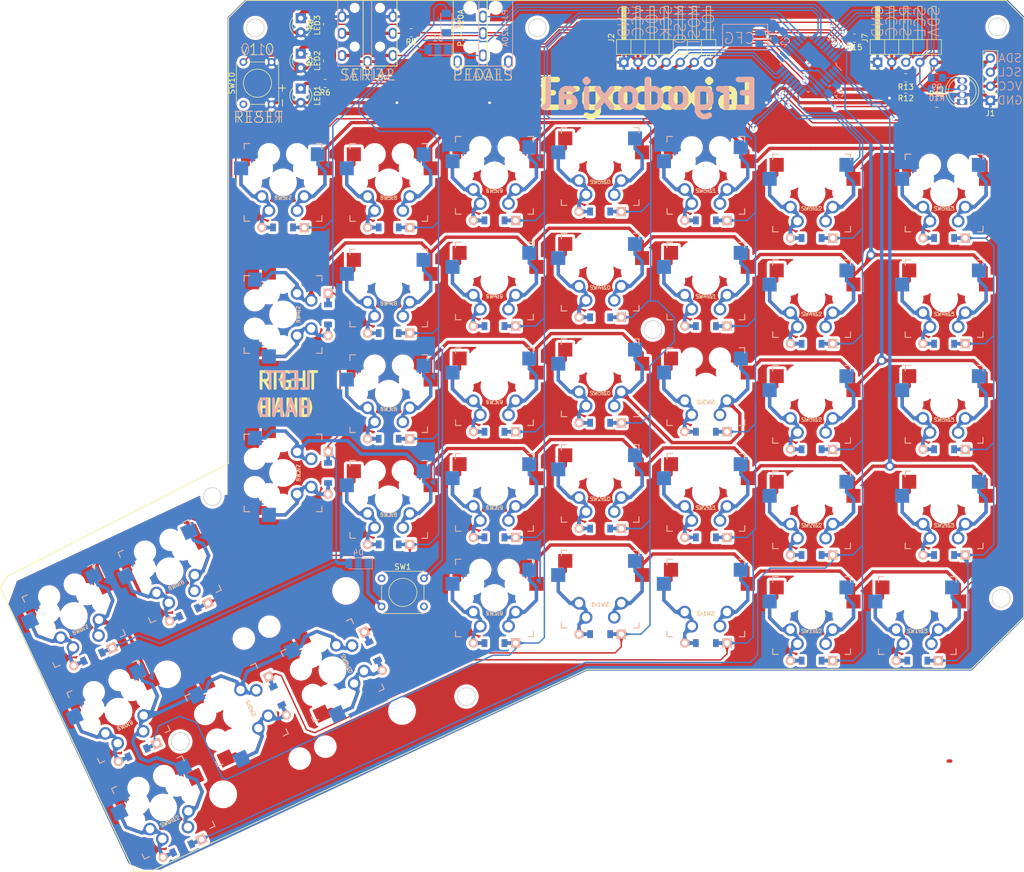
<source format=kicad_pcb>
(kicad_pcb (version 20171130) (host pcbnew 5.1.10-88a1d61d58~90~ubuntu20.04.1)
  (layers (0 Front signal hide) (31 Back signal hide) (34 B.Paste user hide) (35 F.Paste user hide) (36 B.SilkS user hide) (37 F.SilkS user hide) (38 B.Mask user hide) (39 F.Mask user hide) (44 Edge.Cuts user hide))
  (net 0 "")
  (net 1 /COL0)
  (net 2 /COL1)
  (net 3 /COL10)
  (net 4 /COL11)
  (net 5 /COL4)
  (net 6 /COL5)
  (net 7 /COL6)
  (net 8 /ROW0)
  (net 9 /ROW1)
  (net 10 /ROW2)
  (net 11 /ROW3)
  (net 12 /ROW4)
  (net 13 /ROW5)
  (net 14 GND)
  (net 15 VCC)
  (net 16 "Net-(LED1-Pad1)")
  (net 17 "Net-(LED2-Pad1)")
  (net 18 "Net-(LED3-Pad1)")
  (net 19 "Net-(SW4:7-Pad2)")
  (net 20 "Net-(SW5:7-Pad2)")
  (net 21 "Net-(SW5:8-Pad2)")
  (net 22 "Net-(SW0:7-Pad2)")
  (net 23 "Net-(SW0:8-Pad2)")
  (net 24 "Net-(SW0:9-Pad2)")
  (net 25 "Net-(SW0:10-Pad2)")
  (net 26 "Net-(SW0:11-Pad2)")
  (net 27 "Net-(SW0:12-Pad2)")
  (net 28 "Net-(SW1:9-Pad2)")
  (net 29 "Net-(SW1:10-Pad2)")
  (net 30 "Net-(SW1:11-Pad2)")
  (net 31 "Net-(SW1:12-Pad2)")
  (net 32 "Net-(SW1:13-Pad2)")
  (net 33 "Net-(SW2:7-Pad2)")
  (net 34 "Net-(SW2:8-Pad2)")
  (net 35 "Net-(SW2:9-Pad2)")
  (net 36 "Net-(SW2:10-Pad2)")
  (net 37 "Net-(SW2:11-Pad2)")
  (net 38 "Net-(SW2:12-Pad2)")
  (net 39 "Net-(SW2:13-Pad2)")
  (net 40 "Net-(SW3:8-Pad2)")
  (net 41 "Net-(SW3:9-Pad2)")
  (net 42 "Net-(SW3:10-Pad2)")
  (net 43 "Net-(SW3:11-Pad2)")
  (net 44 "Net-(SW3:12-Pad2)")
  (net 45 "Net-(SW3:13-Pad2)")
  (net 46 "Net-(SW4:8-Pad2)")
  (net 47 "Net-(SW4:9-Pad2)")
  (net 48 "Net-(SW4:10-Pad2)")
  (net 49 "Net-(SW4:11-Pad2)")
  (net 50 "Net-(SW4:12-Pad2)")
  (net 51 "Net-(SW4:13-Pad2)")
  (net 52 "Net-(SW5:9-Pad2)")
  (net 53 "Net-(SW5:10-Pad2)")
  (net 54 "Net-(SW5:11-Pad2)")
  (net 55 "Net-(SW5:12-Pad2)")
  (net 56 "Net-(SW5:13-Pad2)")
  (net 57 "Net-(U1-Pad22)")
  (net 58 /RXD)
  (net 59 /TXD)
  (net 60 /IO0)
  (net 61 /IO1)
  (net 62 /MOSI)
  (net 63 /MISO)
  (net 64 /SCK)
  (net 65 /SDA)
  (net 66 /SCL)
  (net 67 /RESET)
  (net 68 "Net-(U7-Pad1)")
  (net 69 "Net-(R5-Pad2)")
  (net 70 "Net-(D1-Pad1)")
  (net 71 "Net-(D2-Pad1)")
  (net 72 "Net-(D3-Pad4)")
  (net 73 "Net-(D3-Pad3)")
  (net 74 "Net-(D3-Pad1)")
  (net 75 /ADC6)
  (net 76 "Net-(U10-Pad6)")
  (net 77 "Net-(D4-Pad1)")
  (module Button_Switch_THT:SW_Tactile_Straight_KSA0Axx1LFTR (layer Front) (at 65.04374 50.841299 90)
    (fp_text reference SW10 (at 3.81 -2.08 90) (layer F.SilkS))
    (fp_text value SW_SPST)
    (pad 2 thru_hole circle (at 0 5.08 90) (size 1.397 1.397) (drill 0.8128) (layers *.Cu *.Mask) (net 14 GND))
    (pad 1 thru_hole circle (at 0 0 90) (size 1.397 1.397) (drill 0.8128) (layers *.Cu *.Mask) (net 67 /RESET))
    (pad 2 thru_hole circle (at 7.62 5.08 90) (size 1.397 1.397) (drill 0.8128) (layers *.Cu *.Mask) (net 14 GND))
    (pad 1 thru_hole circle (at 7.62 0 90) (size 1.397 1.397) (drill 0.8128) (layers *.Cu *.Mask) (net 67 /RESET))
  )
  (module Diode_SMD:D_MiniMELF (layer Back) (at 85.75358 133.608859 180)
    (fp_text reference D4 (at 0 2) (layer B.SilkS) (effects (justify mirror)))
    (fp_text value -)
    (pad 2 smd rect (at 1.75 0 180) (size 1.3 1.7) (layers Back B.Paste B.Mask) (net 7 /COL6))
    (pad 1 smd rect (at -1.75 0 180) (size 1.3 1.7) (layers Back B.Paste B.Mask) (net 77 "Net-(D4-Pad1)"))
  )
  (module Button_Switch_THT:SW_Tactile_Straight_KSA0Axx1LFTR (layer Front) (at 89.95358 136.308859)
    (fp_text reference SW1 (at 3.81 -2.08) (layer F.SilkS))
    (fp_text value SW_SPST)
    (pad 2 thru_hole circle (at 0 5.08) (size 1.397 1.397) (drill 0.8128) (layers *.Cu *.Mask) (net 77 "Net-(D4-Pad1)"))
    (pad 1 thru_hole circle (at 0 0) (size 1.397 1.397) (drill 0.8128) (layers *.Cu *.Mask) (net 11 /ROW3))
    (pad 2 thru_hole circle (at 7.62 5.08) (size 1.397 1.397) (drill 0.8128) (layers *.Cu *.Mask) (net 77 "Net-(D4-Pad1)"))
    (pad 1 thru_hole circle (at 7.62 0) (size 1.397 1.397) (drill 0.8128) (layers *.Cu *.Mask) (net 11 /ROW3))
  )
  (module Resistor_SMD:R_0805_2012Metric_Pad1.20x1.40mm_HandSolder (layer Front) (at 175.15358 38.908859 180)
    (fp_text reference R15 (at 0 -1.65) (layer F.SilkS))
    (fp_text value 4k7)
    (pad 2 smd roundrect (at 1 0 180) (size 1.2 1.4) (layers Front F.Paste F.Mask) (roundrect_rratio 0.2083325) (net 9 /ROW1))
    (pad 1 smd roundrect (at -1 0 180) (size 1.2 1.4) (layers Front F.Paste F.Mask) (roundrect_rratio 0.2083325) (net 15 VCC))
  )
  (module Resistor_SMD:R_0805_2012Metric_Pad1.20x1.40mm_HandSolder (layer Back) (at 157.995048 38.951848 90)
    (fp_text reference R14 (at 0 1.65 90) (layer B.SilkS) (effects (justify mirror)))
    (fp_text value 270)
    (pad 2 smd roundrect (at 1 0 90) (size 1.2 1.4) (layers Back B.Paste B.Mask) (roundrect_rratio 0.2083325) (net 15 VCC))
    (pad 1 smd roundrect (at -1 0 90) (size 1.2 1.4) (layers Back B.Paste B.Mask) (roundrect_rratio 0.2083325) (net 75 /ADC6))
  )
  (module Connector_PinHeader_2.54mm:PinHeader_1x04_P2.54mm_Vertical (layer Front) (at 199.651048 50.127848 180)
    (fp_text reference J1 (at 0 -2.33) (layer F.SilkS))
    (fp_text value Conn_01x04_Male)
    (pad 4 thru_hole oval (at 0 7.62 180) (size 1.7 1.7) (drill 1) (layers *.Cu *.Mask) (net 65 /SDA))
    (pad 3 thru_hole oval (at 0 5.08 180) (size 1.7 1.7) (drill 1) (layers *.Cu *.Mask) (net 66 /SCL))
    (pad 2 thru_hole oval (at 0 2.54 180) (size 1.7 1.7) (drill 1) (layers *.Cu *.Mask) (net 15 VCC))
    (pad 1 thru_hole rect (at 0 0 180) (size 1.7 1.7) (drill 1) (layers *.Cu *.Mask) (net 14 GND))
  )
  (module Resistor_SMD:R_0805_2012Metric_Pad1.20x1.40mm_HandSolder (layer Front) (at 184.411048 46.063848 180)
    (fp_text reference R13 (at 0 -1.65) (layer F.SilkS))
    (fp_text value 270)
    (pad 2 smd roundrect (at 1 0 180) (size 1.2 1.4) (layers Front F.Paste F.Mask) (roundrect_rratio 0.2083325) (net 15 VCC))
    (pad 1 smd roundrect (at -1 0 180) (size 1.2 1.4) (layers Front F.Paste F.Mask) (roundrect_rratio 0.2083325) (net 66 /SCL))
  )
  (module Resistor_SMD:R_0805_2012Metric_Pad1.20x1.40mm_HandSolder (layer Front) (at 184.411048 48.095848 180)
    (fp_text reference R12 (at 0 -1.65) (layer F.SilkS))
    (fp_text value 270)
    (pad 2 smd roundrect (at 1 0 180) (size 1.2 1.4) (layers Front F.Paste F.Mask) (roundrect_rratio 0.2083325) (net 15 VCC))
    (pad 1 smd roundrect (at -1 0 180) (size 1.2 1.4) (layers Front F.Paste F.Mask) (roundrect_rratio 0.2083325) (net 65 /SDA))
  )
  (module Resistor_SMD:R_0805_2012Metric_Pad1.20x1.40mm_HandSolder (layer Front) (at 190.015048 50.635848)
    (fp_text reference R11 (at 0 -1.65) (layer F.SilkS))
    (fp_text value 270)
    (pad 2 smd roundrect (at 1 0) (size 1.2 1.4) (layers Front F.Paste F.Mask) (roundrect_rratio 0.2083325) (net 74 "Net-(D3-Pad1)"))
    (pad 1 smd roundrect (at -1 0) (size 1.2 1.4) (layers Front F.Paste F.Mask) (roundrect_rratio 0.2083325) (net 60 /IO0))
  )
  (module Resistor_SMD:R_0805_2012Metric_Pad1.20x1.40mm_HandSolder (layer Back) (at 189.999048 48.095848)
    (fp_text reference R10 (at 0 1.65) (layer B.SilkS) (effects (justify mirror)))
    (fp_text value 270)
    (pad 2 smd roundrect (at 1 0) (size 1.2 1.4) (layers Back B.Paste B.Mask) (roundrect_rratio 0.2083325) (net 73 "Net-(D3-Pad3)"))
    (pad 1 smd roundrect (at -1 0) (size 1.2 1.4) (layers Back B.Paste B.Mask) (roundrect_rratio 0.2083325) (net 66 /SCL))
  )
  (module Resistor_SMD:R_0805_2012Metric_Pad1.20x1.40mm_HandSolder (layer Back) (at 189.999048 46.063848)
    (fp_text reference R9 (at 0 1.65) (layer B.SilkS) (effects (justify mirror)))
    (fp_text value 270)
    (pad 2 smd roundrect (at 1 0) (size 1.2 1.4) (layers Back B.Paste B.Mask) (roundrect_rratio 0.2083325) (net 72 "Net-(D3-Pad4)"))
    (pad 1 smd roundrect (at -1 0) (size 1.2 1.4) (layers Back B.Paste B.Mask) (roundrect_rratio 0.2083325) (net 65 /SDA))
  )
  (module LED_THT:LED_D5.0mm-4_RGB (layer Front) (at 194.571048 50.381848 90)
    (fp_text reference D3 (at 1.905 -3.96 90) (layer F.SilkS))
    (fp_text value LED_BCGR)
    (pad 4 thru_hole oval (at 3.81 0 90) (size 1.07 1.8) (drill 0.9) (layers *.Cu *.Mask) (net 72 "Net-(D3-Pad4)"))
    (pad 3 thru_hole oval (at 2.54 0 90) (size 1.07 1.8) (drill 0.9) (layers *.Cu *.Mask) (net 73 "Net-(D3-Pad3)"))
    (pad 2 thru_hole oval (at 1.27 0 90) (size 1.07 1.8) (drill 0.9) (layers *.Cu *.Mask) (net 14 GND))
    (pad 1 thru_hole rect (at 0 0 90) (size 1.07 1.8) (drill 0.9) (layers *.Cu *.Mask) (net 74 "Net-(D3-Pad1)"))
  )
  (module Keebio-Parts:TRRS-PJ-320A-dual (layer Front) (at 108.211048 31.839848)
    (fp_text reference U7)
    (fp_text value TRRS)
    (fp_text user PJ-320A (at 4 5.25 270) (layer B.SilkS) (effects (justify mirror)))
    (fp_text user PJ-320A (at -4 5.25 90) (layer F.SilkS))
    (pad "" np_thru_hole circle (at 2.3 8.6) (size 1.5 1.5) (drill 1.5) (layers *.Cu *.Mask))
    (pad "" np_thru_hole circle (at 2.3 1.6) (size 1.5 1.5) (drill 1.5) (layers *.Cu *.Mask))
    (pad 1 thru_hole oval (at 4.6 11.3) (size 1.6 2.2) (drill oval 0.9 1.5) (layers *.Cu *.Mask) (net 68 "Net-(U7-Pad1)"))
    (pad 1 thru_hole oval (at -4.6 11.3) (size 1.6 2.2) (drill oval 0.9 1.5) (layers *.Cu *.Mask) (net 68 "Net-(U7-Pad1)"))
    (pad 2 thru_hole oval (at 0 10.2) (size 1.6 2.2) (drill oval 0.9 1.5) (layers *.Cu *.Mask) (net 70 "Net-(D1-Pad1)"))
    (pad 4 thru_hole oval (at 0 3.2) (size 1.6 2.2) (drill oval 0.9 1.5) (layers *.Cu *.Mask) (net 9 /ROW1))
    (pad "" np_thru_hole circle (at -2.3 8.6) (size 1.5 1.5) (drill 1.5) (layers *.Cu *.Mask))
    (pad "" np_thru_hole circle (at -2.3 1.6) (size 1.5 1.5) (drill 1.5) (layers *.Cu *.Mask))
    (pad 3 thru_hole oval (at 0 6.2) (size 1.6 2.2) (drill oval 0.9 1.5) (layers *.Cu *.Mask) (net 71 "Net-(D2-Pad1)"))
  )
  (module Diode_SMD:D_MiniMELF (layer Back) (at 101.607048 36.185848 90)
    (fp_text reference D2 (at 0 2 90) (layer B.SilkS) (effects (justify mirror)))
    (fp_text value -)
    (pad 2 smd rect (at 1.75 0 90) (size 1.3 1.7) (layers Back B.Paste B.Mask) (net 7 /COL6))
    (pad 1 smd rect (at -1.75 0 90) (size 1.3 1.7) (layers Back B.Paste B.Mask) (net 71 "Net-(D2-Pad1)"))
  )
  (module Diode_SMD:D_MiniMELF (layer Back) (at 100.083048 40.983848 180)
    (fp_text reference D1 (at 0 2) (layer B.SilkS) (effects (justify mirror)))
    (fp_text value -)
    (pad 2 smd rect (at 1.75 0 180) (size 1.3 1.7) (layers Back B.Paste B.Mask) (net 6 /COL5))
    (pad 1 smd rect (at -1.75 0 180) (size 1.3 1.7) (layers Back B.Paste B.Mask) (net 70 "Net-(D1-Pad1)"))
  )
  (module Capacitor_SMD:C_0805_2012Metric_Pad1.18x1.45mm_HandSolder (layer Back) (at 161.551048 38.443848 45)
    (fp_text reference C2 (at 0 1.68 45) (layer B.SilkS) (effects (justify mirror)))
    (fp_text value 0.1)
    (pad 2 smd roundrect (at 1.0375 0 45) (size 1.175 1.45) (layers Back B.Paste B.Mask) (roundrect_rratio 0.2127659574468085) (net 14 GND))
    (pad 1 smd roundrect (at -1.0375 0 45) (size 1.175 1.45) (layers Back B.Paste B.Mask) (roundrect_rratio 0.2127659574468085) (net 15 VCC))
  )
  (module Capacitor_SMD:C_0805_2012Metric_Pad1.18x1.45mm_HandSolder (layer Back) (at 171.203048 48.095848 45)
    (fp_text reference C1 (at 0 1.68 45) (layer B.SilkS) (effects (justify mirror)))
    (fp_text value 0.1)
    (pad 2 smd roundrect (at 1.0375 0 45) (size 1.175 1.45) (layers Back B.Paste B.Mask) (roundrect_rratio 0.2127659574468085) (net 14 GND))
    (pad 1 smd roundrect (at -1.0375 0 45) (size 1.175 1.45) (layers Back B.Paste B.Mask) (roundrect_rratio 0.2127659574468085) (net 15 VCC))
  )
  (module Resistor_SMD:R_0805_2012Metric_Pad1.20x1.40mm_HandSolder (layer Front) (at 78.747048 36.411848 90)
    (fp_text reference R8 (at 0 -1.65 90) (layer F.SilkS))
    (fp_text value 270)
    (pad 2 smd roundrect (at 1 0 90) (size 1.2 1.4) (layers Front F.Paste F.Mask) (roundrect_rratio 0.2083325) (net 18 "Net-(LED3-Pad1)"))
    (pad 1 smd roundrect (at -1 0 90) (size 1.2 1.4) (layers Front F.Paste F.Mask) (roundrect_rratio 0.2083325) (net 64 /SCK))
  )
  (module Resistor_SMD:R_0805_2012Metric_Pad1.20x1.40mm_HandSolder (layer Front) (at 78.747048 43.015848 90)
    (fp_text reference R7 (at 0 -1.65 90) (layer F.SilkS))
    (fp_text value 270)
    (pad 2 smd roundrect (at 1 0 90) (size 1.2 1.4) (layers Front F.Paste F.Mask) (roundrect_rratio 0.2083325) (net 17 "Net-(LED2-Pad1)"))
    (pad 1 smd roundrect (at -1 0 90) (size 1.2 1.4) (layers Front F.Paste F.Mask) (roundrect_rratio 0.2083325) (net 63 /MISO))
  )
  (module Resistor_SMD:R_0805_2012Metric_Pad1.20x1.40mm_HandSolder (layer Front) (at 79.763048 47.079848 180)
    (fp_text reference R6 (at 0 -1.65) (layer F.SilkS))
    (fp_text value 270)
    (pad 2 smd roundrect (at 1 0 180) (size 1.2 1.4) (layers Front F.Paste F.Mask) (roundrect_rratio 0.2083325) (net 16 "Net-(LED1-Pad1)"))
    (pad 1 smd roundrect (at -1 0 180) (size 1.2 1.4) (layers Front F.Paste F.Mask) (roundrect_rratio 0.2083325) (net 62 /MOSI))
  )
  (module Resistor_SMD:R_0805_2012Metric_Pad1.20x1.40mm_HandSolder (layer Front) (at 95.257048 37.935848 180)
    (fp_text reference R5 (at 0 -1.65) (layer F.SilkS))
    (fp_text value 270)
    (pad 2 smd roundrect (at 1 0 180) (size 1.2 1.4) (layers Front F.Paste F.Mask) (roundrect_rratio 0.2083325) (net 69 "Net-(R5-Pad2)"))
    (pad 1 smd roundrect (at -1 0 180) (size 1.2 1.4) (layers Front F.Paste F.Mask) (roundrect_rratio 0.2083325) (net 59 /TXD))
  )
  (module Keebio-Parts:TRRS-PJ-320A (layer Back) (at 85.097048 31.839848 180)
    (fp_text reference U9)
    (fp_text value TRRS)
    (pad 1 thru_hole oval (at -2.3 -11.3 180) (size 1.6 2) (drill oval 0.9 1.3) (layers *.Cu *.Mask) (net 15 VCC))
    (pad 2 thru_hole oval (at 2.3 -10.2 180) (size 1.6 2) (drill oval 0.9 1.3) (layers *.Cu *.Mask) (net 58 /RXD))
    (pad 4 thru_hole oval (at 2.3 -3.2 180) (size 1.6 2) (drill oval 0.9 1.3) (layers *.Cu *.Mask) (net 14 GND))
    (pad "" np_thru_hole circle (at 0 -8.6 180) (size 0.8 0.8) (drill 0.8) (layers *.Cu *.Mask))
    (pad "" np_thru_hole circle (at 0 -1.6 180) (size 0.8 0.8) (drill 0.8) (layers *.Cu *.Mask))
    (pad 3 thru_hole oval (at 2.3 -6.2 180) (size 1.6 2) (drill oval 0.9 1.3) (layers *.Cu *.Mask) (net 69 "Net-(R5-Pad2)"))
  )
  (module Keebio-Parts:TRRS-PJ-320A (layer Front) (at 89.669048 31.839848)
    (fp_text reference U8)
    (fp_text value TRRS)
    (pad 1 thru_hole oval (at -2.3 11.3) (size 1.6 2) (drill oval 0.9 1.3) (layers *.Cu *.Mask) (net 15 VCC))
    (pad 2 thru_hole oval (at 2.3 10.2) (size 1.6 2) (drill oval 0.9 1.3) (layers *.Cu *.Mask) (net 58 /RXD))
    (pad 4 thru_hole oval (at 2.3 3.2) (size 1.6 2) (drill oval 0.9 1.3) (layers *.Cu *.Mask) (net 14 GND))
    (pad "" np_thru_hole circle (at 0 8.6) (size 0.8 0.8) (drill 0.8) (layers *.Cu *.Mask))
    (pad "" np_thru_hole circle (at 0 1.6) (size 0.8 0.8) (drill 0.8) (layers *.Cu *.Mask))
    (pad 3 thru_hole oval (at 2.3 6.2) (size 1.6 2) (drill oval 0.9 1.3) (layers *.Cu *.Mask) (net 69 "Net-(R5-Pad2)"))
  )
  (module Connector_PinHeader_2.54mm:PinHeader_1x05_P2.54mm_Horizontal (layer Front) (at 179.331048 43.269848 90)
    (fp_text reference J7 (at 4.385 -2.27 90) (layer F.SilkS))
    (fp_text value Conn_01x05_Male)
    (pad 5 thru_hole oval (at 0 10.16 90) (size 1.7 1.7) (drill 1) (layers *.Cu *.Mask) (net 65 /SDA))
    (pad 4 thru_hole oval (at 0 7.62 90) (size 1.7 1.7) (drill 1) (layers *.Cu *.Mask) (net 66 /SCL))
    (pad 3 thru_hole oval (at 0 5.08 90) (size 1.7 1.7) (drill 1) (layers *.Cu *.Mask) (net 67 /RESET))
    (pad 2 thru_hole oval (at 0 2.54 90) (size 1.7 1.7) (drill 1) (layers *.Cu *.Mask) (net 15 VCC))
    (pad 1 thru_hole rect (at 0 0 90) (size 1.7 1.7) (drill 1) (layers *.Cu *.Mask) (net 14 GND))
  )
  (module Connector_PinHeader_2.54mm:PinHeader_1x07_P2.54mm_Horizontal (layer Front) (at 133.611048 43.269848 90)
    (fp_text reference J2 (at 4.385 -2.27 90) (layer F.SilkS))
    (fp_text value Conn_01x07_Male)
    (pad 7 thru_hole oval (at 0 15.24 90) (size 1.7 1.7) (drill 1) (layers *.Cu *.Mask) (net 61 /IO1))
    (pad 6 thru_hole oval (at 0 12.7 90) (size 1.7 1.7) (drill 1) (layers *.Cu *.Mask) (net 62 /MOSI))
    (pad 5 thru_hole oval (at 0 10.16 90) (size 1.7 1.7) (drill 1) (layers *.Cu *.Mask) (net 63 /MISO))
    (pad 4 thru_hole oval (at 0 7.62 90) (size 1.7 1.7) (drill 1) (layers *.Cu *.Mask) (net 64 /SCK))
    (pad 3 thru_hole oval (at 0 5.08 90) (size 1.7 1.7) (drill 1) (layers *.Cu *.Mask) (net 60 /IO0))
    (pad 2 thru_hole oval (at 0 2.54 90) (size 1.7 1.7) (drill 1) (layers *.Cu *.Mask) (net 15 VCC))
    (pad 1 thru_hole rect (at 0 0 90) (size 1.7 1.7) (drill 1) (layers *.Cu *.Mask) (net 14 GND))
  )
  (module Enhance:Kailh_socket_diode_smd (layer Front) (at 91.230193 64.923535)
    (fp_text reference SW5:8 (at 0 2.794) (layer F.SilkS) (effects (font (size 0.7 0.7) (thickness 0.1))))
    (fp_text value SW5:5 (at 0 2.794) (layer B.SilkS) (effects (font (size 0.7 0.7) (thickness 0.1)) (justify mirror)))
    (pad "" np_thru_hole circle (at 2.54 -5.08) (size 3 3) (drill 3) (layers *.Cu *.Mask))
    (pad "" np_thru_hole circle (at -3.81 -2.54) (size 3 3) (drill 3) (layers *.Cu *.Mask))
    (pad 2 thru_hole circle (at -2.54 5.08) (size 2.286 2.286) (drill 1.4986) (layers *.Cu *.Mask) (net 21 "Net-(SW5:8-Pad2)"))
    (pad 1 thru_hole circle (at 3.81 2.54) (size 2.286 2.286) (drill 1.4986) (layers *.Cu *.Mask) (net 13 /ROW5))
    (pad 1 smd rect (at 6.29 -5.08) (size 2.55 2.5) (layers Back B.Paste B.Mask) (net 13 /ROW5))
    (pad "" np_thru_hole circle (at -5.08 0) (size 1.7018 1.7018) (drill 1.7018) (layers *.Cu *.Mask))
    (pad "" np_thru_hole circle (at 5.08 0) (size 1.7018 1.7018) (drill 1.7018) (layers *.Cu *.Mask))
    (pad 2 smd rect (at -7.56 -2.54) (size 2.55 2.5) (layers Back B.Paste B.Mask) (net 21 "Net-(SW5:8-Pad2)"))
    (pad 4 smd rect (at 1.8 8.128) (size 1 1.4) (layers Back B.Paste B.Mask) (net 6 /COL5))
    (pad 3 smd rect (at -1.8 8.128) (size 1 1.4) (layers Back B.Paste B.Mask) (net 21 "Net-(SW5:8-Pad2)"))
    (pad 3 smd rect (at -1.8 8.128) (size 1 1.4) (layers Front F.Paste F.Mask) (net 21 "Net-(SW5:8-Pad2)"))
    (pad 4 smd rect (at 1.8 8.128) (size 1 1.4) (layers Front F.Paste F.Mask) (net 6 /COL5))
    (pad 3 thru_hole circle (at -3.81 8.128) (size 1.651 1.651) (drill 0.9906) (layers *.Cu *.SilkS *.Mask) (net 21 "Net-(SW5:8-Pad2)"))
    (pad 1 smd rect (at 7.56 -2.54) (size 2.55 2.5) (layers Front F.Paste F.Mask) (net 13 /ROW5))
    (pad "" np_thru_hole circle (at -5.08 0) (size 1.7018 1.7018) (drill 1.7018) (layers *.Cu *.Mask))
    (pad "" np_thru_hole circle (at 5.08 0) (size 1.7018 1.7018) (drill 1.7018) (layers *.Cu *.Mask))
    (pad "" np_thru_hole circle (at 0 0) (size 3.9878 3.9878) (drill 3.9878) (layers *.Cu *.Mask))
    (pad 2 smd rect (at -6.29 -5.08) (size 2.55 2.5) (layers Front F.Paste F.Mask) (net 21 "Net-(SW5:8-Pad2)"))
    (pad 2 thru_hole circle (at -3.81 2.54) (size 2.286 2.286) (drill 1.4986) (layers *.Cu *.Mask) (net 21 "Net-(SW5:8-Pad2)"))
    (pad 1 thru_hole circle (at 2.54 5.08) (size 2.286 2.286) (drill 1.4986) (layers *.Cu *.Mask) (net 13 /ROW5))
    (pad "" np_thru_hole circle (at 3.81 -2.54) (size 3 3) (drill 3) (layers *.Cu *.Mask))
    (pad "" np_thru_hole circle (at -2.54 -5.08 90) (size 3 3) (drill 3) (layers *.Cu *.Mask))
    (pad 4 thru_hole rect (at 3.81 8.128) (size 1.651 1.651) (drill 0.9906) (layers *.Cu *.SilkS *.Mask) (net 6 /COL5))
  )
  (module Enhance:Kailh_socket_diode_smd (layer Front) (at 42.538643 160.356388 25)
    (fp_text reference SW0:9 (at 0 2.794 25) (layer F.SilkS) (effects (font (size 0.7 0.7) (thickness 0.1))))
    (fp_text value SW0:4 (at 0 2.794 25) (layer B.SilkS) (effects (font (size 0.7 0.7) (thickness 0.1)) (justify mirror)))
    (pad "" np_thru_hole circle (at 2.54 -5.08 25) (size 3 3) (drill 3) (layers *.Cu *.Mask))
    (pad "" np_thru_hole circle (at -3.81 -2.54 25) (size 3 3) (drill 3) (layers *.Cu *.Mask))
    (pad 2 thru_hole circle (at -2.54 5.08 25) (size 2.286 2.286) (drill 1.4986) (layers *.Cu *.Mask) (net 24 "Net-(SW0:9-Pad2)"))
    (pad 1 thru_hole circle (at 3.81 2.54 25) (size 2.286 2.286) (drill 1.4986) (layers *.Cu *.Mask) (net 8 /ROW0))
    (pad 1 smd rect (at 6.29 -5.08 25) (size 2.55 2.5) (layers Back B.Paste B.Mask) (net 8 /ROW0))
    (pad "" np_thru_hole circle (at -5.08 0 25) (size 1.7018 1.7018) (drill 1.7018) (layers *.Cu *.Mask))
    (pad "" np_thru_hole circle (at 5.08 0 25) (size 1.7018 1.7018) (drill 1.7018) (layers *.Cu *.Mask))
    (pad 2 smd rect (at -7.56 -2.54 25) (size 2.55 2.5) (layers Back B.Paste B.Mask) (net 24 "Net-(SW0:9-Pad2)"))
    (pad 4 smd rect (at 1.8 8.128 25) (size 1 1.4) (layers Back B.Paste B.Mask) (net 5 /COL4))
    (pad 3 smd rect (at -1.8 8.128 25) (size 1 1.4) (layers Back B.Paste B.Mask) (net 24 "Net-(SW0:9-Pad2)"))
    (pad 3 smd rect (at -1.8 8.128 25) (size 1 1.4) (layers Front F.Paste F.Mask) (net 24 "Net-(SW0:9-Pad2)"))
    (pad 4 smd rect (at 1.8 8.128 25) (size 1 1.4) (layers Front F.Paste F.Mask) (net 5 /COL4))
    (pad 3 thru_hole circle (at -3.81 8.128 25) (size 1.651 1.651) (drill 0.9906) (layers *.Cu *.SilkS *.Mask) (net 24 "Net-(SW0:9-Pad2)"))
    (pad 1 smd rect (at 7.56 -2.54 25) (size 2.55 2.5) (layers Front F.Paste F.Mask) (net 8 /ROW0))
    (pad "" np_thru_hole circle (at -5.08 0 25) (size 1.7018 1.7018) (drill 1.7018) (layers *.Cu *.Mask))
    (pad "" np_thru_hole circle (at 5.08 0 25) (size 1.7018 1.7018) (drill 1.7018) (layers *.Cu *.Mask))
    (pad "" np_thru_hole circle (at 0 0 25) (size 3.9878 3.9878) (drill 3.9878) (layers *.Cu *.Mask))
    (pad 2 smd rect (at -6.29 -5.08 25) (size 2.55 2.5) (layers Front F.Paste F.Mask) (net 24 "Net-(SW0:9-Pad2)"))
    (pad 2 thru_hole circle (at -3.81 2.54 25) (size 2.286 2.286) (drill 1.4986) (layers *.Cu *.Mask) (net 24 "Net-(SW0:9-Pad2)"))
    (pad 1 thru_hole circle (at 2.54 5.08 25) (size 2.286 2.286) (drill 1.4986) (layers *.Cu *.Mask) (net 8 /ROW0))
    (pad "" np_thru_hole circle (at 3.81 -2.54 25) (size 3 3) (drill 3) (layers *.Cu *.Mask))
    (pad "" np_thru_hole circle (at -2.54 -5.08 115) (size 3 3) (drill 3) (layers *.Cu *.Mask))
    (pad 4 thru_hole rect (at 3.81 8.128 25) (size 1.651 1.651) (drill 0.9906) (layers *.Cu *.SilkS *.Mask) (net 5 /COL4))
  )
  (module Enhance:Kailh_socket_diode_smd (layer Front) (at 191.310206 66.829023)
    (fp_text reference SW5:13 (at 0 2.794) (layer F.SilkS) (effects (font (size 0.7 0.7) (thickness 0.1))))
    (fp_text value SW5:0 (at 0 2.794) (layer B.SilkS) (effects (font (size 0.7 0.7) (thickness 0.1)) (justify mirror)))
    (pad "" np_thru_hole circle (at 2.54 -5.08) (size 3 3) (drill 3) (layers *.Cu *.Mask))
    (pad "" np_thru_hole circle (at -3.81 -2.54) (size 3 3) (drill 3) (layers *.Cu *.Mask))
    (pad 2 thru_hole circle (at -2.54 5.08) (size 2.286 2.286) (drill 1.4986) (layers *.Cu *.Mask) (net 56 "Net-(SW5:13-Pad2)"))
    (pad 1 thru_hole circle (at 3.81 2.54) (size 2.286 2.286) (drill 1.4986) (layers *.Cu *.Mask) (net 13 /ROW5))
    (pad 1 smd rect (at 6.29 -5.08) (size 2.55 2.5) (layers Back B.Paste B.Mask) (net 13 /ROW5))
    (pad "" np_thru_hole circle (at -5.08 0) (size 1.7018 1.7018) (drill 1.7018) (layers *.Cu *.Mask))
    (pad "" np_thru_hole circle (at 5.08 0) (size 1.7018 1.7018) (drill 1.7018) (layers *.Cu *.Mask))
    (pad 2 smd rect (at -7.56 -2.54) (size 2.55 2.5) (layers Back B.Paste B.Mask) (net 56 "Net-(SW5:13-Pad2)"))
    (pad 4 smd rect (at 1.8 8.128) (size 1 1.4) (layers Back B.Paste B.Mask) (net 1 /COL0))
    (pad 3 smd rect (at -1.8 8.128) (size 1 1.4) (layers Back B.Paste B.Mask) (net 56 "Net-(SW5:13-Pad2)"))
    (pad 3 smd rect (at -1.8 8.128) (size 1 1.4) (layers Front F.Paste F.Mask) (net 56 "Net-(SW5:13-Pad2)"))
    (pad 4 smd rect (at 1.8 8.128) (size 1 1.4) (layers Front F.Paste F.Mask) (net 1 /COL0))
    (pad 3 thru_hole circle (at -3.81 8.128) (size 1.651 1.651) (drill 0.9906) (layers *.Cu *.SilkS *.Mask) (net 56 "Net-(SW5:13-Pad2)"))
    (pad 1 smd rect (at 7.56 -2.54) (size 2.55 2.5) (layers Front F.Paste F.Mask) (net 13 /ROW5))
    (pad "" np_thru_hole circle (at -5.08 0) (size 1.7018 1.7018) (drill 1.7018) (layers *.Cu *.Mask))
    (pad "" np_thru_hole circle (at 5.08 0) (size 1.7018 1.7018) (drill 1.7018) (layers *.Cu *.Mask))
    (pad "" np_thru_hole circle (at 0 0) (size 3.9878 3.9878) (drill 3.9878) (layers *.Cu *.Mask))
    (pad 2 smd rect (at -6.29 -5.08) (size 2.55 2.5) (layers Front F.Paste F.Mask) (net 56 "Net-(SW5:13-Pad2)"))
    (pad 2 thru_hole circle (at -3.81 2.54) (size 2.286 2.286) (drill 1.4986) (layers *.Cu *.Mask) (net 56 "Net-(SW5:13-Pad2)"))
    (pad 1 thru_hole circle (at 2.54 5.08) (size 2.286 2.286) (drill 1.4986) (layers *.Cu *.Mask) (net 13 /ROW5))
    (pad "" np_thru_hole circle (at 3.81 -2.54) (size 3 3) (drill 3) (layers *.Cu *.Mask))
    (pad "" np_thru_hole circle (at -2.54 -5.08 90) (size 3 3) (drill 3) (layers *.Cu *.Mask))
    (pad 4 thru_hole rect (at 3.81 8.128) (size 1.651 1.651) (drill 0.9906) (layers *.Cu *.SilkS *.Mask) (net 1 /COL0))
  )
  (module Enhance:Kailh_socket_diode_smd (layer Front) (at 167.430408 66.827962)
    (fp_text reference SW5:12 (at 0 2.794) (layer F.SilkS) (effects (font (size 0.7 0.7) (thickness 0.1))))
    (fp_text value SW5:1 (at 0 2.794) (layer B.SilkS) (effects (font (size 0.7 0.7) (thickness 0.1)) (justify mirror)))
    (pad "" np_thru_hole circle (at 2.54 -5.08) (size 3 3) (drill 3) (layers *.Cu *.Mask))
    (pad "" np_thru_hole circle (at -3.81 -2.54) (size 3 3) (drill 3) (layers *.Cu *.Mask))
    (pad 2 thru_hole circle (at -2.54 5.08) (size 2.286 2.286) (drill 1.4986) (layers *.Cu *.Mask) (net 55 "Net-(SW5:12-Pad2)"))
    (pad 1 thru_hole circle (at 3.81 2.54) (size 2.286 2.286) (drill 1.4986) (layers *.Cu *.Mask) (net 13 /ROW5))
    (pad 1 smd rect (at 6.29 -5.08) (size 2.55 2.5) (layers Back B.Paste B.Mask) (net 13 /ROW5))
    (pad "" np_thru_hole circle (at -5.08 0) (size 1.7018 1.7018) (drill 1.7018) (layers *.Cu *.Mask))
    (pad "" np_thru_hole circle (at 5.08 0) (size 1.7018 1.7018) (drill 1.7018) (layers *.Cu *.Mask))
    (pad 2 smd rect (at -7.56 -2.54) (size 2.55 2.5) (layers Back B.Paste B.Mask) (net 55 "Net-(SW5:12-Pad2)"))
    (pad 4 smd rect (at 1.8 8.128) (size 1 1.4) (layers Back B.Paste B.Mask) (net 2 /COL1))
    (pad 3 smd rect (at -1.8 8.128) (size 1 1.4) (layers Back B.Paste B.Mask) (net 55 "Net-(SW5:12-Pad2)"))
    (pad 3 smd rect (at -1.8 8.128) (size 1 1.4) (layers Front F.Paste F.Mask) (net 55 "Net-(SW5:12-Pad2)"))
    (pad 4 smd rect (at 1.8 8.128) (size 1 1.4) (layers Front F.Paste F.Mask) (net 2 /COL1))
    (pad 3 thru_hole circle (at -3.81 8.128) (size 1.651 1.651) (drill 0.9906) (layers *.Cu *.SilkS *.Mask) (net 55 "Net-(SW5:12-Pad2)"))
    (pad 1 smd rect (at 7.56 -2.54) (size 2.55 2.5) (layers Front F.Paste F.Mask) (net 13 /ROW5))
    (pad "" np_thru_hole circle (at -5.08 0) (size 1.7018 1.7018) (drill 1.7018) (layers *.Cu *.Mask))
    (pad "" np_thru_hole circle (at 5.08 0) (size 1.7018 1.7018) (drill 1.7018) (layers *.Cu *.Mask))
    (pad "" np_thru_hole circle (at 0 0) (size 3.9878 3.9878) (drill 3.9878) (layers *.Cu *.Mask))
    (pad 2 smd rect (at -6.29 -5.08) (size 2.55 2.5) (layers Front F.Paste F.Mask) (net 55 "Net-(SW5:12-Pad2)"))
    (pad 2 thru_hole circle (at -3.81 2.54) (size 2.286 2.286) (drill 1.4986) (layers *.Cu *.Mask) (net 55 "Net-(SW5:12-Pad2)"))
    (pad 1 thru_hole circle (at 2.54 5.08) (size 2.286 2.286) (drill 1.4986) (layers *.Cu *.Mask) (net 13 /ROW5))
    (pad "" np_thru_hole circle (at 3.81 -2.54) (size 3 3) (drill 3) (layers *.Cu *.Mask))
    (pad "" np_thru_hole circle (at -2.54 -5.08 90) (size 3 3) (drill 3) (layers *.Cu *.Mask))
    (pad 4 thru_hole rect (at 3.81 8.128) (size 1.651 1.651) (drill 0.9906) (layers *.Cu *.SilkS *.Mask) (net 2 /COL1))
  )
  (module Enhance:Kailh_socket_diode_smd (layer Front) (at 148.380052 63.65137)
    (fp_text reference SW5:11 (at 0 2.794) (layer F.SilkS) (effects (font (size 0.7 0.7) (thickness 0.1))))
    (fp_text value SW5:2 (at 0 2.794) (layer B.SilkS) (effects (font (size 0.7 0.7) (thickness 0.1)) (justify mirror)))
    (pad "" np_thru_hole circle (at 2.54 -5.08) (size 3 3) (drill 3) (layers *.Cu *.Mask))
    (pad "" np_thru_hole circle (at -3.81 -2.54) (size 3 3) (drill 3) (layers *.Cu *.Mask))
    (pad 2 thru_hole circle (at -2.54 5.08) (size 2.286 2.286) (drill 1.4986) (layers *.Cu *.Mask) (net 54 "Net-(SW5:11-Pad2)"))
    (pad 1 thru_hole circle (at 3.81 2.54) (size 2.286 2.286) (drill 1.4986) (layers *.Cu *.Mask) (net 13 /ROW5))
    (pad 1 smd rect (at 6.29 -5.08) (size 2.55 2.5) (layers Back B.Paste B.Mask) (net 13 /ROW5))
    (pad "" np_thru_hole circle (at -5.08 0) (size 1.7018 1.7018) (drill 1.7018) (layers *.Cu *.Mask))
    (pad "" np_thru_hole circle (at 5.08 0) (size 1.7018 1.7018) (drill 1.7018) (layers *.Cu *.Mask))
    (pad 2 smd rect (at -7.56 -2.54) (size 2.55 2.5) (layers Back B.Paste B.Mask) (net 54 "Net-(SW5:11-Pad2)"))
    (pad 4 smd rect (at 1.8 8.128) (size 1 1.4) (layers Back B.Paste B.Mask) (net 4 /COL11))
    (pad 3 smd rect (at -1.8 8.128) (size 1 1.4) (layers Back B.Paste B.Mask) (net 54 "Net-(SW5:11-Pad2)"))
    (pad 3 smd rect (at -1.8 8.128) (size 1 1.4) (layers Front F.Paste F.Mask) (net 54 "Net-(SW5:11-Pad2)"))
    (pad 4 smd rect (at 1.8 8.128) (size 1 1.4) (layers Front F.Paste F.Mask) (net 4 /COL11))
    (pad 3 thru_hole circle (at -3.81 8.128) (size 1.651 1.651) (drill 0.9906) (layers *.Cu *.SilkS *.Mask) (net 54 "Net-(SW5:11-Pad2)"))
    (pad 1 smd rect (at 7.56 -2.54) (size 2.55 2.5) (layers Front F.Paste F.Mask) (net 13 /ROW5))
    (pad "" np_thru_hole circle (at -5.08 0) (size 1.7018 1.7018) (drill 1.7018) (layers *.Cu *.Mask))
    (pad "" np_thru_hole circle (at 5.08 0) (size 1.7018 1.7018) (drill 1.7018) (layers *.Cu *.Mask))
    (pad "" np_thru_hole circle (at 0 0) (size 3.9878 3.9878) (drill 3.9878) (layers *.Cu *.Mask))
    (pad 2 smd rect (at -6.29 -5.08) (size 2.55 2.5) (layers Front F.Paste F.Mask) (net 54 "Net-(SW5:11-Pad2)"))
    (pad 2 thru_hole circle (at -3.81 2.54) (size 2.286 2.286) (drill 1.4986) (layers *.Cu *.Mask) (net 54 "Net-(SW5:11-Pad2)"))
    (pad 1 thru_hole circle (at 2.54 5.08) (size 2.286 2.286) (drill 1.4986) (layers *.Cu *.Mask) (net 13 /ROW5))
    (pad "" np_thru_hole circle (at 3.81 -2.54) (size 3 3) (drill 3) (layers *.Cu *.Mask))
    (pad "" np_thru_hole circle (at -2.54 -5.08 90) (size 3 3) (drill 3) (layers *.Cu *.Mask))
    (pad 4 thru_hole rect (at 3.81 8.128) (size 1.651 1.651) (drill 0.9906) (layers *.Cu *.SilkS *.Mask) (net 4 /COL11))
  )
  (module Enhance:Kailh_socket_diode_smd (layer Front) (at 129.330861 62.053166)
    (fp_text reference SW5:10 (at 0 2.794) (layer F.SilkS) (effects (font (size 0.7 0.7) (thickness 0.1))))
    (fp_text value SW5:3 (at 0 2.794) (layer B.SilkS) (effects (font (size 0.7 0.7) (thickness 0.1)) (justify mirror)))
    (pad "" np_thru_hole circle (at 2.54 -5.08) (size 3 3) (drill 3) (layers *.Cu *.Mask))
    (pad "" np_thru_hole circle (at -3.81 -2.54) (size 3 3) (drill 3) (layers *.Cu *.Mask))
    (pad 2 thru_hole circle (at -2.54 5.08) (size 2.286 2.286) (drill 1.4986) (layers *.Cu *.Mask) (net 53 "Net-(SW5:10-Pad2)"))
    (pad 1 thru_hole circle (at 3.81 2.54) (size 2.286 2.286) (drill 1.4986) (layers *.Cu *.Mask) (net 13 /ROW5))
    (pad 1 smd rect (at 6.29 -5.08) (size 2.55 2.5) (layers Back B.Paste B.Mask) (net 13 /ROW5))
    (pad "" np_thru_hole circle (at -5.08 0) (size 1.7018 1.7018) (drill 1.7018) (layers *.Cu *.Mask))
    (pad "" np_thru_hole circle (at 5.08 0) (size 1.7018 1.7018) (drill 1.7018) (layers *.Cu *.Mask))
    (pad 2 smd rect (at -7.56 -2.54) (size 2.55 2.5) (layers Back B.Paste B.Mask) (net 53 "Net-(SW5:10-Pad2)"))
    (pad 4 smd rect (at 1.8 8.128) (size 1 1.4) (layers Back B.Paste B.Mask) (net 3 /COL10))
    (pad 3 smd rect (at -1.8 8.128) (size 1 1.4) (layers Back B.Paste B.Mask) (net 53 "Net-(SW5:10-Pad2)"))
    (pad 3 smd rect (at -1.8 8.128) (size 1 1.4) (layers Front F.Paste F.Mask) (net 53 "Net-(SW5:10-Pad2)"))
    (pad 4 smd rect (at 1.8 8.128) (size 1 1.4) (layers Front F.Paste F.Mask) (net 3 /COL10))
    (pad 3 thru_hole circle (at -3.81 8.128) (size 1.651 1.651) (drill 0.9906) (layers *.Cu *.SilkS *.Mask) (net 53 "Net-(SW5:10-Pad2)"))
    (pad 1 smd rect (at 7.56 -2.54) (size 2.55 2.5) (layers Front F.Paste F.Mask) (net 13 /ROW5))
    (pad "" np_thru_hole circle (at -5.08 0) (size 1.7018 1.7018) (drill 1.7018) (layers *.Cu *.Mask))
    (pad "" np_thru_hole circle (at 5.08 0) (size 1.7018 1.7018) (drill 1.7018) (layers *.Cu *.Mask))
    (pad "" np_thru_hole circle (at 0 0) (size 3.9878 3.9878) (drill 3.9878) (layers *.Cu *.Mask))
    (pad 2 smd rect (at -6.29 -5.08) (size 2.55 2.5) (layers Front F.Paste F.Mask) (net 53 "Net-(SW5:10-Pad2)"))
    (pad 2 thru_hole circle (at -3.81 2.54) (size 2.286 2.286) (drill 1.4986) (layers *.Cu *.Mask) (net 53 "Net-(SW5:10-Pad2)"))
    (pad 1 thru_hole circle (at 2.54 5.08) (size 2.286 2.286) (drill 1.4986) (layers *.Cu *.Mask) (net 13 /ROW5))
    (pad "" np_thru_hole circle (at 3.81 -2.54) (size 3 3) (drill 3) (layers *.Cu *.Mask))
    (pad "" np_thru_hole circle (at -2.54 -5.08 90) (size 3 3) (drill 3) (layers *.Cu *.Mask))
    (pad 4 thru_hole rect (at 3.81 8.128) (size 1.651 1.651) (drill 0.9906) (layers *.Cu *.SilkS *.Mask) (net 3 /COL10))
  )
  (module Enhance:Kailh_socket_diode_smd (layer Front) (at 110.280243 63.65101)
    (fp_text reference SW5:9 (at 0 2.794) (layer F.SilkS) (effects (font (size 0.7 0.7) (thickness 0.1))))
    (fp_text value SW5:4 (at 0 2.794) (layer B.SilkS) (effects (font (size 0.7 0.7) (thickness 0.1)) (justify mirror)))
    (pad "" np_thru_hole circle (at 2.54 -5.08) (size 3 3) (drill 3) (layers *.Cu *.Mask))
    (pad "" np_thru_hole circle (at -3.81 -2.54) (size 3 3) (drill 3) (layers *.Cu *.Mask))
    (pad 2 thru_hole circle (at -2.54 5.08) (size 2.286 2.286) (drill 1.4986) (layers *.Cu *.Mask) (net 52 "Net-(SW5:9-Pad2)"))
    (pad 1 thru_hole circle (at 3.81 2.54) (size 2.286 2.286) (drill 1.4986) (layers *.Cu *.Mask) (net 13 /ROW5))
    (pad 1 smd rect (at 6.29 -5.08) (size 2.55 2.5) (layers Back B.Paste B.Mask) (net 13 /ROW5))
    (pad "" np_thru_hole circle (at -5.08 0) (size 1.7018 1.7018) (drill 1.7018) (layers *.Cu *.Mask))
    (pad "" np_thru_hole circle (at 5.08 0) (size 1.7018 1.7018) (drill 1.7018) (layers *.Cu *.Mask))
    (pad 2 smd rect (at -7.56 -2.54) (size 2.55 2.5) (layers Back B.Paste B.Mask) (net 52 "Net-(SW5:9-Pad2)"))
    (pad 4 smd rect (at 1.8 8.128) (size 1 1.4) (layers Back B.Paste B.Mask) (net 5 /COL4))
    (pad 3 smd rect (at -1.8 8.128) (size 1 1.4) (layers Back B.Paste B.Mask) (net 52 "Net-(SW5:9-Pad2)"))
    (pad 3 smd rect (at -1.8 8.128) (size 1 1.4) (layers Front F.Paste F.Mask) (net 52 "Net-(SW5:9-Pad2)"))
    (pad 4 smd rect (at 1.8 8.128) (size 1 1.4) (layers Front F.Paste F.Mask) (net 5 /COL4))
    (pad 3 thru_hole circle (at -3.81 8.128) (size 1.651 1.651) (drill 0.9906) (layers *.Cu *.SilkS *.Mask) (net 52 "Net-(SW5:9-Pad2)"))
    (pad 1 smd rect (at 7.56 -2.54) (size 2.55 2.5) (layers Front F.Paste F.Mask) (net 13 /ROW5))
    (pad "" np_thru_hole circle (at -5.08 0) (size 1.7018 1.7018) (drill 1.7018) (layers *.Cu *.Mask))
    (pad "" np_thru_hole circle (at 5.08 0) (size 1.7018 1.7018) (drill 1.7018) (layers *.Cu *.Mask))
    (pad "" np_thru_hole circle (at 0 0) (size 3.9878 3.9878) (drill 3.9878) (layers *.Cu *.Mask))
    (pad 2 smd rect (at -6.29 -5.08) (size 2.55 2.5) (layers Front F.Paste F.Mask) (net 52 "Net-(SW5:9-Pad2)"))
    (pad 2 thru_hole circle (at -3.81 2.54) (size 2.286 2.286) (drill 1.4986) (layers *.Cu *.Mask) (net 52 "Net-(SW5:9-Pad2)"))
    (pad 1 thru_hole circle (at 2.54 5.08) (size 2.286 2.286) (drill 1.4986) (layers *.Cu *.Mask) (net 13 /ROW5))
    (pad "" np_thru_hole circle (at 3.81 -2.54) (size 3 3) (drill 3) (layers *.Cu *.Mask))
    (pad "" np_thru_hole circle (at -2.54 -5.08 90) (size 3 3) (drill 3) (layers *.Cu *.Mask))
    (pad 4 thru_hole rect (at 3.81 8.128) (size 1.651 1.651) (drill 0.9906) (layers *.Cu *.SilkS *.Mask) (net 5 /COL4))
  )
  (module Enhance:Kailh_socket_diode_smd (layer Front) (at 72.180333 64.923445)
    (fp_text reference SW5:7 (at 0 2.794) (layer F.SilkS) (effects (font (size 0.7 0.7) (thickness 0.1))))
    (fp_text value SW5:6 (at 0 2.794) (layer B.SilkS) (effects (font (size 0.7 0.7) (thickness 0.1)) (justify mirror)))
    (pad "" np_thru_hole circle (at 2.54 -5.08) (size 3 3) (drill 3) (layers *.Cu *.Mask))
    (pad "" np_thru_hole circle (at -3.81 -2.54) (size 3 3) (drill 3) (layers *.Cu *.Mask))
    (pad 2 thru_hole circle (at -2.54 5.08) (size 2.286 2.286) (drill 1.4986) (layers *.Cu *.Mask) (net 20 "Net-(SW5:7-Pad2)"))
    (pad 1 thru_hole circle (at 3.81 2.54) (size 2.286 2.286) (drill 1.4986) (layers *.Cu *.Mask) (net 13 /ROW5))
    (pad 1 smd rect (at 6.29 -5.08) (size 2.55 2.5) (layers Back B.Paste B.Mask) (net 13 /ROW5))
    (pad "" np_thru_hole circle (at -5.08 0) (size 1.7018 1.7018) (drill 1.7018) (layers *.Cu *.Mask))
    (pad "" np_thru_hole circle (at 5.08 0) (size 1.7018 1.7018) (drill 1.7018) (layers *.Cu *.Mask))
    (pad 2 smd rect (at -7.56 -2.54) (size 2.55 2.5) (layers Back B.Paste B.Mask) (net 20 "Net-(SW5:7-Pad2)"))
    (pad 4 smd rect (at 1.8 8.128) (size 1 1.4) (layers Back B.Paste B.Mask) (net 7 /COL6))
    (pad 3 smd rect (at -1.8 8.128) (size 1 1.4) (layers Back B.Paste B.Mask) (net 20 "Net-(SW5:7-Pad2)"))
    (pad 3 smd rect (at -1.8 8.128) (size 1 1.4) (layers Front F.Paste F.Mask) (net 20 "Net-(SW5:7-Pad2)"))
    (pad 4 smd rect (at 1.8 8.128) (size 1 1.4) (layers Front F.Paste F.Mask) (net 7 /COL6))
    (pad 3 thru_hole circle (at -3.81 8.128) (size 1.651 1.651) (drill 0.9906) (layers *.Cu *.SilkS *.Mask) (net 20 "Net-(SW5:7-Pad2)"))
    (pad 1 smd rect (at 7.56 -2.54) (size 2.55 2.5) (layers Front F.Paste F.Mask) (net 13 /ROW5))
    (pad "" np_thru_hole circle (at -5.08 0) (size 1.7018 1.7018) (drill 1.7018) (layers *.Cu *.Mask))
    (pad "" np_thru_hole circle (at 5.08 0) (size 1.7018 1.7018) (drill 1.7018) (layers *.Cu *.Mask))
    (pad "" np_thru_hole circle (at 0 0) (size 3.9878 3.9878) (drill 3.9878) (layers *.Cu *.Mask))
    (pad 2 smd rect (at -6.29 -5.08) (size 2.55 2.5) (layers Front F.Paste F.Mask) (net 20 "Net-(SW5:7-Pad2)"))
    (pad 2 thru_hole circle (at -3.81 2.54) (size 2.286 2.286) (drill 1.4986) (layers *.Cu *.Mask) (net 20 "Net-(SW5:7-Pad2)"))
    (pad 1 thru_hole circle (at 2.54 5.08) (size 2.286 2.286) (drill 1.4986) (layers *.Cu *.Mask) (net 13 /ROW5))
    (pad "" np_thru_hole circle (at 3.81 -2.54) (size 3 3) (drill 3) (layers *.Cu *.Mask))
    (pad "" np_thru_hole circle (at -2.54 -5.08 90) (size 3 3) (drill 3) (layers *.Cu *.Mask))
    (pad 4 thru_hole rect (at 3.81 8.128) (size 1.651 1.651) (drill 0.9906) (layers *.Cu *.SilkS *.Mask) (net 7 /COL6))
  )
  (module Enhance:Kailh_socket_diode_smd (layer Front) (at 191.310571 85.875362)
    (fp_text reference SW4:13 (at 0 2.794) (layer F.SilkS) (effects (font (size 0.7 0.7) (thickness 0.1))))
    (fp_text value SW4:0 (at 0 2.794) (layer B.SilkS) (effects (font (size 0.7 0.7) (thickness 0.1)) (justify mirror)))
    (pad "" np_thru_hole circle (at 2.54 -5.08) (size 3 3) (drill 3) (layers *.Cu *.Mask))
    (pad "" np_thru_hole circle (at -3.81 -2.54) (size 3 3) (drill 3) (layers *.Cu *.Mask))
    (pad 2 thru_hole circle (at -2.54 5.08) (size 2.286 2.286) (drill 1.4986) (layers *.Cu *.Mask) (net 51 "Net-(SW4:13-Pad2)"))
    (pad 1 thru_hole circle (at 3.81 2.54) (size 2.286 2.286) (drill 1.4986) (layers *.Cu *.Mask) (net 12 /ROW4))
    (pad 1 smd rect (at 6.29 -5.08) (size 2.55 2.5) (layers Back B.Paste B.Mask) (net 12 /ROW4))
    (pad "" np_thru_hole circle (at -5.08 0) (size 1.7018 1.7018) (drill 1.7018) (layers *.Cu *.Mask))
    (pad "" np_thru_hole circle (at 5.08 0) (size 1.7018 1.7018) (drill 1.7018) (layers *.Cu *.Mask))
    (pad 2 smd rect (at -7.56 -2.54) (size 2.55 2.5) (layers Back B.Paste B.Mask) (net 51 "Net-(SW4:13-Pad2)"))
    (pad 4 smd rect (at 1.8 8.128) (size 1 1.4) (layers Back B.Paste B.Mask) (net 1 /COL0))
    (pad 3 smd rect (at -1.8 8.128) (size 1 1.4) (layers Back B.Paste B.Mask) (net 51 "Net-(SW4:13-Pad2)"))
    (pad 3 smd rect (at -1.8 8.128) (size 1 1.4) (layers Front F.Paste F.Mask) (net 51 "Net-(SW4:13-Pad2)"))
    (pad 4 smd rect (at 1.8 8.128) (size 1 1.4) (layers Front F.Paste F.Mask) (net 1 /COL0))
    (pad 3 thru_hole circle (at -3.81 8.128) (size 1.651 1.651) (drill 0.9906) (layers *.Cu *.SilkS *.Mask) (net 51 "Net-(SW4:13-Pad2)"))
    (pad 1 smd rect (at 7.56 -2.54) (size 2.55 2.5) (layers Front F.Paste F.Mask) (net 12 /ROW4))
    (pad "" np_thru_hole circle (at -5.08 0) (size 1.7018 1.7018) (drill 1.7018) (layers *.Cu *.Mask))
    (pad "" np_thru_hole circle (at 5.08 0) (size 1.7018 1.7018) (drill 1.7018) (layers *.Cu *.Mask))
    (pad "" np_thru_hole circle (at 0 0) (size 3.9878 3.9878) (drill 3.9878) (layers *.Cu *.Mask))
    (pad 2 smd rect (at -6.29 -5.08) (size 2.55 2.5) (layers Front F.Paste F.Mask) (net 51 "Net-(SW4:13-Pad2)"))
    (pad 2 thru_hole circle (at -3.81 2.54) (size 2.286 2.286) (drill 1.4986) (layers *.Cu *.Mask) (net 51 "Net-(SW4:13-Pad2)"))
    (pad 1 thru_hole circle (at 2.54 5.08) (size 2.286 2.286) (drill 1.4986) (layers *.Cu *.Mask) (net 12 /ROW4))
    (pad "" np_thru_hole circle (at 3.81 -2.54) (size 3 3) (drill 3) (layers *.Cu *.Mask))
    (pad "" np_thru_hole circle (at -2.54 -5.08 90) (size 3 3) (drill 3) (layers *.Cu *.Mask))
    (pad 4 thru_hole rect (at 3.81 8.128) (size 1.651 1.651) (drill 0.9906) (layers *.Cu *.SilkS *.Mask) (net 1 /COL0))
  )
  (module Enhance:Kailh_socket_diode_smd (layer Front) (at 167.430289 85.875632)
    (fp_text reference SW4:12 (at 0 2.794) (layer F.SilkS) (effects (font (size 0.7 0.7) (thickness 0.1))))
    (fp_text value SW4:1 (at 0 2.794) (layer B.SilkS) (effects (font (size 0.7 0.7) (thickness 0.1)) (justify mirror)))
    (pad "" np_thru_hole circle (at 2.54 -5.08) (size 3 3) (drill 3) (layers *.Cu *.Mask))
    (pad "" np_thru_hole circle (at -3.81 -2.54) (size 3 3) (drill 3) (layers *.Cu *.Mask))
    (pad 2 thru_hole circle (at -2.54 5.08) (size 2.286 2.286) (drill 1.4986) (layers *.Cu *.Mask) (net 50 "Net-(SW4:12-Pad2)"))
    (pad 1 thru_hole circle (at 3.81 2.54) (size 2.286 2.286) (drill 1.4986) (layers *.Cu *.Mask) (net 12 /ROW4))
    (pad 1 smd rect (at 6.29 -5.08) (size 2.55 2.5) (layers Back B.Paste B.Mask) (net 12 /ROW4))
    (pad "" np_thru_hole circle (at -5.08 0) (size 1.7018 1.7018) (drill 1.7018) (layers *.Cu *.Mask))
    (pad "" np_thru_hole circle (at 5.08 0) (size 1.7018 1.7018) (drill 1.7018) (layers *.Cu *.Mask))
    (pad 2 smd rect (at -7.56 -2.54) (size 2.55 2.5) (layers Back B.Paste B.Mask) (net 50 "Net-(SW4:12-Pad2)"))
    (pad 4 smd rect (at 1.8 8.128) (size 1 1.4) (layers Back B.Paste B.Mask) (net 2 /COL1))
    (pad 3 smd rect (at -1.8 8.128) (size 1 1.4) (layers Back B.Paste B.Mask) (net 50 "Net-(SW4:12-Pad2)"))
    (pad 3 smd rect (at -1.8 8.128) (size 1 1.4) (layers Front F.Paste F.Mask) (net 50 "Net-(SW4:12-Pad2)"))
    (pad 4 smd rect (at 1.8 8.128) (size 1 1.4) (layers Front F.Paste F.Mask) (net 2 /COL1))
    (pad 3 thru_hole circle (at -3.81 8.128) (size 1.651 1.651) (drill 0.9906) (layers *.Cu *.SilkS *.Mask) (net 50 "Net-(SW4:12-Pad2)"))
    (pad 1 smd rect (at 7.56 -2.54) (size 2.55 2.5) (layers Front F.Paste F.Mask) (net 12 /ROW4))
    (pad "" np_thru_hole circle (at -5.08 0) (size 1.7018 1.7018) (drill 1.7018) (layers *.Cu *.Mask))
    (pad "" np_thru_hole circle (at 5.08 0) (size 1.7018 1.7018) (drill 1.7018) (layers *.Cu *.Mask))
    (pad "" np_thru_hole circle (at 0 0) (size 3.9878 3.9878) (drill 3.9878) (layers *.Cu *.Mask))
    (pad 2 smd rect (at -6.29 -5.08) (size 2.55 2.5) (layers Front F.Paste F.Mask) (net 50 "Net-(SW4:12-Pad2)"))
    (pad 2 thru_hole circle (at -3.81 2.54) (size 2.286 2.286) (drill 1.4986) (layers *.Cu *.Mask) (net 50 "Net-(SW4:12-Pad2)"))
    (pad 1 thru_hole circle (at 2.54 5.08) (size 2.286 2.286) (drill 1.4986) (layers *.Cu *.Mask) (net 12 /ROW4))
    (pad "" np_thru_hole circle (at 3.81 -2.54) (size 3 3) (drill 3) (layers *.Cu *.Mask))
    (pad "" np_thru_hole circle (at -2.54 -5.08 90) (size 3 3) (drill 3) (layers *.Cu *.Mask))
    (pad 4 thru_hole rect (at 3.81 8.128) (size 1.651 1.651) (drill 0.9906) (layers *.Cu *.SilkS *.Mask) (net 2 /COL1))
  )
  (module Enhance:Kailh_socket_diode_smd (layer Front) (at 148.380776 82.700851)
    (fp_text reference SW4:11 (at 0 2.794) (layer F.SilkS) (effects (font (size 0.7 0.7) (thickness 0.1))))
    (fp_text value SW4:2 (at 0 2.794) (layer B.SilkS) (effects (font (size 0.7 0.7) (thickness 0.1)) (justify mirror)))
    (pad "" np_thru_hole circle (at 2.54 -5.08) (size 3 3) (drill 3) (layers *.Cu *.Mask))
    (pad "" np_thru_hole circle (at -3.81 -2.54) (size 3 3) (drill 3) (layers *.Cu *.Mask))
    (pad 2 thru_hole circle (at -2.54 5.08) (size 2.286 2.286) (drill 1.4986) (layers *.Cu *.Mask) (net 49 "Net-(SW4:11-Pad2)"))
    (pad 1 thru_hole circle (at 3.81 2.54) (size 2.286 2.286) (drill 1.4986) (layers *.Cu *.Mask) (net 12 /ROW4))
    (pad 1 smd rect (at 6.29 -5.08) (size 2.55 2.5) (layers Back B.Paste B.Mask) (net 12 /ROW4))
    (pad "" np_thru_hole circle (at -5.08 0) (size 1.7018 1.7018) (drill 1.7018) (layers *.Cu *.Mask))
    (pad "" np_thru_hole circle (at 5.08 0) (size 1.7018 1.7018) (drill 1.7018) (layers *.Cu *.Mask))
    (pad 2 smd rect (at -7.56 -2.54) (size 2.55 2.5) (layers Back B.Paste B.Mask) (net 49 "Net-(SW4:11-Pad2)"))
    (pad 4 smd rect (at 1.8 8.128) (size 1 1.4) (layers Back B.Paste B.Mask) (net 4 /COL11))
    (pad 3 smd rect (at -1.8 8.128) (size 1 1.4) (layers Back B.Paste B.Mask) (net 49 "Net-(SW4:11-Pad2)"))
    (pad 3 smd rect (at -1.8 8.128) (size 1 1.4) (layers Front F.Paste F.Mask) (net 49 "Net-(SW4:11-Pad2)"))
    (pad 4 smd rect (at 1.8 8.128) (size 1 1.4) (layers Front F.Paste F.Mask) (net 4 /COL11))
    (pad 3 thru_hole circle (at -3.81 8.128) (size 1.651 1.651) (drill 0.9906) (layers *.Cu *.SilkS *.Mask) (net 49 "Net-(SW4:11-Pad2)"))
    (pad 1 smd rect (at 7.56 -2.54) (size 2.55 2.5) (layers Front F.Paste F.Mask) (net 12 /ROW4))
    (pad "" np_thru_hole circle (at -5.08 0) (size 1.7018 1.7018) (drill 1.7018) (layers *.Cu *.Mask))
    (pad "" np_thru_hole circle (at 5.08 0) (size 1.7018 1.7018) (drill 1.7018) (layers *.Cu *.Mask))
    (pad "" np_thru_hole circle (at 0 0) (size 3.9878 3.9878) (drill 3.9878) (layers *.Cu *.Mask))
    (pad 2 smd rect (at -6.29 -5.08) (size 2.55 2.5) (layers Front F.Paste F.Mask) (net 49 "Net-(SW4:11-Pad2)"))
    (pad 2 thru_hole circle (at -3.81 2.54) (size 2.286 2.286) (drill 1.4986) (layers *.Cu *.Mask) (net 49 "Net-(SW4:11-Pad2)"))
    (pad 1 thru_hole circle (at 2.54 5.08) (size 2.286 2.286) (drill 1.4986) (layers *.Cu *.Mask) (net 12 /ROW4))
    (pad "" np_thru_hole circle (at 3.81 -2.54) (size 3 3) (drill 3) (layers *.Cu *.Mask))
    (pad "" np_thru_hole circle (at -2.54 -5.08 90) (size 3 3) (drill 3) (layers *.Cu *.Mask))
    (pad 4 thru_hole rect (at 3.81 8.128) (size 1.651 1.651) (drill 0.9906) (layers *.Cu *.SilkS *.Mask) (net 4 /COL11))
  )
  (module Enhance:Kailh_socket_diode_smd (layer Front) (at 129.33068 81.103069)
    (fp_text reference SW4:10 (at 0 2.794) (layer F.SilkS) (effects (font (size 0.7 0.7) (thickness 0.1))))
    (fp_text value SW4:3 (at 0 2.794) (layer B.SilkS) (effects (font (size 0.7 0.7) (thickness 0.1)) (justify mirror)))
    (pad "" np_thru_hole circle (at 2.54 -5.08) (size 3 3) (drill 3) (layers *.Cu *.Mask))
    (pad "" np_thru_hole circle (at -3.81 -2.54) (size 3 3) (drill 3) (layers *.Cu *.Mask))
    (pad 2 thru_hole circle (at -2.54 5.08) (size 2.286 2.286) (drill 1.4986) (layers *.Cu *.Mask) (net 48 "Net-(SW4:10-Pad2)"))
    (pad 1 thru_hole circle (at 3.81 2.54) (size 2.286 2.286) (drill 1.4986) (layers *.Cu *.Mask) (net 12 /ROW4))
    (pad 1 smd rect (at 6.29 -5.08) (size 2.55 2.5) (layers Back B.Paste B.Mask) (net 12 /ROW4))
    (pad "" np_thru_hole circle (at -5.08 0) (size 1.7018 1.7018) (drill 1.7018) (layers *.Cu *.Mask))
    (pad "" np_thru_hole circle (at 5.08 0) (size 1.7018 1.7018) (drill 1.7018) (layers *.Cu *.Mask))
    (pad 2 smd rect (at -7.56 -2.54) (size 2.55 2.5) (layers Back B.Paste B.Mask) (net 48 "Net-(SW4:10-Pad2)"))
    (pad 4 smd rect (at 1.8 8.128) (size 1 1.4) (layers Back B.Paste B.Mask) (net 3 /COL10))
    (pad 3 smd rect (at -1.8 8.128) (size 1 1.4) (layers Back B.Paste B.Mask) (net 48 "Net-(SW4:10-Pad2)"))
    (pad 3 smd rect (at -1.8 8.128) (size 1 1.4) (layers Front F.Paste F.Mask) (net 48 "Net-(SW4:10-Pad2)"))
    (pad 4 smd rect (at 1.8 8.128) (size 1 1.4) (layers Front F.Paste F.Mask) (net 3 /COL10))
    (pad 3 thru_hole circle (at -3.81 8.128) (size 1.651 1.651) (drill 0.9906) (layers *.Cu *.SilkS *.Mask) (net 48 "Net-(SW4:10-Pad2)"))
    (pad 1 smd rect (at 7.56 -2.54) (size 2.55 2.5) (layers Front F.Paste F.Mask) (net 12 /ROW4))
    (pad "" np_thru_hole circle (at -5.08 0) (size 1.7018 1.7018) (drill 1.7018) (layers *.Cu *.Mask))
    (pad "" np_thru_hole circle (at 5.08 0) (size 1.7018 1.7018) (drill 1.7018) (layers *.Cu *.Mask))
    (pad "" np_thru_hole circle (at 0 0) (size 3.9878 3.9878) (drill 3.9878) (layers *.Cu *.Mask))
    (pad 2 smd rect (at -6.29 -5.08) (size 2.55 2.5) (layers Front F.Paste F.Mask) (net 48 "Net-(SW4:10-Pad2)"))
    (pad 2 thru_hole circle (at -3.81 2.54) (size 2.286 2.286) (drill 1.4986) (layers *.Cu *.Mask) (net 48 "Net-(SW4:10-Pad2)"))
    (pad 1 thru_hole circle (at 2.54 5.08) (size 2.286 2.286) (drill 1.4986) (layers *.Cu *.Mask) (net 12 /ROW4))
    (pad "" np_thru_hole circle (at 3.81 -2.54) (size 3 3) (drill 3) (layers *.Cu *.Mask))
    (pad "" np_thru_hole circle (at -2.54 -5.08 90) (size 3 3) (drill 3) (layers *.Cu *.Mask))
    (pad 4 thru_hole rect (at 3.81 8.128) (size 1.651 1.651) (drill 0.9906) (layers *.Cu *.SilkS *.Mask) (net 3 /COL10))
  )
  (module Enhance:Kailh_socket_diode_smd (layer Front) (at 110.280065 82.700914)
    (fp_text reference SW4:9 (at 0 2.794) (layer F.SilkS) (effects (font (size 0.7 0.7) (thickness 0.1))))
    (fp_text value SW4:4 (at 0 2.794) (layer B.SilkS) (effects (font (size 0.7 0.7) (thickness 0.1)) (justify mirror)))
    (pad "" np_thru_hole circle (at 2.54 -5.08) (size 3 3) (drill 3) (layers *.Cu *.Mask))
    (pad "" np_thru_hole circle (at -3.81 -2.54) (size 3 3) (drill 3) (layers *.Cu *.Mask))
    (pad 2 thru_hole circle (at -2.54 5.08) (size 2.286 2.286) (drill 1.4986) (layers *.Cu *.Mask) (net 47 "Net-(SW4:9-Pad2)"))
    (pad 1 thru_hole circle (at 3.81 2.54) (size 2.286 2.286) (drill 1.4986) (layers *.Cu *.Mask) (net 12 /ROW4))
    (pad 1 smd rect (at 6.29 -5.08) (size 2.55 2.5) (layers Back B.Paste B.Mask) (net 12 /ROW4))
    (pad "" np_thru_hole circle (at -5.08 0) (size 1.7018 1.7018) (drill 1.7018) (layers *.Cu *.Mask))
    (pad "" np_thru_hole circle (at 5.08 0) (size 1.7018 1.7018) (drill 1.7018) (layers *.Cu *.Mask))
    (pad 2 smd rect (at -7.56 -2.54) (size 2.55 2.5) (layers Back B.Paste B.Mask) (net 47 "Net-(SW4:9-Pad2)"))
    (pad 4 smd rect (at 1.8 8.128) (size 1 1.4) (layers Back B.Paste B.Mask) (net 5 /COL4))
    (pad 3 smd rect (at -1.8 8.128) (size 1 1.4) (layers Back B.Paste B.Mask) (net 47 "Net-(SW4:9-Pad2)"))
    (pad 3 smd rect (at -1.8 8.128) (size 1 1.4) (layers Front F.Paste F.Mask) (net 47 "Net-(SW4:9-Pad2)"))
    (pad 4 smd rect (at 1.8 8.128) (size 1 1.4) (layers Front F.Paste F.Mask) (net 5 /COL4))
    (pad 3 thru_hole circle (at -3.81 8.128) (size 1.651 1.651) (drill 0.9906) (layers *.Cu *.SilkS *.Mask) (net 47 "Net-(SW4:9-Pad2)"))
    (pad 1 smd rect (at 7.56 -2.54) (size 2.55 2.5) (layers Front F.Paste F.Mask) (net 12 /ROW4))
    (pad "" np_thru_hole circle (at -5.08 0) (size 1.7018 1.7018) (drill 1.7018) (layers *.Cu *.Mask))
    (pad "" np_thru_hole circle (at 5.08 0) (size 1.7018 1.7018) (drill 1.7018) (layers *.Cu *.Mask))
    (pad "" np_thru_hole circle (at 0 0) (size 3.9878 3.9878) (drill 3.9878) (layers *.Cu *.Mask))
    (pad 2 smd rect (at -6.29 -5.08) (size 2.55 2.5) (layers Front F.Paste F.Mask) (net 47 "Net-(SW4:9-Pad2)"))
    (pad 2 thru_hole circle (at -3.81 2.54) (size 2.286 2.286) (drill 1.4986) (layers *.Cu *.Mask) (net 47 "Net-(SW4:9-Pad2)"))
    (pad 1 thru_hole circle (at 2.54 5.08) (size 2.286 2.286) (drill 1.4986) (layers *.Cu *.Mask) (net 12 /ROW4))
    (pad "" np_thru_hole circle (at 3.81 -2.54) (size 3 3) (drill 3) (layers *.Cu *.Mask))
    (pad "" np_thru_hole circle (at -2.54 -5.08 90) (size 3 3) (drill 3) (layers *.Cu *.Mask))
    (pad 4 thru_hole rect (at 3.81 8.128) (size 1.651 1.651) (drill 0.9906) (layers *.Cu *.SilkS *.Mask) (net 5 /COL4))
  )
  (module Enhance:Kailh_socket_diode_smd (layer Front) (at 91.229908 83.97084)
    (fp_text reference SW4:8 (at 0 2.794) (layer F.SilkS) (effects (font (size 0.7 0.7) (thickness 0.1))))
    (fp_text value SW4:5 (at 0 2.794) (layer B.SilkS) (effects (font (size 0.7 0.7) (thickness 0.1)) (justify mirror)))
    (pad "" np_thru_hole circle (at 2.54 -5.08) (size 3 3) (drill 3) (layers *.Cu *.Mask))
    (pad "" np_thru_hole circle (at -3.81 -2.54) (size 3 3) (drill 3) (layers *.Cu *.Mask))
    (pad 2 thru_hole circle (at -2.54 5.08) (size 2.286 2.286) (drill 1.4986) (layers *.Cu *.Mask) (net 46 "Net-(SW4:8-Pad2)"))
    (pad 1 thru_hole circle (at 3.81 2.54) (size 2.286 2.286) (drill 1.4986) (layers *.Cu *.Mask) (net 12 /ROW4))
    (pad 1 smd rect (at 6.29 -5.08) (size 2.55 2.5) (layers Back B.Paste B.Mask) (net 12 /ROW4))
    (pad "" np_thru_hole circle (at -5.08 0) (size 1.7018 1.7018) (drill 1.7018) (layers *.Cu *.Mask))
    (pad "" np_thru_hole circle (at 5.08 0) (size 1.7018 1.7018) (drill 1.7018) (layers *.Cu *.Mask))
    (pad 2 smd rect (at -7.56 -2.54) (size 2.55 2.5) (layers Back B.Paste B.Mask) (net 46 "Net-(SW4:8-Pad2)"))
    (pad 4 smd rect (at 1.8 8.128) (size 1 1.4) (layers Back B.Paste B.Mask) (net 6 /COL5))
    (pad 3 smd rect (at -1.8 8.128) (size 1 1.4) (layers Back B.Paste B.Mask) (net 46 "Net-(SW4:8-Pad2)"))
    (pad 3 smd rect (at -1.8 8.128) (size 1 1.4) (layers Front F.Paste F.Mask) (net 46 "Net-(SW4:8-Pad2)"))
    (pad 4 smd rect (at 1.8 8.128) (size 1 1.4) (layers Front F.Paste F.Mask) (net 6 /COL5))
    (pad 3 thru_hole circle (at -3.81 8.128) (size 1.651 1.651) (drill 0.9906) (layers *.Cu *.SilkS *.Mask) (net 46 "Net-(SW4:8-Pad2)"))
    (pad 1 smd rect (at 7.56 -2.54) (size 2.55 2.5) (layers Front F.Paste F.Mask) (net 12 /ROW4))
    (pad "" np_thru_hole circle (at -5.08 0) (size 1.7018 1.7018) (drill 1.7018) (layers *.Cu *.Mask))
    (pad "" np_thru_hole circle (at 5.08 0) (size 1.7018 1.7018) (drill 1.7018) (layers *.Cu *.Mask))
    (pad "" np_thru_hole circle (at 0 0) (size 3.9878 3.9878) (drill 3.9878) (layers *.Cu *.Mask))
    (pad 2 smd rect (at -6.29 -5.08) (size 2.55 2.5) (layers Front F.Paste F.Mask) (net 46 "Net-(SW4:8-Pad2)"))
    (pad 2 thru_hole circle (at -3.81 2.54) (size 2.286 2.286) (drill 1.4986) (layers *.Cu *.Mask) (net 46 "Net-(SW4:8-Pad2)"))
    (pad 1 thru_hole circle (at 2.54 5.08) (size 2.286 2.286) (drill 1.4986) (layers *.Cu *.Mask) (net 12 /ROW4))
    (pad "" np_thru_hole circle (at 3.81 -2.54) (size 3 3) (drill 3) (layers *.Cu *.Mask))
    (pad "" np_thru_hole circle (at -2.54 -5.08 90) (size 3 3) (drill 3) (layers *.Cu *.Mask))
    (pad 4 thru_hole rect (at 3.81 8.128) (size 1.651 1.651) (drill 0.9906) (layers *.Cu *.SilkS *.Mask) (net 6 /COL5))
  )
  (module Enhance:Kailh_socket_diode_smd (layer Front) (at 72.180048 88.733921 90)
    (fp_text reference SW4:7 (at 0 2.794 90) (layer F.SilkS) (effects (font (size 0.7 0.7) (thickness 0.1))))
    (fp_text value SW4:6 (at 0 2.794 90) (layer B.SilkS) (effects (font (size 0.7 0.7) (thickness 0.1)) (justify mirror)))
    (pad "" np_thru_hole circle (at 2.54 -5.08 90) (size 3 3) (drill 3) (layers *.Cu *.Mask))
    (pad "" np_thru_hole circle (at -3.81 -2.54 90) (size 3 3) (drill 3) (layers *.Cu *.Mask))
    (pad 2 thru_hole circle (at -2.54 5.08 90) (size 2.286 2.286) (drill 1.4986) (layers *.Cu *.Mask) (net 19 "Net-(SW4:7-Pad2)"))
    (pad 1 thru_hole circle (at 3.81 2.54 90) (size 2.286 2.286) (drill 1.4986) (layers *.Cu *.Mask) (net 12 /ROW4))
    (pad 1 smd rect (at 6.29 -5.08 90) (size 2.55 2.5) (layers Back B.Paste B.Mask) (net 12 /ROW4))
    (pad "" np_thru_hole circle (at -5.08 0 90) (size 1.7018 1.7018) (drill 1.7018) (layers *.Cu *.Mask))
    (pad "" np_thru_hole circle (at 5.08 0 90) (size 1.7018 1.7018) (drill 1.7018) (layers *.Cu *.Mask))
    (pad 2 smd rect (at -7.56 -2.54 90) (size 2.55 2.5) (layers Back B.Paste B.Mask) (net 19 "Net-(SW4:7-Pad2)"))
    (pad 4 smd rect (at 1.8 8.128 90) (size 1 1.4) (layers Back B.Paste B.Mask) (net 7 /COL6))
    (pad 3 smd rect (at -1.8 8.128 90) (size 1 1.4) (layers Back B.Paste B.Mask) (net 19 "Net-(SW4:7-Pad2)"))
    (pad 3 smd rect (at -1.8 8.128 90) (size 1 1.4) (layers Front F.Paste F.Mask) (net 19 "Net-(SW4:7-Pad2)"))
    (pad 4 smd rect (at 1.8 8.128 90) (size 1 1.4) (layers Front F.Paste F.Mask) (net 7 /COL6))
    (pad 3 thru_hole circle (at -3.81 8.128 90) (size 1.651 1.651) (drill 0.9906) (layers *.Cu *.SilkS *.Mask) (net 19 "Net-(SW4:7-Pad2)"))
    (pad 1 smd rect (at 7.56 -2.54 90) (size 2.55 2.5) (layers Front F.Paste F.Mask) (net 12 /ROW4))
    (pad "" np_thru_hole circle (at -5.08 0 90) (size 1.7018 1.7018) (drill 1.7018) (layers *.Cu *.Mask))
    (pad "" np_thru_hole circle (at 5.08 0 90) (size 1.7018 1.7018) (drill 1.7018) (layers *.Cu *.Mask))
    (pad "" np_thru_hole circle (at 0 0 90) (size 3.9878 3.9878) (drill 3.9878) (layers *.Cu *.Mask))
    (pad 2 smd rect (at -6.29 -5.08 90) (size 2.55 2.5) (layers Front F.Paste F.Mask) (net 19 "Net-(SW4:7-Pad2)"))
    (pad 2 thru_hole circle (at -3.81 2.54 90) (size 2.286 2.286) (drill 1.4986) (layers *.Cu *.Mask) (net 19 "Net-(SW4:7-Pad2)"))
    (pad 1 thru_hole circle (at 2.54 5.08 90) (size 2.286 2.286) (drill 1.4986) (layers *.Cu *.Mask) (net 12 /ROW4))
    (pad "" np_thru_hole circle (at 3.81 -2.54 90) (size 3 3) (drill 3) (layers *.Cu *.Mask))
    (pad "" np_thru_hole circle (at -2.54 -5.08 180) (size 3 3) (drill 3) (layers *.Cu *.Mask))
    (pad 4 thru_hole rect (at 3.81 8.128 90) (size 1.651 1.651) (drill 0.9906) (layers *.Cu *.SilkS *.Mask) (net 7 /COL6))
  )
  (module Enhance:Kailh_socket_diode_smd (layer Front) (at 191.310813 104.926173)
    (fp_text reference SW3:13 (at 0 2.794) (layer F.SilkS) (effects (font (size 0.7 0.7) (thickness 0.1))))
    (fp_text value SW3:0 (at 0 2.794) (layer B.SilkS) (effects (font (size 0.7 0.7) (thickness 0.1)) (justify mirror)))
    (pad "" np_thru_hole circle (at 2.54 -5.08) (size 3 3) (drill 3) (layers *.Cu *.Mask))
    (pad "" np_thru_hole circle (at -3.81 -2.54) (size 3 3) (drill 3) (layers *.Cu *.Mask))
    (pad 2 thru_hole circle (at -2.54 5.08) (size 2.286 2.286) (drill 1.4986) (layers *.Cu *.Mask) (net 45 "Net-(SW3:13-Pad2)"))
    (pad 1 thru_hole circle (at 3.81 2.54) (size 2.286 2.286) (drill 1.4986) (layers *.Cu *.Mask) (net 11 /ROW3))
    (pad 1 smd rect (at 6.29 -5.08) (size 2.55 2.5) (layers Back B.Paste B.Mask) (net 11 /ROW3))
    (pad "" np_thru_hole circle (at -5.08 0) (size 1.7018 1.7018) (drill 1.7018) (layers *.Cu *.Mask))
    (pad "" np_thru_hole circle (at 5.08 0) (size 1.7018 1.7018) (drill 1.7018) (layers *.Cu *.Mask))
    (pad 2 smd rect (at -7.56 -2.54) (size 2.55 2.5) (layers Back B.Paste B.Mask) (net 45 "Net-(SW3:13-Pad2)"))
    (pad 4 smd rect (at 1.8 8.128) (size 1 1.4) (layers Back B.Paste B.Mask) (net 1 /COL0))
    (pad 3 smd rect (at -1.8 8.128) (size 1 1.4) (layers Back B.Paste B.Mask) (net 45 "Net-(SW3:13-Pad2)"))
    (pad 3 smd rect (at -1.8 8.128) (size 1 1.4) (layers Front F.Paste F.Mask) (net 45 "Net-(SW3:13-Pad2)"))
    (pad 4 smd rect (at 1.8 8.128) (size 1 1.4) (layers Front F.Paste F.Mask) (net 1 /COL0))
    (pad 3 thru_hole circle (at -3.81 8.128) (size 1.651 1.651) (drill 0.9906) (layers *.Cu *.SilkS *.Mask) (net 45 "Net-(SW3:13-Pad2)"))
    (pad 1 smd rect (at 7.56 -2.54) (size 2.55 2.5) (layers Front F.Paste F.Mask) (net 11 /ROW3))
    (pad "" np_thru_hole circle (at -5.08 0) (size 1.7018 1.7018) (drill 1.7018) (layers *.Cu *.Mask))
    (pad "" np_thru_hole circle (at 5.08 0) (size 1.7018 1.7018) (drill 1.7018) (layers *.Cu *.Mask))
    (pad "" np_thru_hole circle (at 0 0) (size 3.9878 3.9878) (drill 3.9878) (layers *.Cu *.Mask))
    (pad 2 smd rect (at -6.29 -5.08) (size 2.55 2.5) (layers Front F.Paste F.Mask) (net 45 "Net-(SW3:13-Pad2)"))
    (pad 2 thru_hole circle (at -3.81 2.54) (size 2.286 2.286) (drill 1.4986) (layers *.Cu *.Mask) (net 45 "Net-(SW3:13-Pad2)"))
    (pad 1 thru_hole circle (at 2.54 5.08) (size 2.286 2.286) (drill 1.4986) (layers *.Cu *.Mask) (net 11 /ROW3))
    (pad "" np_thru_hole circle (at 3.81 -2.54) (size 3 3) (drill 3) (layers *.Cu *.Mask))
    (pad "" np_thru_hole circle (at -2.54 -5.08 90) (size 3 3) (drill 3) (layers *.Cu *.Mask))
    (pad 4 thru_hole rect (at 3.81 8.128) (size 1.651 1.651) (drill 0.9906) (layers *.Cu *.SilkS *.Mask) (net 1 /COL0))
  )
  (module Enhance:Kailh_socket_diode_smd (layer Front) (at 167.43053 104.926441)
    (fp_text reference SW3:12 (at 0 2.794) (layer F.SilkS) (effects (font (size 0.7 0.7) (thickness 0.1))))
    (fp_text value SW3:1 (at 0 2.794) (layer B.SilkS) (effects (font (size 0.7 0.7) (thickness 0.1)) (justify mirror)))
    (pad "" np_thru_hole circle (at 2.54 -5.08) (size 3 3) (drill 3) (layers *.Cu *.Mask))
    (pad "" np_thru_hole circle (at -3.81 -2.54) (size 3 3) (drill 3) (layers *.Cu *.Mask))
    (pad 2 thru_hole circle (at -2.54 5.08) (size 2.286 2.286) (drill 1.4986) (layers *.Cu *.Mask) (net 44 "Net-(SW3:12-Pad2)"))
    (pad 1 thru_hole circle (at 3.81 2.54) (size 2.286 2.286) (drill 1.4986) (layers *.Cu *.Mask) (net 11 /ROW3))
    (pad 1 smd rect (at 6.29 -5.08) (size 2.55 2.5) (layers Back B.Paste B.Mask) (net 11 /ROW3))
    (pad "" np_thru_hole circle (at -5.08 0) (size 1.7018 1.7018) (drill 1.7018) (layers *.Cu *.Mask))
    (pad "" np_thru_hole circle (at 5.08 0) (size 1.7018 1.7018) (drill 1.7018) (layers *.Cu *.Mask))
    (pad 2 smd rect (at -7.56 -2.54) (size 2.55 2.5) (layers Back B.Paste B.Mask) (net 44 "Net-(SW3:12-Pad2)"))
    (pad 4 smd rect (at 1.8 8.128) (size 1 1.4) (layers Back B.Paste B.Mask) (net 2 /COL1))
    (pad 3 smd rect (at -1.8 8.128) (size 1 1.4) (layers Back B.Paste B.Mask) (net 44 "Net-(SW3:12-Pad2)"))
    (pad 3 smd rect (at -1.8 8.128) (size 1 1.4) (layers Front F.Paste F.Mask) (net 44 "Net-(SW3:12-Pad2)"))
    (pad 4 smd rect (at 1.8 8.128) (size 1 1.4) (layers Front F.Paste F.Mask) (net 2 /COL1))
    (pad 3 thru_hole circle (at -3.81 8.128) (size 1.651 1.651) (drill 0.9906) (layers *.Cu *.SilkS *.Mask) (net 44 "Net-(SW3:12-Pad2)"))
    (pad 1 smd rect (at 7.56 -2.54) (size 2.55 2.5) (layers Front F.Paste F.Mask) (net 11 /ROW3))
    (pad "" np_thru_hole circle (at -5.08 0) (size 1.7018 1.7018) (drill 1.7018) (layers *.Cu *.Mask))
    (pad "" np_thru_hole circle (at 5.08 0) (size 1.7018 1.7018) (drill 1.7018) (layers *.Cu *.Mask))
    (pad "" np_thru_hole circle (at 0 0) (size 3.9878 3.9878) (drill 3.9878) (layers *.Cu *.Mask))
    (pad 2 smd rect (at -6.29 -5.08) (size 2.55 2.5) (layers Front F.Paste F.Mask) (net 44 "Net-(SW3:12-Pad2)"))
    (pad 2 thru_hole circle (at -3.81 2.54) (size 2.286 2.286) (drill 1.4986) (layers *.Cu *.Mask) (net 44 "Net-(SW3:12-Pad2)"))
    (pad 1 thru_hole circle (at 2.54 5.08) (size 2.286 2.286) (drill 1.4986) (layers *.Cu *.Mask) (net 11 /ROW3))
    (pad "" np_thru_hole circle (at 3.81 -2.54) (size 3 3) (drill 3) (layers *.Cu *.Mask))
    (pad "" np_thru_hole circle (at -2.54 -5.08 90) (size 3 3) (drill 3) (layers *.Cu *.Mask))
    (pad 4 thru_hole rect (at 3.81 8.128) (size 1.651 1.651) (drill 0.9906) (layers *.Cu *.SilkS *.Mask) (net 2 /COL1))
  )
  (module Enhance:Kailh_socket_diode_smd (layer Front) (at 148.380598 101.750753)
    (fp_text reference SW3:11 (at 0 2.794) (layer F.SilkS) (effects (font (size 0.7 0.7) (thickness 0.1))))
    (fp_text value SW3:2 (at 0 2.794) (layer B.SilkS) (effects (font (size 0.7 0.7) (thickness 0.1)) (justify mirror)))
    (pad "" np_thru_hole circle (at 2.54 -5.08) (size 3 3) (drill 3) (layers *.Cu *.Mask))
    (pad "" np_thru_hole circle (at -3.81 -2.54) (size 3 3) (drill 3) (layers *.Cu *.Mask))
    (pad 2 thru_hole circle (at -2.54 5.08) (size 2.286 2.286) (drill 1.4986) (layers *.Cu *.Mask) (net 43 "Net-(SW3:11-Pad2)"))
    (pad 1 thru_hole circle (at 3.81 2.54) (size 2.286 2.286) (drill 1.4986) (layers *.Cu *.Mask) (net 11 /ROW3))
    (pad 1 smd rect (at 6.29 -5.08) (size 2.55 2.5) (layers Back B.Paste B.Mask) (net 11 /ROW3))
    (pad "" np_thru_hole circle (at -5.08 0) (size 1.7018 1.7018) (drill 1.7018) (layers *.Cu *.Mask))
    (pad "" np_thru_hole circle (at 5.08 0) (size 1.7018 1.7018) (drill 1.7018) (layers *.Cu *.Mask))
    (pad 2 smd rect (at -7.56 -2.54) (size 2.55 2.5) (layers Back B.Paste B.Mask) (net 43 "Net-(SW3:11-Pad2)"))
    (pad 4 smd rect (at 1.8 8.128) (size 1 1.4) (layers Back B.Paste B.Mask) (net 4 /COL11))
    (pad 3 smd rect (at -1.8 8.128) (size 1 1.4) (layers Back B.Paste B.Mask) (net 43 "Net-(SW3:11-Pad2)"))
    (pad 3 smd rect (at -1.8 8.128) (size 1 1.4) (layers Front F.Paste F.Mask) (net 43 "Net-(SW3:11-Pad2)"))
    (pad 4 smd rect (at 1.8 8.128) (size 1 1.4) (layers Front F.Paste F.Mask) (net 4 /COL11))
    (pad 3 thru_hole circle (at -3.81 8.128) (size 1.651 1.651) (drill 0.9906) (layers *.Cu *.SilkS *.Mask) (net 43 "Net-(SW3:11-Pad2)"))
    (pad 1 smd rect (at 7.56 -2.54) (size 2.55 2.5) (layers Front F.Paste F.Mask) (net 11 /ROW3))
    (pad "" np_thru_hole circle (at -5.08 0) (size 1.7018 1.7018) (drill 1.7018) (layers *.Cu *.Mask))
    (pad "" np_thru_hole circle (at 5.08 0) (size 1.7018 1.7018) (drill 1.7018) (layers *.Cu *.Mask))
    (pad "" np_thru_hole circle (at 0 0) (size 3.9878 3.9878) (drill 3.9878) (layers *.Cu *.Mask))
    (pad 2 smd rect (at -6.29 -5.08) (size 2.55 2.5) (layers Front F.Paste F.Mask) (net 43 "Net-(SW3:11-Pad2)"))
    (pad 2 thru_hole circle (at -3.81 2.54) (size 2.286 2.286) (drill 1.4986) (layers *.Cu *.Mask) (net 43 "Net-(SW3:11-Pad2)"))
    (pad 1 thru_hole circle (at 2.54 5.08) (size 2.286 2.286) (drill 1.4986) (layers *.Cu *.Mask) (net 11 /ROW3))
    (pad "" np_thru_hole circle (at 3.81 -2.54) (size 3 3) (drill 3) (layers *.Cu *.Mask))
    (pad "" np_thru_hole circle (at -2.54 -5.08 90) (size 3 3) (drill 3) (layers *.Cu *.Mask))
    (pad 4 thru_hole rect (at 3.81 8.128) (size 1.651 1.651) (drill 0.9906) (layers *.Cu *.SilkS *.Mask) (net 4 /COL11))
  )
  (module Enhance:Kailh_socket_diode_smd (layer Front) (at 129.330501 100.152973)
    (fp_text reference SW3:10 (at 0 2.794) (layer F.SilkS) (effects (font (size 0.7 0.7) (thickness 0.1))))
    (fp_text value SW3:3 (at 0 2.794) (layer B.SilkS) (effects (font (size 0.7 0.7) (thickness 0.1)) (justify mirror)))
    (pad "" np_thru_hole circle (at 2.54 -5.08) (size 3 3) (drill 3) (layers *.Cu *.Mask))
    (pad "" np_thru_hole circle (at -3.81 -2.54) (size 3 3) (drill 3) (layers *.Cu *.Mask))
    (pad 2 thru_hole circle (at -2.54 5.08) (size 2.286 2.286) (drill 1.4986) (layers *.Cu *.Mask) (net 42 "Net-(SW3:10-Pad2)"))
    (pad 1 thru_hole circle (at 3.81 2.54) (size 2.286 2.286) (drill 1.4986) (layers *.Cu *.Mask) (net 11 /ROW3))
    (pad 1 smd rect (at 6.29 -5.08) (size 2.55 2.5) (layers Back B.Paste B.Mask) (net 11 /ROW3))
    (pad "" np_thru_hole circle (at -5.08 0) (size 1.7018 1.7018) (drill 1.7018) (layers *.Cu *.Mask))
    (pad "" np_thru_hole circle (at 5.08 0) (size 1.7018 1.7018) (drill 1.7018) (layers *.Cu *.Mask))
    (pad 2 smd rect (at -7.56 -2.54) (size 2.55 2.5) (layers Back B.Paste B.Mask) (net 42 "Net-(SW3:10-Pad2)"))
    (pad 4 smd rect (at 1.8 8.128) (size 1 1.4) (layers Back B.Paste B.Mask) (net 3 /COL10))
    (pad 3 smd rect (at -1.8 8.128) (size 1 1.4) (layers Back B.Paste B.Mask) (net 42 "Net-(SW3:10-Pad2)"))
    (pad 3 smd rect (at -1.8 8.128) (size 1 1.4) (layers Front F.Paste F.Mask) (net 42 "Net-(SW3:10-Pad2)"))
    (pad 4 smd rect (at 1.8 8.128) (size 1 1.4) (layers Front F.Paste F.Mask) (net 3 /COL10))
    (pad 3 thru_hole circle (at -3.81 8.128) (size 1.651 1.651) (drill 0.9906) (layers *.Cu *.SilkS *.Mask) (net 42 "Net-(SW3:10-Pad2)"))
    (pad 1 smd rect (at 7.56 -2.54) (size 2.55 2.5) (layers Front F.Paste F.Mask) (net 11 /ROW3))
    (pad "" np_thru_hole circle (at -5.08 0) (size 1.7018 1.7018) (drill 1.7018) (layers *.Cu *.Mask))
    (pad "" np_thru_hole circle (at 5.08 0) (size 1.7018 1.7018) (drill 1.7018) (layers *.Cu *.Mask))
    (pad "" np_thru_hole circle (at 0 0) (size 3.9878 3.9878) (drill 3.9878) (layers *.Cu *.Mask))
    (pad 2 smd rect (at -6.29 -5.08) (size 2.55 2.5) (layers Front F.Paste F.Mask) (net 42 "Net-(SW3:10-Pad2)"))
    (pad 2 thru_hole circle (at -3.81 2.54) (size 2.286 2.286) (drill 1.4986) (layers *.Cu *.Mask) (net 42 "Net-(SW3:10-Pad2)"))
    (pad 1 thru_hole circle (at 2.54 5.08) (size 2.286 2.286) (drill 1.4986) (layers *.Cu *.Mask) (net 11 /ROW3))
    (pad "" np_thru_hole circle (at 3.81 -2.54) (size 3 3) (drill 3) (layers *.Cu *.Mask))
    (pad "" np_thru_hole circle (at -2.54 -5.08 90) (size 3 3) (drill 3) (layers *.Cu *.Mask))
    (pad 4 thru_hole rect (at 3.81 8.128) (size 1.651 1.651) (drill 0.9906) (layers *.Cu *.SilkS *.Mask) (net 3 /COL10))
  )
  (module Enhance:Kailh_socket_diode_smd (layer Front) (at 110.280308 101.751724)
    (fp_text reference SW3:9 (at 0 2.794) (layer F.SilkS) (effects (font (size 0.7 0.7) (thickness 0.1))))
    (fp_text value SW3:4 (at 0 2.794) (layer B.SilkS) (effects (font (size 0.7 0.7) (thickness 0.1)) (justify mirror)))
    (pad "" np_thru_hole circle (at 2.54 -5.08) (size 3 3) (drill 3) (layers *.Cu *.Mask))
    (pad "" np_thru_hole circle (at -3.81 -2.54) (size 3 3) (drill 3) (layers *.Cu *.Mask))
    (pad 2 thru_hole circle (at -2.54 5.08) (size 2.286 2.286) (drill 1.4986) (layers *.Cu *.Mask) (net 41 "Net-(SW3:9-Pad2)"))
    (pad 1 thru_hole circle (at 3.81 2.54) (size 2.286 2.286) (drill 1.4986) (layers *.Cu *.Mask) (net 11 /ROW3))
    (pad 1 smd rect (at 6.29 -5.08) (size 2.55 2.5) (layers Back B.Paste B.Mask) (net 11 /ROW3))
    (pad "" np_thru_hole circle (at -5.08 0) (size 1.7018 1.7018) (drill 1.7018) (layers *.Cu *.Mask))
    (pad "" np_thru_hole circle (at 5.08 0) (size 1.7018 1.7018) (drill 1.7018) (layers *.Cu *.Mask))
    (pad 2 smd rect (at -7.56 -2.54) (size 2.55 2.5) (layers Back B.Paste B.Mask) (net 41 "Net-(SW3:9-Pad2)"))
    (pad 4 smd rect (at 1.8 8.128) (size 1 1.4) (layers Back B.Paste B.Mask) (net 5 /COL4))
    (pad 3 smd rect (at -1.8 8.128) (size 1 1.4) (layers Back B.Paste B.Mask) (net 41 "Net-(SW3:9-Pad2)"))
    (pad 3 smd rect (at -1.8 8.128) (size 1 1.4) (layers Front F.Paste F.Mask) (net 41 "Net-(SW3:9-Pad2)"))
    (pad 4 smd rect (at 1.8 8.128) (size 1 1.4) (layers Front F.Paste F.Mask) (net 5 /COL4))
    (pad 3 thru_hole circle (at -3.81 8.128) (size 1.651 1.651) (drill 0.9906) (layers *.Cu *.SilkS *.Mask) (net 41 "Net-(SW3:9-Pad2)"))
    (pad 1 smd rect (at 7.56 -2.54) (size 2.55 2.5) (layers Front F.Paste F.Mask) (net 11 /ROW3))
    (pad "" np_thru_hole circle (at -5.08 0) (size 1.7018 1.7018) (drill 1.7018) (layers *.Cu *.Mask))
    (pad "" np_thru_hole circle (at 5.08 0) (size 1.7018 1.7018) (drill 1.7018) (layers *.Cu *.Mask))
    (pad "" np_thru_hole circle (at 0 0) (size 3.9878 3.9878) (drill 3.9878) (layers *.Cu *.Mask))
    (pad 2 smd rect (at -6.29 -5.08) (size 2.55 2.5) (layers Front F.Paste F.Mask) (net 41 "Net-(SW3:9-Pad2)"))
    (pad 2 thru_hole circle (at -3.81 2.54) (size 2.286 2.286) (drill 1.4986) (layers *.Cu *.Mask) (net 41 "Net-(SW3:9-Pad2)"))
    (pad 1 thru_hole circle (at 2.54 5.08) (size 2.286 2.286) (drill 1.4986) (layers *.Cu *.Mask) (net 11 /ROW3))
    (pad "" np_thru_hole circle (at 3.81 -2.54) (size 3 3) (drill 3) (layers *.Cu *.Mask))
    (pad "" np_thru_hole circle (at -2.54 -5.08 90) (size 3 3) (drill 3) (layers *.Cu *.Mask))
    (pad 4 thru_hole rect (at 3.81 8.128) (size 1.651 1.651) (drill 0.9906) (layers *.Cu *.SilkS *.Mask) (net 5 /COL4))
  )
  (module Enhance:Kailh_socket_diode_smd (layer Front) (at 91.230149 103.02165)
    (fp_text reference SW3:8 (at 0 2.794) (layer F.SilkS) (effects (font (size 0.7 0.7) (thickness 0.1))))
    (fp_text value SW3:5 (at 0 2.794) (layer B.SilkS) (effects (font (size 0.7 0.7) (thickness 0.1)) (justify mirror)))
    (pad "" np_thru_hole circle (at 2.54 -5.08) (size 3 3) (drill 3) (layers *.Cu *.Mask))
    (pad "" np_thru_hole circle (at -3.81 -2.54) (size 3 3) (drill 3) (layers *.Cu *.Mask))
    (pad 2 thru_hole circle (at -2.54 5.08) (size 2.286 2.286) (drill 1.4986) (layers *.Cu *.Mask) (net 40 "Net-(SW3:8-Pad2)"))
    (pad 1 thru_hole circle (at 3.81 2.54) (size 2.286 2.286) (drill 1.4986) (layers *.Cu *.Mask) (net 11 /ROW3))
    (pad 1 smd rect (at 6.29 -5.08) (size 2.55 2.5) (layers Back B.Paste B.Mask) (net 11 /ROW3))
    (pad "" np_thru_hole circle (at -5.08 0) (size 1.7018 1.7018) (drill 1.7018) (layers *.Cu *.Mask))
    (pad "" np_thru_hole circle (at 5.08 0) (size 1.7018 1.7018) (drill 1.7018) (layers *.Cu *.Mask))
    (pad 2 smd rect (at -7.56 -2.54) (size 2.55 2.5) (layers Back B.Paste B.Mask) (net 40 "Net-(SW3:8-Pad2)"))
    (pad 4 smd rect (at 1.8 8.128) (size 1 1.4) (layers Back B.Paste B.Mask) (net 6 /COL5))
    (pad 3 smd rect (at -1.8 8.128) (size 1 1.4) (layers Back B.Paste B.Mask) (net 40 "Net-(SW3:8-Pad2)"))
    (pad 3 smd rect (at -1.8 8.128) (size 1 1.4) (layers Front F.Paste F.Mask) (net 40 "Net-(SW3:8-Pad2)"))
    (pad 4 smd rect (at 1.8 8.128) (size 1 1.4) (layers Front F.Paste F.Mask) (net 6 /COL5))
    (pad 3 thru_hole circle (at -3.81 8.128) (size 1.651 1.651) (drill 0.9906) (layers *.Cu *.SilkS *.Mask) (net 40 "Net-(SW3:8-Pad2)"))
    (pad 1 smd rect (at 7.56 -2.54) (size 2.55 2.5) (layers Front F.Paste F.Mask) (net 11 /ROW3))
    (pad "" np_thru_hole circle (at -5.08 0) (size 1.7018 1.7018) (drill 1.7018) (layers *.Cu *.Mask))
    (pad "" np_thru_hole circle (at 5.08 0) (size 1.7018 1.7018) (drill 1.7018) (layers *.Cu *.Mask))
    (pad "" np_thru_hole circle (at 0 0) (size 3.9878 3.9878) (drill 3.9878) (layers *.Cu *.Mask))
    (pad 2 smd rect (at -6.29 -5.08) (size 2.55 2.5) (layers Front F.Paste F.Mask) (net 40 "Net-(SW3:8-Pad2)"))
    (pad 2 thru_hole circle (at -3.81 2.54) (size 2.286 2.286) (drill 1.4986) (layers *.Cu *.Mask) (net 40 "Net-(SW3:8-Pad2)"))
    (pad 1 thru_hole circle (at 2.54 5.08) (size 2.286 2.286) (drill 1.4986) (layers *.Cu *.Mask) (net 11 /ROW3))
    (pad "" np_thru_hole circle (at 3.81 -2.54) (size 3 3) (drill 3) (layers *.Cu *.Mask))
    (pad "" np_thru_hole circle (at -2.54 -5.08 90) (size 3 3) (drill 3) (layers *.Cu *.Mask))
    (pad 4 thru_hole rect (at 3.81 8.128) (size 1.651 1.651) (drill 0.9906) (layers *.Cu *.SilkS *.Mask) (net 6 /COL5))
  )
  (module Enhance:Kailh_socket_diode_smd (layer Front) (at 191.310635 123.976075)
    (fp_text reference SW2:13 (at 0 2.794) (layer F.SilkS) (effects (font (size 0.7 0.7) (thickness 0.1))))
    (fp_text value SW2:0 (at 0 2.794) (layer B.SilkS) (effects (font (size 0.7 0.7) (thickness 0.1)) (justify mirror)))
    (pad "" np_thru_hole circle (at 2.54 -5.08) (size 3 3) (drill 3) (layers *.Cu *.Mask))
    (pad "" np_thru_hole circle (at -3.81 -2.54) (size 3 3) (drill 3) (layers *.Cu *.Mask))
    (pad 2 thru_hole circle (at -2.54 5.08) (size 2.286 2.286) (drill 1.4986) (layers *.Cu *.Mask) (net 39 "Net-(SW2:13-Pad2)"))
    (pad 1 thru_hole circle (at 3.81 2.54) (size 2.286 2.286) (drill 1.4986) (layers *.Cu *.Mask) (net 10 /ROW2))
    (pad 1 smd rect (at 6.29 -5.08) (size 2.55 2.5) (layers Back B.Paste B.Mask) (net 10 /ROW2))
    (pad "" np_thru_hole circle (at -5.08 0) (size 1.7018 1.7018) (drill 1.7018) (layers *.Cu *.Mask))
    (pad "" np_thru_hole circle (at 5.08 0) (size 1.7018 1.7018) (drill 1.7018) (layers *.Cu *.Mask))
    (pad 2 smd rect (at -7.56 -2.54) (size 2.55 2.5) (layers Back B.Paste B.Mask) (net 39 "Net-(SW2:13-Pad2)"))
    (pad 4 smd rect (at 1.8 8.128) (size 1 1.4) (layers Back B.Paste B.Mask) (net 1 /COL0))
    (pad 3 smd rect (at -1.8 8.128) (size 1 1.4) (layers Back B.Paste B.Mask) (net 39 "Net-(SW2:13-Pad2)"))
    (pad 3 smd rect (at -1.8 8.128) (size 1 1.4) (layers Front F.Paste F.Mask) (net 39 "Net-(SW2:13-Pad2)"))
    (pad 4 smd rect (at 1.8 8.128) (size 1 1.4) (layers Front F.Paste F.Mask) (net 1 /COL0))
    (pad 3 thru_hole circle (at -3.81 8.128) (size 1.651 1.651) (drill 0.9906) (layers *.Cu *.SilkS *.Mask) (net 39 "Net-(SW2:13-Pad2)"))
    (pad 1 smd rect (at 7.56 -2.54) (size 2.55 2.5) (layers Front F.Paste F.Mask) (net 10 /ROW2))
    (pad "" np_thru_hole circle (at -5.08 0) (size 1.7018 1.7018) (drill 1.7018) (layers *.Cu *.Mask))
    (pad "" np_thru_hole circle (at 5.08 0) (size 1.7018 1.7018) (drill 1.7018) (layers *.Cu *.Mask))
    (pad "" np_thru_hole circle (at 0 0) (size 3.9878 3.9878) (drill 3.9878) (layers *.Cu *.Mask))
    (pad 2 smd rect (at -6.29 -5.08) (size 2.55 2.5) (layers Front F.Paste F.Mask) (net 39 "Net-(SW2:13-Pad2)"))
    (pad 2 thru_hole circle (at -3.81 2.54) (size 2.286 2.286) (drill 1.4986) (layers *.Cu *.Mask) (net 39 "Net-(SW2:13-Pad2)"))
    (pad 1 thru_hole circle (at 2.54 5.08) (size 2.286 2.286) (drill 1.4986) (layers *.Cu *.Mask) (net 10 /ROW2))
    (pad "" np_thru_hole circle (at 3.81 -2.54) (size 3 3) (drill 3) (layers *.Cu *.Mask))
    (pad "" np_thru_hole circle (at -2.54 -5.08 90) (size 3 3) (drill 3) (layers *.Cu *.Mask))
    (pad 4 thru_hole rect (at 3.81 8.128) (size 1.651 1.651) (drill 0.9906) (layers *.Cu *.SilkS *.Mask) (net 1 /COL0))
  )
  (module Enhance:Kailh_socket_diode_smd (layer Front) (at 167.430352 123.976344)
    (fp_text reference SW2:12 (at 0 2.794) (layer F.SilkS) (effects (font (size 0.7 0.7) (thickness 0.1))))
    (fp_text value SW2:1 (at 0 2.794) (layer B.SilkS) (effects (font (size 0.7 0.7) (thickness 0.1)) (justify mirror)))
    (pad "" np_thru_hole circle (at 2.54 -5.08) (size 3 3) (drill 3) (layers *.Cu *.Mask))
    (pad "" np_thru_hole circle (at -3.81 -2.54) (size 3 3) (drill 3) (layers *.Cu *.Mask))
    (pad 2 thru_hole circle (at -2.54 5.08) (size 2.286 2.286) (drill 1.4986) (layers *.Cu *.Mask) (net 38 "Net-(SW2:12-Pad2)"))
    (pad 1 thru_hole circle (at 3.81 2.54) (size 2.286 2.286) (drill 1.4986) (layers *.Cu *.Mask) (net 10 /ROW2))
    (pad 1 smd rect (at 6.29 -5.08) (size 2.55 2.5) (layers Back B.Paste B.Mask) (net 10 /ROW2))
    (pad "" np_thru_hole circle (at -5.08 0) (size 1.7018 1.7018) (drill 1.7018) (layers *.Cu *.Mask))
    (pad "" np_thru_hole circle (at 5.08 0) (size 1.7018 1.7018) (drill 1.7018) (layers *.Cu *.Mask))
    (pad 2 smd rect (at -7.56 -2.54) (size 2.55 2.5) (layers Back B.Paste B.Mask) (net 38 "Net-(SW2:12-Pad2)"))
    (pad 4 smd rect (at 1.8 8.128) (size 1 1.4) (layers Back B.Paste B.Mask) (net 2 /COL1))
    (pad 3 smd rect (at -1.8 8.128) (size 1 1.4) (layers Back B.Paste B.Mask) (net 38 "Net-(SW2:12-Pad2)"))
    (pad 3 smd rect (at -1.8 8.128) (size 1 1.4) (layers Front F.Paste F.Mask) (net 38 "Net-(SW2:12-Pad2)"))
    (pad 4 smd rect (at 1.8 8.128) (size 1 1.4) (layers Front F.Paste F.Mask) (net 2 /COL1))
    (pad 3 thru_hole circle (at -3.81 8.128) (size 1.651 1.651) (drill 0.9906) (layers *.Cu *.SilkS *.Mask) (net 38 "Net-(SW2:12-Pad2)"))
    (pad 1 smd rect (at 7.56 -2.54) (size 2.55 2.5) (layers Front F.Paste F.Mask) (net 10 /ROW2))
    (pad "" np_thru_hole circle (at -5.08 0) (size 1.7018 1.7018) (drill 1.7018) (layers *.Cu *.Mask))
    (pad "" np_thru_hole circle (at 5.08 0) (size 1.7018 1.7018) (drill 1.7018) (layers *.Cu *.Mask))
    (pad "" np_thru_hole circle (at 0 0) (size 3.9878 3.9878) (drill 3.9878) (layers *.Cu *.Mask))
    (pad 2 smd rect (at -6.29 -5.08) (size 2.55 2.5) (layers Front F.Paste F.Mask) (net 38 "Net-(SW2:12-Pad2)"))
    (pad 2 thru_hole circle (at -3.81 2.54) (size 2.286 2.286) (drill 1.4986) (layers *.Cu *.Mask) (net 38 "Net-(SW2:12-Pad2)"))
    (pad 1 thru_hole circle (at 2.54 5.08) (size 2.286 2.286) (drill 1.4986) (layers *.Cu *.Mask) (net 10 /ROW2))
    (pad "" np_thru_hole circle (at 3.81 -2.54) (size 3 3) (drill 3) (layers *.Cu *.Mask))
    (pad "" np_thru_hole circle (at -2.54 -5.08 90) (size 3 3) (drill 3) (layers *.Cu *.Mask))
    (pad 4 thru_hole rect (at 3.81 8.128) (size 1.651 1.651) (drill 0.9906) (layers *.Cu *.SilkS *.Mask) (net 2 /COL1))
  )
  (module Enhance:Kailh_socket_diode_smd (layer Front) (at 148.38084 120.801564)
    (fp_text reference SW2:11 (at 0 2.794) (layer F.SilkS) (effects (font (size 0.7 0.7) (thickness 0.1))))
    (fp_text value SW2:2 (at 0 2.794) (layer B.SilkS) (effects (font (size 0.7 0.7) (thickness 0.1)) (justify mirror)))
    (pad "" np_thru_hole circle (at 2.54 -5.08) (size 3 3) (drill 3) (layers *.Cu *.Mask))
    (pad "" np_thru_hole circle (at -3.81 -2.54) (size 3 3) (drill 3) (layers *.Cu *.Mask))
    (pad 2 thru_hole circle (at -2.54 5.08) (size 2.286 2.286) (drill 1.4986) (layers *.Cu *.Mask) (net 37 "Net-(SW2:11-Pad2)"))
    (pad 1 thru_hole circle (at 3.81 2.54) (size 2.286 2.286) (drill 1.4986) (layers *.Cu *.Mask) (net 10 /ROW2))
    (pad 1 smd rect (at 6.29 -5.08) (size 2.55 2.5) (layers Back B.Paste B.Mask) (net 10 /ROW2))
    (pad "" np_thru_hole circle (at -5.08 0) (size 1.7018 1.7018) (drill 1.7018) (layers *.Cu *.Mask))
    (pad "" np_thru_hole circle (at 5.08 0) (size 1.7018 1.7018) (drill 1.7018) (layers *.Cu *.Mask))
    (pad 2 smd rect (at -7.56 -2.54) (size 2.55 2.5) (layers Back B.Paste B.Mask) (net 37 "Net-(SW2:11-Pad2)"))
    (pad 4 smd rect (at 1.8 8.128) (size 1 1.4) (layers Back B.Paste B.Mask) (net 4 /COL11))
    (pad 3 smd rect (at -1.8 8.128) (size 1 1.4) (layers Back B.Paste B.Mask) (net 37 "Net-(SW2:11-Pad2)"))
    (pad 3 smd rect (at -1.8 8.128) (size 1 1.4) (layers Front F.Paste F.Mask) (net 37 "Net-(SW2:11-Pad2)"))
    (pad 4 smd rect (at 1.8 8.128) (size 1 1.4) (layers Front F.Paste F.Mask) (net 4 /COL11))
    (pad 3 thru_hole circle (at -3.81 8.128) (size 1.651 1.651) (drill 0.9906) (layers *.Cu *.SilkS *.Mask) (net 37 "Net-(SW2:11-Pad2)"))
    (pad 1 smd rect (at 7.56 -2.54) (size 2.55 2.5) (layers Front F.Paste F.Mask) (net 10 /ROW2))
    (pad "" np_thru_hole circle (at -5.08 0) (size 1.7018 1.7018) (drill 1.7018) (layers *.Cu *.Mask))
    (pad "" np_thru_hole circle (at 5.08 0) (size 1.7018 1.7018) (drill 1.7018) (layers *.Cu *.Mask))
    (pad "" np_thru_hole circle (at 0 0) (size 3.9878 3.9878) (drill 3.9878) (layers *.Cu *.Mask))
    (pad 2 smd rect (at -6.29 -5.08) (size 2.55 2.5) (layers Front F.Paste F.Mask) (net 37 "Net-(SW2:11-Pad2)"))
    (pad 2 thru_hole circle (at -3.81 2.54) (size 2.286 2.286) (drill 1.4986) (layers *.Cu *.Mask) (net 37 "Net-(SW2:11-Pad2)"))
    (pad 1 thru_hole circle (at 2.54 5.08) (size 2.286 2.286) (drill 1.4986) (layers *.Cu *.Mask) (net 10 /ROW2))
    (pad "" np_thru_hole circle (at 3.81 -2.54) (size 3 3) (drill 3) (layers *.Cu *.Mask))
    (pad "" np_thru_hole circle (at -2.54 -5.08 90) (size 3 3) (drill 3) (layers *.Cu *.Mask))
    (pad 4 thru_hole rect (at 3.81 8.128) (size 1.651 1.651) (drill 0.9906) (layers *.Cu *.SilkS *.Mask) (net 4 /COL11))
  )
  (module Enhance:Kailh_socket_diode_smd (layer Front) (at 129.330321 119.202876)
    (fp_text reference SW2:10 (at 0 2.794) (layer F.SilkS) (effects (font (size 0.7 0.7) (thickness 0.1))))
    (fp_text value SW2:3 (at 0 2.794) (layer B.SilkS) (effects (font (size 0.7 0.7) (thickness 0.1)) (justify mirror)))
    (pad "" np_thru_hole circle (at 2.54 -5.08) (size 3 3) (drill 3) (layers *.Cu *.Mask))
    (pad "" np_thru_hole circle (at -3.81 -2.54) (size 3 3) (drill 3) (layers *.Cu *.Mask))
    (pad 2 thru_hole circle (at -2.54 5.08) (size 2.286 2.286) (drill 1.4986) (layers *.Cu *.Mask) (net 36 "Net-(SW2:10-Pad2)"))
    (pad 1 thru_hole circle (at 3.81 2.54) (size 2.286 2.286) (drill 1.4986) (layers *.Cu *.Mask) (net 10 /ROW2))
    (pad 1 smd rect (at 6.29 -5.08) (size 2.55 2.5) (layers Back B.Paste B.Mask) (net 10 /ROW2))
    (pad "" np_thru_hole circle (at -5.08 0) (size 1.7018 1.7018) (drill 1.7018) (layers *.Cu *.Mask))
    (pad "" np_thru_hole circle (at 5.08 0) (size 1.7018 1.7018) (drill 1.7018) (layers *.Cu *.Mask))
    (pad 2 smd rect (at -7.56 -2.54) (size 2.55 2.5) (layers Back B.Paste B.Mask) (net 36 "Net-(SW2:10-Pad2)"))
    (pad 4 smd rect (at 1.8 8.128) (size 1 1.4) (layers Back B.Paste B.Mask) (net 3 /COL10))
    (pad 3 smd rect (at -1.8 8.128) (size 1 1.4) (layers Back B.Paste B.Mask) (net 36 "Net-(SW2:10-Pad2)"))
    (pad 3 smd rect (at -1.8 8.128) (size 1 1.4) (layers Front F.Paste F.Mask) (net 36 "Net-(SW2:10-Pad2)"))
    (pad 4 smd rect (at 1.8 8.128) (size 1 1.4) (layers Front F.Paste F.Mask) (net 3 /COL10))
    (pad 3 thru_hole circle (at -3.81 8.128) (size 1.651 1.651) (drill 0.9906) (layers *.Cu *.SilkS *.Mask) (net 36 "Net-(SW2:10-Pad2)"))
    (pad 1 smd rect (at 7.56 -2.54) (size 2.55 2.5) (layers Front F.Paste F.Mask) (net 10 /ROW2))
    (pad "" np_thru_hole circle (at -5.08 0) (size 1.7018 1.7018) (drill 1.7018) (layers *.Cu *.Mask))
    (pad "" np_thru_hole circle (at 5.08 0) (size 1.7018 1.7018) (drill 1.7018) (layers *.Cu *.Mask))
    (pad "" np_thru_hole circle (at 0 0) (size 3.9878 3.9878) (drill 3.9878) (layers *.Cu *.Mask))
    (pad 2 smd rect (at -6.29 -5.08) (size 2.55 2.5) (layers Front F.Paste F.Mask) (net 36 "Net-(SW2:10-Pad2)"))
    (pad 2 thru_hole circle (at -3.81 2.54) (size 2.286 2.286) (drill 1.4986) (layers *.Cu *.Mask) (net 36 "Net-(SW2:10-Pad2)"))
    (pad 1 thru_hole circle (at 2.54 5.08) (size 2.286 2.286) (drill 1.4986) (layers *.Cu *.Mask) (net 10 /ROW2))
    (pad "" np_thru_hole circle (at 3.81 -2.54) (size 3 3) (drill 3) (layers *.Cu *.Mask))
    (pad "" np_thru_hole circle (at -2.54 -5.08 90) (size 3 3) (drill 3) (layers *.Cu *.Mask))
    (pad 4 thru_hole rect (at 3.81 8.128) (size 1.651 1.651) (drill 0.9906) (layers *.Cu *.SilkS *.Mask) (net 3 /COL10))
  )
  (module Enhance:Kailh_socket_diode_smd (layer Front) (at 110.280128 120.801626)
    (fp_text reference SW2:9 (at 0 2.794) (layer F.SilkS) (effects (font (size 0.7 0.7) (thickness 0.1))))
    (fp_text value SW2:4 (at 0 2.794) (layer B.SilkS) (effects (font (size 0.7 0.7) (thickness 0.1)) (justify mirror)))
    (pad "" np_thru_hole circle (at 2.54 -5.08) (size 3 3) (drill 3) (layers *.Cu *.Mask))
    (pad "" np_thru_hole circle (at -3.81 -2.54) (size 3 3) (drill 3) (layers *.Cu *.Mask))
    (pad 2 thru_hole circle (at -2.54 5.08) (size 2.286 2.286) (drill 1.4986) (layers *.Cu *.Mask) (net 35 "Net-(SW2:9-Pad2)"))
    (pad 1 thru_hole circle (at 3.81 2.54) (size 2.286 2.286) (drill 1.4986) (layers *.Cu *.Mask) (net 10 /ROW2))
    (pad 1 smd rect (at 6.29 -5.08) (size 2.55 2.5) (layers Back B.Paste B.Mask) (net 10 /ROW2))
    (pad "" np_thru_hole circle (at -5.08 0) (size 1.7018 1.7018) (drill 1.7018) (layers *.Cu *.Mask))
    (pad "" np_thru_hole circle (at 5.08 0) (size 1.7018 1.7018) (drill 1.7018) (layers *.Cu *.Mask))
    (pad 2 smd rect (at -7.56 -2.54) (size 2.55 2.5) (layers Back B.Paste B.Mask) (net 35 "Net-(SW2:9-Pad2)"))
    (pad 4 smd rect (at 1.8 8.128) (size 1 1.4) (layers Back B.Paste B.Mask) (net 5 /COL4))
    (pad 3 smd rect (at -1.8 8.128) (size 1 1.4) (layers Back B.Paste B.Mask) (net 35 "Net-(SW2:9-Pad2)"))
    (pad 3 smd rect (at -1.8 8.128) (size 1 1.4) (layers Front F.Paste F.Mask) (net 35 "Net-(SW2:9-Pad2)"))
    (pad 4 smd rect (at 1.8 8.128) (size 1 1.4) (layers Front F.Paste F.Mask) (net 5 /COL4))
    (pad 3 thru_hole circle (at -3.81 8.128) (size 1.651 1.651) (drill 0.9906) (layers *.Cu *.SilkS *.Mask) (net 35 "Net-(SW2:9-Pad2)"))
    (pad 1 smd rect (at 7.56 -2.54) (size 2.55 2.5) (layers Front F.Paste F.Mask) (net 10 /ROW2))
    (pad "" np_thru_hole circle (at -5.08 0) (size 1.7018 1.7018) (drill 1.7018) (layers *.Cu *.Mask))
    (pad "" np_thru_hole circle (at 5.08 0) (size 1.7018 1.7018) (drill 1.7018) (layers *.Cu *.Mask))
    (pad "" np_thru_hole circle (at 0 0) (size 3.9878 3.9878) (drill 3.9878) (layers *.Cu *.Mask))
    (pad 2 smd rect (at -6.29 -5.08) (size 2.55 2.5) (layers Front F.Paste F.Mask) (net 35 "Net-(SW2:9-Pad2)"))
    (pad 2 thru_hole circle (at -3.81 2.54) (size 2.286 2.286) (drill 1.4986) (layers *.Cu *.Mask) (net 35 "Net-(SW2:9-Pad2)"))
    (pad 1 thru_hole circle (at 2.54 5.08) (size 2.286 2.286) (drill 1.4986) (layers *.Cu *.Mask) (net 10 /ROW2))
    (pad "" np_thru_hole circle (at 3.81 -2.54) (size 3 3) (drill 3) (layers *.Cu *.Mask))
    (pad "" np_thru_hole circle (at -2.54 -5.08 90) (size 3 3) (drill 3) (layers *.Cu *.Mask))
    (pad 4 thru_hole rect (at 3.81 8.128) (size 1.651 1.651) (drill 0.9906) (layers *.Cu *.SilkS *.Mask) (net 5 /COL4))
  )
  (module Enhance:Kailh_socket_diode_smd (layer Front) (at 91.229971 122.071554)
    (fp_text reference SW2:8 (at 0 2.794) (layer F.SilkS) (effects (font (size 0.7 0.7) (thickness 0.1))))
    (fp_text value SW2:5 (at 0 2.794) (layer B.SilkS) (effects (font (size 0.7 0.7) (thickness 0.1)) (justify mirror)))
    (pad "" np_thru_hole circle (at 2.54 -5.08) (size 3 3) (drill 3) (layers *.Cu *.Mask))
    (pad "" np_thru_hole circle (at -3.81 -2.54) (size 3 3) (drill 3) (layers *.Cu *.Mask))
    (pad 2 thru_hole circle (at -2.54 5.08) (size 2.286 2.286) (drill 1.4986) (layers *.Cu *.Mask) (net 34 "Net-(SW2:8-Pad2)"))
    (pad 1 thru_hole circle (at 3.81 2.54) (size 2.286 2.286) (drill 1.4986) (layers *.Cu *.Mask) (net 10 /ROW2))
    (pad 1 smd rect (at 6.29 -5.08) (size 2.55 2.5) (layers Back B.Paste B.Mask) (net 10 /ROW2))
    (pad "" np_thru_hole circle (at -5.08 0) (size 1.7018 1.7018) (drill 1.7018) (layers *.Cu *.Mask))
    (pad "" np_thru_hole circle (at 5.08 0) (size 1.7018 1.7018) (drill 1.7018) (layers *.Cu *.Mask))
    (pad 2 smd rect (at -7.56 -2.54) (size 2.55 2.5) (layers Back B.Paste B.Mask) (net 34 "Net-(SW2:8-Pad2)"))
    (pad 4 smd rect (at 1.8 8.128) (size 1 1.4) (layers Back B.Paste B.Mask) (net 6 /COL5))
    (pad 3 smd rect (at -1.8 8.128) (size 1 1.4) (layers Back B.Paste B.Mask) (net 34 "Net-(SW2:8-Pad2)"))
    (pad 3 smd rect (at -1.8 8.128) (size 1 1.4) (layers Front F.Paste F.Mask) (net 34 "Net-(SW2:8-Pad2)"))
    (pad 4 smd rect (at 1.8 8.128) (size 1 1.4) (layers Front F.Paste F.Mask) (net 6 /COL5))
    (pad 3 thru_hole circle (at -3.81 8.128) (size 1.651 1.651) (drill 0.9906) (layers *.Cu *.SilkS *.Mask) (net 34 "Net-(SW2:8-Pad2)"))
    (pad 1 smd rect (at 7.56 -2.54) (size 2.55 2.5) (layers Front F.Paste F.Mask) (net 10 /ROW2))
    (pad "" np_thru_hole circle (at -5.08 0) (size 1.7018 1.7018) (drill 1.7018) (layers *.Cu *.Mask))
    (pad "" np_thru_hole circle (at 5.08 0) (size 1.7018 1.7018) (drill 1.7018) (layers *.Cu *.Mask))
    (pad "" np_thru_hole circle (at 0 0) (size 3.9878 3.9878) (drill 3.9878) (layers *.Cu *.Mask))
    (pad 2 smd rect (at -6.29 -5.08) (size 2.55 2.5) (layers Front F.Paste F.Mask) (net 34 "Net-(SW2:8-Pad2)"))
    (pad 2 thru_hole circle (at -3.81 2.54) (size 2.286 2.286) (drill 1.4986) (layers *.Cu *.Mask) (net 34 "Net-(SW2:8-Pad2)"))
    (pad 1 thru_hole circle (at 2.54 5.08) (size 2.286 2.286) (drill 1.4986) (layers *.Cu *.Mask) (net 10 /ROW2))
    (pad "" np_thru_hole circle (at 3.81 -2.54) (size 3 3) (drill 3) (layers *.Cu *.Mask))
    (pad "" np_thru_hole circle (at -2.54 -5.08 90) (size 3 3) (drill 3) (layers *.Cu *.Mask))
    (pad 4 thru_hole rect (at 3.81 8.128) (size 1.651 1.651) (drill 0.9906) (layers *.Cu *.SilkS *.Mask) (net 6 /COL5))
  )
  (module Enhance:Kailh_socket_diode_smd (layer Front) (at 72.180293 117.307985 90)
    (fp_text reference SW2:7 (at 0 2.794 90) (layer F.SilkS) (effects (font (size 0.7 0.7) (thickness 0.1))))
    (fp_text value SW2:6 (at 0 2.794 90) (layer B.SilkS) (effects (font (size 0.7 0.7) (thickness 0.1)) (justify mirror)))
    (pad "" np_thru_hole circle (at 2.54 -5.08 90) (size 3 3) (drill 3) (layers *.Cu *.Mask))
    (pad "" np_thru_hole circle (at -3.81 -2.54 90) (size 3 3) (drill 3) (layers *.Cu *.Mask))
    (pad 2 thru_hole circle (at -2.54 5.08 90) (size 2.286 2.286) (drill 1.4986) (layers *.Cu *.Mask) (net 33 "Net-(SW2:7-Pad2)"))
    (pad 1 thru_hole circle (at 3.81 2.54 90) (size 2.286 2.286) (drill 1.4986) (layers *.Cu *.Mask) (net 10 /ROW2))
    (pad 1 smd rect (at 6.29 -5.08 90) (size 2.55 2.5) (layers Back B.Paste B.Mask) (net 10 /ROW2))
    (pad "" np_thru_hole circle (at -5.08 0 90) (size 1.7018 1.7018) (drill 1.7018) (layers *.Cu *.Mask))
    (pad "" np_thru_hole circle (at 5.08 0 90) (size 1.7018 1.7018) (drill 1.7018) (layers *.Cu *.Mask))
    (pad 2 smd rect (at -7.56 -2.54 90) (size 2.55 2.5) (layers Back B.Paste B.Mask) (net 33 "Net-(SW2:7-Pad2)"))
    (pad 4 smd rect (at 1.8 8.128 90) (size 1 1.4) (layers Back B.Paste B.Mask) (net 7 /COL6))
    (pad 3 smd rect (at -1.8 8.128 90) (size 1 1.4) (layers Back B.Paste B.Mask) (net 33 "Net-(SW2:7-Pad2)"))
    (pad 3 smd rect (at -1.8 8.128 90) (size 1 1.4) (layers Front F.Paste F.Mask) (net 33 "Net-(SW2:7-Pad2)"))
    (pad 4 smd rect (at 1.8 8.128 90) (size 1 1.4) (layers Front F.Paste F.Mask) (net 7 /COL6))
    (pad 3 thru_hole circle (at -3.81 8.128 90) (size 1.651 1.651) (drill 0.9906) (layers *.Cu *.SilkS *.Mask) (net 33 "Net-(SW2:7-Pad2)"))
    (pad 1 smd rect (at 7.56 -2.54 90) (size 2.55 2.5) (layers Front F.Paste F.Mask) (net 10 /ROW2))
    (pad "" np_thru_hole circle (at -5.08 0 90) (size 1.7018 1.7018) (drill 1.7018) (layers *.Cu *.Mask))
    (pad "" np_thru_hole circle (at 5.08 0 90) (size 1.7018 1.7018) (drill 1.7018) (layers *.Cu *.Mask))
    (pad "" np_thru_hole circle (at 0 0 90) (size 3.9878 3.9878) (drill 3.9878) (layers *.Cu *.Mask))
    (pad 2 smd rect (at -6.29 -5.08 90) (size 2.55 2.5) (layers Front F.Paste F.Mask) (net 33 "Net-(SW2:7-Pad2)"))
    (pad 2 thru_hole circle (at -3.81 2.54 90) (size 2.286 2.286) (drill 1.4986) (layers *.Cu *.Mask) (net 33 "Net-(SW2:7-Pad2)"))
    (pad 1 thru_hole circle (at 2.54 5.08 90) (size 2.286 2.286) (drill 1.4986) (layers *.Cu *.Mask) (net 10 /ROW2))
    (pad "" np_thru_hole circle (at 3.81 -2.54 90) (size 3 3) (drill 3) (layers *.Cu *.Mask))
    (pad "" np_thru_hole circle (at -2.54 -5.08 180) (size 3 3) (drill 3) (layers *.Cu *.Mask))
    (pad 4 thru_hole rect (at 3.81 8.128 90) (size 1.651 1.651) (drill 0.9906) (layers *.Cu *.SilkS *.Mask) (net 7 /COL6))
  )
  (module Enhance:Kailh_socket_diode_smd (layer Front) (at 186.480076 143.026427)
    (fp_text reference SW1:13 (at 0 2.794) (layer F.SilkS) (effects (font (size 0.7 0.7) (thickness 0.1))))
    (fp_text value SW1:0 (at 0 2.794) (layer B.SilkS) (effects (font (size 0.7 0.7) (thickness 0.1)) (justify mirror)))
    (pad "" np_thru_hole circle (at 2.54 -5.08) (size 3 3) (drill 3) (layers *.Cu *.Mask))
    (pad "" np_thru_hole circle (at -3.81 -2.54) (size 3 3) (drill 3) (layers *.Cu *.Mask))
    (pad 2 thru_hole circle (at -2.54 5.08) (size 2.286 2.286) (drill 1.4986) (layers *.Cu *.Mask) (net 32 "Net-(SW1:13-Pad2)"))
    (pad 1 thru_hole circle (at 3.81 2.54) (size 2.286 2.286) (drill 1.4986) (layers *.Cu *.Mask) (net 9 /ROW1))
    (pad 1 smd rect (at 6.29 -5.08) (size 2.55 2.5) (layers Back B.Paste B.Mask) (net 9 /ROW1))
    (pad "" np_thru_hole circle (at -5.08 0) (size 1.7018 1.7018) (drill 1.7018) (layers *.Cu *.Mask))
    (pad "" np_thru_hole circle (at 5.08 0) (size 1.7018 1.7018) (drill 1.7018) (layers *.Cu *.Mask))
    (pad 2 smd rect (at -7.56 -2.54) (size 2.55 2.5) (layers Back B.Paste B.Mask) (net 32 "Net-(SW1:13-Pad2)"))
    (pad 4 smd rect (at 1.8 8.128) (size 1 1.4) (layers Back B.Paste B.Mask) (net 1 /COL0))
    (pad 3 smd rect (at -1.8 8.128) (size 1 1.4) (layers Back B.Paste B.Mask) (net 32 "Net-(SW1:13-Pad2)"))
    (pad 3 smd rect (at -1.8 8.128) (size 1 1.4) (layers Front F.Paste F.Mask) (net 32 "Net-(SW1:13-Pad2)"))
    (pad 4 smd rect (at 1.8 8.128) (size 1 1.4) (layers Front F.Paste F.Mask) (net 1 /COL0))
    (pad 3 thru_hole circle (at -3.81 8.128) (size 1.651 1.651) (drill 0.9906) (layers *.Cu *.SilkS *.Mask) (net 32 "Net-(SW1:13-Pad2)"))
    (pad 1 smd rect (at 7.56 -2.54) (size 2.55 2.5) (layers Front F.Paste F.Mask) (net 9 /ROW1))
    (pad "" np_thru_hole circle (at -5.08 0) (size 1.7018 1.7018) (drill 1.7018) (layers *.Cu *.Mask))
    (pad "" np_thru_hole circle (at 5.08 0) (size 1.7018 1.7018) (drill 1.7018) (layers *.Cu *.Mask))
    (pad "" np_thru_hole circle (at 0 0) (size 3.9878 3.9878) (drill 3.9878) (layers *.Cu *.Mask))
    (pad 2 smd rect (at -6.29 -5.08) (size 2.55 2.5) (layers Front F.Paste F.Mask) (net 32 "Net-(SW1:13-Pad2)"))
    (pad 2 thru_hole circle (at -3.81 2.54) (size 2.286 2.286) (drill 1.4986) (layers *.Cu *.Mask) (net 32 "Net-(SW1:13-Pad2)"))
    (pad 1 thru_hole circle (at 2.54 5.08) (size 2.286 2.286) (drill 1.4986) (layers *.Cu *.Mask) (net 9 /ROW1))
    (pad "" np_thru_hole circle (at 3.81 -2.54) (size 3 3) (drill 3) (layers *.Cu *.Mask))
    (pad "" np_thru_hole circle (at -2.54 -5.08 90) (size 3 3) (drill 3) (layers *.Cu *.Mask))
    (pad 4 thru_hole rect (at 3.81 8.128) (size 1.651 1.651) (drill 0.9906) (layers *.Cu *.SilkS *.Mask) (net 1 /COL0))
  )
  (module Enhance:Kailh_socket_diode_smd (layer Front) (at 167.430173 143.026248)
    (fp_text reference SW1:12 (at 0 2.794) (layer F.SilkS) (effects (font (size 0.7 0.7) (thickness 0.1))))
    (fp_text value SW1:1 (at 0 2.794) (layer B.SilkS) (effects (font (size 0.7 0.7) (thickness 0.1)) (justify mirror)))
    (pad "" np_thru_hole circle (at 2.54 -5.08) (size 3 3) (drill 3) (layers *.Cu *.Mask))
    (pad "" np_thru_hole circle (at -3.81 -2.54) (size 3 3) (drill 3) (layers *.Cu *.Mask))
    (pad 2 thru_hole circle (at -2.54 5.08) (size 2.286 2.286) (drill 1.4986) (layers *.Cu *.Mask) (net 31 "Net-(SW1:12-Pad2)"))
    (pad 1 thru_hole circle (at 3.81 2.54) (size 2.286 2.286) (drill 1.4986) (layers *.Cu *.Mask) (net 9 /ROW1))
    (pad 1 smd rect (at 6.29 -5.08) (size 2.55 2.5) (layers Back B.Paste B.Mask) (net 9 /ROW1))
    (pad "" np_thru_hole circle (at -5.08 0) (size 1.7018 1.7018) (drill 1.7018) (layers *.Cu *.Mask))
    (pad "" np_thru_hole circle (at 5.08 0) (size 1.7018 1.7018) (drill 1.7018) (layers *.Cu *.Mask))
    (pad 2 smd rect (at -7.56 -2.54) (size 2.55 2.5) (layers Back B.Paste B.Mask) (net 31 "Net-(SW1:12-Pad2)"))
    (pad 4 smd rect (at 1.8 8.128) (size 1 1.4) (layers Back B.Paste B.Mask) (net 2 /COL1))
    (pad 3 smd rect (at -1.8 8.128) (size 1 1.4) (layers Back B.Paste B.Mask) (net 31 "Net-(SW1:12-Pad2)"))
    (pad 3 smd rect (at -1.8 8.128) (size 1 1.4) (layers Front F.Paste F.Mask) (net 31 "Net-(SW1:12-Pad2)"))
    (pad 4 smd rect (at 1.8 8.128) (size 1 1.4) (layers Front F.Paste F.Mask) (net 2 /COL1))
    (pad 3 thru_hole circle (at -3.81 8.128) (size 1.651 1.651) (drill 0.9906) (layers *.Cu *.SilkS *.Mask) (net 31 "Net-(SW1:12-Pad2)"))
    (pad 1 smd rect (at 7.56 -2.54) (size 2.55 2.5) (layers Front F.Paste F.Mask) (net 9 /ROW1))
    (pad "" np_thru_hole circle (at -5.08 0) (size 1.7018 1.7018) (drill 1.7018) (layers *.Cu *.Mask))
    (pad "" np_thru_hole circle (at 5.08 0) (size 1.7018 1.7018) (drill 1.7018) (layers *.Cu *.Mask))
    (pad "" np_thru_hole circle (at 0 0) (size 3.9878 3.9878) (drill 3.9878) (layers *.Cu *.Mask))
    (pad 2 smd rect (at -6.29 -5.08) (size 2.55 2.5) (layers Front F.Paste F.Mask) (net 31 "Net-(SW1:12-Pad2)"))
    (pad 2 thru_hole circle (at -3.81 2.54) (size 2.286 2.286) (drill 1.4986) (layers *.Cu *.Mask) (net 31 "Net-(SW1:12-Pad2)"))
    (pad 1 thru_hole circle (at 2.54 5.08) (size 2.286 2.286) (drill 1.4986) (layers *.Cu *.Mask) (net 9 /ROW1))
    (pad "" np_thru_hole circle (at 3.81 -2.54) (size 3 3) (drill 3) (layers *.Cu *.Mask))
    (pad "" np_thru_hole circle (at -2.54 -5.08 90) (size 3 3) (drill 3) (layers *.Cu *.Mask))
    (pad 4 thru_hole rect (at 3.81 8.128) (size 1.651 1.651) (drill 0.9906) (layers *.Cu *.SilkS *.Mask) (net 2 /COL1))
  )
  (module Enhance:Kailh_socket_diode_smd (layer Front) (at 148.380662 139.851468)
    (fp_text reference SW1:11 (at 0 2.794) (layer F.SilkS) (effects (font (size 0.7 0.7) (thickness 0.1))))
    (fp_text value SW1:2 (at 0 2.794) (layer B.SilkS) (effects (font (size 0.7 0.7) (thickness 0.1)) (justify mirror)))
    (pad "" np_thru_hole circle (at 2.54 -5.08) (size 3 3) (drill 3) (layers *.Cu *.Mask))
    (pad "" np_thru_hole circle (at -3.81 -2.54) (size 3 3) (drill 3) (layers *.Cu *.Mask))
    (pad 2 thru_hole circle (at -2.54 5.08) (size 2.286 2.286) (drill 1.4986) (layers *.Cu *.Mask) (net 30 "Net-(SW1:11-Pad2)"))
    (pad 1 thru_hole circle (at 3.81 2.54) (size 2.286 2.286) (drill 1.4986) (layers *.Cu *.Mask) (net 9 /ROW1))
    (pad 1 smd rect (at 6.29 -5.08) (size 2.55 2.5) (layers Back B.Paste B.Mask) (net 9 /ROW1))
    (pad "" np_thru_hole circle (at -5.08 0) (size 1.7018 1.7018) (drill 1.7018) (layers *.Cu *.Mask))
    (pad "" np_thru_hole circle (at 5.08 0) (size 1.7018 1.7018) (drill 1.7018) (layers *.Cu *.Mask))
    (pad 2 smd rect (at -7.56 -2.54) (size 2.55 2.5) (layers Back B.Paste B.Mask) (net 30 "Net-(SW1:11-Pad2)"))
    (pad 4 smd rect (at 1.8 8.128) (size 1 1.4) (layers Back B.Paste B.Mask) (net 4 /COL11))
    (pad 3 smd rect (at -1.8 8.128) (size 1 1.4) (layers Back B.Paste B.Mask) (net 30 "Net-(SW1:11-Pad2)"))
    (pad 3 smd rect (at -1.8 8.128) (size 1 1.4) (layers Front F.Paste F.Mask) (net 30 "Net-(SW1:11-Pad2)"))
    (pad 4 smd rect (at 1.8 8.128) (size 1 1.4) (layers Front F.Paste F.Mask) (net 4 /COL11))
    (pad 3 thru_hole circle (at -3.81 8.128) (size 1.651 1.651) (drill 0.9906) (layers *.Cu *.SilkS *.Mask) (net 30 "Net-(SW1:11-Pad2)"))
    (pad 1 smd rect (at 7.56 -2.54) (size 2.55 2.5) (layers Front F.Paste F.Mask) (net 9 /ROW1))
    (pad "" np_thru_hole circle (at -5.08 0) (size 1.7018 1.7018) (drill 1.7018) (layers *.Cu *.Mask))
    (pad "" np_thru_hole circle (at 5.08 0) (size 1.7018 1.7018) (drill 1.7018) (layers *.Cu *.Mask))
    (pad "" np_thru_hole circle (at 0 0) (size 3.9878 3.9878) (drill 3.9878) (layers *.Cu *.Mask))
    (pad 2 smd rect (at -6.29 -5.08) (size 2.55 2.5) (layers Front F.Paste F.Mask) (net 30 "Net-(SW1:11-Pad2)"))
    (pad 2 thru_hole circle (at -3.81 2.54) (size 2.286 2.286) (drill 1.4986) (layers *.Cu *.Mask) (net 30 "Net-(SW1:11-Pad2)"))
    (pad 1 thru_hole circle (at 2.54 5.08) (size 2.286 2.286) (drill 1.4986) (layers *.Cu *.Mask) (net 9 /ROW1))
    (pad "" np_thru_hole circle (at 3.81 -2.54) (size 3 3) (drill 3) (layers *.Cu *.Mask))
    (pad "" np_thru_hole circle (at -2.54 -5.08 90) (size 3 3) (drill 3) (layers *.Cu *.Mask))
    (pad 4 thru_hole rect (at 3.81 8.128) (size 1.651 1.651) (drill 0.9906) (layers *.Cu *.SilkS *.Mask) (net 4 /COL11))
  )
  (module Enhance:Kailh_socket_diode_smd (layer Front) (at 129.330565 138.253687)
    (fp_text reference SW1:10 (at 0 2.794) (layer F.SilkS) (effects (font (size 0.7 0.7) (thickness 0.1))))
    (fp_text value SW1:3 (at 0 2.794) (layer B.SilkS) (effects (font (size 0.7 0.7) (thickness 0.1)) (justify mirror)))
    (pad "" np_thru_hole circle (at 2.54 -5.08) (size 3 3) (drill 3) (layers *.Cu *.Mask))
    (pad "" np_thru_hole circle (at -3.81 -2.54) (size 3 3) (drill 3) (layers *.Cu *.Mask))
    (pad 2 thru_hole circle (at -2.54 5.08) (size 2.286 2.286) (drill 1.4986) (layers *.Cu *.Mask) (net 29 "Net-(SW1:10-Pad2)"))
    (pad 1 thru_hole circle (at 3.81 2.54) (size 2.286 2.286) (drill 1.4986) (layers *.Cu *.Mask) (net 9 /ROW1))
    (pad 1 smd rect (at 6.29 -5.08) (size 2.55 2.5) (layers Back B.Paste B.Mask) (net 9 /ROW1))
    (pad "" np_thru_hole circle (at -5.08 0) (size 1.7018 1.7018) (drill 1.7018) (layers *.Cu *.Mask))
    (pad "" np_thru_hole circle (at 5.08 0) (size 1.7018 1.7018) (drill 1.7018) (layers *.Cu *.Mask))
    (pad 2 smd rect (at -7.56 -2.54) (size 2.55 2.5) (layers Back B.Paste B.Mask) (net 29 "Net-(SW1:10-Pad2)"))
    (pad 4 smd rect (at 1.8 8.128) (size 1 1.4) (layers Back B.Paste B.Mask) (net 3 /COL10))
    (pad 3 smd rect (at -1.8 8.128) (size 1 1.4) (layers Back B.Paste B.Mask) (net 29 "Net-(SW1:10-Pad2)"))
    (pad 3 smd rect (at -1.8 8.128) (size 1 1.4) (layers Front F.Paste F.Mask) (net 29 "Net-(SW1:10-Pad2)"))
    (pad 4 smd rect (at 1.8 8.128) (size 1 1.4) (layers Front F.Paste F.Mask) (net 3 /COL10))
    (pad 3 thru_hole circle (at -3.81 8.128) (size 1.651 1.651) (drill 0.9906) (layers *.Cu *.SilkS *.Mask) (net 29 "Net-(SW1:10-Pad2)"))
    (pad 1 smd rect (at 7.56 -2.54) (size 2.55 2.5) (layers Front F.Paste F.Mask) (net 9 /ROW1))
    (pad "" np_thru_hole circle (at -5.08 0) (size 1.7018 1.7018) (drill 1.7018) (layers *.Cu *.Mask))
    (pad "" np_thru_hole circle (at 5.08 0) (size 1.7018 1.7018) (drill 1.7018) (layers *.Cu *.Mask))
    (pad "" np_thru_hole circle (at 0 0) (size 3.9878 3.9878) (drill 3.9878) (layers *.Cu *.Mask))
    (pad 2 smd rect (at -6.29 -5.08) (size 2.55 2.5) (layers Front F.Paste F.Mask) (net 29 "Net-(SW1:10-Pad2)"))
    (pad 2 thru_hole circle (at -3.81 2.54) (size 2.286 2.286) (drill 1.4986) (layers *.Cu *.Mask) (net 29 "Net-(SW1:10-Pad2)"))
    (pad 1 thru_hole circle (at 2.54 5.08) (size 2.286 2.286) (drill 1.4986) (layers *.Cu *.Mask) (net 9 /ROW1))
    (pad "" np_thru_hole circle (at 3.81 -2.54) (size 3 3) (drill 3) (layers *.Cu *.Mask))
    (pad "" np_thru_hole circle (at -2.54 -5.08 90) (size 3 3) (drill 3) (layers *.Cu *.Mask))
    (pad 4 thru_hole rect (at 3.81 8.128) (size 1.651 1.651) (drill 0.9906) (layers *.Cu *.SilkS *.Mask) (net 3 /COL10))
  )
  (module Enhance:Kailh_socket_diode_smd (layer Front) (at 110.280854 139.851107)
    (fp_text reference SW1:9 (at 0 2.794) (layer F.SilkS) (effects (font (size 0.7 0.7) (thickness 0.1))))
    (fp_text value SW1:4 (at 0 2.794) (layer B.SilkS) (effects (font (size 0.7 0.7) (thickness 0.1)) (justify mirror)))
    (pad "" np_thru_hole circle (at 2.54 -5.08) (size 3 3) (drill 3) (layers *.Cu *.Mask))
    (pad "" np_thru_hole circle (at -3.81 -2.54) (size 3 3) (drill 3) (layers *.Cu *.Mask))
    (pad 2 thru_hole circle (at -2.54 5.08) (size 2.286 2.286) (drill 1.4986) (layers *.Cu *.Mask) (net 28 "Net-(SW1:9-Pad2)"))
    (pad 1 thru_hole circle (at 3.81 2.54) (size 2.286 2.286) (drill 1.4986) (layers *.Cu *.Mask) (net 9 /ROW1))
    (pad 1 smd rect (at 6.29 -5.08) (size 2.55 2.5) (layers Back B.Paste B.Mask) (net 9 /ROW1))
    (pad "" np_thru_hole circle (at -5.08 0) (size 1.7018 1.7018) (drill 1.7018) (layers *.Cu *.Mask))
    (pad "" np_thru_hole circle (at 5.08 0) (size 1.7018 1.7018) (drill 1.7018) (layers *.Cu *.Mask))
    (pad 2 smd rect (at -7.56 -2.54) (size 2.55 2.5) (layers Back B.Paste B.Mask) (net 28 "Net-(SW1:9-Pad2)"))
    (pad 4 smd rect (at 1.8 8.128) (size 1 1.4) (layers Back B.Paste B.Mask) (net 5 /COL4))
    (pad 3 smd rect (at -1.8 8.128) (size 1 1.4) (layers Back B.Paste B.Mask) (net 28 "Net-(SW1:9-Pad2)"))
    (pad 3 smd rect (at -1.8 8.128) (size 1 1.4) (layers Front F.Paste F.Mask) (net 28 "Net-(SW1:9-Pad2)"))
    (pad 4 smd rect (at 1.8 8.128) (size 1 1.4) (layers Front F.Paste F.Mask) (net 5 /COL4))
    (pad 3 thru_hole circle (at -3.81 8.128) (size 1.651 1.651) (drill 0.9906) (layers *.Cu *.SilkS *.Mask) (net 28 "Net-(SW1:9-Pad2)"))
    (pad 1 smd rect (at 7.56 -2.54) (size 2.55 2.5) (layers Front F.Paste F.Mask) (net 9 /ROW1))
    (pad "" np_thru_hole circle (at -5.08 0) (size 1.7018 1.7018) (drill 1.7018) (layers *.Cu *.Mask))
    (pad "" np_thru_hole circle (at 5.08 0) (size 1.7018 1.7018) (drill 1.7018) (layers *.Cu *.Mask))
    (pad "" np_thru_hole circle (at 0 0) (size 3.9878 3.9878) (drill 3.9878) (layers *.Cu *.Mask))
    (pad 2 smd rect (at -6.29 -5.08) (size 2.55 2.5) (layers Front F.Paste F.Mask) (net 28 "Net-(SW1:9-Pad2)"))
    (pad 2 thru_hole circle (at -3.81 2.54) (size 2.286 2.286) (drill 1.4986) (layers *.Cu *.Mask) (net 28 "Net-(SW1:9-Pad2)"))
    (pad 1 thru_hole circle (at 2.54 5.08) (size 2.286 2.286) (drill 1.4986) (layers *.Cu *.Mask) (net 9 /ROW1))
    (pad "" np_thru_hole circle (at 3.81 -2.54) (size 3 3) (drill 3) (layers *.Cu *.Mask))
    (pad "" np_thru_hole circle (at -2.54 -5.08 90) (size 3 3) (drill 3) (layers *.Cu *.Mask))
    (pad 4 thru_hole rect (at 3.81 8.128) (size 1.651 1.651) (drill 0.9906) (layers *.Cu *.SilkS *.Mask) (net 5 /COL4))
  )
  (module Enhance:Kailh_socket_diode_smd (layer Front) (at 50.590457 177.623323 25)
    (fp_text reference SW0:12 (at 0 2.794 25) (layer F.SilkS) (effects (font (size 0.7 0.7) (thickness 0.1))))
    (fp_text value SW0:1 (at 0 2.794 25) (layer B.SilkS) (effects (font (size 0.7 0.7) (thickness 0.1)) (justify mirror)))
    (pad "" np_thru_hole circle (at 2.54 -5.08 25) (size 3 3) (drill 3) (layers *.Cu *.Mask))
    (pad "" np_thru_hole circle (at -3.81 -2.54 25) (size 3 3) (drill 3) (layers *.Cu *.Mask))
    (pad 2 thru_hole circle (at -2.54 5.08 25) (size 2.286 2.286) (drill 1.4986) (layers *.Cu *.Mask) (net 27 "Net-(SW0:12-Pad2)"))
    (pad 1 thru_hole circle (at 3.81 2.54 25) (size 2.286 2.286) (drill 1.4986) (layers *.Cu *.Mask) (net 8 /ROW0))
    (pad 1 smd rect (at 6.29 -5.08 25) (size 2.55 2.5) (layers Back B.Paste B.Mask) (net 8 /ROW0))
    (pad "" np_thru_hole circle (at -5.08 0 25) (size 1.7018 1.7018) (drill 1.7018) (layers *.Cu *.Mask))
    (pad "" np_thru_hole circle (at 5.08 0 25) (size 1.7018 1.7018) (drill 1.7018) (layers *.Cu *.Mask))
    (pad 2 smd rect (at -7.56 -2.54 25) (size 2.55 2.5) (layers Back B.Paste B.Mask) (net 27 "Net-(SW0:12-Pad2)"))
    (pad 4 smd rect (at 1.8 8.128 25) (size 1 1.4) (layers Back B.Paste B.Mask) (net 2 /COL1))
    (pad 3 smd rect (at -1.8 8.128 25) (size 1 1.4) (layers Back B.Paste B.Mask) (net 27 "Net-(SW0:12-Pad2)"))
    (pad 3 smd rect (at -1.8 8.128 25) (size 1 1.4) (layers Front F.Paste F.Mask) (net 27 "Net-(SW0:12-Pad2)"))
    (pad 4 smd rect (at 1.8 8.128 25) (size 1 1.4) (layers Front F.Paste F.Mask) (net 2 /COL1))
    (pad 3 thru_hole circle (at -3.81 8.128 25) (size 1.651 1.651) (drill 0.9906) (layers *.Cu *.SilkS *.Mask) (net 27 "Net-(SW0:12-Pad2)"))
    (pad 1 smd rect (at 7.56 -2.54 25) (size 2.55 2.5) (layers Front F.Paste F.Mask) (net 8 /ROW0))
    (pad "" np_thru_hole circle (at -5.08 0 25) (size 1.7018 1.7018) (drill 1.7018) (layers *.Cu *.Mask))
    (pad "" np_thru_hole circle (at 5.08 0 25) (size 1.7018 1.7018) (drill 1.7018) (layers *.Cu *.Mask))
    (pad "" np_thru_hole circle (at 0 0 25) (size 3.9878 3.9878) (drill 3.9878) (layers *.Cu *.Mask))
    (pad 2 smd rect (at -6.29 -5.08 25) (size 2.55 2.5) (layers Front F.Paste F.Mask) (net 27 "Net-(SW0:12-Pad2)"))
    (pad 2 thru_hole circle (at -3.81 2.54 25) (size 2.286 2.286) (drill 1.4986) (layers *.Cu *.Mask) (net 27 "Net-(SW0:12-Pad2)"))
    (pad 1 thru_hole circle (at 2.54 5.08 25) (size 2.286 2.286) (drill 1.4986) (layers *.Cu *.Mask) (net 8 /ROW0))
    (pad "" np_thru_hole circle (at 3.81 -2.54 25) (size 3 3) (drill 3) (layers *.Cu *.Mask))
    (pad "" np_thru_hole circle (at -2.54 -5.08 115) (size 3 3) (drill 3) (layers *.Cu *.Mask))
    (pad 4 thru_hole rect (at 3.81 8.128 25) (size 1.651 1.651) (drill 0.9906) (layers *.Cu *.SilkS *.Mask) (net 2 /COL1))
  )
  (module Enhance:Kailh_socket_diode_smd (layer Front) (at 63.829003 160.940413 115)
    (fp_text reference SW0:11 (at 0 2.794 115) (layer F.SilkS) (effects (font (size 0.7 0.7) (thickness 0.1))))
    (fp_text value SW0:2 (at 0 2.794 115) (layer B.SilkS) (effects (font (size 0.7 0.7) (thickness 0.1)) (justify mirror)))
    (pad "" np_thru_hole circle (at 2.54 -5.08 115) (size 3 3) (drill 3) (layers *.Cu *.Mask))
    (pad "" np_thru_hole circle (at -3.81 -2.54 115) (size 3 3) (drill 3) (layers *.Cu *.Mask))
    (pad 2 thru_hole circle (at -2.54 5.08 115) (size 2.286 2.286) (drill 1.4986) (layers *.Cu *.Mask) (net 26 "Net-(SW0:11-Pad2)"))
    (pad 1 thru_hole circle (at 3.81 2.54 115) (size 2.286 2.286) (drill 1.4986) (layers *.Cu *.Mask) (net 8 /ROW0))
    (pad 1 smd rect (at 6.29 -5.08 115) (size 2.55 2.5) (layers Back B.Paste B.Mask) (net 8 /ROW0))
    (pad "" np_thru_hole circle (at -5.08 0 115) (size 1.7018 1.7018) (drill 1.7018) (layers *.Cu *.Mask))
    (pad "" np_thru_hole circle (at 5.08 0 115) (size 1.7018 1.7018) (drill 1.7018) (layers *.Cu *.Mask))
    (pad 2 smd rect (at -7.56 -2.54 115) (size 2.55 2.5) (layers Back B.Paste B.Mask) (net 26 "Net-(SW0:11-Pad2)"))
    (pad 4 smd rect (at 1.8 8.128 115) (size 1 1.4) (layers Back B.Paste B.Mask) (net 4 /COL11))
    (pad 3 smd rect (at -1.8 8.128 115) (size 1 1.4) (layers Back B.Paste B.Mask) (net 26 "Net-(SW0:11-Pad2)"))
    (pad 3 smd rect (at -1.8 8.128 115) (size 1 1.4) (layers Front F.Paste F.Mask) (net 26 "Net-(SW0:11-Pad2)"))
    (pad 4 smd rect (at 1.8 8.128 115) (size 1 1.4) (layers Front F.Paste F.Mask) (net 4 /COL11))
    (pad 3 thru_hole circle (at -3.81 8.128 115) (size 1.651 1.651) (drill 0.9906) (layers *.Cu *.SilkS *.Mask) (net 26 "Net-(SW0:11-Pad2)"))
    (pad 1 smd rect (at 7.56 -2.54 115) (size 2.55 2.5) (layers Front F.Paste F.Mask) (net 8 /ROW0))
    (pad "" np_thru_hole circle (at -5.08 0 115) (size 1.7018 1.7018) (drill 1.7018) (layers *.Cu *.Mask))
    (pad "" np_thru_hole circle (at 5.08 0 115) (size 1.7018 1.7018) (drill 1.7018) (layers *.Cu *.Mask))
    (pad "" np_thru_hole circle (at 0 0 115) (size 3.9878 3.9878) (drill 3.9878) (layers *.Cu *.Mask))
    (pad 2 smd rect (at -6.29 -5.08 115) (size 2.55 2.5) (layers Front F.Paste F.Mask) (net 26 "Net-(SW0:11-Pad2)"))
    (pad 2 thru_hole circle (at -3.81 2.54 115) (size 2.286 2.286) (drill 1.4986) (layers *.Cu *.Mask) (net 26 "Net-(SW0:11-Pad2)"))
    (pad 1 thru_hole circle (at 2.54 5.08 115) (size 2.286 2.286) (drill 1.4986) (layers *.Cu *.Mask) (net 8 /ROW0))
    (pad "" np_thru_hole circle (at 3.81 -2.54 115) (size 3 3) (drill 3) (layers *.Cu *.Mask))
    (pad "" np_thru_hole circle (at -2.54 -5.08 205) (size 3 3) (drill 3) (layers *.Cu *.Mask))
    (pad 4 thru_hole rect (at 3.81 8.128 115) (size 1.651 1.651) (drill 0.9906) (layers *.Cu *.SilkS *.Mask) (net 4 /COL11))
  )
  (module Enhance:Kailh_socket_diode_smd (layer Front) (at 81.093048 152.887848 115)
    (fp_text reference SW0:10 (at 0 2.794 115) (layer F.SilkS) (effects (font (size 0.7 0.7) (thickness 0.1))))
    (fp_text value SW0:3 (at 0 2.794 115) (layer B.SilkS) (effects (font (size 0.7 0.7) (thickness 0.1)) (justify mirror)))
    (pad "" np_thru_hole circle (at 2.54 -5.08 115) (size 3 3) (drill 3) (layers *.Cu *.Mask))
    (pad "" np_thru_hole circle (at -3.81 -2.54 115) (size 3 3) (drill 3) (layers *.Cu *.Mask))
    (pad 2 thru_hole circle (at -2.54 5.08 115) (size 2.286 2.286) (drill 1.4986) (layers *.Cu *.Mask) (net 25 "Net-(SW0:10-Pad2)"))
    (pad 1 thru_hole circle (at 3.81 2.54 115) (size 2.286 2.286) (drill 1.4986) (layers *.Cu *.Mask) (net 8 /ROW0))
    (pad 1 smd rect (at 6.29 -5.08 115) (size 2.55 2.5) (layers Back B.Paste B.Mask) (net 8 /ROW0))
    (pad "" np_thru_hole circle (at -5.08 0 115) (size 1.7018 1.7018) (drill 1.7018) (layers *.Cu *.Mask))
    (pad "" np_thru_hole circle (at 5.08 0 115) (size 1.7018 1.7018) (drill 1.7018) (layers *.Cu *.Mask))
    (pad 2 smd rect (at -7.56 -2.54 115) (size 2.55 2.5) (layers Back B.Paste B.Mask) (net 25 "Net-(SW0:10-Pad2)"))
    (pad 4 smd rect (at 1.8 8.128 115) (size 1 1.4) (layers Back B.Paste B.Mask) (net 3 /COL10))
    (pad 3 smd rect (at -1.8 8.128 115) (size 1 1.4) (layers Back B.Paste B.Mask) (net 25 "Net-(SW0:10-Pad2)"))
    (pad 3 smd rect (at -1.8 8.128 115) (size 1 1.4) (layers Front F.Paste F.Mask) (net 25 "Net-(SW0:10-Pad2)"))
    (pad 4 smd rect (at 1.8 8.128 115) (size 1 1.4) (layers Front F.Paste F.Mask) (net 3 /COL10))
    (pad 3 thru_hole circle (at -3.81 8.128 115) (size 1.651 1.651) (drill 0.9906) (layers *.Cu *.SilkS *.Mask) (net 25 "Net-(SW0:10-Pad2)"))
    (pad 1 smd rect (at 7.56 -2.54 115) (size 2.55 2.5) (layers Front F.Paste F.Mask) (net 8 /ROW0))
    (pad "" np_thru_hole circle (at -5.08 0 115) (size 1.7018 1.7018) (drill 1.7018) (layers *.Cu *.Mask))
    (pad "" np_thru_hole circle (at 5.08 0 115) (size 1.7018 1.7018) (drill 1.7018) (layers *.Cu *.Mask))
    (pad "" np_thru_hole circle (at 0 0 115) (size 3.9878 3.9878) (drill 3.9878) (layers *.Cu *.Mask))
    (pad 2 smd rect (at -6.29 -5.08 115) (size 2.55 2.5) (layers Front F.Paste F.Mask) (net 25 "Net-(SW0:10-Pad2)"))
    (pad 2 thru_hole circle (at -3.81 2.54 115) (size 2.286 2.286) (drill 1.4986) (layers *.Cu *.Mask) (net 25 "Net-(SW0:10-Pad2)"))
    (pad 1 thru_hole circle (at 2.54 5.08 115) (size 2.286 2.286) (drill 1.4986) (layers *.Cu *.Mask) (net 8 /ROW0))
    (pad "" np_thru_hole circle (at 3.81 -2.54 115) (size 3 3) (drill 3) (layers *.Cu *.Mask))
    (pad "" np_thru_hole circle (at -2.54 -5.08 205) (size 3 3) (drill 3) (layers *.Cu *.Mask))
    (pad 4 thru_hole rect (at 3.81 8.128 115) (size 1.651 1.651) (drill 0.9906) (layers *.Cu *.SilkS *.Mask) (net 3 /COL10))
  )
  (module Enhance:Kailh_socket_diode_smd (layer Front) (at 51.753682 135.042203 25)
    (fp_text reference SW0:8 (at 0 2.794 25) (layer F.SilkS) (effects (font (size 0.7 0.7) (thickness 0.1))))
    (fp_text value SW0:5 (at 0 2.794 25) (layer B.SilkS) (effects (font (size 0.7 0.7) (thickness 0.1)) (justify mirror)))
    (pad "" np_thru_hole circle (at 2.54 -5.08 25) (size 3 3) (drill 3) (layers *.Cu *.Mask))
    (pad "" np_thru_hole circle (at -3.81 -2.54 25) (size 3 3) (drill 3) (layers *.Cu *.Mask))
    (pad 2 thru_hole circle (at -2.54 5.08 25) (size 2.286 2.286) (drill 1.4986) (layers *.Cu *.Mask) (net 23 "Net-(SW0:8-Pad2)"))
    (pad 1 thru_hole circle (at 3.81 2.54 25) (size 2.286 2.286) (drill 1.4986) (layers *.Cu *.Mask) (net 8 /ROW0))
    (pad 1 smd rect (at 6.29 -5.08 25) (size 2.55 2.5) (layers Back B.Paste B.Mask) (net 8 /ROW0))
    (pad "" np_thru_hole circle (at -5.08 0 25) (size 1.7018 1.7018) (drill 1.7018) (layers *.Cu *.Mask))
    (pad "" np_thru_hole circle (at 5.08 0 25) (size 1.7018 1.7018) (drill 1.7018) (layers *.Cu *.Mask))
    (pad 2 smd rect (at -7.56 -2.54 25) (size 2.55 2.5) (layers Back B.Paste B.Mask) (net 23 "Net-(SW0:8-Pad2)"))
    (pad 4 smd rect (at 1.8 8.128 25) (size 1 1.4) (layers Back B.Paste B.Mask) (net 6 /COL5))
    (pad 3 smd rect (at -1.8 8.128 25) (size 1 1.4) (layers Back B.Paste B.Mask) (net 23 "Net-(SW0:8-Pad2)"))
    (pad 3 smd rect (at -1.8 8.128 25) (size 1 1.4) (layers Front F.Paste F.Mask) (net 23 "Net-(SW0:8-Pad2)"))
    (pad 4 smd rect (at 1.8 8.128 25) (size 1 1.4) (layers Front F.Paste F.Mask) (net 6 /COL5))
    (pad 3 thru_hole circle (at -3.81 8.128 25) (size 1.651 1.651) (drill 0.9906) (layers *.Cu *.SilkS *.Mask) (net 23 "Net-(SW0:8-Pad2)"))
    (pad 1 smd rect (at 7.56 -2.54 25) (size 2.55 2.5) (layers Front F.Paste F.Mask) (net 8 /ROW0))
    (pad "" np_thru_hole circle (at -5.08 0 25) (size 1.7018 1.7018) (drill 1.7018) (layers *.Cu *.Mask))
    (pad "" np_thru_hole circle (at 5.08 0 25) (size 1.7018 1.7018) (drill 1.7018) (layers *.Cu *.Mask))
    (pad "" np_thru_hole circle (at 0 0 25) (size 3.9878 3.9878) (drill 3.9878) (layers *.Cu *.Mask))
    (pad 2 smd rect (at -6.29 -5.08 25) (size 2.55 2.5) (layers Front F.Paste F.Mask) (net 23 "Net-(SW0:8-Pad2)"))
    (pad 2 thru_hole circle (at -3.81 2.54 25) (size 2.286 2.286) (drill 1.4986) (layers *.Cu *.Mask) (net 23 "Net-(SW0:8-Pad2)"))
    (pad 1 thru_hole circle (at 2.54 5.08 25) (size 2.286 2.286) (drill 1.4986) (layers *.Cu *.Mask) (net 8 /ROW0))
    (pad "" np_thru_hole circle (at 3.81 -2.54 25) (size 3 3) (drill 3) (layers *.Cu *.Mask))
    (pad "" np_thru_hole circle (at -2.54 -5.08 115) (size 3 3) (drill 3) (layers *.Cu *.Mask))
    (pad 4 thru_hole rect (at 3.81 8.128 25) (size 1.651 1.651) (drill 0.9906) (layers *.Cu *.SilkS *.Mask) (net 6 /COL5))
  )
  (module Enhance:Kailh_socket_diode_smd (layer Front) (at 34.489426 143.092657 25)
    (fp_text reference SW0:7 (at 0 2.794 25) (layer F.SilkS) (effects (font (size 0.7 0.7) (thickness 0.1))))
    (fp_text value SW0:6 (at 0 2.794 25) (layer B.SilkS) (effects (font (size 0.7 0.7) (thickness 0.1)) (justify mirror)))
    (pad "" np_thru_hole circle (at 2.54 -5.08 25) (size 3 3) (drill 3) (layers *.Cu *.Mask))
    (pad "" np_thru_hole circle (at -3.81 -2.54 25) (size 3 3) (drill 3) (layers *.Cu *.Mask))
    (pad 2 thru_hole circle (at -2.54 5.08 25) (size 2.286 2.286) (drill 1.4986) (layers *.Cu *.Mask) (net 22 "Net-(SW0:7-Pad2)"))
    (pad 1 thru_hole circle (at 3.81 2.54 25) (size 2.286 2.286) (drill 1.4986) (layers *.Cu *.Mask) (net 8 /ROW0))
    (pad 1 smd rect (at 6.29 -5.08 25) (size 2.55 2.5) (layers Back B.Paste B.Mask) (net 8 /ROW0))
    (pad "" np_thru_hole circle (at -5.08 0 25) (size 1.7018 1.7018) (drill 1.7018) (layers *.Cu *.Mask))
    (pad "" np_thru_hole circle (at 5.08 0 25) (size 1.7018 1.7018) (drill 1.7018) (layers *.Cu *.Mask))
    (pad 2 smd rect (at -7.56 -2.54 25) (size 2.55 2.5) (layers Back B.Paste B.Mask) (net 22 "Net-(SW0:7-Pad2)"))
    (pad 4 smd rect (at 1.8 8.128 25) (size 1 1.4) (layers Back B.Paste B.Mask) (net 7 /COL6))
    (pad 3 smd rect (at -1.8 8.128 25) (size 1 1.4) (layers Back B.Paste B.Mask) (net 22 "Net-(SW0:7-Pad2)"))
    (pad 3 smd rect (at -1.8 8.128 25) (size 1 1.4) (layers Front F.Paste F.Mask) (net 22 "Net-(SW0:7-Pad2)"))
    (pad 4 smd rect (at 1.8 8.128 25) (size 1 1.4) (layers Front F.Paste F.Mask) (net 7 /COL6))
    (pad 3 thru_hole circle (at -3.81 8.128 25) (size 1.651 1.651) (drill 0.9906) (layers *.Cu *.SilkS *.Mask) (net 22 "Net-(SW0:7-Pad2)"))
    (pad 1 smd rect (at 7.56 -2.54 25) (size 2.55 2.5) (layers Front F.Paste F.Mask) (net 8 /ROW0))
    (pad "" np_thru_hole circle (at -5.08 0 25) (size 1.7018 1.7018) (drill 1.7018) (layers *.Cu *.Mask))
    (pad "" np_thru_hole circle (at 5.08 0 25) (size 1.7018 1.7018) (drill 1.7018) (layers *.Cu *.Mask))
    (pad "" np_thru_hole circle (at 0 0 25) (size 3.9878 3.9878) (drill 3.9878) (layers *.Cu *.Mask))
    (pad 2 smd rect (at -6.29 -5.08 25) (size 2.55 2.5) (layers Front F.Paste F.Mask) (net 22 "Net-(SW0:7-Pad2)"))
    (pad 2 thru_hole circle (at -3.81 2.54 25) (size 2.286 2.286) (drill 1.4986) (layers *.Cu *.Mask) (net 22 "Net-(SW0:7-Pad2)"))
    (pad 1 thru_hole circle (at 2.54 5.08 25) (size 2.286 2.286) (drill 1.4986) (layers *.Cu *.Mask) (net 8 /ROW0))
    (pad "" np_thru_hole circle (at 3.81 -2.54 25) (size 3 3) (drill 3) (layers *.Cu *.Mask))
    (pad "" np_thru_hole circle (at -2.54 -5.08 115) (size 3 3) (drill 3) (layers *.Cu *.Mask))
    (pad 4 thru_hole rect (at 3.81 8.128 25) (size 1.651 1.651) (drill 0.9906) (layers *.Cu *.SilkS *.Mask) (net 7 /COL6))
  )
  (module ErgoDone:STAB_PCB940 (layer Front) (at 81.093048 152.887848 295)
    (fp_text reference S2 hide)
    (fp_text value STAB200 hide)
    (pad 0 np_thru_hole circle (at -11.938 6.985 295) (size 3.048 3.048) (drill 3.048) (layers *.Cu))
    (pad 0 np_thru_hole circle (at 11.938 6.985 295) (size 3.048 3.048) (drill 3.048) (layers *.Cu))
    (pad 0 np_thru_hole circle (at -11.938 -8.255 295) (size 3.9878 3.9878) (drill 3.9878) (layers *.Cu))
    (pad 0 np_thru_hole circle (at 11.938 -8.255 295) (size 3.9878 3.9878) (drill 3.9878) (layers *.Cu))
  )
  (module LED_THT:LED_D3.0mm_Clear (layer Front) (at 75.38236 48.015229 270)
    (fp_text reference LED1 (at 1.27 -2.96 270) (layer F.SilkS))
    (fp_text value LEDa)
    (pad 2 thru_hole circle (at 2.54 0 270) (size 1.8 1.8) (drill 0.9) (layers *.Cu *.Mask) (net 14 GND))
    (pad 1 thru_hole rect (at 0 0 270) (size 1.8 1.8) (drill 0.9) (layers *.Cu *.Mask) (net 16 "Net-(LED1-Pad1)"))
  )
  (module LED_THT:LED_D3.0mm_Clear (layer Front) (at 75.382584 35.315345 270)
    (fp_text reference LED3 (at 1.27 -2.96 270) (layer F.SilkS))
    (fp_text value LEDc)
    (pad 2 thru_hole circle (at 2.54 0 270) (size 1.8 1.8) (drill 0.9) (layers *.Cu *.Mask) (net 14 GND))
    (pad 1 thru_hole rect (at 0 0 270) (size 1.8 1.8) (drill 0.9) (layers *.Cu *.Mask) (net 18 "Net-(LED3-Pad1)"))
  )
  (module LED_THT:LED_D3.0mm_Clear (layer Front) (at 75.382833 41.715384 270)
    (fp_text reference LED2 (at 1.27 -2.96 270) (layer F.SilkS))
    (fp_text value LEDb)
    (pad 2 thru_hole circle (at 2.54 0 270) (size 1.8 1.8) (drill 0.9) (layers *.Cu *.Mask) (net 14 GND))
    (pad 1 thru_hole rect (at 0 0 270) (size 1.8 1.8) (drill 0.9) (layers *.Cu *.Mask) (net 17 "Net-(LED2-Pad1)"))
  )
  (module ErgoDone:STAB_PCB940 (layer Front) (at 63.829003 160.940413 115)
    (fp_text reference S1 hide)
    (fp_text value STAB200 hide)
    (pad 0 np_thru_hole circle (at -11.938 6.985 115) (size 3.048 3.048) (drill 3.048) (layers *.Cu))
    (pad 0 np_thru_hole circle (at 11.938 6.985 115) (size 3.048 3.048) (drill 3.048) (layers *.Cu))
    (pad 0 np_thru_hole circle (at -11.938 -8.255 115) (size 3.9878 3.9878) (drill 3.9878) (layers *.Cu))
    (pad 0 np_thru_hole circle (at 11.938 -8.255 115) (size 3.9878 3.9878) (drill 3.9878) (layers *.Cu))
  )
  (module Package_QFP:TQFP-32_7x7mm_P0.8mm (layer Back) (at 166.846048 43.576848 135)
    (fp_text reference U1 (at 0 6.05 315) (layer B.SilkS) (effects (justify mirror)))
    (fp_text value ATmega48A-AU)
    (pad 1 smd rect (at -4.25 2.8 135) (size 1.6 0.55) (layers Back B.Paste B.Mask) (net 10 /ROW2))
    (pad 2 smd rect (at -4.25 2 135) (size 1.6 0.55) (layers Back B.Paste B.Mask) (net 11 /ROW3))
    (pad 3 smd rect (at -4.25 1.2 135) (size 1.6 0.55) (layers Back B.Paste B.Mask) (net 14 GND))
    (pad 4 smd rect (at -4.25 0.4 135) (size 1.6 0.55) (layers Back B.Paste B.Mask) (net 15 VCC))
    (pad 5 smd rect (at -4.25 -0.4 135) (size 1.6 0.55) (layers Back B.Paste B.Mask) (net 14 GND))
    (pad 6 smd rect (at -4.25 -1.2 135) (size 1.6 0.55) (layers Back B.Paste B.Mask) (net 15 VCC))
    (pad 7 smd rect (at -4.25 -2 135) (size 1.6 0.55) (layers Back B.Paste B.Mask) (net 60 /IO0))
    (pad 8 smd rect (at -4.25 -2.8 135) (size 1.6 0.55) (layers Back B.Paste B.Mask) (net 61 /IO1))
    (pad 9 smd rect (at -2.8 -4.25 45) (size 1.6 0.55) (layers Back B.Paste B.Mask) (net 12 /ROW4))
    (pad 10 smd rect (at -2 -4.25 45) (size 1.6 0.55) (layers Back B.Paste B.Mask) (net 13 /ROW5))
    (pad 11 smd rect (at -1.2 -4.25 45) (size 1.6 0.55) (layers Back B.Paste B.Mask) (net 8 /ROW0))
    (pad 12 smd rect (at -0.4 -4.25 45) (size 1.6 0.55) (layers Back B.Paste B.Mask) (net 1 /COL0))
    (pad 13 smd rect (at 0.4 -4.25 45) (size 1.6 0.55) (layers Back B.Paste B.Mask) (net 2 /COL1))
    (pad 14 smd rect (at 1.2 -4.25 45) (size 1.6 0.55) (layers Back B.Paste B.Mask) (net 4 /COL11))
    (pad 15 smd rect (at 2 -4.25 45) (size 1.6 0.55) (layers Back B.Paste B.Mask) (net 62 /MOSI))
    (pad 16 smd rect (at 2.8 -4.25 45) (size 1.6 0.55) (layers Back B.Paste B.Mask) (net 63 /MISO))
    (pad 17 smd rect (at 4.25 -2.8 135) (size 1.6 0.55) (layers Back B.Paste B.Mask) (net 64 /SCK))
    (pad 18 smd rect (at 4.25 -2 135) (size 1.6 0.55) (layers Back B.Paste B.Mask) (net 15 VCC))
    (pad 19 smd rect (at 4.25 -1.2 135) (size 1.6 0.55) (layers Back B.Paste B.Mask) (net 75 /ADC6))
    (pad 20 smd rect (at 4.25 -0.4 135) (size 1.6 0.55) (layers Back B.Paste B.Mask) (net 15 VCC))
    (pad 21 smd rect (at 4.25 0.4 135) (size 1.6 0.55) (layers Back B.Paste B.Mask) (net 14 GND))
    (pad 22 smd rect (at 4.25 1.2 135) (size 1.6 0.55) (layers Back B.Paste B.Mask) (net 57 "Net-(U1-Pad22)"))
    (pad 23 smd rect (at 4.25 2 135) (size 1.6 0.55) (layers Back B.Paste B.Mask) (net 3 /COL10))
    (pad 24 smd rect (at 4.25 2.8 135) (size 1.6 0.55) (layers Back B.Paste B.Mask) (net 5 /COL4))
    (pad 25 smd rect (at 2.8 4.25 45) (size 1.6 0.55) (layers Back B.Paste B.Mask) (net 6 /COL5))
    (pad 26 smd rect (at 2 4.25 45) (size 1.6 0.55) (layers Back B.Paste B.Mask) (net 7 /COL6))
    (pad 27 smd rect (at 1.2 4.25 45) (size 1.6 0.55) (layers Back B.Paste B.Mask) (net 65 /SDA))
    (pad 28 smd rect (at 0.4 4.25 45) (size 1.6 0.55) (layers Back B.Paste B.Mask) (net 66 /SCL))
    (pad 29 smd rect (at -0.4 4.25 45) (size 1.6 0.55) (layers Back B.Paste B.Mask) (net 67 /RESET))
    (pad 30 smd rect (at -1.2 4.25 45) (size 1.6 0.55) (layers Back B.Paste B.Mask) (net 58 /RXD))
    (pad 31 smd rect (at -2 4.25 45) (size 1.6 0.55) (layers Back B.Paste B.Mask) (net 59 /TXD))
    (pad 32 smd rect (at -2.8 4.25 45) (size 1.6 0.55) (layers Back B.Paste B.Mask) (net 9 /ROW1))
  )
  (gr_circle (center 138.826 91.4592) (end 140.426 91.4592) (layer Edge.Cuts) (width 0.15))
  (gr_line (start 21.25358 138.008859) (end 45.35358 189.208859) (layer F.SilkS) (width 0.15))
  (gr_line (start 22.55358 135.908859) (end 21.25358 138.008859) (layer F.SilkS) (width 0.15))
  (gr_line (start 62.35358 115.608859) (end 22.55358 135.908859) (layer F.SilkS) (width 0.15))
  (gr_line (start 62.35358 35.308859) (end 62.35358 115.608859) (layer F.SilkS) (width 0.15))
  (gr_line (start 65.55358 32.108859) (end 62.35358 35.308859) (layer F.SilkS) (width 0.15))
  (gr_line (start 202.45358 32.108859) (end 65.55358 32.108859) (layer F.SilkS) (width 0.15))
  (gr_line (start 205.65358 35.308859) (end 202.45358 32.108859) (layer F.SilkS) (width 0.15))
  (gr_line (start 205.65358 143.308859) (end 205.65358 35.308859) (layer F.SilkS) (width 0.15))
  (gr_line (start 196.15358 152.708859) (end 205.65358 143.308859) (layer F.SilkS) (width 0.15))
  (gr_line (start 126.95358 152.708859) (end 196.15358 152.708859) (layer F.SilkS) (width 0.15))
  (gr_line (start 48.15358 189.208859) (end 126.95358 152.708859) (layer F.SilkS) (width 0.15))
  (gr_line (start 45.35358 189.208859) (end 48.15358 189.208859) (layer F.SilkS) (width 0.15))
  (gr_line (start 9.15358 -10.591141) (end 9.15358 189.408859) (layer Edge.Cuts) (width 0.15))
  (gr_line (start 209.15358 -10.591141) (end 9.15358 -10.591141) (layer Edge.Cuts) (width 0.15))
  (gr_line (start 209.15358 189.408859) (end 209.15358 -10.591141) (layer Edge.Cuts) (width 0.15))
  (gr_line (start 9.15358 189.408859) (end 209.15358 189.408859) (layer Edge.Cuts) (width 0.15))
  (gr_text RESET (at 67.85806 53.193339) (layer B.SilkS) (effects (font (size 2 2)) (justify mirror)))
  (gr_text RESET (at 67.71582 53.157779) (layer F.SilkS) (effects (font (size 2 2))))
  (gr_line (start 9.15358 29.908859) (end 9.15358 19.908859) (layer Edge.Cuts) (width 0.15))
  (gr_text Ergodoxial (at 138.183048 49.111848) (layer B.SilkS) (effects (font (size 5 5) (thickness 1)) (justify mirror)))
  (gr_text Ergodoxial (at 137.675048 49.111848) (layer F.SilkS) (effects (font (size 5 5) (thickness 1))))
  (gr_text v1.0 (at 67.571048 40.983848) (layer F.SilkS) (effects (font (size 2 2))))
  (gr_text SERIAL (at 87.383048 45.555848) (layer F.SilkS) (effects (font (size 2 2))))
  (gr_text PEDALS (at 108.211048 45.555848) (layer F.SilkS) (effects (font (size 2 2))))
  (gr_text SERIAL (at 87.383048 45.555848) (layer B.SilkS) (effects (font (size 2 2)) (justify mirror)))
  (gr_text PEDALS (at 108.211048 45.555848) (layer B.SilkS) (effects (font (size 2 2)) (justify mirror)))
  (gr_text GND (at 203.207048 50.127848) (layer B.SilkS) (effects (font (size 1.5 1.5)) (justify mirror)))
  (gr_text VCC (at 203.207048 47.587848) (layer B.SilkS) (effects (font (size 1.5 1.5)) (justify mirror)))
  (gr_text SCL (at 203.207048 45.047848) (layer B.SilkS) (effects (font (size 1.5 1.5)) (justify mirror)))
  (gr_text SDA (at 203.207048 42.507848) (layer B.SilkS) (effects (font (size 1.5 1.5)) (justify mirror)))
  (gr_text v1.0 (at 67.571048 40.983848) (layer B.SilkS) (effects (font (size 2 2)) (justify mirror)))
  (gr_text CFG (at 154.439048 38.951848) (layer B.SilkS) (effects (font (size 2 2)) (justify mirror)))
  (gr_line (start 151.391048 40.983848) (end 151.391048 36.411848) (layer B.SilkS) (width 0.15))
  (gr_line (start 159.519048 40.983848) (end 151.391048 40.983848) (layer B.SilkS) (width 0.15))
  (gr_line (start 159.519048 36.411848) (end 159.519048 40.983848) (layer B.SilkS) (width 0.15))
  (gr_line (start 151.391048 36.411848) (end 159.519048 36.411848) (layer B.SilkS) (width 0.15))
  (gr_text IO1 (at 148.851048 35.903848 90) (layer B.SilkS) (effects (font (size 2 2)) (justify mirror)))
  (gr_text MOSI (at 146.311048 36.411848 90) (layer B.SilkS) (effects (font (size 2 2)) (justify mirror)))
  (gr_text MISO (at 143.771048 36.411848 90) (layer B.SilkS) (effects (font (size 2 2)) (justify mirror)))
  (gr_text SCK (at 141.231048 35.903848 90) (layer B.SilkS) (effects (font (size 2 2)) (justify mirror)))
  (gr_text IO0 (at 138.691048 35.903848 90) (layer B.SilkS) (effects (font (size 2 2)) (justify mirror)))
  (gr_text VCC (at 136.151048 35.903848 90) (layer B.SilkS) (effects (font (size 2 2)) (justify mirror)))
  (gr_text GND (at 133.611048 35.903848 90) (layer B.SilkS) (effects (font (size 2 2)) (justify mirror)))
  (gr_text RES (at 184.411048 35.903848 90) (layer B.SilkS) (effects (font (size 2 2)) (justify mirror)))
  (gr_text VCC (at 181.871048 35.903848 90) (layer B.SilkS) (effects (font (size 2 2)) (justify mirror)))
  (gr_text GND (at 179.331048 35.903848 90) (layer B.SilkS) (effects (font (size 2 2)) (justify mirror)))
  (gr_text SDA (at 189.491048 35.903848 90) (layer B.SilkS) (effects (font (size 2 2)) (justify mirror)))
  (gr_text SCL (at 186.951048 35.903848 90) (layer B.SilkS) (effects (font (size 2 2)) (justify mirror)))
  (gr_circle (center 117.996568 37.022928) (end 119.596568 37.022928) (layer Edge.Cuts) (width 0.15))
  (gr_circle (center 67.199108 37.063368) (end 68.799108 37.063368) (layer Edge.Cuts) (width 0.15))
  (gr_circle (center 59.454648 121.561748) (end 61.054648 121.561748) (layer Edge.Cuts) (width 0.15))
  (gr_circle (center 53.668528 165.729808) (end 55.268528 165.729808) (layer Edge.Cuts) (width 0.15))
  (gr_circle (center 105.230528 157.634628) (end 106.830528 157.634628) (layer Edge.Cuts) (width 0.15))
  (gr_circle (center 201.589239 139.915051) (end 203.189239 139.915051) (layer Edge.Cuts) (width 0.15))
  (gr_circle (center 200.929 36.887848) (end 202.529 36.887848) (layer Edge.Cuts) (width 0.15))
  (gr_text + (at 72.061957 48.031537 180) (layer F.SilkS) (effects (font (size 1.524 1.524))))
  (gr_text - (at 72.188956 50.571537 270) (layer F.SilkS) (effects (font (size 1.524 1.524))))
  (gr_text "RIGHT\nHAND" (at 67.28148 103.147979) (layer F.SilkS) (effects (font (size 3.048 2.54) (thickness 0.508)) (justify left)))
  (gr_text "LEFT\nHAND" (at 77.695478 103.14798) (layer B.SilkS) (effects (font (size 3.048 2.54) (thickness 0.508)) (justify left mirror)))
  (gr_text "" (at 191.56038 54.433259) (layer B.SilkS) (effects (font (size 2.032 1.524) (thickness 0.3048)) (justify left mirror)))
  (gr_text "" (at 160.44538 54.433259) (layer F.SilkS) (effects (font (size 2.032 1.524) (thickness 0.3048)) (justify left)))
  (segment (start 193.110205 74.957023) (end 195.120206 74.957022) (width 0.6096) (layer Back) (net 1))
  (segment (start 195.120206 74.957022) (end 193.110205 74.957023) (width 0.6096) (layer Front) (net 1))
  (segment (start 193.110571 94.003363) (end 195.120572 94.003363) (width 0.6096) (layer Front) (net 1))
  (segment (start 193.110571 94.003363) (end 195.120572 94.003363) (width 0.6096) (layer Back) (net 1))
  (segment (start 193.110636 132.104076) (end 195.120636 132.104076) (width 0.6096) (layer Back) (net 1))
  (segment (start 188.280077 151.154428) (end 190.290077 151.154428) (width 0.6096) (layer Back) (net 1))
  (segment (start 188.280077 151.154428) (end 190.290077 151.154428) (width 0.6096) (layer Front) (net 1))
  (segment (start 193.110636 132.104076) (end 195.120636 132.104076) (width 0.6096) (layer Front) (net 1))
  (segment (start 193.110814 113.054172) (end 195.120814 113.054172) (width 0.6096) (layer Front) (net 1))
  (segment (start 193.110814 113.054172) (end 195.120814 113.054172) (width 0.6096) (layer Back) (net 1))
  (segment (start 199.021377 113.054489) (end 200.273008 111.802859) (width 0.254) (layer Back) (net 1))
  (segment (start 195.120973 113.05449) (end 199.021377 113.054489) (width 0.254) (layer Back) (net 1))
  (segment (start 200.270468 111.803171) (end 200.270468 91.180598) (width 0.254) (layer Back) (net 1))
  (segment (start 198.730404 94.003363) (end 195.120572 94.003363) (width 0.254) (layer Back) (net 1))
  (segment (start 200.270468 91.180598) (end 200.270469 92.463298) (width 0.254) (layer Back) (net 1))
  (segment (start 200.270469 92.463298) (end 198.730404 94.003363) (width 0.254) (layer Back) (net 1))
  (segment (start 198.769925 74.957023) (end 195.120206 74.957022) (width 0.254) (layer Back) (net 1))
  (segment (start 198.391871 132.104076) (end 195.120636 132.104076) (width 0.254) (layer Back) (net 1))
  (segment (start 200.273008 111.800318) (end 200.273008 130.222938) (width 0.254) (layer Back) (net 1))
  (segment (start 200.273008 130.222938) (end 198.391871 132.104076) (width 0.254) (layer Back) (net 1))
  (segment (start 193.538739 151.154428) (end 190.290077 151.154428) (width 0.254) (layer Back) (net 1))
  (segment (start 195.616369 149.076798) (end 193.538739 151.154428) (width 0.254) (layer Back) (net 1))
  (segment (start 195.120636 132.104076) (end 195.616368 132.599809) (width 0.254) (layer Back) (net 1))
  (segment (start 195.616368 132.599809) (end 195.616369 149.076798) (width 0.254) (layer Back) (net 1))
  (segment (start 200.270468 76.457566) (end 200.270468 91.180598) (width 0.254) (layer Back) (net 1))
  (segment (start 198.769925 74.957023) (end 200.270468 76.457566) (width 0.254) (layer Back) (net 1))
  (segment (start 164.123687 46.864895) (end 164.123687 46.973209) (width 0.254) (layer Back) (net 1))
  (via (at 162.246048 48.850848) (size 0.6096) (drill 0.508) (layers Front Back) (net 1))
  (segment (start 164.123687 46.973209) (end 162.246048 48.850848) (width 0.254) (layer Back) (net 1))
  (segment (start 198.822048 75.012848) (end 198.766223 74.957023) (width 0.254) (layer Front) (net 1))
  (segment (start 200.854048 72.980848) (end 198.822048 75.012848) (width 0.254) (layer Front) (net 1))
  (segment (start 198.766223 74.957023) (end 195.120206 74.957023) (width 0.254) (layer Front) (net 1))
  (segment (start 200.854048 58.248848) (end 200.854048 72.980848) (width 0.254) (layer Front) (net 1))
  (segment (start 196.790048 54.184848) (end 200.854048 58.248848) (width 0.254) (layer Front) (net 1))
  (segment (start 167.580048 54.184848) (end 196.790048 54.184848) (width 0.254) (layer Front) (net 1))
  (segment (start 162.246048 48.850848) (end 167.580048 54.184848) (width 0.254) (layer Front) (net 1))
  (segment (start 169.230407 74.955963) (end 171.240407 74.955962) (width 0.6096) (layer Front) (net 2))
  (segment (start 171.240407 74.955962) (end 169.230407 74.955963) (width 0.6096) (layer Back) (net 2))
  (segment (start 169.23029 94.003632) (end 171.240289 94.003631) (width 0.6096) (layer Front) (net 2))
  (segment (start 169.23029 94.003632) (end 171.240289 94.003631) (width 0.6096) (layer Back) (net 2))
  (segment (start 169.230353 132.104344) (end 171.240353 132.104344) (width 0.6096) (layer Back) (net 2))
  (segment (start 169.230171 151.154249) (end 171.240172 151.154248) (width 0.6096) (layer Back) (net 2))
  (segment (start 169.230171 151.154249) (end 171.240172 151.154248) (width 0.6096) (layer Front) (net 2))
  (segment (start 169.230353 132.104344) (end 171.240353 132.104344) (width 0.6096) (layer Front) (net 2))
  (segment (start 169.230531 113.054441) (end 171.240532 113.054441) (width 0.6096) (layer Front) (net 2))
  (segment (start 169.230531 113.054441) (end 171.240532 113.054441) (width 0.6096) (layer Back) (net 2))
  (segment (start 171.240352 133.183845) (end 171.240353 132.104344) (width 0.254) (layer Back) (net 2))
  (segment (start 169.948068 134.47613) (end 171.240352 133.183845) (width 0.254) (layer Back) (net 2))
  (segment (start 159.922307 134.476129) (end 169.948068 134.47613) (width 0.254) (layer Back) (net 2))
  (segment (start 126.68895 151.461555) (end 156.397395 151.461554) (width 0.254) (layer Back) (net 2))
  (segment (start 57.478531 183.379617) (end 126.68895 151.461555) (width 0.254) (layer Back) (net 2))
  (segment (start 156.397395 151.461554) (end 156.402344 151.466506) (width 0.254) (layer Back) (net 2))
  (segment (start 156.402344 151.466506) (end 157.725684 150.143166) (width 0.254) (layer Back) (net 2))
  (segment (start 157.725684 150.143166) (end 157.725684 136.672752) (width 0.254) (layer Back) (net 2))
  (segment (start 157.725684 136.672752) (end 159.922307 134.476129) (width 0.254) (layer Back) (net 2))
  (segment (start 174.867886 132.104344) (end 171.240353 132.104344) (width 0.254) (layer Back) (net 2))
  (segment (start 176.581375 130.390855) (end 174.867886 132.104344) (width 0.254) (layer Back) (net 2))
  (segment (start 176.592805 130.379426) (end 176.581375 130.390855) (width 0.254) (layer Back) (net 2))
  (segment (start 176.592805 70.262705) (end 176.592806 89.147605) (width 0.254) (layer Back) (net 2))
  (segment (start 176.592806 73.237046) (end 176.592805 70.262705) (width 0.254) (layer Back) (net 2))
  (segment (start 171.240407 74.955962) (end 174.873887 74.955962) (width 0.254) (layer Back) (net 2))
  (segment (start 174.873887 74.955962) (end 176.592806 73.237046) (width 0.254) (layer Back) (net 2))
  (segment (start 176.592806 92.294665) (end 176.592806 89.147605) (width 0.254) (layer Back) (net 2))
  (segment (start 171.240289 94.003631) (end 174.883839 94.003632) (width 0.254) (layer Back) (net 2))
  (segment (start 174.883839 94.003632) (end 176.592806 92.294665) (width 0.254) (layer Back) (net 2))
  (segment (start 176.592806 89.147605) (end 176.592804 108.250945) (width 0.254) (layer Back) (net 2))
  (segment (start 176.592804 108.250945) (end 176.592805 130.379426) (width 0.254) (layer Back) (net 2))
  (segment (start 176.592806 111.344665) (end 176.592804 108.250945) (width 0.254) (layer Back) (net 2))
  (segment (start 171.240532 113.054441) (end 174.88303 113.054441) (width 0.254) (layer Back) (net 2))
  (segment (start 174.88303 113.054441) (end 176.592806 111.344665) (width 0.254) (layer Back) (net 2))
  (segment (start 174.934022 151.154248) (end 171.240172 151.154248) (width 0.254) (layer Back) (net 2))
  (segment (start 176.590265 149.498006) (end 174.934022 151.154248) (width 0.254) (layer Back) (net 2))
  (segment (start 176.581375 130.390855) (end 176.590265 130.399745) (width 0.254) (layer Back) (net 2))
  (segment (start 176.590265 130.399745) (end 176.590265 149.498006) (width 0.254) (layer Back) (net 2))
  (segment (start 55.656851 184.22908) (end 57.478531 183.379617) (width 0.6096) (layer Back) (net 2))
  (segment (start 55.656851 184.22908) (end 57.478531 183.379617) (width 0.6096) (layer Front) (net 2))
  (segment (start 176.592806 60.520361) (end 176.592805 70.262705) (width 0.254) (layer Back) (net 2))
  (segment (start 176.616368 60.496799) (end 176.592806 60.520361) (width 0.254) (layer Back) (net 2))
  (segment (start 176.616368 57.947856) (end 176.616368 60.496799) (width 0.254) (layer Back) (net 2))
  (segment (start 176.616368 57.947856) (end 176.616368 57.379168) (width 0.254) (layer Back) (net 2))
  (segment (start 172.152058 52.914858) (end 165.548058 52.914858) (width 0.254) (layer Back) (net 2))
  (segment (start 176.616368 57.379168) (end 172.152058 52.914858) (width 0.254) (layer Back) (net 2))
  (segment (start 163.526179 50.892979) (end 163.318311 50.892979) (width 0.254) (layer Back) (net 2))
  (via (at 163.318311 50.892979) (size 0.6096) (drill 0.508) (layers Front Back) (net 2))
  (segment (start 165.548058 52.914858) (end 163.526179 50.892979) (width 0.254) (layer Back) (net 2))
  (via (at 161.662563 49.487521) (size 0.6096) (drill 0.508) (layers Front Back) (net 2))
  (segment (start 163.068021 50.892979) (end 161.662563 49.487521) (width 0.254) (layer Front) (net 2))
  (segment (start 163.318311 50.892979) (end 163.068021 50.892979) (width 0.254) (layer Front) (net 2))
  (segment (start 161.357764 48.499446) (end 163.558001 46.299209) (width 0.254) (layer Back) (net 2))
  (segment (start 161.357764 49.182722) (end 161.357764 48.499446) (width 0.254) (layer Back) (net 2))
  (segment (start 161.662563 49.487521) (end 161.357764 49.182722) (width 0.254) (layer Back) (net 2))
  (segment (start 131.130859 70.181167) (end 133.14086 70.181166) (width 0.6096) (layer Front) (net 3))
  (segment (start 133.14086 70.181166) (end 131.130859 70.181167) (width 0.6096) (layer Back) (net 3))
  (segment (start 131.130679 89.231069) (end 133.140681 89.23107) (width 0.6096) (layer Front) (net 3))
  (segment (start 131.130679 89.231069) (end 133.140681 89.23107) (width 0.6096) (layer Back) (net 3))
  (segment (start 131.130502 108.280974) (end 133.1405 108.280974) (width 0.6096) (layer Back) (net 3))
  (segment (start 131.130322 127.330876) (end 133.14032 127.330877) (width 0.6096) (layer Back) (net 3))
  (segment (start 131.130322 127.330876) (end 133.14032 127.330877) (width 0.6096) (layer Front) (net 3))
  (segment (start 131.130565 146.381686) (end 133.140563 146.381686) (width 0.6096) (layer Front) (net 3))
  (segment (start 131.130565 146.381686) (end 133.140563 146.381686) (width 0.6096) (layer Back) (net 3))
  (segment (start 131.130502 108.280974) (end 133.1405 108.280974) (width 0.6096) (layer Front) (net 3))
  (segment (start 138.434386 68.512647) (end 138.434385 65.584025) (width 0.254) (layer Back) (net 3))
  (segment (start 133.14086 70.181166) (end 136.765864 70.181167) (width 0.254) (layer Back) (net 3))
  (segment (start 136.765864 70.181167) (end 138.434386 68.512647) (width 0.254) (layer Back) (net 3))
  (segment (start 136.696763 146.381686) (end 133.140563 146.381686) (width 0.254) (layer Back) (net 3))
  (segment (start 138.307384 144.771066) (end 136.696763 146.381686) (width 0.254) (layer Back) (net 3))
  (segment (start 138.307386 106.719325) (end 138.307386 103.435106) (width 0.254) (layer Back) (net 3))
  (segment (start 133.1405 108.280974) (end 136.745738 108.280974) (width 0.254) (layer Back) (net 3))
  (segment (start 136.745738 108.280974) (end 138.307386 106.719325) (width 0.254) (layer Back) (net 3))
  (segment (start 138.307386 103.435106) (end 138.307385 124.108165) (width 0.254) (layer Back) (net 3))
  (segment (start 138.307385 124.108165) (end 138.307384 144.771066) (width 0.254) (layer Back) (net 3))
  (segment (start 138.307385 125.835366) (end 138.307385 124.108165) (width 0.254) (layer Back) (net 3))
  (segment (start 133.14032 127.330877) (end 136.811874 127.330877) (width 0.254) (layer Back) (net 3))
  (segment (start 136.811874 127.330877) (end 138.307385 125.835366) (width 0.254) (layer Back) (net 3))
  (segment (start 86.849342 145.999775) (end 87.698806 147.821454) (width 0.6096) (layer Back) (net 3))
  (segment (start 86.849342 145.999775) (end 87.698806 147.821454) (width 0.6096) (layer Front) (net 3))
  (segment (start 88.285823 145.329933) (end 86.849342 145.999775) (width 0.254) (layer Front) (net 3))
  (segment (start 133.1403 148.654199) (end 132.035098 149.759401) (width 0.254) (layer Front) (net 3))
  (segment (start 133.140299 146.381098) (end 133.1403 148.654199) (width 0.254) (layer Front) (net 3))
  (segment (start 132.035098 149.759401) (end 91.027159 149.759401) (width 0.254) (layer Front) (net 3))
  (segment (start 91.027159 149.759401) (end 91.00127 149.749979) (width 0.254) (layer Front) (net 3))
  (segment (start 91.00127 149.749979) (end 89.073927 145.616781) (width 0.254) (layer Front) (net 3))
  (segment (start 89.073927 145.616781) (end 88.285823 145.329933) (width 0.254) (layer Front) (net 3))
  (segment (start 138.434385 86.307885) (end 138.434385 65.584025) (width 0.254) (layer Back) (net 3))
  (segment (start 138.434386 86.307886) (end 138.434385 86.307885) (width 0.254) (layer Back) (net 3))
  (segment (start 138.307386 97.992614) (end 138.307386 103.435106) (width 0.254) (layer Back) (net 3))
  (segment (start 135.06893 89.23107) (end 138 86.3) (width 0.254) (layer Back) (net 3))
  (segment (start 133.140681 89.23107) (end 135.06893 89.23107) (width 0.254) (layer Back) (net 3))
  (segment (start 138 86.3) (end 139.7 86.3) (width 0.254) (layer Back) (net 3))
  (segment (start 139.7 86.3) (end 142.7 89.3) (width 0.254) (layer Back) (net 3))
  (segment (start 142.7 89.3) (end 142.7 93.6) (width 0.254) (layer Back) (net 3))
  (segment (start 142.7 93.6) (end 138.307386 97.992614) (width 0.254) (layer Back) (net 3))
  (segment (start 161.00663 34.909003) (end 165.255058 39.157431) (width 0.254) (layer Back) (net 3))
  (segment (start 119.785716 40.734319) (end 125.611032 34.909003) (width 0.254) (layer Back) (net 3))
  (segment (start 120.336048 53.422848) (end 119.785716 52.872516) (width 0.254) (layer Back) (net 3))
  (segment (start 136.846048 53.422848) (end 120.336048 53.422848) (width 0.254) (layer Back) (net 3))
  (segment (start 125.611032 34.909003) (end 161.00663 34.909003) (width 0.254) (layer Back) (net 3))
  (segment (start 138.434386 55.011186) (end 136.846048 53.422848) (width 0.254) (layer Back) (net 3))
  (segment (start 119.785716 52.872516) (end 119.785716 40.734319) (width 0.254) (layer Back) (net 3))
  (segment (start 138.434385 65.584025) (end 138.434386 55.011186) (width 0.254) (layer Back) (net 3))
  (segment (start 150.180052 71.779369) (end 152.190051 71.77937) (width 0.6096) (layer Back) (net 4))
  (segment (start 152.190051 71.77937) (end 150.180052 71.779369) (width 0.6096) (layer Front) (net 4))
  (segment (start 150.180777 90.82885) (end 152.190777 90.82885) (width 0.6096) (layer Front) (net 4))
  (segment (start 150.180777 90.82885) (end 152.190777 90.82885) (width 0.6096) (layer Back) (net 4))
  (segment (start 150.180841 128.929563) (end 152.190842 128.929564) (width 0.6096) (layer Back) (net 4))
  (segment (start 150.180598 109.878754) (end 152.190599 109.878754) (width 0.6096) (layer Back) (net 4))
  (segment (start 150.180841 128.929563) (end 152.190842 128.929564) (width 0.6096) (layer Front) (net 4))
  (segment (start 150.180598 109.878754) (end 152.190599 109.878754) (width 0.6096) (layer Front) (net 4))
  (segment (start 150.180662 147.979467) (end 152.190661 147.979468) (width 0.6096) (layer Front) (net 4))
  (segment (start 152.190661 147.979468) (end 150.180662 147.979467) (width 0.6096) (layer Back) (net 4))
  (segment (start 155.820303 147.979468) (end 152.190661 147.979468) (width 0.254) (layer Back) (net 4))
  (segment (start 156.907805 127.811485) (end 156.907806 146.891966) (width 0.254) (layer Back) (net 4))
  (segment (start 156.907806 146.891966) (end 155.820303 147.979468) (width 0.254) (layer Back) (net 4))
  (segment (start 155.851401 90.828851) (end 152.190777 90.82885) (width 0.254) (layer Back) (net 4))
  (segment (start 157.337065 89.343185) (end 155.851401 90.828851) (width 0.254) (layer Back) (net 4))
  (segment (start 157.337066 89.170464) (end 157.337065 89.343185) (width 0.254) (layer Back) (net 4))
  (segment (start 152.190842 128.929564) (end 155.787187 128.929563) (width 0.254) (layer Back) (net 4))
  (segment (start 155.787187 128.929563) (end 157.337064 127.379686) (width 0.254) (layer Back) (net 4))
  (segment (start 157.337064 127.379686) (end 157.337066 105.360426) (width 0.254) (layer Back) (net 4))
  (segment (start 157.337066 105.360426) (end 157.337064 104.872746) (width 0.254) (layer Back) (net 4))
  (segment (start 157.337064 104.872746) (end 157.337066 89.170464) (width 0.254) (layer Back) (net 4))
  (segment (start 157.337066 108.370326) (end 157.337064 104.872746) (width 0.254) (layer Back) (net 4))
  (segment (start 152.190599 109.878754) (end 155.828638 109.878753) (width 0.254) (layer Back) (net 4))
  (segment (start 155.828638 109.878753) (end 157.337066 108.370326) (width 0.254) (layer Back) (net 4))
  (segment (start 157.337065 66.935305) (end 157.337066 89.170464) (width 0.254) (layer Back) (net 4))
  (segment (start 152.190051 71.77937) (end 155.838181 71.779369) (width 0.254) (layer Back) (net 4))
  (segment (start 157.337066 70.280486) (end 157.337065 66.935305) (width 0.254) (layer Back) (net 4))
  (segment (start 155.838181 71.779369) (end 157.337066 70.280486) (width 0.254) (layer Back) (net 4))
  (segment (start 69.585296 154.052339) (end 70.434759 155.874016) (width 0.6096) (layer Back) (net 4))
  (segment (start 69.585296 154.052339) (end 70.434759 155.874016) (width 0.6096) (layer Front) (net 4))
  (segment (start 152.190397 149.915971) (end 152.190396 147.978878) (width 0.254) (layer Front) (net 4))
  (segment (start 151.076893 151.029474) (end 152.190397 149.915971) (width 0.254) (layer Front) (net 4))
  (segment (start 148.977622 151.029474) (end 151.076893 151.029474) (width 0.254) (layer Front) (net 4))
  (segment (start 70.808597 153.492937) (end 71.879415 153.882683) (width 0.254) (layer Front) (net 4))
  (segment (start 69.585296 154.052339) (end 70.808597 153.492937) (width 0.254) (layer Front) (net 4))
  (segment (start 71.879415 153.882683) (end 76.420659 163.621414) (width 0.254) (layer Front) (net 4))
  (segment (start 76.420659 163.621414) (end 77.870151 164.148985) (width 0.254) (layer Front) (net 4))
  (segment (start 77.870151 164.148985) (end 106.183854 150.997946) (width 0.254) (layer Front) (net 4))
  (segment (start 106.183854 150.997946) (end 148.977622 151.029474) (width 0.254) (layer Front) (net 4))
  (segment (start 160.849755 47.876085) (end 162.992316 45.733524) (width 0.254) (layer Back) (net 4))
  (segment (start 160.849755 49.689699) (end 160.849755 47.876085) (width 0.254) (layer Back) (net 4))
  (segment (start 161.273614 50.113558) (end 160.849755 49.689699) (width 0.254) (layer Back) (net 4))
  (segment (start 161.273614 50.120848) (end 161.273614 50.113558) (width 0.254) (layer Back) (net 4))
  (segment (start 157.929062 53.168848) (end 158.225614 53.168848) (width 0.254) (layer Back) (net 4))
  (segment (start 156.226247 54.871663) (end 157.929062 53.168848) (width 0.254) (layer Back) (net 4))
  (segment (start 156.226247 55.530033) (end 156.226247 54.871663) (width 0.254) (layer Back) (net 4))
  (segment (start 158.225614 53.168848) (end 161.273614 50.120848) (width 0.254) (layer Back) (net 4))
  (segment (start 157.337065 56.640851) (end 156.226247 55.530033) (width 0.254) (layer Back) (net 4))
  (segment (start 157.337065 66.935305) (end 157.337065 56.640851) (width 0.254) (layer Back) (net 4))
  (segment (start 112.080243 71.779009) (end 114.090245 71.77901) (width 0.6096) (layer Front) (net 5))
  (segment (start 114.090245 71.77901) (end 112.080243 71.779009) (width 0.6096) (layer Back) (net 5))
  (segment (start 112.080065 90.828913) (end 114.090063 90.828913) (width 0.6096) (layer Front) (net 5))
  (segment (start 112.080065 90.828913) (end 114.090063 90.828913) (width 0.6096) (layer Back) (net 5))
  (segment (start 112.080308 109.879723) (end 114.090307 109.879724) (width 0.6096) (layer Front) (net 5))
  (segment (start 112.080308 109.879723) (end 114.090307 109.879724) (width 0.6096) (layer Back) (net 5))
  (segment (start 112.080128 128.929627) (end 114.090126 128.929627) (width 0.6096) (layer Back) (net 5))
  (segment (start 112.080128 128.929627) (end 114.090126 128.929627) (width 0.6096) (layer Front) (net 5))
  (segment (start 112.080855 147.979108) (end 114.090855 147.979108) (width 0.6096) (layer Front) (net 5))
  (segment (start 112.080855 147.979108) (end 114.090855 147.979108) (width 0.6096) (layer Back) (net 5))
  (segment (start 119.277705 107.577845) (end 119.277706 124.600925) (width 0.254) (layer Back) (net 5))
  (segment (start 119.277706 127.493985) (end 119.277706 124.600925) (width 0.254) (layer Back) (net 5))
  (segment (start 114.090126 128.929627) (end 117.842064 128.929626) (width 0.254) (layer Back) (net 5))
  (segment (start 117.842064 128.929626) (end 119.277706 127.493985) (width 0.254) (layer Back) (net 5))
  (segment (start 119.277705 108.311905) (end 119.277705 107.577845) (width 0.254) (layer Back) (net 5))
  (segment (start 114.090307 109.879724) (end 117.709888 109.879724) (width 0.254) (layer Back) (net 5))
  (segment (start 117.709888 109.879724) (end 119.277705 108.311905) (width 0.254) (layer Back) (net 5))
  (segment (start 119.277705 86.724445) (end 119.277705 107.577845) (width 0.254) (layer Back) (net 5))
  (segment (start 119.277706 89.297465) (end 119.277705 86.724445) (width 0.254) (layer Back) (net 5))
  (segment (start 114.090063 90.828913) (end 117.746258 90.828913) (width 0.254) (layer Back) (net 5))
  (segment (start 117.746258 90.828913) (end 119.277706 89.297465) (width 0.254) (layer Back) (net 5))
  (segment (start 119.277706 67.392506) (end 119.277705 86.724445) (width 0.254) (layer Back) (net 5))
  (segment (start 114.090245 71.77901) (end 117.730922 71.779009) (width 0.254) (layer Back) (net 5))
  (segment (start 119.277705 70.232226) (end 119.277706 67.392506) (width 0.254) (layer Back) (net 5))
  (segment (start 117.730922 71.779009) (end 119.277705 70.232226) (width 0.254) (layer Back) (net 5))
  (segment (start 47.605037 166.962145) (end 49.426716 166.112682) (width 0.6096) (layer Back) (net 5))
  (segment (start 47.605037 166.962145) (end 49.426716 166.112682) (width 0.6096) (layer Front) (net 5))
  (segment (start 119.277704 146.97876) (end 119.277706 124.600925) (width 0.254) (layer Back) (net 5))
  (segment (start 118.277163 147.979303) (end 119.277704 146.97876) (width 0.254) (layer Back) (net 5))
  (segment (start 114.090106 147.979849) (end 118.277163 147.979303) (width 0.254) (layer Back) (net 5))
  (segment (start 56.565113 162.303754) (end 61.194092 172.230631) (width 0.254) (layer Back) (net 5))
  (segment (start 53.508583 161.191268) (end 56.565113 162.303754) (width 0.254) (layer Back) (net 5))
  (segment (start 49.771367 162.93396) (end 53.508583 161.191268) (width 0.254) (layer Back) (net 5))
  (segment (start 49.426716 166.112682) (end 48.9705 165.134323) (width 0.254) (layer Back) (net 5))
  (segment (start 48.9705 165.134323) (end 49.771367 162.93396) (width 0.254) (layer Back) (net 5))
  (segment (start 62.053778 172.543531) (end 91.484021 158.819983) (width 0.254) (layer Back) (net 5))
  (segment (start 91.484021 158.819983) (end 91.583011 158.548011) (width 0.254) (layer Back) (net 5))
  (segment (start 91.583011 158.548011) (end 93.649307 157.584481) (width 0.254) (layer Back) (net 5))
  (segment (start 93.649307 157.584481) (end 93.92128 157.683471) (width 0.254) (layer Back) (net 5))
  (segment (start 93.92128 157.683471) (end 110.045582 150.164585) (width 0.254) (layer Back) (net 5))
  (segment (start 112.984876 150.164585) (end 110.045582 150.164585) (width 0.254) (layer Back) (net 5))
  (segment (start 114.090854 149.058607) (end 112.984876 150.164585) (width 0.254) (layer Back) (net 5))
  (segment (start 114.090854 147.979107) (end 114.090854 149.058607) (width 0.254) (layer Back) (net 5))
  (segment (start 61.194092 172.230631) (end 62.053778 172.543531) (width 0.254) (layer Back) (net 5))
  (segment (start 125.400608 34.400993) (end 161.629991 34.400993) (width 0.254) (layer Back) (net 5))
  (segment (start 119.277706 40.523895) (end 125.400608 34.400993) (width 0.254) (layer Back) (net 5))
  (segment (start 161.629991 34.400993) (end 165.820743 38.591745) (width 0.254) (layer Back) (net 5))
  (segment (start 119.277706 67.392506) (end 119.277706 40.523895) (width 0.254) (layer Back) (net 5))
  (segment (start 58.641757 140.798496) (end 76.854143 132.170206) (width 0.254) (layer Front) (net 6))
  (segment (start 76.854143 132.170206) (end 94.494627 132.169995) (width 0.254) (layer Front) (net 6))
  (segment (start 94.494627 132.169995) (end 95.04013 131.624331) (width 0.254) (layer Front) (net 6))
  (segment (start 95.04013 131.624331) (end 95.040127 130.199871) (width 0.254) (layer Front) (net 6))
  (segment (start 93.030194 73.051534) (end 95.040194 73.051534) (width 0.6096) (layer Back) (net 6))
  (segment (start 93.030194 73.051534) (end 95.040194 73.051534) (width 0.6096) (layer Front) (net 6))
  (segment (start 93.029908 92.098841) (end 95.039906 92.098841) (width 0.6096) (layer Front) (net 6))
  (segment (start 95.039906 92.098841) (end 93.029908 92.098841) (width 0.6096) (layer Back) (net 6))
  (segment (start 93.030149 111.149649) (end 95.040151 111.14965) (width 0.6096) (layer Front) (net 6))
  (segment (start 93.030149 111.149649) (end 95.040151 111.14965) (width 0.6096) (layer Back) (net 6))
  (segment (start 99.148296 73.051534) (end 95.040194 73.051534) (width 0.254) (layer Back) (net 6))
  (segment (start 100.204845 71.994985) (end 99.148296 73.051534) (width 0.254) (layer Back) (net 6))
  (segment (start 98.461938 130.199554) (end 95.039969 130.199553) (width 0.254) (layer Back) (net 6))
  (segment (start 100.204845 128.456646) (end 98.461938 130.199554) (width 0.254) (layer Back) (net 6))
  (segment (start 99.20606 111.149649) (end 95.040151 111.14965) (width 0.254) (layer Back) (net 6))
  (segment (start 100.204844 110.150866) (end 99.20606 111.149649) (width 0.254) (layer Back) (net 6))
  (segment (start 100.204844 110.150866) (end 100.204845 128.456646) (width 0.254) (layer Back) (net 6))
  (segment (start 99.18147 92.09884) (end 95.039906 92.098841) (width 0.254) (layer Back) (net 6))
  (segment (start 100.204846 91.075466) (end 99.18147 92.09884) (width 0.254) (layer Back) (net 6))
  (segment (start 100.204845 71.994985) (end 100.204846 91.075466) (width 0.254) (layer Back) (net 6))
  (segment (start 100.204846 91.075466) (end 100.204844 110.150866) (width 0.254) (layer Back) (net 6))
  (segment (start 95.039969 130.199553) (end 93.029971 130.199553) (width 0.6096) (layer Front) (net 6))
  (segment (start 93.029971 130.199553) (end 95.039969 130.199553) (width 0.6096) (layer Back) (net 6))
  (segment (start 56.820078 141.647959) (end 58.641757 140.798496) (width 0.6096) (layer Back) (net 6))
  (segment (start 56.820078 141.647959) (end 58.641757 140.798496) (width 0.6096) (layer Front) (net 6))
  (segment (start 100.204845 57.361645) (end 100.204845 58.878321) (width 0.254) (layer Back) (net 6))
  (segment (start 100.204845 58.878321) (end 100.204845 71.994985) (width 0.254) (layer Back) (net 6))
  (segment (start 85.859048 52.159848) (end 89.415048 55.715848) (width 0.254) (layer Back) (net 6))
  (segment (start 98.559048 55.715848) (end 100.204845 57.361645) (width 0.254) (layer Back) (net 6))
  (segment (start 85.859048 50.738482) (end 85.859048 52.159848) (width 0.254) (layer Back) (net 6))
  (segment (start 89.415048 55.715848) (end 98.559048 55.715848) (width 0.254) (layer Back) (net 6))
  (segment (start 98.333048 40.983848) (end 97.035048 40.983848) (width 0.254) (layer Back) (net 6))
  (segment (start 96.324365 40.273165) (end 85.859048 50.738482) (width 0.254) (layer Back) (net 6))
  (segment (start 97.035048 40.983848) (end 96.324365 40.273165) (width 0.254) (layer Back) (net 6))
  (segment (start 107.721858 39.520858) (end 107.509847 39.308847) (width 0.254) (layer Back) (net 6))
  (segment (start 109.078906 39.520858) (end 107.721858 39.520858) (width 0.254) (layer Back) (net 6))
  (segment (start 114.727916 33.871848) (end 109.078906 39.520858) (width 0.254) (layer Back) (net 6))
  (segment (start 97.288683 39.308847) (end 96.324365 40.273165) (width 0.254) (layer Back) (net 6))
  (segment (start 118.371048 33.871848) (end 114.727916 33.871848) (width 0.254) (layer Back) (net 6))
  (segment (start 118.392184 33.892984) (end 118.371048 33.871848) (width 0.254) (layer Back) (net 6))
  (segment (start 167.608184 33.892984) (end 118.392184 33.892984) (width 0.254) (layer Back) (net 6))
  (segment (start 168.596048 34.880848) (end 167.608184 33.892984) (width 0.254) (layer Back) (net 6))
  (segment (start 107.509847 39.308847) (end 97.288683 39.308847) (width 0.254) (layer Back) (net 6))
  (segment (start 168.596048 37.86705) (end 168.596048 34.880848) (width 0.254) (layer Back) (net 6))
  (segment (start 167.871353 38.591745) (end 168.596048 37.86705) (width 0.254) (layer Back) (net 6))
  (segment (start 73.980332 73.051446) (end 75.990333 73.051445) (width 0.6096) (layer Front) (net 7))
  (segment (start 73.980332 73.051446) (end 75.990333 73.051445) (width 0.6096) (layer Back) (net 7))
  (segment (start 80.308049 84.923922) (end 80.30805 86.933922) (width 0.6096) (layer Back) (net 7))
  (segment (start 80.308049 84.923922) (end 80.30805 86.933922) (width 0.6096) (layer Front) (net 7))
  (segment (start 80.308294 115.507986) (end 80.308294 113.497987) (width 0.6096) (layer Front) (net 7))
  (segment (start 80.308294 113.497987) (end 80.308294 115.507986) (width 0.6096) (layer Back) (net 7))
  (segment (start 81.159925 71.530165) (end 81.159925 68.875865) (width 0.254) (layer Back) (net 7))
  (segment (start 75.990333 73.051445) (end 79.638646 73.051445) (width 0.254) (layer Back) (net 7))
  (segment (start 79.638646 73.051445) (end 81.159925 71.530165) (width 0.254) (layer Back) (net 7))
  (segment (start 46.119753 146.647534) (end 41.3775 148.848951) (width 0.254) (layer Back) (net 7))
  (segment (start 49.988549 148.05566) (end 46.119753 146.647534) (width 0.254) (layer Back) (net 7))
  (segment (start 81.761905 133.239466) (end 81.761927 133.239489) (width 0.254) (layer Back) (net 7))
  (segment (start 81.159926 84.072046) (end 80.308049 84.923922) (width 0.254) (layer Back) (net 7))
  (segment (start 81.159925 68.875865) (end 81.159926 84.072046) (width 0.254) (layer Back) (net 7))
  (segment (start 80.308294 112.418486) (end 80.308294 113.497987) (width 0.254) (layer Front) (net 7))
  (segment (start 82.457865 110.268913) (end 80.308294 112.418486) (width 0.254) (layer Front) (net 7))
  (segment (start 82.457864 85.994238) (end 82.457865 110.268913) (width 0.254) (layer Front) (net 7))
  (segment (start 80.308049 84.923922) (end 81.38755 84.923922) (width 0.254) (layer Front) (net 7))
  (segment (start 81.38755 84.923922) (end 82.457864 85.994238) (width 0.254) (layer Front) (net 7))
  (segment (start 81.761927 133.239489) (end 49.988549 148.05566) (width 0.254) (layer Back) (net 7))
  (segment (start 81.761929 133.236949) (end 81.764444 133.239466) (width 0.254) (layer Back) (net 7))
  (segment (start 81.761927 114.951488) (end 81.761929 133.236949) (width 0.254) (layer Back) (net 7))
  (segment (start 80.308294 113.497987) (end 80.308426 113.497986) (width 0.254) (layer Back) (net 7))
  (segment (start 80.308426 113.497986) (end 81.761927 114.951488) (width 0.254) (layer Back) (net 7))
  (segment (start 39.55582 149.698414) (end 41.3775 148.848951) (width 0.6096) (layer Back) (net 7))
  (segment (start 39.55582 149.698414) (end 41.3775 148.848951) (width 0.6096) (layer Front) (net 7))
  (segment (start 169.012503 38.581966) (end 168.437038 39.157431) (width 0.254) (layer Back) (net 7))
  (segment (start 169.104058 38.490411) (end 169.012503 38.581966) (width 0.254) (layer Back) (net 7))
  (segment (start 167.834048 33.356848) (end 167.834048 33.400414) (width 0.254) (layer Back) (net 7))
  (segment (start 99.358238 36.520858) (end 109.118038 36.520858) (width 0.254) (layer Back) (net 7))
  (segment (start 169.104058 34.670424) (end 169.104058 38.490411) (width 0.254) (layer Back) (net 7))
  (segment (start 167.834048 33.400414) (end 169.104058 34.670424) (width 0.254) (layer Back) (net 7))
  (segment (start 81.159925 54.719171) (end 99.358238 36.520858) (width 0.254) (layer Back) (net 7))
  (segment (start 81.159925 68.875865) (end 81.159925 54.719171) (width 0.254) (layer Back) (net 7))
  (segment (start 101.607048 34.435848) (end 101.607048 33.363848) (width 0.254) (layer Back) (net 7))
  (segment (start 101.607048 33.363848) (end 101.099048 32.855848) (width 0.254) (layer Back) (net 7))
  (segment (start 101.099048 32.855848) (end 100.083048 32.855848) (width 0.254) (layer Back) (net 7))
  (segment (start 99.358238 33.580658) (end 99.358238 36.520858) (width 0.254) (layer Back) (net 7))
  (segment (start 100.083048 32.855848) (end 99.358238 33.580658) (width 0.254) (layer Back) (net 7))
  (segment (start 119.916174 33.384974) (end 119.888048 33.356848) (width 0.254) (layer Back) (net 7))
  (segment (start 167.818608 33.384974) (end 119.916174 33.384974) (width 0.254) (layer Back) (net 7))
  (segment (start 167.834048 33.400414) (end 167.818608 33.384974) (width 0.254) (layer Back) (net 7))
  (segment (start 111.360472 36.520858) (end 109.118038 36.520858) (width 0.254) (layer Back) (net 7))
  (segment (start 114.524482 33.356848) (end 111.360472 36.520858) (width 0.254) (layer Back) (net 7))
  (segment (start 119.888048 33.356848) (end 114.524482 33.356848) (width 0.254) (layer Back) (net 7))
  (segment (start 82.133839 133.608859) (end 81.761929 133.236949) (width 0.6096) (layer Back) (net 7))
  (segment (start 84.00358 133.608859) (end 82.133839 133.608859) (width 0.6096) (layer Back) (net 7))
  (segment (start 57.745163 135.050908) (end 56.280166 135.734048) (width 0.6096) (layer Front) (net 8))
  (segment (start 58.77714 132.215573) (end 57.745163 135.050908) (width 0.6096) (layer Front) (net 8))
  (segment (start 57.53192 129.545187) (end 58.77714 132.215573) (width 0.6096) (layer Front) (net 8))
  (segment (start 55.665879 137.421785) (end 56.280166 135.734048) (width 0.6096) (layer Back) (net 8))
  (segment (start 56.202606 138.572796) (end 55.665879 137.421785) (width 0.6096) (layer Back) (net 8))
  (segment (start 40.480907 143.101365) (end 39.015909 143.784503) (width 0.6096) (layer Front) (net 8))
  (segment (start 41.512883 140.266029) (end 40.480907 143.101365) (width 0.6096) (layer Front) (net 8))
  (segment (start 40.267662 137.595641) (end 41.512883 140.266029) (width 0.6096) (layer Front) (net 8))
  (segment (start 38.401622 145.47224) (end 39.015909 143.784503) (width 0.6096) (layer Back) (net 8))
  (segment (start 38.938348 146.62325) (end 38.401622 145.47224) (width 0.6096) (layer Back) (net 8))
  (segment (start 48.530124 160.365096) (end 47.065126 161.048234) (width 0.6096) (layer Front) (net 8))
  (segment (start 49.5621 157.52976) (end 48.530124 160.365096) (width 0.6096) (layer Front) (net 8))
  (segment (start 48.316879 154.859372) (end 49.5621 157.52976) (width 0.6096) (layer Front) (net 8))
  (segment (start 56.581936 177.632029) (end 55.116939 178.315168) (width 0.6096) (layer Front) (net 8))
  (segment (start 57.613914 174.796693) (end 56.581936 177.632029) (width 0.6096) (layer Front) (net 8))
  (segment (start 56.368692 172.126306) (end 57.613914 174.796693) (width 0.6096) (layer Front) (net 8))
  (segment (start 54.502654 180.002904) (end 55.116939 178.315168) (width 0.6096) (layer Back) (net 8))
  (segment (start 55.039378 181.153915) (end 54.502654 180.002904) (width 0.6096) (layer Back) (net 8))
  (segment (start 66.208585 157.028214) (end 64.520849 156.413929) (width 0.6096) (layer Back) (net 8))
  (segment (start 67.359596 156.491489) (end 66.208585 157.028214) (width 0.6096) (layer Back) (net 8))
  (segment (start 61.002374 153.916953) (end 63.83771 154.948932) (width 0.6096) (layer Front) (net 8))
  (segment (start 58.331987 155.162175) (end 61.002374 153.916953) (width 0.6096) (layer Front) (net 8))
  (segment (start 81.101755 146.896367) (end 81.784894 148.361365) (width 0.6096) (layer Front) (net 8))
  (segment (start 78.26642 145.86439) (end 81.101755 146.896367) (width 0.6096) (layer Front) (net 8))
  (segment (start 75.596033 147.109612) (end 78.26642 145.86439) (width 0.6096) (layer Front) (net 8))
  (segment (start 83.47263 148.975651) (end 81.784894 148.361365) (width 0.6096) (layer Back) (net 8))
  (segment (start 84.623641 148.438926) (end 83.47263 148.975651) (width 0.6096) (layer Back) (net 8))
  (segment (start 81.101755 146.896367) (end 81.784894 148.361365) (width 0.6096) (layer Back) (net 8))
  (segment (start 78.26642 145.86439) (end 81.101755 146.896367) (width 0.6096) (layer Back) (net 8))
  (segment (start 76.130391 146.860436) (end 78.26642 145.86439) (width 0.6096) (layer Back) (net 8))
  (segment (start 73.830737 149.334074) (end 75.516107 148.548173) (width 0.6096) (layer Back) (net 8))
  (segment (start 75.516107 148.548173) (end 76.130391 146.860436) (width 0.6096) (layer Back) (net 8))
  (segment (start 63.83771 154.948932) (end 64.520849 156.413929) (width 0.6096) (layer Back) (net 8))
  (segment (start 61.002374 153.916953) (end 63.83771 154.948932) (width 0.6096) (layer Back) (net 8))
  (segment (start 58.866346 154.912999) (end 61.002374 153.916953) (width 0.6096) (layer Back) (net 8))
  (segment (start 56.56669 157.386636) (end 58.25206 156.600736) (width 0.6096) (layer Back) (net 8))
  (segment (start 58.25206 156.600736) (end 58.866346 154.912999) (width 0.6096) (layer Back) (net 8))
  (segment (start 48.530124 160.365096) (end 47.065126 161.048234) (width 0.6096) (layer Back) (net 8))
  (segment (start 49.5621 157.52976) (end 48.530124 160.365096) (width 0.6096) (layer Back) (net 8))
  (segment (start 48.566055 155.393731) (end 49.5621 157.52976) (width 0.6096) (layer Back) (net 8))
  (segment (start 46.092417 153.094077) (end 46.878318 154.779447) (width 0.6096) (layer Back) (net 8))
  (segment (start 46.878318 154.779447) (end 48.566055 155.393731) (width 0.6096) (layer Back) (net 8))
  (segment (start 38.043201 135.830345) (end 38.829102 137.515715) (width 0.6096) (layer Back) (net 8))
  (segment (start 40.480907 143.101365) (end 39.015909 143.784503) (width 0.6096) (layer Back) (net 8))
  (segment (start 41.512883 140.266029) (end 40.480907 143.101365) (width 0.6096) (layer Back) (net 8))
  (segment (start 40.516838 138.13) (end 41.512883 140.266029) (width 0.6096) (layer Back) (net 8))
  (segment (start 38.829102 137.515715) (end 40.516838 138.13) (width 0.6096) (layer Back) (net 8))
  (segment (start 56.581936 177.632029) (end 55.116939 178.315168) (width 0.6096) (layer Back) (net 8))
  (segment (start 57.613914 174.796693) (end 56.581936 177.632029) (width 0.6096) (layer Back) (net 8))
  (segment (start 56.617869 172.660665) (end 57.613914 174.796693) (width 0.6096) (layer Back) (net 8))
  (segment (start 54.144232 170.361009) (end 54.930132 172.046379) (width 0.6096) (layer Back) (net 8))
  (segment (start 54.930132 172.046379) (end 56.617869 172.660665) (width 0.6096) (layer Back) (net 8))
  (segment (start 57.745163 135.050908) (end 56.280166 135.734048) (width 0.6096) (layer Back) (net 8))
  (segment (start 58.77714 132.215573) (end 57.745163 135.050908) (width 0.6096) (layer Back) (net 8))
  (segment (start 57.781094 130.079545) (end 58.77714 132.215573) (width 0.6096) (layer Back) (net 8))
  (segment (start 55.307458 127.779889) (end 56.093359 129.465259) (width 0.6096) (layer Back) (net 8))
  (segment (start 56.093359 129.465259) (end 57.781094 130.079545) (width 0.6096) (layer Back) (net 8))
  (segment (start 56.248724 126.793368) (end 57.53192 129.545187) (width 0.6096) (layer Front) (net 8))
  (segment (start 53.140035 125.661897) (end 56.248724 126.793368) (width 0.6096) (layer Front) (net 8))
  (segment (start 39.383153 132.076836) (end 53.140035 125.661897) (width 0.6096) (layer Front) (net 8))
  (segment (start 40.267662 137.595641) (end 38.642764 134.111036) (width 0.6096) (layer Front) (net 8))
  (segment (start 38.642764 134.111036) (end 39.383153 132.076836) (width 0.6096) (layer Front) (net 8))
  (segment (start 46.450839 162.735971) (end 47.065126 161.048234) (width 0.6096) (layer Back) (net 8))
  (segment (start 46.987565 163.886981) (end 46.450839 162.735971) (width 0.6096) (layer Back) (net 8))
  (segment (start 63.83771 154.948932) (end 64.520849 156.413929) (width 0.6096) (layer Front) (net 8))
  (segment (start 47.991388 161.385367) (end 47.065126 161.048234) (width 0.6096) (layer Back) (net 8))
  (segment (start 56.56669 157.386636) (end 47.991388 161.385367) (width 0.6096) (layer Back) (net 8))
  (segment (start 65.721366 153.115534) (end 64.520849 156.413929) (width 0.6096) (layer Back) (net 8))
  (segment (start 73.830737 149.334074) (end 65.721366 153.115534) (width 0.6096) (layer Back) (net 8))
  (segment (start 43.998186 145.597905) (end 48.316879 154.859372) (width 0.6096) (layer Front) (net 8))
  (segment (start 39.015909 143.784503) (end 43.998186 145.597905) (width 0.6096) (layer Front) (net 8))
  (segment (start 64.94122 56.592369) (end 78.750857 56.59237) (width 0.254) (layer Front) (net 8))
  (segment (start 63.683775 57.849691) (end 64.94122 56.592369) (width 0.254) (layer Front) (net 8))
  (segment (start 63.683907 125.116799) (end 63.683775 125.116666) (width 0.254) (layer Front) (net 8))
  (segment (start 63.683775 125.116666) (end 63.683775 57.849691) (width 0.254) (layer Front) (net 8))
  (segment (start 62.999974 126.995391) (end 57.531919 129.545187) (width 0.254) (layer Front) (net 8))
  (segment (start 63.683775 125.116666) (end 62.999974 126.995391) (width 0.254) (layer Front) (net 8))
  (segment (start 46.456239 168.783003) (end 47.918058 169.315062) (width 0.6096) (layer Back) (net 8))
  (segment (start 45.070682 165.811666) (end 46.456239 168.783003) (width 0.6096) (layer Back) (net 8))
  (segment (start 46.987565 163.886981) (end 45.522568 164.570121) (width 0.6096) (layer Back) (net 8))
  (segment (start 45.522568 164.570121) (end 45.070682 165.811666) (width 0.6096) (layer Back) (net 8))
  (segment (start 54.121574 170.371576) (end 54.144232 170.36101) (width 0.6096) (layer Back) (net 8))
  (segment (start 49.365021 168.640332) (end 54.121574 170.371576) (width 0.6096) (layer Back) (net 8))
  (segment (start 47.918058 169.315062) (end 49.365021 168.640332) (width 0.6096) (layer Back) (net 8))
  (segment (start 162.761104 49.358848) (end 164.689372 47.43058) (width 0.254) (layer Back) (net 8))
  (segment (start 160.903124 51.216828) (end 164.689372 47.43058) (width 0.254) (layer Back) (net 8))
  (segment (start 81.890252 53.452975) (end 155.164175 53.452975) (width 0.254) (layer Front) (net 8))
  (segment (start 78.750857 56.59237) (end 81.890252 53.452975) (width 0.254) (layer Front) (net 8))
  (via (at 156.912048 55.200848) (size 0.6096) (drill 0.508) (layers Front Back) (net 8))
  (segment (start 155.164175 53.452975) (end 156.912048 55.200848) (width 0.254) (layer Front) (net 8))
  (segment (start 160.896068 51.216828) (end 160.903124 51.216828) (width 0.254) (layer Back) (net 8))
  (segment (start 156.912048 55.200848) (end 160.896068 51.216828) (width 0.254) (layer Back) (net 8))
  (segment (start 189.020076 146.836427) (end 190.290076 145.566428) (width 0.6096) (layer Back) (net 9))
  (segment (start 189.020076 148.106427) (end 189.020076 146.836427) (width 0.6096) (layer Back) (net 9))
  (segment (start 169.970173 146.836249) (end 171.240173 145.566248) (width 0.6096) (layer Back) (net 9))
  (segment (start 169.970173 148.106249) (end 169.970173 146.836249) (width 0.6096) (layer Back) (net 9))
  (segment (start 150.920662 143.661468) (end 152.190661 142.391467) (width 0.6096) (layer Back) (net 9))
  (segment (start 150.920662 144.931468) (end 150.920662 143.661468) (width 0.6096) (layer Back) (net 9))
  (segment (start 112.820853 143.661108) (end 114.090854 142.391108) (width 0.6096) (layer Back) (net 9))
  (segment (start 112.820854 144.931107) (end 112.820853 143.661108) (width 0.6096) (layer Back) (net 9))
  (segment (start 131.870563 142.063686) (end 133.140563 140.793686) (width 0.6096) (layer Back) (net 9))
  (segment (start 131.870564 143.333686) (end 131.870563 142.063686) (width 0.6096) (layer Back) (net 9))
  (segment (start 194.049895 140.496247) (end 194.040076 140.486428) (width 0.254) (layer Front) (net 9))
  (segment (start 115.7073 142.391107) (end 114.090854 142.391108) (width 0.6096) (layer Front) (net 9))
  (segment (start 117.840855 140.257554) (end 115.7073 142.391107) (width 0.6096) (layer Front) (net 9))
  (segment (start 117.840854 137.311108) (end 117.840855 140.257554) (width 0.6096) (layer Front) (net 9))
  (segment (start 134.75701 140.793686) (end 133.140563 140.793686) (width 0.6096) (layer Front) (net 9))
  (segment (start 136.890563 138.660132) (end 134.75701 140.793686) (width 0.6096) (layer Front) (net 9))
  (segment (start 136.890563 135.713686) (end 136.890563 138.660132) (width 0.6096) (layer Front) (net 9))
  (segment (start 153.807108 142.391468) (end 152.190661 142.391467) (width 0.6096) (layer Front) (net 9))
  (segment (start 155.940661 140.257914) (end 153.807108 142.391468) (width 0.6096) (layer Front) (net 9))
  (segment (start 155.940661 137.311467) (end 155.940661 140.257914) (width 0.6096) (layer Front) (net 9))
  (segment (start 172.856617 145.566248) (end 171.240173 145.566248) (width 0.6096) (layer Front) (net 9))
  (segment (start 174.990173 143.432695) (end 172.856617 145.566248) (width 0.6096) (layer Front) (net 9))
  (segment (start 174.990173 140.486248) (end 174.990173 143.432695) (width 0.6096) (layer Front) (net 9))
  (segment (start 191.906522 145.566427) (end 190.290076 145.566428) (width 0.6096) (layer Front) (net 9))
  (segment (start 194.040077 143.432874) (end 191.906522 145.566427) (width 0.6096) (layer Front) (net 9))
  (segment (start 194.040076 140.486428) (end 194.040077 143.432874) (width 0.6096) (layer Front) (net 9))
  (segment (start 191.906522 145.566427) (end 190.290076 145.566428) (width 0.6096) (layer Back) (net 9))
  (segment (start 194.040077 143.432874) (end 191.906522 145.566427) (width 0.6096) (layer Back) (net 9))
  (segment (start 194.040077 141.076028) (end 194.040077 143.432874) (width 0.6096) (layer Back) (net 9))
  (segment (start 192.770077 137.946428) (end 192.770077 139.806028) (width 0.6096) (layer Back) (net 9))
  (segment (start 192.770077 139.806028) (end 194.040077 141.076028) (width 0.6096) (layer Back) (net 9))
  (segment (start 115.7073 142.391107) (end 114.090854 142.391108) (width 0.6096) (layer Back) (net 9))
  (segment (start 117.840855 140.257554) (end 115.7073 142.391107) (width 0.6096) (layer Back) (net 9))
  (segment (start 117.840855 137.900708) (end 117.840855 140.257554) (width 0.6096) (layer Back) (net 9))
  (segment (start 116.570855 134.771108) (end 116.570855 136.630708) (width 0.6096) (layer Back) (net 9))
  (segment (start 116.570855 136.630708) (end 117.840855 137.900708) (width 0.6096) (layer Back) (net 9))
  (segment (start 134.75701 140.793686) (end 133.140563 140.793686) (width 0.6096) (layer Back) (net 9))
  (segment (start 136.890563 138.660132) (end 134.75701 140.793686) (width 0.6096) (layer Back) (net 9))
  (segment (start 136.890565 136.303286) (end 136.890563 138.660132) (width 0.6096) (layer Back) (net 9))
  (segment (start 135.620564 133.173686) (end 135.620565 135.033287) (width 0.6096) (layer Back) (net 9))
  (segment (start 135.620565 135.033287) (end 136.890565 136.303286) (width 0.6096) (layer Back) (net 9))
  (segment (start 136.890563 135.713686) (end 136.890563 133.854086) (width 0.6096) (layer Front) (net 9))
  (segment (start 174.990173 140.486248) (end 174.990173 138.626648) (width 0.6096) (layer Front) (net 9))
  (segment (start 117.840854 137.311108) (end 117.840853 132.865297) (width 0.6096) (layer Front) (net 9))
  (segment (start 136.890564 132.648144) (end 136.890563 133.854086) (width 0.6096) (layer Front) (net 9))
  (segment (start 134.548184 130.305765) (end 136.890564 132.648144) (width 0.6096) (layer Front) (net 9))
  (segment (start 120.400386 130.305765) (end 134.548184 130.305765) (width 0.6096) (layer Front) (net 9))
  (segment (start 117.840853 132.865297) (end 120.400386 130.305765) (width 0.6096) (layer Front) (net 9))
  (segment (start 155.94066 134.380521) (end 155.940661 137.311467) (width 0.6096) (layer Front) (net 9))
  (segment (start 153.481346 131.921206) (end 155.94066 134.380521) (width 0.6096) (layer Front) (net 9))
  (segment (start 136.890563 133.854086) (end 138.823446 131.921206) (width 0.6096) (layer Front) (net 9))
  (segment (start 138.823446 131.921206) (end 153.481346 131.921206) (width 0.6096) (layer Front) (net 9))
  (segment (start 174.990171 137.458513) (end 174.990173 138.626648) (width 0.6096) (layer Front) (net 9))
  (segment (start 172.538965 135.007305) (end 174.990171 137.458513) (width 0.6096) (layer Front) (net 9))
  (segment (start 158.246386 135.007305) (end 172.538965 135.007305) (width 0.6096) (layer Front) (net 9))
  (segment (start 155.940661 137.311467) (end 155.942224 137.311467) (width 0.6096) (layer Front) (net 9))
  (segment (start 155.942224 137.311467) (end 158.246386 135.007305) (width 0.6096) (layer Front) (net 9))
  (segment (start 194.040075 137.361896) (end 194.040076 140.486428) (width 0.6096) (layer Front) (net 9))
  (segment (start 191.822645 135.144466) (end 194.040075 137.361896) (width 0.6096) (layer Front) (net 9))
  (segment (start 174.990173 138.626648) (end 178.472354 135.144466) (width 0.6096) (layer Front) (net 9))
  (segment (start 178.472354 135.144466) (end 191.822645 135.144466) (width 0.6096) (layer Front) (net 9))
  (segment (start 172.856617 145.566248) (end 171.240173 145.566248) (width 0.6096) (layer Back) (net 9))
  (segment (start 174.990173 143.432695) (end 172.856617 145.566248) (width 0.6096) (layer Back) (net 9))
  (segment (start 174.990172 141.075848) (end 174.990173 143.432695) (width 0.6096) (layer Back) (net 9))
  (segment (start 173.720172 137.946249) (end 173.720173 139.80585) (width 0.6096) (layer Back) (net 9))
  (segment (start 173.720173 139.80585) (end 174.990172 141.075848) (width 0.6096) (layer Back) (net 9))
  (segment (start 153.807108 142.391468) (end 152.190661 142.391467) (width 0.6096) (layer Back) (net 9))
  (segment (start 155.940661 140.257914) (end 153.807108 142.391468) (width 0.6096) (layer Back) (net 9))
  (segment (start 155.940661 137.901068) (end 155.940661 140.257914) (width 0.6096) (layer Back) (net 9))
  (segment (start 154.670662 134.771467) (end 154.670662 136.631067) (width 0.6096) (layer Back) (net 9))
  (segment (start 154.670662 136.631067) (end 155.940661 137.901068) (width 0.6096) (layer Back) (net 9))
  (segment (start 194.040076 137.723091) (end 194.040076 140.486428) (width 0.6096) (layer Front) (net 9))
  (segment (start 166.818046 43.51685) (end 166.818048 43.516848) (width 0.254) (layer Front) (net 9))
  (segment (start 173.405846 40.976848) (end 171.831151 42.551543) (width 0.254) (layer Back) (net 9))
  (segment (start 194.040076 139.183091) (end 202.394124 130.829043) (width 0.254) (layer Front) (net 9))
  (segment (start 194.040076 140.486428) (end 194.040076 139.183091) (width 0.254) (layer Front) (net 9))
  (segment (start 108.211048 35.039848) (end 112.123048 35.039848) (width 0.254) (layer Back) (net 9))
  (segment (start 114.314058 32.848838) (end 168.044472 32.848838) (width 0.254) (layer Back) (net 9))
  (segment (start 112.123048 35.039848) (end 114.314058 32.848838) (width 0.254) (layer Back) (net 9))
  (via (at 171.019586 36.736386) (size 0.6096) (drill 0.508) (layers Front Back) (net 9))
  (segment (start 171.019586 35.823952) (end 171.019586 36.736386) (width 0.254) (layer Back) (net 9))
  (segment (start 168.044472 32.848838) (end 171.019586 35.823952) (width 0.254) (layer Back) (net 9))
  (segment (start 198.01819 53.676838) (end 202.394124 58.052772) (width 0.254) (layer Front) (net 9))
  (segment (start 173.242933 39.461695) (end 174.251048 40.46981) (width 0.254) (layer Front) (net 9))
  (segment (start 173.242933 38.959733) (end 173.242933 39.461695) (width 0.254) (layer Front) (net 9))
  (segment (start 171.019586 36.736386) (end 173.242933 38.959733) (width 0.254) (layer Front) (net 9))
  (segment (start 202.394124 130.829043) (end 202.394124 58.052772) (width 0.254) (layer Front) (net 9))
  (via (at 182.218603 53.499048) (size 0.6096) (drill 0.508) (layers Front Back) (net 9))
  (segment (start 182.396393 53.676838) (end 182.218603 53.499048) (width 0.254) (layer Front) (net 9))
  (segment (start 198.01819 53.676838) (end 182.396393 53.676838) (width 0.254) (layer Front) (net 9))
  (segment (start 179.786455 50.635848) (end 178.58328 50.635848) (width 0.254) (layer Back) (net 9))
  (segment (start 182.218603 53.067996) (end 179.786455 50.635848) (width 0.254) (layer Back) (net 9))
  (segment (start 182.218603 53.499048) (end 182.218603 53.067996) (width 0.254) (layer Back) (net 9))
  (segment (start 178.58328 50.635848) (end 173.743048 45.795616) (width 0.254) (layer Back) (net 9))
  (segment (start 173.743048 45.795616) (end 173.743048 41.31405) (width 0.254) (layer Back) (net 9))
  (via (at 174.251048 40.475848) (size 0.6096) (drill 0.508) (layers Front Back) (net 9))
  (segment (start 174.251048 40.46981) (end 174.251048 40.475848) (width 0.254) (layer Front) (net 9))
  (segment (start 173.577947 41.148949) (end 173.405846 40.976848) (width 0.254) (layer Back) (net 9))
  (segment (start 174.251048 40.475848) (end 173.577947 41.148949) (width 0.254) (layer Back) (net 9))
  (segment (start 173.743048 41.31405) (end 173.577947 41.148949) (width 0.254) (layer Back) (net 9))
  (segment (start 173.293807 38.908859) (end 173.242933 38.959733) (width 0.254) (layer Front) (net 9))
  (segment (start 174.15358 38.908859) (end 173.293807 38.908859) (width 0.254) (layer Front) (net 9))
  (via (at 181.534092 116.097676) (size 1.651) (drill 0.9906) (layers Front Back) (net 10))
  (segment (start 193.850634 127.786076) (end 195.120634 126.516075) (width 0.6096) (layer Back) (net 10))
  (segment (start 193.850635 129.056075) (end 193.850634 127.786076) (width 0.6096) (layer Back) (net 10))
  (segment (start 169.970351 127.786345) (end 171.240351 126.516344) (width 0.6096) (layer Back) (net 10))
  (segment (start 169.970352 129.056344) (end 169.970351 127.786345) (width 0.6096) (layer Back) (net 10))
  (segment (start 150.920841 124.611564) (end 152.190841 123.341563) (width 0.6096) (layer Back) (net 10))
  (segment (start 150.92084 125.881564) (end 150.920841 124.611564) (width 0.6096) (layer Back) (net 10))
  (segment (start 131.870321 123.012876) (end 133.14032 121.742876) (width 0.6096) (layer Back) (net 10))
  (segment (start 131.870321 124.282876) (end 131.870321 123.012876) (width 0.6096) (layer Back) (net 10))
  (segment (start 112.820127 124.611626) (end 114.090127 123.341626) (width 0.6096) (layer Back) (net 10))
  (segment (start 112.820128 125.881626) (end 112.820127 124.611626) (width 0.6096) (layer Back) (net 10))
  (segment (start 93.769971 125.881554) (end 95.03997 124.611554) (width 0.6096) (layer Back) (net 10))
  (segment (start 93.769971 127.151554) (end 93.769971 125.881554) (width 0.6096) (layer Back) (net 10))
  (segment (start 198.870635 123.295676) (end 198.870634 121.436076) (width 0.6096) (layer Front) (net 10))
  (segment (start 198.870635 124.382522) (end 198.870635 123.295676) (width 0.6096) (layer Front) (net 10))
  (segment (start 196.737081 126.516075) (end 198.870635 124.382522) (width 0.6096) (layer Front) (net 10))
  (segment (start 195.120634 126.516075) (end 196.737081 126.516075) (width 0.6096) (layer Front) (net 10))
  (segment (start 172.856798 126.516344) (end 171.240351 126.516344) (width 0.6096) (layer Front) (net 10))
  (segment (start 174.990351 124.38279) (end 172.856798 126.516344) (width 0.6096) (layer Front) (net 10))
  (segment (start 174.990351 121.436344) (end 174.990351 124.38279) (width 0.6096) (layer Front) (net 10))
  (segment (start 153.807287 123.341563) (end 152.190841 123.341563) (width 0.6096) (layer Front) (net 10))
  (segment (start 155.940842 121.20801) (end 153.807287 123.341563) (width 0.6096) (layer Front) (net 10))
  (segment (start 155.940842 118.261563) (end 155.940842 121.20801) (width 0.6096) (layer Front) (net 10))
  (segment (start 134.756767 121.742876) (end 133.14032 121.742876) (width 0.6096) (layer Front) (net 10))
  (segment (start 136.89032 119.609323) (end 134.756767 121.742876) (width 0.6096) (layer Front) (net 10))
  (segment (start 136.89032 116.662876) (end 136.89032 119.609323) (width 0.6096) (layer Front) (net 10))
  (segment (start 115.706574 123.341626) (end 114.090127 123.341626) (width 0.6096) (layer Front) (net 10))
  (segment (start 117.840127 121.208072) (end 115.706574 123.341626) (width 0.6096) (layer Front) (net 10))
  (segment (start 117.840127 118.261626) (end 117.840127 121.208072) (width 0.6096) (layer Front) (net 10))
  (segment (start 96.656417 124.611554) (end 95.03997 124.611554) (width 0.6096) (layer Front) (net 10))
  (segment (start 98.789969 122.477999) (end 96.656417 124.611554) (width 0.6096) (layer Front) (net 10))
  (segment (start 98.789969 119.531553) (end 98.789969 122.477999) (width 0.6096) (layer Front) (net 10))
  (segment (start 74.720294 111.88154) (end 74.720293 113.497986) (width 0.6096) (layer Front) (net 10))
  (segment (start 72.586739 109.747986) (end 74.720294 111.88154) (width 0.6096) (layer Front) (net 10))
  (segment (start 69.640292 109.747986) (end 72.586739 109.747986) (width 0.6096) (layer Front) (net 10))
  (segment (start 196.737081 126.516075) (end 195.120634 126.516075) (width 0.6096) (layer Back) (net 10))
  (segment (start 198.870635 124.382522) (end 196.737081 126.516075) (width 0.6096) (layer Back) (net 10))
  (segment (start 198.870636 122.025676) (end 198.870635 124.382522) (width 0.6096) (layer Back) (net 10))
  (segment (start 197.600636 118.896076) (end 197.600636 120.755676) (width 0.6096) (layer Back) (net 10))
  (segment (start 197.600636 120.755676) (end 198.870636 122.025676) (width 0.6096) (layer Back) (net 10))
  (segment (start 154.670842 115.721564) (end 154.67084 117.581163) (width 0.6096) (layer Back) (net 10))
  (segment (start 153.807287 123.341563) (end 152.190841 123.341563) (width 0.6096) (layer Back) (net 10))
  (segment (start 155.940842 121.20801) (end 153.807287 123.341563) (width 0.6096) (layer Back) (net 10))
  (segment (start 155.940841 118.851163) (end 155.940842 121.20801) (width 0.6096) (layer Back) (net 10))
  (segment (start 154.67084 117.581163) (end 155.940841 118.851163) (width 0.6096) (layer Back) (net 10))
  (segment (start 134.756767 121.742876) (end 133.14032 121.742876) (width 0.6096) (layer Back) (net 10))
  (segment (start 136.89032 119.609323) (end 134.756767 121.742876) (width 0.6096) (layer Back) (net 10))
  (segment (start 136.890322 117.252476) (end 136.89032 119.609323) (width 0.6096) (layer Back) (net 10))
  (segment (start 135.620322 114.122877) (end 135.620322 115.982477) (width 0.6096) (layer Back) (net 10))
  (segment (start 135.620322 115.982477) (end 136.890322 117.252476) (width 0.6096) (layer Back) (net 10))
  (segment (start 115.706574 123.341626) (end 114.090127 123.341626) (width 0.6096) (layer Back) (net 10))
  (segment (start 117.840127 121.208072) (end 115.706574 123.341626) (width 0.6096) (layer Back) (net 10))
  (segment (start 117.840126 118.851227) (end 117.840127 121.208072) (width 0.6096) (layer Back) (net 10))
  (segment (start 116.570128 115.721626) (end 116.570128 117.581226) (width 0.6096) (layer Back) (net 10))
  (segment (start 116.570128 117.581226) (end 117.840126 118.851227) (width 0.6096) (layer Back) (net 10))
  (segment (start 96.656417 124.611554) (end 95.03997 124.611554) (width 0.6096) (layer Back) (net 10))
  (segment (start 98.789969 122.477999) (end 96.656417 124.611554) (width 0.6096) (layer Back) (net 10))
  (segment (start 98.789971 120.121155) (end 98.789969 122.477999) (width 0.6096) (layer Back) (net 10))
  (segment (start 97.51997 116.991553) (end 97.51997 118.851153) (width 0.6096) (layer Back) (net 10))
  (segment (start 97.51997 118.851153) (end 98.789971 120.121155) (width 0.6096) (layer Back) (net 10))
  (segment (start 74.720294 111.88154) (end 74.720293 113.497986) (width 0.6096) (layer Back) (net 10))
  (segment (start 72.586739 109.747986) (end 74.720294 111.88154) (width 0.6096) (layer Back) (net 10))
  (segment (start 70.229894 109.747984) (end 72.586739 109.747986) (width 0.6096) (layer Back) (net 10))
  (segment (start 67.100292 111.017986) (end 68.959892 111.017986) (width 0.6096) (layer Back) (net 10))
  (segment (start 68.959892 111.017986) (end 70.229894 109.747984) (width 0.6096) (layer Back) (net 10))
  (segment (start 172.856798 126.516344) (end 171.240351 126.516344) (width 0.6096) (layer Back) (net 10))
  (segment (start 174.990351 124.38279) (end 172.856798 126.516344) (width 0.6096) (layer Back) (net 10))
  (segment (start 174.990353 122.025944) (end 174.990351 124.38279) (width 0.6096) (layer Back) (net 10))
  (segment (start 173.720353 118.896345) (end 173.720353 120.755945) (width 0.6096) (layer Back) (net 10))
  (segment (start 173.720353 120.755945) (end 174.990353 122.025944) (width 0.6096) (layer Back) (net 10))
  (segment (start 75.990293 114.767985) (end 74.720293 113.497986) (width 0.6096) (layer Back) (net 10))
  (segment (start 77.260293 114.767985) (end 75.990293 114.767985) (width 0.6096) (layer Back) (net 10))
  (segment (start 178.46942 116.097677) (end 174.990351 119.576744) (width 0.6096) (layer Front) (net 10))
  (segment (start 181.534092 116.097676) (end 178.46942 116.097677) (width 0.6096) (layer Front) (net 10))
  (segment (start 174.990351 121.436344) (end 174.990351 119.576744) (width 0.6096) (layer Front) (net 10))
  (segment (start 117.840126 113.826183) (end 117.840127 116.402026) (width 0.6096) (layer Front) (net 10))
  (segment (start 120.369904 111.296405) (end 117.840126 113.826183) (width 0.6096) (layer Front) (net 10))
  (segment (start 133.383449 111.296406) (end 120.369904 111.296405) (width 0.6096) (layer Front) (net 10))
  (segment (start 136.89032 116.662876) (end 136.89032 114.803276) (width 0.6096) (layer Front) (net 10))
  (segment (start 136.89032 114.803276) (end 133.383449 111.296406) (width 0.6096) (layer Front) (net 10))
  (segment (start 136.915321 116.662876) (end 136.89032 116.662876) (width 0.6096) (layer Front) (net 10))
  (segment (start 140.775572 112.802625) (end 136.915321 116.662876) (width 0.6096) (layer Front) (net 10))
  (segment (start 153.483885 112.802625) (end 140.775572 112.802625) (width 0.6096) (layer Front) (net 10))
  (segment (start 155.940842 118.261563) (end 155.940841 115.259581) (width 0.6096) (layer Front) (net 10))
  (segment (start 155.940841 115.259581) (end 153.483885 112.802625) (width 0.6096) (layer Front) (net 10))
  (segment (start 198.870635 118.489175) (end 198.870634 121.436076) (width 0.6096) (layer Front) (net 10))
  (segment (start 181.534092 116.097676) (end 196.479136 116.097677) (width 0.6096) (layer Front) (net 10))
  (segment (start 196.479136 116.097677) (end 198.870635 118.489175) (width 0.6096) (layer Front) (net 10))
  (segment (start 156.015788 118.261563) (end 155.940842 118.261563) (width 0.6096) (layer Front) (net 10))
  (segment (start 158.271784 116.005565) (end 156.015788 118.261563) (width 0.6096) (layer Front) (net 10))
  (segment (start 172.726924 116.005565) (end 158.271784 116.005565) (width 0.6096) (layer Front) (net 10))
  (segment (start 174.990351 119.576744) (end 174.990352 118.268993) (width 0.6096) (layer Front) (net 10))
  (segment (start 174.990352 118.268993) (end 172.726924 116.005565) (width 0.6096) (layer Front) (net 10))
  (segment (start 117.840127 116.402026) (end 117.840127 118.261626) (width 0.6096) (layer Front) (net 10))
  (segment (start 117.840128 115.269028) (end 117.840127 116.402026) (width 0.6096) (layer Front) (net 10))
  (segment (start 115.477866 112.906765) (end 117.840128 115.269028) (width 0.6096) (layer Front) (net 10))
  (segment (start 101.855846 112.906766) (end 115.477866 112.906765) (width 0.6096) (layer Front) (net 10))
  (segment (start 98.789969 119.531553) (end 98.789971 115.97264) (width 0.6096) (layer Front) (net 10))
  (segment (start 98.789971 115.97264) (end 101.855846 112.906766) (width 0.6096) (layer Front) (net 10))
  (segment (start 97.49497 116.991553) (end 97.51997 116.991553) (width 0.6096) (layer Back) (net 10))
  (segment (start 94.408401 113.904985) (end 97.49497 116.991553) (width 0.6096) (layer Back) (net 10))
  (segment (start 86.255165 113.904986) (end 94.408401 113.904985) (width 0.6096) (layer Back) (net 10))
  (segment (start 83.844706 111.494526) (end 86.255165 113.904986) (width 0.6096) (layer Back) (net 10))
  (segment (start 74.720293 113.497986) (end 76.723754 111.494526) (width 0.6096) (layer Back) (net 10))
  (segment (start 76.723754 111.494526) (end 83.844706 111.494526) (width 0.6096) (layer Back) (net 10))
  (segment (start 181.532763 116.097193) (end 181.532803 116.097154) (width 0.254) (layer Back) (net 10))
  (segment (start 181.532803 116.097154) (end 181.532803 59.533598) (width 0.6096) (layer Back) (net 10))
  (segment (start 181.532803 59.533598) (end 181.532803 53.463603) (width 0.254) (layer Back) (net 10))
  (segment (start 181.532803 53.463603) (end 179.246048 51.176848) (width 0.254) (layer Back) (net 10))
  (segment (start 178.405846 51.176848) (end 171.831151 44.602153) (width 0.254) (layer Back) (net 10))
  (segment (start 179.246048 51.176848) (end 178.405846 51.176848) (width 0.254) (layer Back) (net 10))
  (segment (start 191.034763 97.034444) (end 191.047385 97.047315) (width 0.254) (layer Front) (net 11))
  (segment (start 193.850814 108.736173) (end 195.120814 107.466173) (width 0.6096) (layer Back) (net 11))
  (segment (start 193.850813 110.006173) (end 193.850814 108.736173) (width 0.6096) (layer Back) (net 11))
  (segment (start 169.97053 108.736441) (end 171.240531 107.466442) (width 0.6096) (layer Back) (net 11))
  (segment (start 169.970531 110.006442) (end 169.97053 108.736441) (width 0.6096) (layer Back) (net 11))
  (segment (start 131.870501 103.962974) (end 133.1405 102.692974) (width 0.6096) (layer Back) (net 11))
  (segment (start 131.870501 105.232974) (end 131.870501 103.962974) (width 0.6096) (layer Back) (net 11))
  (segment (start 150.920598 105.560753) (end 152.190598 104.290754) (width 0.6096) (layer Back) (net 11))
  (segment (start 150.920598 106.830753) (end 150.920598 105.560753) (width 0.6096) (layer Back) (net 11))
  (segment (start 112.820306 105.561723) (end 114.090307 104.291724) (width 0.6096) (layer Back) (net 11))
  (segment (start 112.820308 106.831724) (end 112.820306 105.561723) (width 0.6096) (layer Back) (net 11))
  (segment (start 93.77015 106.831649) (end 95.040151 105.56165) (width 0.6096) (layer Back) (net 11))
  (segment (start 93.770149 108.10165) (end 93.77015 106.831649) (width 0.6096) (layer Back) (net 11))
  (segment (start 96.656596 105.561649) (end 95.040151 105.56165) (width 0.6096) (layer Front) (net 11))
  (segment (start 98.790151 103.428096) (end 96.656596 105.561649) (width 0.6096) (layer Front) (net 11))
  (segment (start 98.790151 100.48165) (end 98.790151 103.428096) (width 0.6096) (layer Front) (net 11))
  (segment (start 117.840307 102.15817) (end 117.840307 99.211724) (width 0.6096) (layer Front) (net 11))
  (segment (start 115.706754 104.291724) (end 117.840307 102.15817) (width 0.6096) (layer Front) (net 11))
  (segment (start 114.090307 104.291724) (end 115.706754 104.291724) (width 0.6096) (layer Front) (net 11))
  (segment (start 136.8905 99.472574) (end 136.890501 97.612973) (width 0.6096) (layer Front) (net 11))
  (segment (start 136.8905 100.55942) (end 136.8905 99.472574) (width 0.6096) (layer Front) (net 11))
  (segment (start 134.756948 102.692973) (end 136.8905 100.55942) (width 0.6096) (layer Front) (net 11))
  (segment (start 133.1405 102.692974) (end 134.756948 102.692973) (width 0.6096) (layer Front) (net 11))
  (segment (start 155.940599 101.070354) (end 155.940598 99.210754) (width 0.6096) (layer Front) (net 11))
  (segment (start 155.940599 102.1572) (end 155.940599 101.070354) (width 0.6096) (layer Front) (net 11))
  (segment (start 153.807044 104.290753) (end 155.940599 102.1572) (width 0.6096) (layer Front) (net 11))
  (segment (start 152.190598 104.290754) (end 153.807044 104.290753) (width 0.6096) (layer Front) (net 11))
  (segment (start 174.990531 104.246042) (end 174.990532 102.386443) (width 0.6096) (layer Front) (net 11))
  (segment (start 174.990531 105.332888) (end 174.990531 104.246042) (width 0.6096) (layer Front) (net 11))
  (segment (start 172.856978 107.466442) (end 174.990531 105.332888) (width 0.6096) (layer Front) (net 11))
  (segment (start 171.240531 107.466442) (end 172.856978 107.466442) (width 0.6096) (layer Front) (net 11))
  (segment (start 198.870814 104.245772) (end 198.870815 102.386172) (width 0.6096) (layer Front) (net 11))
  (segment (start 198.870814 105.332618) (end 198.870814 104.245772) (width 0.6096) (layer Front) (net 11))
  (segment (start 196.737261 107.466173) (end 198.870814 105.332618) (width 0.6096) (layer Front) (net 11))
  (segment (start 195.120814 107.466173) (end 196.737261 107.466173) (width 0.6096) (layer Front) (net 11))
  (segment (start 97.520151 97.94165) (end 97.52015 99.80125) (width 0.6096) (layer Back) (net 11))
  (segment (start 96.656596 105.561649) (end 95.040151 105.56165) (width 0.6096) (layer Back) (net 11))
  (segment (start 98.790151 103.428096) (end 96.656596 105.561649) (width 0.6096) (layer Back) (net 11))
  (segment (start 98.790151 101.07125) (end 98.790151 103.428096) (width 0.6096) (layer Back) (net 11))
  (segment (start 97.52015 99.80125) (end 98.790151 101.07125) (width 0.6096) (layer Back) (net 11))
  (segment (start 115.706754 104.291724) (end 114.090307 104.291724) (width 0.6096) (layer Back) (net 11))
  (segment (start 117.840307 102.15817) (end 115.706754 104.291724) (width 0.6096) (layer Back) (net 11))
  (segment (start 117.840306 99.801324) (end 117.840307 102.15817) (width 0.6096) (layer Back) (net 11))
  (segment (start 116.570308 96.671723) (end 116.570308 98.531323) (width 0.6096) (layer Back) (net 11))
  (segment (start 116.570308 98.531323) (end 117.840306 99.801324) (width 0.6096) (layer Back) (net 11))
  (segment (start 196.737261 107.466173) (end 195.120814 107.466173) (width 0.6096) (layer Back) (net 11))
  (segment (start 198.870814 105.332618) (end 196.737261 107.466173) (width 0.6096) (layer Back) (net 11))
  (segment (start 198.870815 102.975772) (end 198.870814 105.332618) (width 0.6096) (layer Back) (net 11))
  (segment (start 197.600815 99.846173) (end 197.600813 101.705772) (width 0.6096) (layer Back) (net 11))
  (segment (start 197.600813 101.705772) (end 198.870815 102.975772) (width 0.6096) (layer Back) (net 11))
  (segment (start 134.756948 102.692973) (end 133.1405 102.692974) (width 0.6096) (layer Back) (net 11))
  (segment (start 136.8905 100.55942) (end 134.756948 102.692973) (width 0.6096) (layer Back) (net 11))
  (segment (start 136.890501 98.202573) (end 136.8905 100.55942) (width 0.6096) (layer Back) (net 11))
  (segment (start 135.620502 95.072973) (end 135.620501 96.932573) (width 0.6096) (layer Back) (net 11))
  (segment (start 135.620501 96.932573) (end 136.890501 98.202573) (width 0.6096) (layer Back) (net 11))
  (segment (start 153.807044 104.290753) (end 152.190598 104.290754) (width 0.6096) (layer Back) (net 11))
  (segment (start 155.940599 102.1572) (end 153.807044 104.290753) (width 0.6096) (layer Back) (net 11))
  (segment (start 155.940599 99.800354) (end 155.940599 102.1572) (width 0.6096) (layer Back) (net 11))
  (segment (start 154.670599 96.670754) (end 154.670599 98.530354) (width 0.6096) (layer Back) (net 11))
  (segment (start 154.670599 98.530354) (end 155.940599 99.800354) (width 0.6096) (layer Back) (net 11))
  (segment (start 172.856978 107.466442) (end 171.240531 107.466442) (width 0.6096) (layer Back) (net 11))
  (segment (start 174.990531 105.332888) (end 172.856978 107.466442) (width 0.6096) (layer Back) (net 11))
  (segment (start 174.990532 102.976041) (end 174.990531 105.332888) (width 0.6096) (layer Back) (net 11))
  (segment (start 173.720532 99.846441) (end 173.720532 101.706042) (width 0.6096) (layer Back) (net 11))
  (segment (start 173.720532 101.706042) (end 174.990532 102.976041) (width 0.6096) (layer Back) (net 11))
  (segment (start 174.990532 102.102527) (end 174.990532 102.386443) (width 0.6096) (layer Front) (net 11))
  (segment (start 180.059193 97.033865) (end 174.990532 102.102527) (width 0.6096) (layer Front) (net 11))
  (segment (start 117.840308 96.117608) (end 117.840307 99.211724) (width 0.6096) (layer Front) (net 11))
  (segment (start 115.490565 93.767866) (end 117.840308 96.117608) (width 0.6096) (layer Front) (net 11))
  (segment (start 101.876166 93.767865) (end 115.490565 93.767866) (width 0.6096) (layer Front) (net 11))
  (segment (start 98.790151 100.48165) (end 98.79015 96.85388) (width 0.6096) (layer Front) (net 11))
  (segment (start 98.79015 96.85388) (end 101.876166 93.767865) (width 0.6096) (layer Front) (net 11))
  (segment (start 136.915502 97.612974) (end 136.890501 97.612973) (width 0.6096) (layer Front) (net 11))
  (segment (start 155.996278 99.210754) (end 155.940598 99.210754) (width 0.6096) (layer Front) (net 11))
  (segment (start 158.264166 96.942867) (end 155.996278 99.210754) (width 0.6096) (layer Front) (net 11))
  (segment (start 172.556746 96.942865) (end 158.264166 96.942867) (width 0.6096) (layer Front) (net 11))
  (segment (start 174.990532 102.386443) (end 174.990531 99.376651) (width 0.6096) (layer Front) (net 11))
  (segment (start 174.990531 99.376651) (end 172.556746 96.942865) (width 0.6096) (layer Front) (net 11))
  (segment (start 198.870813 99.327594) (end 198.870815 102.386172) (width 0.6096) (layer Front) (net 11))
  (segment (start 180.059193 97.033865) (end 196.577086 97.033866) (width 0.6096) (layer Front) (net 11))
  (segment (start 196.577086 97.033866) (end 198.870813 99.327594) (width 0.6096) (layer Front) (net 11))
  (via (at 180.059193 97.033865) (size 1.651) (drill 0.9906) (layers Front Back) (net 11))
  (segment (start 180.059193 97.033865) (end 180.059192 58.457209) (width 0.6096) (layer Back) (net 11))
  (segment (start 136.890501 95.690501) (end 136.890501 97.612973) (width 0.6096) (layer Front) (net 11))
  (segment (start 133.380366 92.180366) (end 136.890501 95.690501) (width 0.6096) (layer Front) (net 11))
  (segment (start 120.499446 92.180366) (end 133.380366 92.180366) (width 0.6096) (layer Front) (net 11))
  (segment (start 117.840307 99.211724) (end 117.840307 94.839504) (width 0.6096) (layer Front) (net 11))
  (segment (start 117.840307 94.839504) (end 120.499446 92.180366) (width 0.6096) (layer Front) (net 11))
  (segment (start 154.5 106.600155) (end 152.190598 104.290753) (width 0.6096) (layer Front) (net 11))
  (segment (start 154.5 110.2) (end 154.5 106.600155) (width 0.6096) (layer Front) (net 11))
  (segment (start 152.860601 111.839399) (end 154.5 110.2) (width 0.6096) (layer Front) (net 11))
  (segment (start 133.140501 102.692973) (end 142.286927 111.839399) (width 0.6096) (layer Front) (net 11))
  (segment (start 142.286927 111.839399) (end 152.860601 111.839399) (width 0.6096) (layer Front) (net 11))
  (segment (start 180.059192 58.457209) (end 180.059192 58.281992) (width 0.254) (layer Back) (net 11))
  (segment (start 180.059192 58.281992) (end 173.462058 51.684858) (width 0.254) (layer Back) (net 11))
  (segment (start 173.462058 47.364431) (end 171.265465 45.167838) (width 0.254) (layer Back) (net 11))
  (segment (start 173.462058 51.684858) (end 173.462058 47.364431) (width 0.254) (layer Back) (net 11))
  (via (at 100.890646 94.708862) (size 0.6096) (drill 0.508) (layers Front Back) (net 11))
  (segment (start 100.890646 132.991793) (end 100.890646 94.708862) (width 0.3048) (layer Back) (net 11))
  (segment (start 97.57358 136.308859) (end 100.890646 132.991793) (width 0.3048) (layer Back) (net 11))
  (segment (start 193.85057 89.685363) (end 195.120572 88.415362) (width 0.6096) (layer Back) (net 12))
  (segment (start 193.850571 90.955362) (end 193.85057 89.685363) (width 0.6096) (layer Back) (net 12))
  (segment (start 169.970289 89.685632) (end 171.240288 88.415632) (width 0.6096) (layer Back) (net 12))
  (segment (start 169.970288 90.955631) (end 169.970289 89.685632) (width 0.6096) (layer Back) (net 12))
  (segment (start 150.920778 86.510851) (end 152.190778 85.24085) (width 0.6096) (layer Back) (net 12))
  (segment (start 150.920776 87.780851) (end 150.920778 86.510851) (width 0.6096) (layer Back) (net 12))
  (segment (start 131.870681 84.913069) (end 133.140681 83.64307) (width 0.6096) (layer Back) (net 12))
  (segment (start 131.870681 86.183069) (end 131.870681 84.913069) (width 0.6096) (layer Back) (net 12))
  (segment (start 112.820065 86.510914) (end 114.090064 85.240914) (width 0.6096) (layer Back) (net 12))
  (segment (start 112.820065 87.780914) (end 112.820065 86.510914) (width 0.6096) (layer Back) (net 12))
  (segment (start 93.769907 87.78084) (end 95.039907 86.51084) (width 0.6096) (layer Back) (net 12))
  (segment (start 93.769908 89.05084) (end 93.769907 87.78084) (width 0.6096) (layer Back) (net 12))
  (segment (start 75.990048 86.193922) (end 74.72005 84.923921) (width 0.6096) (layer Back) (net 12))
  (segment (start 77.260048 86.193921) (end 75.990048 86.193922) (width 0.6096) (layer Back) (net 12))
  (segment (start 74.720048 83.307475) (end 74.72005 84.923921) (width 0.6096) (layer Front) (net 12))
  (segment (start 72.586495 81.173922) (end 74.720048 83.307475) (width 0.6096) (layer Front) (net 12))
  (segment (start 69.640049 81.173921) (end 72.586495 81.173922) (width 0.6096) (layer Front) (net 12))
  (segment (start 98.789907 84.377286) (end 98.789907 81.43084) (width 0.6096) (layer Front) (net 12))
  (segment (start 96.656354 86.51084) (end 98.789907 84.377286) (width 0.6096) (layer Front) (net 12))
  (segment (start 95.039907 86.51084) (end 96.656354 86.51084) (width 0.6096) (layer Front) (net 12))
  (segment (start 117.840063 83.107359) (end 117.840063 80.160913) (width 0.6096) (layer Front) (net 12))
  (segment (start 115.706511 85.240914) (end 117.840063 83.107359) (width 0.6096) (layer Front) (net 12))
  (segment (start 114.090064 85.240914) (end 115.706511 85.240914) (width 0.6096) (layer Front) (net 12))
  (segment (start 136.890681 81.509516) (end 136.890681 78.56307) (width 0.6096) (layer Front) (net 12))
  (segment (start 134.757125 83.64307) (end 136.890681 81.509516) (width 0.6096) (layer Front) (net 12))
  (segment (start 133.140681 83.64307) (end 134.757125 83.64307) (width 0.6096) (layer Front) (net 12))
  (segment (start 155.940777 82.02045) (end 155.940777 80.16085) (width 0.6096) (layer Front) (net 12))
  (segment (start 155.940778 83.107297) (end 155.940777 82.02045) (width 0.6096) (layer Front) (net 12))
  (segment (start 153.807222 85.240851) (end 155.940778 83.107297) (width 0.6096) (layer Front) (net 12))
  (segment (start 152.190778 85.24085) (end 153.807222 85.240851) (width 0.6096) (layer Front) (net 12))
  (segment (start 174.990288 85.195232) (end 174.990289 83.335631) (width 0.6096) (layer Front) (net 12))
  (segment (start 174.990288 86.282078) (end 174.990288 85.195232) (width 0.6096) (layer Front) (net 12))
  (segment (start 172.856736 88.415632) (end 174.990288 86.282078) (width 0.6096) (layer Front) (net 12))
  (segment (start 171.240288 88.415632) (end 172.856736 88.415632) (width 0.6096) (layer Front) (net 12))
  (segment (start 198.870572 86.281809) (end 198.870572 83.335362) (width 0.6096) (layer Front) (net 12))
  (segment (start 196.737017 88.415362) (end 198.870572 86.281809) (width 0.6096) (layer Front) (net 12))
  (segment (start 195.120572 88.415362) (end 196.737017 88.415362) (width 0.6096) (layer Front) (net 12))
  (segment (start 74.720048 83.307475) (end 74.72005 84.923921) (width 0.6096) (layer Back) (net 12))
  (segment (start 72.586495 81.173922) (end 74.720048 83.307475) (width 0.6096) (layer Back) (net 12))
  (segment (start 70.22965 81.173921) (end 72.586495 81.173922) (width 0.6096) (layer Back) (net 12))
  (segment (start 67.10005 82.443921) (end 68.95965 82.443921) (width 0.6096) (layer Back) (net 12))
  (segment (start 68.95965 82.443921) (end 70.22965 81.173921) (width 0.6096) (layer Back) (net 12))
  (segment (start 96.656354 86.51084) (end 95.039907 86.51084) (width 0.6096) (layer Back) (net 12))
  (segment (start 98.789907 84.377286) (end 96.656354 86.51084) (width 0.6096) (layer Back) (net 12))
  (segment (start 98.789906 82.020441) (end 98.789907 84.377286) (width 0.6096) (layer Back) (net 12))
  (segment (start 97.519908 78.89084) (end 97.519908 80.75044) (width 0.6096) (layer Back) (net 12))
  (segment (start 97.519908 80.75044) (end 98.789906 82.020441) (width 0.6096) (layer Back) (net 12))
  (segment (start 115.706511 85.240914) (end 114.090064 85.240914) (width 0.6096) (layer Back) (net 12))
  (segment (start 117.840063 83.107359) (end 115.706511 85.240914) (width 0.6096) (layer Back) (net 12))
  (segment (start 117.840065 80.750515) (end 117.840063 83.107359) (width 0.6096) (layer Back) (net 12))
  (segment (start 116.570064 77.620913) (end 116.570064 79.480513) (width 0.6096) (layer Back) (net 12))
  (segment (start 116.570064 79.480513) (end 117.840065 80.750515) (width 0.6096) (layer Back) (net 12))
  (segment (start 134.757125 83.64307) (end 133.140681 83.64307) (width 0.6096) (layer Back) (net 12))
  (segment (start 136.890681 81.509516) (end 134.757125 83.64307) (width 0.6096) (layer Back) (net 12))
  (segment (start 136.890681 79.15267) (end 136.890681 81.509516) (width 0.6096) (layer Back) (net 12))
  (segment (start 135.620679 76.023069) (end 135.620679 77.88267) (width 0.6096) (layer Back) (net 12))
  (segment (start 135.620679 77.88267) (end 136.890681 79.15267) (width 0.6096) (layer Back) (net 12))
  (segment (start 153.807222 85.240851) (end 152.190778 85.24085) (width 0.6096) (layer Back) (net 12))
  (segment (start 155.940778 83.107297) (end 153.807222 85.240851) (width 0.6096) (layer Back) (net 12))
  (segment (start 155.940778 80.750451) (end 155.940778 83.107297) (width 0.6096) (layer Back) (net 12))
  (segment (start 154.670776 77.62085) (end 154.670776 79.48045) (width 0.6096) (layer Back) (net 12))
  (segment (start 154.670776 79.48045) (end 155.940778 80.750451) (width 0.6096) (layer Back) (net 12))
  (segment (start 172.856736 88.415632) (end 171.240288 88.415632) (width 0.6096) (layer Back) (net 12))
  (segment (start 174.990288 86.282078) (end 172.856736 88.415632) (width 0.6096) (layer Back) (net 12))
  (segment (start 174.990289 83.925231) (end 174.990288 86.282078) (width 0.6096) (layer Back) (net 12))
  (segment (start 173.72029 80.795631) (end 173.72029 82.655231) (width 0.6096) (layer Back) (net 12))
  (segment (start 173.72029 82.655231) (end 174.990289 83.925231) (width 0.6096) (layer Back) (net 12))
  (segment (start 196.737017 88.415362) (end 195.120572 88.415362) (width 0.6096) (layer Back) (net 12))
  (segment (start 198.870572 86.281809) (end 196.737017 88.415362) (width 0.6096) (layer Back) (net 12))
  (segment (start 198.870572 83.924963) (end 198.870572 86.281809) (width 0.6096) (layer Back) (net 12))
  (segment (start 197.600572 80.795363) (end 197.600572 82.654963) (width 0.6096) (layer Back) (net 12))
  (segment (start 197.600572 82.654963) (end 198.870572 83.924963) (width 0.6096) (layer Back) (net 12))
  (segment (start 136.890681 78.56307) (end 136.890681 76.70347) (width 0.6096) (layer Front) (net 12))
  (segment (start 198.87057 81.831362) (end 198.870572 83.335362) (width 0.254) (layer Front) (net 12))
  (via (at 178.126369 77.9965) (size 1.651) (drill 0.9906) (layers Front Back) (net 12))
  (segment (start 155.940777 77.156977) (end 155.940777 80.16085) (width 0.6096) (layer Front) (net 12))
  (segment (start 153.516906 74.733106) (end 155.940777 77.156977) (width 0.6096) (layer Front) (net 12))
  (segment (start 136.890681 76.70347) (end 138.861045 74.733105) (width 0.6096) (layer Front) (net 12))
  (segment (start 138.861045 74.733105) (end 153.516906 74.733106) (width 0.6096) (layer Front) (net 12))
  (segment (start 117.840063 80.160913) (end 117.840065 75.492567) (width 0.6096) (layer Front) (net 12))
  (segment (start 136.890681 75.528741) (end 136.890681 76.70347) (width 0.6096) (layer Front) (net 12))
  (segment (start 134.548186 73.186247) (end 136.890681 75.528741) (width 0.6096) (layer Front) (net 12))
  (segment (start 120.146385 73.186245) (end 134.548186 73.186247) (width 0.6096) (layer Front) (net 12))
  (segment (start 117.840065 75.492567) (end 120.146385 73.186245) (width 0.6096) (layer Front) (net 12))
  (segment (start 117.840063 78.301313) (end 117.840063 80.160913) (width 0.6096) (layer Front) (net 12))
  (segment (start 114.340437 74.801685) (end 117.840063 78.301313) (width 0.6096) (layer Front) (net 12))
  (segment (start 101.573905 74.801686) (end 114.340437 74.801685) (width 0.6096) (layer Front) (net 12))
  (segment (start 98.789907 81.43084) (end 98.789908 77.585684) (width 0.6096) (layer Front) (net 12))
  (segment (start 98.789908 77.585684) (end 101.573905 74.801686) (width 0.6096) (layer Front) (net 12))
  (segment (start 98.789906 77.529487) (end 98.789907 81.43084) (width 0.6096) (layer Front) (net 12))
  (segment (start 97.098425 75.838005) (end 98.789906 77.529487) (width 0.6096) (layer Front) (net 12))
  (segment (start 83.430686 75.838006) (end 97.098425 75.838005) (width 0.6096) (layer Front) (net 12))
  (segment (start 77.260048 86.193921) (end 77.26005 82.008642) (width 0.6096) (layer Front) (net 12))
  (segment (start 77.26005 82.008642) (end 83.430686 75.838006) (width 0.6096) (layer Front) (net 12))
  (segment (start 174.99029 80.245129) (end 174.990289 83.335631) (width 0.6096) (layer Front) (net 12))
  (segment (start 172.665966 77.920806) (end 174.99029 80.245129) (width 0.6096) (layer Front) (net 12))
  (segment (start 158.187965 77.920805) (end 172.665966 77.920806) (width 0.6096) (layer Front) (net 12))
  (segment (start 155.940777 80.16085) (end 155.947919 80.160851) (width 0.6096) (layer Front) (net 12))
  (segment (start 155.947919 80.160851) (end 158.187965 77.920805) (width 0.6096) (layer Front) (net 12))
  (segment (start 196.594799 77.996499) (end 178.126369 77.9965) (width 0.6096) (layer Front) (net 12))
  (segment (start 198.870572 83.335362) (end 198.870572 80.272271) (width 0.6096) (layer Front) (net 12))
  (segment (start 198.870572 80.272271) (end 196.594799 77.996499) (width 0.6096) (layer Front) (net 12))
  (segment (start 174.99029 81.739651) (end 174.990289 83.335631) (width 0.6096) (layer Front) (net 12))
  (segment (start 178.126369 77.9965) (end 178.126369 78.603573) (width 0.6096) (layer Front) (net 12))
  (segment (start 178.126369 78.603573) (end 174.99029 81.739651) (width 0.6096) (layer Front) (net 12))
  (segment (start 178.126369 77.9965) (end 178.126369 58.170032) (width 0.6096) (layer Back) (net 12))
  (segment (start 178.126369 58.170032) (end 172.363185 52.406848) (width 0.254) (layer Back) (net 12))
  (segment (start 172.363185 52.406848) (end 166.564048 52.406848) (width 0.254) (layer Back) (net 12))
  (segment (start 165.041648 49.341046) (end 165.820743 48.561951) (width 0.254) (layer Back) (net 12))
  (segment (start 165.041648 50.884448) (end 165.041648 49.341046) (width 0.254) (layer Back) (net 12))
  (segment (start 166.564048 52.406848) (end 165.041648 50.884448) (width 0.254) (layer Back) (net 12))
  (segment (start 74.720333 68.733445) (end 75.990334 67.463445) (width 0.6096) (layer Back) (net 13))
  (segment (start 74.720334 70.003446) (end 74.720333 68.733445) (width 0.6096) (layer Back) (net 13))
  (segment (start 93.770194 68.733535) (end 95.040195 67.463534) (width 0.6096) (layer Back) (net 13))
  (segment (start 93.770193 70.003535) (end 93.770194 68.733535) (width 0.6096) (layer Back) (net 13))
  (segment (start 112.820244 67.461009) (end 114.090245 66.19101) (width 0.6096) (layer Back) (net 13))
  (segment (start 112.820243 68.73101) (end 112.820244 67.461009) (width 0.6096) (layer Back) (net 13))
  (segment (start 131.870861 65.863166) (end 133.14086 64.593166) (width 0.6096) (layer Back) (net 13))
  (segment (start 131.870861 67.133166) (end 131.870861 65.863166) (width 0.6096) (layer Back) (net 13))
  (segment (start 150.92005 67.461369) (end 152.190051 66.191369) (width 0.6096) (layer Back) (net 13))
  (segment (start 150.920052 68.73137) (end 150.92005 67.461369) (width 0.6096) (layer Back) (net 13))
  (segment (start 169.970407 70.637962) (end 171.240407 69.367962) (width 0.6096) (layer Back) (net 13))
  (segment (start 169.970408 71.907962) (end 169.970407 70.637962) (width 0.6096) (layer Back) (net 13))
  (segment (start 193.850207 70.639022) (end 195.120207 69.369022) (width 0.6096) (layer Back) (net 13))
  (segment (start 193.850207 71.909022) (end 193.850207 70.639022) (width 0.6096) (layer Back) (net 13))
  (segment (start 198.870207 66.148622) (end 198.870207 64.289022) (width 0.6096) (layer Front) (net 13))
  (segment (start 198.870206 67.235468) (end 198.870207 66.148622) (width 0.6096) (layer Front) (net 13))
  (segment (start 196.736651 69.369022) (end 198.870206 67.235468) (width 0.6096) (layer Front) (net 13))
  (segment (start 195.120207 69.369022) (end 196.736651 69.369022) (width 0.6096) (layer Front) (net 13))
  (segment (start 172.856854 69.367962) (end 171.240407 69.367962) (width 0.6096) (layer Front) (net 13))
  (segment (start 174.990407 67.234408) (end 172.856854 69.367962) (width 0.6096) (layer Front) (net 13))
  (segment (start 174.990407 64.287962) (end 174.990407 67.234408) (width 0.6096) (layer Front) (net 13))
  (segment (start 153.806498 66.19137) (end 152.190051 66.191369) (width 0.6096) (layer Front) (net 13))
  (segment (start 155.940051 64.057816) (end 153.806498 66.19137) (width 0.6096) (layer Front) (net 13))
  (segment (start 155.940051 61.11137) (end 155.940051 64.057816) (width 0.6096) (layer Front) (net 13))
  (segment (start 134.757306 64.593167) (end 133.14086 64.593166) (width 0.6096) (layer Front) (net 13))
  (segment (start 136.89086 62.459612) (end 134.757306 64.593167) (width 0.6096) (layer Front) (net 13))
  (segment (start 136.890861 59.513166) (end 136.89086 62.459612) (width 0.6096) (layer Front) (net 13))
  (segment (start 77.60678 67.463445) (end 75.990334 67.463445) (width 0.6096) (layer Front) (net 13))
  (segment (start 79.740333 65.329891) (end 77.60678 67.463445) (width 0.6096) (layer Front) (net 13))
  (segment (start 79.740334 62.383445) (end 79.740333 65.329891) (width 0.6096) (layer Front) (net 13))
  (segment (start 96.656639 67.463535) (end 95.040195 67.463534) (width 0.6096) (layer Front) (net 13))
  (segment (start 98.790194 65.32998) (end 96.656639 67.463535) (width 0.6096) (layer Front) (net 13))
  (segment (start 98.790194 62.383534) (end 98.790194 65.32998) (width 0.6096) (layer Front) (net 13))
  (segment (start 115.70669 66.191009) (end 114.090245 66.19101) (width 0.6096) (layer Front) (net 13))
  (segment (start 117.840245 64.057456) (end 115.70669 66.191009) (width 0.6096) (layer Front) (net 13))
  (segment (start 117.840245 61.11101) (end 117.840245 64.057456) (width 0.6096) (layer Front) (net 13))
  (segment (start 77.60678 67.463445) (end 75.990334 67.463445) (width 0.6096) (layer Back) (net 13))
  (segment (start 79.740333 65.329891) (end 77.60678 67.463445) (width 0.6096) (layer Back) (net 13))
  (segment (start 79.740333 62.973045) (end 79.740333 65.329891) (width 0.6096) (layer Back) (net 13))
  (segment (start 78.470333 59.843446) (end 78.470332 61.703046) (width 0.6096) (layer Back) (net 13))
  (segment (start 78.470332 61.703046) (end 79.740333 62.973045) (width 0.6096) (layer Back) (net 13))
  (segment (start 196.736651 69.369022) (end 195.120207 69.369022) (width 0.6096) (layer Back) (net 13))
  (segment (start 198.870206 67.235468) (end 196.736651 69.369022) (width 0.6096) (layer Back) (net 13))
  (segment (start 198.870206 64.878622) (end 198.870206 67.235468) (width 0.6096) (layer Back) (net 13))
  (segment (start 197.600206 61.749022) (end 197.600205 63.608623) (width 0.6096) (layer Back) (net 13))
  (segment (start 197.600205 63.608623) (end 198.870206 64.878622) (width 0.6096) (layer Back) (net 13))
  (segment (start 172.856854 69.367962) (end 171.240407 69.367962) (width 0.6096) (layer Back) (net 13))
  (segment (start 174.990407 67.234408) (end 172.856854 69.367962) (width 0.6096) (layer Back) (net 13))
  (segment (start 174.990406 64.877563) (end 174.990407 67.234408) (width 0.6096) (layer Back) (net 13))
  (segment (start 173.720407 61.747962) (end 173.720407 63.607562) (width 0.6096) (layer Back) (net 13))
  (segment (start 173.720407 63.607562) (end 174.990406 64.877563) (width 0.6096) (layer Back) (net 13))
  (segment (start 153.806498 66.19137) (end 152.190051 66.191369) (width 0.6096) (layer Back) (net 13))
  (segment (start 155.940051 64.057816) (end 153.806498 66.19137) (width 0.6096) (layer Back) (net 13))
  (segment (start 155.940051 61.70097) (end 155.940051 64.057816) (width 0.6096) (layer Back) (net 13))
  (segment (start 154.670052 58.571369) (end 154.670052 60.430969) (width 0.6096) (layer Back) (net 13))
  (segment (start 154.670052 60.430969) (end 155.940051 61.70097) (width 0.6096) (layer Back) (net 13))
  (segment (start 134.757306 64.593167) (end 133.14086 64.593166) (width 0.6096) (layer Back) (net 13))
  (segment (start 136.89086 62.459612) (end 134.757306 64.593167) (width 0.6096) (layer Back) (net 13))
  (segment (start 136.89086 60.102766) (end 136.89086 62.459612) (width 0.6096) (layer Back) (net 13))
  (segment (start 135.620859 56.973167) (end 135.620859 58.832767) (width 0.6096) (layer Back) (net 13))
  (segment (start 135.620859 58.832767) (end 136.89086 60.102766) (width 0.6096) (layer Back) (net 13))
  (segment (start 115.70669 66.191009) (end 114.090245 66.19101) (width 0.6096) (layer Back) (net 13))
  (segment (start 117.840245 64.057456) (end 115.70669 66.191009) (width 0.6096) (layer Back) (net 13))
  (segment (start 117.840245 61.70061) (end 117.840245 64.057456) (width 0.6096) (layer Back) (net 13))
  (segment (start 116.570245 58.57101) (end 116.570245 60.43061) (width 0.6096) (layer Back) (net 13))
  (segment (start 116.570245 60.43061) (end 117.840245 61.70061) (width 0.6096) (layer Back) (net 13))
  (segment (start 96.656639 67.463535) (end 95.040195 67.463534) (width 0.6096) (layer Back) (net 13))
  (segment (start 98.790194 65.32998) (end 96.656639 67.463535) (width 0.6096) (layer Back) (net 13))
  (segment (start 98.790195 62.973134) (end 98.790194 65.32998) (width 0.6096) (layer Back) (net 13))
  (segment (start 97.520194 59.843535) (end 97.520193 61.703134) (width 0.6096) (layer Back) (net 13))
  (segment (start 97.520193 61.703134) (end 98.790195 62.973134) (width 0.6096) (layer Back) (net 13))
  (segment (start 174.990407 64.287962) (end 174.990407 62.428362) (width 0.6096) (layer Front) (net 13))
  (segment (start 174.990407 62.428362) (end 178.624164 58.794605) (width 0.6096) (layer Front) (net 13))
  (segment (start 105.256905 54.138785) (end 122.059006 54.138785) (width 0.6096) (layer Front) (net 13))
  (segment (start 121.065865 54.138786) (end 122.059006 54.138785) (width 0.6096) (layer Front) (net 13))
  (segment (start 117.840245 61.11101) (end 117.840243 57.364407) (width 0.6096) (layer Front) (net 13))
  (segment (start 117.840243 57.364407) (end 121.065865 54.138786) (width 0.6096) (layer Front) (net 13))
  (segment (start 103.158865 54.138785) (end 105.256905 54.138785) (width 0.6096) (layer Front) (net 13))
  (segment (start 98.790194 62.383534) (end 98.790194 58.507456) (width 0.6096) (layer Front) (net 13))
  (segment (start 98.790194 58.507456) (end 103.158865 54.138785) (width 0.6096) (layer Front) (net 13))
  (segment (start 84.505106 54.138785) (end 105.256905 54.138785) (width 0.6096) (layer Front) (net 13))
  (segment (start 79.740334 62.383445) (end 79.740333 58.903557) (width 0.6096) (layer Front) (net 13))
  (segment (start 79.740333 58.903557) (end 84.505106 54.138785) (width 0.6096) (layer Front) (net 13))
  (segment (start 136.890861 57.653566) (end 140.405642 54.138786) (width 0.6096) (layer Front) (net 13))
  (segment (start 136.890861 59.513166) (end 136.890861 57.653566) (width 0.6096) (layer Front) (net 13))
  (segment (start 198.870205 61.199046) (end 198.870207 64.289022) (width 0.6096) (layer Front) (net 13))
  (segment (start 178.624164 58.794605) (end 196.465765 58.794606) (width 0.6096) (layer Front) (net 13))
  (segment (start 196.465765 58.794606) (end 198.870205 61.199046) (width 0.6096) (layer Front) (net 13))
  (segment (start 167.234175 58.794606) (end 178.624164 58.794605) (width 0.6096) (layer Front) (net 13))
  (segment (start 133.014026 54.138786) (end 122.059006 54.138785) (width 0.6096) (layer Front) (net 13))
  (segment (start 150.827067 54.138785) (end 133.014026 54.138786) (width 0.6096) (layer Front) (net 13))
  (segment (start 155.940051 61.11137) (end 155.944623 61.106798) (width 0.6096) (layer Front) (net 13))
  (segment (start 155.940051 61.11137) (end 155.940051 59.251769) (width 0.6096) (layer Front) (net 13))
  (segment (start 155.940051 59.251769) (end 150.827067 54.138785) (width 0.6096) (layer Front) (net 13))
  (segment (start 155.944623 61.106798) (end 157.566369 61.106799) (width 0.6096) (layer Front) (net 13))
  (segment (start 159.878561 58.794606) (end 160.105439 58.794605) (width 0.6096) (layer Front) (net 13))
  (segment (start 157.566369 61.106799) (end 159.878561 58.794606) (width 0.6096) (layer Front) (net 13))
  (segment (start 160.105439 58.794605) (end 167.234175 58.794606) (width 0.6096) (layer Front) (net 13))
  (segment (start 165.255058 47.996265) (end 165.245157 47.996265) (width 0.254) (layer Back) (net 13))
  (segment (start 162.63251 50.563794) (end 162.63251 51.222164) (width 0.254) (layer Back) (net 13))
  (segment (start 164.624574 48.57173) (end 162.63251 50.563794) (width 0.254) (layer Back) (net 13))
  (segment (start 164.679593 48.57173) (end 164.624574 48.57173) (width 0.254) (layer Back) (net 13))
  (segment (start 162.63251 51.222164) (end 164.833214 53.422868) (width 0.254) (layer Back) (net 13))
  (segment (start 165.255058 47.996265) (end 164.679593 48.57173) (width 0.254) (layer Back) (net 13))
  (segment (start 164.833214 53.422868) (end 171.941634 53.422868) (width 0.254) (layer Back) (net 13))
  (segment (start 171.941634 53.422868) (end 176.108358 57.589592) (width 0.254) (layer Back) (net 13))
  (segment (start 174.646771 61.747962) (end 173.720408 61.747962) (width 0.254) (layer Back) (net 13))
  (segment (start 176.108358 60.286375) (end 174.646771 61.747962) (width 0.254) (layer Back) (net 13))
  (segment (start 176.108358 57.589592) (end 176.108358 60.286375) (width 0.254) (layer Back) (net 13))
  (segment (start 74.586188 44.255384) (end 75.382833 44.255384) (width 0.6096) (layer Front) (net 14))
  (segment (start 73.4 43.069196) (end 74.586188 44.255384) (width 0.6096) (layer Front) (net 14))
  (segment (start 73.4 38.565137) (end 73.4 43.069196) (width 0.6096) (layer Front) (net 14))
  (segment (start 75.382584 37.855345) (end 74.109792 37.855345) (width 0.6096) (layer Front) (net 14))
  (segment (start 74.109792 37.855345) (end 73.4 38.565137) (width 0.6096) (layer Front) (net 14))
  (segment (start 73.4 45.441572) (end 74.586188 44.255384) (width 0.6096) (layer Front) (net 14))
  (segment (start 73.4 49.6) (end 73.4 45.441572) (width 0.6096) (layer Front) (net 14))
  (segment (start 75.38236 50.555229) (end 74.355229 50.555229) (width 0.6096) (layer Front) (net 14))
  (segment (start 74.355229 50.555229) (end 73.4 49.6) (width 0.6096) (layer Front) (net 14))
  (segment (start 75.382833 44.255384) (end 75.382834 44.255383) (width 0.6096) (layer Front) (net 14))
  (segment (start 170.69978 45.733524) (end 168.998104 44.031848) (width 0.254) (layer Back) (net 14))
  (segment (start 167.866734 44.031848) (end 164.123687 40.288801) (width 0.254) (layer Back) (net 14))
  (segment (start 168.998104 44.031848) (end 167.866734 44.031848) (width 0.254) (layer Back) (net 14))
  (segment (start 82.797048 35.039848) (end 91.969048 35.039848) (width 0.6096) (layer Front) (net 14))
  (segment (start 79.981551 37.855345) (end 75.382584 37.855345) (width 0.6096) (layer Back) (net 14))
  (segment (start 82.797048 35.039848) (end 79.981551 37.855345) (width 0.6096) (layer Back) (net 14))
  (segment (start 91.969048 35.039848) (end 92.057048 35.039848) (width 0.6096) (layer Front) (net 14))
  (segment (start 171.936671 46.970415) (end 171.936671 47.362225) (width 0.254) (layer Back) (net 14))
  (segment (start 170.69978 45.733524) (end 171.936671 46.970415) (width 0.254) (layer Back) (net 14))
  (segment (start 162.284671 38.653417) (end 162.284671 38.218225) (width 0.254) (layer Back) (net 14))
  (segment (start 163.920055 40.288801) (end 162.284671 38.653417) (width 0.254) (layer Back) (net 14))
  (segment (start 164.123687 40.288801) (end 163.920055 40.288801) (width 0.254) (layer Back) (net 14))
  (via (at 172.727048 48.095848) (size 0.6096) (drill 0.508) (layers Front Back) (net 14))
  (segment (start 171.993425 47.362225) (end 172.727048 48.095848) (width 0.254) (layer Back) (net 14))
  (segment (start 171.936671 47.362225) (end 171.993425 47.362225) (width 0.254) (layer Back) (net 14))
  (segment (start 162.284671 38.218225) (end 159.661259 35.594813) (width 0.6096) (layer Back) (net 14))
  (segment (start 141.286083 35.594813) (end 133.611048 43.269848) (width 0.6096) (layer Back) (net 14))
  (segment (start 159.661259 35.594813) (end 141.286083 35.594813) (width 0.6096) (layer Back) (net 14))
  (via (at 181.465706 49.722506) (size 0.6096) (drill 0.508) (layers Front Back) (net 14))
  (segment (start 180.632983 50.555229) (end 181.465706 49.722506) (width 0.6096) (layer Front) (net 14))
  (segment (start 162.660577 47.987247) (end 165.228559 50.555229) (width 0.6096) (layer Front) (net 14))
  (segment (start 161.831519 47.987247) (end 162.660577 47.987247) (width 0.6096) (layer Front) (net 14))
  (segment (start 165.228559 50.555229) (end 180.632983 50.555229) (width 0.6096) (layer Front) (net 14))
  (segment (start 159.263537 50.555229) (end 159.281743 50.537022) (width 0.6096) (layer Front) (net 14))
  (segment (start 75.38236 50.555229) (end 92.70721 50.555229) (width 0.6096) (layer Front) (net 14))
  (segment (start 179.331048 47.587848) (end 179.331048 43.269848) (width 0.6096) (layer Back) (net 14))
  (segment (start 181.465706 49.722506) (end 179.331048 47.587848) (width 0.6096) (layer Back) (net 14))
  (segment (start 179.331048 43.269848) (end 179.331048 46.063848) (width 0.6096) (layer Front) (net 14))
  (segment (start 177.299048 48.095848) (end 172.727048 48.095848) (width 0.6096) (layer Front) (net 14))
  (segment (start 179.331048 46.063848) (end 177.299048 48.095848) (width 0.6096) (layer Front) (net 14))
  (segment (start 193.400206 49.111848) (end 194.571048 49.111848) (width 0.6096) (layer Front) (net 14))
  (segment (start 181.811174 49.377038) (end 193.135016 49.377038) (width 0.6096) (layer Front) (net 14))
  (segment (start 193.135016 49.377038) (end 193.400206 49.111848) (width 0.6096) (layer Front) (net 14))
  (segment (start 181.465706 49.722506) (end 181.811174 49.377038) (width 0.6096) (layer Front) (net 14))
  (segment (start 198.635048 49.111848) (end 199.651048 50.127848) (width 0.6096) (layer Front) (net 14))
  (segment (start 194.571048 49.111848) (end 198.635048 49.111848) (width 0.6096) (layer Front) (net 14))
  (segment (start 171.858537 47.440359) (end 171.936671 47.362225) (width 0.254) (layer Back) (net 14))
  (segment (start 170.143873 47.440359) (end 171.858537 47.440359) (width 0.254) (layer Back) (net 14))
  (segment (start 169.568409 46.864895) (end 170.143873 47.440359) (width 0.254) (layer Back) (net 14))
  (segment (start 92.70721 50.555229) (end 109.40721 50.555229) (width 0.6096) (layer Front) (net 14))
  (via (at 92.70721 50.555229) (size 0.6096) (drill 0.508) (layers Front Back) (net 14))
  (segment (start 109.40721 50.555229) (end 159.263537 50.555229) (width 0.6096) (layer Front) (net 14))
  (via (at 109.40721 50.555229) (size 0.6096) (drill 0.508) (layers Front Back) (net 14))
  (segment (start 159.281743 50.537022) (end 161.831519 47.987247) (width 0.6096) (layer Front) (net 14))
  (via (at 159.281743 50.537022) (size 0.6096) (drill 0.508) (layers Front Back) (net 14))
  (segment (start 70.40981 50.555229) (end 70.12374 50.841299) (width 0.6096) (layer Front) (net 14))
  (segment (start 75.38236 50.555229) (end 70.40981 50.555229) (width 0.6096) (layer Front) (net 14))
  (segment (start 162.426631 41.985858) (end 165.234621 44.793848) (width 0.254) (layer Back) (net 15))
  (segment (start 166.365992 44.793848) (end 169.002724 47.43058) (width 0.254) (layer Back) (net 15))
  (segment (start 165.234621 44.793848) (end 166.365992 44.793848) (width 0.254) (layer Back) (net 15))
  (segment (start 168.628734 44.793848) (end 166.365992 44.793848) (width 0.254) (layer Back) (net 15))
  (segment (start 170.134095 46.299209) (end 168.628734 44.793848) (width 0.254) (layer Back) (net 15))
  (segment (start 167.497362 44.793848) (end 168.628734 44.793848) (width 0.254) (layer Back) (net 15))
  (segment (start 163.558001 40.854487) (end 167.497362 44.793848) (width 0.254) (layer Back) (net 15))
  (segment (start 132.314007 41.861047) (end 131.071048 43.104006) (width 0.6096) (layer Front) (net 15))
  (segment (start 134.742247 41.861047) (end 132.314007 41.861047) (width 0.6096) (layer Front) (net 15))
  (segment (start 136.151048 43.269848) (end 134.742247 41.861047) (width 0.6096) (layer Front) (net 15))
  (segment (start 131.071048 43.777848) (end 131.013848 43.835048) (width 0.6096) (layer Front) (net 15))
  (segment (start 131.071048 43.104006) (end 131.071048 43.777848) (width 0.6096) (layer Front) (net 15))
  (segment (start 169.002724 47.43058) (end 169.01378 47.43058) (width 0.254) (layer Back) (net 15))
  (segment (start 170.412671 48.829471) (end 170.469425 48.829471) (width 0.254) (layer Back) (net 15))
  (segment (start 169.01378 47.43058) (end 170.412671 48.829471) (width 0.254) (layer Back) (net 15))
  (segment (start 162.592617 39.685471) (end 160.817425 39.685471) (width 0.254) (layer Back) (net 15))
  (segment (start 163.558001 40.650855) (end 162.592617 39.685471) (width 0.254) (layer Back) (net 15))
  (segment (start 163.558001 40.854487) (end 163.558001 40.650855) (width 0.254) (layer Back) (net 15))
  (segment (start 87.369048 44.749448) (end 87.870618 45.251018) (width 0.6096) (layer Front) (net 15))
  (segment (start 87.369048 43.139848) (end 87.369048 44.749448) (width 0.6096) (layer Front) (net 15))
  (segment (start 129.597878 45.251018) (end 131.071048 43.777848) (width 0.6096) (layer Front) (net 15))
  (segment (start 87.870618 45.251018) (end 129.597878 45.251018) (width 0.6096) (layer Front) (net 15))
  (segment (start 136.151048 43.269848) (end 140.799238 38.621658) (width 0.6096) (layer Front) (net 15))
  (via (at 159.519048 38.621648) (size 0.6096) (drill 0.508) (layers Front Back) (net 15))
  (segment (start 159.519038 38.621658) (end 159.519048 38.621648) (width 0.6096) (layer Front) (net 15))
  (segment (start 140.799238 38.621658) (end 159.519038 38.621658) (width 0.6096) (layer Front) (net 15))
  (segment (start 159.753602 38.621648) (end 160.817425 39.685471) (width 0.6096) (layer Back) (net 15))
  (segment (start 159.519048 38.621648) (end 159.753602 38.621648) (width 0.6096) (layer Back) (net 15))
  (segment (start 160.952964 38.621648) (end 171.951164 49.619848) (width 0.6096) (layer Front) (net 15))
  (segment (start 159.519048 38.621648) (end 160.952964 38.621648) (width 0.6096) (layer Front) (net 15))
  (segment (start 171.951164 49.619848) (end 180.347048 49.619848) (width 0.6096) (layer Front) (net 15))
  (segment (start 180.347048 49.619848) (end 181.871048 48.095848) (width 0.6096) (layer Front) (net 15))
  (via (at 171.203048 49.619848) (size 0.6096) (drill 0.508) (layers Front Back) (net 15))
  (segment (start 170.469425 48.886225) (end 171.203048 49.619848) (width 0.6096) (layer Back) (net 15))
  (segment (start 170.469425 48.829471) (end 170.469425 48.886225) (width 0.6096) (layer Back) (net 15))
  (segment (start 171.203048 49.619848) (end 171.951164 49.619848) (width 0.6096) (layer Front) (net 15))
  (segment (start 181.871048 46.063848) (end 181.871048 43.269848) (width 0.6096) (layer Front) (net 15))
  (segment (start 183.411048 46.063848) (end 181.871048 46.063848) (width 0.254) (layer Front) (net 15))
  (segment (start 181.871048 48.095848) (end 181.871048 46.063848) (width 0.6096) (layer Front) (net 15))
  (segment (start 183.411048 48.095848) (end 181.871048 48.095848) (width 0.254) (layer Front) (net 15))
  (segment (start 201.923459 45.315437) (end 199.651048 47.587848) (width 0.6096) (layer Front) (net 15))
  (segment (start 201.923459 41.473905) (end 201.923459 45.315437) (width 0.6096) (layer Front) (net 15))
  (segment (start 200.684993 40.235439) (end 201.923459 41.473905) (width 0.6096) (layer Front) (net 15))
  (segment (start 184.905457 40.235439) (end 200.684993 40.235439) (width 0.6096) (layer Front) (net 15))
  (segment (start 181.871048 43.269848) (end 184.905457 40.235439) (width 0.6096) (layer Front) (net 15))
  (segment (start 158.849248 37.951848) (end 159.519048 38.621648) (width 0.6096) (layer Back) (net 15))
  (segment (start 157.995048 37.951848) (end 158.849248 37.951848) (width 0.6096) (layer Back) (net 15))
  (segment (start 177.510059 38.908859) (end 176.15358 38.908859) (width 0.254) (layer Front) (net 15))
  (segment (start 181.871048 43.269848) (end 177.510059 38.908859) (width 0.254) (layer Front) (net 15))
  (segment (start 76.317741 47.079848) (end 75.38236 48.015229) (width 0.6096) (layer Front) (net 16))
  (segment (start 78.763048 47.079848) (end 76.317741 47.079848) (width 0.6096) (layer Front) (net 16))
  (segment (start 76.536833 41.715384) (end 75.382833 41.715384) (width 0.254) (layer Back) (net 17))
  (segment (start 78.747048 40.729848) (end 78.747048 42.015848) (width 0.6096) (layer Front) (net 17))
  (segment (start 78.493048 40.475848) (end 78.747048 40.729848) (width 0.6096) (layer Front) (net 17))
  (segment (start 75.699048 40.475848) (end 78.493048 40.475848) (width 0.6096) (layer Front) (net 17))
  (segment (start 75.382833 40.792063) (end 75.699048 40.475848) (width 0.6096) (layer Front) (net 17))
  (segment (start 75.382833 41.715384) (end 75.382833 40.792063) (width 0.6096) (layer Front) (net 17))
  (segment (start 75.382584 35.315345) (end 75.382584 34.442312) (width 0.6096) (layer Front) (net 18))
  (segment (start 75.382584 34.442312) (end 75.699048 34.125848) (width 0.6096) (layer Front) (net 18))
  (segment (start 75.699048 34.125848) (end 78.493048 34.125848) (width 0.6096) (layer Front) (net 18))
  (segment (start 78.747048 34.379848) (end 78.747048 35.411848) (width 0.6096) (layer Front) (net 18))
  (segment (start 78.493048 34.125848) (end 78.747048 34.379848) (width 0.6096) (layer Front) (net 18))
  (segment (start 80.308048 90.533921) (end 80.308048 92.543922) (width 0.6096) (layer Back) (net 19))
  (segment (start 80.308048 90.533921) (end 80.308048 92.543922) (width 0.6096) (layer Front) (net 19))
  (segment (start 75.990049 91.273922) (end 74.720048 92.543922) (width 0.6096) (layer Back) (net 19))
  (segment (start 77.260048 91.273922) (end 75.990049 91.273922) (width 0.6096) (layer Back) (net 19))
  (segment (start 78.530049 92.543921) (end 77.260048 91.273922) (width 0.6096) (layer Back) (net 19))
  (segment (start 80.308048 92.543922) (end 78.530049 92.543921) (width 0.6096) (layer Back) (net 19))
  (segment (start 71.499649 96.293922) (end 69.640049 96.293922) (width 0.6096) (layer Back) (net 19))
  (segment (start 72.586496 96.293923) (end 71.499649 96.293922) (width 0.6096) (layer Back) (net 19))
  (segment (start 74.72005 94.160367) (end 72.586496 96.293923) (width 0.6096) (layer Back) (net 19))
  (segment (start 74.720048 92.543922) (end 74.72005 94.160367) (width 0.6096) (layer Back) (net 19))
  (segment (start 74.72005 94.160367) (end 74.720048 92.543922) (width 0.6096) (layer Front) (net 19))
  (segment (start 72.58525 96.295165) (end 74.72005 94.160367) (width 0.6096) (layer Front) (net 19))
  (segment (start 70.230893 96.295166) (end 72.58525 96.295165) (width 0.6096) (layer Front) (net 19))
  (segment (start 67.10005 95.023922) (end 68.95965 95.023922) (width 0.6096) (layer Front) (net 19))
  (segment (start 68.95965 95.023922) (end 70.230893 96.295166) (width 0.6096) (layer Front) (net 19))
  (segment (start 68.370334 73.051445) (end 70.380332 73.051446) (width 0.6096) (layer Front) (net 20))
  (segment (start 68.370334 73.051445) (end 70.380332 73.051446) (width 0.6096) (layer Back) (net 20))
  (segment (start 68.370334 71.273446) (end 69.640333 70.003446) (width 0.6096) (layer Back) (net 20))
  (segment (start 68.370334 73.051445) (end 68.370334 71.273446) (width 0.6096) (layer Back) (net 20))
  (segment (start 69.640333 68.733446) (end 68.370333 67.463446) (width 0.6096) (layer Back) (net 20))
  (segment (start 69.640333 70.003446) (end 69.640333 68.733446) (width 0.6096) (layer Back) (net 20))
  (segment (start 66.753887 67.463445) (end 68.370333 67.463446) (width 0.6096) (layer Back) (net 20))
  (segment (start 64.620334 65.329893) (end 66.753887 67.463445) (width 0.6096) (layer Back) (net 20))
  (segment (start 64.620333 62.383446) (end 64.620334 65.329893) (width 0.6096) (layer Back) (net 20))
  (segment (start 65.890333 61.703045) (end 65.890332 59.843446) (width 0.6096) (layer Front) (net 20))
  (segment (start 64.604205 62.989174) (end 65.890333 61.703045) (width 0.6096) (layer Front) (net 20))
  (segment (start 64.604205 65.313764) (end 64.604205 62.989174) (width 0.6096) (layer Front) (net 20))
  (segment (start 68.370333 67.463446) (end 66.753887 67.463445) (width 0.6096) (layer Front) (net 20))
  (segment (start 66.753887 67.463445) (end 64.604205 65.313764) (width 0.6096) (layer Front) (net 20))
  (segment (start 87.420195 73.051534) (end 89.430194 73.051534) (width 0.6096) (layer Back) (net 21))
  (segment (start 87.420195 73.051534) (end 89.430194 73.051534) (width 0.6096) (layer Front) (net 21))
  (segment (start 87.420195 71.273534) (end 88.690195 70.003535) (width 0.6096) (layer Back) (net 21))
  (segment (start 87.420195 73.051534) (end 87.420195 71.273534) (width 0.6096) (layer Back) (net 21))
  (segment (start 88.690195 68.733535) (end 87.420193 67.463534) (width 0.6096) (layer Back) (net 21))
  (segment (start 88.690195 70.003535) (end 88.690195 68.733535) (width 0.6096) (layer Back) (net 21))
  (segment (start 85.803749 67.463534) (end 87.420193 67.463534) (width 0.6096) (layer Back) (net 21))
  (segment (start 83.670195 65.329981) (end 85.803749 67.463534) (width 0.6096) (layer Back) (net 21))
  (segment (start 83.670195 62.383535) (end 83.670195 65.329981) (width 0.6096) (layer Back) (net 21))
  (segment (start 85.803749 67.463534) (end 87.420193 67.463534) (width 0.6096) (layer Front) (net 21))
  (segment (start 83.669446 65.329231) (end 85.803749 67.463534) (width 0.6096) (layer Front) (net 21))
  (segment (start 83.669446 62.973883) (end 83.669446 65.329231) (width 0.6096) (layer Front) (net 21))
  (segment (start 84.940194 59.843534) (end 84.940194 61.703134) (width 0.6096) (layer Front) (net 21))
  (segment (start 84.940194 61.703134) (end 83.669446 62.973883) (width 0.6096) (layer Front) (net 21))
  (segment (start 30.644845 147.687994) (end 32.109843 147.004854) (width 0.6096) (layer Back) (net 22))
  (segment (start 27.80951 146.656016) (end 30.644845 147.687994) (width 0.6096) (layer Back) (net 22))
  (segment (start 26.564288 143.985629) (end 27.80951 146.656016) (width 0.6096) (layer Back) (net 22))
  (segment (start 33.797579 147.61914) (end 32.109843 147.004854) (width 0.6096) (layer Back) (net 22))
  (segment (start 34.334305 148.770151) (end 33.797579 147.61914) (width 0.6096) (layer Back) (net 22))
  (segment (start 33.720018 150.457888) (end 34.334305 148.770151) (width 0.6096) (layer Back) (net 22))
  (segment (start 34.471434 152.069302) (end 33.720018 150.457888) (width 0.6096) (layer Back) (net 22))
  (segment (start 30.644845 147.687994) (end 32.109843 147.004854) (width 0.6096) (layer Front) (net 22))
  (segment (start 27.810853 146.656506) (end 30.644845 147.687994) (width 0.6096) (layer Front) (net 22))
  (segment (start 26.813953 144.518646) (end 27.810853 146.656506) (width 0.6096) (layer Front) (net 22))
  (segment (start 26.641849 141.146882) (end 27.42775 142.832252) (width 0.6096) (layer Front) (net 22))
  (segment (start 27.42775 142.832252) (end 26.813953 144.518646) (width 0.6096) (layer Front) (net 22))
  (segment (start 34.471434 152.069302) (end 36.293113 151.21984) (width 0.6096) (layer Back) (net 22))
  (segment (start 34.471434 152.069302) (end 36.293113 151.21984) (width 0.6096) (layer Front) (net 22))
  (segment (start 44.614446 137.620544) (end 43.828545 135.935174) (width 0.6096) (layer Back) (net 23))
  (segment (start 45.073767 138.605561) (end 44.614446 137.620544) (width 0.6096) (layer Back) (net 23))
  (segment (start 47.909102 139.63754) (end 45.073767 138.605561) (width 0.6096) (layer Back) (net 23))
  (segment (start 49.3741 138.954399) (end 47.909102 139.63754) (width 0.6096) (layer Back) (net 23))
  (segment (start 47.909102 139.63754) (end 49.3741 138.954399) (width 0.6096) (layer Front) (net 23))
  (segment (start 46.496116 139.123253) (end 47.909102 139.63754) (width 0.6096) (layer Front) (net 23))
  (segment (start 44.595414 135.047185) (end 46.496116 139.123253) (width 0.6096) (layer Front) (net 23))
  (segment (start 44.692006 134.781798) (end 44.595414 135.047185) (width 0.6096) (layer Front) (net 23))
  (segment (start 43.906105 133.096428) (end 44.692006 134.781798) (width 0.6096) (layer Front) (net 23))
  (segment (start 51.061837 139.568686) (end 49.3741 138.954399) (width 0.6096) (layer Back) (net 23))
  (segment (start 51.598561 140.719697) (end 51.061837 139.568686) (width 0.6096) (layer Back) (net 23))
  (segment (start 50.984275 142.407432) (end 51.598561 140.719697) (width 0.6096) (layer Back) (net 23))
  (segment (start 51.735691 144.018847) (end 50.984275 142.407432) (width 0.6096) (layer Back) (net 23))
  (segment (start 51.735691 144.018847) (end 53.55737 143.169384) (width 0.6096) (layer Back) (net 23))
  (segment (start 51.735691 144.018847) (end 53.55737 143.169384) (width 0.6096) (layer Front) (net 23))
  (segment (start 35.399406 162.93473) (end 34.613505 161.24936) (width 0.6096) (layer Back) (net 24))
  (segment (start 35.858727 163.919747) (end 35.399406 162.93473) (width 0.6096) (layer Back) (net 24))
  (segment (start 38.694063 164.951725) (end 35.858727 163.919747) (width 0.6096) (layer Back) (net 24))
  (segment (start 40.15906 164.268586) (end 38.694063 164.951725) (width 0.6096) (layer Back) (net 24))
  (segment (start 38.694063 164.951725) (end 40.15906 164.268586) (width 0.6096) (layer Front) (net 24))
  (segment (start 35.861265 163.920671) (end 38.694063 164.951725) (width 0.6096) (layer Front) (net 24))
  (segment (start 34.863604 161.781182) (end 35.861265 163.920671) (width 0.6096) (layer Front) (net 24))
  (segment (start 34.691066 158.410613) (end 35.476967 160.095983) (width 0.6096) (layer Front) (net 24))
  (segment (start 35.476967 160.095983) (end 34.863604 161.781182) (width 0.6096) (layer Front) (net 24))
  (segment (start 41.846796 164.882871) (end 40.15906 164.268586) (width 0.6096) (layer Back) (net 24))
  (segment (start 42.383522 166.033882) (end 41.846796 164.882871) (width 0.6096) (layer Back) (net 24))
  (segment (start 41.769235 167.721619) (end 42.383522 166.033882) (width 0.6096) (layer Back) (net 24))
  (segment (start 42.520651 169.333033) (end 41.769235 167.721619) (width 0.6096) (layer Back) (net 24))
  (segment (start 42.520651 169.333033) (end 44.342329 168.483572) (width 0.6096) (layer Back) (net 24))
  (segment (start 42.520651 169.333033) (end 44.342329 168.483572) (width 0.6096) (layer Front) (net 24))
  (segment (start 85.688385 156.732428) (end 85.005246 155.26743) (width 0.6096) (layer Back) (net 25))
  (segment (start 84.656407 159.567764) (end 85.688385 156.732428) (width 0.6096) (layer Back) (net 25))
  (segment (start 81.98602 160.812986) (end 84.656407 159.567764) (width 0.6096) (layer Back) (net 25))
  (segment (start 88.458278 153.657256) (end 86.770543 153.042969) (width 0.6096) (layer Back) (net 25))
  (segment (start 90.069693 152.90584) (end 88.458278 153.657256) (width 0.6096) (layer Back) (net 25))
  (segment (start 85.619531 153.579695) (end 85.005246 155.26743) (width 0.6096) (layer Back) (net 25))
  (segment (start 86.770543 153.042969) (end 85.619531 153.579695) (width 0.6096) (layer Back) (net 25))
  (segment (start 85.688385 156.732428) (end 85.005246 155.26743) (width 0.6096) (layer Front) (net 25))
  (segment (start 84.656343 159.567941) (end 85.688385 156.732428) (width 0.6096) (layer Front) (net 25))
  (segment (start 82.520558 160.563874) (end 84.656343 159.567941) (width 0.6096) (layer Front) (net 25))
  (segment (start 79.147273 160.735425) (end 80.832643 159.949524) (width 0.6096) (layer Front) (net 25))
  (segment (start 80.832643 159.949524) (end 82.520558 160.563874) (width 0.6096) (layer Front) (net 25))
  (segment (start 89.220232 151.084162) (end 90.069693 152.90584) (width 0.6096) (layer Back) (net 25))
  (segment (start 89.220232 151.084162) (end 90.069693 152.90584) (width 0.6096) (layer Front) (net 25))
  (segment (start 68.355486 161.632258) (end 67.741199 163.319994) (width 0.6096) (layer Back) (net 26))
  (segment (start 69.506497 161.095534) (end 68.355486 161.632258) (width 0.6096) (layer Back) (net 26))
  (segment (start 71.194233 161.709818) (end 69.506497 161.095534) (width 0.6096) (layer Back) (net 26))
  (segment (start 72.805647 160.958404) (end 71.194233 161.709818) (width 0.6096) (layer Back) (net 26))
  (segment (start 68.424339 164.784992) (end 67.741199 163.319994) (width 0.6096) (layer Back) (net 26))
  (segment (start 67.392361 167.620328) (end 68.424339 164.784992) (width 0.6096) (layer Back) (net 26))
  (segment (start 64.721974 168.865549) (end 67.392361 167.620328) (width 0.6096) (layer Back) (net 26))
  (segment (start 68.424339 164.784992) (end 67.741199 163.319994) (width 0.6096) (layer Front) (net 26))
  (segment (start 67.393264 167.617847) (end 68.424339 164.784992) (width 0.6096) (layer Front) (net 26))
  (segment (start 65.253855 168.615472) (end 67.393264 167.617847) (width 0.6096) (layer Front) (net 26))
  (segment (start 61.883228 168.787988) (end 63.568598 168.002088) (width 0.6096) (layer Front) (net 26))
  (segment (start 63.568598 168.002088) (end 65.253855 168.615472) (width 0.6096) (layer Front) (net 26))
  (segment (start 71.956185 159.136724) (end 72.805647 160.958404) (width 0.6096) (layer Back) (net 26))
  (segment (start 71.956185 159.136724) (end 72.805647 160.958404) (width 0.6096) (layer Front) (net 26))
  (segment (start 46.745877 182.21866) (end 48.210873 181.53552) (width 0.6096) (layer Back) (net 27))
  (segment (start 43.91054 181.186682) (end 46.745877 182.21866) (width 0.6096) (layer Back) (net 27))
  (segment (start 42.665319 178.516294) (end 43.91054 181.186682) (width 0.6096) (layer Back) (net 27))
  (segment (start 49.898611 182.149806) (end 48.210873 181.53552) (width 0.6096) (layer Back) (net 27))
  (segment (start 50.435336 183.300817) (end 49.898611 182.149806) (width 0.6096) (layer Back) (net 27))
  (segment (start 49.82105 184.988552) (end 50.435336 183.300817) (width 0.6096) (layer Back) (net 27))
  (segment (start 50.572464 186.599968) (end 49.82105 184.988552) (width 0.6096) (layer Back) (net 27))
  (segment (start 46.745877 182.21866) (end 48.210873 181.53552) (width 0.6096) (layer Front) (net 27))
  (segment (start 43.90957 181.186328) (end 46.745877 182.21866) (width 0.6096) (layer Front) (net 27))
  (segment (start 42.914142 179.051623) (end 43.90957 181.186328) (width 0.6096) (layer Front) (net 27))
  (segment (start 42.74288 175.677547) (end 43.528781 177.362917) (width 0.6096) (layer Front) (net 27))
  (segment (start 43.528781 177.362917) (end 42.914142 179.051623) (width 0.6096) (layer Front) (net 27))
  (segment (start 50.572464 186.599968) (end 52.394144 185.750504) (width 0.6096) (layer Back) (net 27))
  (segment (start 50.572464 186.599968) (end 52.394144 185.750504) (width 0.6096) (layer Front) (net 27))
  (segment (start 106.470853 147.979108) (end 108.480854 147.979107) (width 0.6096) (layer Front) (net 28))
  (segment (start 106.470853 147.979108) (end 108.480854 147.979107) (width 0.6096) (layer Back) (net 28))
  (segment (start 107.740855 143.661108) (end 106.470854 142.391107) (width 0.6096) (layer Back) (net 28))
  (segment (start 107.740855 144.931107) (end 107.740855 143.661108) (width 0.6096) (layer Back) (net 28))
  (segment (start 106.470855 146.201107) (end 107.740855 144.931107) (width 0.6096) (layer Back) (net 28))
  (segment (start 106.470853 147.979108) (end 106.470855 146.201107) (width 0.6096) (layer Back) (net 28))
  (segment (start 104.854408 142.391107) (end 106.470854 142.391107) (width 0.6096) (layer Back) (net 28))
  (segment (start 102.720854 140.257553) (end 104.854408 142.391107) (width 0.6096) (layer Back) (net 28))
  (segment (start 102.720855 137.311107) (end 102.720854 140.257553) (width 0.6096) (layer Back) (net 28))
  (segment (start 104.854408 142.391107) (end 106.470854 142.391107) (width 0.6096) (layer Front) (net 28))
  (segment (start 102.721985 140.258684) (end 104.854408 142.391107) (width 0.6096) (layer Front) (net 28))
  (segment (start 102.721985 137.899576) (end 102.721985 140.258684) (width 0.6096) (layer Front) (net 28))
  (segment (start 103.990855 134.771108) (end 103.990853 136.630707) (width 0.6096) (layer Front) (net 28))
  (segment (start 103.990853 136.630707) (end 102.721985 137.899576) (width 0.6096) (layer Front) (net 28))
  (segment (start 125.520565 146.381687) (end 127.530565 146.381686) (width 0.6096) (layer Front) (net 29))
  (segment (start 125.520565 146.381687) (end 127.530565 146.381686) (width 0.6096) (layer Back) (net 29))
  (segment (start 125.520563 144.603687) (end 126.790565 143.333686) (width 0.6096) (layer Back) (net 29))
  (segment (start 125.520565 146.381687) (end 125.520563 144.603687) (width 0.6096) (layer Back) (net 29))
  (segment (start 126.790564 142.063686) (end 125.520565 140.793687) (width 0.6096) (layer Back) (net 29))
  (segment (start 126.790565 143.333686) (end 126.790564 142.063686) (width 0.6096) (layer Back) (net 29))
  (segment (start 123.904118 140.793687) (end 125.520565 140.793687) (width 0.6096) (layer Back) (net 29))
  (segment (start 121.770565 138.660133) (end 123.904118 140.793687) (width 0.6096) (layer Back) (net 29))
  (segment (start 121.770564 135.713687) (end 121.770565 138.660133) (width 0.6096) (layer Back) (net 29))
  (segment (start 123.904118 140.793687) (end 125.520565 140.793687) (width 0.6096) (layer Front) (net 29))
  (segment (start 121.766906 138.656473) (end 123.904118 140.793687) (width 0.6096) (layer Front) (net 29))
  (segment (start 121.766904 136.306946) (end 121.766906 138.656473) (width 0.6096) (layer Front) (net 29))
  (segment (start 123.040565 133.173686) (end 123.040565 135.033286) (width 0.6096) (layer Front) (net 29))
  (segment (start 123.040565 135.033286) (end 121.766904 136.306946) (width 0.6096) (layer Front) (net 29))
  (segment (start 144.570662 147.979468) (end 146.580662 147.979468) (width 0.6096) (layer Front) (net 30))
  (segment (start 144.570662 147.979468) (end 146.580662 147.979468) (width 0.6096) (layer Back) (net 30))
  (segment (start 145.840661 143.661468) (end 144.570662 142.391467) (width 0.6096) (layer Back) (net 30))
  (segment (start 145.840662 144.931469) (end 145.840661 143.661468) (width 0.6096) (layer Back) (net 30))
  (segment (start 144.57066 146.201467) (end 145.840662 144.931469) (width 0.6096) (layer Back) (net 30))
  (segment (start 144.570662 147.979468) (end 144.57066 146.201467) (width 0.6096) (layer Back) (net 30))
  (segment (start 142.954215 142.391467) (end 144.570662 142.391467) (width 0.6096) (layer Back) (net 30))
  (segment (start 140.820662 140.257912) (end 142.954215 142.391467) (width 0.6096) (layer Back) (net 30))
  (segment (start 140.820662 137.311469) (end 140.820662 140.257912) (width 0.6096) (layer Back) (net 30))
  (segment (start 142.954215 142.391467) (end 144.570662 142.391467) (width 0.6096) (layer Front) (net 30))
  (segment (start 140.821985 140.259237) (end 142.954215 142.391467) (width 0.6096) (layer Front) (net 30))
  (segment (start 140.821986 137.899744) (end 140.821985 140.259237) (width 0.6096) (layer Front) (net 30))
  (segment (start 142.090662 134.771467) (end 142.090662 136.631067) (width 0.6096) (layer Front) (net 30))
  (segment (start 142.090662 136.631067) (end 140.821986 137.899744) (width 0.6096) (layer Front) (net 30))
  (segment (start 163.620172 151.154248) (end 165.630171 151.154249) (width 0.6096) (layer Back) (net 31))
  (segment (start 163.620172 151.154248) (end 165.630171 151.154249) (width 0.6096) (layer Front) (net 31))
  (segment (start 163.620173 149.376249) (end 164.890172 148.106249) (width 0.6096) (layer Back) (net 31))
  (segment (start 163.620172 151.154248) (end 163.620173 149.376249) (width 0.6096) (layer Back) (net 31))
  (segment (start 164.890172 146.836249) (end 163.620172 145.566249) (width 0.6096) (layer Back) (net 31))
  (segment (start 164.890172 148.106249) (end 164.890172 146.836249) (width 0.6096) (layer Back) (net 31))
  (segment (start 162.003726 145.566248) (end 163.620172 145.566249) (width 0.6096) (layer Back) (net 31))
  (segment (start 159.870171 143.432694) (end 162.003726 145.566248) (width 0.6096) (layer Back) (net 31))
  (segment (start 159.870171 140.486248) (end 159.870171 143.432694) (width 0.6096) (layer Back) (net 31))
  (segment (start 162.003726 145.566248) (end 163.620172 145.566249) (width 0.6096) (layer Front) (net 31))
  (segment (start 159.869446 143.431967) (end 162.003726 145.566248) (width 0.6096) (layer Front) (net 31))
  (segment (start 159.869444 141.076575) (end 159.869446 143.431967) (width 0.6096) (layer Front) (net 31))
  (segment (start 161.140171 137.946249) (end 161.140171 139.805849) (width 0.6096) (layer Front) (net 31))
  (segment (start 161.140171 139.805849) (end 159.869444 141.076575) (width 0.6096) (layer Front) (net 31))
  (segment (start 182.670075 151.154428) (end 184.680076 151.154427) (width 0.6096) (layer Back) (net 32))
  (segment (start 182.670075 151.154428) (end 184.680076 151.154427) (width 0.6096) (layer Front) (net 32))
  (segment (start 183.940077 146.836428) (end 182.670076 145.566427) (width 0.6096) (layer Back) (net 32))
  (segment (start 183.940077 148.106427) (end 183.940077 146.836428) (width 0.6096) (layer Back) (net 32))
  (segment (start 182.670077 149.376427) (end 183.940077 148.106427) (width 0.6096) (layer Back) (net 32))
  (segment (start 182.670075 151.154428) (end 182.670077 149.376427) (width 0.6096) (layer Back) (net 32))
  (segment (start 181.05363 145.566427) (end 182.670076 145.566427) (width 0.6096) (layer Back) (net 32))
  (segment (start 178.920076 143.432873) (end 181.05363 145.566427) (width 0.6096) (layer Back) (net 32))
  (segment (start 178.920076 140.486427) (end 178.920076 143.432873) (width 0.6096) (layer Back) (net 32))
  (segment (start 181.05363 145.566427) (end 182.670076 145.566427) (width 0.6096) (layer Front) (net 32))
  (segment (start 178.916905 143.429702) (end 181.05363 145.566427) (width 0.6096) (layer Front) (net 32))
  (segment (start 178.916905 141.079198) (end 178.916905 143.429702) (width 0.6096) (layer Front) (net 32))
  (segment (start 180.190076 137.946428) (end 180.190075 139.806027) (width 0.6096) (layer Front) (net 32))
  (segment (start 180.190075 139.806027) (end 178.916905 141.079198) (width 0.6096) (layer Front) (net 32))
  (segment (start 80.308293 121.117985) (end 80.308294 119.107986) (width 0.6096) (layer Front) (net 33))
  (segment (start 80.308294 119.107986) (end 80.308293 121.117985) (width 0.6096) (layer Back) (net 33))
  (segment (start 74.720294 122.734431) (end 74.720292 121.117986) (width 0.6096) (layer Back) (net 33))
  (segment (start 72.586738 124.867985) (end 74.720294 122.734431) (width 0.6096) (layer Back) (net 33))
  (segment (start 69.640292 124.867985) (end 72.586738 124.867985) (width 0.6096) (layer Back) (net 33))
  (segment (start 75.990292 119.847985) (end 74.720292 121.117986) (width 0.6096) (layer Back) (net 33))
  (segment (start 77.260293 119.847986) (end 75.990292 119.847985) (width 0.6096) (layer Back) (net 33))
  (segment (start 78.530293 121.117985) (end 77.260293 119.847986) (width 0.6096) (layer Back) (net 33))
  (segment (start 80.308293 121.117985) (end 78.530293 121.117985) (width 0.6096) (layer Back) (net 33))
  (segment (start 74.720294 122.734431) (end 74.720292 121.117986) (width 0.6096) (layer Front) (net 33))
  (segment (start 72.5871 124.867626) (end 74.720294 122.734431) (width 0.6096) (layer Front) (net 33))
  (segment (start 70.229533 124.867625) (end 72.5871 124.867626) (width 0.6096) (layer Front) (net 33))
  (segment (start 67.100294 123.597986) (end 68.959894 123.597986) (width 0.6096) (layer Front) (net 33))
  (segment (start 68.959894 123.597986) (end 70.229533 124.867625) (width 0.6096) (layer Front) (net 33))
  (segment (start 87.419969 128.421554) (end 88.689969 127.151553) (width 0.6096) (layer Back) (net 34))
  (segment (start 87.419971 130.199554) (end 87.419969 128.421554) (width 0.6096) (layer Back) (net 34))
  (segment (start 88.689971 125.881553) (end 87.419971 124.611554) (width 0.6096) (layer Back) (net 34))
  (segment (start 88.689969 127.151553) (end 88.689971 125.881553) (width 0.6096) (layer Back) (net 34))
  (segment (start 85.803524 124.611553) (end 87.419971 124.611554) (width 0.6096) (layer Back) (net 34))
  (segment (start 83.66997 122.478) (end 85.803524 124.611553) (width 0.6096) (layer Back) (net 34))
  (segment (start 83.669969 119.531553) (end 83.66997 122.478) (width 0.6096) (layer Back) (net 34))
  (segment (start 85.803524 124.611553) (end 87.419971 124.611554) (width 0.6096) (layer Front) (net 34))
  (segment (start 83.674526 122.482554) (end 85.803524 124.611553) (width 0.6096) (layer Front) (net 34))
  (segment (start 83.674526 120.116599) (end 83.674526 122.482554) (width 0.6096) (layer Front) (net 34))
  (segment (start 84.939971 116.991553) (end 84.939971 118.851153) (width 0.6096) (layer Front) (net 34))
  (segment (start 84.939971 118.851153) (end 83.674526 120.116599) (width 0.6096) (layer Front) (net 34))
  (segment (start 87.419971 130.199554) (end 89.429971 130.199553) (width 0.6096) (layer Front) (net 34))
  (segment (start 87.419971 130.199554) (end 89.429971 130.199553) (width 0.6096) (layer Back) (net 34))
  (segment (start 106.470127 128.929626) (end 108.480127 128.929626) (width 0.6096) (layer Back) (net 35))
  (segment (start 106.470127 128.929626) (end 108.480127 128.929626) (width 0.6096) (layer Front) (net 35))
  (segment (start 107.740127 124.611626) (end 106.470128 123.341626) (width 0.6096) (layer Back) (net 35))
  (segment (start 107.740127 125.881626) (end 107.740127 124.611626) (width 0.6096) (layer Back) (net 35))
  (segment (start 106.470127 127.151627) (end 107.740127 125.881626) (width 0.6096) (layer Back) (net 35))
  (segment (start 106.470127 128.929626) (end 106.470127 127.151627) (width 0.6096) (layer Back) (net 35))
  (segment (start 104.85368 123.341626) (end 106.470128 123.341626) (width 0.6096) (layer Back) (net 35))
  (segment (start 102.720127 121.208073) (end 104.85368 123.341626) (width 0.6096) (layer Back) (net 35))
  (segment (start 102.720126 118.261627) (end 102.720127 121.208073) (width 0.6096) (layer Back) (net 35))
  (segment (start 104.85368 123.341626) (end 106.470128 123.341626) (width 0.6096) (layer Front) (net 35))
  (segment (start 102.721985 121.20993) (end 104.85368 123.341626) (width 0.6096) (layer Front) (net 35))
  (segment (start 102.721986 118.849369) (end 102.721985 121.20993) (width 0.6096) (layer Front) (net 35))
  (segment (start 103.990128 115.721627) (end 103.990128 117.581227) (width 0.6096) (layer Front) (net 35))
  (segment (start 103.990128 117.581227) (end 102.721986 118.849369) (width 0.6096) (layer Front) (net 35))
  (segment (start 125.520321 127.330876) (end 127.530322 127.330876) (width 0.6096) (layer Back) (net 36))
  (segment (start 125.520321 127.330876) (end 127.530322 127.330876) (width 0.6096) (layer Front) (net 36))
  (segment (start 125.52032 125.552877) (end 126.79032 124.282877) (width 0.6096) (layer Back) (net 36))
  (segment (start 125.520321 127.330876) (end 125.52032 125.552877) (width 0.6096) (layer Back) (net 36))
  (segment (start 126.790322 123.012877) (end 125.520322 121.742877) (width 0.6096) (layer Back) (net 36))
  (segment (start 126.79032 124.282877) (end 126.790322 123.012877) (width 0.6096) (layer Back) (net 36))
  (segment (start 123.903875 121.742877) (end 125.520322 121.742877) (width 0.6096) (layer Back) (net 36))
  (segment (start 121.770322 119.609322) (end 123.903875 121.742877) (width 0.6096) (layer Back) (net 36))
  (segment (start 121.770321 116.662877) (end 121.770322 119.609322) (width 0.6096) (layer Back) (net 36))
  (segment (start 123.903875 121.742877) (end 125.520322 121.742877) (width 0.6096) (layer Front) (net 36))
  (segment (start 121.769445 119.608446) (end 123.903875 121.742877) (width 0.6096) (layer Front) (net 36))
  (segment (start 121.769446 117.253352) (end 121.769445 119.608446) (width 0.6096) (layer Front) (net 36))
  (segment (start 123.040322 114.122876) (end 123.040322 115.982477) (width 0.6096) (layer Front) (net 36))
  (segment (start 123.040322 115.982477) (end 121.769446 117.253352) (width 0.6096) (layer Front) (net 36))
  (segment (start 144.57084 128.929564) (end 146.580841 128.929563) (width 0.6096) (layer Back) (net 37))
  (segment (start 144.57084 128.929564) (end 146.580841 128.929563) (width 0.6096) (layer Front) (net 37))
  (segment (start 145.840842 124.611564) (end 144.57084 123.341563) (width 0.6096) (layer Back) (net 37))
  (segment (start 145.840842 125.881564) (end 145.840842 124.611564) (width 0.6096) (layer Back) (net 37))
  (segment (start 144.570842 127.151563) (end 145.840842 125.881564) (width 0.6096) (layer Back) (net 37))
  (segment (start 144.57084 128.929564) (end 144.570842 127.151563) (width 0.6096) (layer Back) (net 37))
  (segment (start 142.954396 123.341563) (end 144.57084 123.341563) (width 0.6096) (layer Back) (net 37))
  (segment (start 140.820842 121.20801) (end 142.954396 123.341563) (width 0.6096) (layer Back) (net 37))
  (segment (start 140.820842 118.261564) (end 140.820842 121.20801) (width 0.6096) (layer Back) (net 37))
  (segment (start 142.954396 123.341563) (end 144.57084 123.341563) (width 0.6096) (layer Front) (net 37))
  (segment (start 140.821984 121.209153) (end 142.954396 123.341563) (width 0.6096) (layer Front) (net 37))
  (segment (start 140.821984 118.85002) (end 140.821984 121.209153) (width 0.6096) (layer Front) (net 37))
  (segment (start 142.090841 115.721563) (end 142.090841 117.581164) (width 0.6096) (layer Front) (net 37))
  (segment (start 142.090841 117.581164) (end 140.821984 118.85002) (width 0.6096) (layer Front) (net 37))
  (segment (start 163.620353 132.104345) (end 165.630353 132.104344) (width 0.6096) (layer Back) (net 38))
  (segment (start 163.620353 132.104345) (end 165.630353 132.104344) (width 0.6096) (layer Front) (net 38))
  (segment (start 164.890353 127.786345) (end 163.620353 126.516345) (width 0.6096) (layer Back) (net 38))
  (segment (start 164.890352 129.056345) (end 164.890353 127.786345) (width 0.6096) (layer Back) (net 38))
  (segment (start 163.620351 130.326345) (end 164.890352 129.056345) (width 0.6096) (layer Back) (net 38))
  (segment (start 163.620353 132.104345) (end 163.620351 130.326345) (width 0.6096) (layer Back) (net 38))
  (segment (start 162.003906 126.516345) (end 163.620353 126.516345) (width 0.6096) (layer Back) (net 38))
  (segment (start 159.870353 124.382791) (end 162.003906 126.516345) (width 0.6096) (layer Back) (net 38))
  (segment (start 159.870352 121.436345) (end 159.870353 124.382791) (width 0.6096) (layer Back) (net 38))
  (segment (start 162.003906 126.516345) (end 163.620353 126.516345) (width 0.6096) (layer Front) (net 38))
  (segment (start 159.871986 124.384423) (end 162.003906 126.516345) (width 0.6096) (layer Front) (net 38))
  (segment (start 159.871986 122.024312) (end 159.871986 124.384423) (width 0.6096) (layer Front) (net 38))
  (segment (start 161.140353 118.896344) (end 161.140353 120.755944) (width 0.6096) (layer Front) (net 38))
  (segment (start 161.140353 120.755944) (end 159.871986 122.024312) (width 0.6096) (layer Front) (net 38))
  (segment (start 187.500634 132.104076) (end 189.510635 132.104075) (width 0.6096) (layer Back) (net 39))
  (segment (start 187.500634 132.104076) (end 189.510635 132.104075) (width 0.6096) (layer Front) (net 39))
  (segment (start 188.770636 127.786076) (end 187.500636 126.516076) (width 0.6096) (layer Back) (net 39))
  (segment (start 188.770636 129.056076) (end 188.770636 127.786076) (width 0.6096) (layer Back) (net 39))
  (segment (start 187.500635 130.326076) (end 188.770636 129.056076) (width 0.6096) (layer Back) (net 39))
  (segment (start 187.500634 132.104076) (end 187.500635 130.326076) (width 0.6096) (layer Back) (net 39))
  (segment (start 185.884189 126.516076) (end 187.500636 126.516076) (width 0.6096) (layer Back) (net 39))
  (segment (start 183.750635 124.382521) (end 185.884189 126.516076) (width 0.6096) (layer Back) (net 39))
  (segment (start 183.750636 121.436076) (end 183.750635 124.382521) (width 0.6096) (layer Back) (net 39))
  (segment (start 185.884189 126.516076) (end 187.500636 126.516076) (width 0.6096) (layer Front) (net 39))
  (segment (start 183.753064 124.384951) (end 185.884189 126.516076) (width 0.6096) (layer Front) (net 39))
  (segment (start 183.753065 122.023245) (end 183.753064 124.384951) (width 0.6096) (layer Front) (net 39))
  (segment (start 185.020636 118.896076) (end 185.020636 120.755676) (width 0.6096) (layer Front) (net 39))
  (segment (start 185.020636 120.755676) (end 183.753065 122.023245) (width 0.6096) (layer Front) (net 39))
  (segment (start 87.420149 111.14965) (end 89.43015 111.149649) (width 0.6096) (layer Front) (net 40))
  (segment (start 87.420149 111.14965) (end 89.43015 111.149649) (width 0.6096) (layer Back) (net 40))
  (segment (start 88.690151 106.83165) (end 87.420149 105.56165) (width 0.6096) (layer Back) (net 40))
  (segment (start 88.69015 108.101649) (end 88.690151 106.83165) (width 0.6096) (layer Back) (net 40))
  (segment (start 85.803704 105.561649) (end 87.420149 105.56165) (width 0.6096) (layer Back) (net 40))
  (segment (start 83.67015 103.428095) (end 85.803704 105.561649) (width 0.6096) (layer Back) (net 40))
  (segment (start 83.67015 100.481649) (end 83.67015 103.428095) (width 0.6096) (layer Back) (net 40))
  (segment (start 87.420151 109.371649) (end 88.69015 108.101649) (width 0.6096) (layer Back) (net 40))
  (segment (start 87.420149 111.14965) (end 87.420151 109.371649) (width 0.6096) (layer Back) (net 40))
  (segment (start 85.803704 105.561649) (end 87.420149 105.56165) (width 0.6096) (layer Front) (net 40))
  (segment (start 83.669446 103.427391) (end 85.803704 105.561649) (width 0.6096) (layer Front) (net 40))
  (segment (start 83.669444 101.071955) (end 83.669446 103.427391) (width 0.6096) (layer Front) (net 40))
  (segment (start 84.940149 97.941649) (end 84.940149 99.801249) (width 0.6096) (layer Front) (net 40))
  (segment (start 84.940149 99.801249) (end 83.669444 101.071955) (width 0.6096) (layer Front) (net 40))
  (segment (start 106.470308 109.879724) (end 108.480308 109.879724) (width 0.6096) (layer Front) (net 41))
  (segment (start 106.470308 109.879724) (end 108.480308 109.879724) (width 0.6096) (layer Back) (net 41))
  (segment (start 107.740307 105.561724) (end 106.470308 104.291724) (width 0.6096) (layer Back) (net 41))
  (segment (start 107.740306 106.831723) (end 107.740307 105.561724) (width 0.6096) (layer Back) (net 41))
  (segment (start 104.853861 104.291723) (end 106.470308 104.291724) (width 0.6096) (layer Back) (net 41))
  (segment (start 102.720308 102.158169) (end 104.853861 104.291723) (width 0.6096) (layer Back) (net 41))
  (segment (start 102.720306 99.211723) (end 102.720308 102.158169) (width 0.6096) (layer Back) (net 41))
  (segment (start 106.470306 108.101724) (end 107.740306 106.831723) (width 0.6096) (layer Back) (net 41))
  (segment (start 106.470308 109.879724) (end 106.470306 108.101724) (width 0.6096) (layer Back) (net 41))
  (segment (start 104.853861 104.291723) (end 106.470308 104.291724) (width 0.6096) (layer Front) (net 41))
  (segment (start 102.719446 102.157307) (end 104.853861 104.291723) (width 0.6096) (layer Front) (net 41))
  (segment (start 102.719444 99.802185) (end 102.719446 102.157307) (width 0.6096) (layer Front) (net 41))
  (segment (start 103.990308 96.671723) (end 103.990308 98.531323) (width 0.6096) (layer Front) (net 41))
  (segment (start 103.990308 98.531323) (end 102.719444 99.802185) (width 0.6096) (layer Front) (net 41))
  (segment (start 125.520501 108.280973) (end 127.530501 108.280973) (width 0.6096) (layer Back) (net 42))
  (segment (start 125.520501 108.280973) (end 127.530501 108.280973) (width 0.6096) (layer Front) (net 42))
  (segment (start 123.904054 102.692974) (end 125.520501 102.692973) (width 0.6096) (layer Back) (net 42))
  (segment (start 121.770502 100.559419) (end 123.904054 102.692974) (width 0.6096) (layer Back) (net 42))
  (segment (start 121.770501 97.612974) (end 121.770502 100.559419) (width 0.6096) (layer Back) (net 42))
  (segment (start 126.790502 103.962973) (end 125.520501 102.692973) (width 0.6096) (layer Back) (net 42))
  (segment (start 126.790501 105.232974) (end 126.790502 103.962973) (width 0.6096) (layer Back) (net 42))
  (segment (start 125.5205 106.502973) (end 126.790501 105.232974) (width 0.6096) (layer Back) (net 42))
  (segment (start 125.520501 108.280973) (end 125.5205 106.502973) (width 0.6096) (layer Back) (net 42))
  (segment (start 123.904054 102.692974) (end 125.520501 102.692973) (width 0.6096) (layer Front) (net 42))
  (segment (start 121.771984 100.560904) (end 123.904054 102.692974) (width 0.6096) (layer Front) (net 42))
  (segment (start 121.771985 98.201089) (end 121.771984 100.560904) (width 0.6096) (layer Front) (net 42))
  (segment (start 123.040502 95.072974) (end 123.040502 96.932574) (width 0.6096) (layer Front) (net 42))
  (segment (start 123.040502 96.932574) (end 121.771985 98.201089) (width 0.6096) (layer Front) (net 42))
  (segment (start 144.570597 109.878754) (end 146.580598 109.878753) (width 0.6096) (layer Back) (net 43))
  (segment (start 144.570597 109.878754) (end 146.580598 109.878753) (width 0.6096) (layer Front) (net 43))
  (segment (start 142.954153 104.290753) (end 144.570597 104.290754) (width 0.6096) (layer Back) (net 43))
  (segment (start 140.820598 102.157199) (end 142.954153 104.290753) (width 0.6096) (layer Back) (net 43))
  (segment (start 140.820599 99.210754) (end 140.820598 102.157199) (width 0.6096) (layer Back) (net 43))
  (segment (start 145.840599 105.560754) (end 144.570597 104.290754) (width 0.6096) (layer Back) (net 43))
  (segment (start 145.840599 106.830754) (end 145.840599 105.560754) (width 0.6096) (layer Back) (net 43))
  (segment (start 144.570599 108.100753) (end 145.840599 106.830754) (width 0.6096) (layer Back) (net 43))
  (segment (start 144.570597 109.878754) (end 144.570599 108.100753) (width 0.6096) (layer Back) (net 43))
  (segment (start 142.954153 104.290753) (end 144.570597 104.290754) (width 0.6096) (layer Front) (net 43))
  (segment (start 140.824525 102.161126) (end 142.954153 104.290753) (width 0.6096) (layer Front) (net 43))
  (segment (start 140.824526 99.796426) (end 140.824525 102.161126) (width 0.6096) (layer Front) (net 43))
  (segment (start 142.090598 96.670754) (end 142.090597 98.530353) (width 0.6096) (layer Front) (net 43))
  (segment (start 142.090597 98.530353) (end 140.824526 99.796426) (width 0.6096) (layer Front) (net 43))
  (segment (start 163.62053 113.054441) (end 165.630532 113.054442) (width 0.6096) (layer Front) (net 44))
  (segment (start 163.62053 113.054441) (end 165.630532 113.054442) (width 0.6096) (layer Back) (net 44))
  (segment (start 164.890532 108.736441) (end 163.62053 107.466441) (width 0.6096) (layer Back) (net 44))
  (segment (start 164.890531 110.006441) (end 164.890532 108.736441) (width 0.6096) (layer Back) (net 44))
  (segment (start 163.620531 111.276442) (end 164.890531 110.006441) (width 0.6096) (layer Back) (net 44))
  (segment (start 163.62053 113.054441) (end 163.620531 111.276442) (width 0.6096) (layer Back) (net 44))
  (segment (start 162.004085 107.466441) (end 163.62053 107.466441) (width 0.6096) (layer Back) (net 44))
  (segment (start 159.870532 105.332888) (end 162.004085 107.466441) (width 0.6096) (layer Back) (net 44))
  (segment (start 159.870531 102.386441) (end 159.870532 105.332888) (width 0.6096) (layer Back) (net 44))
  (segment (start 162.004085 107.466441) (end 163.62053 107.466441) (width 0.6096) (layer Front) (net 44))
  (segment (start 159.871985 105.334341) (end 162.004085 107.466441) (width 0.6096) (layer Front) (net 44))
  (segment (start 159.871984 102.974587) (end 159.871985 105.334341) (width 0.6096) (layer Front) (net 44))
  (segment (start 161.140531 99.846441) (end 161.140531 101.706041) (width 0.6096) (layer Front) (net 44))
  (segment (start 161.140531 101.706041) (end 159.871984 102.974587) (width 0.6096) (layer Front) (net 44))
  (segment (start 187.500813 113.054172) (end 189.510814 113.054172) (width 0.6096) (layer Front) (net 45))
  (segment (start 187.500813 113.054172) (end 189.510814 113.054172) (width 0.6096) (layer Back) (net 45))
  (segment (start 187.500815 111.276172) (end 188.770815 110.006173) (width 0.6096) (layer Back) (net 45))
  (segment (start 187.500813 113.054172) (end 187.500815 111.276172) (width 0.6096) (layer Back) (net 45))
  (segment (start 188.770815 108.736173) (end 187.500813 107.466172) (width 0.6096) (layer Back) (net 45))
  (segment (start 188.770815 110.006173) (end 188.770815 108.736173) (width 0.6096) (layer Back) (net 45))
  (segment (start 185.884369 107.466172) (end 187.500813 107.466172) (width 0.6096) (layer Back) (net 45))
  (segment (start 183.750815 105.332619) (end 185.884369 107.466172) (width 0.6096) (layer Back) (net 45))
  (segment (start 183.750815 102.386173) (end 183.750815 105.332619) (width 0.6096) (layer Back) (net 45))
  (segment (start 185.884369 107.466172) (end 187.500813 107.466172) (width 0.6096) (layer Front) (net 45))
  (segment (start 183.750526 105.33233) (end 185.884369 107.466172) (width 0.6096) (layer Front) (net 45))
  (segment (start 183.750526 102.976062) (end 183.750526 105.33233) (width 0.6096) (layer Front) (net 45))
  (segment (start 185.020814 99.846172) (end 185.020814 101.705772) (width 0.6096) (layer Front) (net 45))
  (segment (start 185.020814 101.705772) (end 183.750526 102.976062) (width 0.6096) (layer Front) (net 45))
  (segment (start 87.419907 92.09884) (end 89.429907 92.09884) (width 0.6096) (layer Front) (net 46))
  (segment (start 89.429907 92.09884) (end 87.419907 92.09884) (width 0.6096) (layer Back) (net 46))
  (segment (start 88.689907 87.78084) (end 87.419908 86.51084) (width 0.6096) (layer Back) (net 46))
  (segment (start 88.689906 89.050841) (end 88.689907 87.78084) (width 0.6096) (layer Back) (net 46))
  (segment (start 87.419908 90.320842) (end 88.689906 89.050841) (width 0.6096) (layer Back) (net 46))
  (segment (start 87.419907 92.09884) (end 87.419908 90.320842) (width 0.6096) (layer Back) (net 46))
  (segment (start 85.80346 86.51084) (end 87.419908 86.51084) (width 0.6096) (layer Back) (net 46))
  (segment (start 83.669907 84.377287) (end 85.80346 86.51084) (width 0.6096) (layer Back) (net 46))
  (segment (start 83.669906 81.430841) (end 83.669907 84.377287) (width 0.6096) (layer Back) (net 46))
  (segment (start 85.80346 86.51084) (end 87.419908 86.51084) (width 0.6096) (layer Front) (net 46))
  (segment (start 83.671986 84.379365) (end 85.80346 86.51084) (width 0.6096) (layer Front) (net 46))
  (segment (start 83.671985 82.018362) (end 83.671986 84.379365) (width 0.6096) (layer Front) (net 46))
  (segment (start 84.939908 78.890841) (end 84.939908 80.750441) (width 0.6096) (layer Front) (net 46))
  (segment (start 84.939908 80.750441) (end 83.671985 82.018362) (width 0.6096) (layer Front) (net 46))
  (segment (start 106.470065 90.828914) (end 108.480065 90.828913) (width 0.6096) (layer Front) (net 47))
  (segment (start 106.470065 90.828914) (end 108.480065 90.828913) (width 0.6096) (layer Back) (net 47))
  (segment (start 107.740065 86.510913) (end 106.470065 85.240914) (width 0.6096) (layer Back) (net 47))
  (segment (start 107.740063 87.780913) (end 107.740065 86.510913) (width 0.6096) (layer Back) (net 47))
  (segment (start 106.470063 89.050914) (end 107.740063 87.780913) (width 0.6096) (layer Back) (net 47))
  (segment (start 106.470065 90.828914) (end 106.470063 89.050914) (width 0.6096) (layer Back) (net 47))
  (segment (start 104.853618 85.240913) (end 106.470065 85.240914) (width 0.6096) (layer Back) (net 47))
  (segment (start 102.720064 83.10736) (end 104.853618 85.240913) (width 0.6096) (layer Back) (net 47))
  (segment (start 102.720063 80.160913) (end 102.720064 83.10736) (width 0.6096) (layer Back) (net 47))
  (segment (start 104.853618 85.240913) (end 106.470065 85.240914) (width 0.6096) (layer Front) (net 47))
  (segment (start 102.719445 83.10674) (end 104.853618 85.240913) (width 0.6096) (layer Front) (net 47))
  (segment (start 102.719445 80.751132) (end 102.719445 83.10674) (width 0.6096) (layer Front) (net 47))
  (segment (start 103.990065 77.620913) (end 103.990065 79.480513) (width 0.6096) (layer Front) (net 47))
  (segment (start 103.990065 79.480513) (end 102.719445 80.751132) (width 0.6096) (layer Front) (net 47))
  (segment (start 125.520681 89.231069) (end 127.53068 89.231069) (width 0.6096) (layer Front) (net 48))
  (segment (start 125.520681 89.231069) (end 127.53068 89.231069) (width 0.6096) (layer Back) (net 48))
  (segment (start 126.790679 84.913069) (end 125.52068 83.64307) (width 0.6096) (layer Back) (net 48))
  (segment (start 126.790681 86.18307) (end 126.790679 84.913069) (width 0.6096) (layer Back) (net 48))
  (segment (start 125.52068 87.453069) (end 126.790681 86.18307) (width 0.6096) (layer Back) (net 48))
  (segment (start 125.520681 89.231069) (end 125.52068 87.453069) (width 0.6096) (layer Back) (net 48))
  (segment (start 123.904235 83.64307) (end 125.52068 83.64307) (width 0.6096) (layer Back) (net 48))
  (segment (start 121.77068 81.509515) (end 123.904235 83.64307) (width 0.6096) (layer Back) (net 48))
  (segment (start 121.77068 78.563069) (end 121.77068 81.509515) (width 0.6096) (layer Back) (net 48))
  (segment (start 123.904235 83.64307) (end 125.52068 83.64307) (width 0.6096) (layer Front) (net 48))
  (segment (start 121.769446 81.50828) (end 123.904235 83.64307) (width 0.6096) (layer Front) (net 48))
  (segment (start 121.769445 79.153905) (end 121.769446 81.50828) (width 0.6096) (layer Front) (net 48))
  (segment (start 123.040679 76.023069) (end 123.040679 77.882669) (width 0.6096) (layer Front) (net 48))
  (segment (start 123.040679 77.882669) (end 121.769445 79.153905) (width 0.6096) (layer Front) (net 48))
  (segment (start 144.570778 90.82885) (end 146.580777 90.82885) (width 0.6096) (layer Front) (net 49))
  (segment (start 144.570778 90.82885) (end 146.580777 90.82885) (width 0.6096) (layer Back) (net 49))
  (segment (start 145.840778 86.510851) (end 144.570776 85.24085) (width 0.6096) (layer Back) (net 49))
  (segment (start 145.840778 87.780851) (end 145.840778 86.510851) (width 0.6096) (layer Back) (net 49))
  (segment (start 144.570778 89.05085) (end 145.840778 87.780851) (width 0.6096) (layer Back) (net 49))
  (segment (start 144.570778 90.82885) (end 144.570778 89.05085) (width 0.6096) (layer Back) (net 49))
  (segment (start 142.954332 85.24085) (end 144.570776 85.24085) (width 0.6096) (layer Back) (net 49))
  (segment (start 140.820778 83.107297) (end 142.954332 85.24085) (width 0.6096) (layer Back) (net 49))
  (segment (start 140.820778 80.160851) (end 140.820778 83.107297) (width 0.6096) (layer Back) (net 49))
  (segment (start 142.954332 85.24085) (end 144.570776 85.24085) (width 0.6096) (layer Front) (net 49))
  (segment (start 140.821985 83.108505) (end 142.954332 85.24085) (width 0.6096) (layer Front) (net 49))
  (segment (start 140.821985 80.749243) (end 140.821985 83.108505) (width 0.6096) (layer Front) (net 49))
  (segment (start 142.090777 77.62085) (end 142.090777 79.480451) (width 0.6096) (layer Front) (net 49))
  (segment (start 142.090777 79.480451) (end 140.821985 80.749243) (width 0.6096) (layer Front) (net 49))
  (segment (start 163.620289 94.003631) (end 165.63029 94.003632) (width 0.6096) (layer Back) (net 50))
  (segment (start 163.620289 94.003631) (end 165.63029 94.003632) (width 0.6096) (layer Front) (net 50))
  (segment (start 164.89029 89.685631) (end 163.620289 88.415631) (width 0.6096) (layer Back) (net 50))
  (segment (start 164.890289 90.955632) (end 164.89029 89.685631) (width 0.6096) (layer Back) (net 50))
  (segment (start 163.620288 92.225631) (end 164.890289 90.955632) (width 0.6096) (layer Back) (net 50))
  (segment (start 163.620289 94.003631) (end 163.620288 92.225631) (width 0.6096) (layer Back) (net 50))
  (segment (start 162.003842 88.415632) (end 163.620289 88.415631) (width 0.6096) (layer Back) (net 50))
  (segment (start 159.87029 86.282077) (end 162.003842 88.415632) (width 0.6096) (layer Back) (net 50))
  (segment (start 159.870289 83.335632) (end 159.87029 86.282077) (width 0.6096) (layer Back) (net 50))
  (segment (start 162.003842 88.415632) (end 163.620289 88.415631) (width 0.6096) (layer Front) (net 50))
  (segment (start 159.866906 86.278693) (end 162.003842 88.415632) (width 0.6096) (layer Front) (net 50))
  (segment (start 159.866906 83.928615) (end 159.866906 86.278693) (width 0.6096) (layer Front) (net 50))
  (segment (start 161.14029 80.795632) (end 161.14029 82.655232) (width 0.6096) (layer Front) (net 50))
  (segment (start 161.14029 82.655232) (end 159.866906 83.928615) (width 0.6096) (layer Front) (net 50))
  (segment (start 187.50057 94.003363) (end 189.510571 94.003362) (width 0.6096) (layer Front) (net 51))
  (segment (start 187.50057 94.003363) (end 189.510571 94.003362) (width 0.6096) (layer Back) (net 51))
  (segment (start 188.770572 89.685363) (end 187.50057 88.415362) (width 0.6096) (layer Back) (net 51))
  (segment (start 188.770572 90.955363) (end 188.770572 89.685363) (width 0.6096) (layer Back) (net 51))
  (segment (start 187.500572 92.225362) (end 188.770572 90.955363) (width 0.6096) (layer Back) (net 51))
  (segment (start 187.50057 94.003363) (end 187.500572 92.225362) (width 0.6096) (layer Back) (net 51))
  (segment (start 185.884126 88.415362) (end 187.50057 88.415362) (width 0.6096) (layer Back) (net 51))
  (segment (start 183.750572 86.281809) (end 185.884126 88.415362) (width 0.6096) (layer Back) (net 51))
  (segment (start 183.750572 83.335363) (end 183.750572 86.281809) (width 0.6096) (layer Back) (net 51))
  (segment (start 185.884126 88.415362) (end 187.50057 88.415362) (width 0.6096) (layer Front) (net 51))
  (segment (start 183.747985 86.279223) (end 185.884126 88.415362) (width 0.6096) (layer Front) (net 51))
  (segment (start 183.747984 83.927549) (end 183.747985 86.279223) (width 0.6096) (layer Front) (net 51))
  (segment (start 185.020571 80.795363) (end 185.020571 82.654963) (width 0.6096) (layer Front) (net 51))
  (segment (start 185.020571 82.654963) (end 183.747984 83.927549) (width 0.6096) (layer Front) (net 51))
  (segment (start 106.470243 71.77901) (end 108.480244 71.779009) (width 0.6096) (layer Front) (net 52))
  (segment (start 106.470243 71.77901) (end 108.480244 71.779009) (width 0.6096) (layer Back) (net 52))
  (segment (start 106.470245 70.001009) (end 107.740244 68.731009) (width 0.6096) (layer Back) (net 52))
  (segment (start 106.470243 71.77901) (end 106.470245 70.001009) (width 0.6096) (layer Back) (net 52))
  (segment (start 107.740245 67.46101) (end 106.470243 66.19101) (width 0.6096) (layer Back) (net 52))
  (segment (start 107.740244 68.731009) (end 107.740245 67.46101) (width 0.6096) (layer Back) (net 52))
  (segment (start 104.853798 66.191009) (end 106.470243 66.19101) (width 0.6096) (layer Back) (net 52))
  (segment (start 102.720244 64.057455) (end 104.853798 66.191009) (width 0.6096) (layer Back) (net 52))
  (segment (start 102.720244 61.111009) (end 102.720244 64.057455) (width 0.6096) (layer Back) (net 52))
  (segment (start 104.853798 66.191009) (end 106.470243 66.19101) (width 0.6096) (layer Front) (net 52))
  (segment (start 102.706746 64.043956) (end 104.853798 66.191009) (width 0.6096) (layer Front) (net 52))
  (segment (start 102.706746 61.714109) (end 102.706746 64.043956) (width 0.6096) (layer Front) (net 52))
  (segment (start 103.990243 58.571009) (end 103.990243 60.430609) (width 0.6096) (layer Front) (net 52))
  (segment (start 103.990243 60.430609) (end 102.706746 61.714109) (width 0.6096) (layer Front) (net 52))
  (segment (start 125.520861 70.181166) (end 127.530859 70.181166) (width 0.6096) (layer Back) (net 53))
  (segment (start 127.530859 70.181166) (end 125.520861 70.181166) (width 0.6096) (layer Front) (net 53))
  (segment (start 125.520861 68.403167) (end 126.79086 67.133166) (width 0.6096) (layer Back) (net 53))
  (segment (start 125.520861 70.181166) (end 125.520861 68.403167) (width 0.6096) (layer Back) (net 53))
  (segment (start 126.79086 65.863166) (end 125.52086 64.593167) (width 0.6096) (layer Back) (net 53))
  (segment (start 126.79086 67.133166) (end 126.79086 65.863166) (width 0.6096) (layer Back) (net 53))
  (segment (start 123.904415 64.593167) (end 125.52086 64.593167) (width 0.6096) (layer Back) (net 53))
  (segment (start 121.77086 62.459613) (end 123.904415 64.593167) (width 0.6096) (layer Back) (net 53))
  (segment (start 121.77086 59.513166) (end 121.77086 62.459613) (width 0.6096) (layer Back) (net 53))
  (segment (start 123.904415 64.593167) (end 125.52086 64.593167) (width 0.6096) (layer Front) (net 53))
  (segment (start 121.771985 62.460738) (end 123.904415 64.593167) (width 0.6096) (layer Front) (net 53))
  (segment (start 121.771985 60.101642) (end 121.771985 62.460738) (width 0.6096) (layer Front) (net 53))
  (segment (start 123.040859 56.973167) (end 123.04086 58.832767) (width 0.6096) (layer Front) (net 53))
  (segment (start 123.04086 58.832767) (end 121.771985 60.101642) (width 0.6096) (layer Front) (net 53))
  (segment (start 144.57005 71.779369) (end 146.580052 71.77937) (width 0.6096) (layer Back) (net 54))
  (segment (start 144.57005 71.779369) (end 146.580052 71.77937) (width 0.6096) (layer Front) (net 54))
  (segment (start 144.57005 70.001369) (end 145.840052 68.731371) (width 0.6096) (layer Back) (net 54))
  (segment (start 144.57005 71.779369) (end 144.57005 70.001369) (width 0.6096) (layer Back) (net 54))
  (segment (start 145.840052 67.461369) (end 144.570052 66.191369) (width 0.6096) (layer Back) (net 54))
  (segment (start 145.840052 68.731371) (end 145.840052 67.461369) (width 0.6096) (layer Back) (net 54))
  (segment (start 142.953604 66.19137) (end 144.570052 66.191369) (width 0.6096) (layer Back) (net 54))
  (segment (start 140.820051 64.057815) (end 142.953604 66.19137) (width 0.6096) (layer Back) (net 54))
  (segment (start 140.820051 61.11137) (end 140.820051 64.057815) (width 0.6096) (layer Back) (net 54))
  (segment (start 142.953604 66.19137) (end 144.570052 66.191369) (width 0.6096) (layer Front) (net 54))
  (segment (start 140.821985 64.059749) (end 142.953604 66.19137) (width 0.6096) (layer Front) (net 54))
  (segment (start 140.821986 61.699036) (end 140.821985 64.059749) (width 0.6096) (layer Front) (net 54))
  (segment (start 142.090052 58.571369) (end 142.090052 60.430969) (width 0.6096) (layer Front) (net 54))
  (segment (start 142.090052 60.430969) (end 140.821986 61.699036) (width 0.6096) (layer Front) (net 54))
  (segment (start 163.620408 74.955962) (end 165.630407 74.955963) (width 0.6096) (layer Front) (net 55))
  (segment (start 165.630407 74.955963) (end 163.620408 74.955962) (width 0.6096) (layer Back) (net 55))
  (segment (start 164.890406 70.637963) (end 163.620408 69.367962) (width 0.6096) (layer Back) (net 55))
  (segment (start 164.890407 71.907962) (end 164.890406 70.637963) (width 0.6096) (layer Back) (net 55))
  (segment (start 163.620407 73.177963) (end 164.890407 71.907962) (width 0.6096) (layer Back) (net 55))
  (segment (start 163.620408 74.955962) (end 163.620407 73.177963) (width 0.6096) (layer Back) (net 55))
  (segment (start 162.003962 69.367963) (end 163.620408 69.367962) (width 0.6096) (layer Back) (net 55))
  (segment (start 159.870406 67.234409) (end 162.003962 69.367963) (width 0.6096) (layer Back) (net 55))
  (segment (start 159.870407 64.287962) (end 159.870406 67.234409) (width 0.6096) (layer Back) (net 55))
  (segment (start 162.003962 69.367963) (end 163.620408 69.367962) (width 0.6096) (layer Front) (net 55))
  (segment (start 159.871986 67.235986) (end 162.003962 69.367963) (width 0.6096) (layer Front) (net 55))
  (segment (start 159.871985 64.875985) (end 159.871986 67.235986) (width 0.6096) (layer Front) (net 55))
  (segment (start 161.140407 61.747963) (end 161.140408 63.607563) (width 0.6096) (layer Front) (net 55))
  (segment (start 161.140408 63.607563) (end 159.871985 64.875985) (width 0.6096) (layer Front) (net 55))
  (segment (start 187.500207 74.957022) (end 189.510205 74.957022) (width 0.6096) (layer Back) (net 56))
  (segment (start 187.500207 74.957022) (end 189.510205 74.957022) (width 0.6096) (layer Front) (net 56))
  (segment (start 187.500207 73.179023) (end 188.770206 71.909022) (width 0.6096) (layer Back) (net 56))
  (segment (start 187.500207 74.957022) (end 187.500207 73.179023) (width 0.6096) (layer Back) (net 56))
  (segment (start 188.770206 70.639022) (end 187.500206 69.369023) (width 0.6096) (layer Back) (net 56))
  (segment (start 188.770206 71.909022) (end 188.770206 70.639022) (width 0.6096) (layer Back) (net 56))
  (segment (start 185.883761 69.369023) (end 187.500206 69.369023) (width 0.6096) (layer Back) (net 56))
  (segment (start 183.750206 67.235469) (end 185.883761 69.369023) (width 0.6096) (layer Back) (net 56))
  (segment (start 183.750206 64.289022) (end 183.750206 67.235469) (width 0.6096) (layer Back) (net 56))
  (segment (start 185.883761 69.369023) (end 187.500206 69.369023) (width 0.6096) (layer Front) (net 56))
  (segment (start 183.750525 67.235788) (end 185.883761 69.369023) (width 0.6096) (layer Front) (net 56))
  (segment (start 183.750524 64.878303) (end 183.750525 67.235788) (width 0.6096) (layer Front) (net 56))
  (segment (start 185.020205 61.749023) (end 185.020205 63.608623) (width 0.6096) (layer Front) (net 56))
  (segment (start 185.020205 63.608623) (end 183.750524 64.878303) (width 0.6096) (layer Front) (net 56))
  (segment (start 86.806211 41.581038) (end 87.980238 41.581038) (width 0.6096) (layer Front) (net 58))
  (segment (start 86.347401 42.039848) (end 86.806211 41.581038) (width 0.6096) (layer Front) (net 58))
  (segment (start 82.797048 42.039848) (end 86.347401 42.039848) (width 0.6096) (layer Front) (net 58))
  (segment (start 88.439048 42.039848) (end 91.969048 42.039848) (width 0.6096) (layer Front) (net 58))
  (segment (start 87.980238 41.581038) (end 88.439048 42.039848) (width 0.6096) (layer Front) (net 58))
  (via (at 171.876009 39.878809) (size 0.6096) (drill 0.508) (layers Front Back) (net 58))
  (segment (start 171.876009 40.243943) (end 171.876009 39.878809) (width 0.254) (layer Back) (net 58))
  (segment (start 170.69978 41.420172) (end 171.876009 40.243943) (width 0.254) (layer Back) (net 58))
  (segment (start 114.096614 38.443848) (end 98.051048 38.443848) (width 0.254) (layer Front) (net 58))
  (segment (start 94.709048 41.785848) (end 94.709048 42.039848) (width 0.254) (layer Front) (net 58))
  (segment (start 119.597472 40.475858) (end 116.128623 40.475857) (width 0.254) (layer Front) (net 58))
  (segment (start 98.051048 38.443848) (end 94.709048 41.785848) (width 0.254) (layer Front) (net 58))
  (segment (start 122.137482 37.935848) (end 119.597472 40.475858) (width 0.254) (layer Front) (net 58))
  (segment (start 170.484614 37.935848) (end 122.137482 37.935848) (width 0.254) (layer Front) (net 58))
  (segment (start 94.709048 42.039848) (end 91.969048 42.039848) (width 0.254) (layer Front) (net 58))
  (segment (start 116.128623 40.475857) (end 114.096614 38.443848) (width 0.254) (layer Front) (net 58))
  (segment (start 171.876009 39.327243) (end 170.484614 37.935848) (width 0.254) (layer Front) (net 58))
  (segment (start 171.876009 39.878809) (end 171.876009 39.327243) (width 0.254) (layer Front) (net 58))
  (via (at 172.734923 39.968671) (size 0.6096) (drill 0.508) (layers Front Back) (net 59))
  (segment (start 172.734923 40.5164) (end 172.734923 39.968671) (width 0.254) (layer Back) (net 59))
  (segment (start 171.265465 41.985858) (end 172.734923 40.5164) (width 0.254) (layer Back) (net 59))
  (segment (start 172.734923 39.537619) (end 172.734923 39.968671) (width 0.254) (layer Front) (net 59))
  (segment (start 172.734923 39.467723) (end 172.734923 39.537619) (width 0.254) (layer Front) (net 59))
  (segment (start 170.695048 37.427848) (end 172.734923 39.467723) (width 0.254) (layer Front) (net 59))
  (segment (start 121.927048 37.427848) (end 170.695048 37.427848) (width 0.254) (layer Front) (net 59))
  (segment (start 119.387048 39.967848) (end 121.927048 37.427848) (width 0.254) (layer Front) (net 59))
  (segment (start 116.339048 39.967848) (end 119.387048 39.967848) (width 0.254) (layer Front) (net 59))
  (segment (start 114.307048 37.935848) (end 116.339048 39.967848) (width 0.254) (layer Front) (net 59))
  (segment (start 96.257048 37.935848) (end 114.307048 37.935848) (width 0.254) (layer Front) (net 59))
  (via (at 166.123048 45.555848) (size 0.6096) (drill 0.508) (layers Front Back) (net 60))
  (segment (start 168.437038 47.869838) (end 166.123048 45.555848) (width 0.254) (layer Back) (net 60))
  (segment (start 168.437038 47.996265) (end 168.437038 47.869838) (width 0.254) (layer Back) (net 60))
  (segment (start 166.123048 45.555848) (end 159.874668 39.307468) (width 0.254) (layer Front) (net 60))
  (segment (start 159.874668 39.307468) (end 141.083308 39.307468) (width 0.254) (layer Front) (net 60))
  (segment (start 138.691048 41.699728) (end 138.691048 43.269848) (width 0.254) (layer Front) (net 60))
  (segment (start 141.083308 39.307468) (end 138.691048 41.699728) (width 0.254) (layer Front) (net 60))
  (segment (start 181.522244 50.635848) (end 180.917054 51.241039) (width 0.254) (layer Front) (net 60))
  (segment (start 189.015048 50.635848) (end 181.522244 50.635848) (width 0.254) (layer Front) (net 60))
  (via (at 171.711048 51.418829) (size 0.6096) (drill 0.508) (layers Front Back) (net 60))
  (segment (start 171.888838 51.241039) (end 171.711048 51.418829) (width 0.254) (layer Front) (net 60))
  (segment (start 180.917054 51.241039) (end 171.888838 51.241039) (width 0.254) (layer Front) (net 60))
  (segment (start 168.437038 48.166766) (end 168.437038 47.996265) (width 0.254) (layer Back) (net 60))
  (segment (start 171.689101 51.418829) (end 168.437038 48.166766) (width 0.254) (layer Back) (net 60))
  (segment (start 171.711048 51.418829) (end 171.689101 51.418829) (width 0.254) (layer Back) (net 60))
  (segment (start 168.031151 48.561951) (end 167.871353 48.561951) (width 0.254) (layer Back) (net 61))
  (via (at 166.123048 46.571848) (size 0.6096) (drill 0.508) (layers Front Back) (net 61))
  (segment (start 166.123048 46.813646) (end 166.123048 46.571848) (width 0.254) (layer Back) (net 61))
  (segment (start 167.871353 48.561951) (end 166.123048 46.813646) (width 0.254) (layer Back) (net 61))
  (segment (start 166.123048 46.571848) (end 159.366678 39.815478) (width 0.254) (layer Front) (net 61))
  (segment (start 152.305418 39.815478) (end 148.851048 43.269848) (width 0.254) (layer Front) (net 61))
  (segment (start 159.366678 39.815478) (end 152.305418 39.815478) (width 0.254) (layer Front) (net 61))
  (segment (start 80.763048 47.079848) (end 81.903078 47.079848) (width 0.6096) (layer Front) (net 62))
  (segment (start 143.155018 46.425878) (end 146.311048 43.269848) (width 0.6096) (layer Front) (net 62))
  (segment (start 142.501048 47.079848) (end 143.155018 46.425878) (width 0.3048) (layer Front) (net 62))
  (segment (start 81.903078 47.079848) (end 142.501048 47.079848) (width 0.3048) (layer Front) (net 62))
  (segment (start 147.542049 42.038847) (end 146.311048 43.269848) (width 0.254) (layer Back) (net 62))
  (segment (start 156.807613 42.038847) (end 147.542049 42.038847) (width 0.254) (layer Back) (net 62))
  (segment (start 160.832614 46.063848) (end 156.807613 42.038847) (width 0.254) (layer Back) (net 62))
  (segment (start 161.530621 46.063848) (end 160.832614 46.063848) (width 0.254) (layer Back) (net 62))
  (segment (start 162.426631 45.167838) (end 161.530621 46.063848) (width 0.254) (layer Back) (net 62))
  (segment (start 160.719795 45.232595) (end 160.789048 45.301848) (width 0.254) (layer Back) (net 63))
  (segment (start 161.16125 45.301848) (end 161.860945 44.602153) (width 0.254) (layer Back) (net 63))
  (segment (start 160.789048 45.301848) (end 161.16125 45.301848) (width 0.254) (layer Back) (net 63))
  (segment (start 141.478628 45.562268) (end 143.771048 43.269848) (width 0.6096) (layer Front) (net 63))
  (segment (start 78.747048 44.793848) (end 79.515468 45.562268) (width 0.6096) (layer Front) (net 63))
  (segment (start 78.747048 44.015848) (end 78.747048 44.793848) (width 0.6096) (layer Front) (net 63))
  (segment (start 79.515468 45.562268) (end 81.393194 45.562268) (width 0.3048) (layer Front) (net 63))
  (segment (start 81.393194 45.562268) (end 82.351964 46.521038) (width 0.3048) (layer Front) (net 63))
  (segment (start 140.519858 46.521038) (end 141.478628 45.562268) (width 0.3048) (layer Front) (net 63))
  (segment (start 82.351964 46.521038) (end 140.519858 46.521038) (width 0.3048) (layer Front) (net 63))
  (segment (start 145.510059 41.530837) (end 143.771048 43.269848) (width 0.254) (layer Back) (net 63))
  (segment (start 157.018037 41.530837) (end 145.510059 41.530837) (width 0.254) (layer Back) (net 63))
  (segment (start 160.789048 45.301848) (end 157.018037 41.530837) (width 0.254) (layer Back) (net 63))
  (segment (start 78.747048 38.697848) (end 78.747048 37.411848) (width 0.6096) (layer Front) (net 64))
  (segment (start 81.438238 40.324658) (end 79.811428 38.697848) (width 0.6096) (layer Front) (net 64))
  (segment (start 81.438238 44.13325) (end 81.438238 40.324658) (width 0.6096) (layer Front) (net 64))
  (segment (start 79.811428 38.697848) (end 78.747048 38.697848) (width 0.6096) (layer Front) (net 64))
  (segment (start 141.231048 43.269848) (end 139.802238 44.698658) (width 0.6096) (layer Front) (net 64))
  (segment (start 138.538668 45.962228) (end 139.802238 44.698658) (width 0.3048) (layer Front) (net 64))
  (segment (start 82.709428 45.962228) (end 138.538668 45.962228) (width 0.3048) (layer Front) (net 64))
  (segment (start 81.438238 44.691038) (end 82.709428 45.962228) (width 0.3048) (layer Front) (net 64))
  (segment (start 81.438238 44.13325) (end 81.438238 44.691038) (width 0.3048) (layer Front) (net 64))
  (segment (start 143.478069 41.022827) (end 141.231048 43.269848) (width 0.254) (layer Back) (net 64))
  (segment (start 160.332229 41.022827) (end 143.478069 41.022827) (width 0.254) (layer Back) (net 64))
  (segment (start 161.860945 42.551543) (end 160.332229 41.022827) (width 0.254) (layer Back) (net 64))
  (segment (start 169.002724 39.723116) (end 174.853992 33.871848) (width 0.254) (layer Back) (net 65))
  (segment (start 174.853992 33.871848) (end 186.697048 33.871848) (width 0.254) (layer Back) (net 65))
  (segment (start 189.491048 36.665848) (end 189.491048 43.269848) (width 0.254) (layer Back) (net 65))
  (segment (start 186.697048 33.871848) (end 189.491048 36.665848) (width 0.254) (layer Back) (net 65))
  (segment (start 188.999048 43.761848) (end 189.491048 43.269848) (width 0.254) (layer Back) (net 65))
  (segment (start 188.999048 46.063848) (end 188.999048 43.761848) (width 0.254) (layer Back) (net 65))
  (segment (start 185.411048 48.095848) (end 185.935048 48.095848) (width 0.254) (layer Front) (net 65))
  (segment (start 189.491048 44.539848) (end 189.491048 43.269848) (width 0.254) (layer Front) (net 65))
  (segment (start 185.935048 48.095848) (end 189.491048 44.539848) (width 0.254) (layer Front) (net 65))
  (segment (start 198.889048 43.269848) (end 199.651048 42.507848) (width 0.6096) (layer Front) (net 65))
  (segment (start 189.491048 43.269848) (end 198.889048 43.269848) (width 0.6096) (layer Front) (net 65))
  (segment (start 169.568409 40.288801) (end 175.477362 34.379848) (width 0.254) (layer Back) (net 66))
  (segment (start 175.477362 34.379848) (end 186.486614 34.379848) (width 0.254) (layer Back) (net 66))
  (segment (start 186.486614 34.379848) (end 188.983048 36.876282) (width 0.254) (layer Back) (net 66))
  (segment (start 188.983048 41.237848) (end 186.951048 43.269848) (width 0.254) (layer Back) (net 66))
  (segment (start 188.983048 36.876282) (end 188.983048 41.237848) (width 0.254) (layer Back) (net 66))
  (segment (start 186.951048 47.079848) (end 186.951048 43.269848) (width 0.254) (layer Back) (net 66))
  (segment (start 187.967048 48.095848) (end 186.951048 47.079848) (width 0.254) (layer Back) (net 66))
  (segment (start 188.999048 48.095848) (end 187.967048 48.095848) (width 0.254) (layer Back) (net 66))
  (segment (start 185.411048 46.063848) (end 185.935048 46.063848) (width 0.254) (layer Front) (net 66))
  (segment (start 186.951048 45.047848) (end 186.951048 43.269848) (width 0.254) (layer Front) (net 66))
  (segment (start 185.935048 46.063848) (end 186.951048 45.047848) (width 0.254) (layer Front) (net 66))
  (segment (start 201.059849 43.639047) (end 199.651048 45.047848) (width 0.6096) (layer Front) (net 66))
  (segment (start 201.059849 41.831623) (end 201.059849 43.639047) (width 0.6096) (layer Front) (net 66))
  (segment (start 200.327273 41.099047) (end 201.059849 41.831623) (width 0.6096) (layer Front) (net 66))
  (segment (start 196.718247 41.099047) (end 200.327273 41.099047) (width 0.6096) (layer Front) (net 66))
  (segment (start 195.956247 41.861047) (end 196.718247 41.099047) (width 0.6096) (layer Front) (net 66))
  (segment (start 188.359849 41.861047) (end 195.956247 41.861047) (width 0.6096) (layer Front) (net 66))
  (segment (start 186.951048 43.269848) (end 188.359849 41.861047) (width 0.6096) (layer Front) (net 66))
  (segment (start 185.642049 42.038847) (end 184.411048 43.269848) (width 0.254) (layer Back) (net 67))
  (segment (start 188.475048 40.983848) (end 187.420049 42.038847) (width 0.254) (layer Back) (net 67))
  (segment (start 187.420049 42.038847) (end 185.642049 42.038847) (width 0.254) (layer Back) (net 67))
  (segment (start 188.475048 37.086716) (end 188.475048 40.983848) (width 0.254) (layer Back) (net 67))
  (segment (start 186.27619 34.887858) (end 188.475048 37.086716) (width 0.254) (layer Back) (net 67))
  (segment (start 175.897092 34.887858) (end 186.27619 34.887858) (width 0.254) (layer Back) (net 67))
  (segment (start 170.134095 40.650855) (end 175.897092 34.887858) (width 0.254) (layer Back) (net 67))
  (segment (start 170.134095 40.854487) (end 170.134095 40.650855) (width 0.254) (layer Back) (net 67))
  (segment (start 124.37532 36.919839) (end 125.244574 36.050585) (width 0.254) (layer Front) (net 67))
  (segment (start 121.716623 36.919839) (end 124.37532 36.919839) (width 0.254) (layer Front) (net 67))
  (segment (start 119.176624 39.459838) (end 121.716623 36.919839) (width 0.254) (layer Front) (net 67))
  (via (at 173.040073 37.787005) (size 0.6096) (drill 0.508) (layers Front Back) (net 67))
  (segment (start 171.303653 36.050585) (end 173.040073 37.787005) (width 0.254) (layer Front) (net 67))
  (segment (start 65.04374 43.221299) (end 66.123241 42.141798) (width 0.254) (layer Front) (net 67))
  (segment (start 72.198919 42.141798) (end 72.71419 41.626527) (width 0.254) (layer Front) (net 67))
  (segment (start 79.327038 33.440038) (end 82.307858 36.420858) (width 0.254) (layer Front) (net 67))
  (segment (start 125.244574 36.050585) (end 171.303653 36.050585) (width 0.254) (layer Front) (net 67))
  (segment (start 96.434444 36.420858) (end 96.534444 36.520858) (width 0.254) (layer Front) (net 67))
  (segment (start 72.71419 35.497937) (end 74.772089 33.440038) (width 0.254) (layer Front) (net 67))
  (segment (start 74.772089 33.440038) (end 79.327038 33.440038) (width 0.254) (layer Front) (net 67))
  (segment (start 66.123241 42.141798) (end 72.198919 42.141798) (width 0.254) (layer Front) (net 67))
  (segment (start 113.659419 36.520858) (end 116.598399 39.459838) (width 0.254) (layer Front) (net 67))
  (segment (start 82.307858 36.420858) (end 96.434444 36.420858) (width 0.254) (layer Front) (net 67))
  (segment (start 72.71419 41.626527) (end 72.71419 35.497937) (width 0.254) (layer Front) (net 67))
  (segment (start 96.534444 36.520858) (end 113.659419 36.520858) (width 0.254) (layer Front) (net 67))
  (segment (start 116.598399 39.459838) (end 119.176624 39.459838) (width 0.254) (layer Front) (net 67))
  (segment (start 94.153048 38.039848) (end 94.257048 37.935848) (width 0.254) (layer Front) (net 69))
  (segment (start 91.969048 38.039848) (end 94.153048 38.039848) (width 0.254) (layer Front) (net 69))
  (segment (start 82.797048 38.039848) (end 91.969048 38.039848) (width 0.6096) (layer Front) (net 69))
  (segment (start 102.420049 41.570849) (end 105.242049 41.570849) (width 0.254) (layer Back) (net 70))
  (segment (start 101.833048 40.983848) (end 102.420049 41.570849) (width 0.254) (layer Back) (net 70))
  (segment (start 105.711048 42.039848) (end 108.211048 42.039848) (width 0.254) (layer Back) (net 70))
  (segment (start 105.242049 41.570849) (end 105.711048 42.039848) (width 0.254) (layer Back) (net 70))
  (segment (start 108.107048 37.935848) (end 108.211048 38.039848) (width 0.254) (layer Back) (net 71))
  (segment (start 101.607048 37.935848) (end 108.107048 37.935848) (width 0.254) (layer Back) (net 71))
  (segment (start 194.063048 46.063848) (end 194.571048 46.571848) (width 0.254) (layer Back) (net 72))
  (segment (start 190.999048 46.063848) (end 194.063048 46.063848) (width 0.254) (layer Back) (net 72))
  (segment (start 194.317048 48.095848) (end 194.571048 47.841848) (width 0.254) (layer Back) (net 73))
  (segment (start 190.999048 48.095848) (end 194.317048 48.095848) (width 0.254) (layer Back) (net 73))
  (segment (start 194.317048 50.635848) (end 194.571048 50.381848) (width 0.254) (layer Front) (net 74))
  (segment (start 191.015048 50.635848) (end 194.317048 50.635848) (width 0.254) (layer Front) (net 74))
  (segment (start 158.426205 40.383005) (end 157.995048 39.951848) (width 0.254) (layer Back) (net 75))
  (segment (start 161.751518 40.383005) (end 158.426205 40.383005) (width 0.254) (layer Back) (net 75))
  (segment (start 162.788685 41.420172) (end 161.751518 40.383005) (width 0.254) (layer Back) (net 75))
  (segment (start 162.992316 41.420172) (end 162.788685 41.420172) (width 0.254) (layer Back) (net 75))
  (segment (start 192.058606 169.258859) (end 192.51358 169.258859) (width 0.6096) (layer Front) (net 76))
  (segment (start 87.50358 138.938859) (end 89.95358 141.388859) (width 0.6096) (layer Back) (net 77))
  (segment (start 87.50358 133.608859) (end 87.50358 138.938859) (width 0.6096) (layer Back) (net 77))
  (zone (net 1) (net_name /COL0) (layer Back) (priority 16962) (connect_pads yes (clearance 0.254)) (min_thickness 0.0254) (fill yes (arc_segments 32) (thermal_gap 0.508) (thermal_bridge_width 0.508))
    (polygon (pts (xy 193.863133 75.261822) (xy 193.941791 75.264552) (xy 194.017804 75.272744) (xy 194.091172 75.286397) (xy 194.161895 75.30551) (xy 194.229973 75.330085) (xy 194.295405 75.36012) (xy 194.358192 75.395617) (xy 194.418334 75.436574) (xy 194.47583 75.482993) (xy 194.530682 75.534873) (xy 195.532955 74.957023) (xy 194.530681 74.379174) (xy 194.475829 74.431053) (xy 194.418333 74.477471) (xy 194.358191 74.518429) (xy 194.295405 74.553925) (xy 194.229972 74.583961) (xy 194.161895 74.608535) (xy 194.091172 74.627649) (xy 194.017804 74.641301) (xy 193.94179 74.649492) (xy 193.863132 74.652223)))
  )
  (zone (net 1) (net_name /COL0) (layer Front) (priority 16962) (connect_pads yes (clearance 0.254)) (min_thickness 0.0254) (fill yes (arc_segments 32) (thermal_gap 0.508) (thermal_bridge_width 0.508))
    (polygon (pts (xy 193.863133 75.261822) (xy 193.941791 75.264552) (xy 194.017804 75.272744) (xy 194.091172 75.286397) (xy 194.161895 75.30551) (xy 194.229973 75.330085) (xy 194.295405 75.36012) (xy 194.358192 75.395617) (xy 194.418334 75.436574) (xy 194.47583 75.482993) (xy 194.530682 75.534873) (xy 195.532955 74.957023) (xy 194.530681 74.379174) (xy 194.475829 74.431053) (xy 194.418333 74.477471) (xy 194.358191 74.518429) (xy 194.295405 74.553925) (xy 194.229972 74.583961) (xy 194.161895 74.608535) (xy 194.091172 74.627649) (xy 194.017804 74.641301) (xy 193.94179 74.649492) (xy 193.863132 74.652223)))
  )
  (zone (net 1) (net_name /COL0) (layer Front) (priority 16962) (connect_pads yes (clearance 0.254)) (min_thickness 0.0254) (fill yes (arc_segments 32) (thermal_gap 0.508) (thermal_bridge_width 0.508))
    (polygon (pts (xy 193.863499 94.308163) (xy 193.942157 94.310893) (xy 194.01817 94.319084) (xy 194.091538 94.332736) (xy 194.162261 94.351849) (xy 194.230338 94.376424) (xy 194.29577 94.406459) (xy 194.358557 94.441956) (xy 194.418699 94.482913) (xy 194.476195 94.529332) (xy 194.531047 94.581212) (xy 195.533321 94.003362) (xy 194.531047 93.425512) (xy 194.476195 93.477391) (xy 194.418699 93.52381) (xy 194.358557 93.564768) (xy 194.29577 93.600264) (xy 194.230338 93.6303) (xy 194.162261 93.654874) (xy 194.091538 93.673988) (xy 194.01817 93.68764) (xy 193.942157 93.695832) (xy 193.863499 93.698563)))
  )
  (zone (net 1) (net_name /COL0) (layer Back) (priority 16962) (connect_pads yes (clearance 0.254)) (min_thickness 0.0254) (fill yes (arc_segments 32) (thermal_gap 0.508) (thermal_bridge_width 0.508))
    (polygon (pts (xy 193.863499 94.308163) (xy 193.942157 94.310893) (xy 194.01817 94.319084) (xy 194.091538 94.332736) (xy 194.162261 94.351849) (xy 194.230338 94.376424) (xy 194.29577 94.406459) (xy 194.358557 94.441956) (xy 194.418699 94.482913) (xy 194.476195 94.529332) (xy 194.531047 94.581212) (xy 195.533321 94.003362) (xy 194.531047 93.425512) (xy 194.476195 93.477391) (xy 194.418699 93.52381) (xy 194.358557 93.564768) (xy 194.29577 93.600264) (xy 194.230338 93.6303) (xy 194.162261 93.654874) (xy 194.091538 93.673988) (xy 194.01817 93.68764) (xy 193.942157 93.695832) (xy 193.863499 93.698563)))
  )
  (zone (net 1) (net_name /COL0) (layer Back) (priority 16962) (connect_pads yes (clearance 0.254)) (min_thickness 0.0254) (fill yes (arc_segments 32) (thermal_gap 0.508) (thermal_bridge_width 0.508))
    (polygon (pts (xy 193.863563 132.408876) (xy 193.942221 132.411606) (xy 194.018234 132.419797) (xy 194.091602 132.433449) (xy 194.162325 132.452562) (xy 194.230402 132.477137) (xy 194.295834 132.507172) (xy 194.358621 132.542669) (xy 194.418763 132.583626) (xy 194.476259 132.630045) (xy 194.531111 132.681925) (xy 195.533385 132.104075) (xy 194.531111 131.526225) (xy 194.476259 131.578104) (xy 194.418763 131.624523) (xy 194.358621 131.665481) (xy 194.295834 131.700977) (xy 194.230402 131.731013) (xy 194.162325 131.755587) (xy 194.091602 131.774701) (xy 194.018234 131.788353) (xy 193.942221 131.796545) (xy 193.863563 131.799276)))
  )
  (zone (net 1) (net_name /COL0) (layer Back) (priority 16962) (connect_pads yes (clearance 0.254)) (min_thickness 0.0254) (fill yes (arc_segments 32) (thermal_gap 0.508) (thermal_bridge_width 0.508))
    (polygon (pts (xy 189.033004 151.459228) (xy 189.111662 151.461958) (xy 189.187675 151.470149) (xy 189.261043 151.483801) (xy 189.331766 151.502914) (xy 189.399843 151.527489) (xy 189.465275 151.557524) (xy 189.528062 151.593021) (xy 189.588204 151.633978) (xy 189.6457 151.680397) (xy 189.700552 151.732277) (xy 190.702826 151.154427) (xy 189.700552 150.576577) (xy 189.6457 150.628456) (xy 189.588204 150.674875) (xy 189.528062 150.715833) (xy 189.465275 150.751329) (xy 189.399843 150.781365) (xy 189.331766 150.805939) (xy 189.261043 150.825053) (xy 189.187675 150.838705) (xy 189.111662 150.846897) (xy 189.033004 150.849628)))
  )
  (zone (net 1) (net_name /COL0) (layer Front) (priority 16962) (connect_pads yes (clearance 0.254)) (min_thickness 0.0254) (fill yes (arc_segments 32) (thermal_gap 0.508) (thermal_bridge_width 0.508))
    (polygon (pts (xy 189.033004 151.459228) (xy 189.111662 151.461958) (xy 189.187675 151.470149) (xy 189.261043 151.483801) (xy 189.331766 151.502914) (xy 189.399843 151.527489) (xy 189.465275 151.557524) (xy 189.528062 151.593021) (xy 189.588204 151.633978) (xy 189.6457 151.680397) (xy 189.700552 151.732277) (xy 190.702826 151.154427) (xy 189.700552 150.576577) (xy 189.6457 150.628456) (xy 189.588204 150.674875) (xy 189.528062 150.715833) (xy 189.465275 150.751329) (xy 189.399843 150.781365) (xy 189.331766 150.805939) (xy 189.261043 150.825053) (xy 189.187675 150.838705) (xy 189.111662 150.846897) (xy 189.033004 150.849628)))
  )
  (zone (net 1) (net_name /COL0) (layer Front) (priority 16962) (connect_pads yes (clearance 0.254)) (min_thickness 0.0254) (fill yes (arc_segments 32) (thermal_gap 0.508) (thermal_bridge_width 0.508))
    (polygon (pts (xy 193.863563 132.408876) (xy 193.942221 132.411606) (xy 194.018234 132.419797) (xy 194.091602 132.433449) (xy 194.162325 132.452562) (xy 194.230402 132.477137) (xy 194.295834 132.507172) (xy 194.358621 132.542669) (xy 194.418763 132.583626) (xy 194.476259 132.630045) (xy 194.531111 132.681925) (xy 195.533385 132.104075) (xy 194.531111 131.526225) (xy 194.476259 131.578104) (xy 194.418763 131.624523) (xy 194.358621 131.665481) (xy 194.295834 131.700977) (xy 194.230402 131.731013) (xy 194.162325 131.755587) (xy 194.091602 131.774701) (xy 194.018234 131.788353) (xy 193.942221 131.796545) (xy 193.863563 131.799276)))
  )
  (zone (net 1) (net_name /COL0) (layer Front) (priority 16962) (connect_pads yes (clearance 0.254)) (min_thickness 0.0254) (fill yes (arc_segments 32) (thermal_gap 0.508) (thermal_bridge_width 0.508))
    (polygon (pts (xy 193.863741 113.358972) (xy 193.942399 113.361702) (xy 194.018412 113.369894) (xy 194.09178 113.383546) (xy 194.162503 113.40266) (xy 194.23058 113.427234) (xy 194.296012 113.45727) (xy 194.358799 113.492766) (xy 194.418941 113.533724) (xy 194.476437 113.580143) (xy 194.531289 113.632023) (xy 195.533563 113.054173) (xy 194.531289 112.476323) (xy 194.476437 112.528202) (xy 194.418941 112.574621) (xy 194.358799 112.615578) (xy 194.296012 112.651075) (xy 194.23058 112.68111) (xy 194.162503 112.705685) (xy 194.09178 112.724798) (xy 194.018412 112.73845) (xy 193.942399 112.746641) (xy 193.863741 112.749372)))
  )
  (zone (net 1) (net_name /COL0) (layer Back) (priority 16962) (connect_pads yes (clearance 0.254)) (min_thickness 0.0254) (fill yes (arc_segments 32) (thermal_gap 0.508) (thermal_bridge_width 0.508))
    (polygon (pts (xy 193.863741 113.358972) (xy 193.942399 113.361702) (xy 194.018412 113.369894) (xy 194.09178 113.383546) (xy 194.162503 113.40266) (xy 194.23058 113.427234) (xy 194.296012 113.45727) (xy 194.358799 113.492766) (xy 194.418941 113.533724) (xy 194.476437 113.580143) (xy 194.531289 113.632023) (xy 195.533563 113.054173) (xy 194.531289 112.476323) (xy 194.476437 112.528202) (xy 194.418941 112.574621) (xy 194.358799 112.615578) (xy 194.296012 112.651075) (xy 194.23058 112.68111) (xy 194.162503 112.705685) (xy 194.09178 112.724798) (xy 194.018412 112.73845) (xy 193.942399 112.746641) (xy 193.863741 112.749372)))
  )
  (zone (net 1) (net_name /COL0) (layer Back) (priority 16962) (connect_pads yes (clearance 0.254)) (min_thickness 0.0254) (fill yes (arc_segments 32) (thermal_gap 0.508) (thermal_bridge_width 0.508))
    (polygon (pts (xy 196.807291 112.92749) (xy 196.678415 112.922921) (xy 196.553802 112.909341) (xy 196.433451 112.886751) (xy 196.317363 112.855151) (xy 196.205536 112.814539) (xy 196.097972 112.764917) (xy 195.99467 112.706285) (xy 195.89563 112.638641) (xy 195.800852 112.561987) (xy 195.710337 112.476323) (xy 194.708064 113.054173) (xy 195.710338 113.632022) (xy 195.800853 113.546363) (xy 195.89563 113.469728) (xy 195.99467 113.402117) (xy 196.097972 113.343528) (xy 196.205536 113.293963) (xy 196.317363 113.253422) (xy 196.433451 113.221903) (xy 196.553802 113.199408) (xy 196.678415 113.185937) (xy 196.807291 113.181489)))
  )
  (zone (net 1) (net_name /COL0) (layer Back) (priority 16962) (connect_pads yes (clearance 0.254)) (min_thickness 0.0254) (fill yes (arc_segments 32) (thermal_gap 0.508) (thermal_bridge_width 0.508))
    (polygon (pts (xy 196.80689 93.876364) (xy 196.678044 93.871855) (xy 196.553458 93.858329) (xy 196.433131 93.835786) (xy 196.317063 93.804226) (xy 196.205254 93.76365) (xy 196.097704 93.714056) (xy 195.994413 93.655445) (xy 195.895381 93.587818) (xy 195.800608 93.511173) (xy 195.710095 93.425512) (xy 194.707821 94.003362) (xy 195.710095 94.581212) (xy 195.800608 94.49555) (xy 195.895381 94.418906) (xy 195.994413 94.351278) (xy 196.097704 94.292668) (xy 196.205254 94.243074) (xy 196.317063 94.202498) (xy 196.433131 94.170938) (xy 196.553458 94.148396) (xy 196.678044 94.13487) (xy 196.80689 94.130362)))
  )
  (zone (net 1) (net_name /COL0) (layer Back) (priority 16962) (connect_pads yes (clearance 0.254)) (min_thickness 0.0254) (fill yes (arc_segments 32) (thermal_gap 0.508) (thermal_bridge_width 0.508))
    (polygon (pts (xy 196.806524 74.830023) (xy 196.677679 74.825514) (xy 196.553093 74.811989) (xy 196.432766 74.789447) (xy 196.316698 74.757887) (xy 196.204889 74.717311) (xy 196.097339 74.667717) (xy 195.994049 74.609107) (xy 195.895017 74.541479) (xy 195.800244 74.464835) (xy 195.709731 74.379174) (xy 194.707457 74.957023) (xy 195.70973 75.534873) (xy 195.800243 75.449211) (xy 195.895016 75.372566) (xy 195.994048 75.304939) (xy 196.097339 75.246328) (xy 196.204889 75.196735) (xy 196.316698 75.156158) (xy 196.432766 75.124599) (xy 196.553093 75.102056) (xy 196.677679 75.08853) (xy 196.806524 75.084022)))
  )
  (zone (net 1) (net_name /COL0) (layer Back) (priority 16962) (connect_pads yes (clearance 0.254)) (min_thickness 0.0254) (fill yes (arc_segments 32) (thermal_gap 0.508) (thermal_bridge_width 0.508))
    (polygon (pts (xy 196.806954 131.977077) (xy 196.678108 131.972568) (xy 196.553522 131.959042) (xy 196.433195 131.936499) (xy 196.317127 131.904939) (xy 196.205318 131.864363) (xy 196.097768 131.814769) (xy 195.994477 131.756158) (xy 195.895445 131.688531) (xy 195.800672 131.611886) (xy 195.710159 131.526225) (xy 194.707885 132.104075) (xy 195.710159 132.681925) (xy 195.800672 132.596263) (xy 195.895445 132.519619) (xy 195.994477 132.451991) (xy 196.097768 132.393381) (xy 196.205318 132.343787) (xy 196.317127 132.303211) (xy 196.433195 132.271651) (xy 196.553522 132.249109) (xy 196.678108 132.235583) (xy 196.806954 132.231075)))
  )
  (zone (net 1) (net_name /COL0) (layer Back) (priority 16962) (connect_pads yes (clearance 0.254)) (min_thickness 0.0254) (fill yes (arc_segments 32) (thermal_gap 0.508) (thermal_bridge_width 0.508))
    (polygon (pts (xy 191.976395 151.027429) (xy 191.847549 151.02292) (xy 191.722963 151.009394) (xy 191.602636 150.986851) (xy 191.486568 150.955291) (xy 191.374759 150.914715) (xy 191.267209 150.865121) (xy 191.163918 150.80651) (xy 191.064886 150.738883) (xy 190.970113 150.662238) (xy 190.8796 150.576577) (xy 189.877326 151.154427) (xy 190.8796 151.732277) (xy 190.970113 151.646615) (xy 191.064886 151.569971) (xy 191.163918 151.502343) (xy 191.267209 151.443733) (xy 191.374759 151.394139) (xy 191.486568 151.353563) (xy 191.602636 151.322003) (xy 191.722963 151.299461) (xy 191.847549 151.285935) (xy 191.976395 151.281427)))
  )
  (zone (net 1) (net_name /COL0) (layer Back) (priority 16962) (connect_pads yes (clearance 0.254)) (min_thickness 0.0254) (fill yes (arc_segments 32) (thermal_gap 0.508) (thermal_bridge_width 0.508))
    (polygon (pts (xy 195.743368 134.286127) (xy 195.653687 134.063092) (xy 195.582938 133.854231) (xy 195.53112 133.659544) (xy 195.498234 133.479031) (xy 195.48428 133.312692) (xy 195.489258 133.160526) (xy 195.513167 133.022533) (xy 195.556008 132.898715) (xy 195.61778 132.78907) (xy 195.698485 132.693599) (xy 195.120635 131.691326) (xy 194.542786 132.693599) (xy 194.633404 132.78907) (xy 194.724921 132.898715) (xy 194.817335 133.022533) (xy 194.910647 133.160526) (xy 195.004856 133.312692) (xy 195.099963 133.479031) (xy 195.195968 133.659544) (xy 195.292871 133.854231) (xy 195.390671 134.063092) (xy 195.489369 134.286127)))
  )
  (zone (net 2) (net_name /COL1) (layer Front) (priority 16962) (connect_pads yes (clearance 0.254)) (min_thickness 0.0254) (fill yes (arc_segments 32) (thermal_gap 0.508) (thermal_bridge_width 0.508))
    (polygon (pts (xy 169.983334 75.260762) (xy 170.061992 75.263492) (xy 170.138006 75.271684) (xy 170.211374 75.285336) (xy 170.282097 75.30445) (xy 170.350175 75.329024) (xy 170.415607 75.35906) (xy 170.478394 75.394556) (xy 170.538536 75.435514) (xy 170.596032 75.481932) (xy 170.650884 75.533812) (xy 171.653157 74.955962) (xy 170.650883 74.378113) (xy 170.596031 74.429992) (xy 170.538535 74.476411) (xy 170.478393 74.517368) (xy 170.415606 74.552865) (xy 170.350174 74.5829) (xy 170.282096 74.607475) (xy 170.211373 74.626588) (xy 170.138005 74.640241) (xy 170.061991 74.648432) (xy 169.983333 74.651163)))
  )
  (zone (net 2) (net_name /COL1) (layer Back) (priority 16962) (connect_pads yes (clearance 0.254)) (min_thickness 0.0254) (fill yes (arc_segments 32) (thermal_gap 0.508) (thermal_bridge_width 0.508))
    (polygon (pts (xy 169.983334 75.260762) (xy 170.061992 75.263492) (xy 170.138006 75.271684) (xy 170.211374 75.285336) (xy 170.282097 75.30445) (xy 170.350175 75.329024) (xy 170.415607 75.35906) (xy 170.478394 75.394556) (xy 170.538536 75.435514) (xy 170.596032 75.481932) (xy 170.650884 75.533812) (xy 171.653157 74.955962) (xy 170.650883 74.378113) (xy 170.596031 74.429992) (xy 170.538535 74.476411) (xy 170.478393 74.517368) (xy 170.415606 74.552865) (xy 170.350174 74.5829) (xy 170.282096 74.607475) (xy 170.211373 74.626588) (xy 170.138005 74.640241) (xy 170.061991 74.648432) (xy 169.983333 74.651163)))
  )
  (zone (net 2) (net_name /COL1) (layer Front) (priority 16962) (connect_pads yes (clearance 0.254)) (min_thickness 0.0254) (fill yes (arc_segments 32) (thermal_gap 0.508) (thermal_bridge_width 0.508))
    (polygon (pts (xy 169.983216 94.308431) (xy 170.061874 94.311161) (xy 170.137887 94.319353) (xy 170.211255 94.333006) (xy 170.281978 94.352119) (xy 170.350056 94.376694) (xy 170.415488 94.406729) (xy 170.478275 94.442226) (xy 170.538417 94.483183) (xy 170.595913 94.529602) (xy 170.650765 94.581482) (xy 171.653038 94.003632) (xy 170.650764 93.425783) (xy 170.595912 93.477662) (xy 170.538416 93.52408) (xy 170.478274 93.565038) (xy 170.415488 93.600534) (xy 170.350055 93.63057) (xy 170.281978 93.655144) (xy 170.211255 93.674258) (xy 170.137887 93.68791) (xy 170.061873 93.696101) (xy 169.983215 93.698832)))
  )
  (zone (net 2) (net_name /COL1) (layer Back) (priority 16962) (connect_pads yes (clearance 0.254)) (min_thickness 0.0254) (fill yes (arc_segments 32) (thermal_gap 0.508) (thermal_bridge_width 0.508))
    (polygon (pts (xy 169.983216 94.308431) (xy 170.061874 94.311161) (xy 170.137887 94.319353) (xy 170.211255 94.333006) (xy 170.281978 94.352119) (xy 170.350056 94.376694) (xy 170.415488 94.406729) (xy 170.478275 94.442226) (xy 170.538417 94.483183) (xy 170.595913 94.529602) (xy 170.650765 94.581482) (xy 171.653038 94.003632) (xy 170.650764 93.425783) (xy 170.595912 93.477662) (xy 170.538416 93.52408) (xy 170.478274 93.565038) (xy 170.415488 93.600534) (xy 170.350055 93.63057) (xy 170.281978 93.655144) (xy 170.211255 93.674258) (xy 170.137887 93.68791) (xy 170.061873 93.696101) (xy 169.983215 93.698832)))
  )
  (zone (net 2) (net_name /COL1) (layer Back) (priority 16962) (connect_pads yes (clearance 0.254)) (min_thickness 0.0254) (fill yes (arc_segments 32) (thermal_gap 0.508) (thermal_bridge_width 0.508))
    (polygon (pts (xy 169.98328 132.409144) (xy 170.061938 132.411874) (xy 170.137951 132.420065) (xy 170.211319 132.433718) (xy 170.282042 132.452831) (xy 170.350119 132.477406) (xy 170.415551 132.507441) (xy 170.478338 132.542938) (xy 170.53848 132.583895) (xy 170.595976 132.630314) (xy 170.650828 132.682194) (xy 171.653102 132.104344) (xy 170.650828 131.526494) (xy 170.595976 131.578373) (xy 170.53848 131.624792) (xy 170.478338 131.665749) (xy 170.415551 131.701246) (xy 170.350119 131.731282) (xy 170.282042 131.755856) (xy 170.211319 131.774969) (xy 170.137951 131.788622) (xy 170.061938 131.796813) (xy 169.98328 131.799544)))
  )
  (zone (net 2) (net_name /COL1) (layer Back) (priority 16962) (connect_pads yes (clearance 0.254)) (min_thickness 0.0254) (fill yes (arc_segments 32) (thermal_gap 0.508) (thermal_bridge_width 0.508))
    (polygon (pts (xy 169.983099 151.459048) (xy 170.061757 151.461778) (xy 170.137771 151.46997) (xy 170.211139 151.483622) (xy 170.281862 151.502736) (xy 170.34994 151.52731) (xy 170.415372 151.557346) (xy 170.478159 151.592842) (xy 170.538301 151.6338) (xy 170.595797 151.680218) (xy 170.650649 151.732098) (xy 171.652922 151.154248) (xy 170.650648 150.576399) (xy 170.595796 150.628278) (xy 170.5383 150.674697) (xy 170.478158 150.715654) (xy 170.415371 150.751151) (xy 170.349939 150.781186) (xy 170.281861 150.805761) (xy 170.211138 150.824874) (xy 170.13777 150.838527) (xy 170.061756 150.846718) (xy 169.983098 150.849449)))
  )
  (zone (net 2) (net_name /COL1) (layer Front) (priority 16962) (connect_pads yes (clearance 0.254)) (min_thickness 0.0254) (fill yes (arc_segments 32) (thermal_gap 0.508) (thermal_bridge_width 0.508))
    (polygon (pts (xy 169.983099 151.459048) (xy 170.061757 151.461778) (xy 170.137771 151.46997) (xy 170.211139 151.483622) (xy 170.281862 151.502736) (xy 170.34994 151.52731) (xy 170.415372 151.557346) (xy 170.478159 151.592842) (xy 170.538301 151.6338) (xy 170.595797 151.680218) (xy 170.650649 151.732098) (xy 171.652922 151.154248) (xy 170.650648 150.576399) (xy 170.595796 150.628278) (xy 170.5383 150.674697) (xy 170.478158 150.715654) (xy 170.415371 150.751151) (xy 170.349939 150.781186) (xy 170.281861 150.805761) (xy 170.211138 150.824874) (xy 170.13777 150.838527) (xy 170.061756 150.846718) (xy 169.983098 150.849449)))
  )
  (zone (net 2) (net_name /COL1) (layer Front) (priority 16962) (connect_pads yes (clearance 0.254)) (min_thickness 0.0254) (fill yes (arc_segments 32) (thermal_gap 0.508) (thermal_bridge_width 0.508))
    (polygon (pts (xy 169.98328 132.409144) (xy 170.061938 132.411874) (xy 170.137951 132.420065) (xy 170.211319 132.433718) (xy 170.282042 132.452831) (xy 170.350119 132.477406) (xy 170.415551 132.507441) (xy 170.478338 132.542938) (xy 170.53848 132.583895) (xy 170.595976 132.630314) (xy 170.650828 132.682194) (xy 171.653102 132.104344) (xy 170.650828 131.526494) (xy 170.595976 131.578373) (xy 170.53848 131.624792) (xy 170.478338 131.665749) (xy 170.415551 131.701246) (xy 170.350119 131.731282) (xy 170.282042 131.755856) (xy 170.211319 131.774969) (xy 170.137951 131.788622) (xy 170.061938 131.796813) (xy 169.98328 131.799544)))
  )
  (zone (net 2) (net_name /COL1) (layer Front) (priority 16962) (connect_pads yes (clearance 0.254)) (min_thickness 0.0254) (fill yes (arc_segments 32) (thermal_gap 0.508) (thermal_bridge_width 0.508))
    (polygon (pts (xy 169.983459 113.359241) (xy 170.062117 113.361971) (xy 170.13813 113.370162) (xy 170.211497 113.383815) (xy 170.28222 113.402928) (xy 170.350297 113.427503) (xy 170.415729 113.457538) (xy 170.478516 113.493035) (xy 170.538658 113.533992) (xy 170.596154 113.580411) (xy 170.651006 113.632291) (xy 171.65328 113.054441) (xy 170.651006 112.476591) (xy 170.596154 112.52847) (xy 170.538658 112.574889) (xy 170.478516 112.615846) (xy 170.415729 112.651343) (xy 170.350297 112.681379) (xy 170.28222 112.705953) (xy 170.211497 112.725066) (xy 170.13813 112.738719) (xy 170.062117 112.74691) (xy 169.983459 112.749641)))
  )
  (zone (net 2) (net_name /COL1) (layer Back) (priority 16962) (connect_pads yes (clearance 0.254)) (min_thickness 0.0254) (fill yes (arc_segments 32) (thermal_gap 0.508) (thermal_bridge_width 0.508))
    (polygon (pts (xy 169.983459 113.359241) (xy 170.062117 113.361971) (xy 170.13813 113.370162) (xy 170.211497 113.383815) (xy 170.28222 113.402928) (xy 170.350297 113.427503) (xy 170.415729 113.457538) (xy 170.478516 113.493035) (xy 170.538658 113.533992) (xy 170.596154 113.580411) (xy 170.651006 113.632291) (xy 171.65328 113.054441) (xy 170.651006 112.476591) (xy 170.596154 112.52847) (xy 170.538658 112.574889) (xy 170.478516 112.615846) (xy 170.415729 112.651343) (xy 170.350297 112.681379) (xy 170.28222 112.705953) (xy 170.211497 112.725066) (xy 170.13813 112.738719) (xy 170.062117 112.74691) (xy 169.983459 112.749641)))
  )
  (zone (net 2) (net_name /COL1) (layer Back) (priority 16962) (connect_pads yes (clearance 0.254)) (min_thickness 0.0254) (fill yes (arc_segments 32) (thermal_gap 0.508) (thermal_bridge_width 0.508))
    (polygon (pts (xy 171.367351 133.183845) (xy 171.371859 133.170295) (xy 171.385385 133.148868) (xy 171.407927 133.119564) (xy 171.439487 133.082382) (xy 171.480063 133.037323) (xy 171.529657 132.984387) (xy 171.588267 132.923573) (xy 171.655895 132.854882) (xy 171.732539 132.778314) (xy 171.818201 132.693869) (xy 171.240352 131.691595) (xy 170.662502 132.693868) (xy 170.748163 132.778313) (xy 170.824808 132.854882) (xy 170.892435 132.923573) (xy 170.951046 132.984386) (xy 171.000639 133.037323) (xy 171.041216 133.082381) (xy 171.072775 133.119563) (xy 171.095318 133.148867) (xy 171.108844 133.170294) (xy 171.113353 133.183844)))
  )
  (zone (net 2) (net_name /COL1) (layer Back) (priority 16962) (connect_pads yes (clearance 0.254)) (min_thickness 0.0254) (fill yes (arc_segments 32) (thermal_gap 0.508) (thermal_bridge_width 0.508))
    (polygon (pts (xy 58.956666 182.558085) (xy 58.837775 182.607949) (xy 58.718976 182.647841) (xy 58.600269 182.677762) (xy 58.481652 182.697711) (xy 58.363128 182.707688) (xy 58.244694 182.707693) (xy 58.126352 182.697726) (xy 58.008101 182.677788) (xy 57.889942 182.647878) (xy 57.771874 182.607996) (xy 57.103719 183.55247) (xy 58.255865 183.657469) (xy 58.302185 183.541775) (xy 58.356149 183.432486) (xy 58.417757 183.329602) (xy 58.487008 183.233122) (xy 58.563904 183.143047) (xy 58.648443 183.059376) (xy 58.740625 182.98211) (xy 58.840452 182.911248) (xy 58.947922 182.846791) (xy 59.063037 182.788739)))
  )
  (zone (net 2) (net_name /COL1) (layer Back) (priority 16962) (connect_pads yes (clearance 0.254)) (min_thickness 0.0254) (fill yes (arc_segments 32) (thermal_gap 0.508) (thermal_bridge_width 0.508))
    (polygon (pts (xy 172.926671 131.977345) (xy 172.797825 131.972836) (xy 172.673239 131.95931) (xy 172.552912 131.936767) (xy 172.436844 131.905208) (xy 172.325035 131.864631) (xy 172.217485 131.815038) (xy 172.114194 131.756427) (xy 172.015162 131.6888) (xy 171.920389 131.612155) (xy 171.829876 131.526494) (xy 170.827602 132.104344) (xy 171.829876 132.682194) (xy 171.920389 132.596532) (xy 172.015162 132.519887) (xy 172.114194 132.45226) (xy 172.217485 132.393649) (xy 172.325035 132.344056) (xy 172.436844 132.303479) (xy 172.552912 132.27192) (xy 172.673239 132.249377) (xy 172.797825 132.235851) (xy 172.926671 132.231343)))
  )
  (zone (net 2) (net_name /COL1) (layer Back) (priority 16962) (connect_pads yes (clearance 0.254)) (min_thickness 0.0254) (fill yes (arc_segments 32) (thermal_gap 0.508) (thermal_bridge_width 0.508))
    (polygon (pts (xy 172.926725 74.828963) (xy 172.79788 74.824454) (xy 172.673294 74.810928) (xy 172.552967 74.788385) (xy 172.4369 74.756826) (xy 172.325091 74.716249) (xy 172.217541 74.666656) (xy 172.11425 74.608045) (xy 172.015218 74.540418) (xy 171.920445 74.463773) (xy 171.829932 74.378112) (xy 170.827658 74.955962) (xy 171.829932 75.533812) (xy 171.920445 75.44815) (xy 172.015218 75.371505) (xy 172.11425 75.303878) (xy 172.217541 75.245267) (xy 172.325091 75.195674) (xy 172.4369 75.155097) (xy 172.552967 75.123538) (xy 172.673294 75.100995) (xy 172.79788 75.087469) (xy 172.926725 75.082961)))
  )
  (zone (net 2) (net_name /COL1) (layer Back) (priority 16962) (connect_pads yes (clearance 0.254)) (min_thickness 0.0254) (fill yes (arc_segments 32) (thermal_gap 0.508) (thermal_bridge_width 0.508))
    (polygon (pts (xy 172.926607 93.876632) (xy 172.797762 93.872123) (xy 172.673176 93.858598) (xy 172.552849 93.836056) (xy 172.436781 93.804496) (xy 172.324972 93.76392) (xy 172.217422 93.714326) (xy 172.114132 93.655716) (xy 172.0151 93.588088) (xy 171.920327 93.511444) (xy 171.829814 93.425783) (xy 170.82754 94.003632) (xy 171.829813 94.581482) (xy 171.920326 94.49582) (xy 172.015099 94.419175) (xy 172.114131 94.351548) (xy 172.217422 94.292937) (xy 172.324972 94.243344) (xy 172.436781 94.202767) (xy 172.552849 94.171208) (xy 172.673176 94.148665) (xy 172.797762 94.135139) (xy 172.926607 94.130631)))
  )
  (zone (net 2) (net_name /COL1) (layer Back) (priority 16962) (connect_pads yes (clearance 0.254)) (min_thickness 0.0254) (fill yes (arc_segments 32) (thermal_gap 0.508) (thermal_bridge_width 0.508))
    (polygon (pts (xy 172.92685 112.927442) (xy 172.798004 112.922933) (xy 172.673418 112.909407) (xy 172.553091 112.886864) (xy 172.437023 112.855305) (xy 172.325214 112.814728) (xy 172.217663 112.765135) (xy 172.114372 112.706524) (xy 172.01534 112.638897) (xy 171.920567 112.562252) (xy 171.830054 112.476591) (xy 170.82778 113.054441) (xy 171.830054 113.632291) (xy 171.920567 113.546629) (xy 172.01534 113.469984) (xy 172.114372 113.402357) (xy 172.217663 113.343746) (xy 172.325214 113.294153) (xy 172.437023 113.253576) (xy 172.553091 113.222017) (xy 172.673418 113.199474) (xy 172.798004 113.185948) (xy 172.92685 113.18144)))
  )
  (zone (net 2) (net_name /COL1) (layer Back) (priority 16962) (connect_pads yes (clearance 0.254)) (min_thickness 0.0254) (fill yes (arc_segments 32) (thermal_gap 0.508) (thermal_bridge_width 0.508))
    (polygon (pts (xy 172.92649 151.027249) (xy 172.797645 151.02274) (xy 172.673059 151.009214) (xy 172.552732 150.986671) (xy 172.436665 150.955112) (xy 172.324856 150.914535) (xy 172.217306 150.864942) (xy 172.114015 150.806331) (xy 172.014983 150.738704) (xy 171.92021 150.662059) (xy 171.829697 150.576398) (xy 170.827423 151.154248) (xy 171.829697 151.732098) (xy 171.92021 151.646436) (xy 172.014983 151.569791) (xy 172.114015 151.502164) (xy 172.217306 151.443553) (xy 172.324856 151.39396) (xy 172.436665 151.353383) (xy 172.552732 151.321824) (xy 172.673059 151.299281) (xy 172.797645 151.285755) (xy 172.92649 151.281247)))
  )
  (zone (net 2) (net_name /COL1) (layer Back) (priority 16962) (connect_pads yes (clearance 0.254)) (min_thickness 0.0254) (fill yes (arc_segments 32) (thermal_gap 0.508) (thermal_bridge_width 0.508))
    (polygon (pts (xy 56.46805 184.187121) (xy 56.540492 184.156353) (xy 56.612846 184.131652) (xy 56.685109 184.113019) (xy 56.757284 184.100453) (xy 56.829369 184.093954) (xy 56.901364 184.093523) (xy 56.973269 184.099159) (xy 57.045086 184.110862) (xy 57.116812 184.128632) (xy 57.18845 184.15247) (xy 57.852609 183.205182) (xy 56.700031 183.105051) (xy 56.672244 183.17525) (xy 56.639751 183.241619) (xy 56.602554 183.304155) (xy 56.560651 183.362861) (xy 56.514043 183.417735) (xy 56.462729 183.468778) (xy 56.40671 183.515989) (xy 56.345986 183.55937) (xy 56.280556 183.598918) (xy 56.210422 183.634636)))
  )
  (zone (net 2) (net_name /COL1) (layer Front) (priority 16962) (connect_pads yes (clearance 0.254)) (min_thickness 0.0254) (fill yes (arc_segments 32) (thermal_gap 0.508) (thermal_bridge_width 0.508))
    (polygon (pts (xy 56.46805 184.187121) (xy 56.540492 184.156353) (xy 56.612846 184.131652) (xy 56.685109 184.113019) (xy 56.757284 184.100453) (xy 56.829369 184.093954) (xy 56.901364 184.093523) (xy 56.973269 184.099159) (xy 57.045086 184.110862) (xy 57.116812 184.128632) (xy 57.18845 184.15247) (xy 57.852609 183.205182) (xy 56.700031 183.105051) (xy 56.672244 183.17525) (xy 56.639751 183.241619) (xy 56.602554 183.304155) (xy 56.560651 183.362861) (xy 56.514043 183.417735) (xy 56.462729 183.468778) (xy 56.40671 183.515989) (xy 56.345986 183.55937) (xy 56.280556 183.598918) (xy 56.210422 183.634636)))
  )
  (zone (net 3) (net_name /COL10) (layer Front) (priority 16962) (connect_pads yes (clearance 0.254)) (min_thickness 0.0254) (fill yes (arc_segments 32) (thermal_gap 0.508) (thermal_bridge_width 0.508))
    (polygon (pts (xy 131.883787 70.485966) (xy 131.962445 70.488696) (xy 132.038459 70.496888) (xy 132.111827 70.51054) (xy 132.18255 70.529654) (xy 132.250628 70.554228) (xy 132.31606 70.584264) (xy 132.378847 70.61976) (xy 132.438989 70.660718) (xy 132.496485 70.707136) (xy 132.551337 70.759016) (xy 133.55361 70.181166) (xy 132.551336 69.603317) (xy 132.496484 69.655196) (xy 132.438988 69.701615) (xy 132.378846 69.742572) (xy 132.316059 69.778069) (xy 132.250627 69.808104) (xy 132.182549 69.832679) (xy 132.111826 69.851792) (xy 132.038458 69.865445) (xy 131.962444 69.873636) (xy 131.883786 69.876367)))
  )
  (zone (net 3) (net_name /COL10) (layer Back) (priority 16962) (connect_pads yes (clearance 0.254)) (min_thickness 0.0254) (fill yes (arc_segments 32) (thermal_gap 0.508) (thermal_bridge_width 0.508))
    (polygon (pts (xy 131.883787 70.485966) (xy 131.962445 70.488696) (xy 132.038459 70.496888) (xy 132.111827 70.51054) (xy 132.18255 70.529654) (xy 132.250628 70.554228) (xy 132.31606 70.584264) (xy 132.378847 70.61976) (xy 132.438989 70.660718) (xy 132.496485 70.707136) (xy 132.551337 70.759016) (xy 133.55361 70.181166) (xy 132.551336 69.603317) (xy 132.496484 69.655196) (xy 132.438988 69.701615) (xy 132.378846 69.742572) (xy 132.316059 69.778069) (xy 132.250627 69.808104) (xy 132.182549 69.832679) (xy 132.111826 69.851792) (xy 132.038458 69.865445) (xy 131.962444 69.873636) (xy 131.883786 69.876367)))
  )
  (zone (net 3) (net_name /COL10) (layer Front) (priority 16962) (connect_pads yes (clearance 0.254)) (min_thickness 0.0254) (fill yes (arc_segments 32) (thermal_gap 0.508) (thermal_bridge_width 0.508))
    (polygon (pts (xy 131.883607 89.535869) (xy 131.962265 89.538599) (xy 132.038278 89.54679) (xy 132.111646 89.560442) (xy 132.182369 89.579556) (xy 132.250447 89.60413) (xy 132.315879 89.634166) (xy 132.378666 89.669662) (xy 132.438807 89.71062) (xy 132.496303 89.757038) (xy 132.551155 89.808918) (xy 133.553429 89.231069) (xy 132.551156 88.653219) (xy 132.496304 88.705098) (xy 132.438808 88.751517) (xy 132.378666 88.792474) (xy 132.315879 88.827971) (xy 132.250447 88.858006) (xy 132.18237 88.882581) (xy 132.111647 88.901694) (xy 132.038279 88.915347) (xy 131.962266 88.923539) (xy 131.883608 88.92627)))
  )
  (zone (net 3) (net_name /COL10) (layer Back) (priority 16962) (connect_pads yes (clearance 0.254)) (min_thickness 0.0254) (fill yes (arc_segments 32) (thermal_gap 0.508) (thermal_bridge_width 0.508))
    (polygon (pts (xy 131.883607 89.535869) (xy 131.962265 89.538599) (xy 132.038278 89.54679) (xy 132.111646 89.560442) (xy 132.182369 89.579556) (xy 132.250447 89.60413) (xy 132.315879 89.634166) (xy 132.378666 89.669662) (xy 132.438807 89.71062) (xy 132.496303 89.757038) (xy 132.551155 89.808918) (xy 133.553429 89.231069) (xy 132.551156 88.653219) (xy 132.496304 88.705098) (xy 132.438808 88.751517) (xy 132.378666 88.792474) (xy 132.315879 88.827971) (xy 132.250447 88.858006) (xy 132.18237 88.882581) (xy 132.111647 88.901694) (xy 132.038279 88.915347) (xy 131.962266 88.923539) (xy 131.883608 88.92627)))
  )
  (zone (net 3) (net_name /COL10) (layer Back) (priority 16962) (connect_pads yes (clearance 0.254)) (min_thickness 0.0254) (fill yes (arc_segments 32) (thermal_gap 0.508) (thermal_bridge_width 0.508))
    (polygon (pts (xy 131.883427 108.585774) (xy 131.962085 108.588504) (xy 132.038099 108.596695) (xy 132.111467 108.610347) (xy 132.18219 108.62946) (xy 132.250268 108.654035) (xy 132.3157 108.68407) (xy 132.378487 108.719567) (xy 132.438629 108.760524) (xy 132.496125 108.806943) (xy 132.550977 108.858823) (xy 133.553251 108.280973) (xy 132.550977 107.703123) (xy 132.496125 107.755002) (xy 132.438629 107.801421) (xy 132.378487 107.842379) (xy 132.3157 107.877875) (xy 132.250268 107.907911) (xy 132.18219 107.932485) (xy 132.111467 107.951599) (xy 132.038099 107.965251) (xy 131.962085 107.973443) (xy 131.883427 107.976174)))
  )
  (zone (net 3) (net_name /COL10) (layer Back) (priority 16962) (connect_pads yes (clearance 0.254)) (min_thickness 0.0254) (fill yes (arc_segments 32) (thermal_gap 0.508) (thermal_bridge_width 0.508))
    (polygon (pts (xy 131.883246 127.635676) (xy 131.961904 127.638406) (xy 132.037918 127.646597) (xy 132.111286 127.660249) (xy 132.182009 127.679363) (xy 132.250087 127.703937) (xy 132.315519 127.733973) (xy 132.378306 127.769469) (xy 132.438448 127.810427) (xy 132.495944 127.856845) (xy 132.550796 127.908725) (xy 133.55307 127.330876) (xy 132.550797 126.753026) (xy 132.495945 126.804905) (xy 132.438449 126.851324) (xy 132.378307 126.892281) (xy 132.31552 126.927778) (xy 132.250088 126.957813) (xy 132.18201 126.982388) (xy 132.111287 127.001501) (xy 132.037919 127.015154) (xy 131.961905 127.023346) (xy 131.883247 127.026077)))
  )
  (zone (net 3) (net_name /COL10) (layer Front) (priority 16962) (connect_pads yes (clearance 0.254)) (min_thickness 0.0254) (fill yes (arc_segments 32) (thermal_gap 0.508) (thermal_bridge_width 0.508))
    (polygon (pts (xy 131.883246 127.635676) (xy 131.961904 127.638406) (xy 132.037918 127.646597) (xy 132.111286 127.660249) (xy 132.182009 127.679363) (xy 132.250087 127.703937) (xy 132.315519 127.733973) (xy 132.378306 127.769469) (xy 132.438448 127.810427) (xy 132.495944 127.856845) (xy 132.550796 127.908725) (xy 133.55307 127.330876) (xy 132.550797 126.753026) (xy 132.495945 126.804905) (xy 132.438449 126.851324) (xy 132.378307 126.892281) (xy 132.31552 126.927778) (xy 132.250088 126.957813) (xy 132.18201 126.982388) (xy 132.111287 127.001501) (xy 132.037919 127.015154) (xy 131.961905 127.023346) (xy 131.883247 127.026077)))
  )
  (zone (net 3) (net_name /COL10) (layer Front) (priority 16962) (connect_pads yes (clearance 0.254)) (min_thickness 0.0254) (fill yes (arc_segments 32) (thermal_gap 0.508) (thermal_bridge_width 0.508))
    (polygon (pts (xy 131.88349 146.686486) (xy 131.962148 146.689216) (xy 132.038162 146.697408) (xy 132.11153 146.71106) (xy 132.182254 146.730174) (xy 132.250331 146.754748) (xy 132.315764 146.784784) (xy 132.378551 146.82028) (xy 132.438693 146.861238) (xy 132.496189 146.907657) (xy 132.551041 146.959537) (xy 133.553315 146.381687) (xy 132.551041 145.803837) (xy 132.496189 145.855716) (xy 132.438693 145.902135) (xy 132.378551 145.943092) (xy 132.315764 145.978589) (xy 132.250331 146.008624) (xy 132.182254 146.033199) (xy 132.11153 146.052312) (xy 132.038162 146.065964) (xy 131.962148 146.074155) (xy 131.88349 146.076886)))
  )
  (zone (net 3) (net_name /COL10) (layer Back) (priority 16962) (connect_pads yes (clearance 0.254)) (min_thickness 0.0254) (fill yes (arc_segments 32) (thermal_gap 0.508) (thermal_bridge_width 0.508))
    (polygon (pts (xy 131.88349 146.686486) (xy 131.962148 146.689216) (xy 132.038162 146.697408) (xy 132.11153 146.71106) (xy 132.182254 146.730174) (xy 132.250331 146.754748) (xy 132.315764 146.784784) (xy 132.378551 146.82028) (xy 132.438693 146.861238) (xy 132.496189 146.907657) (xy 132.551041 146.959537) (xy 133.553315 146.381687) (xy 132.551041 145.803837) (xy 132.496189 145.855716) (xy 132.438693 145.902135) (xy 132.378551 145.943092) (xy 132.315764 145.978589) (xy 132.250331 146.008624) (xy 132.182254 146.033199) (xy 132.11153 146.052312) (xy 132.038162 146.065964) (xy 131.962148 146.074155) (xy 131.88349 146.076886)))
  )
  (zone (net 3) (net_name /COL10) (layer Front) (priority 16962) (connect_pads yes (clearance 0.254)) (min_thickness 0.0254) (fill yes (arc_segments 32) (thermal_gap 0.508) (thermal_bridge_width 0.508))
    (polygon (pts (xy 131.883427 108.585774) (xy 131.962085 108.588504) (xy 132.038099 108.596695) (xy 132.111467 108.610347) (xy 132.18219 108.62946) (xy 132.250268 108.654035) (xy 132.3157 108.68407) (xy 132.378487 108.719567) (xy 132.438629 108.760524) (xy 132.496125 108.806943) (xy 132.550977 108.858823) (xy 133.553251 108.280973) (xy 132.550977 107.703123) (xy 132.496125 107.755002) (xy 132.438629 107.801421) (xy 132.378487 107.842379) (xy 132.3157 107.877875) (xy 132.250268 107.907911) (xy 132.18219 107.932485) (xy 132.111467 107.951599) (xy 132.038099 107.965251) (xy 131.962085 107.973443) (xy 131.883427 107.976174)))
  )
  (zone (net 3) (net_name /COL10) (layer Back) (priority 16962) (connect_pads yes (clearance 0.254)) (min_thickness 0.0254) (fill yes (arc_segments 32) (thermal_gap 0.508) (thermal_bridge_width 0.508))
    (polygon (pts (xy 134.827178 70.054167) (xy 134.698333 70.049658) (xy 134.573747 70.036133) (xy 134.45342 70.01359) (xy 134.337353 69.982031) (xy 134.225544 69.941454) (xy 134.117994 69.891861) (xy 134.014704 69.83325) (xy 133.915672 69.765623) (xy 133.820899 69.688978) (xy 133.730386 69.603317) (xy 132.728112 70.181166) (xy 133.730385 70.759016) (xy 133.820898 70.673354) (xy 133.915671 70.59671) (xy 134.014703 70.529082) (xy 134.117994 70.470472) (xy 134.225544 70.420878) (xy 134.337353 70.380302) (xy 134.45342 70.348742) (xy 134.573747 70.3262) (xy 134.698333 70.312674) (xy 134.827178 70.308166)))
  )
  (zone (net 3) (net_name /COL10) (layer Back) (priority 16962) (connect_pads yes (clearance 0.254)) (min_thickness 0.0254) (fill yes (arc_segments 32) (thermal_gap 0.508) (thermal_bridge_width 0.508))
    (polygon (pts (xy 134.826881 146.254687) (xy 134.698036 146.250178) (xy 134.57345 146.236653) (xy 134.453124 146.21411) (xy 134.337056 146.182551) (xy 134.225248 146.141974) (xy 134.117698 146.092381) (xy 134.014407 146.03377) (xy 133.915375 145.966143) (xy 133.820602 145.889498) (xy 133.730089 145.803837) (xy 132.727815 146.381687) (xy 133.730089 146.959537) (xy 133.820602 146.873875) (xy 133.915375 146.79723) (xy 134.014407 146.729603) (xy 134.117698 146.670992) (xy 134.225248 146.621399) (xy 134.337056 146.580822) (xy 134.453124 146.549262) (xy 134.57345 146.526719) (xy 134.698036 146.513193) (xy 134.826881 146.508685)))
  )
  (zone (net 3) (net_name /COL10) (layer Back) (priority 16962) (connect_pads yes (clearance 0.254)) (min_thickness 0.0254) (fill yes (arc_segments 32) (thermal_gap 0.508) (thermal_bridge_width 0.508))
    (polygon (pts (xy 134.826818 108.153975) (xy 134.697973 108.149466) (xy 134.573387 108.13594) (xy 134.45306 108.113397) (xy 134.336993 108.081837) (xy 134.225184 108.041261) (xy 134.117634 107.991667) (xy 134.014343 107.933056) (xy 133.915311 107.865429) (xy 133.820538 107.788784) (xy 133.730025 107.703123) (xy 132.727751 108.280973) (xy 133.730025 108.858823) (xy 133.820538 108.773161) (xy 133.915311 108.696517) (xy 134.014343 108.628889) (xy 134.117634 108.570279) (xy 134.225184 108.520685) (xy 134.336993 108.480109) (xy 134.45306 108.448549) (xy 134.573387 108.426007) (xy 134.697973 108.412481) (xy 134.826818 108.407973)))
  )
  (zone (net 3) (net_name /COL10) (layer Back) (priority 16962) (connect_pads yes (clearance 0.254)) (min_thickness 0.0254) (fill yes (arc_segments 32) (thermal_gap 0.508) (thermal_bridge_width 0.508))
    (polygon (pts (xy 134.826638 127.203878) (xy 134.697793 127.199369) (xy 134.573207 127.185843) (xy 134.45288 127.1633) (xy 134.336813 127.13174) (xy 134.225004 127.091164) (xy 134.117454 127.04157) (xy 134.014163 126.982959) (xy 133.915131 126.915332) (xy 133.820358 126.838687) (xy 133.729845 126.753026) (xy 132.727571 127.330876) (xy 133.729845 127.908726) (xy 133.820358 127.823064) (xy 133.915131 127.74642) (xy 134.014163 127.678792) (xy 134.117454 127.620182) (xy 134.225004 127.570588) (xy 134.336813 127.530012) (xy 134.45288 127.498452) (xy 134.573207 127.47591) (xy 134.697793 127.462384) (xy 134.826638 127.457876)))
  )
  (zone (net 3) (net_name /COL10) (layer Back) (priority 16962) (connect_pads yes (clearance 0.254)) (min_thickness 0.0254) (fill yes (arc_segments 32) (thermal_gap 0.508) (thermal_bridge_width 0.508))
    (polygon (pts (xy 87.656847 147.010256) (xy 87.626079 146.937812) (xy 87.601378 146.865459) (xy 87.582745 146.793195) (xy 87.570179 146.72102) (xy 87.56368 146.648936) (xy 87.563248 146.57694) (xy 87.568884 146.505034) (xy 87.580587 146.433218) (xy 87.598358 146.361491) (xy 87.622196 146.289854) (xy 86.674907 145.625696) (xy 86.574777 146.778275) (xy 86.644976 146.806061) (xy 86.711345 146.838553) (xy 86.773881 146.875751) (xy 86.832587 146.917654) (xy 86.887461 146.964262) (xy 86.938504 147.015575) (xy 86.985715 147.071594) (xy 87.029096 147.132319) (xy 87.068644 147.197748) (xy 87.104362 147.267884)))
  )
  (zone (net 3) (net_name /COL10) (layer Front) (priority 16962) (connect_pads yes (clearance 0.254)) (min_thickness 0.0254) (fill yes (arc_segments 32) (thermal_gap 0.508) (thermal_bridge_width 0.508))
    (polygon (pts (xy 87.656847 147.010256) (xy 87.626079 146.937812) (xy 87.601378 146.865459) (xy 87.582745 146.793195) (xy 87.570179 146.72102) (xy 87.56368 146.648936) (xy 87.563248 146.57694) (xy 87.568884 146.505034) (xy 87.580587 146.433218) (xy 87.598358 146.361491) (xy 87.622196 146.289854) (xy 86.674907 145.625696) (xy 86.574777 146.778275) (xy 86.644976 146.806061) (xy 86.711345 146.838553) (xy 86.773881 146.875751) (xy 86.832587 146.917654) (xy 86.887461 146.964262) (xy 86.938504 147.015575) (xy 86.985715 147.071594) (xy 87.029096 147.132319) (xy 87.068644 147.197748) (xy 87.104362 147.267884)))
  )
  (zone (net 3) (net_name /COL10) (layer Front) (priority 16962) (connect_pads yes (clearance 0.254)) (min_thickness 0.0254) (fill yes (arc_segments 32) (thermal_gap 0.508) (thermal_bridge_width 0.508))
    (polygon (pts (xy 88.23215 145.214832) (xy 88.130921 145.25706) (xy 88.027905 145.290174) (xy 87.923101 145.314171) (xy 87.81651 145.329054) (xy 87.708131 145.33482) (xy 87.597965 145.331471) (xy 87.486011 145.319007) (xy 87.372269 145.297427) (xy 87.256739 145.266732) (xy 87.139423 145.226921) (xy 86.475264 146.174209) (xy 87.627842 146.274339) (xy 87.672754 146.158879) (xy 87.723501 146.050648) (xy 87.780082 145.949645) (xy 87.842496 145.855872) (xy 87.910745 145.769327) (xy 87.984827 145.690011) (xy 88.064743 145.617924) (xy 88.150493 145.553065) (xy 88.242077 145.495435) (xy 88.339495 145.445035)))
  )
  (zone (net 3) (net_name /COL10) (layer Front) (priority 16962) (connect_pads yes (clearance 0.254)) (min_thickness 0.0254) (fill yes (arc_segments 32) (thermal_gap 0.508) (thermal_bridge_width 0.508))
    (polygon (pts (xy 133.267299 148.067416) (xy 133.271858 147.938683) (xy 133.285428 147.814197) (xy 133.308011 147.693958) (xy 133.339605 147.577967) (xy 133.380211 147.466223) (xy 133.429828 147.358726) (xy 133.488457 147.255476) (xy 133.556098 147.156474) (xy 133.63275 147.061719) (xy 133.718415 146.971211) (xy 133.140565 145.968938) (xy 132.562716 146.971212) (xy 132.648374 147.061719) (xy 132.725011 147.156474) (xy 132.792625 147.255477) (xy 132.851217 147.358726) (xy 132.900787 147.466223) (xy 132.941334 147.577967) (xy 132.972859 147.693958) (xy 132.995361 147.814197) (xy 133.008842 147.938683) (xy 133.0133 148.067416)))
  )
  (zone (net 3) (net_name /COL10) (layer Back) (priority 16962) (connect_pads yes (clearance 0.254)) (min_thickness 0.0254) (fill yes (arc_segments 32) (thermal_gap 0.508) (thermal_bridge_width 0.508))
    (polygon (pts (xy 134.826999 89.104071) (xy 134.698153 89.099562) (xy 134.573567 89.086036) (xy 134.45324 89.063493) (xy 134.337172 89.031933) (xy 134.225363 88.991357) (xy 134.117813 88.941763) (xy 134.014522 88.883152) (xy 133.91549 88.815525) (xy 133.820717 88.73888) (xy 133.730204 88.653219) (xy 132.72793 89.231069) (xy 133.730204 89.808919) (xy 133.820717 89.723257) (xy 133.91549 89.646613) (xy 134.014522 89.578985) (xy 134.117813 89.520375) (xy 134.225363 89.470781) (xy 134.337172 89.430205) (xy 134.45324 89.398645) (xy 134.573567 89.376103) (xy 134.698153 89.362577) (xy 134.826999 89.358069)))
  )
  (zone (net 4) (net_name /COL11) (layer Back) (priority 16962) (connect_pads yes (clearance 0.254)) (min_thickness 0.0254) (fill yes (arc_segments 32) (thermal_gap 0.508) (thermal_bridge_width 0.508))
    (polygon (pts (xy 150.932977 72.084169) (xy 151.011635 72.086899) (xy 151.087649 72.095091) (xy 151.161017 72.108743) (xy 151.23174 72.127857) (xy 151.299818 72.152431) (xy 151.36525 72.182467) (xy 151.428037 72.217963) (xy 151.488179 72.258921) (xy 151.545675 72.305339) (xy 151.600527 72.357219) (xy 152.602801 71.77937) (xy 151.600528 71.20152) (xy 151.545676 71.253399) (xy 151.48818 71.299818) (xy 151.428038 71.340775) (xy 151.365251 71.376272) (xy 151.299819 71.406307) (xy 151.231741 71.430882) (xy 151.161018 71.449995) (xy 151.08765 71.463648) (xy 151.011636 71.471839) (xy 150.932978 71.47457)))
  )
  (zone (net 4) (net_name /COL11) (layer Front) (priority 16962) (connect_pads yes (clearance 0.254)) (min_thickness 0.0254) (fill yes (arc_segments 32) (thermal_gap 0.508) (thermal_bridge_width 0.508))
    (polygon (pts (xy 150.932977 72.084169) (xy 151.011635 72.086899) (xy 151.087649 72.095091) (xy 151.161017 72.108743) (xy 151.23174 72.127857) (xy 151.299818 72.152431) (xy 151.36525 72.182467) (xy 151.428037 72.217963) (xy 151.488179 72.258921) (xy 151.545675 72.305339) (xy 151.600527 72.357219) (xy 152.602801 71.77937) (xy 151.600528 71.20152) (xy 151.545676 71.253399) (xy 151.48818 71.299818) (xy 151.428038 71.340775) (xy 151.365251 71.376272) (xy 151.299819 71.406307) (xy 151.231741 71.430882) (xy 151.161018 71.449995) (xy 151.08765 71.463648) (xy 151.011636 71.471839) (xy 150.932978 71.47457)))
  )
  (zone (net 4) (net_name /COL11) (layer Front) (priority 16962) (connect_pads yes (clearance 0.254)) (min_thickness 0.0254) (fill yes (arc_segments 32) (thermal_gap 0.508) (thermal_bridge_width 0.508))
    (polygon (pts (xy 150.933704 91.13365) (xy 151.012362 91.13638) (xy 151.088375 91.144572) (xy 151.161743 91.158224) (xy 151.232466 91.177338) (xy 151.300543 91.201912) (xy 151.365975 91.231948) (xy 151.428762 91.267444) (xy 151.488904 91.308402) (xy 151.5464 91.354821) (xy 151.601252 91.406701) (xy 152.603526 90.828851) (xy 151.601252 90.251001) (xy 151.5464 90.30288) (xy 151.488904 90.349299) (xy 151.428762 90.390256) (xy 151.365975 90.425753) (xy 151.300543 90.455788) (xy 151.232466 90.480363) (xy 151.161743 90.499476) (xy 151.088375 90.513128) (xy 151.012362 90.521319) (xy 150.933704 90.52405)))
  )
  (zone (net 4) (net_name /COL11) (layer Back) (priority 16962) (connect_pads yes (clearance 0.254)) (min_thickness 0.0254) (fill yes (arc_segments 32) (thermal_gap 0.508) (thermal_bridge_width 0.508))
    (polygon (pts (xy 150.933704 91.13365) (xy 151.012362 91.13638) (xy 151.088375 91.144572) (xy 151.161743 91.158224) (xy 151.232466 91.177338) (xy 151.300543 91.201912) (xy 151.365975 91.231948) (xy 151.428762 91.267444) (xy 151.488904 91.308402) (xy 151.5464 91.354821) (xy 151.601252 91.406701) (xy 152.603526 90.828851) (xy 151.601252 90.251001) (xy 151.5464 90.30288) (xy 151.488904 90.349299) (xy 151.428762 90.390256) (xy 151.365975 90.425753) (xy 151.300543 90.455788) (xy 151.232466 90.480363) (xy 151.161743 90.499476) (xy 151.088375 90.513128) (xy 151.012362 90.521319) (xy 150.933704 90.52405)))
  )
  (zone (net 4) (net_name /COL11) (layer Back) (priority 16962) (connect_pads yes (clearance 0.254)) (min_thickness 0.0254) (fill yes (arc_segments 32) (thermal_gap 0.508) (thermal_bridge_width 0.508))
    (polygon (pts (xy 150.933768 129.234363) (xy 151.012426 129.237093) (xy 151.088439 129.245285) (xy 151.161807 129.258937) (xy 151.232529 129.278051) (xy 151.300607 129.302625) (xy 151.366039 129.332661) (xy 151.428826 129.368157) (xy 151.488967 129.409115) (xy 151.546463 129.455533) (xy 151.601315 129.507413) (xy 152.603589 128.929564) (xy 151.601316 128.351714) (xy 151.546464 128.403593) (xy 151.488968 128.450012) (xy 151.428826 128.490969) (xy 151.366039 128.526466) (xy 151.300607 128.556501) (xy 151.23253 128.581076) (xy 151.161807 128.600189) (xy 151.08844 128.613842) (xy 151.012427 128.622033) (xy 150.933769 128.624764)))
  )
  (zone (net 4) (net_name /COL11) (layer Back) (priority 16962) (connect_pads yes (clearance 0.254)) (min_thickness 0.0254) (fill yes (arc_segments 32) (thermal_gap 0.508) (thermal_bridge_width 0.508))
    (polygon (pts (xy 150.933526 110.183554) (xy 151.012184 110.186284) (xy 151.088197 110.194475) (xy 151.161565 110.208127) (xy 151.232288 110.22724) (xy 151.300365 110.251815) (xy 151.365797 110.28185) (xy 151.428584 110.317347) (xy 151.488726 110.358304) (xy 151.546222 110.404723) (xy 151.601074 110.456603) (xy 152.603348 109.878753) (xy 151.601074 109.300903) (xy 151.546222 109.352782) (xy 151.488726 109.399201) (xy 151.428584 109.440159) (xy 151.365797 109.475655) (xy 151.300365 109.505691) (xy 151.232288 109.530265) (xy 151.161565 109.549379) (xy 151.088197 109.563031) (xy 151.012184 109.571223) (xy 150.933526 109.573954)))
  )
  (zone (net 4) (net_name /COL11) (layer Front) (priority 16962) (connect_pads yes (clearance 0.254)) (min_thickness 0.0254) (fill yes (arc_segments 32) (thermal_gap 0.508) (thermal_bridge_width 0.508))
    (polygon (pts (xy 150.933768 129.234363) (xy 151.012426 129.237093) (xy 151.088439 129.245285) (xy 151.161807 129.258937) (xy 151.232529 129.278051) (xy 151.300607 129.302625) (xy 151.366039 129.332661) (xy 151.428826 129.368157) (xy 151.488967 129.409115) (xy 151.546463 129.455533) (xy 151.601315 129.507413) (xy 152.603589 128.929564) (xy 151.601316 128.351714) (xy 151.546464 128.403593) (xy 151.488968 128.450012) (xy 151.428826 128.490969) (xy 151.366039 128.526466) (xy 151.300607 128.556501) (xy 151.23253 128.581076) (xy 151.161807 128.600189) (xy 151.08844 128.613842) (xy 151.012427 128.622033) (xy 150.933769 128.624764)))
  )
  (zone (net 4) (net_name /COL11) (layer Front) (priority 16962) (connect_pads yes (clearance 0.254)) (min_thickness 0.0254) (fill yes (arc_segments 32) (thermal_gap 0.508) (thermal_bridge_width 0.508))
    (polygon (pts (xy 150.933526 110.183554) (xy 151.012184 110.186284) (xy 151.088197 110.194475) (xy 151.161565 110.208127) (xy 151.232288 110.22724) (xy 151.300365 110.251815) (xy 151.365797 110.28185) (xy 151.428584 110.317347) (xy 151.488726 110.358304) (xy 151.546222 110.404723) (xy 151.601074 110.456603) (xy 152.603348 109.878753) (xy 151.601074 109.300903) (xy 151.546222 109.352782) (xy 151.488726 109.399201) (xy 151.428584 109.440159) (xy 151.365797 109.475655) (xy 151.300365 109.505691) (xy 151.232288 109.530265) (xy 151.161565 109.549379) (xy 151.088197 109.563031) (xy 151.012184 109.571223) (xy 150.933526 109.573954)))
  )
  (zone (net 4) (net_name /COL11) (layer Front) (priority 16962) (connect_pads yes (clearance 0.254)) (min_thickness 0.0254) (fill yes (arc_segments 32) (thermal_gap 0.508) (thermal_bridge_width 0.508))
    (polygon (pts (xy 150.933587 148.284267) (xy 151.012245 148.286997) (xy 151.088259 148.295189) (xy 151.161627 148.308841) (xy 151.23235 148.327955) (xy 151.300428 148.352529) (xy 151.36586 148.382565) (xy 151.428647 148.418061) (xy 151.488789 148.459019) (xy 151.546285 148.505437) (xy 151.601137 148.557317) (xy 152.603411 147.979468) (xy 151.601138 147.401618) (xy 151.546286 147.453497) (xy 151.48879 147.499916) (xy 151.428648 147.540873) (xy 151.365861 147.57637) (xy 151.300429 147.606405) (xy 151.232351 147.63098) (xy 151.161628 147.650093) (xy 151.08826 147.663746) (xy 151.012246 147.671937) (xy 150.933588 147.674668)))
  )
  (zone (net 4) (net_name /COL11) (layer Back) (priority 16962) (connect_pads yes (clearance 0.254)) (min_thickness 0.0254) (fill yes (arc_segments 32) (thermal_gap 0.508) (thermal_bridge_width 0.508))
    (polygon (pts (xy 150.933587 148.284267) (xy 151.012245 148.286997) (xy 151.088259 148.295189) (xy 151.161627 148.308841) (xy 151.23235 148.327955) (xy 151.300428 148.352529) (xy 151.36586 148.382565) (xy 151.428647 148.418061) (xy 151.488789 148.459019) (xy 151.546285 148.505437) (xy 151.601137 148.557317) (xy 152.603411 147.979468) (xy 151.601138 147.401618) (xy 151.546286 147.453497) (xy 151.48879 147.499916) (xy 151.428648 147.540873) (xy 151.365861 147.57637) (xy 151.300429 147.606405) (xy 151.232351 147.63098) (xy 151.161628 147.650093) (xy 151.08826 147.663746) (xy 151.012246 147.671937) (xy 150.933588 147.674668)))
  )
  (zone (net 4) (net_name /COL11) (layer Back) (priority 16962) (connect_pads yes (clearance 0.254)) (min_thickness 0.0254) (fill yes (arc_segments 32) (thermal_gap 0.508) (thermal_bridge_width 0.508))
    (polygon (pts (xy 153.876979 147.852469) (xy 153.748134 147.84796) (xy 153.623548 147.834434) (xy 153.503221 147.811891) (xy 153.387154 147.780332) (xy 153.275345 147.739755) (xy 153.167795 147.690162) (xy 153.064504 147.631551) (xy 152.965472 147.563924) (xy 152.870699 147.487279) (xy 152.780186 147.401618) (xy 151.777912 147.979468) (xy 152.780186 148.557318) (xy 152.870699 148.471656) (xy 152.965472 148.395011) (xy 153.064504 148.327384) (xy 153.167795 148.268773) (xy 153.275345 148.21918) (xy 153.387154 148.178603) (xy 153.503221 148.147044) (xy 153.623548 148.124501) (xy 153.748134 148.110975) (xy 153.876979 148.106467)))
  )
  (zone (net 4) (net_name /COL11) (layer Back) (priority 16962) (connect_pads yes (clearance 0.254)) (min_thickness 0.0254) (fill yes (arc_segments 32) (thermal_gap 0.508) (thermal_bridge_width 0.508))
    (polygon (pts (xy 153.877095 90.701851) (xy 153.748249 90.697342) (xy 153.623663 90.683817) (xy 153.503336 90.661275) (xy 153.387268 90.629715) (xy 153.27546 90.589139) (xy 153.16791 90.539545) (xy 153.064619 90.480935) (xy 152.965587 90.413307) (xy 152.870814 90.336663) (xy 152.780301 90.251002) (xy 151.778027 90.828851) (xy 152.7803 91.406701) (xy 152.870813 91.321039) (xy 152.965586 91.244394) (xy 153.064618 91.176767) (xy 153.167909 91.118156) (xy 153.275459 91.068563) (xy 153.387268 91.027986) (xy 153.503336 90.996427) (xy 153.623663 90.973884) (xy 153.748249 90.960358) (xy 153.877095 90.95585)))
  )
  (zone (net 4) (net_name /COL11) (layer Back) (priority 16962) (connect_pads yes (clearance 0.254)) (min_thickness 0.0254) (fill yes (arc_segments 32) (thermal_gap 0.508) (thermal_bridge_width 0.508))
    (polygon (pts (xy 153.87716 128.802564) (xy 153.748314 128.798055) (xy 153.623728 128.78453) (xy 153.503401 128.761987) (xy 153.387333 128.730428) (xy 153.275524 128.689851) (xy 153.167973 128.640258) (xy 153.064682 128.581647) (xy 152.96565 128.51402) (xy 152.870877 128.437375) (xy 152.780364 128.351714) (xy 151.778091 128.929564) (xy 152.780365 129.507413) (xy 152.870878 129.421751) (xy 152.965651 129.345107) (xy 153.064683 129.277479) (xy 153.167974 129.218869) (xy 153.275524 129.169275) (xy 153.387333 129.128699) (xy 153.503401 129.097139) (xy 153.623728 129.074597) (xy 153.748314 129.061071) (xy 153.87716 129.056563)))
  )
  (zone (net 4) (net_name /COL11) (layer Back) (priority 16962) (connect_pads yes (clearance 0.254)) (min_thickness 0.0254) (fill yes (arc_segments 32) (thermal_gap 0.508) (thermal_bridge_width 0.508))
    (polygon (pts (xy 153.876917 109.751754) (xy 153.748071 109.747245) (xy 153.623485 109.733719) (xy 153.503158 109.711176) (xy 153.38709 109.679617) (xy 153.275281 109.63904) (xy 153.167731 109.589447) (xy 153.06444 109.530836) (xy 152.965408 109.463209) (xy 152.870635 109.386564) (xy 152.780122 109.300903) (xy 151.777849 109.878753) (xy 152.780123 110.456602) (xy 152.870636 110.37094) (xy 152.965409 110.294296) (xy 153.064441 110.226668) (xy 153.167732 110.168058) (xy 153.275282 110.118464) (xy 153.38709 110.077888) (xy 153.503158 110.046328) (xy 153.623485 110.023786) (xy 153.748071 110.010261) (xy 153.876917 110.005753)))
  )
  (zone (net 4) (net_name /COL11) (layer Back) (priority 16962) (connect_pads yes (clearance 0.254)) (min_thickness 0.0254) (fill yes (arc_segments 32) (thermal_gap 0.508) (thermal_bridge_width 0.508))
    (polygon (pts (xy 153.876369 71.65237) (xy 153.747524 71.647861) (xy 153.622938 71.634336) (xy 153.502611 71.611793) (xy 153.386544 71.580234) (xy 153.274735 71.539657) (xy 153.167185 71.490064) (xy 153.063894 71.431453) (xy 152.964862 71.363826) (xy 152.870089 71.287181) (xy 152.779576 71.20152) (xy 151.777303 71.77937) (xy 152.779577 72.357219) (xy 152.87009 72.271557) (xy 152.964863 72.194913) (xy 153.063895 72.127285) (xy 153.167185 72.068675) (xy 153.274735 72.019081) (xy 153.386544 71.978505) (xy 153.502611 71.946945) (xy 153.622938 71.924403) (xy 153.747524 71.910877) (xy 153.876369 71.906369)))
  )
  (zone (net 4) (net_name /COL11) (layer Back) (priority 16962) (connect_pads yes (clearance 0.254)) (min_thickness 0.0254) (fill yes (arc_segments 32) (thermal_gap 0.508) (thermal_bridge_width 0.508))
    (polygon (pts (xy 70.392801 155.06282) (xy 70.362033 154.990377) (xy 70.337332 154.918023) (xy 70.318699 154.845759) (xy 70.306133 154.773585) (xy 70.299635 154.7015) (xy 70.299203 154.629505) (xy 70.304839 154.557599) (xy 70.316542 154.485783) (xy 70.334313 154.414056) (xy 70.358151 154.342419) (xy 69.410862 153.678261) (xy 69.310732 154.83084) (xy 69.380931 154.858626) (xy 69.4473 154.891118) (xy 69.509836 154.928316) (xy 69.568542 154.970218) (xy 69.623416 155.016827) (xy 69.674459 155.06814) (xy 69.72167 155.124159) (xy 69.76505 155.184883) (xy 69.804598 155.250313) (xy 69.840316 155.320448)))
  )
  (zone (net 4) (net_name /COL11) (layer Front) (priority 16962) (connect_pads yes (clearance 0.254)) (min_thickness 0.0254) (fill yes (arc_segments 32) (thermal_gap 0.508) (thermal_bridge_width 0.508))
    (polygon (pts (xy 70.392801 155.06282) (xy 70.362033 154.990377) (xy 70.337332 154.918023) (xy 70.318699 154.845759) (xy 70.306133 154.773585) (xy 70.299635 154.7015) (xy 70.299203 154.629505) (xy 70.304839 154.557599) (xy 70.316542 154.485783) (xy 70.334313 154.414056) (xy 70.358151 154.342419) (xy 69.410862 153.678261) (xy 69.310732 154.83084) (xy 69.380931 154.858626) (xy 69.4473 154.891118) (xy 69.509836 154.928316) (xy 69.568542 154.970218) (xy 69.623416 155.016827) (xy 69.674459 155.06814) (xy 69.72167 155.124159) (xy 69.76505 155.184883) (xy 69.804598 155.250313) (xy 69.840316 155.320448)))
  )
  (zone (net 4) (net_name /COL11) (layer Front) (priority 16962) (connect_pads yes (clearance 0.254)) (min_thickness 0.0254) (fill yes (arc_segments 32) (thermal_gap 0.508) (thermal_bridge_width 0.508))
    (polygon (pts (xy 152.317396 149.665196) (xy 152.321955 149.536463) (xy 152.335525 149.411977) (xy 152.358108 149.291739) (xy 152.389702 149.175748) (xy 152.430308 149.064004) (xy 152.479925 148.956507) (xy 152.538554 148.853257) (xy 152.606195 148.754255) (xy 152.682847 148.6595) (xy 152.768512 148.568992) (xy 152.190662 147.566719) (xy 151.612813 148.568993) (xy 151.698471 148.6595) (xy 151.775108 148.754255) (xy 151.842722 148.853258) (xy 151.901314 148.956507) (xy 151.950884 149.064004) (xy 151.991431 149.175748) (xy 152.022956 149.291739) (xy 152.045458 149.411977) (xy 152.058939 149.536463) (xy 152.063397 149.665196)))
  )
  (zone (net 4) (net_name /COL11) (layer Front) (priority 16962) (connect_pads yes (clearance 0.254)) (min_thickness 0.0254) (fill yes (arc_segments 32) (thermal_gap 0.508) (thermal_bridge_width 0.508))
    (polygon (pts (xy 70.755781 153.377441) (xy 70.695684 153.399964) (xy 70.629505 153.415355) (xy 70.557244 153.423611) (xy 70.4789 153.424734) (xy 70.394475 153.418723) (xy 70.303967 153.405578) (xy 70.207377 153.3853) (xy 70.104705 153.357888) (xy 69.99595 153.323342) (xy 69.881114 153.281663) (xy 69.209933 154.223989) (xy 70.361735 154.332684) (xy 70.405323 154.218558) (xy 70.450329 154.113699) (xy 70.496753 154.018107) (xy 70.544594 153.931782) (xy 70.593853 153.854724) (xy 70.64453 153.786932) (xy 70.696624 153.728407) (xy 70.750135 153.679149) (xy 70.805065 153.639158) (xy 70.861412 153.608434)))
  )
  (zone (net 5) (net_name /COL4) (layer Front) (priority 16962) (connect_pads yes (clearance 0.254)) (min_thickness 0.0254) (fill yes (arc_segments 32) (thermal_gap 0.508) (thermal_bridge_width 0.508))
    (polygon (pts (xy 112.833171 72.083809) (xy 112.911829 72.086539) (xy 112.987842 72.094731) (xy 113.06121 72.108383) (xy 113.131932 72.127497) (xy 113.20001 72.152071) (xy 113.265442 72.182107) (xy 113.328229 72.217603) (xy 113.38837 72.258561) (xy 113.445866 72.304979) (xy 113.500718 72.356859) (xy 114.502992 71.77901) (xy 113.500719 71.20116) (xy 113.445867 71.253039) (xy 113.388371 71.299458) (xy 113.328229 71.340415) (xy 113.265442 71.375912) (xy 113.20001 71.405947) (xy 113.131933 71.430522) (xy 113.06121 71.449635) (xy 112.987843 71.463288) (xy 112.91183 71.471479) (xy 112.833172 71.47421)))
  )
  (zone (net 5) (net_name /COL4) (layer Back) (priority 16962) (connect_pads yes (clearance 0.254)) (min_thickness 0.0254) (fill yes (arc_segments 32) (thermal_gap 0.508) (thermal_bridge_width 0.508))
    (polygon (pts (xy 112.833171 72.083809) (xy 112.911829 72.086539) (xy 112.987842 72.094731) (xy 113.06121 72.108383) (xy 113.131932 72.127497) (xy 113.20001 72.152071) (xy 113.265442 72.182107) (xy 113.328229 72.217603) (xy 113.38837 72.258561) (xy 113.445866 72.304979) (xy 113.500718 72.356859) (xy 114.502992 71.77901) (xy 113.500719 71.20116) (xy 113.445867 71.253039) (xy 113.388371 71.299458) (xy 113.328229 71.340415) (xy 113.265442 71.375912) (xy 113.20001 71.405947) (xy 113.131933 71.430522) (xy 113.06121 71.449635) (xy 112.987843 71.463288) (xy 112.91183 71.471479) (xy 112.833172 71.47421)))
  )
  (zone (net 5) (net_name /COL4) (layer Front) (priority 16962) (connect_pads yes (clearance 0.254)) (min_thickness 0.0254) (fill yes (arc_segments 32) (thermal_gap 0.508) (thermal_bridge_width 0.508))
    (polygon (pts (xy 112.83299 91.133713) (xy 112.911648 91.136443) (xy 112.987662 91.144635) (xy 113.06103 91.158287) (xy 113.131754 91.177401) (xy 113.199831 91.201975) (xy 113.265264 91.232011) (xy 113.328051 91.267507) (xy 113.388193 91.308465) (xy 113.445689 91.354884) (xy 113.500541 91.406764) (xy 114.502815 90.828914) (xy 113.500541 90.251064) (xy 113.445689 90.302943) (xy 113.388193 90.349362) (xy 113.328051 90.390319) (xy 113.265264 90.425816) (xy 113.199831 90.455851) (xy 113.131754 90.480426) (xy 113.06103 90.499539) (xy 112.987662 90.513191) (xy 112.911648 90.521382) (xy 112.83299 90.524113)))
  )
  (zone (net 5) (net_name /COL4) (layer Back) (priority 16962) (connect_pads yes (clearance 0.254)) (min_thickness 0.0254) (fill yes (arc_segments 32) (thermal_gap 0.508) (thermal_bridge_width 0.508))
    (polygon (pts (xy 112.83299 91.133713) (xy 112.911648 91.136443) (xy 112.987662 91.144635) (xy 113.06103 91.158287) (xy 113.131754 91.177401) (xy 113.199831 91.201975) (xy 113.265264 91.232011) (xy 113.328051 91.267507) (xy 113.388193 91.308465) (xy 113.445689 91.354884) (xy 113.500541 91.406764) (xy 114.502815 90.828914) (xy 113.500541 90.251064) (xy 113.445689 90.302943) (xy 113.388193 90.349362) (xy 113.328051 90.390319) (xy 113.265264 90.425816) (xy 113.199831 90.455851) (xy 113.131754 90.480426) (xy 113.06103 90.499539) (xy 112.987662 90.513191) (xy 112.911648 90.521382) (xy 112.83299 90.524113)))
  )
  (zone (net 5) (net_name /COL4) (layer Front) (priority 16962) (connect_pads yes (clearance 0.254)) (min_thickness 0.0254) (fill yes (arc_segments 32) (thermal_gap 0.508) (thermal_bridge_width 0.508))
    (polygon (pts (xy 112.833233 110.184523) (xy 112.911891 110.187253) (xy 112.987905 110.195445) (xy 113.061273 110.209097) (xy 113.131996 110.228211) (xy 113.200074 110.252785) (xy 113.265506 110.282821) (xy 113.328293 110.318317) (xy 113.388435 110.359275) (xy 113.445931 110.405693) (xy 113.500783 110.457573) (xy 114.503057 109.879724) (xy 113.500784 109.301874) (xy 113.445932 109.353753) (xy 113.388436 109.400172) (xy 113.328294 109.441129) (xy 113.265507 109.476626) (xy 113.200075 109.506661) (xy 113.131997 109.531236) (xy 113.061274 109.550349) (xy 112.987906 109.564002) (xy 112.911892 109.572193) (xy 112.833234 109.574924)))
  )
  (zone (net 5) (net_name /COL4) (layer Back) (priority 16962) (connect_pads yes (clearance 0.254)) (min_thickness 0.0254) (fill yes (arc_segments 32) (thermal_gap 0.508) (thermal_bridge_width 0.508))
    (polygon (pts (xy 112.833233 110.184523) (xy 112.911891 110.187253) (xy 112.987905 110.195445) (xy 113.061273 110.209097) (xy 113.131996 110.228211) (xy 113.200074 110.252785) (xy 113.265506 110.282821) (xy 113.328293 110.318317) (xy 113.388435 110.359275) (xy 113.445931 110.405693) (xy 113.500783 110.457573) (xy 114.503057 109.879724) (xy 113.500784 109.301874) (xy 113.445932 109.353753) (xy 113.388436 109.400172) (xy 113.328294 109.441129) (xy 113.265507 109.476626) (xy 113.200075 109.506661) (xy 113.131997 109.531236) (xy 113.061274 109.550349) (xy 112.987906 109.564002) (xy 112.911892 109.572193) (xy 112.833234 109.574924)))
  )
  (zone (net 5) (net_name /COL4) (layer Back) (priority 16962) (connect_pads yes (clearance 0.254)) (min_thickness 0.0254) (fill yes (arc_segments 32) (thermal_gap 0.508) (thermal_bridge_width 0.508))
    (polygon (pts (xy 112.833053 129.234427) (xy 112.911711 129.237157) (xy 112.987725 129.245348) (xy 113.061093 129.259) (xy 113.131817 129.278113) (xy 113.199894 129.302688) (xy 113.265327 129.332723) (xy 113.328114 129.36822) (xy 113.388256 129.409177) (xy 113.445752 129.455596) (xy 113.500604 129.507476) (xy 114.502878 128.929626) (xy 113.500604 128.351776) (xy 113.445752 128.403655) (xy 113.388256 128.450074) (xy 113.328114 128.491032) (xy 113.265327 128.526528) (xy 113.199894 128.556564) (xy 113.131817 128.581138) (xy 113.061093 128.600252) (xy 112.987725 128.613904) (xy 112.911711 128.622096) (xy 112.833053 128.624827)))
  )
  (zone (net 5) (net_name /COL4) (layer Front) (priority 16962) (connect_pads yes (clearance 0.254)) (min_thickness 0.0254) (fill yes (arc_segments 32) (thermal_gap 0.508) (thermal_bridge_width 0.508))
    (polygon (pts (xy 112.833053 129.234427) (xy 112.911711 129.237157) (xy 112.987725 129.245348) (xy 113.061093 129.259) (xy 113.131817 129.278113) (xy 113.199894 129.302688) (xy 113.265327 129.332723) (xy 113.328114 129.36822) (xy 113.388256 129.409177) (xy 113.445752 129.455596) (xy 113.500604 129.507476) (xy 114.502878 128.929626) (xy 113.500604 128.351776) (xy 113.445752 128.403655) (xy 113.388256 128.450074) (xy 113.328114 128.491032) (xy 113.265327 128.526528) (xy 113.199894 128.556564) (xy 113.131817 128.581138) (xy 113.061093 128.600252) (xy 112.987725 128.613904) (xy 112.911711 128.622096) (xy 112.833053 128.624827)))
  )
  (zone (net 5) (net_name /COL4) (layer Front) (priority 16962) (connect_pads yes (clearance 0.254)) (min_thickness 0.0254) (fill yes (arc_segments 32) (thermal_gap 0.508) (thermal_bridge_width 0.508))
    (polygon (pts (xy 112.833782 148.283908) (xy 112.91244 148.286638) (xy 112.988453 148.294829) (xy 113.061821 148.308481) (xy 113.132544 148.327594) (xy 113.200621 148.352169) (xy 113.266053 148.382204) (xy 113.32884 148.417701) (xy 113.388982 148.458658) (xy 113.446478 148.505077) (xy 113.50133 148.556957) (xy 114.503604 147.979107) (xy 113.50133 147.401257) (xy 113.446478 147.453136) (xy 113.388982 147.499555) (xy 113.32884 147.540513) (xy 113.266053 147.576009) (xy 113.200621 147.606045) (xy 113.132544 147.630619) (xy 113.061821 147.649733) (xy 112.988453 147.663385) (xy 112.91244 147.671577) (xy 112.833782 147.674308)))
  )
  (zone (net 5) (net_name /COL4) (layer Back) (priority 16962) (connect_pads yes (clearance 0.254)) (min_thickness 0.0254) (fill yes (arc_segments 32) (thermal_gap 0.508) (thermal_bridge_width 0.508))
    (polygon (pts (xy 112.833782 148.283908) (xy 112.91244 148.286638) (xy 112.988453 148.294829) (xy 113.061821 148.308481) (xy 113.132544 148.327594) (xy 113.200621 148.352169) (xy 113.266053 148.382204) (xy 113.32884 148.417701) (xy 113.388982 148.458658) (xy 113.446478 148.505077) (xy 113.50133 148.556957) (xy 114.503604 147.979107) (xy 113.50133 147.401257) (xy 113.446478 147.453136) (xy 113.388982 147.499555) (xy 113.32884 147.540513) (xy 113.266053 147.576009) (xy 113.200621 147.606045) (xy 113.132544 147.630619) (xy 113.061821 147.649733) (xy 112.988453 147.663385) (xy 112.91244 147.671577) (xy 112.833782 147.674308)))
  )
  (zone (net 5) (net_name /COL4) (layer Back) (priority 16962) (connect_pads yes (clearance 0.254)) (min_thickness 0.0254) (fill yes (arc_segments 32) (thermal_gap 0.508) (thermal_bridge_width 0.508))
    (polygon (pts (xy 115.776444 128.802627) (xy 115.647599 128.798118) (xy 115.523013 128.784592) (xy 115.402687 128.762049) (xy 115.286619 128.73049) (xy 115.174811 128.689913) (xy 115.067261 128.64032) (xy 114.96397 128.581709) (xy 114.864938 128.514082) (xy 114.770165 128.437437) (xy 114.679652 128.351776) (xy 113.677379 128.929626) (xy 114.679653 129.507475) (xy 114.770166 129.421813) (xy 114.864939 129.345169) (xy 114.963971 129.277541) (xy 115.067261 129.218931) (xy 115.174811 129.169337) (xy 115.286619 129.128761) (xy 115.402687 129.097201) (xy 115.523013 129.074659) (xy 115.647599 129.061134) (xy 115.776444 129.056626)))
  )
  (zone (net 5) (net_name /COL4) (layer Back) (priority 16962) (connect_pads yes (clearance 0.254)) (min_thickness 0.0254) (fill yes (arc_segments 32) (thermal_gap 0.508) (thermal_bridge_width 0.508))
    (polygon (pts (xy 115.776625 109.752725) (xy 115.64778 109.748216) (xy 115.523194 109.73469) (xy 115.402867 109.712147) (xy 115.2868 109.680588) (xy 115.174991 109.640011) (xy 115.067441 109.590418) (xy 114.96415 109.531807) (xy 114.865118 109.46418) (xy 114.770345 109.387535) (xy 114.679832 109.301874) (xy 113.677558 109.879724) (xy 114.679832 110.457574) (xy 114.770345 110.371912) (xy 114.865118 110.295267) (xy 114.96415 110.22764) (xy 115.067441 110.169029) (xy 115.174991 110.119436) (xy 115.2868 110.078859) (xy 115.402867 110.0473) (xy 115.523194 110.024757) (xy 115.64778 110.011231) (xy 115.776625 110.006723)))
  )
  (zone (net 5) (net_name /COL4) (layer Back) (priority 16962) (connect_pads yes (clearance 0.254)) (min_thickness 0.0254) (fill yes (arc_segments 32) (thermal_gap 0.508) (thermal_bridge_width 0.508))
    (polygon (pts (xy 115.776381 90.701914) (xy 115.647536 90.697405) (xy 115.52295 90.68388) (xy 115.402624 90.661337) (xy 115.286556 90.629778) (xy 115.174748 90.589201) (xy 115.067198 90.539608) (xy 114.963907 90.480997) (xy 114.864875 90.41337) (xy 114.770102 90.336725) (xy 114.679589 90.251064) (xy 113.677315 90.828914) (xy 114.679589 91.406764) (xy 114.770102 91.321102) (xy 114.864875 91.244457) (xy 114.963907 91.17683) (xy 115.067198 91.118219) (xy 115.174748 91.068626) (xy 115.286556 91.028049) (xy 115.402624 90.996489) (xy 115.52295 90.973946) (xy 115.647536 90.96042) (xy 115.776381 90.955912)))
  )
  (zone (net 5) (net_name /COL4) (layer Back) (priority 16962) (connect_pads yes (clearance 0.254)) (min_thickness 0.0254) (fill yes (arc_segments 32) (thermal_gap 0.508) (thermal_bridge_width 0.508))
    (polygon (pts (xy 115.776563 71.65201) (xy 115.647717 71.647501) (xy 115.523131 71.633976) (xy 115.402804 71.611433) (xy 115.286736 71.579874) (xy 115.174927 71.539297) (xy 115.067376 71.489704) (xy 114.964085 71.431093) (xy 114.865053 71.363466) (xy 114.77028 71.286821) (xy 114.679767 71.20116) (xy 113.677494 71.77901) (xy 114.679768 72.356859) (xy 114.770281 72.271197) (xy 114.865054 72.194553) (xy 114.964086 72.126925) (xy 115.067377 72.068315) (xy 115.174927 72.018721) (xy 115.286736 71.978145) (xy 115.402804 71.946585) (xy 115.523131 71.924043) (xy 115.647717 71.910517) (xy 115.776563 71.906009)))
  )
  (zone (net 5) (net_name /COL4) (layer Back) (priority 16962) (connect_pads yes (clearance 0.254)) (min_thickness 0.0254) (fill yes (arc_segments 32) (thermal_gap 0.508) (thermal_bridge_width 0.508))
    (polygon (pts (xy 48.416235 166.920187) (xy 48.488678 166.889419) (xy 48.561031 166.864718) (xy 48.633295 166.846084) (xy 48.705469 166.833518) (xy 48.777554 166.82702) (xy 48.84955 166.826588) (xy 48.921455 166.832224) (xy 48.993272 166.843927) (xy 49.064998 166.861697) (xy 49.136636 166.885535) (xy 49.800795 165.938247) (xy 48.648216 165.838117) (xy 48.620429 165.908316) (xy 48.587937 165.974685) (xy 48.550739 166.037221) (xy 48.508836 166.095927) (xy 48.462228 166.150801) (xy 48.410915 166.201844) (xy 48.354896 166.249055) (xy 48.294171 166.292435) (xy 48.228742 166.331983) (xy 48.158607 166.367701)))
  )
  (zone (net 5) (net_name /COL4) (layer Front) (priority 16962) (connect_pads yes (clearance 0.254)) (min_thickness 0.0254) (fill yes (arc_segments 32) (thermal_gap 0.508) (thermal_bridge_width 0.508))
    (polygon (pts (xy 48.416235 166.920187) (xy 48.488678 166.889419) (xy 48.561031 166.864718) (xy 48.633295 166.846084) (xy 48.705469 166.833518) (xy 48.777554 166.82702) (xy 48.84955 166.826588) (xy 48.921455 166.832224) (xy 48.993272 166.843927) (xy 49.064998 166.861697) (xy 49.136636 166.885535) (xy 49.800795 165.938247) (xy 48.648216 165.838117) (xy 48.620429 165.908316) (xy 48.587937 165.974685) (xy 48.550739 166.037221) (xy 48.508836 166.095927) (xy 48.462228 166.150801) (xy 48.410915 166.201844) (xy 48.354896 166.249055) (xy 48.294171 166.292435) (xy 48.228742 166.331983) (xy 48.158607 166.367701)))
  )
  (zone (net 5) (net_name /COL4) (layer Back) (priority 16962) (connect_pads yes (clearance 0.254)) (min_thickness 0.0254) (fill yes (arc_segments 32) (thermal_gap 0.508) (thermal_bridge_width 0.508))
    (polygon (pts (xy 115.776408 147.85263) (xy 115.647704 147.847997) (xy 115.523243 147.834361) (xy 115.403026 147.811723) (xy 115.287051 147.780082) (xy 115.175319 147.739439) (xy 115.06783 147.689793) (xy 114.964584 147.631144) (xy 114.86558 147.563492) (xy 114.77082 147.486838) (xy 114.680303 147.401181) (xy 113.678105 147.97916) (xy 114.680454 148.55688) (xy 114.770949 148.471214) (xy 114.865689 148.394579) (xy 114.964674 148.326976) (xy 115.067905 148.268404) (xy 115.175381 148.218863) (xy 115.287103 148.178353) (xy 115.403069 148.146875) (xy 115.523281 148.124428) (xy 115.647738 148.111013) (xy 115.776441 148.106629)))
  )
  (zone (net 5) (net_name /COL4) (layer Back) (priority 16962) (connect_pads yes (clearance 0.254)) (min_thickness 0.0254) (fill yes (arc_segments 32) (thermal_gap 0.508) (thermal_bridge_width 0.508))
    (polygon (pts (xy 48.855399 165.187996) (xy 48.857039 165.202181) (xy 48.853836 165.227316) (xy 48.845791 165.263401) (xy 48.832902 165.310437) (xy 48.81517 165.368422) (xy 48.792595 165.437358) (xy 48.765177 165.517243) (xy 48.732915 165.608079) (xy 48.695811 165.709865) (xy 48.653864 165.822601) (xy 49.601152 166.48676) (xy 49.701283 165.334182) (xy 49.587959 165.29385) (xy 49.486136 165.256847) (xy 49.395815 165.223172) (xy 49.316995 165.192826) (xy 49.249676 165.165809) (xy 49.193859 165.14212) (xy 49.149543 165.12176) (xy 49.116728 165.104728) (xy 49.095414 165.091025) (xy 49.085602 165.080651)))
  )
  (zone (net 5) (net_name /COL4) (layer Back) (priority 16962) (connect_pads yes (clearance 0.254)) (min_thickness 0.0254) (fill yes (arc_segments 32) (thermal_gap 0.508) (thermal_bridge_width 0.508))
    (polygon (pts (xy 114.217854 149.058607) (xy 114.222362 149.045057) (xy 114.235888 149.02363) (xy 114.25843 148.994326) (xy 114.289989 148.957144) (xy 114.330566 148.912086) (xy 114.38016 148.859149) (xy 114.43877 148.798336) (xy 114.506398 148.729645) (xy 114.583042 148.653076) (xy 114.668704 148.568631) (xy 114.090854 147.566357) (xy 113.513004 148.568631) (xy 113.598665 148.653076) (xy 113.67531 148.729645) (xy 113.742937 148.798336) (xy 113.801547 148.859149) (xy 113.851141 148.912086) (xy 113.891718 148.957144) (xy 113.923277 148.994326) (xy 113.94582 149.02363) (xy 113.959345 149.045057) (xy 113.963854 149.058607)))
  )
  (zone (net 6) (net_name /COL5) (layer Front) (priority 16962) (connect_pads yes (clearance 0.254)) (min_thickness 0.0254) (fill yes (arc_segments 32) (thermal_gap 0.508) (thermal_bridge_width 0.508))
    (polygon (pts (xy 60.111328 139.961741) (xy 59.992958 140.01283) (xy 59.874578 140.053948) (xy 59.756185 140.085093) (xy 59.637781 140.106266) (xy 59.519366 140.117467) (xy 59.400938 140.118695) (xy 59.2825 140.109952) (xy 59.164049 140.091236) (xy 59.045587 140.062547) (xy 58.927114 140.023887) (xy 58.26875 140.975212) (xy 59.421918 141.068306) (xy 59.46704 140.95214) (xy 59.519873 140.842299) (xy 59.580415 140.738784) (xy 59.648666 140.641594) (xy 59.724628 140.550729) (xy 59.808298 140.466189) (xy 59.899678 140.387975) (xy 59.998768 140.316086) (xy 60.105567 140.250522) (xy 60.220076 140.191284)))
  )
  (zone (net 6) (net_name /COL5) (layer Front) (priority 16962) (connect_pads yes (clearance 0.254)) (min_thickness 0.0254) (fill yes (arc_segments 32) (thermal_gap 0.508) (thermal_bridge_width 0.508))
    (polygon (pts (xy 95.167129 131.62433) (xy 95.171607 131.545178) (xy 95.185106 131.465054) (xy 95.207625 131.383958) (xy 95.239165 131.301891) (xy 95.279724 131.218851) (xy 95.329303 131.13484) (xy 95.387903 131.049857) (xy 95.455522 130.963902) (xy 95.532162 130.876975) (xy 95.617822 130.789077) (xy 95.039971 129.786805) (xy 94.462123 130.78908) (xy 94.547786 130.876978) (xy 94.624435 130.963904) (xy 94.692071 131.049858) (xy 94.750692 131.134841) (xy 94.8003 131.218852) (xy 94.840894 131.301891) (xy 94.872474 131.383959) (xy 94.89504 131.465055) (xy 94.908592 131.545178) (xy 94.913131 131.624331)))
  )
  (zone (net 6) (net_name /COL5) (layer Back) (priority 16962) (connect_pads yes (clearance 0.254)) (min_thickness 0.0254) (fill yes (arc_segments 32) (thermal_gap 0.508) (thermal_bridge_width 0.508))
    (polygon (pts (xy 93.783121 73.356334) (xy 93.861779 73.359064) (xy 93.937792 73.367256) (xy 94.01116 73.380908) (xy 94.081883 73.400022) (xy 94.14996 73.424596) (xy 94.215392 73.454632) (xy 94.278179 73.490128) (xy 94.338321 73.531086) (xy 94.395817 73.577505) (xy 94.450669 73.629385) (xy 95.452943 73.051535) (xy 94.450669 72.473685) (xy 94.395817 72.525564) (xy 94.338321 72.571983) (xy 94.278179 72.61294) (xy 94.215392 72.648437) (xy 94.14996 72.678472) (xy 94.081883 72.703047) (xy 94.01116 72.72216) (xy 93.937792 72.735812) (xy 93.861779 72.744003) (xy 93.783121 72.746734)))
  )
  (zone (net 6) (net_name /COL5) (layer Front) (priority 16962) (connect_pads yes (clearance 0.254)) (min_thickness 0.0254) (fill yes (arc_segments 32) (thermal_gap 0.508) (thermal_bridge_width 0.508))
    (polygon (pts (xy 93.783121 73.356334) (xy 93.861779 73.359064) (xy 93.937792 73.367256) (xy 94.01116 73.380908) (xy 94.081883 73.400022) (xy 94.14996 73.424596) (xy 94.215392 73.454632) (xy 94.278179 73.490128) (xy 94.338321 73.531086) (xy 94.395817 73.577505) (xy 94.450669 73.629385) (xy 95.452943 73.051535) (xy 94.450669 72.473685) (xy 94.395817 72.525564) (xy 94.338321 72.571983) (xy 94.278179 72.61294) (xy 94.215392 72.648437) (xy 94.14996 72.678472) (xy 94.081883 72.703047) (xy 94.01116 72.72216) (xy 93.937792 72.735812) (xy 93.861779 72.744003) (xy 93.783121 72.746734)))
  )
  (zone (net 6) (net_name /COL5) (layer Front) (priority 16962) (connect_pads yes (clearance 0.254)) (min_thickness 0.0254) (fill yes (arc_segments 32) (thermal_gap 0.508) (thermal_bridge_width 0.508))
    (polygon (pts (xy 93.782833 92.403641) (xy 93.861491 92.406371) (xy 93.937505 92.414562) (xy 94.010873 92.428214) (xy 94.081597 92.447327) (xy 94.149674 92.471902) (xy 94.215107 92.501937) (xy 94.277894 92.537434) (xy 94.338036 92.578391) (xy 94.395532 92.62481) (xy 94.450384 92.67669) (xy 95.452658 92.09884) (xy 94.450384 91.52099) (xy 94.395532 91.572869) (xy 94.338036 91.619288) (xy 94.277894 91.660246) (xy 94.215107 91.695742) (xy 94.149674 91.725778) (xy 94.081597 91.750352) (xy 94.010873 91.769466) (xy 93.937505 91.783118) (xy 93.861491 91.79131) (xy 93.782833 91.794041)))
  )
  (zone (net 6) (net_name /COL5) (layer Back) (priority 16962) (connect_pads yes (clearance 0.254)) (min_thickness 0.0254) (fill yes (arc_segments 32) (thermal_gap 0.508) (thermal_bridge_width 0.508))
    (polygon (pts (xy 93.782833 92.403641) (xy 93.861491 92.406371) (xy 93.937505 92.414562) (xy 94.010873 92.428214) (xy 94.081597 92.447327) (xy 94.149674 92.471902) (xy 94.215107 92.501937) (xy 94.277894 92.537434) (xy 94.338036 92.578391) (xy 94.395532 92.62481) (xy 94.450384 92.67669) (xy 95.452658 92.09884) (xy 94.450384 91.52099) (xy 94.395532 91.572869) (xy 94.338036 91.619288) (xy 94.277894 91.660246) (xy 94.215107 91.695742) (xy 94.149674 91.725778) (xy 94.081597 91.750352) (xy 94.010873 91.769466) (xy 93.937505 91.783118) (xy 93.861491 91.79131) (xy 93.782833 91.794041)))
  )
  (zone (net 6) (net_name /COL5) (layer Front) (priority 16962) (connect_pads yes (clearance 0.254)) (min_thickness 0.0254) (fill yes (arc_segments 32) (thermal_gap 0.508) (thermal_bridge_width 0.508))
    (polygon (pts (xy 93.783077 111.454449) (xy 93.861735 111.457179) (xy 93.937748 111.465371) (xy 94.011116 111.479023) (xy 94.081838 111.498137) (xy 94.149916 111.522711) (xy 94.215348 111.552747) (xy 94.278135 111.588243) (xy 94.338276 111.629201) (xy 94.395772 111.675619) (xy 94.450624 111.727499) (xy 95.452898 111.14965) (xy 94.450625 110.5718) (xy 94.395773 110.623679) (xy 94.338277 110.670098) (xy 94.278135 110.711055) (xy 94.215348 110.746552) (xy 94.149916 110.776587) (xy 94.081839 110.801162) (xy 94.011116 110.820275) (xy 93.937749 110.833928) (xy 93.861736 110.842119) (xy 93.783078 110.84485)))
  )
  (zone (net 6) (net_name /COL5) (layer Back) (priority 16962) (connect_pads yes (clearance 0.254)) (min_thickness 0.0254) (fill yes (arc_segments 32) (thermal_gap 0.508) (thermal_bridge_width 0.508))
    (polygon (pts (xy 93.783077 111.454449) (xy 93.861735 111.457179) (xy 93.937748 111.465371) (xy 94.011116 111.479023) (xy 94.081838 111.498137) (xy 94.149916 111.522711) (xy 94.215348 111.552747) (xy 94.278135 111.588243) (xy 94.338276 111.629201) (xy 94.395772 111.675619) (xy 94.450624 111.727499) (xy 95.452898 111.14965) (xy 94.450625 110.5718) (xy 94.395773 110.623679) (xy 94.338277 110.670098) (xy 94.278135 110.711055) (xy 94.215348 110.746552) (xy 94.149916 110.776587) (xy 94.081839 110.801162) (xy 94.011116 110.820275) (xy 93.937749 110.833928) (xy 93.861736 110.842119) (xy 93.783078 110.84485)))
  )
  (zone (net 6) (net_name /COL5) (layer Back) (priority 16962) (connect_pads yes (clearance 0.254)) (min_thickness 0.0254) (fill yes (arc_segments 32) (thermal_gap 0.508) (thermal_bridge_width 0.508))
    (polygon (pts (xy 96.726512 72.924535) (xy 96.597666 72.920026) (xy 96.47308 72.906501) (xy 96.352753 72.883958) (xy 96.236685 72.852399) (xy 96.124876 72.811822) (xy 96.017326 72.762229) (xy 95.914035 72.703618) (xy 95.815003 72.635991) (xy 95.72023 72.559346) (xy 95.629717 72.473685) (xy 94.627443 73.051535) (xy 95.629717 73.629385) (xy 95.72023 73.543723) (xy 95.815003 73.467078) (xy 95.914035 73.399451) (xy 96.017326 73.34084) (xy 96.124876 73.291247) (xy 96.236685 73.25067) (xy 96.352753 73.21911) (xy 96.47308 73.196567) (xy 96.597666 73.183041) (xy 96.726512 73.178533)))
  )
  (zone (net 6) (net_name /COL5) (layer Back) (priority 16962) (connect_pads yes (clearance 0.254)) (min_thickness 0.0254) (fill yes (arc_segments 32) (thermal_gap 0.508) (thermal_bridge_width 0.508))
    (polygon (pts (xy 96.726287 130.072554) (xy 96.597442 130.068045) (xy 96.472856 130.05452) (xy 96.35253 130.031978) (xy 96.236462 130.000418) (xy 96.124654 129.959842) (xy 96.017104 129.910248) (xy 95.913814 129.851638) (xy 95.814782 129.78401) (xy 95.720009 129.707366) (xy 95.629496 129.621705) (xy 94.627222 130.199554) (xy 95.629495 130.777404) (xy 95.720008 130.691742) (xy 95.814781 130.615097) (xy 95.913813 130.54747) (xy 96.017104 130.488859) (xy 96.124654 130.439266) (xy 96.236462 130.398689) (xy 96.35253 130.36713) (xy 96.472856 130.344587) (xy 96.597442 130.331061) (xy 96.726287 130.326553)))
  )
  (zone (net 6) (net_name /COL5) (layer Back) (priority 16962) (connect_pads yes (clearance 0.254)) (min_thickness 0.0254) (fill yes (arc_segments 32) (thermal_gap 0.508) (thermal_bridge_width 0.508))
    (polygon (pts (xy 96.726469 111.02265) (xy 96.597623 111.018141) (xy 96.473037 111.004616) (xy 96.35271 110.982073) (xy 96.236642 110.950514) (xy 96.124833 110.909937) (xy 96.017282 110.860344) (xy 95.913991 110.801733) (xy 95.814959 110.734106) (xy 95.720186 110.657461) (xy 95.629673 110.5718) (xy 94.6274 111.14965) (xy 95.629674 111.727499) (xy 95.720187 111.641837) (xy 95.81496 111.565193) (xy 95.913992 111.497565) (xy 96.017283 111.438955) (xy 96.124833 111.389361) (xy 96.236642 111.348785) (xy 96.35271 111.317225) (xy 96.473037 111.294683) (xy 96.597623 111.281157) (xy 96.726469 111.276649)))
  )
  (zone (net 6) (net_name /COL5) (layer Back) (priority 16962) (connect_pads yes (clearance 0.254)) (min_thickness 0.0254) (fill yes (arc_segments 32) (thermal_gap 0.508) (thermal_bridge_width 0.508))
    (polygon (pts (xy 96.726224 91.971841) (xy 96.597379 91.967332) (xy 96.472793 91.953806) (xy 96.352467 91.931263) (xy 96.236399 91.899704) (xy 96.124591 91.859127) (xy 96.017041 91.809534) (xy 95.91375 91.750923) (xy 95.814718 91.683296) (xy 95.719945 91.606651) (xy 95.629432 91.52099) (xy 94.627159 92.09884) (xy 95.629433 92.676689) (xy 95.719946 92.591027) (xy 95.814719 92.514383) (xy 95.913751 92.446755) (xy 96.017041 92.388145) (xy 96.124591 92.338551) (xy 96.236399 92.297975) (xy 96.352467 92.266415) (xy 96.472793 92.243873) (xy 96.597379 92.230348) (xy 96.726224 92.22584)))
  )
  (zone (net 6) (net_name /COL5) (layer Front) (priority 16962) (connect_pads yes (clearance 0.254)) (min_thickness 0.0254) (fill yes (arc_segments 32) (thermal_gap 0.508) (thermal_bridge_width 0.508))
    (polygon (pts (xy 93.782896 130.504353) (xy 93.861554 130.507083) (xy 93.937568 130.515275) (xy 94.010936 130.528927) (xy 94.08166 130.548041) (xy 94.149737 130.572615) (xy 94.21517 130.602651) (xy 94.277957 130.638147) (xy 94.338099 130.679105) (xy 94.395595 130.725524) (xy 94.450447 130.777404) (xy 95.452721 130.199554) (xy 94.450447 129.621704) (xy 94.395595 129.673583) (xy 94.338099 129.720002) (xy 94.277957 129.760959) (xy 94.21517 129.796456) (xy 94.149737 129.826491) (xy 94.08166 129.851066) (xy 94.010936 129.870179) (xy 93.937568 129.883831) (xy 93.861554 129.892022) (xy 93.782896 129.894753)))
  )
  (zone (net 6) (net_name /COL5) (layer Back) (priority 16962) (connect_pads yes (clearance 0.254)) (min_thickness 0.0254) (fill yes (arc_segments 32) (thermal_gap 0.508) (thermal_bridge_width 0.508))
    (polygon (pts (xy 93.782896 130.504353) (xy 93.861554 130.507083) (xy 93.937568 130.515275) (xy 94.010936 130.528927) (xy 94.08166 130.548041) (xy 94.149737 130.572615) (xy 94.21517 130.602651) (xy 94.277957 130.638147) (xy 94.338099 130.679105) (xy 94.395595 130.725524) (xy 94.450447 130.777404) (xy 95.452721 130.199554) (xy 94.450447 129.621704) (xy 94.395595 129.673583) (xy 94.338099 129.720002) (xy 94.277957 129.760959) (xy 94.21517 129.796456) (xy 94.149737 129.826491) (xy 94.08166 129.851066) (xy 94.010936 129.870179) (xy 93.937568 129.883831) (xy 93.861554 129.892022) (xy 93.782896 129.894753)))
  )
  (zone (net 6) (net_name /COL5) (layer Back) (priority 16962) (connect_pads yes (clearance 0.254)) (min_thickness 0.0254) (fill yes (arc_segments 32) (thermal_gap 0.508) (thermal_bridge_width 0.508))
    (polygon (pts (xy 57.631276 141.606001) (xy 57.703718 141.575233) (xy 57.776071 141.550532) (xy 57.848335 141.531899) (xy 57.920509 141.519333) (xy 57.992594 141.512834) (xy 58.064589 141.512403) (xy 58.136495 141.518039) (xy 58.208311 141.529742) (xy 58.280037 141.547512) (xy 58.351675 141.57135) (xy 59.015834 140.624062) (xy 57.863255 140.523932) (xy 57.835468 140.594131) (xy 57.802976 140.660499) (xy 57.765778 140.723036) (xy 57.723876 140.781742) (xy 57.677268 140.836616) (xy 57.625954 140.887658) (xy 57.569936 140.93487) (xy 57.509212 140.978249) (xy 57.443782 141.017798) (xy 57.373648 141.053515)))
  )
  (zone (net 6) (net_name /COL5) (layer Front) (priority 16962) (connect_pads yes (clearance 0.254)) (min_thickness 0.0254) (fill yes (arc_segments 32) (thermal_gap 0.508) (thermal_bridge_width 0.508))
    (polygon (pts (xy 57.631276 141.606001) (xy 57.703718 141.575233) (xy 57.776071 141.550532) (xy 57.848335 141.531899) (xy 57.920509 141.519333) (xy 57.992594 141.512834) (xy 58.064589 141.512403) (xy 58.136495 141.518039) (xy 58.208311 141.529742) (xy 58.280037 141.547512) (xy 58.351675 141.57135) (xy 59.015834 140.624062) (xy 57.863255 140.523932) (xy 57.835468 140.594131) (xy 57.802976 140.660499) (xy 57.765778 140.723036) (xy 57.723876 140.781742) (xy 57.677268 140.836616) (xy 57.625954 140.887658) (xy 57.569936 140.93487) (xy 57.509212 140.978249) (xy 57.443782 141.017798) (xy 57.373648 141.053515)))
  )
  (zone (net 7) (net_name /COL6) (layer Front) (priority 16962) (connect_pads yes (clearance 0.254)) (min_thickness 0.0254) (fill yes (arc_segments 32) (thermal_gap 0.508) (thermal_bridge_width 0.508))
    (polygon (pts (xy 74.73326 73.356245) (xy 74.811918 73.358975) (xy 74.887931 73.367167) (xy 74.961299 73.380819) (xy 75.032022 73.399933) (xy 75.1001 73.424507) (xy 75.165532 73.454543) (xy 75.228319 73.490039) (xy 75.288461 73.530997) (xy 75.345957 73.577415) (xy 75.400809 73.629295) (xy 76.403082 73.051445) (xy 75.400808 72.473596) (xy 75.345956 72.525475) (xy 75.28846 72.571894) (xy 75.228318 72.612851) (xy 75.165532 72.648348) (xy 75.100099 72.678383) (xy 75.032022 72.702958) (xy 74.961299 72.722071) (xy 74.887931 72.735724) (xy 74.811917 72.743915) (xy 74.733259 72.746646)))
  )
  (zone (net 7) (net_name /COL6) (layer Back) (priority 16962) (connect_pads yes (clearance 0.254)) (min_thickness 0.0254) (fill yes (arc_segments 32) (thermal_gap 0.508) (thermal_bridge_width 0.508))
    (polygon (pts (xy 74.73326 73.356245) (xy 74.811918 73.358975) (xy 74.887931 73.367167) (xy 74.961299 73.380819) (xy 75.032022 73.399933) (xy 75.1001 73.424507) (xy 75.165532 73.454543) (xy 75.228319 73.490039) (xy 75.288461 73.530997) (xy 75.345957 73.577415) (xy 75.400809 73.629295) (xy 76.403082 73.051445) (xy 75.400808 72.473596) (xy 75.345956 72.525475) (xy 75.28846 72.571894) (xy 75.228318 72.612851) (xy 75.165532 72.648348) (xy 75.100099 72.678383) (xy 75.032022 72.702958) (xy 74.961299 72.722071) (xy 74.887931 72.735724) (xy 74.811917 72.743915) (xy 74.733259 72.746646)))
  )
  (zone (net 7) (net_name /COL6) (layer Back) (priority 16962) (connect_pads yes (clearance 0.254)) (min_thickness 0.0254) (fill yes (arc_segments 32) (thermal_gap 0.508) (thermal_bridge_width 0.508))
    (polygon (pts (xy 80.612849 86.180995) (xy 80.615579 86.102336) (xy 80.62377 86.026322) (xy 80.637422 85.952954) (xy 80.656536 85.882231) (xy 80.68111 85.814154) (xy 80.711146 85.748721) (xy 80.746642 85.685934) (xy 80.7876 85.625792) (xy 80.834018 85.568296) (xy 80.885898 85.513445) (xy 80.308048 84.511172) (xy 79.730199 85.513446) (xy 79.782078 85.568297) (xy 79.828497 85.625793) (xy 79.869454 85.685935) (xy 79.904951 85.748722) (xy 79.934986 85.814154) (xy 79.959561 85.882232) (xy 79.978674 85.952955) (xy 79.992327 86.026323) (xy 80.000519 86.102337) (xy 80.00325 86.180996)))
  )
  (zone (net 7) (net_name /COL6) (layer Front) (priority 16962) (connect_pads yes (clearance 0.254)) (min_thickness 0.0254) (fill yes (arc_segments 32) (thermal_gap 0.508) (thermal_bridge_width 0.508))
    (polygon (pts (xy 80.612849 86.180995) (xy 80.615579 86.102336) (xy 80.62377 86.026322) (xy 80.637422 85.952954) (xy 80.656536 85.882231) (xy 80.68111 85.814154) (xy 80.711146 85.748721) (xy 80.746642 85.685934) (xy 80.7876 85.625792) (xy 80.834018 85.568296) (xy 80.885898 85.513445) (xy 80.308048 84.511172) (xy 79.730199 85.513446) (xy 79.782078 85.568297) (xy 79.828497 85.625793) (xy 79.869454 85.685935) (xy 79.904951 85.748722) (xy 79.934986 85.814154) (xy 79.959561 85.882232) (xy 79.978674 85.952955) (xy 79.992327 86.026323) (xy 80.000519 86.102337) (xy 80.00325 86.180996)))
  )
  (zone (net 7) (net_name /COL6) (layer Front) (priority 16962) (connect_pads yes (clearance 0.254)) (min_thickness 0.0254) (fill yes (arc_segments 32) (thermal_gap 0.508) (thermal_bridge_width 0.508))
    (polygon (pts (xy 80.613094 114.75506) (xy 80.615824 114.676401) (xy 80.624015 114.600387) (xy 80.637667 114.527019) (xy 80.65678 114.456296) (xy 80.681355 114.388218) (xy 80.71139 114.322785) (xy 80.746887 114.259998) (xy 80.787844 114.199856) (xy 80.834263 114.14236) (xy 80.886143 114.087509) (xy 80.308293 113.085235) (xy 79.730443 114.087509) (xy 79.782322 114.14236) (xy 79.828741 114.199856) (xy 79.869699 114.259998) (xy 79.905195 114.322785) (xy 79.935231 114.388218) (xy 79.959805 114.456296) (xy 79.978919 114.527019) (xy 79.992571 114.600387) (xy 80.000763 114.676401) (xy 80.003494 114.75506)))
  )
  (zone (net 7) (net_name /COL6) (layer Back) (priority 16962) (connect_pads yes (clearance 0.254)) (min_thickness 0.0254) (fill yes (arc_segments 32) (thermal_gap 0.508) (thermal_bridge_width 0.508))
    (polygon (pts (xy 80.613094 114.75506) (xy 80.615824 114.676401) (xy 80.624015 114.600387) (xy 80.637667 114.527019) (xy 80.65678 114.456296) (xy 80.681355 114.388218) (xy 80.71139 114.322785) (xy 80.746887 114.259998) (xy 80.787844 114.199856) (xy 80.834263 114.14236) (xy 80.886143 114.087509) (xy 80.308293 113.085235) (xy 79.730443 114.087509) (xy 79.782322 114.14236) (xy 79.828741 114.199856) (xy 79.869699 114.259998) (xy 79.905195 114.322785) (xy 79.935231 114.388218) (xy 79.959805 114.456296) (xy 79.978919 114.527019) (xy 79.992571 114.600387) (xy 80.000763 114.676401) (xy 80.003494 114.75506)))
  )
  (zone (net 7) (net_name /COL6) (layer Back) (priority 16962) (connect_pads yes (clearance 0.254)) (min_thickness 0.0254) (fill yes (arc_segments 32) (thermal_gap 0.508) (thermal_bridge_width 0.508))
    (polygon (pts (xy 77.676651 72.924446) (xy 77.547806 72.919937) (xy 77.42322 72.906411) (xy 77.302893 72.883868) (xy 77.186825 72.852309) (xy 77.075016 72.811732) (xy 76.967466 72.762139) (xy 76.864175 72.703528) (xy 76.765143 72.635901) (xy 76.67037 72.559256) (xy 76.579857 72.473595) (xy 75.577583 73.051445) (xy 76.579857 73.629295) (xy 76.67037 73.543633) (xy 76.765143 73.466988) (xy 76.864175 73.399361) (xy 76.967466 73.34075) (xy 77.075016 73.291157) (xy 77.186825 73.25058) (xy 77.302893 73.219021) (xy 77.42322 73.196478) (xy 77.547806 73.182952) (xy 77.676651 73.178444)))
  )
  (zone (net 7) (net_name /COL6) (layer Back) (priority 16962) (connect_pads yes (clearance 0.254)) (min_thickness 0.0254) (fill yes (arc_segments 32) (thermal_gap 0.508) (thermal_bridge_width 0.508))
    (polygon (pts (xy 42.853574 148.023721) (xy 42.734808 148.073882) (xy 42.61611 148.114072) (xy 42.497477 148.14429) (xy 42.378911 148.164536) (xy 42.260412 148.174809) (xy 42.141979 148.175111) (xy 42.023612 148.165441) (xy 41.905312 148.145798) (xy 41.787078 148.116184) (xy 41.668911 148.076598) (xy 41.003122 149.022742) (xy 42.155527 149.124856) (xy 42.201557 149.009046) (xy 42.255248 148.899623) (xy 42.316598 148.796584) (xy 42.385608 148.699932) (xy 42.462277 148.609664) (xy 42.546607 148.525782) (xy 42.638596 148.448285) (xy 42.738245 148.377174) (xy 42.845553 148.312448) (xy 42.960522 148.254108)))
  )
  (zone (net 7) (net_name /COL6) (layer Back) (priority 16962) (connect_pads yes (clearance 0.254)) (min_thickness 0.0254) (fill yes (arc_segments 32) (thermal_gap 0.508) (thermal_bridge_width 0.508))
    (polygon (pts (xy 81.070123 83.982244) (xy 81.040528 84.005462) (xy 81.000759 84.026103) (xy 80.950814 84.044167) (xy 80.890695 84.059654) (xy 80.8204 84.072565) (xy 80.739931 84.082898) (xy 80.649286 84.090655) (xy 80.548467 84.095834) (xy 80.437472 84.098437) (xy 80.316303 84.098463) (xy 80.01619 85.215779) (xy 81.133506 84.915667) (xy 81.133531 84.794497) (xy 81.136134 84.683503) (xy 81.141314 84.582683) (xy 81.149071 84.492039) (xy 81.159405 84.41157) (xy 81.172315 84.341275) (xy 81.187803 84.281156) (xy 81.205867 84.231212) (xy 81.226509 84.191443) (xy 81.249728 84.161849)))
  )
  (zone (net 7) (net_name /COL6) (layer Front) (priority 16962) (connect_pads yes (clearance 0.254)) (min_thickness 0.0254) (fill yes (arc_segments 32) (thermal_gap 0.508) (thermal_bridge_width 0.508))
    (polygon (pts (xy 80.181294 112.418486) (xy 80.176785 112.432035) (xy 80.163259 112.453461) (xy 80.140716 112.482766) (xy 80.109157 112.519947) (xy 80.06858 112.565006) (xy 80.018987 112.617942) (xy 79.960376 112.678756) (xy 79.892749 112.747446) (xy 79.816104 112.824015) (xy 79.730443 112.908461) (xy 80.308293 113.910735) (xy 80.886143 112.908461) (xy 80.800481 112.824015) (xy 80.723837 112.747446) (xy 80.656209 112.678756) (xy 80.597599 112.617942) (xy 80.548005 112.565006) (xy 80.507429 112.519947) (xy 80.475869 112.482766) (xy 80.453327 112.453461) (xy 80.439802 112.432035) (xy 80.435294 112.418486)))
  )
  (zone (net 7) (net_name /COL6) (layer Front) (priority 16962) (connect_pads yes (clearance 0.254)) (min_thickness 0.0254) (fill yes (arc_segments 32) (thermal_gap 0.508) (thermal_bridge_width 0.508))
    (polygon (pts (xy 81.38755 84.796922) (xy 81.374 84.792413) (xy 81.352572 84.778887) (xy 81.323268 84.756344) (xy 81.286086 84.724785) (xy 81.241027 84.684208) (xy 81.188091 84.634615) (xy 81.127277 84.576004) (xy 81.058586 84.508377) (xy 80.982017 84.431732) (xy 80.897572 84.346071) (xy 79.895298 84.923921) (xy 80.897572 85.501771) (xy 80.982017 85.416109) (xy 81.058586 85.339465) (xy 81.127277 85.271837) (xy 81.188091 85.213227) (xy 81.241027 85.163633) (xy 81.286086 85.123057) (xy 81.323268 85.091497) (xy 81.352572 85.068955) (xy 81.374 85.05543) (xy 81.38755 85.050922)))
  )
  (zone (net 7) (net_name /COL6) (layer Back) (priority 16962) (connect_pads yes (clearance 0.254)) (min_thickness 0.0254) (fill yes (arc_segments 32) (thermal_gap 0.508) (thermal_bridge_width 0.508))
    (polygon (pts (xy 81.590635 114.600591) (xy 81.50269 114.506295) (xy 81.424136 114.408635) (xy 81.354972 114.307611) (xy 81.295199 114.203223) (xy 81.244815 114.09547) (xy 81.203822 113.984352) (xy 81.172219 113.869871) (xy 81.150006 113.752025) (xy 81.137183 113.630814) (xy 81.133751 113.50624) (xy 80.016435 113.206127) (xy 80.316548 114.323443) (xy 80.441123 114.326874) (xy 80.562338 114.339692) (xy 80.68019 114.361899) (xy 80.794681 114.393493) (xy 80.90581 114.434474) (xy 81.013577 114.484843) (xy 81.117983 114.5446) (xy 81.219027 114.613744) (xy 81.316709 114.692276) (xy 81.41103 114.780196)))
  )
  (zone (net 7) (net_name /COL6) (layer Back) (priority 16962) (connect_pads yes (clearance 0.254)) (min_thickness 0.0254) (fill yes (arc_segments 32) (thermal_gap 0.508) (thermal_bridge_width 0.508))
    (polygon (pts (xy 40.367019 149.656455) (xy 40.439461 149.625687) (xy 40.511815 149.600986) (xy 40.584078 149.582353) (xy 40.656253 149.569787) (xy 40.728338 149.563288) (xy 40.800333 149.562857) (xy 40.872238 149.568493) (xy 40.944055 149.580196) (xy 41.015781 149.597966) (xy 41.087419 149.621804) (xy 41.751578 148.674516) (xy 40.599 148.574385) (xy 40.571213 148.644584) (xy 40.53872 148.710953) (xy 40.501523 148.773489) (xy 40.45962 148.832195) (xy 40.413012 148.887069) (xy 40.361698 148.938112) (xy 40.305679 148.985323) (xy 40.244955 149.028704) (xy 40.179525 149.068252) (xy 40.109391 149.10397)))
  )
  (zone (net 7) (net_name /COL6) (layer Front) (priority 16962) (connect_pads yes (clearance 0.254)) (min_thickness 0.0254) (fill yes (arc_segments 32) (thermal_gap 0.508) (thermal_bridge_width 0.508))
    (polygon (pts (xy 40.367019 149.656455) (xy 40.439461 149.625687) (xy 40.511815 149.600986) (xy 40.584078 149.582353) (xy 40.656253 149.569787) (xy 40.728338 149.563288) (xy 40.800333 149.562857) (xy 40.872238 149.568493) (xy 40.944055 149.580196) (xy 41.015781 149.597966) (xy 41.087419 149.621804) (xy 41.751578 148.674516) (xy 40.599 148.574385) (xy 40.571213 148.644584) (xy 40.53872 148.710953) (xy 40.501523 148.773489) (xy 40.45962 148.832195) (xy 40.413012 148.887069) (xy 40.361698 148.938112) (xy 40.305679 148.985323) (xy 40.244955 149.028704) (xy 40.179525 149.068252) (xy 40.109391 149.10397)))
  )
  (zone (net 8) (net_name /ROW0) (layer Front) (priority 16962) (connect_pads yes (clearance 0.254)) (min_thickness 0.0254) (fill yes (arc_segments 32) (thermal_gap 0.508) (thermal_bridge_width 0.508))
    (polygon (pts (xy 57.616348 134.774666) (xy 57.555665 134.797497) (xy 57.4877 134.812795) (xy 57.412453 134.820558) (xy 57.329923 134.820787) (xy 57.240111 134.813482) (xy 57.143017 134.798643) (xy 57.03864 134.776269) (xy 56.92698 134.746362) (xy 56.808039 134.70892) (xy 56.681815 134.663944) (xy 55.762211 135.975575) (xy 57.358089 136.114216) (xy 57.40477 135.988612) (xy 57.452542 135.873431) (xy 57.501404 135.76867) (xy 57.551357 135.674332) (xy 57.602401 135.590414) (xy 57.654535 135.516919) (xy 57.70776 135.453844) (xy 57.762075 135.401192) (xy 57.81748 135.35896) (xy 57.873977 135.327151)))
  )
  (zone (net 8) (net_name /ROW0) (layer Back) (priority 16962) (connect_pads yes (clearance 0.254)) (min_thickness 0.0254) (fill yes (arc_segments 32) (thermal_gap 0.508) (thermal_bridge_width 0.508))
    (polygon (pts (xy 55.952298 137.526032) (xy 55.990733 137.434911) (xy 56.038417 137.347345) (xy 56.09535 137.263331) (xy 56.161531 137.182872) (xy 56.23696 137.105966) (xy 56.321638 137.032613) (xy 56.415564 136.962814) (xy 56.518738 136.896568) (xy 56.631161 136.833876) (xy 56.752833 136.774738) (xy 56.475629 135.197015) (xy 55.249138 136.227436) (xy 55.304329 136.350947) (xy 55.350153 136.471236) (xy 55.386607 136.588303) (xy 55.413693 136.702147) (xy 55.431409 136.812768) (xy 55.439757 136.920167) (xy 55.438736 137.024343) (xy 55.428346 137.125297) (xy 55.408588 137.223028) (xy 55.379461 137.317537)))
  )
  (zone (net 8) (net_name /ROW0) (layer Front) (priority 16962) (connect_pads yes (clearance 0.254)) (min_thickness 0.0254) (fill yes (arc_segments 32) (thermal_gap 0.508) (thermal_bridge_width 0.508))
    (polygon (pts (xy 40.352093 142.825123) (xy 40.29141 142.847954) (xy 40.223445 142.863251) (xy 40.148198 142.871014) (xy 40.065668 142.871243) (xy 39.975856 142.863938) (xy 39.878762 142.849098) (xy 39.774385 142.826724) (xy 39.662725 142.796816) (xy 39.543784 142.759374) (xy 39.41756 142.714398) (xy 38.497954 144.026028) (xy 40.093833 144.164672) (xy 40.140514 144.039068) (xy 40.188286 143.923886) (xy 40.237149 143.819126) (xy 40.287102 143.724787) (xy 40.338145 143.64087) (xy 40.390279 143.567374) (xy 40.443504 143.5043) (xy 40.497818 143.451648) (xy 40.553224 143.409417) (xy 40.60972 143.377608)))
  )
  (zone (net 8) (net_name /ROW0) (layer Back) (priority 16962) (connect_pads yes (clearance 0.254)) (min_thickness 0.0254) (fill yes (arc_segments 32) (thermal_gap 0.508) (thermal_bridge_width 0.508))
    (polygon (pts (xy 38.688041 145.576487) (xy 38.726476 145.485366) (xy 38.774161 145.397799) (xy 38.831094 145.313786) (xy 38.897275 145.233326) (xy 38.972704 145.15642) (xy 39.057382 145.083067) (xy 39.151308 145.013268) (xy 39.254482 144.947022) (xy 39.366905 144.88433) (xy 39.488577 144.825192) (xy 39.211373 143.247469) (xy 37.984882 144.27789) (xy 38.040073 144.401401) (xy 38.085897 144.52169) (xy 38.122351 144.638757) (xy 38.149436 144.752601) (xy 38.167153 144.863223) (xy 38.175501 144.970621) (xy 38.17448 145.074798) (xy 38.16409 145.175752) (xy 38.144331 145.273483) (xy 38.115204 145.367992)))
  )
  (zone (net 8) (net_name /ROW0) (layer Front) (priority 16962) (connect_pads yes (clearance 0.254)) (min_thickness 0.0254) (fill yes (arc_segments 32) (thermal_gap 0.508) (thermal_bridge_width 0.508))
    (polygon (pts (xy 48.40131 160.088854) (xy 48.340627 160.111685) (xy 48.272662 160.126982) (xy 48.197415 160.134745) (xy 48.114885 160.134974) (xy 48.025073 160.127669) (xy 47.927979 160.112829) (xy 47.823602 160.090455) (xy 47.711942 160.060547) (xy 47.593001 160.023105) (xy 47.466777 159.978129) (xy 46.547171 161.289759) (xy 48.14305 161.428403) (xy 48.189731 161.302799) (xy 48.237503 161.187617) (xy 48.286366 161.082857) (xy 48.336319 160.988518) (xy 48.387362 160.904601) (xy 48.439496 160.831105) (xy 48.492721 160.768031) (xy 48.547035 160.715379) (xy 48.602441 160.673148) (xy 48.658937 160.641339)))
  )
  (zone (net 8) (net_name /ROW0) (layer Front) (priority 16962) (connect_pads yes (clearance 0.254)) (min_thickness 0.0254) (fill yes (arc_segments 32) (thermal_gap 0.508) (thermal_bridge_width 0.508))
    (polygon (pts (xy 56.453122 177.355787) (xy 56.392439 177.378618) (xy 56.324475 177.393916) (xy 56.249228 177.401679) (xy 56.166698 177.401908) (xy 56.076887 177.394603) (xy 55.979792 177.379763) (xy 55.875415 177.35739) (xy 55.763756 177.327482) (xy 55.644814 177.29004) (xy 55.51859 177.245064) (xy 54.598986 178.556695) (xy 56.194864 178.695337) (xy 56.241545 178.569733) (xy 56.289317 178.454551) (xy 56.33818 178.349791) (xy 56.388132 178.255452) (xy 56.439176 178.171535) (xy 56.491309 178.098039) (xy 56.544534 178.034965) (xy 56.598848 177.982312) (xy 56.654253 177.940081) (xy 56.710749 177.908272)))
  )
  (zone (net 8) (net_name /ROW0) (layer Back) (priority 16962) (connect_pads yes (clearance 0.254)) (min_thickness 0.0254) (fill yes (arc_segments 32) (thermal_gap 0.508) (thermal_bridge_width 0.508))
    (polygon (pts (xy 54.789073 180.107151) (xy 54.827508 180.01603) (xy 54.875193 179.928464) (xy 54.932126 179.844451) (xy 54.998307 179.763991) (xy 55.073736 179.687085) (xy 55.158414 179.613732) (xy 55.25234 179.543933) (xy 55.355514 179.477687) (xy 55.467937 179.414995) (xy 55.589609 179.355857) (xy 55.312404 177.778135) (xy 54.085913 178.808557) (xy 54.141105 178.932068) (xy 54.186928 179.052357) (xy 54.223382 179.169424) (xy 54.250468 179.283268) (xy 54.268185 179.393889) (xy 54.276533 179.501287) (xy 54.275512 179.605463) (xy 54.265122 179.706417) (xy 54.245363 179.804147) (xy 54.216236 179.898656)))
  )
  (zone (net 8) (net_name /ROW0) (layer Back) (priority 16962) (connect_pads yes (clearance 0.254)) (min_thickness 0.0254) (fill yes (arc_segments 32) (thermal_gap 0.508) (thermal_bridge_width 0.508))
    (polygon (pts (xy 66.312832 156.741795) (xy 66.221711 156.703359) (xy 66.134145 156.655675) (xy 66.050131 156.598743) (xy 65.969672 156.532562) (xy 65.892765 156.457133) (xy 65.819413 156.372455) (xy 65.749613 156.278529) (xy 65.683368 156.175355) (xy 65.620675 156.062932) (xy 65.561537 155.941261) (xy 63.983815 156.218466) (xy 65.014237 157.444957) (xy 65.137748 157.389764) (xy 65.258037 157.343941) (xy 65.375104 157.307486) (xy 65.488948 157.280401) (xy 65.599569 157.262684) (xy 65.706968 157.254336) (xy 65.811144 157.255356) (xy 65.912097 157.265746) (xy 66.009828 157.285504) (xy 66.104337 157.314632)))
  )
  (zone (net 8) (net_name /ROW0) (layer Front) (priority 16962) (connect_pads yes (clearance 0.254)) (min_thickness 0.0254) (fill yes (arc_segments 32) (thermal_gap 0.508) (thermal_bridge_width 0.508))
    (polygon (pts (xy 80.825513 147.025181) (xy 80.848344 147.085863) (xy 80.863641 147.153828) (xy 80.871404 147.229075) (xy 80.871633 147.311605) (xy 80.864328 147.401417) (xy 80.849489 147.498511) (xy 80.827115 147.602888) (xy 80.797207 147.714548) (xy 80.759765 147.833489) (xy 80.714789 147.959714) (xy 82.02642 148.87932) (xy 82.165062 147.283441) (xy 82.039458 147.236759) (xy 81.924277 147.188987) (xy 81.819516 147.140124) (xy 81.725178 147.090171) (xy 81.641261 147.039128) (xy 81.567765 146.986994) (xy 81.504691 146.933769) (xy 81.452038 146.879455) (xy 81.409807 146.824049) (xy 81.377998 146.767554)))
  )
  (zone (net 8) (net_name /ROW0) (layer Back) (priority 16962) (connect_pads yes (clearance 0.254)) (min_thickness 0.0254) (fill yes (arc_segments 32) (thermal_gap 0.508) (thermal_bridge_width 0.508))
    (polygon (pts (xy 83.576877 148.689232) (xy 83.485756 148.650796) (xy 83.39819 148.603111) (xy 83.314176 148.546179) (xy 83.233717 148.479998) (xy 83.15681 148.404568) (xy 83.083458 148.319891) (xy 83.013658 148.225965) (xy 82.947413 148.12279) (xy 82.88472 148.010368) (xy 82.825582 147.888697) (xy 81.24786 148.165901) (xy 82.278281 149.392392) (xy 82.401792 149.3372) (xy 82.522081 149.291376) (xy 82.639148 149.254922) (xy 82.752992 149.227836) (xy 82.863613 149.21012) (xy 82.971012 149.201772) (xy 83.075188 149.202793) (xy 83.176142 149.213183) (xy 83.273873 149.232941) (xy 83.368382 149.262069)))
  )
  (zone (net 8) (net_name /ROW0) (layer Back) (priority 16962) (connect_pads yes (clearance 0.254)) (min_thickness 0.0254) (fill yes (arc_segments 32) (thermal_gap 0.508) (thermal_bridge_width 0.508))
    (polygon (pts (xy 80.825513 147.025181) (xy 80.848344 147.085863) (xy 80.863641 147.153828) (xy 80.871404 147.229075) (xy 80.871633 147.311605) (xy 80.864328 147.401417) (xy 80.849489 147.498511) (xy 80.827115 147.602888) (xy 80.797207 147.714548) (xy 80.759765 147.833489) (xy 80.714789 147.959714) (xy 82.02642 148.87932) (xy 82.165062 147.283441) (xy 82.039458 147.236759) (xy 81.924277 147.188987) (xy 81.819516 147.140124) (xy 81.725178 147.090171) (xy 81.641261 147.039128) (xy 81.567765 146.986994) (xy 81.504691 146.933769) (xy 81.452038 146.879455) (xy 81.409807 146.824049) (xy 81.377998 146.767554)))
  )
  (zone (net 8) (net_name /ROW0) (layer Back) (priority 16962) (connect_pads yes (clearance 0.254)) (min_thickness 0.0254) (fill yes (arc_segments 32) (thermal_gap 0.508) (thermal_bridge_width 0.508))
    (polygon (pts (xy 63.561468 155.077746) (xy 63.584299 155.138428) (xy 63.599596 155.206393) (xy 63.607359 155.28164) (xy 63.607588 155.36417) (xy 63.600283 155.453982) (xy 63.585444 155.551077) (xy 63.56307 155.655454) (xy 63.533162 155.767113) (xy 63.49572 155.886055) (xy 63.450744 156.01228) (xy 64.762375 156.931884) (xy 64.901017 155.336006) (xy 64.775413 155.289324) (xy 64.660231 155.241552) (xy 64.555471 155.192689) (xy 64.461132 155.142736) (xy 64.377215 155.091693) (xy 64.303719 155.039559) (xy 64.240645 154.986334) (xy 64.187993 154.93202) (xy 64.145762 154.876614) (xy 64.113953 154.820119)))
  )
  (zone (net 8) (net_name /ROW0) (layer Back) (priority 16962) (connect_pads yes (clearance 0.254)) (min_thickness 0.0254) (fill yes (arc_segments 32) (thermal_gap 0.508) (thermal_bridge_width 0.508))
    (polygon (pts (xy 48.40131 160.088854) (xy 48.340627 160.111685) (xy 48.272662 160.126982) (xy 48.197415 160.134745) (xy 48.114885 160.134974) (xy 48.025073 160.127669) (xy 47.927979 160.112829) (xy 47.823602 160.090455) (xy 47.711942 160.060547) (xy 47.593001 160.023105) (xy 47.466777 159.978129) (xy 46.547171 161.289759) (xy 48.14305 161.428403) (xy 48.189731 161.302799) (xy 48.237503 161.187617) (xy 48.286366 161.082857) (xy 48.336319 160.988518) (xy 48.387362 160.904601) (xy 48.439496 160.831105) (xy 48.492721 160.768031) (xy 48.547035 160.715379) (xy 48.602441 160.673148) (xy 48.658937 160.641339)))
  )
  (zone (net 8) (net_name /ROW0) (layer Back) (priority 16962) (connect_pads yes (clearance 0.254)) (min_thickness 0.0254) (fill yes (arc_segments 32) (thermal_gap 0.508) (thermal_bridge_width 0.508))
    (polygon (pts (xy 40.352093 142.825123) (xy 40.29141 142.847954) (xy 40.223445 142.863251) (xy 40.148198 142.871014) (xy 40.065668 142.871243) (xy 39.975856 142.863938) (xy 39.878762 142.849098) (xy 39.774385 142.826724) (xy 39.662725 142.796816) (xy 39.543784 142.759374) (xy 39.41756 142.714398) (xy 38.497954 144.026028) (xy 40.093833 144.164672) (xy 40.140514 144.039068) (xy 40.188286 143.923886) (xy 40.237149 143.819126) (xy 40.287102 143.724787) (xy 40.338145 143.64087) (xy 40.390279 143.567374) (xy 40.443504 143.5043) (xy 40.497818 143.451648) (xy 40.553224 143.409417) (xy 40.60972 143.377608)))
  )
  (zone (net 8) (net_name /ROW0) (layer Back) (priority 16962) (connect_pads yes (clearance 0.254)) (min_thickness 0.0254) (fill yes (arc_segments 32) (thermal_gap 0.508) (thermal_bridge_width 0.508))
    (polygon (pts (xy 56.453122 177.355787) (xy 56.392439 177.378618) (xy 56.324475 177.393916) (xy 56.249228 177.401679) (xy 56.166698 177.401908) (xy 56.076887 177.394603) (xy 55.979792 177.379763) (xy 55.875415 177.35739) (xy 55.763756 177.327482) (xy 55.644814 177.29004) (xy 55.51859 177.245064) (xy 54.598986 178.556695) (xy 56.194864 178.695337) (xy 56.241545 178.569733) (xy 56.289317 178.454551) (xy 56.33818 178.349791) (xy 56.388132 178.255452) (xy 56.439176 178.171535) (xy 56.491309 178.098039) (xy 56.544534 178.034965) (xy 56.598848 177.982312) (xy 56.654253 177.940081) (xy 56.710749 177.908272)))
  )
  (zone (net 8) (net_name /ROW0) (layer Back) (priority 16962) (connect_pads yes (clearance 0.254)) (min_thickness 0.0254) (fill yes (arc_segments 32) (thermal_gap 0.508) (thermal_bridge_width 0.508))
    (polygon (pts (xy 57.616348 134.774666) (xy 57.555665 134.797497) (xy 57.4877 134.812795) (xy 57.412453 134.820558) (xy 57.329923 134.820787) (xy 57.240111 134.813482) (xy 57.143017 134.798643) (xy 57.03864 134.776269) (xy 56.92698 134.746362) (xy 56.808039 134.70892) (xy 56.681815 134.663944) (xy 55.762211 135.975575) (xy 57.358089 136.114216) (xy 57.40477 135.988612) (xy 57.452542 135.873431) (xy 57.501404 135.76867) (xy 57.551357 135.674332) (xy 57.602401 135.590414) (xy 57.654535 135.516919) (xy 57.70776 135.453844) (xy 57.762075 135.401192) (xy 57.81748 135.35896) (xy 57.873977 135.327151)))
  )
  (zone (net 8) (net_name /ROW0) (layer Back) (priority 16962) (connect_pads yes (clearance 0.254)) (min_thickness 0.0254) (fill yes (arc_segments 32) (thermal_gap 0.508) (thermal_bridge_width 0.508))
    (polygon (pts (xy 46.737258 162.840218) (xy 46.775693 162.749097) (xy 46.823378 162.66153) (xy 46.880311 162.577517) (xy 46.946492 162.497057) (xy 47.021921 162.420151) (xy 47.106599 162.346798) (xy 47.200525 162.276999) (xy 47.303699 162.210753) (xy 47.416122 162.148061) (xy 47.537794 162.088923) (xy 47.26059 160.5112) (xy 46.034099 161.541621) (xy 46.08929 161.665132) (xy 46.135114 161.785421) (xy 46.171568 161.902488) (xy 46.198653 162.016332) (xy 46.21637 162.126954) (xy 46.224718 162.234352) (xy 46.223697 162.338529) (xy 46.213307 162.439483) (xy 46.193548 162.537214) (xy 46.164421 162.631723)))
  )
  (zone (net 8) (net_name /ROW0) (layer Front) (priority 16962) (connect_pads yes (clearance 0.254)) (min_thickness 0.0254) (fill yes (arc_segments 32) (thermal_gap 0.508) (thermal_bridge_width 0.508))
    (polygon (pts (xy 63.561468 155.077746) (xy 63.584299 155.138428) (xy 63.599596 155.206393) (xy 63.607359 155.28164) (xy 63.607588 155.36417) (xy 63.600283 155.453982) (xy 63.585444 155.551077) (xy 63.56307 155.655454) (xy 63.533162 155.767113) (xy 63.49572 155.886055) (xy 63.450744 156.01228) (xy 64.762375 156.931884) (xy 64.901017 155.336006) (xy 64.775413 155.289324) (xy 64.660231 155.241552) (xy 64.555471 155.192689) (xy 64.461132 155.142736) (xy 64.377215 155.091693) (xy 64.303719 155.039559) (xy 64.240645 154.986334) (xy 64.187993 154.93202) (xy 64.145762 154.876614) (xy 64.113953 154.820119)))
  )
  (zone (net 8) (net_name /ROW0) (layer Back) (priority 16962) (connect_pads yes (clearance 0.254)) (min_thickness 0.0254) (fill yes (arc_segments 32) (thermal_gap 0.508) (thermal_bridge_width 0.508))
    (polygon (pts (xy 49.696562 160.253922) (xy 49.389781 160.24539) (xy 49.101623 160.232625) (xy 48.832088 160.215628) (xy 48.581175 160.194398) (xy 48.348886 160.168935) (xy 48.135218 160.13924) (xy 47.940174 160.105311) (xy 47.763752 160.06715) (xy 47.605952 160.024755) (xy 47.466776 159.978129) (xy 46.547172 161.28976) (xy 48.14305 161.428402) (xy 48.202683 161.304449) (xy 48.289313 161.194219) (xy 48.402938 161.097712) (xy 48.543559 161.014928) (xy 48.711175 160.945867) (xy 48.905787 160.890529) (xy 49.127394 160.848914) (xy 49.375997 160.821022) (xy 49.651595 160.806853) (xy 49.95419 160.806407)))
  )
  (zone (net 8) (net_name /ROW0) (layer Back) (priority 16962) (connect_pads yes (clearance 0.254)) (min_thickness 0.0254) (fill yes (arc_segments 32) (thermal_gap 0.508) (thermal_bridge_width 0.508))
    (polygon (pts (xy 64.926536 154.408136) (xy 64.873314 154.53988) (xy 64.8124 154.663794) (xy 64.743794 154.779879) (xy 64.667497 154.888135) (xy 64.583507 154.98856) (xy 64.491825 155.081156) (xy 64.392452 155.165922) (xy 64.285386 155.242858) (xy 64.170629 155.311965) (xy 64.04818 155.373242) (xy 64.325385 156.950964) (xy 65.551876 155.920542) (xy 65.497462 155.794892) (xy 65.453973 155.668188) (xy 65.42141 155.540431) (xy 65.399772 155.411621) (xy 65.389059 155.281757) (xy 65.389271 155.150839) (xy 65.400408 155.018867) (xy 65.422471 154.885842) (xy 65.455459 154.751764) (xy 65.499372 154.616632)))
  )
  (zone (net 8) (net_name /ROW0) (layer Front) (priority 16962) (connect_pads yes (clearance 0.254)) (min_thickness 0.0254) (fill yes (arc_segments 32) (thermal_gap 0.508) (thermal_bridge_width 0.508))
    (polygon (pts (xy 41.021702 144.190191) (xy 40.889957 144.136969) (xy 40.766043 144.076055) (xy 40.649958 144.007449) (xy 40.541703 143.931151) (xy 40.441278 143.847162) (xy 40.348682 143.75548) (xy 40.263916 143.656106) (xy 40.18698 143.549041) (xy 40.117873 143.434284) (xy 40.056597 143.311835) (xy 38.478875 143.589039) (xy 39.509296 144.81553) (xy 39.634945 144.761116) (xy 39.761649 144.717627) (xy 39.889406 144.685064) (xy 40.018216 144.663426) (xy 40.148081 144.652713) (xy 40.278998 144.652925) (xy 40.41097 144.664063) (xy 40.543995 144.686125) (xy 40.678073 144.719113) (xy 40.813206 144.763027)))
  )
  (zone (net 8) (net_name /ROW0) (layer Back) (priority 16962) (connect_pads yes (clearance 0.254)) (min_thickness 0.0254) (fill yes (arc_segments 32) (thermal_gap 0.508) (thermal_bridge_width 0.508))
    (polygon (pts (xy 45.651383 164.846363) (xy 45.712065 164.823531) (xy 45.78003 164.808234) (xy 45.855277 164.800471) (xy 45.937807 164.800242) (xy 46.027619 164.807547) (xy 46.124713 164.822386) (xy 46.22909 164.84476) (xy 46.34075 164.874667) (xy 46.459691 164.912109) (xy 46.585916 164.957086) (xy 47.50552 163.645455) (xy 45.909642 163.506814) (xy 45.86296 163.632417) (xy 45.815188 163.747598) (xy 45.766326 163.852359) (xy 45.716373 163.946697) (xy 45.665329 164.030615) (xy 45.613195 164.10411) (xy 45.55997 164.167184) (xy 45.505655 164.219837) (xy 45.45025 164.262068) (xy 45.393754 164.293878)))
  )
  (zone (net 9) (net_name /ROW1) (layer Back) (priority 16962) (connect_pads yes (clearance 0.254)) (min_thickness 0.0254) (fill yes (arc_segments 32) (thermal_gap 0.508) (thermal_bridge_width 0.508))
    (polygon (pts (xy 189.235603 147.051953) (xy 189.308946 146.985613) (xy 189.38917 146.926403) (xy 189.476274 146.874322) (xy 189.570258 146.829369) (xy 189.671122 146.791547) (xy 189.778866 146.760853) (xy 189.893491 146.737288) (xy 190.014995 146.720852) (xy 190.14338 146.711546) (xy 190.278645 146.709369) (xy 190.694187 145.162316) (xy 189.147134 145.577857) (xy 189.144956 145.713121) (xy 189.135649 145.841506) (xy 189.119214 145.96301) (xy 189.095649 146.077635) (xy 189.064955 146.185379) (xy 189.027132 146.286244) (xy 188.98218 146.380228) (xy 188.930099 146.467332) (xy 188.870889 146.547556) (xy 188.80455 146.6209)))
  )
  (zone (net 9) (net_name /ROW1) (layer Back) (priority 16962) (connect_pads yes (clearance 0.254)) (min_thickness 0.0254) (fill yes (arc_segments 32) (thermal_gap 0.508) (thermal_bridge_width 0.508))
    (polygon (pts (xy 170.1857 147.051775) (xy 170.259043 146.985435) (xy 170.339267 146.926225) (xy 170.426371 146.874143) (xy 170.520356 146.829191) (xy 170.62122 146.791368) (xy 170.728964 146.760674) (xy 170.843589 146.737109) (xy 170.965093 146.720674) (xy 171.093478 146.711367) (xy 171.228743 146.70919) (xy 171.644284 145.162137) (xy 170.097231 145.577679) (xy 170.095053 145.712943) (xy 170.085747 145.841328) (xy 170.069311 145.962832) (xy 170.045746 146.077457) (xy 170.015053 146.185201) (xy 169.97723 146.286066) (xy 169.932277 146.38005) (xy 169.880196 146.467154) (xy 169.820986 146.547378) (xy 169.754647 146.620722)))
  )
  (zone (net 9) (net_name /ROW1) (layer Back) (priority 16962) (connect_pads yes (clearance 0.254)) (min_thickness 0.0254) (fill yes (arc_segments 32) (thermal_gap 0.508) (thermal_bridge_width 0.508))
    (polygon (pts (xy 151.136189 143.876993) (xy 151.209533 143.810653) (xy 151.289757 143.751443) (xy 151.376861 143.699362) (xy 151.470845 143.654411) (xy 151.57171 143.616588) (xy 151.679454 143.585894) (xy 151.794078 143.562329) (xy 151.915583 143.545894) (xy 152.043968 143.536587) (xy 152.179233 143.53441) (xy 152.594773 141.987357) (xy 151.04772 142.402899) (xy 151.045542 142.538163) (xy 151.036236 142.666548) (xy 151.0198 142.788052) (xy 150.996235 142.902677) (xy 150.965542 143.010421) (xy 150.927719 143.111286) (xy 150.882766 143.20527) (xy 150.830685 143.292374) (xy 150.771475 143.372598) (xy 150.705136 143.445942)))
  )
  (zone (net 9) (net_name /ROW1) (layer Back) (priority 16962) (connect_pads yes (clearance 0.254)) (min_thickness 0.0254) (fill yes (arc_segments 32) (thermal_gap 0.508) (thermal_bridge_width 0.508))
    (polygon (pts (xy 113.03638 143.876634) (xy 113.109723 143.810294) (xy 113.189947 143.751083) (xy 113.277051 143.699002) (xy 113.371036 143.65405) (xy 113.4719 143.616227) (xy 113.579644 143.585533) (xy 113.694269 143.561968) (xy 113.815773 143.545532) (xy 113.944158 143.536226) (xy 114.079423 143.534049) (xy 114.494965 141.986996) (xy 112.947912 142.402537) (xy 112.945734 142.537801) (xy 112.936427 142.666186) (xy 112.919992 142.787691) (xy 112.896427 142.902315) (xy 112.865733 143.01006) (xy 112.82791 143.110924) (xy 112.782958 143.204908) (xy 112.730876 143.292012) (xy 112.671666 143.372236) (xy 112.605327 143.445581)))
  )
  (zone (net 9) (net_name /ROW1) (layer Back) (priority 16962) (connect_pads yes (clearance 0.254)) (min_thickness 0.0254) (fill yes (arc_segments 32) (thermal_gap 0.508) (thermal_bridge_width 0.508))
    (polygon (pts (xy 132.08609 142.279212) (xy 132.159434 142.212872) (xy 132.239658 142.153662) (xy 132.326762 142.101581) (xy 132.420747 142.056629) (xy 132.521611 142.018806) (xy 132.629356 141.988113) (xy 132.74398 141.964548) (xy 132.865485 141.948112) (xy 132.99387 141.938806) (xy 133.129135 141.936629) (xy 133.544676 140.389576) (xy 131.997623 140.805117) (xy 131.995445 140.940381) (xy 131.986139 141.068766) (xy 131.969703 141.19027) (xy 131.946138 141.304895) (xy 131.915444 141.412639) (xy 131.877621 141.513503) (xy 131.832668 141.607487) (xy 131.780587 141.694591) (xy 131.721376 141.774815) (xy 131.655037 141.848159)))
  )
  (zone (net 9) (net_name /ROW1) (layer Front) (priority 16962) (connect_pads yes (clearance 0.254)) (min_thickness 0.0254) (fill yes (arc_segments 32) (thermal_gap 0.508) (thermal_bridge_width 0.508))
    (polygon (pts (xy 115.707299 142.086308) (xy 115.642653 142.081354) (xy 115.574591 142.066495) (xy 115.503113 142.04173) (xy 115.428219 142.007059) (xy 115.349909 141.962482) (xy 115.268183 141.907999) (xy 115.18304 141.84361) (xy 115.094482 141.769315) (xy 115.002508 141.685114) (xy 114.907118 141.591007) (xy 113.519355 142.391107) (xy 114.907119 143.191206) (xy 115.002509 143.097099) (xy 115.094483 143.012898) (xy 115.183041 142.938603) (xy 115.268183 142.874214) (xy 115.349909 142.819731) (xy 115.428219 142.775154) (xy 115.503113 142.740483) (xy 115.574591 142.715718) (xy 115.642653 142.700859) (xy 115.7073 142.695906)))
  )
  (zone (net 9) (net_name /ROW1) (layer Front) (priority 16962) (connect_pads yes (clearance 0.254)) (min_thickness 0.0254) (fill yes (arc_segments 32) (thermal_gap 0.508) (thermal_bridge_width 0.508))
    (polygon (pts (xy 134.757009 140.488886) (xy 134.692363 140.483933) (xy 134.624301 140.469074) (xy 134.552823 140.444309) (xy 134.47793 140.409638) (xy 134.39962 140.365061) (xy 134.317894 140.310578) (xy 134.232752 140.246189) (xy 134.144194 140.171894) (xy 134.05222 140.087693) (xy 133.95683 139.993587) (xy 132.569065 140.793687) (xy 133.95683 141.593787) (xy 134.05222 141.499679) (xy 134.144194 141.415478) (xy 134.232752 141.341183) (xy 134.317894 141.276794) (xy 134.39962 141.222311) (xy 134.47793 141.177734) (xy 134.552823 141.143063) (xy 134.624301 141.118298) (xy 134.692363 141.103439) (xy 134.757009 141.098486)))
  )
  (zone (net 9) (net_name /ROW1) (layer Front) (priority 16962) (connect_pads yes (clearance 0.254)) (min_thickness 0.0254) (fill yes (arc_segments 32) (thermal_gap 0.508) (thermal_bridge_width 0.508))
    (polygon (pts (xy 153.807108 142.086669) (xy 153.742461 142.081716) (xy 153.674399 142.066857) (xy 153.602921 142.042092) (xy 153.528027 142.007421) (xy 153.449717 141.962844) (xy 153.367991 141.908361) (xy 153.282849 141.843972) (xy 153.194291 141.769677) (xy 153.102317 141.685476) (xy 153.006927 141.591369) (xy 151.619163 142.391468) (xy 153.006926 143.191568) (xy 153.102316 143.09746) (xy 153.19429 143.013259) (xy 153.282848 142.938964) (xy 153.367991 142.874575) (xy 153.449717 142.820092) (xy 153.528027 142.775515) (xy 153.602921 142.740844) (xy 153.674399 142.716079) (xy 153.742461 142.70122) (xy 153.807107 142.696267)))
  )
  (zone (net 9) (net_name /ROW1) (layer Front) (priority 16962) (connect_pads yes (clearance 0.254)) (min_thickness 0.0254) (fill yes (arc_segments 32) (thermal_gap 0.508) (thermal_bridge_width 0.508))
    (polygon (pts (xy 172.856617 145.261448) (xy 172.791971 145.256495) (xy 172.723909 145.241636) (xy 172.652431 145.216871) (xy 172.577538 145.1822) (xy 172.499228 145.137623) (xy 172.417502 145.08314) (xy 172.33236 145.018751) (xy 172.243802 144.944456) (xy 172.151828 144.860255) (xy 172.056438 144.766148) (xy 170.668673 145.566248) (xy 172.056438 146.366348) (xy 172.151828 146.272241) (xy 172.243802 146.18804) (xy 172.33236 146.113745) (xy 172.417502 146.049356) (xy 172.499228 145.994873) (xy 172.577538 145.950296) (xy 172.652431 145.915625) (xy 172.723909 145.89086) (xy 172.791971 145.876001) (xy 172.856617 145.871048)))
  )
  (zone (net 9) (net_name /ROW1) (layer Front) (priority 16962) (connect_pads yes (clearance 0.254)) (min_thickness 0.0254) (fill yes (arc_segments 32) (thermal_gap 0.508) (thermal_bridge_width 0.508))
    (polygon (pts (xy 191.906521 145.261628) (xy 191.841875 145.256674) (xy 191.773813 145.241815) (xy 191.702335 145.21705) (xy 191.627441 145.182379) (xy 191.549131 145.137802) (xy 191.467405 145.083319) (xy 191.382262 145.01893) (xy 191.293704 144.944635) (xy 191.20173 144.860434) (xy 191.10634 144.766327) (xy 189.718577 145.566427) (xy 191.106341 146.366526) (xy 191.201731 146.272419) (xy 191.293705 146.188218) (xy 191.382263 146.113923) (xy 191.467405 146.049534) (xy 191.549131 145.995051) (xy 191.627441 145.950474) (xy 191.702335 145.915803) (xy 191.773813 145.891038) (xy 191.841875 145.876179) (xy 191.906522 145.871226)))
  )
  (zone (net 9) (net_name /ROW1) (layer Back) (priority 16962) (connect_pads yes (clearance 0.254)) (min_thickness 0.0254) (fill yes (arc_segments 32) (thermal_gap 0.508) (thermal_bridge_width 0.508))
    (polygon (pts (xy 191.906521 145.261628) (xy 191.841875 145.256674) (xy 191.773813 145.241815) (xy 191.702335 145.21705) (xy 191.627441 145.182379) (xy 191.549131 145.137802) (xy 191.467405 145.083319) (xy 191.382262 145.01893) (xy 191.293704 144.944635) (xy 191.20173 144.860434) (xy 191.10634 144.766327) (xy 189.718577 145.566427) (xy 191.106341 146.366526) (xy 191.201731 146.272419) (xy 191.293705 146.188218) (xy 191.382263 146.113923) (xy 191.467405 146.049534) (xy 191.549131 145.995051) (xy 191.627441 145.950474) (xy 191.702335 145.915803) (xy 191.773813 145.891038) (xy 191.841875 145.876179) (xy 191.906522 145.871226)))
  )
  (zone (net 9) (net_name /ROW1) (layer Back) (priority 16962) (connect_pads yes (clearance 0.254)) (min_thickness 0.0254) (fill yes (arc_segments 32) (thermal_gap 0.508) (thermal_bridge_width 0.508))
    (polygon (pts (xy 115.707299 142.086308) (xy 115.642653 142.081354) (xy 115.574591 142.066495) (xy 115.503113 142.04173) (xy 115.428219 142.007059) (xy 115.349909 141.962482) (xy 115.268183 141.907999) (xy 115.18304 141.84361) (xy 115.094482 141.769315) (xy 115.002508 141.685114) (xy 114.907118 141.591007) (xy 113.519355 142.391107) (xy 114.907119 143.191206) (xy 115.002509 143.097099) (xy 115.094483 143.012898) (xy 115.183041 142.938603) (xy 115.268183 142.874214) (xy 115.349909 142.819731) (xy 115.428219 142.775154) (xy 115.503113 142.740483) (xy 115.574591 142.715718) (xy 115.642653 142.700859) (xy 115.7073 142.695906)))
  )
  (zone (net 9) (net_name /ROW1) (layer Back) (priority 16962) (connect_pads yes (clearance 0.254)) (min_thickness 0.0254) (fill yes (arc_segments 32) (thermal_gap 0.508) (thermal_bridge_width 0.508))
    (polygon (pts (xy 134.757009 140.488886) (xy 134.692363 140.483933) (xy 134.624301 140.469074) (xy 134.552823 140.444309) (xy 134.47793 140.409638) (xy 134.39962 140.365061) (xy 134.317894 140.310578) (xy 134.232752 140.246189) (xy 134.144194 140.171894) (xy 134.05222 140.087693) (xy 133.95683 139.993587) (xy 132.569065 140.793687) (xy 133.95683 141.593787) (xy 134.05222 141.499679) (xy 134.144194 141.415478) (xy 134.232752 141.341183) (xy 134.317894 141.276794) (xy 134.39962 141.222311) (xy 134.47793 141.177734) (xy 134.552823 141.143063) (xy 134.624301 141.118298) (xy 134.692363 141.103439) (xy 134.757009 141.098486)))
  )
  (zone (net 9) (net_name /ROW1) (layer Back) (priority 16962) (connect_pads yes (clearance 0.254)) (min_thickness 0.0254) (fill yes (arc_segments 32) (thermal_gap 0.508) (thermal_bridge_width 0.508))
    (polygon (pts (xy 172.856617 145.261448) (xy 172.791971 145.256495) (xy 172.723909 145.241636) (xy 172.652431 145.216871) (xy 172.577538 145.1822) (xy 172.499228 145.137623) (xy 172.417502 145.08314) (xy 172.33236 145.018751) (xy 172.243802 144.944456) (xy 172.151828 144.860255) (xy 172.056438 144.766148) (xy 170.668673 145.566248) (xy 172.056438 146.366348) (xy 172.151828 146.272241) (xy 172.243802 146.18804) (xy 172.33236 146.113745) (xy 172.417502 146.049356) (xy 172.499228 145.994873) (xy 172.577538 145.950296) (xy 172.652431 145.915625) (xy 172.723909 145.89086) (xy 172.791971 145.876001) (xy 172.856617 145.871048)))
  )
  (zone (net 9) (net_name /ROW1) (layer Back) (priority 16962) (connect_pads yes (clearance 0.254)) (min_thickness 0.0254) (fill yes (arc_segments 32) (thermal_gap 0.508) (thermal_bridge_width 0.508))
    (polygon (pts (xy 153.807108 142.086669) (xy 153.742461 142.081716) (xy 153.674399 142.066857) (xy 153.602921 142.042092) (xy 153.528027 142.007421) (xy 153.449717 141.962844) (xy 153.367991 141.908361) (xy 153.282849 141.843972) (xy 153.194291 141.769677) (xy 153.102317 141.685476) (xy 153.006927 141.591369) (xy 151.619163 142.391468) (xy 153.006926 143.191568) (xy 153.102316 143.09746) (xy 153.19429 143.013259) (xy 153.282848 142.938964) (xy 153.367991 142.874575) (xy 153.449717 142.820092) (xy 153.528027 142.775515) (xy 153.602921 142.740844) (xy 153.674399 142.716079) (xy 153.742461 142.70122) (xy 153.807107 142.696267)))
  )
  (zone (net 10) (net_name /ROW2) (layer Back) (priority 16962) (connect_pads yes (clearance 0.254)) (min_thickness 0.0254) (fill yes (arc_segments 32) (thermal_gap 0.508) (thermal_bridge_width 0.508))
    (polygon (pts (xy 194.066161 128.001602) (xy 194.139505 127.935262) (xy 194.219729 127.876052) (xy 194.306833 127.82397) (xy 194.400817 127.779018) (xy 194.501682 127.741195) (xy 194.609426 127.710501) (xy 194.72405 127.686936) (xy 194.845555 127.670501) (xy 194.97394 127.661194) (xy 195.109205 127.659017) (xy 195.524746 126.111964) (xy 193.977693 126.527506) (xy 193.975515 126.66277) (xy 193.966209 126.791155) (xy 193.949773 126.912659) (xy 193.926208 127.027284) (xy 193.895514 127.135028) (xy 193.857691 127.235893) (xy 193.812739 127.329877) (xy 193.760658 127.416981) (xy 193.701447 127.497205) (xy 193.635108 127.570549)))
  )
  (zone (net 10) (net_name /ROW2) (layer Back) (priority 16962) (connect_pads yes (clearance 0.254)) (min_thickness 0.0254) (fill yes (arc_segments 32) (thermal_gap 0.508) (thermal_bridge_width 0.508))
    (polygon (pts (xy 170.185878 128.001871) (xy 170.259222 127.935531) (xy 170.339446 127.876321) (xy 170.42655 127.824239) (xy 170.520534 127.779287) (xy 170.621399 127.741464) (xy 170.729143 127.71077) (xy 170.843767 127.687205) (xy 170.965272 127.67077) (xy 171.093657 127.661463) (xy 171.228922 127.659286) (xy 171.644463 126.112233) (xy 170.09741 126.527775) (xy 170.095232 126.663039) (xy 170.085926 126.791424) (xy 170.06949 126.912928) (xy 170.045925 127.027553) (xy 170.015231 127.135297) (xy 169.977408 127.236162) (xy 169.932456 127.330146) (xy 169.880375 127.41725) (xy 169.821164 127.497474) (xy 169.754825 127.570818)))
  )
  (zone (net 10) (net_name /ROW2) (layer Back) (priority 16962) (connect_pads yes (clearance 0.254)) (min_thickness 0.0254) (fill yes (arc_segments 32) (thermal_gap 0.508) (thermal_bridge_width 0.508))
    (polygon (pts (xy 151.136368 124.82709) (xy 151.209711 124.76075) (xy 151.289935 124.70154) (xy 151.377039 124.649459) (xy 151.471023 124.604507) (xy 151.571887 124.566684) (xy 151.679631 124.53599) (xy 151.794256 124.512425) (xy 151.91576 124.49599) (xy 152.044145 124.486683) (xy 152.17941 124.484506) (xy 152.594951 122.937453) (xy 151.047898 123.352995) (xy 151.04572 123.488259) (xy 151.036414 123.616644) (xy 151.019978 123.738148) (xy 150.996414 123.852773) (xy 150.96572 123.960517) (xy 150.927897 124.061381) (xy 150.882945 124.155365) (xy 150.830864 124.242469) (xy 150.771654 124.322693) (xy 150.705315 124.396037)))
  )
  (zone (net 10) (net_name /ROW2) (layer Back) (priority 16962) (connect_pads yes (clearance 0.254)) (min_thickness 0.0254) (fill yes (arc_segments 32) (thermal_gap 0.508) (thermal_bridge_width 0.508))
    (polygon (pts (xy 132.085848 123.228402) (xy 132.159191 123.162062) (xy 132.239415 123.102852) (xy 132.326519 123.050771) (xy 132.420504 123.005819) (xy 132.521368 122.967996) (xy 132.629112 122.937302) (xy 132.743737 122.913737) (xy 132.865241 122.897302) (xy 132.993626 122.887995) (xy 133.128891 122.885818) (xy 133.544432 121.338765) (xy 131.997379 121.754307) (xy 131.995201 121.889571) (xy 131.985895 122.017956) (xy 131.969459 122.13946) (xy 131.945894 122.254085) (xy 131.915201 122.361829) (xy 131.877378 122.462693) (xy 131.832425 122.556677) (xy 131.780344 122.643781) (xy 131.721134 122.724005) (xy 131.654795 122.797349)))
  )
  (zone (net 10) (net_name /ROW2) (layer Back) (priority 16962) (connect_pads yes (clearance 0.254)) (min_thickness 0.0254) (fill yes (arc_segments 32) (thermal_gap 0.508) (thermal_bridge_width 0.508))
    (polygon (pts (xy 113.035654 124.827152) (xy 113.108998 124.760812) (xy 113.189222 124.701602) (xy 113.276326 124.649521) (xy 113.37031 124.604568) (xy 113.471175 124.566746) (xy 113.578919 124.536052) (xy 113.693543 124.512487) (xy 113.815048 124.496051) (xy 113.943433 124.486745) (xy 114.078698 124.484568) (xy 114.494239 122.937515) (xy 112.947186 123.353056) (xy 112.945008 123.48832) (xy 112.935702 123.616705) (xy 112.919266 123.738209) (xy 112.895701 123.852834) (xy 112.865007 123.960578) (xy 112.827184 124.061443) (xy 112.782232 124.155427) (xy 112.730151 124.242531) (xy 112.67094 124.322755) (xy 112.604601 124.396099)))
  )
  (zone (net 10) (net_name /ROW2) (layer Back) (priority 16962) (connect_pads yes (clearance 0.254)) (min_thickness 0.0254) (fill yes (arc_segments 32) (thermal_gap 0.508) (thermal_bridge_width 0.508))
    (polygon (pts (xy 93.985498 126.09708) (xy 94.058841 126.03074) (xy 94.139065 125.97153) (xy 94.226169 125.919449) (xy 94.320154 125.874497) (xy 94.421018 125.836674) (xy 94.528762 125.80598) (xy 94.643387 125.782415) (xy 94.764891 125.76598) (xy 94.893276 125.756673) (xy 95.028541 125.754496) (xy 95.444082 124.207443) (xy 93.897029 124.622985) (xy 93.894851 124.758249) (xy 93.885545 124.886634) (xy 93.869109 125.008138) (xy 93.845544 125.122763) (xy 93.814851 125.230507) (xy 93.777028 125.331371) (xy 93.732075 125.425355) (xy 93.679994 125.512459) (xy 93.620784 125.592683) (xy 93.554445 125.666027)))
  )
  (zone (net 10) (net_name /ROW2) (layer Front) (priority 16962) (connect_pads yes (clearance 0.254)) (min_thickness 0.0254) (fill yes (arc_segments 32) (thermal_gap 0.508) (thermal_bridge_width 0.508))
    (polygon (pts (xy 196.73708 126.211275) (xy 196.672434 126.206322) (xy 196.604372 126.191463) (xy 196.532894 126.166698) (xy 196.458 126.132027) (xy 196.37969 126.08745) (xy 196.297964 126.032967) (xy 196.212822 125.968578) (xy 196.124264 125.894283) (xy 196.03229 125.810082) (xy 195.9369 125.715975) (xy 194.549135 126.516075) (xy 195.9369 127.316175) (xy 196.03229 127.222068) (xy 196.124264 127.137867) (xy 196.212822 127.063572) (xy 196.297964 126.999183) (xy 196.37969 126.9447) (xy 196.458 126.900123) (xy 196.532894 126.865452) (xy 196.604372 126.840687) (xy 196.672434 126.825828) (xy 196.73708 126.820875)))
  )
  (zone (net 10) (net_name /ROW2) (layer Front) (priority 16962) (connect_pads yes (clearance 0.254)) (min_thickness 0.0254) (fill yes (arc_segments 32) (thermal_gap 0.508) (thermal_bridge_width 0.508))
    (polygon (pts (xy 172.856797 126.211544) (xy 172.792151 126.206591) (xy 172.724089 126.191732) (xy 172.652611 126.166966) (xy 172.577717 126.132296) (xy 172.499407 126.087719) (xy 172.417681 126.033236) (xy 172.332539 125.968847) (xy 172.243981 125.894552) (xy 172.152007 125.810351) (xy 172.056617 125.716244) (xy 170.668852 126.516344) (xy 172.056617 127.316444) (xy 172.152007 127.222337) (xy 172.243981 127.138136) (xy 172.332539 127.06384) (xy 172.417681 126.999452) (xy 172.499407 126.944969) (xy 172.577717 126.900392) (xy 172.652611 126.865721) (xy 172.724089 126.840956) (xy 172.792151 126.826097) (xy 172.856797 126.821144)))
  )
  (zone (net 10) (net_name /ROW2) (layer Front) (priority 16962) (connect_pads yes (clearance 0.254)) (min_thickness 0.0254) (fill yes (arc_segments 32) (thermal_gap 0.508) (thermal_bridge_width 0.508))
    (polygon (pts (xy 153.807287 123.036763) (xy 153.74264 123.03181) (xy 153.674578 123.016951) (xy 153.6031 122.992186) (xy 153.528206 122.957515) (xy 153.449896 122.912938) (xy 153.368169 122.858455) (xy 153.283027 122.794066) (xy 153.194469 122.719771) (xy 153.102495 122.63557) (xy 153.007105 122.541464) (xy 151.61934 123.341564) (xy 153.007105 124.141664) (xy 153.102495 124.047556) (xy 153.194469 123.963355) (xy 153.283027 123.88906) (xy 153.368169 123.824671) (xy 153.449896 123.770188) (xy 153.528206 123.725611) (xy 153.6031 123.69094) (xy 153.674578 123.666175) (xy 153.74264 123.651316) (xy 153.807287 123.646363)))
  )
  (zone (net 10) (net_name /ROW2) (layer Front) (priority 16962) (connect_pads yes (clearance 0.254)) (min_thickness 0.0254) (fill yes (arc_segments 32) (thermal_gap 0.508) (thermal_bridge_width 0.508))
    (polygon (pts (xy 134.756766 121.438076) (xy 134.69212 121.433123) (xy 134.624058 121.418264) (xy 134.55258 121.393499) (xy 134.477686 121.358828) (xy 134.399376 121.314251) (xy 134.31765 121.259768) (xy 134.232508 121.195379) (xy 134.14395 121.121084) (xy 134.051976 121.036883) (xy 133.956586 120.942776) (xy 132.568821 121.742876) (xy 133.956586 122.542976) (xy 134.051976 122.448869) (xy 134.14395 122.364668) (xy 134.232508 122.290373) (xy 134.31765 122.225984) (xy 134.399376 122.171501) (xy 134.477686 122.126924) (xy 134.55258 122.092253) (xy 134.624058 122.067488) (xy 134.69212 122.052629) (xy 134.756766 122.047676)))
  )
  (zone (net 10) (net_name /ROW2) (layer Front) (priority 16962) (connect_pads yes (clearance 0.254)) (min_thickness 0.0254) (fill yes (arc_segments 32) (thermal_gap 0.508) (thermal_bridge_width 0.508))
    (polygon (pts (xy 115.706573 123.036826) (xy 115.641927 123.031873) (xy 115.573865 123.017014) (xy 115.502387 122.992249) (xy 115.427493 122.957578) (xy 115.349183 122.913001) (xy 115.267457 122.858518) (xy 115.182315 122.794129) (xy 115.093757 122.719834) (xy 115.001783 122.635633) (xy 114.906393 122.541526) (xy 113.518628 123.341626) (xy 114.906393 124.141726) (xy 115.001783 124.047619) (xy 115.093757 123.963418) (xy 115.182315 123.889123) (xy 115.267457 123.824734) (xy 115.349183 123.770251) (xy 115.427493 123.725674) (xy 115.502387 123.691003) (xy 115.573865 123.666238) (xy 115.641927 123.651379) (xy 115.706573 123.646426)))
  )
  (zone (net 10) (net_name /ROW2) (layer Front) (priority 16962) (connect_pads yes (clearance 0.254)) (min_thickness 0.0254) (fill yes (arc_segments 32) (thermal_gap 0.508) (thermal_bridge_width 0.508))
    (polygon (pts (xy 96.656416 124.306754) (xy 96.59177 124.301801) (xy 96.523708 124.286942) (xy 96.45223 124.262176) (xy 96.377336 124.227505) (xy 96.299026 124.182929) (xy 96.2173 124.128446) (xy 96.132158 124.064057) (xy 96.0436 123.989762) (xy 95.951626 123.905561) (xy 95.856236 123.811454) (xy 94.468471 124.611554) (xy 95.856236 125.411654) (xy 95.951626 125.317547) (xy 96.0436 125.233346) (xy 96.132158 125.15905) (xy 96.2173 125.094661) (xy 96.299026 125.040179) (xy 96.377336 124.995602) (xy 96.45223 124.960931) (xy 96.523708 124.936166) (xy 96.59177 124.921307) (xy 96.656416 124.916354)))
  )
  (zone (net 10) (net_name /ROW2) (layer Front) (priority 16962) (connect_pads yes (clearance 0.254)) (min_thickness 0.0254) (fill yes (arc_segments 32) (thermal_gap 0.508) (thermal_bridge_width 0.508))
    (polygon (pts (xy 74.415495 111.88154) (xy 74.410541 111.946185) (xy 74.395682 112.014247) (xy 74.370917 112.085725) (xy 74.336246 112.160619) (xy 74.291669 112.238929) (xy 74.237186 112.320655) (xy 74.172797 112.405797) (xy 74.098502 112.494355) (xy 74.014301 112.586329) (xy 73.920194 112.68172) (xy 74.720293 114.069484) (xy 75.520393 112.681721) (xy 75.426286 112.58633) (xy 75.342085 112.494356) (xy 75.26779 112.405798) (xy 75.203401 112.320656) (xy 75.148918 112.23893) (xy 75.104341 112.16062) (xy 75.06967 112.085726) (xy 75.044905 112.014248) (xy 75.030046 111.946186) (xy 75.025093 111.881541)))
  )
  (zone (net 10) (net_name /ROW2) (layer Back) (priority 16962) (connect_pads yes (clearance 0.254)) (min_thickness 0.0254) (fill yes (arc_segments 32) (thermal_gap 0.508) (thermal_bridge_width 0.508))
    (polygon (pts (xy 196.73708 126.211275) (xy 196.672434 126.206322) (xy 196.604372 126.191463) (xy 196.532894 126.166698) (xy 196.458 126.132027) (xy 196.37969 126.08745) (xy 196.297964 126.032967) (xy 196.212822 125.968578) (xy 196.124264 125.894283) (xy 196.03229 125.810082) (xy 195.9369 125.715975) (xy 194.549135 126.516075) (xy 195.9369 127.316175) (xy 196.03229 127.222068) (xy 196.124264 127.137867) (xy 196.212822 127.063572) (xy 196.297964 126.999183) (xy 196.37969 126.9447) (xy 196.458 126.900123) (xy 196.532894 126.865452) (xy 196.604372 126.840687) (xy 196.672434 126.825828) (xy 196.73708 126.820875)))
  )
  (zone (net 10) (net_name /ROW2) (layer Back) (priority 16962) (connect_pads yes (clearance 0.254)) (min_thickness 0.0254) (fill yes (arc_segments 32) (thermal_gap 0.508) (thermal_bridge_width 0.508))
    (polygon (pts (xy 153.807287 123.036763) (xy 153.74264 123.03181) (xy 153.674578 123.016951) (xy 153.6031 122.992186) (xy 153.528206 122.957515) (xy 153.449896 122.912938) (xy 153.368169 122.858455) (xy 153.283027 122.794066) (xy 153.194469 122.719771) (xy 153.102495 122.63557) (xy 153.007105 122.541464) (xy 151.61934 123.341564) (xy 153.007105 124.141664) (xy 153.102495 124.047556) (xy 153.194469 123.963355) (xy 153.283027 123.88906) (xy 153.368169 123.824671) (xy 153.449896 123.770188) (xy 153.528206 123.725611) (xy 153.6031 123.69094) (xy 153.674578 123.666175) (xy 153.74264 123.651316) (xy 153.807287 123.646363)))
  )
  (zone (net 10) (net_name /ROW2) (layer Back) (priority 16962) (connect_pads yes (clearance 0.254)) (min_thickness 0.0254) (fill yes (arc_segments 32) (thermal_gap 0.508) (thermal_bridge_width 0.508))
    (polygon (pts (xy 134.756766 121.438076) (xy 134.69212 121.433123) (xy 134.624058 121.418264) (xy 134.55258 121.393499) (xy 134.477686 121.358828) (xy 134.399376 121.314251) (xy 134.31765 121.259768) (xy 134.232508 121.195379) (xy 134.14395 121.121084) (xy 134.051976 121.036883) (xy 133.956586 120.942776) (xy 132.568821 121.742876) (xy 133.956586 122.542976) (xy 134.051976 122.448869) (xy 134.14395 122.364668) (xy 134.232508 122.290373) (xy 134.31765 122.225984) (xy 134.399376 122.171501) (xy 134.477686 122.126924) (xy 134.55258 122.092253) (xy 134.624058 122.067488) (xy 134.69212 122.052629) (xy 134.756766 122.047676)))
  )
  (zone (net 10) (net_name /ROW2) (layer Back) (priority 16962) (connect_pads yes (clearance 0.254)) (min_thickness 0.0254) (fill yes (arc_segments 32) (thermal_gap 0.508) (thermal_bridge_width 0.508))
    (polygon (pts (xy 115.706573 123.036826) (xy 115.641927 123.031873) (xy 115.573865 123.017014) (xy 115.502387 122.992249) (xy 115.427493 122.957578) (xy 115.349183 122.913001) (xy 115.267457 122.858518) (xy 115.182315 122.794129) (xy 115.093757 122.719834) (xy 115.001783 122.635633) (xy 114.906393 122.541526) (xy 113.518628 123.341626) (xy 114.906393 124.141726) (xy 115.001783 124.047619) (xy 115.093757 123.963418) (xy 115.182315 123.889123) (xy 115.267457 123.824734) (xy 115.349183 123.770251) (xy 115.427493 123.725674) (xy 115.502387 123.691003) (xy 115.573865 123.666238) (xy 115.641927 123.651379) (xy 115.706573 123.646426)))
  )
  (zone (net 10) (net_name /ROW2) (layer Back) (priority 16962) (connect_pads yes (clearance 0.254)) (min_thickness 0.0254) (fill yes (arc_segments 32) (thermal_gap 0.508) (thermal_bridge_width 0.508))
    (polygon (pts (xy 96.656416 124.306754) (xy 96.59177 124.301801) (xy 96.523708 124.286942) (xy 96.45223 124.262176) (xy 96.377336 124.227505) (xy 96.299026 124.182929) (xy 96.2173 124.128446) (xy 96.132158 124.064057) (xy 96.0436 123.989762) (xy 95.951626 123.905561) (xy 95.856236 123.811454) (xy 94.468471 124.611554) (xy 95.856236 125.411654) (xy 95.951626 125.317547) (xy 96.0436 125.233346) (xy 96.132158 125.15905) (xy 96.2173 125.094661) (xy 96.299026 125.040179) (xy 96.377336 124.995602) (xy 96.45223 124.960931) (xy 96.523708 124.936166) (xy 96.59177 124.921307) (xy 96.656416 124.916354)))
  )
  (zone (net 10) (net_name /ROW2) (layer Back) (priority 16962) (connect_pads yes (clearance 0.254)) (min_thickness 0.0254) (fill yes (arc_segments 32) (thermal_gap 0.508) (thermal_bridge_width 0.508))
    (polygon (pts (xy 74.415495 111.88154) (xy 74.410541 111.946185) (xy 74.395682 112.014247) (xy 74.370917 112.085725) (xy 74.336246 112.160619) (xy 74.291669 112.238929) (xy 74.237186 112.320655) (xy 74.172797 112.405797) (xy 74.098502 112.494355) (xy 74.014301 112.586329) (xy 73.920194 112.68172) (xy 74.720293 114.069484) (xy 75.520393 112.681721) (xy 75.426286 112.58633) (xy 75.342085 112.494356) (xy 75.26779 112.405798) (xy 75.203401 112.320656) (xy 75.148918 112.23893) (xy 75.104341 112.16062) (xy 75.06967 112.085726) (xy 75.044905 112.014248) (xy 75.030046 111.946186) (xy 75.025093 111.881541)))
  )
  (zone (net 10) (net_name /ROW2) (layer Back) (priority 16962) (connect_pads yes (clearance 0.254)) (min_thickness 0.0254) (fill yes (arc_segments 32) (thermal_gap 0.508) (thermal_bridge_width 0.508))
    (polygon (pts (xy 172.856797 126.211544) (xy 172.792151 126.206591) (xy 172.724089 126.191732) (xy 172.652611 126.166966) (xy 172.577717 126.132296) (xy 172.499407 126.087719) (xy 172.417681 126.033236) (xy 172.332539 125.968847) (xy 172.243981 125.894552) (xy 172.152007 125.810351) (xy 172.056617 125.716244) (xy 170.668852 126.516344) (xy 172.056617 127.316444) (xy 172.152007 127.222337) (xy 172.243981 127.138136) (xy 172.332539 127.06384) (xy 172.417681 126.999452) (xy 172.499407 126.944969) (xy 172.577717 126.900392) (xy 172.652611 126.865721) (xy 172.724089 126.840956) (xy 172.792151 126.826097) (xy 172.856797 126.821144)))
  )
  (zone (net 10) (net_name /ROW2) (layer Back) (priority 16962) (connect_pads yes (clearance 0.254)) (min_thickness 0.0254) (fill yes (arc_segments 32) (thermal_gap 0.508) (thermal_bridge_width 0.508))
    (polygon (pts (xy 76.205819 114.552458) (xy 76.139479 114.479114) (xy 76.080269 114.39889) (xy 76.028188 114.311786) (xy 75.983236 114.217802) (xy 75.945413 114.116937) (xy 75.914719 114.009193) (xy 75.891154 113.894568) (xy 75.874719 113.773064) (xy 75.865412 113.644679) (xy 75.863235 113.509415) (xy 74.316182 113.093874) (xy 74.731724 114.640927) (xy 74.866988 114.643104) (xy 74.995373 114.65241) (xy 75.116877 114.668846) (xy 75.231502 114.692411) (xy 75.339246 114.723105) (xy 75.44011 114.760927) (xy 75.534094 114.80588) (xy 75.621198 114.857961) (xy 75.701422 114.917171) (xy 75.774766 114.983511)))
  )
  (zone (net 10) (net_name /ROW2) (layer Front) (priority 16962) (connect_pads yes (clearance 0.254)) (min_thickness 0.0254) (fill yes (arc_segments 32) (thermal_gap 0.508) (thermal_bridge_width 0.508))
    (polygon (pts (xy 180.277019 116.402476) (xy 180.355677 116.405206) (xy 180.43169 116.413398) (xy 180.505058 116.42705) (xy 180.575781 116.446164) (xy 180.643859 116.470738) (xy 180.709291 116.500774) (xy 180.772078 116.53627) (xy 180.83222 116.577228) (xy 180.889716 116.623646) (xy 180.944568 116.675526) (xy 181.946841 116.097676) (xy 180.944567 115.519827) (xy 180.889715 115.571706) (xy 180.832219 115.618125) (xy 180.772077 115.659082) (xy 180.709291 115.694579) (xy 180.643858 115.724614) (xy 180.575781 115.749189) (xy 180.505058 115.768302) (xy 180.43169 115.781955) (xy 180.355676 115.790146) (xy 180.277018 115.792877)))
  )
  (zone (net 10) (net_name /ROW2) (layer Front) (priority 16962) (connect_pads yes (clearance 0.254)) (min_thickness 0.0254) (fill yes (arc_segments 32) (thermal_gap 0.508) (thermal_bridge_width 0.508))
    (polygon (pts (xy 182.791165 115.792877) (xy 182.712506 115.790146) (xy 182.636493 115.781955) (xy 182.563125 115.768302) (xy 182.492402 115.749189) (xy 182.424324 115.724614) (xy 182.358892 115.694579) (xy 182.296105 115.659082) (xy 182.235963 115.618125) (xy 182.178467 115.571706) (xy 182.123616 115.519827) (xy 181.121343 116.097676) (xy 182.123616 116.675526) (xy 182.178467 116.623646) (xy 182.235963 116.577228) (xy 182.296105 116.53627) (xy 182.358892 116.500774) (xy 182.424324 116.470738) (xy 182.492402 116.446164) (xy 182.563125 116.42705) (xy 182.636493 116.413398) (xy 182.712506 116.405206) (xy 182.791165 116.402476)))
  )
  (zone (net 10) (net_name /ROW2) (layer Back) (priority 16962) (connect_pads yes (clearance 0.254)) (min_thickness 0.0254) (fill yes (arc_segments 32) (thermal_gap 0.508) (thermal_bridge_width 0.508))
    (polygon (pts (xy 75.935656 111.851572) (xy 75.831743 111.948479) (xy 75.724167 112.035041) (xy 75.61293 112.111255) (xy 75.49803 112.177122) (xy 75.379468 112.232643) (xy 75.257243 112.277816) (xy 75.131357 112.312643) (xy 75.001808 112.337123) (xy 74.868596 112.351256) (xy 74.731723 112.355043) (xy 74.316182 113.902096) (xy 75.863235 113.486555) (xy 75.867021 113.349681) (xy 75.881154 113.21647) (xy 75.905634 113.086921) (xy 75.940461 112.961034) (xy 75.985635 112.83881) (xy 76.041156 112.720248) (xy 76.107024 112.605348) (xy 76.183238 112.494111) (xy 76.269799 112.386536) (xy 76.366708 112.282624)))
  )
  (zone (net 10) (net_name /ROW2) (layer Back) (priority 16962) (connect_pads yes (clearance 0.254)) (min_thickness 0.0254) (fill yes (arc_segments 32) (thermal_gap 0.508) (thermal_bridge_width 0.508))
    (polygon (pts (xy 181.228003 114.840081) (xy 181.225517 114.918838) (xy 181.217545 114.99494) (xy 181.204086 115.068387) (xy 181.18514 115.139177) (xy 181.160707 115.207312) (xy 181.130788 115.272792) (xy 181.095381 115.335615) (xy 181.054488 115.395783) (xy 181.008108 115.453295) (xy 180.956242 115.508152) (xy 181.534092 116.510426) (xy 182.111942 115.508152) (xy 182.060049 115.453295) (xy 182.013592 115.395783) (xy 181.97257 115.335615) (xy 181.936983 115.272792) (xy 181.906831 115.207312) (xy 181.882115 115.139177) (xy 181.862834 115.068387) (xy 181.848988 114.99494) (xy 181.840578 114.918838) (xy 181.837603 114.840081)))
  )
  (zone (net 11) (net_name /ROW3) (layer Back) (priority 16962) (connect_pads yes (clearance 0.254)) (min_thickness 0.0254) (fill yes (arc_segments 32) (thermal_gap 0.508) (thermal_bridge_width 0.508))
    (polygon (pts (xy 194.066341 108.951699) (xy 194.139684 108.885359) (xy 194.219908 108.826149) (xy 194.307012 108.774068) (xy 194.400996 108.729115) (xy 194.50186 108.691293) (xy 194.609604 108.660599) (xy 194.724229 108.637034) (xy 194.845733 108.620598) (xy 194.974118 108.611292) (xy 195.109383 108.609115) (xy 195.524924 107.062062) (xy 193.977871 107.477603) (xy 193.975693 107.612867) (xy 193.966387 107.741252) (xy 193.949951 107.862756) (xy 193.926387 107.977381) (xy 193.895693 108.085125) (xy 193.85787 108.18599) (xy 193.812918 108.279974) (xy 193.760837 108.367078) (xy 193.701627 108.447302) (xy 193.635288 108.520646)))
  )
  (zone (net 11) (net_name /ROW3) (layer Back) (priority 16962) (connect_pads yes (clearance 0.254)) (min_thickness 0.0254) (fill yes (arc_segments 32) (thermal_gap 0.508) (thermal_bridge_width 0.508))
    (polygon (pts (xy 170.186056 108.951967) (xy 170.259399 108.885627) (xy 170.339623 108.826417) (xy 170.426727 108.774336) (xy 170.520712 108.729383) (xy 170.621576 108.691561) (xy 170.72932 108.660867) (xy 170.843945 108.637302) (xy 170.965449 108.620866) (xy 171.093834 108.61156) (xy 171.229099 108.609383) (xy 171.644641 107.06233) (xy 170.097588 107.47787) (xy 170.09541 107.613134) (xy 170.086103 107.741519) (xy 170.069668 107.863024) (xy 170.046103 107.977648) (xy 170.015409 108.085393) (xy 169.977586 108.186257) (xy 169.932635 108.280241) (xy 169.880554 108.367345) (xy 169.821344 108.447569) (xy 169.755005 108.520914)))
  )
  (zone (net 11) (net_name /ROW3) (layer Back) (priority 16962) (connect_pads yes (clearance 0.254)) (min_thickness 0.0254) (fill yes (arc_segments 32) (thermal_gap 0.508) (thermal_bridge_width 0.508))
    (polygon (pts (xy 132.086028 104.1785) (xy 132.159371 104.11216) (xy 132.239595 104.05295) (xy 132.326699 104.000868) (xy 132.420683 103.955916) (xy 132.521548 103.918093) (xy 132.629292 103.887399) (xy 132.743917 103.863834) (xy 132.865421 103.847399) (xy 132.993806 103.838092) (xy 133.129071 103.835915) (xy 133.544612 102.288862) (xy 131.997559 102.704404) (xy 131.995381 102.839668) (xy 131.986075 102.968053) (xy 131.969639 103.089557) (xy 131.946074 103.204182) (xy 131.915381 103.311926) (xy 131.877558 103.412791) (xy 131.832605 103.506775) (xy 131.780524 103.593879) (xy 131.721314 103.674103) (xy 131.654975 103.747447)))
  )
  (zone (net 11) (net_name /ROW3) (layer Back) (priority 16962) (connect_pads yes (clearance 0.254)) (min_thickness 0.0254) (fill yes (arc_segments 32) (thermal_gap 0.508) (thermal_bridge_width 0.508))
    (polygon (pts (xy 151.136125 105.776279) (xy 151.209468 105.709939) (xy 151.289692 105.650729) (xy 151.376796 105.598648) (xy 151.47078 105.553695) (xy 151.571644 105.515873) (xy 151.679388 105.485179) (xy 151.794013 105.461614) (xy 151.915517 105.445178) (xy 152.043902 105.435872) (xy 152.179167 105.433695) (xy 152.594709 103.886642) (xy 151.047656 104.302183) (xy 151.045478 104.437447) (xy 151.036171 104.565832) (xy 151.019736 104.687336) (xy 150.996171 104.801961) (xy 150.965477 104.909705) (xy 150.927654 105.01057) (xy 150.882702 105.104554) (xy 150.830621 105.191658) (xy 150.771411 105.271882) (xy 150.705072 105.345226)))
  )
  (zone (net 11) (net_name /ROW3) (layer Back) (priority 16962) (connect_pads yes (clearance 0.254)) (min_thickness 0.0254) (fill yes (arc_segments 32) (thermal_gap 0.508) (thermal_bridge_width 0.508))
    (polygon (pts (xy 113.035832 105.777249) (xy 113.109176 105.710909) (xy 113.1894 105.651699) (xy 113.276504 105.599618) (xy 113.370489 105.554666) (xy 113.471353 105.516843) (xy 113.579098 105.48615) (xy 113.693722 105.462585) (xy 113.815227 105.446149) (xy 113.943612 105.436843) (xy 114.078877 105.434666) (xy 114.494419 103.887613) (xy 112.947366 104.303153) (xy 112.945188 104.438417) (xy 112.935881 104.566802) (xy 112.919446 104.688306) (xy 112.895881 104.802931) (xy 112.865187 104.910675) (xy 112.827364 105.01154) (xy 112.782412 105.105524) (xy 112.73033 105.192628) (xy 112.67112 105.272852) (xy 112.604781 105.346196)))
  )
  (zone (net 11) (net_name /ROW3) (layer Back) (priority 16962) (connect_pads yes (clearance 0.254)) (min_thickness 0.0254) (fill yes (arc_segments 32) (thermal_gap 0.508) (thermal_bridge_width 0.508))
    (polygon (pts (xy 93.985676 107.047175) (xy 94.059019 106.980835) (xy 94.139243 106.921625) (xy 94.226347 106.869544) (xy 94.320331 106.824592) (xy 94.421195 106.786769) (xy 94.528939 106.756076) (xy 94.643564 106.732511) (xy 94.765068 106.716075) (xy 94.893453 106.706769) (xy 95.028718 106.704592) (xy 95.44426 105.157539) (xy 93.897207 105.573079) (xy 93.895029 105.708343) (xy 93.885722 105.836728) (xy 93.869287 105.958232) (xy 93.845722 106.072857) (xy 93.815029 106.180601) (xy 93.777206 106.281466) (xy 93.732254 106.37545) (xy 93.680173 106.462554) (xy 93.620963 106.542778) (xy 93.554625 106.616122)))
  )
  (zone (net 11) (net_name /ROW3) (layer Front) (priority 16962) (connect_pads yes (clearance 0.254)) (min_thickness 0.0254) (fill yes (arc_segments 32) (thermal_gap 0.508) (thermal_bridge_width 0.508))
    (polygon (pts (xy 96.656595 105.25685) (xy 96.591948 105.251897) (xy 96.523886 105.237038) (xy 96.452408 105.212273) (xy 96.377514 105.177602) (xy 96.299204 105.133025) (xy 96.217478 105.078542) (xy 96.132336 105.014153) (xy 96.043777 104.939858) (xy 95.951803 104.855657) (xy 95.856413 104.76155) (xy 94.46865 105.56165) (xy 95.856414 106.361749) (xy 95.951804 106.267641) (xy 96.043778 106.18344) (xy 96.132336 106.109145) (xy 96.217478 106.044756) (xy 96.299205 105.990273) (xy 96.377515 105.945696) (xy 96.452409 105.911025) (xy 96.523887 105.88626) (xy 96.591949 105.871401) (xy 96.656596 105.866448)))
  )
  (zone (net 11) (net_name /ROW3) (layer Front) (priority 16962) (connect_pads yes (clearance 0.254)) (min_thickness 0.0254) (fill yes (arc_segments 32) (thermal_gap 0.508) (thermal_bridge_width 0.508))
    (polygon (pts (xy 115.706753 103.986924) (xy 115.642107 103.981971) (xy 115.574045 103.967112) (xy 115.502567 103.942346) (xy 115.427673 103.907676) (xy 115.349363 103.863099) (xy 115.267637 103.808616) (xy 115.182495 103.744227) (xy 115.093937 103.669932) (xy 115.001963 103.585731) (xy 114.906573 103.491624) (xy 113.518808 104.291724) (xy 114.906573 105.091824) (xy 115.001963 104.997717) (xy 115.093937 104.913516) (xy 115.182495 104.83922) (xy 115.267637 104.774832) (xy 115.349363 104.720349) (xy 115.427673 104.675772) (xy 115.502567 104.641101) (xy 115.574045 104.616336) (xy 115.642107 104.601477) (xy 115.706753 104.596524)))
  )
  (zone (net 11) (net_name /ROW3) (layer Front) (priority 16962) (connect_pads yes (clearance 0.254)) (min_thickness 0.0254) (fill yes (arc_segments 32) (thermal_gap 0.508) (thermal_bridge_width 0.508))
    (polygon (pts (xy 134.756947 102.388174) (xy 134.6923 102.38322) (xy 134.624238 102.368361) (xy 134.55276 102.343596) (xy 134.477866 102.308925) (xy 134.399556 102.264348) (xy 134.31783 102.209865) (xy 134.232688 102.145476) (xy 134.144129 102.071181) (xy 134.052155 101.98698) (xy 133.956765 101.892873) (xy 132.569002 102.692973) (xy 133.956766 103.493072) (xy 134.052156 103.398965) (xy 134.14413 103.314764) (xy 134.232688 103.240469) (xy 134.31783 103.17608) (xy 134.399557 103.121597) (xy 134.477867 103.07702) (xy 134.552761 103.042349) (xy 134.624239 103.017584) (xy 134.692301 103.002725) (xy 134.756948 102.997772)))
  )
  (zone (net 11) (net_name /ROW3) (layer Front) (priority 16962) (connect_pads yes (clearance 0.254)) (min_thickness 0.0254) (fill yes (arc_segments 32) (thermal_gap 0.508) (thermal_bridge_width 0.508))
    (polygon (pts (xy 153.807043 103.985954) (xy 153.742397 103.981) (xy 153.674335 103.966141) (xy 153.602857 103.941376) (xy 153.527963 103.906705) (xy 153.449653 103.862128) (xy 153.367927 103.807645) (xy 153.282784 103.743256) (xy 153.194226 103.668961) (xy 153.102252 103.58476) (xy 153.006862 103.490653) (xy 151.619099 104.290753) (xy 153.006863 105.090852) (xy 153.102253 104.996745) (xy 153.194227 104.912544) (xy 153.282785 104.838249) (xy 153.367927 104.77386) (xy 153.449653 104.719377) (xy 153.527963 104.6748) (xy 153.602857 104.640129) (xy 153.674335 104.615364) (xy 153.742397 104.600505) (xy 153.807044 104.595552)))
  )
  (zone (net 11) (net_name /ROW3) (layer Front) (priority 16962) (connect_pads yes (clearance 0.254)) (min_thickness 0.0254) (fill yes (arc_segments 32) (thermal_gap 0.508) (thermal_bridge_width 0.508))
    (polygon (pts (xy 172.856977 107.161642) (xy 172.79233 107.156688) (xy 172.724268 107.141829) (xy 172.65279 107.117064) (xy 172.577896 107.082393) (xy 172.499586 107.037816) (xy 172.417859 106.983333) (xy 172.332717 106.918944) (xy 172.244159 106.844649) (xy 172.152185 106.760448) (xy 172.056795 106.666341) (xy 170.66903 107.466441) (xy 172.056795 108.266541) (xy 172.152185 108.172434) (xy 172.244159 108.088233) (xy 172.332717 108.013938) (xy 172.417859 107.949549) (xy 172.499586 107.895066) (xy 172.577896 107.850489) (xy 172.65279 107.815818) (xy 172.724268 107.791053) (xy 172.79233 107.776194) (xy 172.856977 107.771242)))
  )
  (zone (net 11) (net_name /ROW3) (layer Front) (priority 16962) (connect_pads yes (clearance 0.254)) (min_thickness 0.0254) (fill yes (arc_segments 32) (thermal_gap 0.508) (thermal_bridge_width 0.508))
    (polygon (pts (xy 196.73726 107.161373) (xy 196.672613 107.15642) (xy 196.604551 107.141561) (xy 196.533073 107.116796) (xy 196.458179 107.082125) (xy 196.379869 107.037548) (xy 196.298142 106.983065) (xy 196.213 106.918676) (xy 196.124442 106.844381) (xy 196.032468 106.76018) (xy 195.937078 106.666073) (xy 194.549313 107.466173) (xy 195.937078 108.266273) (xy 196.032468 108.172166) (xy 196.124442 108.087965) (xy 196.213 108.01367) (xy 196.298142 107.949281) (xy 196.379869 107.894798) (xy 196.458179 107.850221) (xy 196.533073 107.81555) (xy 196.604551 107.790785) (xy 196.672613 107.775926) (xy 196.73726 107.770973)))
  )
  (zone (net 11) (net_name /ROW3) (layer Back) (priority 16962) (connect_pads yes (clearance 0.254)) (min_thickness 0.0254) (fill yes (arc_segments 32) (thermal_gap 0.508) (thermal_bridge_width 0.508))
    (polygon (pts (xy 96.656595 105.25685) (xy 96.591948 105.251897) (xy 96.523886 105.237038) (xy 96.452408 105.212273) (xy 96.377514 105.177602) (xy 96.299204 105.133025) (xy 96.217478 105.078542) (xy 96.132336 105.014153) (xy 96.043777 104.939858) (xy 95.951803 104.855657) (xy 95.856413 104.76155) (xy 94.46865 105.56165) (xy 95.856414 106.361749) (xy 95.951804 106.267641) (xy 96.043778 106.18344) (xy 96.132336 106.109145) (xy 96.217478 106.044756) (xy 96.299205 105.990273) (xy 96.377515 105.945696) (xy 96.452409 105.911025) (xy 96.523887 105.88626) (xy 96.591949 105.871401) (xy 96.656596 105.866448)))
  )
  (zone (net 11) (net_name /ROW3) (layer Back) (priority 16962) (connect_pads yes (clearance 0.254)) (min_thickness 0.0254) (fill yes (arc_segments 32) (thermal_gap 0.508) (thermal_bridge_width 0.508))
    (polygon (pts (xy 115.706753 103.986924) (xy 115.642107 103.981971) (xy 115.574045 103.967112) (xy 115.502567 103.942346) (xy 115.427673 103.907676) (xy 115.349363 103.863099) (xy 115.267637 103.808616) (xy 115.182495 103.744227) (xy 115.093937 103.669932) (xy 115.001963 103.585731) (xy 114.906573 103.491624) (xy 113.518808 104.291724) (xy 114.906573 105.091824) (xy 115.001963 104.997717) (xy 115.093937 104.913516) (xy 115.182495 104.83922) (xy 115.267637 104.774832) (xy 115.349363 104.720349) (xy 115.427673 104.675772) (xy 115.502567 104.641101) (xy 115.574045 104.616336) (xy 115.642107 104.601477) (xy 115.706753 104.596524)))
  )
  (zone (net 11) (net_name /ROW3) (layer Back) (priority 16962) (connect_pads yes (clearance 0.254)) (min_thickness 0.0254) (fill yes (arc_segments 32) (thermal_gap 0.508) (thermal_bridge_width 0.508))
    (polygon (pts (xy 196.73726 107.161373) (xy 196.672613 107.15642) (xy 196.604551 107.141561) (xy 196.533073 107.116796) (xy 196.458179 107.082125) (xy 196.379869 107.037548) (xy 196.298142 106.983065) (xy 196.213 106.918676) (xy 196.124442 106.844381) (xy 196.032468 106.76018) (xy 195.937078 106.666073) (xy 194.549313 107.466173) (xy 195.937078 108.266273) (xy 196.032468 108.172166) (xy 196.124442 108.087965) (xy 196.213 108.01367) (xy 196.298142 107.949281) (xy 196.379869 107.894798) (xy 196.458179 107.850221) (xy 196.533073 107.81555) (xy 196.604551 107.790785) (xy 196.672613 107.775926) (xy 196.73726 107.770973)))
  )
  (zone (net 11) (net_name /ROW3) (layer Back) (priority 16962) (connect_pads yes (clearance 0.254)) (min_thickness 0.0254) (fill yes (arc_segments 32) (thermal_gap 0.508) (thermal_bridge_width 0.508))
    (polygon (pts (xy 134.756947 102.388174) (xy 134.6923 102.38322) (xy 134.624238 102.368361) (xy 134.55276 102.343596) (xy 134.477866 102.308925) (xy 134.399556 102.264348) (xy 134.31783 102.209865) (xy 134.232688 102.145476) (xy 134.144129 102.071181) (xy 134.052155 101.98698) (xy 133.956765 101.892873) (xy 132.569002 102.692973) (xy 133.956766 103.493072) (xy 134.052156 103.398965) (xy 134.14413 103.314764) (xy 134.232688 103.240469) (xy 134.31783 103.17608) (xy 134.399557 103.121597) (xy 134.477867 103.07702) (xy 134.552761 103.042349) (xy 134.624239 103.017584) (xy 134.692301 103.002725) (xy 134.756948 102.997772)))
  )
  (zone (net 11) (net_name /ROW3) (layer Back) (priority 16962) (connect_pads yes (clearance 0.254)) (min_thickness 0.0254) (fill yes (arc_segments 32) (thermal_gap 0.508) (thermal_bridge_width 0.508))
    (polygon (pts (xy 153.807043 103.985954) (xy 153.742397 103.981) (xy 153.674335 103.966141) (xy 153.602857 103.941376) (xy 153.527963 103.906705) (xy 153.449653 103.862128) (xy 153.367927 103.807645) (xy 153.282784 103.743256) (xy 153.194226 103.668961) (xy 153.102252 103.58476) (xy 153.006862 103.490653) (xy 151.619099 104.290753) (xy 153.006863 105.090852) (xy 153.102253 104.996745) (xy 153.194227 104.912544) (xy 153.282785 104.838249) (xy 153.367927 104.77386) (xy 153.449653 104.719377) (xy 153.527963 104.6748) (xy 153.602857 104.640129) (xy 153.674335 104.615364) (xy 153.742397 104.600505) (xy 153.807044 104.595552)))
  )
  (zone (net 11) (net_name /ROW3) (layer Back) (priority 16962) (connect_pads yes (clearance 0.254)) (min_thickness 0.0254) (fill yes (arc_segments 32) (thermal_gap 0.508) (thermal_bridge_width 0.508))
    (polygon (pts (xy 172.856977 107.161642) (xy 172.79233 107.156688) (xy 172.724268 107.141829) (xy 172.65279 107.117064) (xy 172.577896 107.082393) (xy 172.499586 107.037816) (xy 172.417859 106.983333) (xy 172.332717 106.918944) (xy 172.244159 106.844649) (xy 172.152185 106.760448) (xy 172.056795 106.666341) (xy 170.66903 107.466441) (xy 172.056795 108.266541) (xy 172.152185 108.172434) (xy 172.244159 108.088233) (xy 172.332717 108.013938) (xy 172.417859 107.949549) (xy 172.499586 107.895066) (xy 172.577896 107.850489) (xy 172.65279 107.815818) (xy 172.724268 107.791053) (xy 172.79233 107.776194) (xy 172.856977 107.771242)))
  )
  (zone (net 11) (net_name /ROW3) (layer Front) (priority 16962) (connect_pads yes (clearance 0.254)) (min_thickness 0.0254) (fill yes (arc_segments 32) (thermal_gap 0.508) (thermal_bridge_width 0.508))
    (polygon (pts (xy 179.385834 98.138276) (xy 179.443384 98.084586) (xy 179.502926 98.036629) (xy 179.564459 97.994404) (xy 179.627983 97.957911) (xy 179.693498 97.927149) (xy 179.761004 97.90212) (xy 179.830501 97.882823) (xy 179.901989 97.869257) (xy 179.975468 97.861424) (xy 180.050938 97.859323) (xy 180.351051 96.742007) (xy 179.233735 97.04212) (xy 179.231633 97.117589) (xy 179.2238 97.191068) (xy 179.210234 97.262556) (xy 179.190937 97.332053) (xy 179.165908 97.399559) (xy 179.135146 97.465074) (xy 179.098653 97.528598) (xy 179.056428 97.590131) (xy 179.008471 97.649673) (xy 178.954782 97.707224)))
  )
  (zone (net 11) (net_name /ROW3) (layer Front) (priority 16962) (connect_pads yes (clearance 0.254)) (min_thickness 0.0254) (fill yes (arc_segments 32) (thermal_gap 0.508) (thermal_bridge_width 0.508))
    (polygon (pts (xy 181.316266 96.729066) (xy 181.237607 96.726335) (xy 181.161594 96.718144) (xy 181.088226 96.704491) (xy 181.017503 96.685378) (xy 180.949425 96.660803) (xy 180.883993 96.630768) (xy 180.821206 96.595271) (xy 180.761064 96.554314) (xy 180.703568 96.507895) (xy 180.648717 96.456016) (xy 179.646444 97.033865) (xy 180.648717 97.611715) (xy 180.703568 97.559835) (xy 180.761064 97.513417) (xy 180.821206 97.472459) (xy 180.883993 97.436963) (xy 180.949425 97.406927) (xy 181.017503 97.382353) (xy 181.088226 97.363239) (xy 181.161594 97.349587) (xy 181.237607 97.341395) (xy 181.316266 97.338665)))
  )
  (zone (net 11) (net_name /ROW3) (layer Back) (priority 16962) (connect_pads yes (clearance 0.254)) (min_thickness 0.0254) (fill yes (arc_segments 32) (thermal_gap 0.508) (thermal_bridge_width 0.508))
    (polygon (pts (xy 179.754393 95.776792) (xy 179.751662 95.85545) (xy 179.743471 95.931463) (xy 179.729818 96.004831) (xy 179.710705 96.075554) (xy 179.68613 96.143632) (xy 179.656095 96.209064) (xy 179.620598 96.271851) (xy 179.579641 96.331993) (xy 179.533222 96.389489) (xy 179.481343 96.444341) (xy 180.059193 97.446614) (xy 180.637042 96.444341) (xy 180.585162 96.389489) (xy 180.538744 96.331993) (xy 180.497786 96.271851) (xy 180.46229 96.209064) (xy 180.432254 96.143632) (xy 180.40768 96.075554) (xy 180.388566 96.004831) (xy 180.374914 95.931463) (xy 180.366722 95.85545) (xy 180.363992 95.776792)))
  )
  (zone (net 11) (net_name /ROW3) (layer Front) (priority 16962) (connect_pads yes (clearance 0.254)) (min_thickness 0.0254) (fill yes (arc_segments 32) (thermal_gap 0.508) (thermal_bridge_width 0.508))
    (polygon (pts (xy 153.549123 105.218225) (xy 153.506913 105.169011) (xy 153.469293 105.110377) (xy 153.436262 105.042323) (xy 153.40782 104.964849) (xy 153.383967 104.877955) (xy 153.364704 104.781641) (xy 153.350029 104.675906) (xy 153.339943 104.560752) (xy 153.334447 104.436177) (xy 153.33354 104.302183) (xy 151.786487 103.886642) (xy 152.202028 105.433695) (xy 152.336022 105.434602) (xy 152.460597 105.440098) (xy 152.575751 105.450184) (xy 152.681486 105.464859) (xy 152.7778 105.484122) (xy 152.864694 105.507975) (xy 152.942168 105.536417) (xy 153.010222 105.569448) (xy 153.068856 105.607068) (xy 153.11807 105.649278)))
  )
  (zone (net 11) (net_name /ROW3) (layer Front) (priority 16962) (connect_pads yes (clearance 0.254)) (min_thickness 0.0254) (fill yes (arc_segments 32) (thermal_gap 0.508) (thermal_bridge_width 0.508))
    (polygon (pts (xy 134.786916 103.908335) (xy 134.690007 103.804422) (xy 134.603446 103.696847) (xy 134.527231 103.585609) (xy 134.461364 103.47071) (xy 134.405843 103.352148) (xy 134.360669 103.229923) (xy 134.325842 103.104036) (xy 134.301362 102.974487) (xy 134.287229 102.841276) (xy 134.283443 102.704403) (xy 132.73639 102.288862) (xy 133.151931 103.835915) (xy 133.288804 103.839701) (xy 133.422015 103.853834) (xy 133.551564 103.878314) (xy 133.677451 103.913141) (xy 133.799676 103.958315) (xy 133.918238 104.013836) (xy 134.033137 104.079703) (xy 134.144375 104.155918) (xy 134.25195 104.242479) (xy 134.355863 104.339388)))
  )
  (zone (net 12) (net_name /ROW4) (layer Back) (priority 16962) (connect_pads yes (clearance 0.254)) (min_thickness 0.0254) (fill yes (arc_segments 32) (thermal_gap 0.508) (thermal_bridge_width 0.508))
    (polygon (pts (xy 194.066097 89.900889) (xy 194.13944 89.834549) (xy 194.219664 89.775338) (xy 194.306768 89.723257) (xy 194.400753 89.678305) (xy 194.501617 89.640482) (xy 194.609361 89.609788) (xy 194.723986 89.586223) (xy 194.84549 89.569787) (xy 194.973875 89.560481) (xy 195.10914 89.558304) (xy 195.524682 88.011251) (xy 193.977629 88.426792) (xy 193.975451 88.562056) (xy 193.966144 88.690441) (xy 193.949709 88.811946) (xy 193.926144 88.92657) (xy 193.89545 89.034315) (xy 193.857627 89.135179) (xy 193.812675 89.229163) (xy 193.760593 89.316267) (xy 193.701383 89.396491) (xy 193.635044 89.469836)))
  )
  (zone (net 12) (net_name /ROW4) (layer Back) (priority 16962) (connect_pads yes (clearance 0.254)) (min_thickness 0.0254) (fill yes (arc_segments 32) (thermal_gap 0.508) (thermal_bridge_width 0.508))
    (polygon (pts (xy 170.185816 89.901158) (xy 170.259159 89.834818) (xy 170.339383 89.775608) (xy 170.426487 89.723527) (xy 170.520472 89.678575) (xy 170.621336 89.640752) (xy 170.72908 89.610058) (xy 170.843705 89.586493) (xy 170.965209 89.570058) (xy 171.093594 89.560751) (xy 171.228859 89.558574) (xy 171.6444 88.011521) (xy 170.097347 88.427063) (xy 170.095169 88.562327) (xy 170.085863 88.690712) (xy 170.069427 88.812216) (xy 170.045862 88.926841) (xy 170.015169 89.034585) (xy 169.977346 89.135449) (xy 169.932393 89.229433) (xy 169.880312 89.316537) (xy 169.821102 89.396761) (xy 169.754763 89.470105)))
  )
  (zone (net 12) (net_name /ROW4) (layer Back) (priority 16962) (connect_pads yes (clearance 0.254)) (min_thickness 0.0254) (fill yes (arc_segments 32) (thermal_gap 0.508) (thermal_bridge_width 0.508))
    (polygon (pts (xy 151.136305 86.726377) (xy 151.209648 86.660037) (xy 151.289872 86.600827) (xy 151.376975 86.548746) (xy 151.470959 86.503794) (xy 151.571823 86.465971) (xy 151.679567 86.435277) (xy 151.794192 86.411712) (xy 151.915696 86.395277) (xy 152.044081 86.38597) (xy 152.179346 86.383793) (xy 152.594887 84.83674) (xy 151.047834 85.252282) (xy 151.045656 85.387546) (xy 151.03635 85.515931) (xy 151.019914 85.637435) (xy 150.99635 85.75206) (xy 150.965656 85.859804) (xy 150.927833 85.960668) (xy 150.882881 86.054652) (xy 150.830801 86.141756) (xy 150.771591 86.22198) (xy 150.705252 86.295324)))
  )
  (zone (net 12) (net_name /ROW4) (layer Back) (priority 16962) (connect_pads yes (clearance 0.254)) (min_thickness 0.0254) (fill yes (arc_segments 32) (thermal_gap 0.508) (thermal_bridge_width 0.508))
    (polygon (pts (xy 132.086208 85.128595) (xy 132.159551 85.062255) (xy 132.239775 85.003045) (xy 132.326878 84.950964) (xy 132.420862 84.906011) (xy 132.521726 84.868189) (xy 132.62947 84.837495) (xy 132.744095 84.81393) (xy 132.865599 84.797494) (xy 132.993984 84.788188) (xy 133.129249 84.786011) (xy 133.544791 83.238958) (xy 131.997738 83.654499) (xy 131.99556 83.789763) (xy 131.986253 83.918148) (xy 131.969818 84.039652) (xy 131.946253 84.154277) (xy 131.915559 84.262021) (xy 131.877736 84.362886) (xy 131.832785 84.45687) (xy 131.780704 84.543974) (xy 131.721494 84.624198) (xy 131.655155 84.697542)))
  )
  (zone (net 12) (net_name /ROW4) (layer Back) (priority 16962) (connect_pads yes (clearance 0.254)) (min_thickness 0.0254) (fill yes (arc_segments 32) (thermal_gap 0.508) (thermal_bridge_width 0.508))
    (polygon (pts (xy 113.035592 86.72644) (xy 113.108935 86.6601) (xy 113.189159 86.60089) (xy 113.276263 86.548809) (xy 113.370248 86.503857) (xy 113.471112 86.466034) (xy 113.578856 86.43534) (xy 113.693481 86.411775) (xy 113.814985 86.39534) (xy 113.94337 86.386033) (xy 114.078635 86.383856) (xy 114.494176 84.836803) (xy 112.947123 85.252345) (xy 112.944945 85.387609) (xy 112.935639 85.515994) (xy 112.919203 85.637498) (xy 112.895638 85.752123) (xy 112.864945 85.859867) (xy 112.827122 85.960731) (xy 112.782169 86.054715) (xy 112.730088 86.141819) (xy 112.670878 86.222043) (xy 112.604539 86.295387)))
  )
  (zone (net 12) (net_name /ROW4) (layer Back) (priority 16962) (connect_pads yes (clearance 0.254)) (min_thickness 0.0254) (fill yes (arc_segments 32) (thermal_gap 0.508) (thermal_bridge_width 0.508))
    (polygon (pts (xy 93.985434 87.996366) (xy 94.058778 87.930026) (xy 94.139002 87.870816) (xy 94.226106 87.818735) (xy 94.32009 87.773782) (xy 94.420955 87.73596) (xy 94.528699 87.705266) (xy 94.643323 87.681701) (xy 94.764828 87.665265) (xy 94.893213 87.655959) (xy 95.028478 87.653782) (xy 95.444019 86.106729) (xy 93.896966 86.52227) (xy 93.894788 86.657534) (xy 93.885482 86.785919) (xy 93.869046 86.907423) (xy 93.845481 87.022048) (xy 93.814787 87.129792) (xy 93.776964 87.230657) (xy 93.732012 87.324641) (xy 93.679931 87.411745) (xy 93.62072 87.491969) (xy 93.554381 87.565313)))
  )
  (zone (net 12) (net_name /ROW4) (layer Back) (priority 16962) (connect_pads yes (clearance 0.254)) (min_thickness 0.0254) (fill yes (arc_segments 32) (thermal_gap 0.508) (thermal_bridge_width 0.508))
    (polygon (pts (xy 76.205574 85.978396) (xy 76.139234 85.905051) (xy 76.080024 85.824827) (xy 76.027943 85.737723) (xy 75.98299 85.643739) (xy 75.945168 85.542875) (xy 75.914474 85.43513) (xy 75.890909 85.320506) (xy 75.874473 85.199001) (xy 75.865167 85.070616) (xy 75.86299 84.935352) (xy 74.315937 84.519809) (xy 74.731477 86.066863) (xy 74.866741 86.06904) (xy 74.995126 86.078347) (xy 75.116631 86.094782) (xy 75.231255 86.118347) (xy 75.339 86.149041) (xy 75.439864 86.186864) (xy 75.533848 86.231816) (xy 75.620952 86.283897) (xy 75.701176 86.343107) (xy 75.774521 86.409447)))
  )
  (zone (net 12) (net_name /ROW4) (layer Front) (priority 16962) (connect_pads yes (clearance 0.254)) (min_thickness 0.0254) (fill yes (arc_segments 32) (thermal_gap 0.508) (thermal_bridge_width 0.508))
    (polygon (pts (xy 74.415249 83.307476) (xy 74.410295 83.372121) (xy 74.395436 83.440183) (xy 74.37067 83.511661) (xy 74.335999 83.586555) (xy 74.291422 83.664865) (xy 74.236939 83.746591) (xy 74.17255 83.831734) (xy 74.098255 83.920292) (xy 74.014054 84.012266) (xy 73.919947 84.107657) (xy 74.720048 85.49542) (xy 75.520146 84.107655) (xy 75.426039 84.012265) (xy 75.341838 83.920291) (xy 75.267543 83.831733) (xy 75.203154 83.746591) (xy 75.148671 83.664865) (xy 75.104094 83.586555) (xy 75.069423 83.511661) (xy 75.044658 83.440183) (xy 75.029799 83.372121) (xy 75.024847 83.307475)))
  )
  (zone (net 12) (net_name /ROW4) (layer Front) (priority 16962) (connect_pads yes (clearance 0.254)) (min_thickness 0.0254) (fill yes (arc_segments 32) (thermal_gap 0.508) (thermal_bridge_width 0.508))
    (polygon (pts (xy 96.656353 86.20604) (xy 96.591707 86.201087) (xy 96.523645 86.186228) (xy 96.452167 86.161462) (xy 96.377273 86.126792) (xy 96.298963 86.082215) (xy 96.217237 86.027732) (xy 96.132095 85.963343) (xy 96.043537 85.889048) (xy 95.951563 85.804847) (xy 95.856173 85.71074) (xy 94.468408 86.51084) (xy 95.856173 87.31094) (xy 95.951563 87.216833) (xy 96.043537 87.132632) (xy 96.132095 87.058336) (xy 96.217237 86.993948) (xy 96.298963 86.939465) (xy 96.377273 86.894888) (xy 96.452167 86.860217) (xy 96.523645 86.835452) (xy 96.591707 86.820593) (xy 96.656353 86.81564)))
  )
  (zone (net 12) (net_name /ROW4) (layer Front) (priority 16962) (connect_pads yes (clearance 0.254)) (min_thickness 0.0254) (fill yes (arc_segments 32) (thermal_gap 0.508) (thermal_bridge_width 0.508))
    (polygon (pts (xy 115.70651 84.936114) (xy 115.641864 84.931161) (xy 115.573802 84.916302) (xy 115.502324 84.891536) (xy 115.42743 84.856866) (xy 115.34912 84.812289) (xy 115.267394 84.757806) (xy 115.182252 84.693417) (xy 115.093694 84.619122) (xy 115.00172 84.534921) (xy 114.90633 84.440814) (xy 113.518565 85.240914) (xy 114.90633 86.041014) (xy 115.00172 85.946907) (xy 115.093694 85.862706) (xy 115.182252 85.78841) (xy 115.267394 85.724022) (xy 115.34912 85.669539) (xy 115.42743 85.624962) (xy 115.502324 85.590291) (xy 115.573802 85.565526) (xy 115.641864 85.550667) (xy 115.70651 85.545714)))
  )
  (zone (net 12) (net_name /ROW4) (layer Front) (priority 16962) (connect_pads yes (clearance 0.254)) (min_thickness 0.0254) (fill yes (arc_segments 32) (thermal_gap 0.508) (thermal_bridge_width 0.508))
    (polygon (pts (xy 134.757125 83.33827) (xy 134.692479 83.333316) (xy 134.624417 83.318457) (xy 134.552939 83.293692) (xy 134.478045 83.259021) (xy 134.399735 83.214444) (xy 134.318009 83.159961) (xy 134.232867 83.095572) (xy 134.144309 83.021277) (xy 134.052335 82.937076) (xy 133.956945 82.842969) (xy 132.56918 83.643069) (xy 133.956945 84.443169) (xy 134.052335 84.349062) (xy 134.144309 84.264861) (xy 134.232867 84.190566) (xy 134.318009 84.126177) (xy 134.399735 84.071694) (xy 134.478045 84.027117) (xy 134.552939 83.992446) (xy 134.624417 83.967681) (xy 134.692479 83.952822) (xy 134.757125 83.94787)))
  )
  (zone (net 12) (net_name /ROW4) (layer Front) (priority 16962) (connect_pads yes (clearance 0.254)) (min_thickness 0.0254) (fill yes (arc_segments 32) (thermal_gap 0.508) (thermal_bridge_width 0.508))
    (polygon (pts (xy 153.807222 84.936052) (xy 153.742575 84.931099) (xy 153.674513 84.91624) (xy 153.603035 84.891475) (xy 153.528141 84.856804) (xy 153.449831 84.812227) (xy 153.368105 84.757744) (xy 153.282963 84.693355) (xy 153.194405 84.61906) (xy 153.102431 84.534859) (xy 153.007041 84.440752) (xy 151.619277 85.240851) (xy 153.00704 86.040951) (xy 153.10243 85.946843) (xy 153.194404 85.862642) (xy 153.282962 85.788347) (xy 153.368105 85.723958) (xy 153.449831 85.669475) (xy 153.528141 85.624898) (xy 153.603035 85.590227) (xy 153.674513 85.565462) (xy 153.742575 85.550603) (xy 153.807221 85.54565)))
  )
  (zone (net 12) (net_name /ROW4) (layer Front) (priority 16962) (connect_pads yes (clearance 0.254)) (min_thickness 0.0254) (fill yes (arc_segments 32) (thermal_gap 0.508) (thermal_bridge_width 0.508))
    (polygon (pts (xy 172.856736 88.110832) (xy 172.792089 88.105879) (xy 172.724027 88.09102) (xy 172.652549 88.066254) (xy 172.577655 88.031584) (xy 172.499345 87.987007) (xy 172.417618 87.932524) (xy 172.332476 87.868135) (xy 172.243918 87.79384) (xy 172.151944 87.709639) (xy 172.056554 87.615532) (xy 170.668789 88.415632) (xy 172.056554 89.215732) (xy 172.151944 89.121625) (xy 172.243918 89.037424) (xy 172.332476 88.963128) (xy 172.417618 88.89874) (xy 172.499345 88.844257) (xy 172.577655 88.79968) (xy 172.652549 88.765009) (xy 172.724027 88.740244) (xy 172.792089 88.725385) (xy 172.856736 88.720432)))
  )
  (zone (net 12) (net_name /ROW4) (layer Front) (priority 16962) (connect_pads yes (clearance 0.254)) (min_thickness 0.0254) (fill yes (arc_segments 32) (thermal_gap 0.508) (thermal_bridge_width 0.508))
    (polygon (pts (xy 196.737017 88.110562) (xy 196.67237 88.105609) (xy 196.604308 88.09075) (xy 196.53283 88.065984) (xy 196.457936 88.031314) (xy 196.379626 87.986737) (xy 196.2979 87.932254) (xy 196.212758 87.867865) (xy 196.1242 87.79357) (xy 196.032226 87.709369) (xy 195.936836 87.615262) (xy 194.549071 88.415362) (xy 195.936836 89.215462) (xy 196.032226 89.121355) (xy 196.1242 89.037154) (xy 196.212758 88.962858) (xy 196.2979 88.89847) (xy 196.379626 88.843987) (xy 196.457936 88.79941) (xy 196.53283 88.764739) (xy 196.604308 88.739974) (xy 196.67237 88.725115) (xy 196.737017 88.720162)))
  )
  (zone (net 12) (net_name /ROW4) (layer Back) (priority 16962) (connect_pads yes (clearance 0.254)) (min_thickness 0.0254) (fill yes (arc_segments 32) (thermal_gap 0.508) (thermal_bridge_width 0.508))
    (polygon (pts (xy 74.415249 83.307476) (xy 74.410295 83.372121) (xy 74.395436 83.440183) (xy 74.37067 83.511661) (xy 74.335999 83.586555) (xy 74.291422 83.664865) (xy 74.236939 83.746591) (xy 74.17255 83.831734) (xy 74.098255 83.920292) (xy 74.014054 84.012266) (xy 73.919947 84.107657) (xy 74.720048 85.49542) (xy 75.520146 84.107655) (xy 75.426039 84.012265) (xy 75.341838 83.920291) (xy 75.267543 83.831733) (xy 75.203154 83.746591) (xy 75.148671 83.664865) (xy 75.104094 83.586555) (xy 75.069423 83.511661) (xy 75.044658 83.440183) (xy 75.029799 83.372121) (xy 75.024847 83.307475)))
  )
  (zone (net 12) (net_name /ROW4) (layer Back) (priority 16962) (connect_pads yes (clearance 0.254)) (min_thickness 0.0254) (fill yes (arc_segments 32) (thermal_gap 0.508) (thermal_bridge_width 0.508))
    (polygon (pts (xy 96.656353 86.20604) (xy 96.591707 86.201087) (xy 96.523645 86.186228) (xy 96.452167 86.161462) (xy 96.377273 86.126792) (xy 96.298963 86.082215) (xy 96.217237 86.027732) (xy 96.132095 85.963343) (xy 96.043537 85.889048) (xy 95.951563 85.804847) (xy 95.856173 85.71074) (xy 94.468408 86.51084) (xy 95.856173 87.31094) (xy 95.951563 87.216833) (xy 96.043537 87.132632) (xy 96.132095 87.058336) (xy 96.217237 86.993948) (xy 96.298963 86.939465) (xy 96.377273 86.894888) (xy 96.452167 86.860217) (xy 96.523645 86.835452) (xy 96.591707 86.820593) (xy 96.656353 86.81564)))
  )
  (zone (net 12) (net_name /ROW4) (layer Back) (priority 16962) (connect_pads yes (clearance 0.254)) (min_thickness 0.0254) (fill yes (arc_segments 32) (thermal_gap 0.508) (thermal_bridge_width 0.508))
    (polygon (pts (xy 115.70651 84.936114) (xy 115.641864 84.931161) (xy 115.573802 84.916302) (xy 115.502324 84.891536) (xy 115.42743 84.856866) (xy 115.34912 84.812289) (xy 115.267394 84.757806) (xy 115.182252 84.693417) (xy 115.093694 84.619122) (xy 115.00172 84.534921) (xy 114.90633 84.440814) (xy 113.518565 85.240914) (xy 114.90633 86.041014) (xy 115.00172 85.946907) (xy 115.093694 85.862706) (xy 115.182252 85.78841) (xy 115.267394 85.724022) (xy 115.34912 85.669539) (xy 115.42743 85.624962) (xy 115.502324 85.590291) (xy 115.573802 85.565526) (xy 115.641864 85.550667) (xy 115.70651 85.545714)))
  )
  (zone (net 12) (net_name /ROW4) (layer Back) (priority 16962) (connect_pads yes (clearance 0.254)) (min_thickness 0.0254) (fill yes (arc_segments 32) (thermal_gap 0.508) (thermal_bridge_width 0.508))
    (polygon (pts (xy 134.757125 83.33827) (xy 134.692479 83.333316) (xy 134.624417 83.318457) (xy 134.552939 83.293692) (xy 134.478045 83.259021) (xy 134.399735 83.214444) (xy 134.318009 83.159961) (xy 134.232867 83.095572) (xy 134.144309 83.021277) (xy 134.052335 82.937076) (xy 133.956945 82.842969) (xy 132.56918 83.643069) (xy 133.956945 84.443169) (xy 134.052335 84.349062) (xy 134.144309 84.264861) (xy 134.232867 84.190566) (xy 134.318009 84.126177) (xy 134.399735 84.071694) (xy 134.478045 84.027117) (xy 134.552939 83.992446) (xy 134.624417 83.967681) (xy 134.692479 83.952822) (xy 134.757125 83.94787)))
  )
  (zone (net 12) (net_name /ROW4) (layer Back) (priority 16962) (connect_pads yes (clearance 0.254)) (min_thickness 0.0254) (fill yes (arc_segments 32) (thermal_gap 0.508) (thermal_bridge_width 0.508))
    (polygon (pts (xy 153.807222 84.936052) (xy 153.742575 84.931099) (xy 153.674513 84.91624) (xy 153.603035 84.891475) (xy 153.528141 84.856804) (xy 153.449831 84.812227) (xy 153.368105 84.757744) (xy 153.282963 84.693355) (xy 153.194405 84.61906) (xy 153.102431 84.534859) (xy 153.007041 84.440752) (xy 151.619277 85.240851) (xy 153.00704 86.040951) (xy 153.10243 85.946843) (xy 153.194404 85.862642) (xy 153.282962 85.788347) (xy 153.368105 85.723958) (xy 153.449831 85.669475) (xy 153.528141 85.624898) (xy 153.603035 85.590227) (xy 153.674513 85.565462) (xy 153.742575 85.550603) (xy 153.807221 85.54565)))
  )
  (zone (net 12) (net_name /ROW4) (layer Back) (priority 16962) (connect_pads yes (clearance 0.254)) (min_thickness 0.0254) (fill yes (arc_segments 32) (thermal_gap 0.508) (thermal_bridge_width 0.508))
    (polygon (pts (xy 172.856736 88.110832) (xy 172.792089 88.105879) (xy 172.724027 88.09102) (xy 172.652549 88.066254) (xy 172.577655 88.031584) (xy 172.499345 87.987007) (xy 172.417618 87.932524) (xy 172.332476 87.868135) (xy 172.243918 87.79384) (xy 172.151944 87.709639) (xy 172.056554 87.615532) (xy 170.668789 88.415632) (xy 172.056554 89.215732) (xy 172.151944 89.121625) (xy 172.243918 89.037424) (xy 172.332476 88.963128) (xy 172.417618 88.89874) (xy 172.499345 88.844257) (xy 172.577655 88.79968) (xy 172.652549 88.765009) (xy 172.724027 88.740244) (xy 172.792089 88.725385) (xy 172.856736 88.720432)))
  )
  (zone (net 12) (net_name /ROW4) (layer Back) (priority 16962) (connect_pads yes (clearance 0.254)) (min_thickness 0.0254) (fill yes (arc_segments 32) (thermal_gap 0.508) (thermal_bridge_width 0.508))
    (polygon (pts (xy 196.737017 88.110562) (xy 196.67237 88.105609) (xy 196.604308 88.09075) (xy 196.53283 88.065984) (xy 196.457936 88.031314) (xy 196.379626 87.986737) (xy 196.2979 87.932254) (xy 196.212758 87.867865) (xy 196.1242 87.79357) (xy 196.032226 87.709369) (xy 195.936836 87.615262) (xy 194.549071 88.415362) (xy 195.936836 89.215462) (xy 196.032226 89.121355) (xy 196.1242 89.037154) (xy 196.212758 88.962858) (xy 196.2979 88.89847) (xy 196.379626 88.843987) (xy 196.457936 88.79941) (xy 196.53283 88.764739) (xy 196.604308 88.739974) (xy 196.67237 88.725115) (xy 196.737017 88.720162)))
  )
  (zone (net 12) (net_name /ROW4) (layer Front) (priority 16962) (connect_pads yes (clearance 0.254)) (min_thickness 0.0254) (fill yes (arc_segments 32) (thermal_gap 0.508) (thermal_bridge_width 0.508))
    (polygon (pts (xy 76.955249 84.170339) (xy 76.950296 84.31234) (xy 76.935437 84.449616) (xy 76.910672 84.582164) (xy 76.876001 84.709986) (xy 76.831424 84.833081) (xy 76.776941 84.951449) (xy 76.712552 85.065091) (xy 76.638257 85.174006) (xy 76.554056 85.278194) (xy 76.459949 85.377656) (xy 77.260048 86.76542) (xy 78.060148 85.377657) (xy 77.966041 85.278195) (xy 77.88184 85.174006) (xy 77.807544 85.065091) (xy 77.743156 84.951449) (xy 77.688673 84.833081) (xy 77.644096 84.709986) (xy 77.609425 84.582164) (xy 77.58466 84.449616) (xy 77.569801 84.31234) (xy 77.564848 84.170339)))
  )
  (zone (net 12) (net_name /ROW4) (layer Front) (priority 16962) (connect_pads yes (clearance 0.254)) (min_thickness 0.0254) (fill yes (arc_segments 32) (thermal_gap 0.508) (thermal_bridge_width 0.508))
    (polygon (pts (xy 179.383442 77.6917) (xy 179.304783 77.688969) (xy 179.22877 77.680778) (xy 179.155402 77.667125) (xy 179.084679 77.648012) (xy 179.016601 77.623437) (xy 178.951169 77.593402) (xy 178.888382 77.557905) (xy 178.82824 77.516948) (xy 178.770744 77.470529) (xy 178.715893 77.41865) (xy 177.71362 77.9965) (xy 178.715893 78.574349) (xy 178.770744 78.522469) (xy 178.82824 78.476051) (xy 178.888382 78.435093) (xy 178.951169 78.399597) (xy 179.016601 78.369561) (xy 179.084679 78.344987) (xy 179.155402 78.325873) (xy 179.22877 78.312221) (xy 179.304783 78.304029) (xy 179.383442 78.301299)))
  )
  (zone (net 12) (net_name /ROW4) (layer Front) (priority 16962) (connect_pads yes (clearance 0.254)) (min_thickness 0.0254) (fill yes (arc_segments 32) (thermal_gap 0.508) (thermal_bridge_width 0.508))
    (polygon (pts (xy 177.45301 79.707984) (xy 177.51056 79.53895) (xy 177.570102 79.387791) (xy 177.631635 79.254505) (xy 177.695159 79.139092) (xy 177.760674 79.041553) (xy 177.82818 78.961887) (xy 177.897677 78.900094) (xy 177.969165 78.856175) (xy 178.042644 78.83013) (xy 178.118114 78.821958) (xy 178.418227 77.704642) (xy 177.300911 78.004755) (xy 177.298809 78.086295) (xy 177.290976 78.177986) (xy 177.27741 78.279828) (xy 177.258113 78.39182) (xy 177.233084 78.513962) (xy 177.202322 78.646255) (xy 177.165829 78.788699) (xy 177.123604 78.941292) (xy 177.075647 79.104037) (xy 177.021958 79.276932)))
  )
  (zone (net 12) (net_name /ROW4) (layer Back) (priority 16962) (connect_pads yes (clearance 0.254)) (min_thickness 0.0254) (fill yes (arc_segments 32) (thermal_gap 0.508) (thermal_bridge_width 0.508))
    (polygon (pts (xy 177.821569 76.739427) (xy 177.818838 76.818085) (xy 177.810647 76.894098) (xy 177.796994 76.967466) (xy 177.777881 77.038189) (xy 177.753307 77.106267) (xy 177.723271 77.171699) (xy 177.687774 77.234486) (xy 177.646817 77.294628) (xy 177.600398 77.352124) (xy 177.548519 77.406976) (xy 178.126369 78.40925) (xy 178.704219 77.406976) (xy 178.652339 77.352124) (xy 178.60592 77.294628) (xy 178.564963 77.234486) (xy 178.529466 77.171699) (xy 178.499431 77.106267) (xy 178.474856 77.038189) (xy 178.455743 76.967466) (xy 178.44209 76.894098) (xy 178.433899 76.818085) (xy 178.431169 76.739427)))
  )
  (zone (net 13) (net_name /ROW5) (layer Back) (priority 16962) (connect_pads yes (clearance 0.254)) (min_thickness 0.0254) (fill yes (arc_segments 32) (thermal_gap 0.508) (thermal_bridge_width 0.508))
    (polygon (pts (xy 74.93586 68.948971) (xy 75.009203 68.882631) (xy 75.089427 68.823421) (xy 75.176531 68.77134) (xy 75.270515 68.726387) (xy 75.371379 68.688565) (xy 75.479123 68.657871) (xy 75.593748 68.634306) (xy 75.715252 68.61787) (xy 75.843637 68.608564) (xy 75.978902 68.606387) (xy 76.394444 67.059334) (xy 74.847391 67.474875) (xy 74.845213 67.610139) (xy 74.835906 67.738524) (xy 74.819471 67.860028) (xy 74.795906 67.974653) (xy 74.765212 68.082397) (xy 74.727389 68.183262) (xy 74.682437 68.277246) (xy 74.630356 68.36435) (xy 74.571146 68.444574) (xy 74.504807 68.517918)))
  )
  (zone (net 13) (net_name /ROW5) (layer Back) (priority 16962) (connect_pads yes (clearance 0.254)) (min_thickness 0.0254) (fill yes (arc_segments 32) (thermal_gap 0.508) (thermal_bridge_width 0.508))
    (polygon (pts (xy 93.985721 68.949061) (xy 94.059064 68.882721) (xy 94.139288 68.823511) (xy 94.226392 68.77143) (xy 94.320376 68.726477) (xy 94.42124 68.688655) (xy 94.528984 68.657961) (xy 94.643609 68.634396) (xy 94.765113 68.61796) (xy 94.893498 68.608654) (xy 95.028763 68.606477) (xy 95.444304 67.059424) (xy 93.897251 67.474965) (xy 93.895073 67.610229) (xy 93.885767 67.738614) (xy 93.869331 67.860118) (xy 93.845767 67.974743) (xy 93.815073 68.082487) (xy 93.77725 68.183352) (xy 93.732298 68.277336) (xy 93.680217 68.36444) (xy 93.621007 68.444664) (xy 93.554668 68.518008)))
  )
  (zone (net 13) (net_name /ROW5) (layer Back) (priority 16962) (connect_pads yes (clearance 0.254)) (min_thickness 0.0254) (fill yes (arc_segments 32) (thermal_gap 0.508) (thermal_bridge_width 0.508))
    (polygon (pts (xy 113.03577 67.676535) (xy 113.109113 67.610195) (xy 113.189337 67.550985) (xy 113.276441 67.498904) (xy 113.370425 67.453952) (xy 113.471289 67.416129) (xy 113.579033 67.385436) (xy 113.693658 67.361871) (xy 113.815162 67.345435) (xy 113.943547 67.336129) (xy 114.078812 67.333952) (xy 114.494354 65.786899) (xy 112.947301 66.202439) (xy 112.945123 66.337703) (xy 112.935816 66.466088) (xy 112.919381 66.587592) (xy 112.895816 66.702217) (xy 112.865123 66.809961) (xy 112.8273 66.910826) (xy 112.782348 67.00481) (xy 112.730267 67.091914) (xy 112.671057 67.172138) (xy 112.604719 67.245482)))
  )
  (zone (net 13) (net_name /ROW5) (layer Back) (priority 16962) (connect_pads yes (clearance 0.254)) (min_thickness 0.0254) (fill yes (arc_segments 32) (thermal_gap 0.508) (thermal_bridge_width 0.508))
    (polygon (pts (xy 132.086388 66.078692) (xy 132.159731 66.012352) (xy 132.239955 65.953142) (xy 132.327059 65.901061) (xy 132.421044 65.856109) (xy 132.521908 65.818286) (xy 132.629652 65.787592) (xy 132.744277 65.764027) (xy 132.865781 65.747592) (xy 132.994166 65.738285) (xy 133.129431 65.736108) (xy 133.544972 64.189055) (xy 131.997919 64.604597) (xy 131.995741 64.739861) (xy 131.986435 64.868246) (xy 131.969999 64.98975) (xy 131.946434 65.104375) (xy 131.915741 65.212119) (xy 131.877918 65.312983) (xy 131.832965 65.406967) (xy 131.780884 65.494071) (xy 131.721674 65.574295) (xy 131.655335 65.647639)))
  )
  (zone (net 13) (net_name /ROW5) (layer Back) (priority 16962) (connect_pads yes (clearance 0.254)) (min_thickness 0.0254) (fill yes (arc_segments 32) (thermal_gap 0.508) (thermal_bridge_width 0.508))
    (polygon (pts (xy 151.135577 67.676895) (xy 151.208921 67.610555) (xy 151.289145 67.551345) (xy 151.376249 67.499264) (xy 151.470233 67.454312) (xy 151.571098 67.416489) (xy 151.678842 67.385796) (xy 151.793466 67.362231) (xy 151.914971 67.345795) (xy 152.043356 67.336489) (xy 152.178621 67.334312) (xy 152.594163 65.787259) (xy 151.04711 66.2028) (xy 151.044932 66.338064) (xy 151.035625 66.466449) (xy 151.019189 66.587953) (xy 150.995625 66.702578) (xy 150.964931 66.810322) (xy 150.927107 66.911186) (xy 150.882155 67.00517) (xy 150.830074 67.092274) (xy 150.770863 67.172498) (xy 150.704524 67.245842)))
  )
  (zone (net 13) (net_name /ROW5) (layer Back) (priority 16962) (connect_pads yes (clearance 0.254)) (min_thickness 0.0254) (fill yes (arc_segments 32) (thermal_gap 0.508) (thermal_bridge_width 0.508))
    (polygon (pts (xy 170.185934 70.853488) (xy 170.259278 70.787148) (xy 170.339502 70.727938) (xy 170.426606 70.675857) (xy 170.52059 70.630904) (xy 170.621455 70.593082) (xy 170.729199 70.562388) (xy 170.843823 70.538823) (xy 170.965328 70.522387) (xy 171.093713 70.513081) (xy 171.228978 70.510904) (xy 171.644519 68.963851) (xy 170.097466 69.379392) (xy 170.095288 69.514656) (xy 170.085982 69.643041) (xy 170.069546 69.764545) (xy 170.045981 69.87917) (xy 170.015287 69.986914) (xy 169.977464 70.087779) (xy 169.932512 70.181763) (xy 169.880431 70.268867) (xy 169.82122 70.349091) (xy 169.754881 70.422435)))
  )
  (zone (net 13) (net_name /ROW5) (layer Back) (priority 16962) (connect_pads yes (clearance 0.254)) (min_thickness 0.0254) (fill yes (arc_segments 32) (thermal_gap 0.508) (thermal_bridge_width 0.508))
    (polygon (pts (xy 194.065734 70.854548) (xy 194.139077 70.788208) (xy 194.219301 70.728998) (xy 194.306405 70.676917) (xy 194.400389 70.631965) (xy 194.501253 70.594142) (xy 194.608997 70.563449) (xy 194.723622 70.539884) (xy 194.845126 70.523448) (xy 194.973511 70.514142) (xy 195.108776 70.511965) (xy 195.524317 68.964912) (xy 193.977264 69.380453) (xy 193.975086 69.515717) (xy 193.96578 69.644102) (xy 193.949344 69.765606) (xy 193.92578 69.880231) (xy 193.895086 69.987975) (xy 193.857263 70.088839) (xy 193.812311 70.182823) (xy 193.76023 70.269927) (xy 193.70102 70.350151) (xy 193.634681 70.423495)))
  )
  (zone (net 13) (net_name /ROW5) (layer Front) (priority 16962) (connect_pads yes (clearance 0.254)) (min_thickness 0.0254) (fill yes (arc_segments 32) (thermal_gap 0.508) (thermal_bridge_width 0.508))
    (polygon (pts (xy 196.736651 69.064222) (xy 196.672005 69.059269) (xy 196.603943 69.04441) (xy 196.532465 69.019645) (xy 196.457571 68.984974) (xy 196.379261 68.940397) (xy 196.297535 68.885914) (xy 196.212393 68.821525) (xy 196.123835 68.74723) (xy 196.031861 68.663029) (xy 195.936471 68.568923) (xy 194.548706 69.369023) (xy 195.936471 70.169123) (xy 196.031861 70.075015) (xy 196.123835 69.990814) (xy 196.212393 69.916519) (xy 196.297535 69.85213) (xy 196.379261 69.797647) (xy 196.457571 69.75307) (xy 196.532465 69.718399) (xy 196.603943 69.693634) (xy 196.672005 69.678775) (xy 196.736651 69.673822)))
  )
  (zone (net 13) (net_name /ROW5) (layer Front) (priority 16962) (connect_pads yes (clearance 0.254)) (min_thickness 0.0254) (fill yes (arc_segments 32) (thermal_gap 0.508) (thermal_bridge_width 0.508))
    (polygon (pts (xy 172.856853 69.063162) (xy 172.792207 69.058209) (xy 172.724145 69.04335) (xy 172.652667 69.018585) (xy 172.577773 68.983914) (xy 172.499463 68.939337) (xy 172.417737 68.884854) (xy 172.332595 68.820465) (xy 172.244037 68.74617) (xy 172.152063 68.661969) (xy 172.056673 68.567862) (xy 170.668908 69.367962) (xy 172.056673 70.168062) (xy 172.152063 70.073955) (xy 172.244037 69.989754) (xy 172.332595 69.915459) (xy 172.417737 69.85107) (xy 172.499463 69.796587) (xy 172.577773 69.75201) (xy 172.652667 69.717339) (xy 172.724145 69.692574) (xy 172.792207 69.677715) (xy 172.856853 69.672762)))
  )
  (zone (net 13) (net_name /ROW5) (layer Front) (priority 16962) (connect_pads yes (clearance 0.254)) (min_thickness 0.0254) (fill yes (arc_segments 32) (thermal_gap 0.508) (thermal_bridge_width 0.508))
    (polygon (pts (xy 153.806498 65.886571) (xy 153.741851 65.881618) (xy 153.673789 65.866759) (xy 153.602311 65.841994) (xy 153.527417 65.807323) (xy 153.449107 65.762746) (xy 153.367381 65.708263) (xy 153.282239 65.643874) (xy 153.193681 65.569579) (xy 153.101707 65.485378) (xy 153.006317 65.391271) (xy 151.618553 66.19137) (xy 153.006316 66.99147) (xy 153.101706 66.897362) (xy 153.19368 66.813161) (xy 153.282238 66.738866) (xy 153.367381 66.674477) (xy 153.449107 66.619994) (xy 153.527417 66.575417) (xy 153.602311 66.540746) (xy 153.673789 66.515981) (xy 153.741851 66.501122) (xy 153.806497 66.496169)))
  )
  (zone (net 13) (net_name /ROW5) (layer Front) (priority 16962) (connect_pads yes (clearance 0.254)) (min_thickness 0.0254) (fill yes (arc_segments 32) (thermal_gap 0.508) (thermal_bridge_width 0.508))
    (polygon (pts (xy 134.757306 64.288368) (xy 134.69266 64.283414) (xy 134.624598 64.268555) (xy 134.55312 64.24379) (xy 134.478226 64.209119) (xy 134.399916 64.164542) (xy 134.31819 64.110059) (xy 134.233048 64.04567) (xy 134.14449 63.971375) (xy 134.052516 63.887174) (xy 133.957126 63.793067) (xy 132.569362 64.593166) (xy 133.957125 65.393266) (xy 134.052515 65.299159) (xy 134.144489 65.214958) (xy 134.233047 65.140662) (xy 134.318189 65.076274) (xy 134.399916 65.021791) (xy 134.478225 64.977214) (xy 134.553119 64.942543) (xy 134.624597 64.917778) (xy 134.692659 64.902919) (xy 134.757305 64.897966)))
  )
  (zone (net 13) (net_name /ROW5) (layer Front) (priority 16962) (connect_pads yes (clearance 0.254)) (min_thickness 0.0254) (fill yes (arc_segments 32) (thermal_gap 0.508) (thermal_bridge_width 0.508))
    (polygon (pts (xy 77.60678 67.158645) (xy 77.542133 67.153692) (xy 77.474071 67.138833) (xy 77.402593 67.114068) (xy 77.327699 67.079397) (xy 77.249389 67.03482) (xy 77.167662 66.980337) (xy 77.08252 66.915948) (xy 76.993962 66.841653) (xy 76.901988 66.757452) (xy 76.806598 66.663345) (xy 75.418833 67.463445) (xy 76.806598 68.263545) (xy 76.901988 68.169438) (xy 76.993962 68.085237) (xy 77.08252 68.010942) (xy 77.167662 67.946553) (xy 77.249389 67.89207) (xy 77.327699 67.847493) (xy 77.402593 67.812822) (xy 77.474071 67.788057) (xy 77.542133 67.773198) (xy 77.60678 67.768245)))
  )
  (zone (net 13) (net_name /ROW5) (layer Front) (priority 16962) (connect_pads yes (clearance 0.254)) (min_thickness 0.0254) (fill yes (arc_segments 32) (thermal_gap 0.508) (thermal_bridge_width 0.508))
    (polygon (pts (xy 96.656639 67.158736) (xy 96.591992 67.153783) (xy 96.52393 67.138924) (xy 96.452452 67.114158) (xy 96.377558 67.079488) (xy 96.299248 67.034911) (xy 96.217522 66.980428) (xy 96.13238 66.916039) (xy 96.043822 66.841744) (xy 95.951848 66.757543) (xy 95.856458 66.663436) (xy 94.468694 67.463535) (xy 95.856457 68.263635) (xy 95.951847 68.169527) (xy 96.043821 68.085326) (xy 96.132379 68.011031) (xy 96.217522 67.946642) (xy 96.299248 67.892159) (xy 96.377558 67.847582) (xy 96.452452 67.812911) (xy 96.52393 67.788146) (xy 96.591992 67.773287) (xy 96.656638 67.768334)))
  )
  (zone (net 13) (net_name /ROW5) (layer Front) (priority 16962) (connect_pads yes (clearance 0.254)) (min_thickness 0.0254) (fill yes (arc_segments 32) (thermal_gap 0.508) (thermal_bridge_width 0.508))
    (polygon (pts (xy 115.706689 65.88621) (xy 115.642042 65.881257) (xy 115.57398 65.866398) (xy 115.502502 65.841632) (xy 115.427608 65.806961) (xy 115.349298 65.762385) (xy 115.267572 65.707902) (xy 115.18243 65.643513) (xy 115.093871 65.569218) (xy 115.001897 65.485017) (xy 114.906507 65.39091) (xy 113.518744 66.19101) (xy 114.906508 66.991109) (xy 115.001898 66.897001) (xy 115.093872 66.8128) (xy 115.18243 66.738505) (xy 115.267572 66.674116) (xy 115.349299 66.619633) (xy 115.427609 66.575056) (xy 115.502503 66.540385) (xy 115.573981 66.51562) (xy 115.642043 66.500761) (xy 115.70669 66.495808)))
  )
  (zone (net 13) (net_name /ROW5) (layer Back) (priority 16962) (connect_pads yes (clearance 0.254)) (min_thickness 0.0254) (fill yes (arc_segments 32) (thermal_gap 0.508) (thermal_bridge_width 0.508))
    (polygon (pts (xy 77.60678 67.158645) (xy 77.542133 67.153692) (xy 77.474071 67.138833) (xy 77.402593 67.114068) (xy 77.327699 67.079397) (xy 77.249389 67.03482) (xy 77.167662 66.980337) (xy 77.08252 66.915948) (xy 76.993962 66.841653) (xy 76.901988 66.757452) (xy 76.806598 66.663345) (xy 75.418833 67.463445) (xy 76.806598 68.263545) (xy 76.901988 68.169438) (xy 76.993962 68.085237) (xy 77.08252 68.010942) (xy 77.167662 67.946553) (xy 77.249389 67.89207) (xy 77.327699 67.847493) (xy 77.402593 67.812822) (xy 77.474071 67.788057) (xy 77.542133 67.773198) (xy 77.60678 67.768245)))
  )
  (zone (net 13) (net_name /ROW5) (layer Back) (priority 16962) (connect_pads yes (clearance 0.254)) (min_thickness 0.0254) (fill yes (arc_segments 32) (thermal_gap 0.508) (thermal_bridge_width 0.508))
    (polygon (pts (xy 196.736651 69.064222) (xy 196.672005 69.059269) (xy 196.603943 69.04441) (xy 196.532465 69.019645) (xy 196.457571 68.984974) (xy 196.379261 68.940397) (xy 196.297535 68.885914) (xy 196.212393 68.821525) (xy 196.123835 68.74723) (xy 196.031861 68.663029) (xy 195.936471 68.568923) (xy 194.548706 69.369023) (xy 195.936471 70.169123) (xy 196.031861 70.075015) (xy 196.123835 69.990814) (xy 196.212393 69.916519) (xy 196.297535 69.85213) (xy 196.379261 69.797647) (xy 196.457571 69.75307) (xy 196.532465 69.718399) (xy 196.603943 69.693634) (xy 196.672005 69.678775) (xy 196.736651 69.673822)))
  )
  (zone (net 13) (net_name /ROW5) (layer Back) (priority 16962) (connect_pads yes (clearance 0.254)) (min_thickness 0.0254) (fill yes (arc_segments 32) (thermal_gap 0.508) (thermal_bridge_width 0.508))
    (polygon (pts (xy 172.856853 69.063162) (xy 172.792207 69.058209) (xy 172.724145 69.04335) (xy 172.652667 69.018585) (xy 172.577773 68.983914) (xy 172.499463 68.939337) (xy 172.417737 68.884854) (xy 172.332595 68.820465) (xy 172.244037 68.74617) (xy 172.152063 68.661969) (xy 172.056673 68.567862) (xy 170.668908 69.367962) (xy 172.056673 70.168062) (xy 172.152063 70.073955) (xy 172.244037 69.989754) (xy 172.332595 69.915459) (xy 172.417737 69.85107) (xy 172.499463 69.796587) (xy 172.577773 69.75201) (xy 172.652667 69.717339) (xy 172.724145 69.692574) (xy 172.792207 69.677715) (xy 172.856853 69.672762)))
  )
  (zone (net 13) (net_name /ROW5) (layer Back) (priority 16962) (connect_pads yes (clearance 0.254)) (min_thickness 0.0254) (fill yes (arc_segments 32) (thermal_gap 0.508) (thermal_bridge_width 0.508))
    (polygon (pts (xy 153.806498 65.886571) (xy 153.741851 65.881618) (xy 153.673789 65.866759) (xy 153.602311 65.841994) (xy 153.527417 65.807323) (xy 153.449107 65.762746) (xy 153.367381 65.708263) (xy 153.282239 65.643874) (xy 153.193681 65.569579) (xy 153.101707 65.485378) (xy 153.006317 65.391271) (xy 151.618553 66.19137) (xy 153.006316 66.99147) (xy 153.101706 66.897362) (xy 153.19368 66.813161) (xy 153.282238 66.738866) (xy 153.367381 66.674477) (xy 153.449107 66.619994) (xy 153.527417 66.575417) (xy 153.602311 66.540746) (xy 153.673789 66.515981) (xy 153.741851 66.501122) (xy 153.806497 66.496169)))
  )
  (zone (net 13) (net_name /ROW5) (layer Back) (priority 16962) (connect_pads yes (clearance 0.254)) (min_thickness 0.0254) (fill yes (arc_segments 32) (thermal_gap 0.508) (thermal_bridge_width 0.508))
    (polygon (pts (xy 134.757306 64.288368) (xy 134.69266 64.283414) (xy 134.624598 64.268555) (xy 134.55312 64.24379) (xy 134.478226 64.209119) (xy 134.399916 64.164542) (xy 134.31819 64.110059) (xy 134.233048 64.04567) (xy 134.14449 63.971375) (xy 134.052516 63.887174) (xy 133.957126 63.793067) (xy 132.569362 64.593166) (xy 133.957125 65.393266) (xy 134.052515 65.299159) (xy 134.144489 65.214958) (xy 134.233047 65.140662) (xy 134.318189 65.076274) (xy 134.399916 65.021791) (xy 134.478225 64.977214) (xy 134.553119 64.942543) (xy 134.624597 64.917778) (xy 134.692659 64.902919) (xy 134.757305 64.897966)))
  )
  (zone (net 13) (net_name /ROW5) (layer Back) (priority 16962) (connect_pads yes (clearance 0.254)) (min_thickness 0.0254) (fill yes (arc_segments 32) (thermal_gap 0.508) (thermal_bridge_width 0.508))
    (polygon (pts (xy 115.706689 65.88621) (xy 115.642042 65.881257) (xy 115.57398 65.866398) (xy 115.502502 65.841632) (xy 115.427608 65.806961) (xy 115.349298 65.762385) (xy 115.267572 65.707902) (xy 115.18243 65.643513) (xy 115.093871 65.569218) (xy 115.001897 65.485017) (xy 114.906507 65.39091) (xy 113.518744 66.19101) (xy 114.906508 66.991109) (xy 115.001898 66.897001) (xy 115.093872 66.8128) (xy 115.18243 66.738505) (xy 115.267572 66.674116) (xy 115.349299 66.619633) (xy 115.427609 66.575056) (xy 115.502503 66.540385) (xy 115.573981 66.51562) (xy 115.642043 66.500761) (xy 115.70669 66.495808)))
  )
  (zone (net 13) (net_name /ROW5) (layer Back) (priority 16962) (connect_pads yes (clearance 0.254)) (min_thickness 0.0254) (fill yes (arc_segments 32) (thermal_gap 0.508) (thermal_bridge_width 0.508))
    (polygon (pts (xy 96.656639 67.158736) (xy 96.591992 67.153783) (xy 96.52393 67.138924) (xy 96.452452 67.114158) (xy 96.377558 67.079488) (xy 96.299248 67.034911) (xy 96.217522 66.980428) (xy 96.13238 66.916039) (xy 96.043822 66.841744) (xy 95.951848 66.757543) (xy 95.856458 66.663436) (xy 94.468694 67.463535) (xy 95.856457 68.263635) (xy 95.951847 68.169527) (xy 96.043821 68.085326) (xy 96.132379 68.011031) (xy 96.217522 67.946642) (xy 96.299248 67.892159) (xy 96.377558 67.847582) (xy 96.452452 67.812911) (xy 96.52393 67.788146) (xy 96.591992 67.773287) (xy 96.656638 67.768334)))
  )
  (zone (net 14) (net_name GND) (layer Front) (priority 16962) (connect_pads yes (clearance 0.254)) (min_thickness 0.0254) (fill yes (arc_segments 32) (thermal_gap 0.508) (thermal_bridge_width 0.508))
    (polygon (pts (xy 73.354598 43.454846) (xy 73.56979 43.523275) (xy 73.762236 43.594088) (xy 73.931933 43.667284) (xy 74.078883 43.742863) (xy 74.203085 43.820825) (xy 74.304539 43.90117) (xy 74.383245 43.983899) (xy 74.439204 44.069011) (xy 74.472415 44.156505) (xy 74.482879 44.246384) (xy 75.701031 44.573582) (xy 75.373833 43.35543) (xy 75.275988 43.352933) (xy 75.164594 43.343621) (xy 75.03965 43.327495) (xy 74.901156 43.304553) (xy 74.749113 43.274797) (xy 74.58352 43.238226) (xy 74.404377 43.19484) (xy 74.211684 43.144639) (xy 74.005442 43.087624) (xy 73.78565 43.023794)))
  )
  (zone (net 14) (net_name GND) (layer Front) (priority 16962) (connect_pads yes (clearance 0.254)) (min_thickness 0.0254) (fill yes (arc_segments 32) (thermal_gap 0.508) (thermal_bridge_width 0.508))
    (polygon (pts (xy 74.109792 38.160145) (xy 74.172127 38.163397) (xy 74.234611 38.173153) (xy 74.297245 38.189412) (xy 74.360028 38.212177) (xy 74.42296 38.241445) (xy 74.48604 38.277217) (xy 74.549271 38.319493) (xy 74.61265 38.368273) (xy 74.676178 38.423557) (xy 74.739856 38.485345) (xy 75.832584 37.855345) (xy 74.739856 37.225345) (xy 74.676178 37.287133) (xy 74.61265 37.342417) (xy 74.549271 37.391196) (xy 74.48604 37.433473) (xy 74.42296 37.469245) (xy 74.360028 37.498513) (xy 74.297245 37.521277) (xy 74.234611 37.537537) (xy 74.172127 37.547293) (xy 74.109792 37.550545)))
  )
  (zone (net 14) (net_name GND) (layer Front) (priority 16962) (connect_pads yes (clearance 0.254)) (min_thickness 0.0254) (fill yes (arc_segments 32) (thermal_gap 0.508) (thermal_bridge_width 0.508))
    (polygon (pts (xy 73.78565 45.486974) (xy 74.005442 45.423143) (xy 74.211684 45.366128) (xy 74.404377 45.315927) (xy 74.58352 45.272541) (xy 74.749113 45.23597) (xy 74.901156 45.206214) (xy 75.03965 45.183272) (xy 75.164594 45.167146) (xy 75.275988 45.157834) (xy 75.373833 45.155338) (xy 75.701031 43.937186) (xy 74.482879 44.264384) (xy 74.472415 44.354262) (xy 74.439204 44.441756) (xy 74.383245 44.526868) (xy 74.304539 44.609597) (xy 74.203085 44.689942) (xy 74.078883 44.767904) (xy 73.931933 44.843483) (xy 73.762236 44.916679) (xy 73.56979 44.987492) (xy 73.354598 45.055922)))
  )
  (zone (net 14) (net_name GND) (layer Front) (priority 16962) (connect_pads yes (clearance 0.254)) (min_thickness 0.0254) (fill yes (arc_segments 32) (thermal_gap 0.508) (thermal_bridge_width 0.508))
    (polygon (pts (xy 76.819765 43.950583) (xy 76.726243 43.947331) (xy 76.635854 43.937575) (xy 76.5486 43.921315) (xy 76.464479 43.898551) (xy 76.383492 43.869283) (xy 76.305638 43.833511) (xy 76.230918 43.791235) (xy 76.159332 43.742455) (xy 76.090879 43.687171) (xy 76.025561 43.625384) (xy 74.932833 44.255384) (xy 76.025561 44.885384) (xy 76.090879 44.823595) (xy 76.159332 44.768311) (xy 76.230918 44.719531) (xy 76.305638 44.677255) (xy 76.383492 44.641483) (xy 76.464479 44.612215) (xy 76.5486 44.589451) (xy 76.635854 44.573191) (xy 76.726243 44.563435) (xy 76.819765 44.560183)))
  )
  (zone (net 18) (net_name "Net-(LED3-Pad1)") (layer Back) (priority 16962) (connect_pads yes (clearance 0.254)) (min_thickness 0.0254) (fill yes (arc_segments 32) (thermal_gap 0.508) (thermal_bridge_width 0.508))
    (polygon (pts (xy 76.571417 35.188345) (xy 76.556404 35.183315) (xy 76.532591 35.168225) (xy 76.499979 35.143074) (xy 76.458568 35.107865) (xy 76.408357 35.062595) (xy 76.349347 35.007265) (xy 76.281537 34.941875) (xy 76.204928 34.866425) (xy 76.11952 34.780915) (xy 76.025312 34.685345) (xy 74.932584 35.315345) (xy 76.025312 35.945345) (xy 76.11952 35.849775) (xy 76.204928 35.764265) (xy 76.281537 35.688814) (xy 76.349347 35.623425) (xy 76.408357 35.568095) (xy 76.458568 35.522825) (xy 76.499979 35.487615) (xy 76.532591 35.462465) (xy 76.556404 35.447375) (xy 76.571417 35.442345)))
  )
  (zone (net 19) (net_name "Net-(SW4:7-Pad2)") (layer Back) (priority 16962) (connect_pads yes (clearance 0.254)) (min_thickness 0.0254) (fill yes (arc_segments 32) (thermal_gap 0.508) (thermal_bridge_width 0.508))
    (polygon (pts (xy 80.003248 91.286849) (xy 80.000517 91.365507) (xy 79.992326 91.44152) (xy 79.978673 91.514888) (xy 79.95956 91.585611) (xy 79.934986 91.653688) (xy 79.90495 91.71912) (xy 79.869453 91.781907) (xy 79.828496 91.842049) (xy 79.782077 91.899545) (xy 79.730198 91.954397) (xy 80.308048 92.956671) (xy 80.885898 91.954397) (xy 80.834018 91.899545) (xy 80.787599 91.842049) (xy 80.746642 91.781907) (xy 80.711145 91.71912) (xy 80.68111 91.653688) (xy 80.656535 91.585611) (xy 80.637422 91.514888) (xy 80.623769 91.44152) (xy 80.615578 91.365507) (xy 80.612848 91.286849)))
  )
  (zone (net 19) (net_name "Net-(SW4:7-Pad2)") (layer Front) (priority 16962) (connect_pads yes (clearance 0.254)) (min_thickness 0.0254) (fill yes (arc_segments 32) (thermal_gap 0.508) (thermal_bridge_width 0.508))
    (polygon (pts (xy 80.003248 91.286849) (xy 80.000517 91.365507) (xy 79.992326 91.44152) (xy 79.978673 91.514888) (xy 79.95956 91.585611) (xy 79.934986 91.653688) (xy 79.90495 91.71912) (xy 79.869453 91.781907) (xy 79.828496 91.842049) (xy 79.782077 91.899545) (xy 79.730198 91.954397) (xy 80.308048 92.956671) (xy 80.885898 91.954397) (xy 80.834018 91.899545) (xy 80.787599 91.842049) (xy 80.746642 91.781907) (xy 80.711145 91.71912) (xy 80.68111 91.653688) (xy 80.656535 91.585611) (xy 80.637422 91.514888) (xy 80.623769 91.44152) (xy 80.615578 91.365507) (xy 80.612848 91.286849)))
  )
  (zone (net 19) (net_name "Net-(SW4:7-Pad2)") (layer Back) (priority 16962) (connect_pads yes (clearance 0.254)) (min_thickness 0.0254) (fill yes (arc_segments 32) (thermal_gap 0.508) (thermal_bridge_width 0.508))
    (polygon (pts (xy 75.774522 91.058396) (xy 75.701178 91.124735) (xy 75.620954 91.183945) (xy 75.53385 91.236026) (xy 75.439866 91.280978) (xy 75.339001 91.318801) (xy 75.231257 91.349495) (xy 75.116632 91.373059) (xy 74.995128 91.389495) (xy 74.866743 91.398801) (xy 74.731479 91.400979) (xy 74.315937 92.948032) (xy 75.86299 92.532491) (xy 75.865167 92.397226) (xy 75.874474 92.268841) (xy 75.890909 92.147337) (xy 75.914474 92.032712) (xy 75.945168 91.924968) (xy 75.982991 91.824104) (xy 76.027943 91.73012) (xy 76.080025 91.643016) (xy 76.139235 91.562792) (xy 76.205575 91.489449)))
  )
  (zone (net 19) (net_name "Net-(SW4:7-Pad2)") (layer Back) (priority 16962) (connect_pads yes (clearance 0.254)) (min_thickness 0.0254) (fill yes (arc_segments 32) (thermal_gap 0.508) (thermal_bridge_width 0.508))
    (polygon (pts (xy 78.745574 92.328394) (xy 78.679234 92.255049) (xy 78.620024 92.174825) (xy 78.567943 92.087721) (xy 78.522991 91.993737) (xy 78.485168 91.892873) (xy 78.454474 91.785128) (xy 78.430909 91.670504) (xy 78.414474 91.548999) (xy 78.405167 91.420614) (xy 78.40299 91.28535) (xy 76.855937 90.86981) (xy 77.271479 92.416863) (xy 77.406743 92.41904) (xy 77.535128 92.428346) (xy 77.656633 92.444782) (xy 77.771257 92.468347) (xy 77.879002 92.499041) (xy 77.979866 92.536863) (xy 78.07385 92.581816) (xy 78.160954 92.633897) (xy 78.241178 92.693107) (xy 78.314523 92.759447)))
  )
  (zone (net 19) (net_name "Net-(SW4:7-Pad2)") (layer Back) (priority 16962) (connect_pads yes (clearance 0.254)) (min_thickness 0.0254) (fill yes (arc_segments 32) (thermal_gap 0.508) (thermal_bridge_width 0.508))
    (polygon (pts (xy 79.050974 92.848721) (xy 79.129632 92.851451) (xy 79.205646 92.859642) (xy 79.279014 92.873294) (xy 79.349737 92.892408) (xy 79.417814 92.916982) (xy 79.483247 92.947018) (xy 79.546033 92.982514) (xy 79.606175 93.023472) (xy 79.663671 93.06989) (xy 79.718523 93.12177) (xy 80.720797 92.543921) (xy 79.718524 91.966071) (xy 79.663672 92.01795) (xy 79.606176 92.064369) (xy 79.546034 92.105326) (xy 79.483247 92.140823) (xy 79.417815 92.170858) (xy 79.349737 92.195433) (xy 79.279014 92.214546) (xy 79.205646 92.228199) (xy 79.129633 92.236391) (xy 79.050975 92.239122)))
  )
  (zone (net 19) (net_name "Net-(SW4:7-Pad2)") (layer Back) (priority 16962) (connect_pads yes (clearance 0.254)) (min_thickness 0.0254) (fill yes (arc_segments 32) (thermal_gap 0.508) (thermal_bridge_width 0.508))
    (polygon (pts (xy 75.024849 94.160366) (xy 75.029802 94.09572) (xy 75.044661 94.027658) (xy 75.069426 93.95618) (xy 75.104097 93.881286) (xy 75.148674 93.802976) (xy 75.203157 93.72125) (xy 75.267546 93.636107) (xy 75.341841 93.547549) (xy 75.426042 93.455575) (xy 75.520149 93.360185) (xy 74.720048 91.972422) (xy 73.91995 93.360187) (xy 74.014057 93.455577) (xy 74.098258 93.547551) (xy 74.172553 93.636109) (xy 74.236942 93.721251) (xy 74.291425 93.802977) (xy 74.336002 93.881287) (xy 74.370673 93.956181) (xy 74.395438 94.027659) (xy 74.410297 94.095721) (xy 74.415251 94.160367)))
  )
  (zone (net 19) (net_name "Net-(SW4:7-Pad2)") (layer Front) (priority 16962) (connect_pads yes (clearance 0.254)) (min_thickness 0.0254) (fill yes (arc_segments 32) (thermal_gap 0.508) (thermal_bridge_width 0.508))
    (polygon (pts (xy 75.024849 94.160366) (xy 75.029802 94.09572) (xy 75.044661 94.027658) (xy 75.069426 93.95618) (xy 75.104097 93.881286) (xy 75.148674 93.802976) (xy 75.203157 93.72125) (xy 75.267546 93.636107) (xy 75.341841 93.547549) (xy 75.426042 93.455575) (xy 75.520149 93.360185) (xy 74.720048 91.972422) (xy 73.91995 93.360187) (xy 74.014057 93.455577) (xy 74.098258 93.547551) (xy 74.172553 93.636109) (xy 74.236942 93.721251) (xy 74.291425 93.802977) (xy 74.336002 93.881287) (xy 74.370673 93.956181) (xy 74.395438 94.027659) (xy 74.410297 94.095721) (xy 74.415251 94.160367)))
  )
  (zone (net 20) (net_name "Net-(SW5:7-Pad2)") (layer Front) (priority 16962) (connect_pads yes (clearance 0.254)) (min_thickness 0.0254) (fill yes (arc_segments 32) (thermal_gap 0.508) (thermal_bridge_width 0.508))
    (polygon (pts (xy 69.627408 72.746646) (xy 69.548749 72.743915) (xy 69.472735 72.735724) (xy 69.399367 72.722071) (xy 69.328644 72.702958) (xy 69.260566 72.678383) (xy 69.195134 72.648348) (xy 69.132347 72.612851) (xy 69.072205 72.571894) (xy 69.014709 72.525475) (xy 68.959858 72.473596) (xy 67.957584 73.051445) (xy 68.959857 73.629295) (xy 69.014708 73.577415) (xy 69.072204 73.530997) (xy 69.132346 73.490039) (xy 69.195133 73.454543) (xy 69.260566 73.424507) (xy 69.328643 73.399933) (xy 69.399366 73.380819) (xy 69.472734 73.367167) (xy 69.548748 73.358975) (xy 69.627407 73.356245)))
  )
  (zone (net 20) (net_name "Net-(SW5:7-Pad2)") (layer Back) (priority 16962) (connect_pads yes (clearance 0.254)) (min_thickness 0.0254) (fill yes (arc_segments 32) (thermal_gap 0.508) (thermal_bridge_width 0.508))
    (polygon (pts (xy 69.627408 72.746646) (xy 69.548749 72.743915) (xy 69.472735 72.735724) (xy 69.399367 72.722071) (xy 69.328644 72.702958) (xy 69.260566 72.678383) (xy 69.195134 72.648348) (xy 69.132347 72.612851) (xy 69.072205 72.571894) (xy 69.014709 72.525475) (xy 68.959858 72.473596) (xy 67.957584 73.051445) (xy 68.959857 73.629295) (xy 69.014708 73.577415) (xy 69.072204 73.530997) (xy 69.132346 73.490039) (xy 69.195133 73.454543) (xy 69.260566 73.424507) (xy 69.328643 73.399933) (xy 69.399366 73.380819) (xy 69.472734 73.367167) (xy 69.548748 73.358975) (xy 69.627407 73.356245)))
  )
  (zone (net 20) (net_name "Net-(SW5:7-Pad2)") (layer Back) (priority 16962) (connect_pads yes (clearance 0.254)) (min_thickness 0.0254) (fill yes (arc_segments 32) (thermal_gap 0.508) (thermal_bridge_width 0.508))
    (polygon (pts (xy 68.585861 71.488972) (xy 68.659204 71.422632) (xy 68.739428 71.363422) (xy 68.826532 71.31134) (xy 68.920516 71.266388) (xy 69.02138 71.228565) (xy 69.129124 71.197871) (xy 69.243749 71.174306) (xy 69.365253 71.157871) (xy 69.493638 71.148564) (xy 69.628903 71.146387) (xy 70.044444 69.599334) (xy 68.497391 70.014876) (xy 68.495213 70.15014) (xy 68.485907 70.278525) (xy 68.469471 70.400029) (xy 68.445907 70.514654) (xy 68.415213 70.622398) (xy 68.37739 70.723263) (xy 68.332438 70.817247) (xy 68.280357 70.904351) (xy 68.221147 70.984575) (xy 68.154808 71.057919)))
  )
  (zone (net 20) (net_name "Net-(SW5:7-Pad2)") (layer Back) (priority 16962) (connect_pads yes (clearance 0.254)) (min_thickness 0.0254) (fill yes (arc_segments 32) (thermal_gap 0.508) (thermal_bridge_width 0.508))
    (polygon (pts (xy 68.065534 71.794372) (xy 68.062803 71.87303) (xy 68.054611 71.949043) (xy 68.040959 72.022411) (xy 68.021845 72.093134) (xy 67.997271 72.161212) (xy 67.967235 72.226644) (xy 67.931739 72.289431) (xy 67.890781 72.349573) (xy 67.844362 72.407069) (xy 67.792483 72.461921) (xy 68.370333 73.464195) (xy 68.948183 72.461921) (xy 68.896303 72.407069) (xy 68.849884 72.349573) (xy 68.808927 72.289431) (xy 68.77343 72.226644) (xy 68.743395 72.161212) (xy 68.71882 72.093134) (xy 68.699707 72.022411) (xy 68.686055 71.949043) (xy 68.677864 71.87303) (xy 68.675134 71.794372)))
  )
  (zone (net 20) (net_name "Net-(SW5:7-Pad2)") (layer Back) (priority 16962) (connect_pads yes (clearance 0.254)) (min_thickness 0.0254) (fill yes (arc_segments 32) (thermal_gap 0.508) (thermal_bridge_width 0.508))
    (polygon (pts (xy 69.855859 68.517919) (xy 69.789519 68.444574) (xy 69.730309 68.36435) (xy 69.678228 68.277246) (xy 69.633275 68.183262) (xy 69.595453 68.082398) (xy 69.564759 67.974653) (xy 69.541194 67.860029) (xy 69.524758 67.738524) (xy 69.515452 67.610139) (xy 69.513275 67.474875) (xy 67.966222 67.059334) (xy 68.381763 68.606387) (xy 68.517027 68.608564) (xy 68.645412 68.61787) (xy 68.766916 68.634306) (xy 68.881541 68.657871) (xy 68.989285 68.688565) (xy 69.09015 68.726388) (xy 69.184134 68.77134) (xy 69.271238 68.823421) (xy 69.351462 68.882632) (xy 69.424806 68.948972)))
  )
  (zone (net 20) (net_name "Net-(SW5:7-Pad2)") (layer Back) (priority 16962) (connect_pads yes (clearance 0.254)) (min_thickness 0.0254) (fill yes (arc_segments 32) (thermal_gap 0.508) (thermal_bridge_width 0.508))
    (polygon (pts (xy 66.753887 67.768244) (xy 66.818533 67.773197) (xy 66.886595 67.788056) (xy 66.958073 67.81282) (xy 67.032967 67.847492) (xy 67.111277 67.892069) (xy 67.193003 67.946552) (xy 67.278145 68.010941) (xy 67.366703 68.085236) (xy 67.458677 68.169437) (xy 67.554068 68.263544) (xy 68.941832 67.463445) (xy 67.554069 66.663345) (xy 67.458678 66.757452) (xy 67.366704 66.841653) (xy 67.278146 66.915948) (xy 67.193003 66.980337) (xy 67.111277 67.03482) (xy 67.032967 67.079397) (xy 66.958073 67.114068) (xy 66.886595 67.138833) (xy 66.818533 67.153692) (xy 66.753888 67.158646)))
  )
  (zone (net 20) (net_name "Net-(SW5:7-Pad2)") (layer Front) (priority 16962) (connect_pads yes (clearance 0.254)) (min_thickness 0.0254) (fill yes (arc_segments 32) (thermal_gap 0.508) (thermal_bridge_width 0.508))
    (polygon (pts (xy 66.753887 67.768244) (xy 66.818533 67.773197) (xy 66.886595 67.788056) (xy 66.958073 67.81282) (xy 67.032967 67.847492) (xy 67.111277 67.892069) (xy 67.193003 67.946552) (xy 67.278145 68.010941) (xy 67.366703 68.085236) (xy 67.458677 68.169437) (xy 67.554068 68.263544) (xy 68.941832 67.463445) (xy 67.554069 66.663345) (xy 67.458678 66.757452) (xy 67.366704 66.841653) (xy 67.278146 66.915948) (xy 67.193003 66.980337) (xy 67.111277 67.03482) (xy 67.032967 67.079397) (xy 66.958073 67.114068) (xy 66.886595 67.138833) (xy 66.818533 67.153692) (xy 66.753888 67.158646)))
  )
  (zone (net 21) (net_name "Net-(SW5:8-Pad2)") (layer Back) (priority 16962) (connect_pads yes (clearance 0.254)) (min_thickness 0.0254) (fill yes (arc_segments 32) (thermal_gap 0.508) (thermal_bridge_width 0.508))
    (polygon (pts (xy 88.677268 72.746734) (xy 88.598609 72.744003) (xy 88.522595 72.735812) (xy 88.449227 72.72216) (xy 88.378504 72.703047) (xy 88.310426 72.678472) (xy 88.244993 72.648437) (xy 88.182206 72.61294) (xy 88.122064 72.571983) (xy 88.064568 72.525564) (xy 88.009717 72.473685) (xy 87.007443 73.051535) (xy 88.009717 73.629385) (xy 88.064568 73.577505) (xy 88.122064 73.531086) (xy 88.182206 73.490128) (xy 88.244993 73.454632) (xy 88.310426 73.424596) (xy 88.378504 73.400022) (xy 88.449227 73.380908) (xy 88.522595 73.367256) (xy 88.598609 73.359064) (xy 88.677268 73.356334)))
  )
  (zone (net 21) (net_name "Net-(SW5:8-Pad2)") (layer Front) (priority 16962) (connect_pads yes (clearance 0.254)) (min_thickness 0.0254) (fill yes (arc_segments 32) (thermal_gap 0.508) (thermal_bridge_width 0.508))
    (polygon (pts (xy 88.677268 72.746734) (xy 88.598609 72.744003) (xy 88.522595 72.735812) (xy 88.449227 72.72216) (xy 88.378504 72.703047) (xy 88.310426 72.678472) (xy 88.244993 72.648437) (xy 88.182206 72.61294) (xy 88.122064 72.571983) (xy 88.064568 72.525564) (xy 88.009717 72.473685) (xy 87.007443 73.051535) (xy 88.009717 73.629385) (xy 88.064568 73.577505) (xy 88.122064 73.531086) (xy 88.182206 73.490128) (xy 88.244993 73.454632) (xy 88.310426 73.424596) (xy 88.378504 73.400022) (xy 88.449227 73.380908) (xy 88.522595 73.367256) (xy 88.598609 73.359064) (xy 88.677268 73.356334)))
  )
  (zone (net 21) (net_name "Net-(SW5:8-Pad2)") (layer Back) (priority 16962) (connect_pads yes (clearance 0.254)) (min_thickness 0.0254) (fill yes (arc_segments 32) (thermal_gap 0.508) (thermal_bridge_width 0.508))
    (polygon (pts (xy 87.635722 71.48906) (xy 87.709065 71.42272) (xy 87.789288 71.36351) (xy 87.876392 71.311429) (xy 87.970376 71.266477) (xy 88.07124 71.228654) (xy 88.178984 71.197961) (xy 88.293608 71.174396) (xy 88.415112 71.15796) (xy 88.543497 71.148654) (xy 88.678762 71.146477) (xy 89.094304 69.599424) (xy 87.547251 70.014965) (xy 87.545073 70.150229) (xy 87.535766 70.278614) (xy 87.519331 70.400118) (xy 87.495766 70.514743) (xy 87.465073 70.622487) (xy 87.42725 70.723351) (xy 87.382298 70.817335) (xy 87.330217 70.904439) (xy 87.271007 70.984663) (xy 87.204669 71.058007)))
  )
  (zone (net 21) (net_name "Net-(SW5:8-Pad2)") (layer Back) (priority 16962) (connect_pads yes (clearance 0.254)) (min_thickness 0.0254) (fill yes (arc_segments 32) (thermal_gap 0.508) (thermal_bridge_width 0.508))
    (polygon (pts (xy 87.115395 71.794461) (xy 87.112664 71.873119) (xy 87.104472 71.949133) (xy 87.090819 72.022501) (xy 87.071706 72.093224) (xy 87.047131 72.161302) (xy 87.017095 72.226734) (xy 86.981599 72.289521) (xy 86.940641 72.349663) (xy 86.894222 72.407159) (xy 86.842343 72.462011) (xy 87.420193 73.464285) (xy 87.998043 72.462011) (xy 87.946163 72.407159) (xy 87.899744 72.349663) (xy 87.858787 72.289521) (xy 87.82329 72.226734) (xy 87.793255 72.161302) (xy 87.768681 72.093224) (xy 87.749568 72.022501) (xy 87.735915 71.949133) (xy 87.727724 71.873119) (xy 87.724995 71.794461)))
  )
  (zone (net 21) (net_name "Net-(SW5:8-Pad2)") (layer Back) (priority 16962) (connect_pads yes (clearance 0.254)) (min_thickness 0.0254) (fill yes (arc_segments 32) (thermal_gap 0.508) (thermal_bridge_width 0.508))
    (polygon (pts (xy 88.905721 68.518008) (xy 88.839381 68.444664) (xy 88.78017 68.36444) (xy 88.728089 68.277336) (xy 88.683137 68.183352) (xy 88.645314 68.082487) (xy 88.614619 67.974743) (xy 88.591055 67.860118) (xy 88.574619 67.738614) (xy 88.565312 67.610229) (xy 88.563135 67.474965) (xy 87.016082 67.059424) (xy 87.431624 68.606477) (xy 87.566888 68.608654) (xy 87.695273 68.61796) (xy 87.816778 68.634396) (xy 87.931402 68.657961) (xy 88.039147 68.688655) (xy 88.140011 68.726477) (xy 88.233995 68.77143) (xy 88.321099 68.823511) (xy 88.401323 68.882721) (xy 88.474668 68.949061)))
  )
  (zone (net 21) (net_name "Net-(SW5:8-Pad2)") (layer Back) (priority 16962) (connect_pads yes (clearance 0.254)) (min_thickness 0.0254) (fill yes (arc_segments 32) (thermal_gap 0.508) (thermal_bridge_width 0.508))
    (polygon (pts (xy 85.803749 67.768334) (xy 85.868394 67.773287) (xy 85.936456 67.788146) (xy 86.007934 67.812911) (xy 86.082827 67.847582) (xy 86.161137 67.892159) (xy 86.242863 67.946642) (xy 86.328005 68.011031) (xy 86.416563 68.085326) (xy 86.508537 68.169527) (xy 86.603928 68.263635) (xy 87.991693 67.463535) (xy 86.603928 66.663435) (xy 86.508537 66.757541) (xy 86.416563 66.841742) (xy 86.328005 66.916037) (xy 86.242863 66.980426) (xy 86.161137 67.034909) (xy 86.082827 67.079486) (xy 86.007934 67.114157) (xy 85.936456 67.138922) (xy 85.868394 67.153781) (xy 85.803749 67.158734)))
  )
  (zone (net 21) (net_name "Net-(SW5:8-Pad2)") (layer Front) (priority 16962) (connect_pads yes (clearance 0.254)) (min_thickness 0.0254) (fill yes (arc_segments 32) (thermal_gap 0.508) (thermal_bridge_width 0.508))
    (polygon (pts (xy 85.803749 67.768334) (xy 85.868394 67.773287) (xy 85.936456 67.788146) (xy 86.007934 67.812911) (xy 86.082827 67.847582) (xy 86.161137 67.892159) (xy 86.242863 67.946642) (xy 86.328005 68.011031) (xy 86.416563 68.085326) (xy 86.508537 68.169527) (xy 86.603928 68.263635) (xy 87.991693 67.463535) (xy 86.603928 66.663435) (xy 86.508537 66.757541) (xy 86.416563 66.841742) (xy 86.328005 66.916037) (xy 86.242863 66.980426) (xy 86.161137 67.034909) (xy 86.082827 67.079486) (xy 86.007934 67.114157) (xy 85.936456 67.138922) (xy 85.868394 67.153781) (xy 85.803749 67.158734)))
  )
  (zone (net 22) (net_name "Net-(SW0:7-Pad2)") (layer Back) (priority 16962) (connect_pads yes (clearance 0.254)) (min_thickness 0.0254) (fill yes (arc_segments 32) (thermal_gap 0.508) (thermal_bridge_width 0.508))
    (polygon (pts (xy 30.77366 147.964236) (xy 30.834342 147.941404) (xy 30.902307 147.926106) (xy 30.977555 147.918343) (xy 31.060084 147.918114) (xy 31.149897 147.925419) (xy 31.246991 147.940259) (xy 31.351368 147.962632) (xy 31.463028 147.99254) (xy 31.581969 148.029982) (xy 31.708194 148.074959) (xy 32.627798 146.763328) (xy 31.03192 146.624686) (xy 30.985238 146.750289) (xy 30.937466 146.865471) (xy 30.888603 146.970231) (xy 30.83865 147.06457) (xy 30.787607 147.148487) (xy 30.735473 147.221983) (xy 30.682248 147.285057) (xy 30.627933 147.33771) (xy 30.572527 147.379941) (xy 30.516031 147.411751)))
  )
  (zone (net 22) (net_name "Net-(SW0:7-Pad2)") (layer Back) (priority 16962) (connect_pads yes (clearance 0.254)) (min_thickness 0.0254) (fill yes (arc_segments 32) (thermal_gap 0.508) (thermal_bridge_width 0.508))
    (polygon (pts (xy 33.901826 147.332721) (xy 33.810705 147.294285) (xy 33.723139 147.2466) (xy 33.639126 147.189668) (xy 33.558666 147.123487) (xy 33.48176 147.048057) (xy 33.408407 146.96338) (xy 33.338608 146.869454) (xy 33.272362 146.766279) (xy 33.20967 146.653857) (xy 33.150532 146.532186) (xy 31.57281 146.80939) (xy 32.603231 148.035881) (xy 32.726742 147.980689) (xy 32.847031 147.934865) (xy 32.964098 147.898411) (xy 33.077942 147.871325) (xy 33.188563 147.853609) (xy 33.295962 147.845261) (xy 33.400138 147.846282) (xy 33.501091 147.856672) (xy 33.598822 147.87643) (xy 33.693331 147.905558)))
  )
  (zone (net 22) (net_name "Net-(SW0:7-Pad2)") (layer Back) (priority 16962) (connect_pads yes (clearance 0.254)) (min_thickness 0.0254) (fill yes (arc_segments 32) (thermal_gap 0.508) (thermal_bridge_width 0.508))
    (polygon (pts (xy 34.006437 150.562135) (xy 34.044872 150.471014) (xy 34.092557 150.383447) (xy 34.14949 150.299434) (xy 34.215671 150.218974) (xy 34.2911 150.142068) (xy 34.375778 150.068715) (xy 34.469704 149.998916) (xy 34.572878 149.93267) (xy 34.685301 149.869978) (xy 34.806973 149.81084) (xy 34.529769 148.233117) (xy 33.303278 149.263538) (xy 33.358469 149.387049) (xy 33.404293 149.507338) (xy 33.440747 149.624405) (xy 33.467832 149.738249) (xy 33.485549 149.848871) (xy 33.493897 149.956269) (xy 33.492876 150.060446) (xy 33.482486 150.1614) (xy 33.462727 150.259131) (xy 33.4336 150.35364)))
  )
  (zone (net 22) (net_name "Net-(SW0:7-Pad2)") (layer Back) (priority 16962) (connect_pads yes (clearance 0.254)) (min_thickness 0.0254) (fill yes (arc_segments 32) (thermal_gap 0.508) (thermal_bridge_width 0.508))
    (polygon (pts (xy 33.663929 151.058821) (xy 33.694697 151.131263) (xy 33.719397 151.203617) (xy 33.738031 151.275881) (xy 33.750597 151.348055) (xy 33.757096 151.42014) (xy 33.757528 151.492135) (xy 33.751892 151.564041) (xy 33.740189 151.635857) (xy 33.722418 151.707584) (xy 33.698581 151.779222) (xy 34.64587 152.44338) (xy 34.746 151.290801) (xy 34.6758 151.263014) (xy 34.609431 151.230522) (xy 34.546894 151.193324) (xy 34.488189 151.151422) (xy 34.433315 151.104814) (xy 34.382272 151.0535) (xy 34.33506 150.997481) (xy 34.29168 150.936757) (xy 34.252131 150.871327) (xy 34.216414 150.801193)))
  )
  (zone (net 22) (net_name "Net-(SW0:7-Pad2)") (layer Front) (priority 16962) (connect_pads yes (clearance 0.254)) (min_thickness 0.0254) (fill yes (arc_segments 32) (thermal_gap 0.508) (thermal_bridge_width 0.508))
    (polygon (pts (xy 30.77366 147.964236) (xy 30.834342 147.941404) (xy 30.902307 147.926106) (xy 30.977555 147.918343) (xy 31.060084 147.918114) (xy 31.149897 147.925419) (xy 31.246991 147.940259) (xy 31.351368 147.962632) (xy 31.463028 147.99254) (xy 31.581969 148.029982) (xy 31.708194 148.074959) (xy 32.627798 146.763328) (xy 31.03192 146.624686) (xy 30.985238 146.750289) (xy 30.937466 146.865471) (xy 30.888603 146.970231) (xy 30.83865 147.06457) (xy 30.787607 147.148487) (xy 30.735473 147.221983) (xy 30.682248 147.285057) (xy 30.627933 147.33771) (xy 30.572527 147.379941) (xy 30.516031 147.411751)))
  )
  (zone (net 22) (net_name "Net-(SW0:7-Pad2)") (layer Back) (priority 16962) (connect_pads yes (clearance 0.254)) (min_thickness 0.0254) (fill yes (arc_segments 32) (thermal_gap 0.508) (thermal_bridge_width 0.508))
    (polygon (pts (xy 35.481916 151.261798) (xy 35.409473 151.292565) (xy 35.337119 151.317266) (xy 35.264856 151.335899) (xy 35.192681 151.348466) (xy 35.120597 151.354964) (xy 35.048601 151.355396) (xy 34.976696 151.34976) (xy 34.904879 151.338057) (xy 34.833153 151.320286) (xy 34.761516 151.296449) (xy 34.097357 152.243737) (xy 35.249935 152.343868) (xy 35.277721 152.273668) (xy 35.310214 152.207299) (xy 35.347411 152.144763) (xy 35.389314 152.086057) (xy 35.435922 152.031183) (xy 35.487236 151.98014) (xy 35.543255 151.932929) (xy 35.603979 151.889548) (xy 35.669409 151.85) (xy 35.739544 151.814283)))
  )
  (zone (net 22) (net_name "Net-(SW0:7-Pad2)") (layer Front) (priority 16962) (connect_pads yes (clearance 0.254)) (min_thickness 0.0254) (fill yes (arc_segments 32) (thermal_gap 0.508) (thermal_bridge_width 0.508))
    (polygon (pts (xy 35.481916 151.261798) (xy 35.409473 151.292565) (xy 35.337119 151.317266) (xy 35.264856 151.335899) (xy 35.192681 151.348466) (xy 35.120597 151.354964) (xy 35.048601 151.355396) (xy 34.976696 151.34976) (xy 34.904879 151.338057) (xy 34.833153 151.320286) (xy 34.761516 151.296449) (xy 34.097357 152.243737) (xy 35.249935 152.343868) (xy 35.277721 152.273668) (xy 35.310214 152.207299) (xy 35.347411 152.144763) (xy 35.389314 152.086057) (xy 35.435922 152.031183) (xy 35.487236 151.98014) (xy 35.543255 151.932929) (xy 35.603979 151.889548) (xy 35.669409 151.85) (xy 35.739544 151.814283)))
  )
  (zone (net 23) (net_name "Net-(SW0:8-Pad2)") (layer Back) (priority 16962) (connect_pads yes (clearance 0.254)) (min_thickness 0.0254) (fill yes (arc_segments 32) (thermal_gap 0.508) (thermal_bridge_width 0.508))
    (polygon (pts (xy 48.037917 139.913782) (xy 48.098599 139.89095) (xy 48.166564 139.875653) (xy 48.241811 139.86789) (xy 48.324341 139.867661) (xy 48.414153 139.874966) (xy 48.511248 139.889805) (xy 48.615625 139.912179) (xy 48.727284 139.942086) (xy 48.846226 139.979528) (xy 48.972451 140.024505) (xy 49.892054 138.712874) (xy 48.296176 138.574233) (xy 48.249494 138.699836) (xy 48.201722 138.815018) (xy 48.15286 138.919778) (xy 48.102907 139.014117) (xy 48.051863 139.098034) (xy 47.999729 139.17153) (xy 47.946504 139.234604) (xy 47.892189 139.287256) (xy 47.836784 139.329487) (xy 47.780288 139.361297)))
  )
  (zone (net 23) (net_name "Net-(SW0:8-Pad2)") (layer Front) (priority 16962) (connect_pads yes (clearance 0.254)) (min_thickness 0.0254) (fill yes (arc_segments 32) (thermal_gap 0.508) (thermal_bridge_width 0.508))
    (polygon (pts (xy 48.037917 139.913782) (xy 48.098599 139.89095) (xy 48.166564 139.875653) (xy 48.241811 139.86789) (xy 48.324341 139.867661) (xy 48.414153 139.874966) (xy 48.511248 139.889805) (xy 48.615625 139.912179) (xy 48.727284 139.942086) (xy 48.846226 139.979528) (xy 48.972451 140.024505) (xy 49.892054 138.712874) (xy 48.296176 138.574233) (xy 48.249494 138.699836) (xy 48.201722 138.815018) (xy 48.15286 138.919778) (xy 48.102907 139.014117) (xy 48.051863 139.098034) (xy 47.999729 139.17153) (xy 47.946504 139.234604) (xy 47.892189 139.287256) (xy 47.836784 139.329487) (xy 47.780288 139.361297)))
  )
  (zone (net 23) (net_name "Net-(SW0:8-Pad2)") (layer Back) (priority 16962) (connect_pads yes (clearance 0.254)) (min_thickness 0.0254) (fill yes (arc_segments 32) (thermal_gap 0.508) (thermal_bridge_width 0.508))
    (polygon (pts (xy 51.166084 139.282267) (xy 51.074963 139.243831) (xy 50.987396 139.196147) (xy 50.903383 139.139214) (xy 50.822923 139.073033) (xy 50.746017 138.997604) (xy 50.672664 138.912926) (xy 50.602865 138.819) (xy 50.536619 138.715826) (xy 50.473927 138.603403) (xy 50.414789 138.481732) (xy 48.837066 138.758936) (xy 49.867487 139.985427) (xy 49.990998 139.930235) (xy 50.111287 139.884411) (xy 50.228354 139.847957) (xy 50.342198 139.820871) (xy 50.45282 139.803155) (xy 50.560218 139.794807) (xy 50.664395 139.795828) (xy 50.765349 139.806218) (xy 50.86308 139.825976) (xy 50.957589 139.855104)))
  )
  (zone (net 23) (net_name "Net-(SW0:8-Pad2)") (layer Back) (priority 16962) (connect_pads yes (clearance 0.254)) (min_thickness 0.0254) (fill yes (arc_segments 32) (thermal_gap 0.508) (thermal_bridge_width 0.508))
    (polygon (pts (xy 51.270694 142.511679) (xy 51.309129 142.420558) (xy 51.356813 142.332992) (xy 51.413746 142.248979) (xy 51.479927 142.168519) (xy 51.555356 142.091613) (xy 51.640034 142.01826) (xy 51.73396 141.948461) (xy 51.837134 141.882215) (xy 51.949557 141.819523) (xy 52.071229 141.760385) (xy 51.794025 140.182663) (xy 50.567534 141.213084) (xy 50.622725 141.336595) (xy 50.668549 141.456884) (xy 50.705003 141.573951) (xy 50.732089 141.687795) (xy 50.749805 141.798416) (xy 50.758153 141.905815) (xy 50.757132 142.009991) (xy 50.746742 142.110944) (xy 50.726984 142.208675) (xy 50.697857 142.303184)))
  )
  (zone (net 23) (net_name "Net-(SW0:8-Pad2)") (layer Back) (priority 16962) (connect_pads yes (clearance 0.254)) (min_thickness 0.0254) (fill yes (arc_segments 32) (thermal_gap 0.508) (thermal_bridge_width 0.508))
    (polygon (pts (xy 50.928186 143.008366) (xy 50.958953 143.080809) (xy 50.983654 143.153162) (xy 51.002287 143.225426) (xy 51.014854 143.297601) (xy 51.021352 143.369686) (xy 51.021784 143.441681) (xy 51.016148 143.513587) (xy 51.004445 143.585403) (xy 50.986674 143.65713) (xy 50.962837 143.728768) (xy 51.910126 144.392926) (xy 52.010256 143.240347) (xy 51.940056 143.21256) (xy 51.873687 143.180068) (xy 51.811151 143.14287) (xy 51.752445 143.100967) (xy 51.697571 143.054359) (xy 51.646528 143.003046) (xy 51.599317 142.947027) (xy 51.555936 142.886302) (xy 51.516388 142.820873) (xy 51.480671 142.750738)))
  )
  (zone (net 23) (net_name "Net-(SW0:8-Pad2)") (layer Back) (priority 16962) (connect_pads yes (clearance 0.254)) (min_thickness 0.0254) (fill yes (arc_segments 32) (thermal_gap 0.508) (thermal_bridge_width 0.508))
    (polygon (pts (xy 52.746172 143.211342) (xy 52.673729 143.24211) (xy 52.601375 143.266811) (xy 52.529112 143.285444) (xy 52.456937 143.29801) (xy 52.384853 143.304509) (xy 52.312857 143.304941) (xy 52.240952 143.299305) (xy 52.169135 143.287602) (xy 52.097409 143.269832) (xy 52.025772 143.245995) (xy 51.361613 144.193283) (xy 52.514192 144.293413) (xy 52.541978 144.223213) (xy 52.57447 144.156844) (xy 52.611668 144.094308) (xy 52.65357 144.035602) (xy 52.700179 143.980728) (xy 52.751492 143.929685) (xy 52.807511 143.882474) (xy 52.868235 143.839093) (xy 52.933665 143.799545) (xy 53.0038 143.763828)))
  )
  (zone (net 23) (net_name "Net-(SW0:8-Pad2)") (layer Front) (priority 16962) (connect_pads yes (clearance 0.254)) (min_thickness 0.0254) (fill yes (arc_segments 32) (thermal_gap 0.508) (thermal_bridge_width 0.508))
    (polygon (pts (xy 52.746172 143.211342) (xy 52.673729 143.24211) (xy 52.601375 143.266811) (xy 52.529112 143.285444) (xy 52.456937 143.29801) (xy 52.384853 143.304509) (xy 52.312857 143.304941) (xy 52.240952 143.299305) (xy 52.169135 143.287602) (xy 52.097409 143.269832) (xy 52.025772 143.245995) (xy 51.361613 144.193283) (xy 52.514192 144.293413) (xy 52.541978 144.223213) (xy 52.57447 144.156844) (xy 52.611668 144.094308) (xy 52.65357 144.035602) (xy 52.700179 143.980728) (xy 52.751492 143.929685) (xy 52.807511 143.882474) (xy 52.868235 143.839093) (xy 52.933665 143.799545) (xy 53.0038 143.763828)))
  )
  (zone (net 24) (net_name "Net-(SW0:9-Pad2)") (layer Back) (priority 16962) (connect_pads yes (clearance 0.254)) (min_thickness 0.0254) (fill yes (arc_segments 32) (thermal_gap 0.508) (thermal_bridge_width 0.508))
    (polygon (pts (xy 38.822877 165.227967) (xy 38.883559 165.205135) (xy 38.951524 165.189837) (xy 39.026771 165.182074) (xy 39.109301 165.181845) (xy 39.199113 165.18915) (xy 39.296208 165.20399) (xy 39.400585 165.226363) (xy 39.512244 165.256271) (xy 39.631186 165.293713) (xy 39.757411 165.33869) (xy 40.677015 164.027059) (xy 39.081137 163.888417) (xy 39.034455 164.01402) (xy 38.986683 164.129202) (xy 38.93782 164.233962) (xy 38.887867 164.328301) (xy 38.836824 164.412218) (xy 38.78469 164.485714) (xy 38.731465 164.548788) (xy 38.677151 164.601441) (xy 38.621745 164.643672) (xy 38.56525 164.675482)))
  )
  (zone (net 24) (net_name "Net-(SW0:9-Pad2)") (layer Front) (priority 16962) (connect_pads yes (clearance 0.254)) (min_thickness 0.0254) (fill yes (arc_segments 32) (thermal_gap 0.508) (thermal_bridge_width 0.508))
    (polygon (pts (xy 38.822877 165.227967) (xy 38.883559 165.205135) (xy 38.951524 165.189837) (xy 39.026771 165.182074) (xy 39.109301 165.181845) (xy 39.199113 165.18915) (xy 39.296208 165.20399) (xy 39.400585 165.226363) (xy 39.512244 165.256271) (xy 39.631186 165.293713) (xy 39.757411 165.33869) (xy 40.677015 164.027059) (xy 39.081137 163.888417) (xy 39.034455 164.01402) (xy 38.986683 164.129202) (xy 38.93782 164.233962) (xy 38.887867 164.328301) (xy 38.836824 164.412218) (xy 38.78469 164.485714) (xy 38.731465 164.548788) (xy 38.677151 164.601441) (xy 38.621745 164.643672) (xy 38.56525 164.675482)))
  )
  (zone (net 24) (net_name "Net-(SW0:9-Pad2)") (layer Back) (priority 16962) (connect_pads yes (clearance 0.254)) (min_thickness 0.0254) (fill yes (arc_segments 32) (thermal_gap 0.508) (thermal_bridge_width 0.508))
    (polygon (pts (xy 41.951043 164.596452) (xy 41.859922 164.558016) (xy 41.772356 164.510331) (xy 41.688343 164.453398) (xy 41.607883 164.387217) (xy 41.530977 164.311788) (xy 41.457624 164.22711) (xy 41.387825 164.133184) (xy 41.321579 164.03001) (xy 41.258887 163.917587) (xy 41.199749 163.795916) (xy 39.622027 164.073121) (xy 40.652449 165.299612) (xy 40.77596 165.244419) (xy 40.896249 165.198596) (xy 41.013316 165.162142) (xy 41.12716 165.135056) (xy 41.237781 165.117339) (xy 41.345179 165.108991) (xy 41.449355 165.110012) (xy 41.550309 165.120402) (xy 41.648039 165.140161) (xy 41.742548 165.169289)))
  )
  (zone (net 24) (net_name "Net-(SW0:9-Pad2)") (layer Back) (priority 16962) (connect_pads yes (clearance 0.254)) (min_thickness 0.0254) (fill yes (arc_segments 32) (thermal_gap 0.508) (thermal_bridge_width 0.508))
    (polygon (pts (xy 42.055654 167.825866) (xy 42.094089 167.734745) (xy 42.141774 167.647178) (xy 42.198707 167.563165) (xy 42.264888 167.482705) (xy 42.340317 167.405799) (xy 42.424995 167.332446) (xy 42.518921 167.262647) (xy 42.622095 167.196401) (xy 42.734518 167.133709) (xy 42.85619 167.074571) (xy 42.578986 165.496848) (xy 41.352495 166.527269) (xy 41.407686 166.65078) (xy 41.45351 166.771069) (xy 41.489964 166.888136) (xy 41.517049 167.00198) (xy 41.534766 167.112602) (xy 41.543114 167.22) (xy 41.542093 167.324177) (xy 41.531703 167.425131) (xy 41.511944 167.522862) (xy 41.482817 167.617371)))
  )
  (zone (net 24) (net_name "Net-(SW0:9-Pad2)") (layer Back) (priority 16962) (connect_pads yes (clearance 0.254)) (min_thickness 0.0254) (fill yes (arc_segments 32) (thermal_gap 0.508) (thermal_bridge_width 0.508))
    (polygon (pts (xy 41.713146 168.322552) (xy 41.743914 168.394994) (xy 41.768614 168.467348) (xy 41.787248 168.539612) (xy 41.799814 168.611786) (xy 41.806313 168.683871) (xy 41.806745 168.755866) (xy 41.801109 168.827772) (xy 41.789406 168.899588) (xy 41.771635 168.971315) (xy 41.747798 169.042953) (xy 42.695087 169.707111) (xy 42.795217 168.554532) (xy 42.725017 168.526745) (xy 42.658648 168.494253) (xy 42.596111 168.457055) (xy 42.537406 168.415153) (xy 42.482532 168.368545) (xy 42.431489 168.317231) (xy 42.384277 168.261212) (xy 42.340897 168.200488) (xy 42.301348 168.135058) (xy 42.265631 168.064924)))
  )
  (zone (net 24) (net_name "Net-(SW0:9-Pad2)") (layer Back) (priority 16962) (connect_pads yes (clearance 0.254)) (min_thickness 0.0254) (fill yes (arc_segments 32) (thermal_gap 0.508) (thermal_bridge_width 0.508))
    (polygon (pts (xy 43.531133 168.525529) (xy 43.45869 168.556296) (xy 43.386336 168.580997) (xy 43.314073 168.59963) (xy 43.241898 168.612197) (xy 43.169814 168.618695) (xy 43.097818 168.619127) (xy 43.025913 168.613491) (xy 42.954096 168.601788) (xy 42.88237 168.584017) (xy 42.810733 168.56018) (xy 42.146574 169.507468) (xy 43.299152 169.607599) (xy 43.326938 169.537399) (xy 43.359431 169.471031) (xy 43.396628 169.408494) (xy 43.438531 169.349788) (xy 43.485139 169.294914) (xy 43.536453 169.243871) (xy 43.592472 169.19666) (xy 43.653196 169.15328) (xy 43.718626 169.113732) (xy 43.788761 169.078015)))
  )
  (zone (net 24) (net_name "Net-(SW0:9-Pad2)") (layer Front) (priority 16962) (connect_pads yes (clearance 0.254)) (min_thickness 0.0254) (fill yes (arc_segments 32) (thermal_gap 0.508) (thermal_bridge_width 0.508))
    (polygon (pts (xy 43.531133 168.525529) (xy 43.45869 168.556296) (xy 43.386336 168.580997) (xy 43.314073 168.59963) (xy 43.241898 168.612197) (xy 43.169814 168.618695) (xy 43.097818 168.619127) (xy 43.025913 168.613491) (xy 42.954096 168.601788) (xy 42.88237 168.584017) (xy 42.810733 168.56018) (xy 42.146574 169.507468) (xy 43.299152 169.607599) (xy 43.326938 169.537399) (xy 43.359431 169.471031) (xy 43.396628 169.408494) (xy 43.438531 169.349788) (xy 43.485139 169.294914) (xy 43.536453 169.243871) (xy 43.592472 169.19666) (xy 43.653196 169.15328) (xy 43.718626 169.113732) (xy 43.788761 169.078015)))
  )
  (zone (net 25) (net_name "Net-(SW0:10-Pad2)") (layer Back) (priority 16962) (connect_pads yes (clearance 0.254)) (min_thickness 0.0254) (fill yes (arc_segments 32) (thermal_gap 0.508) (thermal_bridge_width 0.508))
    (polygon (pts (xy 85.964627 156.603614) (xy 85.941795 156.542931) (xy 85.926497 156.474966) (xy 85.918734 156.399719) (xy 85.918505 156.317189) (xy 85.92581 156.227377) (xy 85.94065 156.130283) (xy 85.963023 156.025906) (xy 85.992931 155.914246) (xy 86.030373 155.795305) (xy 86.07535 155.669081) (xy 84.763719 154.749475) (xy 84.625077 156.345354) (xy 84.75068 156.392035) (xy 84.865862 156.439807) (xy 84.970622 156.48867) (xy 85.064961 156.538623) (xy 85.148878 156.589666) (xy 85.222374 156.6418) (xy 85.285448 156.695025) (xy 85.338101 156.749339) (xy 85.380332 156.804745) (xy 85.412142 156.861241)))
  )
  (zone (net 25) (net_name "Net-(SW0:10-Pad2)") (layer Back) (priority 16962) (connect_pads yes (clearance 0.254)) (min_thickness 0.0254) (fill yes (arc_segments 32) (thermal_gap 0.508) (thermal_bridge_width 0.508))
    (polygon (pts (xy 88.562525 153.370837) (xy 88.471404 153.332401) (xy 88.383838 153.284716) (xy 88.299824 153.227784) (xy 88.219365 153.161603) (xy 88.142459 153.086173) (xy 88.069106 153.001496) (xy 87.999307 152.90757) (xy 87.933061 152.804395) (xy 87.870369 152.691973) (xy 87.811231 152.570302) (xy 86.233508 152.847505) (xy 87.263929 154.073996) (xy 87.38744 154.018804) (xy 87.507729 153.972981) (xy 87.624796 153.936526) (xy 87.73864 153.909441) (xy 87.849261 153.891725) (xy 87.95666 153.883377) (xy 88.060836 153.884398) (xy 88.16179 153.894788) (xy 88.259521 153.914546) (xy 88.35403 153.943674)))
  )
  (zone (net 25) (net_name "Net-(SW0:10-Pad2)") (layer Back) (priority 16962) (connect_pads yes (clearance 0.254)) (min_thickness 0.0254) (fill yes (arc_segments 32) (thermal_gap 0.508) (thermal_bridge_width 0.508))
    (polygon (pts (xy 89.059212 153.713345) (xy 89.131654 153.682576) (xy 89.204008 153.657876) (xy 89.276272 153.639242) (xy 89.348446 153.626676) (xy 89.420531 153.620177) (xy 89.492526 153.619745) (xy 89.564432 153.625381) (xy 89.636248 153.637084) (xy 89.707975 153.654855) (xy 89.779613 153.678693) (xy 90.443771 152.731404) (xy 89.291192 152.631274) (xy 89.263405 152.701473) (xy 89.230913 152.767842) (xy 89.193715 152.830379) (xy 89.151813 152.889084) (xy 89.105205 152.943959) (xy 89.053891 152.995001) (xy 88.997872 153.042213) (xy 88.937148 153.085593) (xy 88.871718 153.125142) (xy 88.801584 153.16086)))
  )
  (zone (net 25) (net_name "Net-(SW0:10-Pad2)") (layer Back) (priority 16962) (connect_pads yes (clearance 0.254)) (min_thickness 0.0254) (fill yes (arc_segments 32) (thermal_gap 0.508) (thermal_bridge_width 0.508))
    (polygon (pts (xy 85.333112 153.475448) (xy 85.294676 153.566568) (xy 85.246991 153.654134) (xy 85.190058 153.738147) (xy 85.123877 153.818607) (xy 85.048448 153.895513) (xy 84.96377 153.968866) (xy 84.869844 154.038665) (xy 84.76667 154.104911) (xy 84.654247 154.167603) (xy 84.532576 154.226742) (xy 84.809781 155.804464) (xy 86.036272 154.774042) (xy 85.98108 154.65053) (xy 85.935256 154.530241) (xy 85.898802 154.413174) (xy 85.871716 154.29933) (xy 85.854 154.188709) (xy 85.845652 154.081311) (xy 85.846673 153.977135) (xy 85.857063 153.876181) (xy 85.876821 153.778451) (xy 85.905949 153.683943)))
  )
  (zone (net 25) (net_name "Net-(SW0:10-Pad2)") (layer Front) (priority 16962) (connect_pads yes (clearance 0.254)) (min_thickness 0.0254) (fill yes (arc_segments 32) (thermal_gap 0.508) (thermal_bridge_width 0.508))
    (polygon (pts (xy 85.964627 156.603614) (xy 85.941795 156.542931) (xy 85.926497 156.474966) (xy 85.918734 156.399719) (xy 85.918505 156.317189) (xy 85.92581 156.227377) (xy 85.94065 156.130283) (xy 85.963023 156.025906) (xy 85.992931 155.914246) (xy 86.030373 155.795305) (xy 86.07535 155.669081) (xy 84.763719 154.749475) (xy 84.625077 156.345354) (xy 84.75068 156.392035) (xy 84.865862 156.439807) (xy 84.970622 156.48867) (xy 85.064961 156.538623) (xy 85.148878 156.589666) (xy 85.222374 156.6418) (xy 85.285448 156.695025) (xy 85.338101 156.749339) (xy 85.380332 156.804745) (xy 85.412142 156.861241)))
  )
  (zone (net 25) (net_name "Net-(SW0:10-Pad2)") (layer Back) (priority 16962) (connect_pads yes (clearance 0.254)) (min_thickness 0.0254) (fill yes (arc_segments 32) (thermal_gap 0.508) (thermal_bridge_width 0.508))
    (polygon (pts (xy 89.262189 151.895358) (xy 89.292956 151.9678) (xy 89.317657 152.040154) (xy 89.33629 152.112417) (xy 89.348857 152.184592) (xy 89.355355 152.256677) (xy 89.355787 152.328672) (xy 89.350151 152.400577) (xy 89.338448 152.472394) (xy 89.320677 152.54412) (xy 89.29684 152.615758) (xy 90.244128 153.279917) (xy 90.344259 152.127339) (xy 90.274059 152.099552) (xy 90.207691 152.067059) (xy 90.145154 152.029862) (xy 90.086448 151.987959) (xy 90.031574 151.941351) (xy 89.980531 151.890037) (xy 89.93332 151.834018) (xy 89.88994 151.773294) (xy 89.850392 151.707864) (xy 89.814675 151.63773)))
  )
  (zone (net 25) (net_name "Net-(SW0:10-Pad2)") (layer Front) (priority 16962) (connect_pads yes (clearance 0.254)) (min_thickness 0.0254) (fill yes (arc_segments 32) (thermal_gap 0.508) (thermal_bridge_width 0.508))
    (polygon (pts (xy 89.262189 151.895358) (xy 89.292956 151.9678) (xy 89.317657 152.040154) (xy 89.33629 152.112417) (xy 89.348857 152.184592) (xy 89.355355 152.256677) (xy 89.355787 152.328672) (xy 89.350151 152.400577) (xy 89.338448 152.472394) (xy 89.320677 152.54412) (xy 89.29684 152.615758) (xy 90.244128 153.279917) (xy 90.344259 152.127339) (xy 90.274059 152.099552) (xy 90.207691 152.067059) (xy 90.145154 152.029862) (xy 90.086448 151.987959) (xy 90.031574 151.941351) (xy 89.980531 151.890037) (xy 89.93332 151.834018) (xy 89.88994 151.773294) (xy 89.850392 151.707864) (xy 89.814675 151.63773)))
  )
  (zone (net 26) (net_name "Net-(SW0:11-Pad2)") (layer Back) (priority 16962) (connect_pads yes (clearance 0.254)) (min_thickness 0.0254) (fill yes (arc_segments 32) (thermal_gap 0.508) (thermal_bridge_width 0.508))
    (polygon (pts (xy 68.069067 161.528011) (xy 68.030631 161.619131) (xy 67.982947 161.706698) (xy 67.926014 161.790711) (xy 67.859833 161.871171) (xy 67.784404 161.948077) (xy 67.699726 162.02143) (xy 67.6058 162.091229) (xy 67.502626 162.157475) (xy 67.390203 162.220167) (xy 67.268532 162.279306) (xy 67.545736 163.857029) (xy 68.772227 162.826608) (xy 68.717035 162.703096) (xy 68.671211 162.582807) (xy 68.634757 162.46574) (xy 68.607671 162.351896) (xy 68.589955 162.241275) (xy 68.581607 162.133876) (xy 68.582628 162.029699) (xy 68.593018 161.928745) (xy 68.612776 161.831014) (xy 68.641904 161.736506)))
  )
  (zone (net 26) (net_name "Net-(SW0:11-Pad2)") (layer Back) (priority 16962) (connect_pads yes (clearance 0.254)) (min_thickness 0.0254) (fill yes (arc_segments 32) (thermal_gap 0.508) (thermal_bridge_width 0.508))
    (polygon (pts (xy 71.29848 161.423399) (xy 71.207359 161.384963) (xy 71.119793 161.337279) (xy 71.035779 161.280346) (xy 70.95532 161.214165) (xy 70.878413 161.138736) (xy 70.805061 161.054058) (xy 70.735261 160.960132) (xy 70.669016 160.856958) (xy 70.606323 160.744536) (xy 70.547185 160.622865) (xy 68.969463 160.90007) (xy 69.999886 162.12656) (xy 70.123397 162.071368) (xy 70.243686 162.025544) (xy 70.360752 161.98909) (xy 70.474596 161.962004) (xy 70.585217 161.944288) (xy 70.692616 161.93594) (xy 70.796792 161.93696) (xy 70.897745 161.94735) (xy 70.995476 161.967108) (xy 71.089985 161.996236)))
  )
  (zone (net 26) (net_name "Net-(SW0:11-Pad2)") (layer Back) (priority 16962) (connect_pads yes (clearance 0.254)) (min_thickness 0.0254) (fill yes (arc_segments 32) (thermal_gap 0.508) (thermal_bridge_width 0.508))
    (polygon (pts (xy 71.795165 161.765908) (xy 71.867608 161.73514) (xy 71.939961 161.710439) (xy 72.012225 161.691806) (xy 72.0844 161.67924) (xy 72.156485 161.672741) (xy 72.22848 161.67231) (xy 72.300386 161.677946) (xy 72.372203 161.689649) (xy 72.443929 161.707419) (xy 72.515567 161.731257) (xy 73.179726 160.783969) (xy 72.027148 160.683838) (xy 71.999361 160.754037) (xy 71.966868 160.820406) (xy 71.929671 160.882942) (xy 71.887768 160.941648) (xy 71.841159 160.996522) (xy 71.789845 161.047565) (xy 71.733826 161.094776) (xy 71.673102 161.138157) (xy 71.607672 161.177705) (xy 71.537537 161.213423)))
  )
  (zone (net 26) (net_name "Net-(SW0:11-Pad2)") (layer Back) (priority 16962) (connect_pads yes (clearance 0.254)) (min_thickness 0.0254) (fill yes (arc_segments 32) (thermal_gap 0.508) (thermal_bridge_width 0.508))
    (polygon (pts (xy 68.700581 164.656177) (xy 68.677749 164.595494) (xy 68.662452 164.52753) (xy 68.654689 164.452283) (xy 68.65446 164.369753) (xy 68.661765 164.279941) (xy 68.676605 164.182847) (xy 68.698978 164.07847) (xy 68.728886 163.96681) (xy 68.766328 163.847869) (xy 68.811305 163.721645) (xy 67.499674 162.802041) (xy 67.361032 164.397919) (xy 67.486635 164.4446) (xy 67.601817 164.492372) (xy 67.706577 164.541234) (xy 67.800916 164.591187) (xy 67.884833 164.642231) (xy 67.958329 164.694365) (xy 68.021403 164.747589) (xy 68.074055 164.801904) (xy 68.116286 164.85731) (xy 68.148096 164.913806)))
  )
  (zone (net 26) (net_name "Net-(SW0:11-Pad2)") (layer Front) (priority 16962) (connect_pads yes (clearance 0.254)) (min_thickness 0.0254) (fill yes (arc_segments 32) (thermal_gap 0.508) (thermal_bridge_width 0.508))
    (polygon (pts (xy 68.700581 164.656177) (xy 68.677749 164.595494) (xy 68.662452 164.52753) (xy 68.654689 164.452283) (xy 68.65446 164.369753) (xy 68.661765 164.279941) (xy 68.676605 164.182847) (xy 68.698978 164.07847) (xy 68.728886 163.96681) (xy 68.766328 163.847869) (xy 68.811305 163.721645) (xy 67.499674 162.802041) (xy 67.361032 164.397919) (xy 67.486635 164.4446) (xy 67.601817 164.492372) (xy 67.706577 164.541234) (xy 67.800916 164.591187) (xy 67.884833 164.642231) (xy 67.958329 164.694365) (xy 68.021403 164.747589) (xy 68.074055 164.801904) (xy 68.116286 164.85731) (xy 68.148096 164.913806)))
  )
  (zone (net 26) (net_name "Net-(SW0:11-Pad2)") (layer Back) (priority 16962) (connect_pads yes (clearance 0.254)) (min_thickness 0.0254) (fill yes (arc_segments 32) (thermal_gap 0.508) (thermal_bridge_width 0.508))
    (polygon (pts (xy 71.998143 159.947922) (xy 72.028911 160.020365) (xy 72.053611 160.092718) (xy 72.072245 160.164982) (xy 72.084811 160.237156) (xy 72.09131 160.309241) (xy 72.091742 160.381237) (xy 72.086106 160.453142) (xy 72.074403 160.524959) (xy 72.056632 160.596685) (xy 72.032795 160.668323) (xy 72.980083 161.332482) (xy 73.080214 160.179904) (xy 73.010014 160.152117) (xy 72.943645 160.119624) (xy 72.881108 160.082427) (xy 72.822403 160.040524) (xy 72.767529 159.993916) (xy 72.716486 159.942602) (xy 72.669274 159.886583) (xy 72.625894 159.825858) (xy 72.586345 159.760429) (xy 72.550628 159.690294)))
  )
  (zone (net 26) (net_name "Net-(SW0:11-Pad2)") (layer Front) (priority 16962) (connect_pads yes (clearance 0.254)) (min_thickness 0.0254) (fill yes (arc_segments 32) (thermal_gap 0.508) (thermal_bridge_width 0.508))
    (polygon (pts (xy 71.998143 159.947922) (xy 72.028911 160.020365) (xy 72.053611 160.092718) (xy 72.072245 160.164982) (xy 72.084811 160.237156) (xy 72.09131 160.309241) (xy 72.091742 160.381237) (xy 72.086106 160.453142) (xy 72.074403 160.524959) (xy 72.056632 160.596685) (xy 72.032795 160.668323) (xy 72.980083 161.332482) (xy 73.080214 160.179904) (xy 73.010014 160.152117) (xy 72.943645 160.119624) (xy 72.881108 160.082427) (xy 72.822403 160.040524) (xy 72.767529 159.993916) (xy 72.716486 159.942602) (xy 72.669274 159.886583) (xy 72.625894 159.825858) (xy 72.586345 159.760429) (xy 72.550628 159.690294)))
  )
  (zone (net 27) (net_name "Net-(SW0:12-Pad2)") (layer Back) (priority 16962) (connect_pads yes (clearance 0.254)) (min_thickness 0.0254) (fill yes (arc_segments 32) (thermal_gap 0.508) (thermal_bridge_width 0.508))
    (polygon (pts (xy 46.874692 182.494902) (xy 46.935374 182.47207) (xy 47.003339 182.456773) (xy 47.078586 182.44901) (xy 47.161116 182.448781) (xy 47.250928 182.456086) (xy 47.348022 182.470925) (xy 47.452399 182.493299) (xy 47.564059 182.523206) (xy 47.683 182.560648) (xy 47.809225 182.605625) (xy 48.728829 181.293994) (xy 47.132951 181.155353) (xy 47.086269 181.280956) (xy 47.038497 181.396138) (xy 46.989635 181.500898) (xy 46.939682 181.595237) (xy 46.888638 181.679154) (xy 46.836504 181.75265) (xy 46.783279 181.815724) (xy 46.728964 181.868376) (xy 46.673559 181.910607) (xy 46.617063 181.942417)))
  )
  (zone (net 27) (net_name "Net-(SW0:12-Pad2)") (layer Back) (priority 16962) (connect_pads yes (clearance 0.254)) (min_thickness 0.0254) (fill yes (arc_segments 32) (thermal_gap 0.508) (thermal_bridge_width 0.508))
    (polygon (pts (xy 50.002858 181.863387) (xy 49.911737 181.824951) (xy 49.824171 181.777266) (xy 49.740157 181.720333) (xy 49.659698 181.654152) (xy 49.582791 181.578723) (xy 49.509439 181.494045) (xy 49.439639 181.400119) (xy 49.373394 181.296945) (xy 49.310701 181.184522) (xy 49.251563 181.062851) (xy 47.673841 181.340056) (xy 48.704263 182.566547) (xy 48.827774 182.511354) (xy 48.948063 182.465531) (xy 49.06513 182.429077) (xy 49.178974 182.401991) (xy 49.289595 182.384274) (xy 49.396994 182.375926) (xy 49.50117 182.376947) (xy 49.602123 182.387337) (xy 49.699854 182.407096) (xy 49.794363 182.436224)))
  )
  (zone (net 27) (net_name "Net-(SW0:12-Pad2)") (layer Back) (priority 16962) (connect_pads yes (clearance 0.254)) (min_thickness 0.0254) (fill yes (arc_segments 32) (thermal_gap 0.508) (thermal_bridge_width 0.508))
    (polygon (pts (xy 50.107469 185.092799) (xy 50.145904 185.001678) (xy 50.193588 184.914112) (xy 50.250521 184.830099) (xy 50.316702 184.749639) (xy 50.392131 184.672733) (xy 50.476809 184.59938) (xy 50.570735 184.529581) (xy 50.673909 184.463335) (xy 50.786332 184.400643) (xy 50.908004 184.341505) (xy 50.6308 182.763783) (xy 49.404309 183.794204) (xy 49.4595 183.917715) (xy 49.505324 184.038004) (xy 49.541778 184.155071) (xy 49.568864 184.268915) (xy 49.58658 184.379536) (xy 49.594928 184.486935) (xy 49.593907 184.591111) (xy 49.583517 184.692064) (xy 49.563759 184.789795) (xy 49.534632 184.884304)))
  )
  (zone (net 27) (net_name "Net-(SW0:12-Pad2)") (layer Back) (priority 16962) (connect_pads yes (clearance 0.254)) (min_thickness 0.0254) (fill yes (arc_segments 32) (thermal_gap 0.508) (thermal_bridge_width 0.508))
    (polygon (pts (xy 49.76496 185.589486) (xy 49.795728 185.661928) (xy 49.820429 185.734282) (xy 49.839062 185.806546) (xy 49.851629 185.87872) (xy 49.858128 185.950805) (xy 49.858559 186.0228) (xy 49.852924 186.094706) (xy 49.841221 186.166522) (xy 49.82345 186.238249) (xy 49.799613 186.309887) (xy 50.746901 186.974046) (xy 50.847032 185.821468) (xy 50.776832 185.793681) (xy 50.710463 185.761188) (xy 50.647926 185.723991) (xy 50.589221 185.682088) (xy 50.534347 185.63548) (xy 50.483304 185.584166) (xy 50.436092 185.528147) (xy 50.392712 185.467422) (xy 50.353163 185.401993) (xy 50.317446 185.331858)))
  )
  (zone (net 27) (net_name "Net-(SW0:12-Pad2)") (layer Front) (priority 16962) (connect_pads yes (clearance 0.254)) (min_thickness 0.0254) (fill yes (arc_segments 32) (thermal_gap 0.508) (thermal_bridge_width 0.508))
    (polygon (pts (xy 46.874692 182.494902) (xy 46.935374 182.47207) (xy 47.003339 182.456773) (xy 47.078586 182.44901) (xy 47.161116 182.448781) (xy 47.250928 182.456086) (xy 47.348022 182.470925) (xy 47.452399 182.493299) (xy 47.564059 182.523206) (xy 47.683 182.560648) (xy 47.809225 182.605625) (xy 48.728829 181.293994) (xy 47.132951 181.155353) (xy 47.086269 181.280956) (xy 47.038497 181.396138) (xy 46.989635 181.500898) (xy 46.939682 181.595237) (xy 46.888638 181.679154) (xy 46.836504 181.75265) (xy 46.783279 181.815724) (xy 46.728964 181.868376) (xy 46.673559 181.910607) (xy 46.617063 181.942417)))
  )
  (zone (net 27) (net_name "Net-(SW0:12-Pad2)") (layer Back) (priority 16962) (connect_pads yes (clearance 0.254)) (min_thickness 0.0254) (fill yes (arc_segments 32) (thermal_gap 0.508) (thermal_bridge_width 0.508))
    (polygon (pts (xy 51.582945 185.792463) (xy 51.510502 185.82323) (xy 51.438149 185.847931) (xy 51.365885 185.866564) (xy 51.293711 185.879131) (xy 51.221627 185.885629) (xy 51.149632 185.886061) (xy 51.077726 185.880425) (xy 51.00591 185.868722) (xy 50.934183 185.850951) (xy 50.862546 185.827114) (xy 50.198388 186.774403) (xy 51.350967 186.874533) (xy 51.378753 186.804333) (xy 51.411245 186.737964) (xy 51.448442 186.675428) (xy 51.490345 186.616722) (xy 51.536953 186.561848) (xy 51.588266 186.510805) (xy 51.644285 186.463594) (xy 51.705009 186.420213) (xy 51.770438 186.380665) (xy 51.840573 186.344948)))
  )
  (zone (net 27) (net_name "Net-(SW0:12-Pad2)") (layer Front) (priority 16962) (connect_pads yes (clearance 0.254)) (min_thickness 0.0254) (fill yes (arc_segments 32) (thermal_gap 0.508) (thermal_bridge_width 0.508))
    (polygon (pts (xy 51.582945 185.792463) (xy 51.510502 185.82323) (xy 51.438149 185.847931) (xy 51.365885 185.866564) (xy 51.293711 185.879131) (xy 51.221627 185.885629) (xy 51.149632 185.886061) (xy 51.077726 185.880425) (xy 51.00591 185.868722) (xy 50.934183 185.850951) (xy 50.862546 185.827114) (xy 50.198388 186.774403) (xy 51.350967 186.874533) (xy 51.378753 186.804333) (xy 51.411245 186.737964) (xy 51.448442 186.675428) (xy 51.490345 186.616722) (xy 51.536953 186.561848) (xy 51.588266 186.510805) (xy 51.644285 186.463594) (xy 51.705009 186.420213) (xy 51.770438 186.380665) (xy 51.840573 186.344948)))
  )
  (zone (net 28) (net_name "Net-(SW1:9-Pad2)") (layer Front) (priority 16962) (connect_pads yes (clearance 0.254)) (min_thickness 0.0254) (fill yes (arc_segments 32) (thermal_gap 0.508) (thermal_bridge_width 0.508))
    (polygon (pts (xy 107.727926 147.674308) (xy 107.649267 147.671577) (xy 107.573254 147.663385) (xy 107.499886 147.649732) (xy 107.429163 147.630619) (xy 107.361086 147.606044) (xy 107.295654 147.576009) (xy 107.232867 147.540512) (xy 107.172725 147.499555) (xy 107.115229 147.453136) (xy 107.060378 147.401257) (xy 106.058105 147.979107) (xy 107.060379 148.556956) (xy 107.11523 148.505076) (xy 107.172726 148.458658) (xy 107.232867 148.4177) (xy 107.295654 148.382204) (xy 107.361087 148.352168) (xy 107.429164 148.327594) (xy 107.499887 148.30848) (xy 107.573255 148.294828) (xy 107.649268 148.286637) (xy 107.727927 148.283907)))
  )
  (zone (net 28) (net_name "Net-(SW1:9-Pad2)") (layer Back) (priority 16962) (connect_pads yes (clearance 0.254)) (min_thickness 0.0254) (fill yes (arc_segments 32) (thermal_gap 0.508) (thermal_bridge_width 0.508))
    (polygon (pts (xy 107.727926 147.674308) (xy 107.649267 147.671577) (xy 107.573254 147.663385) (xy 107.499886 147.649732) (xy 107.429163 147.630619) (xy 107.361086 147.606044) (xy 107.295654 147.576009) (xy 107.232867 147.540512) (xy 107.172725 147.499555) (xy 107.115229 147.453136) (xy 107.060378 147.401257) (xy 106.058105 147.979107) (xy 107.060379 148.556956) (xy 107.11523 148.505076) (xy 107.172726 148.458658) (xy 107.232867 148.4177) (xy 107.295654 148.382204) (xy 107.361087 148.352168) (xy 107.429164 148.327594) (xy 107.499887 148.30848) (xy 107.573255 148.294828) (xy 107.649268 148.286637) (xy 107.727927 148.283907)))
  )
  (zone (net 28) (net_name "Net-(SW1:9-Pad2)") (layer Back) (priority 16962) (connect_pads yes (clearance 0.254)) (min_thickness 0.0254) (fill yes (arc_segments 32) (thermal_gap 0.508) (thermal_bridge_width 0.508))
    (polygon (pts (xy 107.956381 143.445581) (xy 107.890041 143.372236) (xy 107.83083 143.292012) (xy 107.778749 143.204908) (xy 107.733797 143.110924) (xy 107.695974 143.01006) (xy 107.66528 142.902315) (xy 107.641715 142.787691) (xy 107.625279 142.666186) (xy 107.615973 142.537801) (xy 107.613796 142.402537) (xy 106.066743 141.986996) (xy 106.482284 143.534049) (xy 106.617548 143.536226) (xy 106.745933 143.545532) (xy 106.867438 143.561968) (xy 106.982062 143.585533) (xy 107.089807 143.616227) (xy 107.190671 143.65405) (xy 107.284655 143.699002) (xy 107.371759 143.751083) (xy 107.451983 143.810294) (xy 107.525328 143.876634)))
  )
  (zone (net 28) (net_name "Net-(SW1:9-Pad2)") (layer Back) (priority 16962) (connect_pads yes (clearance 0.254)) (min_thickness 0.0254) (fill yes (arc_segments 32) (thermal_gap 0.508) (thermal_bridge_width 0.508))
    (polygon (pts (xy 106.686382 146.416633) (xy 106.759725 146.350293) (xy 106.839949 146.291083) (xy 106.927053 146.239002) (xy 107.021037 146.194049) (xy 107.121901 146.156227) (xy 107.229645 146.125533) (xy 107.34427 146.101968) (xy 107.465774 146.085532) (xy 107.594159 146.076226) (xy 107.729424 146.074049) (xy 108.144965 144.526996) (xy 106.597912 144.942537) (xy 106.595734 145.077801) (xy 106.586428 145.206186) (xy 106.569992 145.32769) (xy 106.546428 145.442315) (xy 106.515734 145.550059) (xy 106.477911 145.650924) (xy 106.432959 145.744908) (xy 106.380878 145.832012) (xy 106.321668 145.912236) (xy 106.255329 145.98558)))
  )
  (zone (net 28) (net_name "Net-(SW1:9-Pad2)") (layer Back) (priority 16962) (connect_pads yes (clearance 0.254)) (min_thickness 0.0254) (fill yes (arc_segments 32) (thermal_gap 0.508) (thermal_bridge_width 0.508))
    (polygon (pts (xy 106.166055 146.722034) (xy 106.163324 146.800692) (xy 106.155133 146.876705) (xy 106.14148 146.950073) (xy 106.122367 147.020796) (xy 106.097792 147.088874) (xy 106.067757 147.154306) (xy 106.03226 147.217093) (xy 105.991303 147.277234) (xy 105.944884 147.33473) (xy 105.893005 147.389582) (xy 106.470854 148.391856) (xy 107.048704 147.389583) (xy 106.996824 147.334731) (xy 106.950406 147.277235) (xy 106.909448 147.217093) (xy 106.873952 147.154306) (xy 106.843916 147.088874) (xy 106.819342 147.020797) (xy 106.800228 146.950074) (xy 106.786576 146.876706) (xy 106.778384 146.800693) (xy 106.775654 146.722035)))
  )
  (zone (net 28) (net_name "Net-(SW1:9-Pad2)") (layer Back) (priority 16962) (connect_pads yes (clearance 0.254)) (min_thickness 0.0254) (fill yes (arc_segments 32) (thermal_gap 0.508) (thermal_bridge_width 0.508))
    (polygon (pts (xy 104.854408 142.695907) (xy 104.919054 142.70086) (xy 104.987116 142.715719) (xy 105.058594 142.740484) (xy 105.133488 142.775155) (xy 105.211798 142.819732) (xy 105.293524 142.874215) (xy 105.378666 142.938604) (xy 105.467224 143.012899) (xy 105.559198 143.0971) (xy 105.654589 143.191207) (xy 107.042354 142.391107) (xy 105.654589 141.591007) (xy 105.559198 141.685114) (xy 105.467224 141.769315) (xy 105.378666 141.84361) (xy 105.293524 141.907999) (xy 105.211798 141.962482) (xy 105.133488 142.007059) (xy 105.058594 142.04173) (xy 104.987116 142.066495) (xy 104.919054 142.081354) (xy 104.854408 142.086307)))
  )
  (zone (net 28) (net_name "Net-(SW1:9-Pad2)") (layer Front) (priority 16962) (connect_pads yes (clearance 0.254)) (min_thickness 0.0254) (fill yes (arc_segments 32) (thermal_gap 0.508) (thermal_bridge_width 0.508))
    (polygon (pts (xy 104.854408 142.695907) (xy 104.919054 142.70086) (xy 104.987116 142.715719) (xy 105.058594 142.740484) (xy 105.133488 142.775155) (xy 105.211798 142.819732) (xy 105.293524 142.874215) (xy 105.378666 142.938604) (xy 105.467224 143.012899) (xy 105.559198 143.0971) (xy 105.654589 143.191207) (xy 107.042354 142.391107) (xy 105.654589 141.591007) (xy 105.559198 141.685114) (xy 105.467224 141.769315) (xy 105.378666 141.84361) (xy 105.293524 141.907999) (xy 105.211798 141.962482) (xy 105.133488 142.007059) (xy 105.058594 142.04173) (xy 104.987116 142.066495) (xy 104.919054 142.081354) (xy 104.854408 142.086307)))
  )
  (zone (net 29) (net_name "Net-(SW1:10-Pad2)") (layer Front) (priority 16962) (connect_pads yes (clearance 0.254)) (min_thickness 0.0254) (fill yes (arc_segments 32) (thermal_gap 0.508) (thermal_bridge_width 0.508))
    (polygon (pts (xy 126.777638 146.076887) (xy 126.698979 146.074156) (xy 126.622966 146.065965) (xy 126.549598 146.052312) (xy 126.478875 146.033199) (xy 126.410797 146.008624) (xy 126.345365 145.978589) (xy 126.282578 145.943092) (xy 126.222436 145.902135) (xy 126.16494 145.855716) (xy 126.110089 145.803837) (xy 125.107816 146.381687) (xy 126.11009 146.959536) (xy 126.164941 146.907656) (xy 126.222437 146.861238) (xy 126.282579 146.82028) (xy 126.345366 146.784784) (xy 126.410798 146.754748) (xy 126.478875 146.730174) (xy 126.549598 146.71106) (xy 126.622966 146.697408) (xy 126.69898 146.689216) (xy 126.777639 146.686486)))
  )
  (zone (net 29) (net_name "Net-(SW1:10-Pad2)") (layer Back) (priority 16962) (connect_pads yes (clearance 0.254)) (min_thickness 0.0254) (fill yes (arc_segments 32) (thermal_gap 0.508) (thermal_bridge_width 0.508))
    (polygon (pts (xy 126.777638 146.076887) (xy 126.698979 146.074156) (xy 126.622966 146.065965) (xy 126.549598 146.052312) (xy 126.478875 146.033199) (xy 126.410797 146.008624) (xy 126.345365 145.978589) (xy 126.282578 145.943092) (xy 126.222436 145.902135) (xy 126.16494 145.855716) (xy 126.110089 145.803837) (xy 125.107816 146.381687) (xy 126.11009 146.959536) (xy 126.164941 146.907656) (xy 126.222437 146.861238) (xy 126.282579 146.82028) (xy 126.345366 146.784784) (xy 126.410798 146.754748) (xy 126.478875 146.730174) (xy 126.549598 146.71106) (xy 126.622966 146.697408) (xy 126.69898 146.689216) (xy 126.777639 146.686486)))
  )
  (zone (net 29) (net_name "Net-(SW1:10-Pad2)") (layer Back) (priority 16962) (connect_pads yes (clearance 0.254)) (min_thickness 0.0254) (fill yes (arc_segments 32) (thermal_gap 0.508) (thermal_bridge_width 0.508))
    (polygon (pts (xy 125.73609 144.819213) (xy 125.809434 144.752873) (xy 125.889658 144.693663) (xy 125.976762 144.641582) (xy 126.070746 144.596629) (xy 126.171611 144.558807) (xy 126.279355 144.528113) (xy 126.393979 144.504548) (xy 126.515484 144.488112) (xy 126.643869 144.478806) (xy 126.779134 144.476629) (xy 127.194676 142.929576) (xy 125.647623 143.345117) (xy 125.645445 143.480381) (xy 125.636138 143.608766) (xy 125.619702 143.73027) (xy 125.596138 143.844895) (xy 125.565444 143.952639) (xy 125.52762 144.053504) (xy 125.482668 144.147488) (xy 125.430587 144.234592) (xy 125.371376 144.314816) (xy 125.305037 144.38816)))
  )
  (zone (net 29) (net_name "Net-(SW1:10-Pad2)") (layer Back) (priority 16962) (connect_pads yes (clearance 0.254)) (min_thickness 0.0254) (fill yes (arc_segments 32) (thermal_gap 0.508) (thermal_bridge_width 0.508))
    (polygon (pts (xy 125.215764 145.124614) (xy 125.213033 145.203272) (xy 125.204842 145.279285) (xy 125.19119 145.352653) (xy 125.172076 145.423376) (xy 125.147502 145.491454) (xy 125.117466 145.556886) (xy 125.08197 145.619673) (xy 125.041012 145.679815) (xy 124.994594 145.737311) (xy 124.942715 145.792163) (xy 125.520565 146.794436) (xy 126.098414 145.792162) (xy 126.046534 145.73731) (xy 126.000115 145.679814) (xy 125.959158 145.619672) (xy 125.923661 145.556886) (xy 125.893626 145.491453) (xy 125.869051 145.423376) (xy 125.849938 145.352653) (xy 125.836285 145.279285) (xy 125.828093 145.203271) (xy 125.825363 145.124613)))
  )
  (zone (net 29) (net_name "Net-(SW1:10-Pad2)") (layer Back) (priority 16962) (connect_pads yes (clearance 0.254)) (min_thickness 0.0254) (fill yes (arc_segments 32) (thermal_gap 0.508) (thermal_bridge_width 0.508))
    (polygon (pts (xy 127.00609 141.848159) (xy 126.93975 141.774815) (xy 126.88054 141.694591) (xy 126.828459 141.607487) (xy 126.783507 141.513503) (xy 126.745684 141.412639) (xy 126.714991 141.304895) (xy 126.691426 141.19027) (xy 126.67499 141.068766) (xy 126.665684 140.940381) (xy 126.663507 140.805117) (xy 125.116454 140.389576) (xy 125.531995 141.936629) (xy 125.667259 141.938806) (xy 125.795644 141.948112) (xy 125.917148 141.964548) (xy 126.031773 141.988113) (xy 126.139517 142.018806) (xy 126.240381 142.056629) (xy 126.334365 142.101581) (xy 126.421469 142.153662) (xy 126.501693 142.212872) (xy 126.575037 142.279212)))
  )
  (zone (net 29) (net_name "Net-(SW1:10-Pad2)") (layer Back) (priority 16962) (connect_pads yes (clearance 0.254)) (min_thickness 0.0254) (fill yes (arc_segments 32) (thermal_gap 0.508) (thermal_bridge_width 0.508))
    (polygon (pts (xy 123.904119 141.098487) (xy 123.968765 141.10344) (xy 124.036827 141.118299) (xy 124.108305 141.143064) (xy 124.183199 141.177735) (xy 124.261509 141.222312) (xy 124.343235 141.276795) (xy 124.428377 141.341184) (xy 124.516935 141.415479) (xy 124.608909 141.49968) (xy 124.7043 141.593787) (xy 126.092065 140.793687) (xy 124.7043 139.993587) (xy 124.608909 140.087694) (xy 124.516935 140.171895) (xy 124.428377 140.24619) (xy 124.343235 140.310579) (xy 124.261509 140.365062) (xy 124.183199 140.409639) (xy 124.108305 140.44431) (xy 124.036827 140.469075) (xy 123.968765 140.483934) (xy 123.904119 140.488887)))
  )
  (zone (net 29) (net_name "Net-(SW1:10-Pad2)") (layer Front) (priority 16962) (connect_pads yes (clearance 0.254)) (min_thickness 0.0254) (fill yes (arc_segments 32) (thermal_gap 0.508) (thermal_bridge_width 0.508))
    (polygon (pts (xy 123.904119 141.098487) (xy 123.968765 141.10344) (xy 124.036827 141.118299) (xy 124.108305 141.143064) (xy 124.183199 141.177735) (xy 124.261509 141.222312) (xy 124.343235 141.276795) (xy 124.428377 141.341184) (xy 124.516935 141.415479) (xy 124.608909 141.49968) (xy 124.7043 141.593787) (xy 126.092065 140.793687) (xy 124.7043 139.993587) (xy 124.608909 140.087694) (xy 124.516935 140.171895) (xy 124.428377 140.24619) (xy 124.343235 140.310579) (xy 124.261509 140.365062) (xy 124.183199 140.409639) (xy 124.108305 140.44431) (xy 124.036827 140.469075) (xy 123.968765 140.483934) (xy 123.904119 140.488887)))
  )
  (zone (net 30) (net_name "Net-(SW1:11-Pad2)") (layer Front) (priority 16962) (connect_pads yes (clearance 0.254)) (min_thickness 0.0254) (fill yes (arc_segments 32) (thermal_gap 0.508) (thermal_bridge_width 0.508))
    (polygon (pts (xy 145.827735 147.674668) (xy 145.749076 147.671937) (xy 145.673063 147.663746) (xy 145.599695 147.650093) (xy 145.528972 147.63098) (xy 145.460894 147.606406) (xy 145.395462 147.57637) (xy 145.332675 147.540873) (xy 145.272533 147.499916) (xy 145.215037 147.453497) (xy 145.160186 147.401618) (xy 144.157912 147.979468) (xy 145.160186 148.557318) (xy 145.215037 148.505438) (xy 145.272533 148.459019) (xy 145.332675 148.418062) (xy 145.395462 148.382565) (xy 145.460894 148.35253) (xy 145.528972 148.327955) (xy 145.599695 148.308842) (xy 145.673063 148.295189) (xy 145.749076 148.286998) (xy 145.827735 148.284268)))
  )
  (zone (net 30) (net_name "Net-(SW1:11-Pad2)") (layer Back) (priority 16962) (connect_pads yes (clearance 0.254)) (min_thickness 0.0254) (fill yes (arc_segments 32) (thermal_gap 0.508) (thermal_bridge_width 0.508))
    (polygon (pts (xy 145.827735 147.674668) (xy 145.749076 147.671937) (xy 145.673063 147.663746) (xy 145.599695 147.650093) (xy 145.528972 147.63098) (xy 145.460894 147.606406) (xy 145.395462 147.57637) (xy 145.332675 147.540873) (xy 145.272533 147.499916) (xy 145.215037 147.453497) (xy 145.160186 147.401618) (xy 144.157912 147.979468) (xy 145.160186 148.557318) (xy 145.215037 148.505438) (xy 145.272533 148.459019) (xy 145.332675 148.418062) (xy 145.395462 148.382565) (xy 145.460894 148.35253) (xy 145.528972 148.327955) (xy 145.599695 148.308842) (xy 145.673063 148.295189) (xy 145.749076 148.286998) (xy 145.827735 148.284268)))
  )
  (zone (net 30) (net_name "Net-(SW1:11-Pad2)") (layer Back) (priority 16962) (connect_pads yes (clearance 0.254)) (min_thickness 0.0254) (fill yes (arc_segments 32) (thermal_gap 0.508) (thermal_bridge_width 0.508))
    (polygon (pts (xy 146.056187 143.445942) (xy 145.989847 143.372598) (xy 145.930637 143.292374) (xy 145.878556 143.20527) (xy 145.833604 143.111286) (xy 145.795781 143.010421) (xy 145.765088 142.902677) (xy 145.741523 142.788052) (xy 145.725087 142.666548) (xy 145.715781 142.538163) (xy 145.713604 142.402899) (xy 144.166551 141.987357) (xy 144.582091 143.53441) (xy 144.717355 143.536587) (xy 144.84574 143.545894) (xy 144.967244 143.562329) (xy 145.081869 143.585894) (xy 145.189613 143.616588) (xy 145.290478 143.654411) (xy 145.384462 143.699362) (xy 145.471566 143.751443) (xy 145.55179 143.810653) (xy 145.625134 143.876993)))
  )
  (zone (net 30) (net_name "Net-(SW1:11-Pad2)") (layer Back) (priority 16962) (connect_pads yes (clearance 0.254)) (min_thickness 0.0254) (fill yes (arc_segments 32) (thermal_gap 0.508) (thermal_bridge_width 0.508))
    (polygon (pts (xy 144.786186 146.416993) (xy 144.85953 146.350653) (xy 144.939754 146.291443) (xy 145.026858 146.239362) (xy 145.120842 146.19441) (xy 145.221707 146.156587) (xy 145.329451 146.125893) (xy 145.444075 146.102328) (xy 145.56558 146.085893) (xy 145.693965 146.076587) (xy 145.82923 146.07441) (xy 146.244774 144.527358) (xy 144.69772 144.942896) (xy 144.695542 145.07816) (xy 144.686235 145.206545) (xy 144.669799 145.32805) (xy 144.646234 145.442674) (xy 144.61554 145.550419) (xy 144.577717 145.651283) (xy 144.532765 145.745267) (xy 144.480684 145.832371) (xy 144.421474 145.912595) (xy 144.355135 145.98594)))
  )
  (zone (net 30) (net_name "Net-(SW1:11-Pad2)") (layer Back) (priority 16962) (connect_pads yes (clearance 0.254)) (min_thickness 0.0254) (fill yes (arc_segments 32) (thermal_gap 0.508) (thermal_bridge_width 0.508))
    (polygon (pts (xy 144.265861 146.722395) (xy 144.26313 146.801053) (xy 144.254939 146.877066) (xy 144.241287 146.950434) (xy 144.222173 147.021157) (xy 144.197599 147.089235) (xy 144.167563 147.154667) (xy 144.132067 147.217454) (xy 144.091109 147.277596) (xy 144.044691 147.335092) (xy 143.992812 147.389944) (xy 144.570662 148.392217) (xy 145.148511 147.389943) (xy 145.096631 147.335091) (xy 145.050212 147.277595) (xy 145.009255 147.217453) (xy 144.973758 147.154667) (xy 144.943723 147.089234) (xy 144.919148 147.021157) (xy 144.900035 146.950434) (xy 144.886382 146.877066) (xy 144.87819 146.801052) (xy 144.87546 146.722394)))
  )
  (zone (net 30) (net_name "Net-(SW1:11-Pad2)") (layer Back) (priority 16962) (connect_pads yes (clearance 0.254)) (min_thickness 0.0254) (fill yes (arc_segments 32) (thermal_gap 0.508) (thermal_bridge_width 0.508))
    (polygon (pts (xy 142.954216 142.696267) (xy 143.018862 142.70122) (xy 143.086924 142.716079) (xy 143.158402 142.740844) (xy 143.233296 142.775515) (xy 143.311606 142.820092) (xy 143.393332 142.874575) (xy 143.478474 142.938964) (xy 143.567032 143.013259) (xy 143.659006 143.09746) (xy 143.754397 143.191568) (xy 145.142162 142.391468) (xy 143.754397 141.591368) (xy 143.659006 141.685474) (xy 143.567032 141.769675) (xy 143.478474 141.84397) (xy 143.393332 141.908359) (xy 143.311606 141.962842) (xy 143.233296 142.007419) (xy 143.158402 142.04209) (xy 143.086924 142.066855) (xy 143.018862 142.081714) (xy 142.954216 142.086667)))
  )
  (zone (net 30) (net_name "Net-(SW1:11-Pad2)") (layer Front) (priority 16962) (connect_pads yes (clearance 0.254)) (min_thickness 0.0254) (fill yes (arc_segments 32) (thermal_gap 0.508) (thermal_bridge_width 0.508))
    (polygon (pts (xy 142.954216 142.696267) (xy 143.018862 142.70122) (xy 143.086924 142.716079) (xy 143.158402 142.740844) (xy 143.233296 142.775515) (xy 143.311606 142.820092) (xy 143.393332 142.874575) (xy 143.478474 142.938964) (xy 143.567032 143.013259) (xy 143.659006 143.09746) (xy 143.754397 143.191568) (xy 145.142162 142.391468) (xy 143.754397 141.591368) (xy 143.659006 141.685474) (xy 143.567032 141.769675) (xy 143.478474 141.84397) (xy 143.393332 141.908359) (xy 143.311606 141.962842) (xy 143.233296 142.007419) (xy 143.158402 142.04209) (xy 143.086924 142.066855) (xy 143.018862 142.081714) (xy 142.954216 142.086667)))
  )
  (zone (net 31) (net_name "Net-(SW1:12-Pad2)") (layer Back) (priority 16962) (connect_pads yes (clearance 0.254)) (min_thickness 0.0254) (fill yes (arc_segments 32) (thermal_gap 0.508) (thermal_bridge_width 0.508))
    (polygon (pts (xy 164.877246 150.849449) (xy 164.798587 150.846718) (xy 164.722574 150.838527) (xy 164.649206 150.824874) (xy 164.578483 150.805761) (xy 164.510406 150.781186) (xy 164.444973 150.751151) (xy 164.382186 150.715654) (xy 164.322045 150.674697) (xy 164.264549 150.628278) (xy 164.209698 150.576399) (xy 163.207424 151.154248) (xy 164.209697 151.732098) (xy 164.264548 151.680218) (xy 164.322044 151.6338) (xy 164.382186 151.592842) (xy 164.444973 151.557346) (xy 164.510405 151.52731) (xy 164.578482 151.502736) (xy 164.649205 151.483622) (xy 164.722573 151.46997) (xy 164.798586 151.461778) (xy 164.877245 151.459048)))
  )
  (zone (net 31) (net_name "Net-(SW1:12-Pad2)") (layer Front) (priority 16962) (connect_pads yes (clearance 0.254)) (min_thickness 0.0254) (fill yes (arc_segments 32) (thermal_gap 0.508) (thermal_bridge_width 0.508))
    (polygon (pts (xy 164.877246 150.849449) (xy 164.798587 150.846718) (xy 164.722574 150.838527) (xy 164.649206 150.824874) (xy 164.578483 150.805761) (xy 164.510406 150.781186) (xy 164.444973 150.751151) (xy 164.382186 150.715654) (xy 164.322045 150.674697) (xy 164.264549 150.628278) (xy 164.209698 150.576399) (xy 163.207424 151.154248) (xy 164.209697 151.732098) (xy 164.264548 151.680218) (xy 164.322044 151.6338) (xy 164.382186 151.592842) (xy 164.444973 151.557346) (xy 164.510405 151.52731) (xy 164.578482 151.502736) (xy 164.649205 151.483622) (xy 164.722573 151.46997) (xy 164.798586 151.461778) (xy 164.877245 151.459048)))
  )
  (zone (net 31) (net_name "Net-(SW1:12-Pad2)") (layer Back) (priority 16962) (connect_pads yes (clearance 0.254)) (min_thickness 0.0254) (fill yes (arc_segments 32) (thermal_gap 0.508) (thermal_bridge_width 0.508))
    (polygon (pts (xy 163.8357 149.591775) (xy 163.909043 149.525435) (xy 163.989267 149.466225) (xy 164.076371 149.414143) (xy 164.170356 149.369191) (xy 164.27122 149.331368) (xy 164.378964 149.300674) (xy 164.493589 149.277109) (xy 164.615093 149.260674) (xy 164.743478 149.251367) (xy 164.878743 149.24919) (xy 165.294284 147.702137) (xy 163.747231 148.117679) (xy 163.745053 148.252943) (xy 163.735747 148.381328) (xy 163.719311 148.502832) (xy 163.695746 148.617457) (xy 163.665053 148.725201) (xy 163.62723 148.826066) (xy 163.582277 148.92005) (xy 163.530196 149.007154) (xy 163.470986 149.087378) (xy 163.404647 149.160722)))
  )
  (zone (net 31) (net_name "Net-(SW1:12-Pad2)") (layer Back) (priority 16962) (connect_pads yes (clearance 0.254)) (min_thickness 0.0254) (fill yes (arc_segments 32) (thermal_gap 0.508) (thermal_bridge_width 0.508))
    (polygon (pts (xy 163.315373 149.897174) (xy 163.312642 149.975832) (xy 163.304451 150.051846) (xy 163.290799 150.125214) (xy 163.271685 150.195937) (xy 163.247111 150.264014) (xy 163.217075 150.329447) (xy 163.181579 150.392233) (xy 163.140621 150.452375) (xy 163.094203 150.509871) (xy 163.042324 150.564723) (xy 163.620173 151.566997) (xy 164.198023 150.564724) (xy 164.146143 150.509872) (xy 164.099724 150.452376) (xy 164.058767 150.392234) (xy 164.02327 150.329447) (xy 163.993235 150.264015) (xy 163.96866 150.195937) (xy 163.949547 150.125214) (xy 163.935894 150.051846) (xy 163.927702 149.975833) (xy 163.924972 149.897175)))
  )
  (zone (net 31) (net_name "Net-(SW1:12-Pad2)") (layer Back) (priority 16962) (connect_pads yes (clearance 0.254)) (min_thickness 0.0254) (fill yes (arc_segments 32) (thermal_gap 0.508) (thermal_bridge_width 0.508))
    (polygon (pts (xy 165.105698 146.620722) (xy 165.039358 146.547377) (xy 164.980148 146.467153) (xy 164.928067 146.380049) (xy 164.883115 146.286065) (xy 164.845292 146.185201) (xy 164.814599 146.077456) (xy 164.791034 145.962832) (xy 164.774598 145.841327) (xy 164.765292 145.712942) (xy 164.763115 145.577678) (xy 163.216062 145.162137) (xy 163.631603 146.70919) (xy 163.766867 146.711367) (xy 163.895252 146.720673) (xy 164.016756 146.737109) (xy 164.131381 146.760674) (xy 164.239125 146.791368) (xy 164.339989 146.829191) (xy 164.433973 146.874143) (xy 164.521077 146.926224) (xy 164.601301 146.985435) (xy 164.674645 147.051775)))
  )
  (zone (net 31) (net_name "Net-(SW1:12-Pad2)") (layer Back) (priority 16962) (connect_pads yes (clearance 0.254)) (min_thickness 0.0254) (fill yes (arc_segments 32) (thermal_gap 0.508) (thermal_bridge_width 0.508))
    (polygon (pts (xy 162.003726 145.871047) (xy 162.068372 145.876) (xy 162.136434 145.890859) (xy 162.207912 145.915623) (xy 162.282806 145.950295) (xy 162.361117 145.994872) (xy 162.442843 146.049355) (xy 162.527985 146.113744) (xy 162.616543 146.188039) (xy 162.708517 146.27224) (xy 162.803908 146.366347) (xy 164.191672 145.566248) (xy 162.803909 144.766148) (xy 162.708518 144.860255) (xy 162.616544 144.944456) (xy 162.527985 145.018751) (xy 162.442843 145.08314) (xy 162.361117 145.137623) (xy 162.282807 145.1822) (xy 162.207913 145.216871) (xy 162.136435 145.241636) (xy 162.068373 145.256495) (xy 162.003727 145.261449)))
  )
  (zone (net 31) (net_name "Net-(SW1:12-Pad2)") (layer Front) (priority 16962) (connect_pads yes (clearance 0.254)) (min_thickness 0.0254) (fill yes (arc_segments 32) (thermal_gap 0.508) (thermal_bridge_width 0.508))
    (polygon (pts (xy 162.003726 145.871047) (xy 162.068372 145.876) (xy 162.136434 145.890859) (xy 162.207912 145.915623) (xy 162.282806 145.950295) (xy 162.361117 145.994872) (xy 162.442843 146.049355) (xy 162.527985 146.113744) (xy 162.616543 146.188039) (xy 162.708517 146.27224) (xy 162.803908 146.366347) (xy 164.191672 145.566248) (xy 162.803909 144.766148) (xy 162.708518 144.860255) (xy 162.616544 144.944456) (xy 162.527985 145.018751) (xy 162.442843 145.08314) (xy 162.361117 145.137623) (xy 162.282807 145.1822) (xy 162.207913 145.216871) (xy 162.136435 145.241636) (xy 162.068373 145.256495) (xy 162.003727 145.261449)))
  )
  (zone (net 32) (net_name "Net-(SW1:13-Pad2)") (layer Back) (priority 16962) (connect_pads yes (clearance 0.254)) (min_thickness 0.0254) (fill yes (arc_segments 32) (thermal_gap 0.508) (thermal_bridge_width 0.508))
    (polygon (pts (xy 183.927148 150.849628) (xy 183.848489 150.846897) (xy 183.772476 150.838705) (xy 183.699108 150.825052) (xy 183.628385 150.805939) (xy 183.560308 150.781364) (xy 183.494876 150.751329) (xy 183.432089 150.715832) (xy 183.371947 150.674875) (xy 183.314451 150.628456) (xy 183.2596 150.576577) (xy 182.257327 151.154427) (xy 183.259601 151.732276) (xy 183.314452 151.680396) (xy 183.371948 151.633978) (xy 183.432089 151.59302) (xy 183.494876 151.557524) (xy 183.560309 151.527488) (xy 183.628386 151.502914) (xy 183.699109 151.4838) (xy 183.772477 151.470148) (xy 183.84849 151.461957) (xy 183.927149 151.459227)))
  )
  (zone (net 32) (net_name "Net-(SW1:13-Pad2)") (layer Front) (priority 16962) (connect_pads yes (clearance 0.254)) (min_thickness 0.0254) (fill yes (arc_segments 32) (thermal_gap 0.508) (thermal_bridge_width 0.508))
    (polygon (pts (xy 183.927148 150.849628) (xy 183.848489 150.846897) (xy 183.772476 150.838705) (xy 183.699108 150.825052) (xy 183.628385 150.805939) (xy 183.560308 150.781364) (xy 183.494876 150.751329) (xy 183.432089 150.715832) (xy 183.371947 150.674875) (xy 183.314451 150.628456) (xy 183.2596 150.576577) (xy 182.257327 151.154427) (xy 183.259601 151.732276) (xy 183.314452 151.680396) (xy 183.371948 151.633978) (xy 183.432089 151.59302) (xy 183.494876 151.557524) (xy 183.560309 151.527488) (xy 183.628386 151.502914) (xy 183.699109 151.4838) (xy 183.772477 151.470148) (xy 183.84849 151.461957) (xy 183.927149 151.459227)))
  )
  (zone (net 32) (net_name "Net-(SW1:13-Pad2)") (layer Back) (priority 16962) (connect_pads yes (clearance 0.254)) (min_thickness 0.0254) (fill yes (arc_segments 32) (thermal_gap 0.508) (thermal_bridge_width 0.508))
    (polygon (pts (xy 184.155603 146.620901) (xy 184.089263 146.547556) (xy 184.030052 146.467332) (xy 183.977971 146.380228) (xy 183.933019 146.286244) (xy 183.895196 146.18538) (xy 183.864502 146.077635) (xy 183.840937 145.963011) (xy 183.824501 145.841506) (xy 183.815195 145.713121) (xy 183.813018 145.577857) (xy 182.265965 145.162316) (xy 182.681506 146.709369) (xy 182.81677 146.711546) (xy 182.945155 146.720852) (xy 183.06666 146.737288) (xy 183.181284 146.760853) (xy 183.289029 146.791547) (xy 183.389893 146.82937) (xy 183.483877 146.874322) (xy 183.570981 146.926403) (xy 183.651205 146.985614) (xy 183.72455 147.051954)))
  )
  (zone (net 32) (net_name "Net-(SW1:13-Pad2)") (layer Back) (priority 16962) (connect_pads yes (clearance 0.254)) (min_thickness 0.0254) (fill yes (arc_segments 32) (thermal_gap 0.508) (thermal_bridge_width 0.508))
    (polygon (pts (xy 182.885604 149.591953) (xy 182.958947 149.525613) (xy 183.039171 149.466403) (xy 183.126275 149.414322) (xy 183.220259 149.369369) (xy 183.321123 149.331547) (xy 183.428867 149.300853) (xy 183.543492 149.277288) (xy 183.664996 149.260852) (xy 183.793381 149.251546) (xy 183.928646 149.249369) (xy 184.344187 147.702316) (xy 182.797134 148.117857) (xy 182.794956 148.253121) (xy 182.78565 148.381506) (xy 182.769214 148.50301) (xy 182.745649 148.617635) (xy 182.714956 148.725379) (xy 182.677133 148.826244) (xy 182.632181 148.920228) (xy 182.5801 149.007332) (xy 182.52089 149.087556) (xy 182.454551 149.1609)))
  )
  (zone (net 32) (net_name "Net-(SW1:13-Pad2)") (layer Back) (priority 16962) (connect_pads yes (clearance 0.254)) (min_thickness 0.0254) (fill yes (arc_segments 32) (thermal_gap 0.508) (thermal_bridge_width 0.508))
    (polygon (pts (xy 182.365277 149.897354) (xy 182.362546 149.976012) (xy 182.354355 150.052025) (xy 182.340702 150.125393) (xy 182.321589 150.196116) (xy 182.297014 150.264194) (xy 182.266979 150.329626) (xy 182.231482 150.392413) (xy 182.190525 150.452554) (xy 182.144106 150.51005) (xy 182.092227 150.564902) (xy 182.670076 151.567176) (xy 183.247926 150.564903) (xy 183.196046 150.510051) (xy 183.149628 150.452555) (xy 183.10867 150.392413) (xy 183.073174 150.329626) (xy 183.043138 150.264194) (xy 183.018564 150.196117) (xy 182.99945 150.125394) (xy 182.985798 150.052026) (xy 182.977606 149.976013) (xy 182.974876 149.897355)))
  )
  (zone (net 32) (net_name "Net-(SW1:13-Pad2)") (layer Back) (priority 16962) (connect_pads yes (clearance 0.254)) (min_thickness 0.0254) (fill yes (arc_segments 32) (thermal_gap 0.508) (thermal_bridge_width 0.508))
    (polygon (pts (xy 181.05363 145.871227) (xy 181.118276 145.87618) (xy 181.186338 145.891039) (xy 181.257816 145.915804) (xy 181.33271 145.950475) (xy 181.41102 145.995052) (xy 181.492746 146.049535) (xy 181.577888 146.113924) (xy 181.666446 146.188219) (xy 181.75842 146.27242) (xy 181.853811 146.366527) (xy 183.241576 145.566427) (xy 181.853811 144.766327) (xy 181.75842 144.860434) (xy 181.666446 144.944635) (xy 181.577888 145.01893) (xy 181.492746 145.083319) (xy 181.41102 145.137802) (xy 181.33271 145.182379) (xy 181.257816 145.21705) (xy 181.186338 145.241815) (xy 181.118276 145.256674) (xy 181.05363 145.261627)))
  )
  (zone (net 32) (net_name "Net-(SW1:13-Pad2)") (layer Front) (priority 16962) (connect_pads yes (clearance 0.254)) (min_thickness 0.0254) (fill yes (arc_segments 32) (thermal_gap 0.508) (thermal_bridge_width 0.508))
    (polygon (pts (xy 181.05363 145.871227) (xy 181.118276 145.87618) (xy 181.186338 145.891039) (xy 181.257816 145.915804) (xy 181.33271 145.950475) (xy 181.41102 145.995052) (xy 181.492746 146.049535) (xy 181.577888 146.113924) (xy 181.666446 146.188219) (xy 181.75842 146.27242) (xy 181.853811 146.366527) (xy 183.241576 145.566427) (xy 181.853811 144.766327) (xy 181.75842 144.860434) (xy 181.666446 144.944635) (xy 181.577888 145.01893) (xy 181.492746 145.083319) (xy 181.41102 145.137802) (xy 181.33271 145.182379) (xy 181.257816 145.21705) (xy 181.186338 145.241815) (xy 181.118276 145.256674) (xy 181.05363 145.261627)))
  )
  (zone (net 33) (net_name "Net-(SW2:7-Pad2)") (layer Front) (priority 16962) (connect_pads yes (clearance 0.254)) (min_thickness 0.0254) (fill yes (arc_segments 32) (thermal_gap 0.508) (thermal_bridge_width 0.508))
    (polygon (pts (xy 80.003494 119.860911) (xy 80.000763 119.939569) (xy 79.992572 120.015583) (xy 79.978919 120.088951) (xy 79.959806 120.159674) (xy 79.935231 120.227751) (xy 79.905196 120.293184) (xy 79.869699 120.35597) (xy 79.828742 120.416112) (xy 79.782323 120.473608) (xy 79.730444 120.52846) (xy 80.308293 121.530734) (xy 80.886143 120.528461) (xy 80.834263 120.473609) (xy 80.787845 120.416113) (xy 80.746887 120.355971) (xy 80.711391 120.293184) (xy 80.681355 120.227752) (xy 80.656781 120.159674) (xy 80.637667 120.088951) (xy 80.624015 120.015583) (xy 80.615823 119.93957) (xy 80.613093 119.860912)))
  )
  (zone (net 33) (net_name "Net-(SW2:7-Pad2)") (layer Back) (priority 16962) (connect_pads yes (clearance 0.254)) (min_thickness 0.0254) (fill yes (arc_segments 32) (thermal_gap 0.508) (thermal_bridge_width 0.508))
    (polygon (pts (xy 80.003494 119.860911) (xy 80.000763 119.939569) (xy 79.992572 120.015583) (xy 79.978919 120.088951) (xy 79.959806 120.159674) (xy 79.935231 120.227751) (xy 79.905196 120.293184) (xy 79.869699 120.35597) (xy 79.828742 120.416112) (xy 79.782323 120.473608) (xy 79.730444 120.52846) (xy 80.308293 121.530734) (xy 80.886143 120.528461) (xy 80.834263 120.473609) (xy 80.787845 120.416113) (xy 80.746887 120.355971) (xy 80.711391 120.293184) (xy 80.681355 120.227752) (xy 80.656781 120.159674) (xy 80.637667 120.088951) (xy 80.624015 120.015583) (xy 80.615823 119.93957) (xy 80.613093 119.860912)))
  )
  (zone (net 33) (net_name "Net-(SW2:7-Pad2)") (layer Back) (priority 16962) (connect_pads yes (clearance 0.254)) (min_thickness 0.0254) (fill yes (arc_segments 32) (thermal_gap 0.508) (thermal_bridge_width 0.508))
    (polygon (pts (xy 75.025093 122.73443) (xy 75.030046 122.669784) (xy 75.044905 122.601722) (xy 75.06967 122.530244) (xy 75.104341 122.45535) (xy 75.148918 122.37704) (xy 75.203401 122.295314) (xy 75.26779 122.210171) (xy 75.342085 122.121613) (xy 75.426286 122.029639) (xy 75.520394 121.934249) (xy 74.720293 120.546486) (xy 73.920195 121.934251) (xy 74.014302 122.029641) (xy 74.098503 122.121615) (xy 74.172797 122.210173) (xy 74.237187 122.295315) (xy 74.29167 122.377041) (xy 74.336247 122.455351) (xy 74.370918 122.530245) (xy 74.395683 122.601723) (xy 74.410542 122.669785) (xy 74.415495 122.734431)))
  )
  (zone (net 33) (net_name "Net-(SW2:7-Pad2)") (layer Back) (priority 16962) (connect_pads yes (clearance 0.254)) (min_thickness 0.0254) (fill yes (arc_segments 32) (thermal_gap 0.508) (thermal_bridge_width 0.508))
    (polygon (pts (xy 75.774765 119.632459) (xy 75.701421 119.698798) (xy 75.621197 119.758008) (xy 75.534093 119.810089) (xy 75.440109 119.855041) (xy 75.339245 119.892864) (xy 75.231501 119.923558) (xy 75.116876 119.947123) (xy 74.995372 119.963558) (xy 74.866987 119.972865) (xy 74.731723 119.975043) (xy 74.316182 121.522096) (xy 75.863235 121.106554) (xy 75.865412 120.971289) (xy 75.874718 120.842904) (xy 75.891154 120.7214) (xy 75.914719 120.606775) (xy 75.945412 120.499031) (xy 75.983235 120.398167) (xy 76.028187 120.304183) (xy 76.080268 120.217079) (xy 76.139478 120.136855) (xy 76.205818 120.063512)))
  )
  (zone (net 33) (net_name "Net-(SW2:7-Pad2)") (layer Back) (priority 16962) (connect_pads yes (clearance 0.254)) (min_thickness 0.0254) (fill yes (arc_segments 32) (thermal_gap 0.508) (thermal_bridge_width 0.508))
    (polygon (pts (xy 78.745819 120.902458) (xy 78.679479 120.829114) (xy 78.620269 120.74889) (xy 78.568188 120.661786) (xy 78.523236 120.567802) (xy 78.485413 120.466937) (xy 78.454719 120.359193) (xy 78.431154 120.244568) (xy 78.414719 120.123064) (xy 78.405412 119.994679) (xy 78.403235 119.859415) (xy 76.856182 119.443874) (xy 77.271724 120.990927) (xy 77.406988 120.993104) (xy 77.535373 121.00241) (xy 77.656877 121.018846) (xy 77.771502 121.042411) (xy 77.879246 121.073105) (xy 77.98011 121.110927) (xy 78.074094 121.15588) (xy 78.161198 121.207961) (xy 78.241422 121.267171) (xy 78.314766 121.333511)))
  )
  (zone (net 33) (net_name "Net-(SW2:7-Pad2)") (layer Back) (priority 16962) (connect_pads yes (clearance 0.254)) (min_thickness 0.0254) (fill yes (arc_segments 32) (thermal_gap 0.508) (thermal_bridge_width 0.508))
    (polygon (pts (xy 79.05122 121.422785) (xy 79.129878 121.425515) (xy 79.205891 121.433706) (xy 79.279259 121.447359) (xy 79.349982 121.466472) (xy 79.41806 121.491047) (xy 79.483492 121.521082) (xy 79.546279 121.556579) (xy 79.606421 121.597536) (xy 79.663917 121.643955) (xy 79.718769 121.695835) (xy 80.721043 121.117985) (xy 79.718769 120.540135) (xy 79.663917 120.592014) (xy 79.606421 120.638433) (xy 79.546279 120.67939) (xy 79.483492 120.714887) (xy 79.41806 120.744923) (xy 79.349982 120.769497) (xy 79.279259 120.78861) (xy 79.205891 120.802263) (xy 79.129878 120.810454) (xy 79.05122 120.813185)))
  )
  (zone (net 33) (net_name "Net-(SW2:7-Pad2)") (layer Front) (priority 16962) (connect_pads yes (clearance 0.254)) (min_thickness 0.0254) (fill yes (arc_segments 32) (thermal_gap 0.508) (thermal_bridge_width 0.508))
    (polygon (pts (xy 75.025093 122.73443) (xy 75.030046 122.669784) (xy 75.044905 122.601722) (xy 75.06967 122.530244) (xy 75.104341 122.45535) (xy 75.148918 122.37704) (xy 75.203401 122.295314) (xy 75.26779 122.210171) (xy 75.342085 122.121613) (xy 75.426286 122.029639) (xy 75.520394 121.934249) (xy 74.720293 120.546486) (xy 73.920195 121.934251) (xy 74.014302 122.029641) (xy 74.098503 122.121615) (xy 74.172797 122.210173) (xy 74.237187 122.295315) (xy 74.29167 122.377041) (xy 74.336247 122.455351) (xy 74.370918 122.530245) (xy 74.395683 122.601723) (xy 74.410542 122.669785) (xy 74.415495 122.734431)))
  )
  (zone (net 34) (net_name "Net-(SW2:8-Pad2)") (layer Back) (priority 16962) (connect_pads yes (clearance 0.254)) (min_thickness 0.0254) (fill yes (arc_segments 32) (thermal_gap 0.508) (thermal_bridge_width 0.508))
    (polygon (pts (xy 87.635496 128.63708) (xy 87.70884 128.57074) (xy 87.789064 128.51153) (xy 87.876168 128.459449) (xy 87.970153 128.414497) (xy 88.071017 128.376674) (xy 88.178762 128.34598) (xy 88.293386 128.322415) (xy 88.414891 128.30598) (xy 88.543276 128.296673) (xy 88.678541 128.294496) (xy 89.094082 126.747443) (xy 87.547029 127.162985) (xy 87.544851 127.298249) (xy 87.535545 127.426634) (xy 87.519109 127.548138) (xy 87.495544 127.662763) (xy 87.46485 127.770507) (xy 87.427027 127.871371) (xy 87.382074 127.965355) (xy 87.329993 128.052459) (xy 87.270782 128.132683) (xy 87.204443 128.206027)))
  )
  (zone (net 34) (net_name "Net-(SW2:8-Pad2)") (layer Back) (priority 16962) (connect_pads yes (clearance 0.254)) (min_thickness 0.0254) (fill yes (arc_segments 32) (thermal_gap 0.508) (thermal_bridge_width 0.508))
    (polygon (pts (xy 87.11517 128.942481) (xy 87.112439 129.021139) (xy 87.104248 129.097152) (xy 87.090596 129.17052) (xy 87.071482 129.241243) (xy 87.046908 129.309321) (xy 87.016872 129.374753) (xy 86.981376 129.43754) (xy 86.940418 129.497682) (xy 86.894 129.555178) (xy 86.842121 129.61003) (xy 87.419971 130.612303) (xy 87.99782 129.610029) (xy 87.94594 129.555177) (xy 87.899521 129.497681) (xy 87.858564 129.437539) (xy 87.823067 129.374753) (xy 87.793032 129.30932) (xy 87.768457 129.241243) (xy 87.749344 129.17052) (xy 87.735691 129.097152) (xy 87.727499 129.021138) (xy 87.724769 128.94248)))
  )
  (zone (net 34) (net_name "Net-(SW2:8-Pad2)") (layer Back) (priority 16962) (connect_pads yes (clearance 0.254)) (min_thickness 0.0254) (fill yes (arc_segments 32) (thermal_gap 0.508) (thermal_bridge_width 0.508))
    (polygon (pts (xy 88.905497 125.666026) (xy 88.839157 125.592682) (xy 88.779947 125.512458) (xy 88.727866 125.425354) (xy 88.682914 125.33137) (xy 88.645091 125.230506) (xy 88.614397 125.122762) (xy 88.590832 125.008137) (xy 88.574397 124.886633) (xy 88.56509 124.758248) (xy 88.562913 124.622984) (xy 87.01586 124.207443) (xy 87.431402 125.754496) (xy 87.566666 125.756673) (xy 87.695051 125.765979) (xy 87.816555 125.782415) (xy 87.93118 125.805979) (xy 88.038924 125.836673) (xy 88.139788 125.874496) (xy 88.233772 125.919448) (xy 88.320876 125.971529) (xy 88.4011 126.030739) (xy 88.474444 126.097079)))
  )
  (zone (net 34) (net_name "Net-(SW2:8-Pad2)") (layer Back) (priority 16962) (connect_pads yes (clearance 0.254)) (min_thickness 0.0254) (fill yes (arc_segments 32) (thermal_gap 0.508) (thermal_bridge_width 0.508))
    (polygon (pts (xy 85.803524 124.916352) (xy 85.86817 124.921305) (xy 85.936232 124.936164) (xy 86.00771 124.960929) (xy 86.082604 124.9956) (xy 86.160915 125.040177) (xy 86.242641 125.09466) (xy 86.327783 125.159049) (xy 86.416341 125.233344) (xy 86.508315 125.317545) (xy 86.603706 125.411653) (xy 87.99147 124.611554) (xy 86.603707 123.811454) (xy 86.508316 123.905561) (xy 86.416342 123.989762) (xy 86.327783 124.064056) (xy 86.242641 124.128445) (xy 86.160915 124.182929) (xy 86.082605 124.227506) (xy 86.007711 124.262177) (xy 85.936233 124.286942) (xy 85.868171 124.301801) (xy 85.803525 124.306754)))
  )
  (zone (net 34) (net_name "Net-(SW2:8-Pad2)") (layer Front) (priority 16962) (connect_pads yes (clearance 0.254)) (min_thickness 0.0254) (fill yes (arc_segments 32) (thermal_gap 0.508) (thermal_bridge_width 0.508))
    (polygon (pts (xy 85.803524 124.916352) (xy 85.86817 124.921305) (xy 85.936232 124.936164) (xy 86.00771 124.960929) (xy 86.082604 124.9956) (xy 86.160915 125.040177) (xy 86.242641 125.09466) (xy 86.327783 125.159049) (xy 86.416341 125.233344) (xy 86.508315 125.317545) (xy 86.603706 125.411653) (xy 87.99147 124.611554) (xy 86.603707 123.811454) (xy 86.508316 123.905561) (xy 86.416342 123.989762) (xy 86.327783 124.064056) (xy 86.242641 124.128445) (xy 86.160915 124.182929) (xy 86.082605 124.227506) (xy 86.007711 124.262177) (xy 85.936233 124.286942) (xy 85.868171 124.301801) (xy 85.803525 124.306754)))
  )
  (zone (net 34) (net_name "Net-(SW2:8-Pad2)") (layer Front) (priority 16962) (connect_pads yes (clearance 0.254)) (min_thickness 0.0254) (fill yes (arc_segments 32) (thermal_gap 0.508) (thermal_bridge_width 0.508))
    (polygon (pts (xy 88.677044 129.894754) (xy 88.598385 129.892023) (xy 88.522372 129.883832) (xy 88.449004 129.870179) (xy 88.378281 129.851065) (xy 88.310203 129.826491) (xy 88.244771 129.796456) (xy 88.181984 129.760959) (xy 88.121842 129.720002) (xy 88.064346 129.673583) (xy 88.009495 129.621704) (xy 87.007222 130.199554) (xy 88.009496 130.777403) (xy 88.064347 130.725523) (xy 88.121843 130.679105) (xy 88.181985 130.638147) (xy 88.244772 130.602651) (xy 88.310204 130.572615) (xy 88.378281 130.548041) (xy 88.449004 130.528927) (xy 88.522372 130.515275) (xy 88.598386 130.507083) (xy 88.677045 130.504353)))
  )
  (zone (net 34) (net_name "Net-(SW2:8-Pad2)") (layer Back) (priority 16962) (connect_pads yes (clearance 0.254)) (min_thickness 0.0254) (fill yes (arc_segments 32) (thermal_gap 0.508) (thermal_bridge_width 0.508))
    (polygon (pts (xy 88.677044 129.894754) (xy 88.598385 129.892023) (xy 88.522372 129.883832) (xy 88.449004 129.870179) (xy 88.378281 129.851065) (xy 88.310203 129.826491) (xy 88.244771 129.796456) (xy 88.181984 129.760959) (xy 88.121842 129.720002) (xy 88.064346 129.673583) (xy 88.009495 129.621704) (xy 87.007222 130.199554) (xy 88.009496 130.777403) (xy 88.064347 130.725523) (xy 88.121843 130.679105) (xy 88.181985 130.638147) (xy 88.244772 130.602651) (xy 88.310204 130.572615) (xy 88.378281 130.548041) (xy 88.449004 130.528927) (xy 88.522372 130.515275) (xy 88.598386 130.507083) (xy 88.677045 130.504353)))
  )
  (zone (net 35) (net_name "Net-(SW2:9-Pad2)") (layer Back) (priority 16962) (connect_pads yes (clearance 0.254)) (min_thickness 0.0254) (fill yes (arc_segments 32) (thermal_gap 0.508) (thermal_bridge_width 0.508))
    (polygon (pts (xy 107.7272 128.624826) (xy 107.648541 128.622095) (xy 107.572528 128.613904) (xy 107.49916 128.600251) (xy 107.428437 128.581138) (xy 107.36036 128.556564) (xy 107.294928 128.526528) (xy 107.232141 128.491031) (xy 107.171999 128.450074) (xy 107.114503 128.403655) (xy 107.059652 128.351776) (xy 106.057378 128.929626) (xy 107.059652 129.507476) (xy 107.114503 129.455596) (xy 107.171999 129.409177) (xy 107.232141 129.36822) (xy 107.294928 129.332723) (xy 107.36036 129.302688) (xy 107.428437 129.278113) (xy 107.49916 129.259) (xy 107.572528 129.245347) (xy 107.648541 129.237156) (xy 107.7272 129.234426)))
  )
  (zone (net 35) (net_name "Net-(SW2:9-Pad2)") (layer Front) (priority 16962) (connect_pads yes (clearance 0.254)) (min_thickness 0.0254) (fill yes (arc_segments 32) (thermal_gap 0.508) (thermal_bridge_width 0.508))
    (polygon (pts (xy 107.7272 128.624826) (xy 107.648541 128.622095) (xy 107.572528 128.613904) (xy 107.49916 128.600251) (xy 107.428437 128.581138) (xy 107.36036 128.556564) (xy 107.294928 128.526528) (xy 107.232141 128.491031) (xy 107.171999 128.450074) (xy 107.114503 128.403655) (xy 107.059652 128.351776) (xy 106.057378 128.929626) (xy 107.059652 129.507476) (xy 107.114503 129.455596) (xy 107.171999 129.409177) (xy 107.232141 129.36822) (xy 107.294928 129.332723) (xy 107.36036 129.302688) (xy 107.428437 129.278113) (xy 107.49916 129.259) (xy 107.572528 129.245347) (xy 107.648541 129.237156) (xy 107.7272 129.234426)))
  )
  (zone (net 35) (net_name "Net-(SW2:9-Pad2)") (layer Back) (priority 16962) (connect_pads yes (clearance 0.254)) (min_thickness 0.0254) (fill yes (arc_segments 32) (thermal_gap 0.508) (thermal_bridge_width 0.508))
    (polygon (pts (xy 107.955653 124.396099) (xy 107.889313 124.322755) (xy 107.830103 124.242531) (xy 107.778022 124.155427) (xy 107.73307 124.061443) (xy 107.695247 123.960579) (xy 107.664554 123.852835) (xy 107.640989 123.73821) (xy 107.624553 123.616706) (xy 107.615247 123.488321) (xy 107.61307 123.353057) (xy 106.066017 122.937515) (xy 106.481558 124.484568) (xy 106.616822 124.486745) (xy 106.745207 124.496052) (xy 106.866711 124.512487) (xy 106.981336 124.536052) (xy 107.08908 124.566746) (xy 107.189944 124.604569) (xy 107.283928 124.649521) (xy 107.371032 124.701602) (xy 107.451256 124.760812) (xy 107.5246 124.827152)))
  )
  (zone (net 35) (net_name "Net-(SW2:9-Pad2)") (layer Back) (priority 16962) (connect_pads yes (clearance 0.254)) (min_thickness 0.0254) (fill yes (arc_segments 32) (thermal_gap 0.508) (thermal_bridge_width 0.508))
    (polygon (pts (xy 106.685654 127.367153) (xy 106.758998 127.300813) (xy 106.839222 127.241603) (xy 106.926326 127.189521) (xy 107.02031 127.144569) (xy 107.121175 127.106746) (xy 107.228919 127.076052) (xy 107.343543 127.052487) (xy 107.465048 127.036052) (xy 107.593433 127.026745) (xy 107.728698 127.024568) (xy 108.144239 125.477515) (xy 106.597186 125.893057) (xy 106.595008 126.028321) (xy 106.585702 126.156706) (xy 106.569266 126.27821) (xy 106.545701 126.392835) (xy 106.515007 126.500579) (xy 106.477184 126.601444) (xy 106.432232 126.695428) (xy 106.380151 126.782532) (xy 106.32094 126.862756) (xy 106.254601 126.9361)))
  )
  (zone (net 35) (net_name "Net-(SW2:9-Pad2)") (layer Back) (priority 16962) (connect_pads yes (clearance 0.254)) (min_thickness 0.0254) (fill yes (arc_segments 32) (thermal_gap 0.508) (thermal_bridge_width 0.508))
    (polygon (pts (xy 106.165327 127.672553) (xy 106.162596 127.751211) (xy 106.154405 127.827224) (xy 106.140753 127.900592) (xy 106.12164 127.971315) (xy 106.097065 128.039393) (xy 106.06703 128.104825) (xy 106.031533 128.167612) (xy 105.990576 128.227754) (xy 105.944157 128.28525) (xy 105.892278 128.340102) (xy 106.470128 129.342376) (xy 107.047978 128.340102) (xy 106.996098 128.28525) (xy 106.949679 128.227754) (xy 106.908721 128.167612) (xy 106.873225 128.104825) (xy 106.843189 128.039393) (xy 106.818615 127.971315) (xy 106.799501 127.900592) (xy 106.785849 127.827224) (xy 106.777657 127.751211) (xy 106.774927 127.672553)))
  )
  (zone (net 35) (net_name "Net-(SW2:9-Pad2)") (layer Back) (priority 16962) (connect_pads yes (clearance 0.254)) (min_thickness 0.0254) (fill yes (arc_segments 32) (thermal_gap 0.508) (thermal_bridge_width 0.508))
    (polygon (pts (xy 104.85368 123.646426) (xy 104.918326 123.651379) (xy 104.986388 123.666238) (xy 105.057867 123.691003) (xy 105.132761 123.725674) (xy 105.211071 123.770251) (xy 105.292798 123.824734) (xy 105.37794 123.889123) (xy 105.466498 123.963418) (xy 105.558472 124.047619) (xy 105.653863 124.141726) (xy 107.041628 123.341626) (xy 105.653863 122.541526) (xy 105.558472 122.635633) (xy 105.466498 122.719834) (xy 105.37794 122.794129) (xy 105.292798 122.858518) (xy 105.211071 122.913001) (xy 105.132761 122.957578) (xy 105.057867 122.992249) (xy 104.986388 123.017014) (xy 104.918326 123.031873) (xy 104.85368 123.036826)))
  )
  (zone (net 35) (net_name "Net-(SW2:9-Pad2)") (layer Front) (priority 16962) (connect_pads yes (clearance 0.254)) (min_thickness 0.0254) (fill yes (arc_segments 32) (thermal_gap 0.508) (thermal_bridge_width 0.508))
    (polygon (pts (xy 104.85368 123.646426) (xy 104.918326 123.651379) (xy 104.986388 123.666238) (xy 105.057867 123.691003) (xy 105.132761 123.725674) (xy 105.211071 123.770251) (xy 105.292798 123.824734) (xy 105.37794 123.889123) (xy 105.466498 123.963418) (xy 105.558472 124.047619) (xy 105.653863 124.141726) (xy 107.041628 123.341626) (xy 105.653863 122.541526) (xy 105.558472 122.635633) (xy 105.466498 122.719834) (xy 105.37794 122.794129) (xy 105.292798 122.858518) (xy 105.211071 122.913001) (xy 105.132761 122.957578) (xy 105.057867 122.992249) (xy 104.986388 123.017014) (xy 104.918326 123.031873) (xy 104.85368 123.036826)))
  )
  (zone (net 36) (net_name "Net-(SW2:10-Pad2)") (layer Back) (priority 16962) (connect_pads yes (clearance 0.254)) (min_thickness 0.0254) (fill yes (arc_segments 32) (thermal_gap 0.508) (thermal_bridge_width 0.508))
    (polygon (pts (xy 126.777394 127.026076) (xy 126.698735 127.023345) (xy 126.622722 127.015154) (xy 126.549354 127.001501) (xy 126.478631 126.982388) (xy 126.410553 126.957814) (xy 126.345121 126.927778) (xy 126.282334 126.892281) (xy 126.222192 126.851324) (xy 126.164696 126.804905) (xy 126.109845 126.753026) (xy 125.107571 127.330876) (xy 126.109845 127.908726) (xy 126.164696 127.856846) (xy 126.222192 127.810427) (xy 126.282334 127.76947) (xy 126.345121 127.733973) (xy 126.410553 127.703938) (xy 126.478631 127.679363) (xy 126.549354 127.66025) (xy 126.622722 127.646597) (xy 126.698735 127.638406) (xy 126.777394 127.635676)))
  )
  (zone (net 36) (net_name "Net-(SW2:10-Pad2)") (layer Front) (priority 16962) (connect_pads yes (clearance 0.254)) (min_thickness 0.0254) (fill yes (arc_segments 32) (thermal_gap 0.508) (thermal_bridge_width 0.508))
    (polygon (pts (xy 126.777394 127.026076) (xy 126.698735 127.023345) (xy 126.622722 127.015154) (xy 126.549354 127.001501) (xy 126.478631 126.982388) (xy 126.410553 126.957814) (xy 126.345121 126.927778) (xy 126.282334 126.892281) (xy 126.222192 126.851324) (xy 126.164696 126.804905) (xy 126.109845 126.753026) (xy 125.107571 127.330876) (xy 126.109845 127.908726) (xy 126.164696 127.856846) (xy 126.222192 127.810427) (xy 126.282334 127.76947) (xy 126.345121 127.733973) (xy 126.410553 127.703938) (xy 126.478631 127.679363) (xy 126.549354 127.66025) (xy 126.622722 127.646597) (xy 126.698735 127.638406) (xy 126.777394 127.635676)))
  )
  (zone (net 36) (net_name "Net-(SW2:10-Pad2)") (layer Back) (priority 16962) (connect_pads yes (clearance 0.254)) (min_thickness 0.0254) (fill yes (arc_segments 32) (thermal_gap 0.508) (thermal_bridge_width 0.508))
    (polygon (pts (xy 125.735847 125.768403) (xy 125.809191 125.702063) (xy 125.889415 125.642852) (xy 125.976519 125.590771) (xy 126.070503 125.545819) (xy 126.171368 125.507996) (xy 126.279112 125.477302) (xy 126.393736 125.453737) (xy 126.515241 125.437301) (xy 126.643626 125.427995) (xy 126.778891 125.425818) (xy 127.194432 123.878765) (xy 125.647379 124.294306) (xy 125.645201 124.42957) (xy 125.635895 124.557955) (xy 125.619459 124.67946) (xy 125.595894 124.794084) (xy 125.5652 124.901829) (xy 125.527377 125.002693) (xy 125.482425 125.096677) (xy 125.430344 125.183781) (xy 125.371133 125.264005) (xy 125.304794 125.33735)))
  )
  (zone (net 36) (net_name "Net-(SW2:10-Pad2)") (layer Back) (priority 16962) (connect_pads yes (clearance 0.254)) (min_thickness 0.0254) (fill yes (arc_segments 32) (thermal_gap 0.508) (thermal_bridge_width 0.508))
    (polygon (pts (xy 125.215521 126.073803) (xy 125.21279 126.152461) (xy 125.204599 126.228474) (xy 125.190946 126.301842) (xy 125.171832 126.372565) (xy 125.147258 126.440643) (xy 125.117223 126.506075) (xy 125.081726 126.568862) (xy 125.040769 126.629004) (xy 124.99435 126.6865) (xy 124.942471 126.741352) (xy 125.520321 127.743625) (xy 126.09817 126.741351) (xy 126.04629 126.686499) (xy 125.999872 126.629003) (xy 125.958914 126.568861) (xy 125.923418 126.506075) (xy 125.893382 126.440642) (xy 125.868808 126.372565) (xy 125.849694 126.301842) (xy 125.836042 126.228474) (xy 125.82785 126.15246) (xy 125.82512 126.073802)))
  )
  (zone (net 36) (net_name "Net-(SW2:10-Pad2)") (layer Back) (priority 16962) (connect_pads yes (clearance 0.254)) (min_thickness 0.0254) (fill yes (arc_segments 32) (thermal_gap 0.508) (thermal_bridge_width 0.508))
    (polygon (pts (xy 127.005848 122.79735) (xy 126.939508 122.724005) (xy 126.880297 122.643781) (xy 126.828216 122.556677) (xy 126.783264 122.462693) (xy 126.745441 122.361829) (xy 126.714747 122.254084) (xy 126.691182 122.13946) (xy 126.674746 122.017955) (xy 126.66544 121.88957) (xy 126.663263 121.754306) (xy 125.11621 121.338765) (xy 125.531751 122.885818) (xy 125.667015 122.887995) (xy 125.7954 122.897301) (xy 125.916905 122.913737) (xy 126.031529 122.937302) (xy 126.139274 122.967996) (xy 126.240138 123.005819) (xy 126.334122 123.050771) (xy 126.421226 123.102852) (xy 126.50145 123.162063) (xy 126.574795 123.228403)))
  )
  (zone (net 36) (net_name "Net-(SW2:10-Pad2)") (layer Back) (priority 16962) (connect_pads yes (clearance 0.254)) (min_thickness 0.0254) (fill yes (arc_segments 32) (thermal_gap 0.508) (thermal_bridge_width 0.508))
    (polygon (pts (xy 123.903876 122.047677) (xy 123.968521 122.052629) (xy 124.036583 122.067488) (xy 124.108061 122.092253) (xy 124.182955 122.126924) (xy 124.261265 122.171501) (xy 124.342991 122.225984) (xy 124.428133 122.290373) (xy 124.516691 122.364668) (xy 124.608665 122.448869) (xy 124.704056 122.542976) (xy 126.091821 121.742876) (xy 124.704056 120.942776) (xy 124.608665 121.036883) (xy 124.516691 121.121084) (xy 124.428133 121.195379) (xy 124.342991 121.259768) (xy 124.261265 121.314251) (xy 124.182955 121.358828) (xy 124.108061 121.393499) (xy 124.036583 121.418264) (xy 123.968521 121.433123) (xy 123.903876 121.438077)))
  )
  (zone (net 36) (net_name "Net-(SW2:10-Pad2)") (layer Front) (priority 16962) (connect_pads yes (clearance 0.254)) (min_thickness 0.0254) (fill yes (arc_segments 32) (thermal_gap 0.508) (thermal_bridge_width 0.508))
    (polygon (pts (xy 123.903876 122.047677) (xy 123.968521 122.052629) (xy 124.036583 122.067488) (xy 124.108061 122.092253) (xy 124.182955 122.126924) (xy 124.261265 122.171501) (xy 124.342991 122.225984) (xy 124.428133 122.290373) (xy 124.516691 122.364668) (xy 124.608665 122.448869) (xy 124.704056 122.542976) (xy 126.091821 121.742876) (xy 124.704056 120.942776) (xy 124.608665 121.036883) (xy 124.516691 121.121084) (xy 124.428133 121.195379) (xy 124.342991 121.259768) (xy 124.261265 121.314251) (xy 124.182955 121.358828) (xy 124.108061 121.393499) (xy 124.036583 121.418264) (xy 123.968521 121.433123) (xy 123.903876 121.438077)))
  )
  (zone (net 37) (net_name "Net-(SW2:11-Pad2)") (layer Back) (priority 16962) (connect_pads yes (clearance 0.254)) (min_thickness 0.0254) (fill yes (arc_segments 32) (thermal_gap 0.508) (thermal_bridge_width 0.508))
    (polygon (pts (xy 145.827913 128.624764) (xy 145.749254 128.622033) (xy 145.673241 128.613842) (xy 145.599873 128.600189) (xy 145.52915 128.581076) (xy 145.461072 128.556501) (xy 145.39564 128.526466) (xy 145.332853 128.490969) (xy 145.272711 128.450012) (xy 145.215215 128.403593) (xy 145.160364 128.351714) (xy 144.158091 128.929564) (xy 145.160365 129.507413) (xy 145.215216 129.455533) (xy 145.272712 129.409115) (xy 145.332854 129.368157) (xy 145.395641 129.332661) (xy 145.461073 129.302625) (xy 145.52915 129.278051) (xy 145.599873 129.258937) (xy 145.673241 129.245285) (xy 145.749255 129.237093) (xy 145.827914 129.234363)))
  )
  (zone (net 37) (net_name "Net-(SW2:11-Pad2)") (layer Front) (priority 16962) (connect_pads yes (clearance 0.254)) (min_thickness 0.0254) (fill yes (arc_segments 32) (thermal_gap 0.508) (thermal_bridge_width 0.508))
    (polygon (pts (xy 145.827913 128.624764) (xy 145.749254 128.622033) (xy 145.673241 128.613842) (xy 145.599873 128.600189) (xy 145.52915 128.581076) (xy 145.461072 128.556501) (xy 145.39564 128.526466) (xy 145.332853 128.490969) (xy 145.272711 128.450012) (xy 145.215215 128.403593) (xy 145.160364 128.351714) (xy 144.158091 128.929564) (xy 145.160365 129.507413) (xy 145.215216 129.455533) (xy 145.272712 129.409115) (xy 145.332854 129.368157) (xy 145.395641 129.332661) (xy 145.461073 129.302625) (xy 145.52915 129.278051) (xy 145.599873 129.258937) (xy 145.673241 129.245285) (xy 145.749255 129.237093) (xy 145.827914 129.234363)))
  )
  (zone (net 37) (net_name "Net-(SW2:11-Pad2)") (layer Back) (priority 16962) (connect_pads yes (clearance 0.254)) (min_thickness 0.0254) (fill yes (arc_segments 32) (thermal_gap 0.508) (thermal_bridge_width 0.508))
    (polygon (pts (xy 146.056368 124.396037) (xy 145.990028 124.322693) (xy 145.930817 124.242469) (xy 145.878736 124.155365) (xy 145.833784 124.061381) (xy 145.795961 123.960516) (xy 145.765266 123.852772) (xy 145.741702 123.738147) (xy 145.725266 123.616643) (xy 145.715959 123.488258) (xy 145.713782 123.352994) (xy 144.166729 122.937453) (xy 144.582271 124.484506) (xy 144.717535 124.486683) (xy 144.84592 124.495989) (xy 144.967425 124.512425) (xy 145.082049 124.53599) (xy 145.189794 124.566684) (xy 145.290658 124.604506) (xy 145.384642 124.649459) (xy 145.471746 124.70154) (xy 145.55197 124.76075) (xy 145.625315 124.82709)))
  )
  (zone (net 37) (net_name "Net-(SW2:11-Pad2)") (layer Back) (priority 16962) (connect_pads yes (clearance 0.254)) (min_thickness 0.0254) (fill yes (arc_segments 32) (thermal_gap 0.508) (thermal_bridge_width 0.508))
    (polygon (pts (xy 144.786369 127.367089) (xy 144.859712 127.300749) (xy 144.939935 127.241539) (xy 145.027039 127.189458) (xy 145.121023 127.144506) (xy 145.221887 127.106683) (xy 145.329631 127.07599) (xy 145.444255 127.052425) (xy 145.565759 127.035989) (xy 145.694144 127.026683) (xy 145.829409 127.024506) (xy 146.244951 125.477453) (xy 144.697898 125.892994) (xy 144.69572 126.028258) (xy 144.686413 126.156643) (xy 144.669978 126.278147) (xy 144.646413 126.392772) (xy 144.61572 126.500516) (xy 144.577897 126.60138) (xy 144.532945 126.695364) (xy 144.480864 126.782468) (xy 144.421654 126.862692) (xy 144.355316 126.936036)))
  )
  (zone (net 37) (net_name "Net-(SW2:11-Pad2)") (layer Back) (priority 16962) (connect_pads yes (clearance 0.254)) (min_thickness 0.0254) (fill yes (arc_segments 32) (thermal_gap 0.508) (thermal_bridge_width 0.508))
    (polygon (pts (xy 144.266042 127.67249) (xy 144.263311 127.751148) (xy 144.255119 127.827162) (xy 144.241466 127.90053) (xy 144.222353 127.971253) (xy 144.197778 128.03933) (xy 144.167743 128.104763) (xy 144.132246 128.167549) (xy 144.091289 128.227691) (xy 144.04487 128.285187) (xy 143.992991 128.340039) (xy 144.57084 129.342313) (xy 145.14869 128.34004) (xy 145.09681 128.285188) (xy 145.050392 128.227692) (xy 145.009434 128.16755) (xy 144.973938 128.104763) (xy 144.943902 128.039331) (xy 144.919328 127.971253) (xy 144.900214 127.90053) (xy 144.886562 127.827162) (xy 144.878371 127.751149) (xy 144.875641 127.672491)))
  )
  (zone (net 37) (net_name "Net-(SW2:11-Pad2)") (layer Back) (priority 16962) (connect_pads yes (clearance 0.254)) (min_thickness 0.0254) (fill yes (arc_segments 32) (thermal_gap 0.508) (thermal_bridge_width 0.508))
    (polygon (pts (xy 142.954396 123.646363) (xy 143.019041 123.651316) (xy 143.087103 123.666175) (xy 143.158581 123.69094) (xy 143.233474 123.725611) (xy 143.311784 123.770188) (xy 143.39351 123.824671) (xy 143.478652 123.88906) (xy 143.56721 123.963355) (xy 143.659184 124.047556) (xy 143.754575 124.141664) (xy 145.14234 123.341564) (xy 143.754575 122.541464) (xy 143.659184 122.63557) (xy 143.56721 122.719771) (xy 143.478652 122.794066) (xy 143.39351 122.858455) (xy 143.311784 122.912938) (xy 143.233474 122.957515) (xy 143.158581 122.992186) (xy 143.087103 123.016951) (xy 143.019041 123.03181) (xy 142.954396 123.036763)))
  )
  (zone (net 37) (net_name "Net-(SW2:11-Pad2)") (layer Front) (priority 16962) (connect_pads yes (clearance 0.254)) (min_thickness 0.0254) (fill yes (arc_segments 32) (thermal_gap 0.508) (thermal_bridge_width 0.508))
    (polygon (pts (xy 142.954396 123.646363) (xy 143.019041 123.651316) (xy 143.087103 123.666175) (xy 143.158581 123.69094) (xy 143.233474 123.725611) (xy 143.311784 123.770188) (xy 143.39351 123.824671) (xy 143.478652 123.88906) (xy 143.56721 123.963355) (xy 143.659184 124.047556) (xy 143.754575 124.141664) (xy 145.14234 123.341564) (xy 143.754575 122.541464) (xy 143.659184 122.63557) (xy 143.56721 122.719771) (xy 143.478652 122.794066) (xy 143.39351 122.858455) (xy 143.311784 122.912938) (xy 143.233474 122.957515) (xy 143.158581 122.992186) (xy 143.087103 123.016951) (xy 143.019041 123.03181) (xy 142.954396 123.036763)))
  )
  (zone (net 38) (net_name "Net-(SW2:12-Pad2)") (layer Back) (priority 16962) (connect_pads yes (clearance 0.254)) (min_thickness 0.0254) (fill yes (arc_segments 32) (thermal_gap 0.508) (thermal_bridge_width 0.508))
    (polygon (pts (xy 164.877426 131.799545) (xy 164.798767 131.796814) (xy 164.722753 131.788622) (xy 164.649385 131.774969) (xy 164.578662 131.755856) (xy 164.510585 131.731281) (xy 164.445152 131.701246) (xy 164.382365 131.665749) (xy 164.322223 131.624792) (xy 164.264727 131.578373) (xy 164.209876 131.526494) (xy 163.207603 132.104344) (xy 164.209877 132.682193) (xy 164.264728 132.630313) (xy 164.322224 132.583895) (xy 164.382366 132.542937) (xy 164.445153 132.507441) (xy 164.510585 132.477405) (xy 164.578663 132.452831) (xy 164.649386 132.433717) (xy 164.722754 132.420065) (xy 164.798768 132.411874) (xy 164.877427 132.409144)))
  )
  (zone (net 38) (net_name "Net-(SW2:12-Pad2)") (layer Front) (priority 16962) (connect_pads yes (clearance 0.254)) (min_thickness 0.0254) (fill yes (arc_segments 32) (thermal_gap 0.508) (thermal_bridge_width 0.508))
    (polygon (pts (xy 164.877426 131.799545) (xy 164.798767 131.796814) (xy 164.722753 131.788622) (xy 164.649385 131.774969) (xy 164.578662 131.755856) (xy 164.510585 131.731281) (xy 164.445152 131.701246) (xy 164.382365 131.665749) (xy 164.322223 131.624792) (xy 164.264727 131.578373) (xy 164.209876 131.526494) (xy 163.207603 132.104344) (xy 164.209877 132.682193) (xy 164.264728 132.630313) (xy 164.322224 132.583895) (xy 164.382366 132.542937) (xy 164.445153 132.507441) (xy 164.510585 132.477405) (xy 164.578663 132.452831) (xy 164.649386 132.433717) (xy 164.722754 132.420065) (xy 164.798768 132.411874) (xy 164.877427 132.409144)))
  )
  (zone (net 38) (net_name "Net-(SW2:12-Pad2)") (layer Back) (priority 16962) (connect_pads yes (clearance 0.254)) (min_thickness 0.0254) (fill yes (arc_segments 32) (thermal_gap 0.508) (thermal_bridge_width 0.508))
    (polygon (pts (xy 165.105879 127.570818) (xy 165.039539 127.497473) (xy 164.980328 127.417249) (xy 164.928247 127.330145) (xy 164.883295 127.236161) (xy 164.845472 127.135297) (xy 164.814778 127.027552) (xy 164.791213 126.912928) (xy 164.774777 126.791423) (xy 164.765471 126.663038) (xy 164.763294 126.527774) (xy 163.216241 126.112233) (xy 163.631782 127.659286) (xy 163.767046 127.661463) (xy 163.895431 127.670769) (xy 164.016936 127.687205) (xy 164.13156 127.71077) (xy 164.239305 127.741464) (xy 164.340169 127.779287) (xy 164.434153 127.824239) (xy 164.521257 127.87632) (xy 164.601481 127.935531) (xy 164.674826 128.001871)))
  )
  (zone (net 38) (net_name "Net-(SW2:12-Pad2)") (layer Back) (priority 16962) (connect_pads yes (clearance 0.254)) (min_thickness 0.0254) (fill yes (arc_segments 32) (thermal_gap 0.508) (thermal_bridge_width 0.508))
    (polygon (pts (xy 163.835878 130.541871) (xy 163.909221 130.475531) (xy 163.989445 130.41632) (xy 164.076549 130.364239) (xy 164.170534 130.319287) (xy 164.271398 130.281464) (xy 164.379142 130.25077) (xy 164.493767 130.227205) (xy 164.615271 130.210769) (xy 164.743656 130.201463) (xy 164.878921 130.199286) (xy 165.294463 128.652233) (xy 163.74741 129.067774) (xy 163.745232 129.203038) (xy 163.735925 129.331423) (xy 163.71949 129.452928) (xy 163.695925 129.567552) (xy 163.665231 129.675297) (xy 163.627408 129.776161) (xy 163.582456 129.870145) (xy 163.530374 129.957249) (xy 163.471164 130.037473) (xy 163.404825 130.110818)))
  )
  (zone (net 38) (net_name "Net-(SW2:12-Pad2)") (layer Back) (priority 16962) (connect_pads yes (clearance 0.254)) (min_thickness 0.0254) (fill yes (arc_segments 32) (thermal_gap 0.508) (thermal_bridge_width 0.508))
    (polygon (pts (xy 163.315552 130.847272) (xy 163.312821 130.92593) (xy 163.30463 131.001943) (xy 163.290977 131.075311) (xy 163.271864 131.146034) (xy 163.247289 131.214111) (xy 163.217254 131.279543) (xy 163.181757 131.34233) (xy 163.1408 131.402472) (xy 163.094381 131.459968) (xy 163.042502 131.51482) (xy 163.620352 132.517093) (xy 164.198201 131.514819) (xy 164.146321 131.459967) (xy 164.099903 131.402471) (xy 164.058945 131.34233) (xy 164.023449 131.279543) (xy 163.993413 131.214111) (xy 163.968839 131.146033) (xy 163.949725 131.07531) (xy 163.936073 131.001942) (xy 163.927881 130.925929) (xy 163.925151 130.847271)))
  )
  (zone (net 38) (net_name "Net-(SW2:12-Pad2)") (layer Back) (priority 16962) (connect_pads yes (clearance 0.254)) (min_thickness 0.0254) (fill yes (arc_segments 32) (thermal_gap 0.508) (thermal_bridge_width 0.508))
    (polygon (pts (xy 162.003907 126.821145) (xy 162.068552 126.826097) (xy 162.136614 126.840956) (xy 162.208092 126.865721) (xy 162.282986 126.900392) (xy 162.361296 126.944969) (xy 162.443022 126.999452) (xy 162.528164 127.063841) (xy 162.616722 127.138136) (xy 162.708696 127.222337) (xy 162.804087 127.316444) (xy 164.191852 126.516344) (xy 162.804087 125.716244) (xy 162.708696 125.810351) (xy 162.616722 125.894552) (xy 162.528164 125.968847) (xy 162.443022 126.033236) (xy 162.361296 126.087719) (xy 162.282986 126.132296) (xy 162.208092 126.166967) (xy 162.136614 126.191732) (xy 162.068552 126.206591) (xy 162.003907 126.211545)))
  )
  (zone (net 38) (net_name "Net-(SW2:12-Pad2)") (layer Front) (priority 16962) (connect_pads yes (clearance 0.254)) (min_thickness 0.0254) (fill yes (arc_segments 32) (thermal_gap 0.508) (thermal_bridge_width 0.508))
    (polygon (pts (xy 162.003907 126.821145) (xy 162.068552 126.826097) (xy 162.136614 126.840956) (xy 162.208092 126.865721) (xy 162.282986 126.900392) (xy 162.361296 126.944969) (xy 162.443022 126.999452) (xy 162.528164 127.063841) (xy 162.616722 127.138136) (xy 162.708696 127.222337) (xy 162.804087 127.316444) (xy 164.191852 126.516344) (xy 162.804087 125.716244) (xy 162.708696 125.810351) (xy 162.616722 125.894552) (xy 162.528164 125.968847) (xy 162.443022 126.033236) (xy 162.361296 126.087719) (xy 162.282986 126.132296) (xy 162.208092 126.166967) (xy 162.136614 126.191732) (xy 162.068552 126.206591) (xy 162.003907 126.211545)))
  )
  (zone (net 39) (net_name "Net-(SW2:13-Pad2)") (layer Back) (priority 16962) (connect_pads yes (clearance 0.254)) (min_thickness 0.0254) (fill yes (arc_segments 32) (thermal_gap 0.508) (thermal_bridge_width 0.508))
    (polygon (pts (xy 188.757707 131.799276) (xy 188.679048 131.796545) (xy 188.603035 131.788353) (xy 188.529667 131.7747) (xy 188.458944 131.755587) (xy 188.390867 131.731012) (xy 188.325435 131.700977) (xy 188.262648 131.66548) (xy 188.202506 131.624523) (xy 188.14501 131.578104) (xy 188.090159 131.526225) (xy 187.087886 132.104075) (xy 188.09016 132.681924) (xy 188.145011 132.630044) (xy 188.202507 132.583626) (xy 188.262648 132.542668) (xy 188.325435 132.507172) (xy 188.390868 132.477136) (xy 188.458945 132.452562) (xy 188.529668 132.433448) (xy 188.603036 132.419796) (xy 188.679049 132.411605) (xy 188.757708 132.408875)))
  )
  (zone (net 39) (net_name "Net-(SW2:13-Pad2)") (layer Front) (priority 16962) (connect_pads yes (clearance 0.254)) (min_thickness 0.0254) (fill yes (arc_segments 32) (thermal_gap 0.508) (thermal_bridge_width 0.508))
    (polygon (pts (xy 188.757707 131.799276) (xy 188.679048 131.796545) (xy 188.603035 131.788353) (xy 188.529667 131.7747) (xy 188.458944 131.755587) (xy 188.390867 131.731012) (xy 188.325435 131.700977) (xy 188.262648 131.66548) (xy 188.202506 131.624523) (xy 188.14501 131.578104) (xy 188.090159 131.526225) (xy 187.087886 132.104075) (xy 188.09016 132.681924) (xy 188.145011 132.630044) (xy 188.202507 132.583626) (xy 188.262648 132.542668) (xy 188.325435 132.507172) (xy 188.390868 132.477136) (xy 188.458945 132.452562) (xy 188.529668 132.433448) (xy 188.603036 132.419796) (xy 188.679049 132.411605) (xy 188.757708 132.408875)))
  )
  (zone (net 39) (net_name "Net-(SW2:13-Pad2)") (layer Back) (priority 16962) (connect_pads yes (clearance 0.254)) (min_thickness 0.0254) (fill yes (arc_segments 32) (thermal_gap 0.508) (thermal_bridge_width 0.508))
    (polygon (pts (xy 188.986162 127.570549) (xy 188.919822 127.497204) (xy 188.860611 127.41698) (xy 188.80853 127.329876) (xy 188.763578 127.235892) (xy 188.725755 127.135028) (xy 188.695061 127.027283) (xy 188.671496 126.912659) (xy 188.65506 126.791154) (xy 188.645754 126.662769) (xy 188.643577 126.527505) (xy 187.096524 126.111964) (xy 187.512065 127.659017) (xy 187.647329 127.661194) (xy 187.775714 127.6705) (xy 187.897219 127.686936) (xy 188.011843 127.710501) (xy 188.119588 127.741195) (xy 188.220452 127.779018) (xy 188.314436 127.82397) (xy 188.40154 127.876051) (xy 188.481764 127.935262) (xy 188.555109 128.001602)))
  )
  (zone (net 39) (net_name "Net-(SW2:13-Pad2)") (layer Back) (priority 16962) (connect_pads yes (clearance 0.254)) (min_thickness 0.0254) (fill yes (arc_segments 32) (thermal_gap 0.508) (thermal_bridge_width 0.508))
    (polygon (pts (xy 187.716162 130.541602) (xy 187.789505 130.475262) (xy 187.869729 130.416051) (xy 187.956833 130.36397) (xy 188.050817 130.319018) (xy 188.151681 130.281195) (xy 188.259425 130.250501) (xy 188.37405 130.226936) (xy 188.495554 130.2105) (xy 188.623939 130.201194) (xy 188.759204 130.199017) (xy 189.174746 128.651964) (xy 187.627693 129.067505) (xy 187.625515 129.202769) (xy 187.616208 129.331154) (xy 187.599773 129.452659) (xy 187.576208 129.567283) (xy 187.545514 129.675028) (xy 187.507691 129.775892) (xy 187.462739 129.869876) (xy 187.410658 129.95698) (xy 187.351448 130.037204) (xy 187.285109 130.110549)))
  )
  (zone (net 39) (net_name "Net-(SW2:13-Pad2)") (layer Back) (priority 16962) (connect_pads yes (clearance 0.254)) (min_thickness 0.0254) (fill yes (arc_segments 32) (thermal_gap 0.508) (thermal_bridge_width 0.508))
    (polygon (pts (xy 187.195835 130.847002) (xy 187.193104 130.92566) (xy 187.184913 131.001673) (xy 187.171261 131.075041) (xy 187.152147 131.145764) (xy 187.127573 131.213842) (xy 187.097537 131.279274) (xy 187.062041 131.342061) (xy 187.021083 131.402202) (xy 186.974665 131.459698) (xy 186.922786 131.51455) (xy 187.500635 132.516824) (xy 188.078485 131.514551) (xy 188.026605 131.459699) (xy 187.980186 131.402203) (xy 187.939229 131.342061) (xy 187.903732 131.279274) (xy 187.873697 131.213842) (xy 187.849122 131.145765) (xy 187.830009 131.075042) (xy 187.816356 131.001674) (xy 187.808164 130.925661) (xy 187.805434 130.847003)))
  )
  (zone (net 39) (net_name "Net-(SW2:13-Pad2)") (layer Back) (priority 16962) (connect_pads yes (clearance 0.254)) (min_thickness 0.0254) (fill yes (arc_segments 32) (thermal_gap 0.508) (thermal_bridge_width 0.508))
    (polygon (pts (xy 185.88419 126.820876) (xy 185.948835 126.825828) (xy 186.016897 126.840687) (xy 186.088375 126.865452) (xy 186.163269 126.900123) (xy 186.241579 126.9447) (xy 186.323305 126.999183) (xy 186.408447 127.063572) (xy 186.497005 127.137867) (xy 186.588979 127.222068) (xy 186.68437 127.316175) (xy 188.072135 126.516075) (xy 186.68437 125.715975) (xy 186.588979 125.810082) (xy 186.497005 125.894283) (xy 186.408447 125.968578) (xy 186.323305 126.032967) (xy 186.241579 126.08745) (xy 186.163269 126.132027) (xy 186.088375 126.166698) (xy 186.016897 126.191463) (xy 185.948835 126.206322) (xy 185.88419 126.211276)))
  )
  (zone (net 39) (net_name "Net-(SW2:13-Pad2)") (layer Front) (priority 16962) (connect_pads yes (clearance 0.254)) (min_thickness 0.0254) (fill yes (arc_segments 32) (thermal_gap 0.508) (thermal_bridge_width 0.508))
    (polygon (pts (xy 185.88419 126.820876) (xy 185.948835 126.825828) (xy 186.016897 126.840687) (xy 186.088375 126.865452) (xy 186.163269 126.900123) (xy 186.241579 126.9447) (xy 186.323305 126.999183) (xy 186.408447 127.063572) (xy 186.497005 127.137867) (xy 186.588979 127.222068) (xy 186.68437 127.316175) (xy 188.072135 126.516075) (xy 186.68437 125.715975) (xy 186.588979 125.810082) (xy 186.497005 125.894283) (xy 186.408447 125.968578) (xy 186.323305 126.032967) (xy 186.241579 126.08745) (xy 186.163269 126.132027) (xy 186.088375 126.166698) (xy 186.016897 126.191463) (xy 185.948835 126.206322) (xy 185.88419 126.211276)))
  )
  (zone (net 40) (net_name "Net-(SW3:8-Pad2)") (layer Front) (priority 16962) (connect_pads yes (clearance 0.254)) (min_thickness 0.0254) (fill yes (arc_segments 32) (thermal_gap 0.508) (thermal_bridge_width 0.508))
    (polygon (pts (xy 88.677222 110.84485) (xy 88.598563 110.842119) (xy 88.52255 110.833928) (xy 88.449182 110.820275) (xy 88.378459 110.801162) (xy 88.310381 110.776587) (xy 88.244949 110.746552) (xy 88.182162 110.711055) (xy 88.12202 110.670098) (xy 88.064524 110.623679) (xy 88.009673 110.5718) (xy 87.0074 111.14965) (xy 88.009674 111.727499) (xy 88.064525 111.675619) (xy 88.122021 111.629201) (xy 88.182163 111.588243) (xy 88.24495 111.552747) (xy 88.310382 111.522711) (xy 88.378459 111.498137) (xy 88.449182 111.479023) (xy 88.52255 111.465371) (xy 88.598564 111.457179) (xy 88.677223 111.454449)))
  )
  (zone (net 40) (net_name "Net-(SW3:8-Pad2)") (layer Back) (priority 16962) (connect_pads yes (clearance 0.254)) (min_thickness 0.0254) (fill yes (arc_segments 32) (thermal_gap 0.508) (thermal_bridge_width 0.508))
    (polygon (pts (xy 88.677222 110.84485) (xy 88.598563 110.842119) (xy 88.52255 110.833928) (xy 88.449182 110.820275) (xy 88.378459 110.801162) (xy 88.310381 110.776587) (xy 88.244949 110.746552) (xy 88.182162 110.711055) (xy 88.12202 110.670098) (xy 88.064524 110.623679) (xy 88.009673 110.5718) (xy 87.0074 111.14965) (xy 88.009674 111.727499) (xy 88.064525 111.675619) (xy 88.122021 111.629201) (xy 88.182163 111.588243) (xy 88.24495 111.552747) (xy 88.310382 111.522711) (xy 88.378459 111.498137) (xy 88.449182 111.479023) (xy 88.52255 111.465371) (xy 88.598564 111.457179) (xy 88.677223 111.454449)))
  )
  (zone (net 40) (net_name "Net-(SW3:8-Pad2)") (layer Back) (priority 16962) (connect_pads yes (clearance 0.254)) (min_thickness 0.0254) (fill yes (arc_segments 32) (thermal_gap 0.508) (thermal_bridge_width 0.508))
    (polygon (pts (xy 88.905676 106.616123) (xy 88.839336 106.542778) (xy 88.780126 106.462554) (xy 88.728044 106.37545) (xy 88.683092 106.281466) (xy 88.645269 106.180602) (xy 88.614575 106.072857) (xy 88.59101 105.958233) (xy 88.574575 105.836728) (xy 88.565268 105.708343) (xy 88.563091 105.573079) (xy 87.016038 105.157539) (xy 87.43158 106.704592) (xy 87.566844 106.706769) (xy 87.695229 106.716075) (xy 87.816734 106.732511) (xy 87.931358 106.756076) (xy 88.039103 106.78677) (xy 88.139967 106.824592) (xy 88.233952 106.869545) (xy 88.321056 106.921626) (xy 88.40128 106.980836) (xy 88.474625 107.047176)))
  )
  (zone (net 40) (net_name "Net-(SW3:8-Pad2)") (layer Back) (priority 16962) (connect_pads yes (clearance 0.254)) (min_thickness 0.0254) (fill yes (arc_segments 32) (thermal_gap 0.508) (thermal_bridge_width 0.508))
    (polygon (pts (xy 85.803704 105.866448) (xy 85.868349 105.871401) (xy 85.936411 105.88626) (xy 86.007889 105.911025) (xy 86.082783 105.945696) (xy 86.161093 105.990273) (xy 86.242819 106.044756) (xy 86.327961 106.109145) (xy 86.416519 106.18344) (xy 86.508493 106.267641) (xy 86.603884 106.361749) (xy 87.991648 105.56165) (xy 86.603885 104.76155) (xy 86.508494 104.855657) (xy 86.41652 104.939858) (xy 86.327962 105.014153) (xy 86.24282 105.078542) (xy 86.161094 105.133025) (xy 86.082784 105.177602) (xy 86.00789 105.212273) (xy 85.936412 105.237038) (xy 85.86835 105.251897) (xy 85.803705 105.25685)))
  )
  (zone (net 40) (net_name "Net-(SW3:8-Pad2)") (layer Back) (priority 16962) (connect_pads yes (clearance 0.254)) (min_thickness 0.0254) (fill yes (arc_segments 32) (thermal_gap 0.508) (thermal_bridge_width 0.508))
    (polygon (pts (xy 87.635678 109.587175) (xy 87.709021 109.520835) (xy 87.789245 109.461625) (xy 87.876348 109.409544) (xy 87.970332 109.364593) (xy 88.071196 109.32677) (xy 88.17894 109.296076) (xy 88.293565 109.272511) (xy 88.415069 109.256076) (xy 88.543454 109.246769) (xy 88.678719 109.244592) (xy 89.09426 107.697539) (xy 87.547207 108.113081) (xy 87.545029 108.248345) (xy 87.535723 108.37673) (xy 87.519287 108.498234) (xy 87.495723 108.612859) (xy 87.465029 108.720603) (xy 87.427206 108.821467) (xy 87.382254 108.915451) (xy 87.330174 109.002554) (xy 87.270964 109.082778) (xy 87.204625 109.156122)))
  )
  (zone (net 40) (net_name "Net-(SW3:8-Pad2)") (layer Back) (priority 16962) (connect_pads yes (clearance 0.254)) (min_thickness 0.0254) (fill yes (arc_segments 32) (thermal_gap 0.508) (thermal_bridge_width 0.508))
    (polygon (pts (xy 87.115351 109.892576) (xy 87.11262 109.971234) (xy 87.104428 110.047248) (xy 87.090775 110.120616) (xy 87.071662 110.191339) (xy 87.047087 110.259416) (xy 87.017052 110.324849) (xy 86.981555 110.387635) (xy 86.940598 110.447777) (xy 86.894179 110.505273) (xy 86.8423 110.560125) (xy 87.420149 111.562399) (xy 87.997999 110.560126) (xy 87.946119 110.505274) (xy 87.899701 110.447778) (xy 87.858743 110.387636) (xy 87.823247 110.324849) (xy 87.793211 110.259417) (xy 87.768637 110.191339) (xy 87.749523 110.120616) (xy 87.735871 110.047248) (xy 87.72768 109.971235) (xy 87.72495 109.892577)))
  )
  (zone (net 40) (net_name "Net-(SW3:8-Pad2)") (layer Front) (priority 16962) (connect_pads yes (clearance 0.254)) (min_thickness 0.0254) (fill yes (arc_segments 32) (thermal_gap 0.508) (thermal_bridge_width 0.508))
    (polygon (pts (xy 85.803704 105.866448) (xy 85.868349 105.871401) (xy 85.936411 105.88626) (xy 86.007889 105.911025) (xy 86.082783 105.945696) (xy 86.161093 105.990273) (xy 86.242819 106.044756) (xy 86.327961 106.109145) (xy 86.416519 106.18344) (xy 86.508493 106.267641) (xy 86.603884 106.361749) (xy 87.991648 105.56165) (xy 86.603885 104.76155) (xy 86.508494 104.855657) (xy 86.41652 104.939858) (xy 86.327962 105.014153) (xy 86.24282 105.078542) (xy 86.161094 105.133025) (xy 86.082784 105.177602) (xy 86.00789 105.212273) (xy 85.936412 105.237038) (xy 85.86835 105.251897) (xy 85.803705 105.25685)))
  )
  (zone (net 41) (net_name "Net-(SW3:9-Pad2)") (layer Front) (priority 16962) (connect_pads yes (clearance 0.254)) (min_thickness 0.0254) (fill yes (arc_segments 32) (thermal_gap 0.508) (thermal_bridge_width 0.508))
    (polygon (pts (xy 107.727381 109.574924) (xy 107.648722 109.572193) (xy 107.572709 109.564002) (xy 107.499341 109.550349) (xy 107.428618 109.531236) (xy 107.36054 109.506662) (xy 107.295108 109.476626) (xy 107.232321 109.441129) (xy 107.172179 109.400172) (xy 107.114683 109.353753) (xy 107.059832 109.301874) (xy 106.057558 109.879724) (xy 107.059832 110.457574) (xy 107.114683 110.405694) (xy 107.172179 110.359275) (xy 107.232321 110.318318) (xy 107.295108 110.282821) (xy 107.36054 110.252786) (xy 107.428618 110.228211) (xy 107.499341 110.209098) (xy 107.572709 110.195445) (xy 107.648722 110.187254) (xy 107.727381 110.184524)))
  )
  (zone (net 41) (net_name "Net-(SW3:9-Pad2)") (layer Back) (priority 16962) (connect_pads yes (clearance 0.254)) (min_thickness 0.0254) (fill yes (arc_segments 32) (thermal_gap 0.508) (thermal_bridge_width 0.508))
    (polygon (pts (xy 107.727381 109.574924) (xy 107.648722 109.572193) (xy 107.572709 109.564002) (xy 107.499341 109.550349) (xy 107.428618 109.531236) (xy 107.36054 109.506662) (xy 107.295108 109.476626) (xy 107.232321 109.441129) (xy 107.172179 109.400172) (xy 107.114683 109.353753) (xy 107.059832 109.301874) (xy 106.057558 109.879724) (xy 107.059832 110.457574) (xy 107.114683 110.405694) (xy 107.172179 110.359275) (xy 107.232321 110.318318) (xy 107.295108 110.282821) (xy 107.36054 110.252786) (xy 107.428618 110.228211) (xy 107.499341 110.209098) (xy 107.572709 110.195445) (xy 107.648722 110.187254) (xy 107.727381 110.184524)))
  )
  (zone (net 41) (net_name "Net-(SW3:9-Pad2)") (layer Back) (priority 16962) (connect_pads yes (clearance 0.254)) (min_thickness 0.0254) (fill yes (arc_segments 32) (thermal_gap 0.508) (thermal_bridge_width 0.508))
    (polygon (pts (xy 107.955833 105.346197) (xy 107.889493 105.272853) (xy 107.830283 105.192629) (xy 107.778202 105.105525) (xy 107.73325 105.011541) (xy 107.695427 104.910677) (xy 107.664734 104.802933) (xy 107.641169 104.688308) (xy 107.624733 104.566804) (xy 107.615427 104.438419) (xy 107.61325 104.303155) (xy 106.066197 103.887613) (xy 106.481738 105.434666) (xy 106.617002 105.436843) (xy 106.745387 105.44615) (xy 106.866891 105.462585) (xy 106.981516 105.48615) (xy 107.08926 105.516844) (xy 107.190124 105.554667) (xy 107.284108 105.599619) (xy 107.371212 105.6517) (xy 107.451436 105.71091) (xy 107.52478 105.77725)))
  )
  (zone (net 41) (net_name "Net-(SW3:9-Pad2)") (layer Back) (priority 16962) (connect_pads yes (clearance 0.254)) (min_thickness 0.0254) (fill yes (arc_segments 32) (thermal_gap 0.508) (thermal_bridge_width 0.508))
    (polygon (pts (xy 104.853861 104.596522) (xy 104.918507 104.601475) (xy 104.986569 104.616334) (xy 105.058047 104.641099) (xy 105.132941 104.67577) (xy 105.211252 104.720347) (xy 105.292978 104.77483) (xy 105.37812 104.839219) (xy 105.466678 104.913514) (xy 105.558652 104.997715) (xy 105.654043 105.091823) (xy 107.041807 104.291724) (xy 105.654044 103.491624) (xy 105.558653 103.585731) (xy 105.466679 103.669932) (xy 105.37812 103.744226) (xy 105.292978 103.808616) (xy 105.211252 103.863099) (xy 105.132942 103.907676) (xy 105.058048 103.942347) (xy 104.98657 103.967112) (xy 104.918508 103.981971) (xy 104.853862 103.986924)))
  )
  (zone (net 41) (net_name "Net-(SW3:9-Pad2)") (layer Back) (priority 16962) (connect_pads yes (clearance 0.254)) (min_thickness 0.0254) (fill yes (arc_segments 32) (thermal_gap 0.508) (thermal_bridge_width 0.508))
    (polygon (pts (xy 106.685833 108.31725) (xy 106.759177 108.25091) (xy 106.839401 108.1917) (xy 106.926505 108.139619) (xy 107.02049 108.094667) (xy 107.121354 108.056844) (xy 107.229099 108.02615) (xy 107.343723 108.002585) (xy 107.465228 107.98615) (xy 107.593613 107.976843) (xy 107.728878 107.974666) (xy 108.144419 106.427613) (xy 106.597366 106.843155) (xy 106.595188 106.978419) (xy 106.585882 107.106804) (xy 106.569446 107.228308) (xy 106.545881 107.342933) (xy 106.515187 107.450677) (xy 106.477364 107.551541) (xy 106.432411 107.645525) (xy 106.38033 107.732629) (xy 106.321119 107.812853) (xy 106.25478 107.886197)))
  )
  (zone (net 41) (net_name "Net-(SW3:9-Pad2)") (layer Back) (priority 16962) (connect_pads yes (clearance 0.254)) (min_thickness 0.0254) (fill yes (arc_segments 32) (thermal_gap 0.508) (thermal_bridge_width 0.508))
    (polygon (pts (xy 106.165507 108.622651) (xy 106.162776 108.701309) (xy 106.154585 108.777322) (xy 106.140933 108.85069) (xy 106.121819 108.921413) (xy 106.097245 108.989491) (xy 106.067209 109.054923) (xy 106.031713 109.11771) (xy 105.990755 109.177852) (xy 105.944337 109.235348) (xy 105.892458 109.2902) (xy 106.470308 110.292473) (xy 107.048157 109.290199) (xy 106.996277 109.235347) (xy 106.949858 109.177851) (xy 106.908901 109.117709) (xy 106.873404 109.054923) (xy 106.843369 108.98949) (xy 106.818794 108.921413) (xy 106.799681 108.85069) (xy 106.786028 108.777322) (xy 106.777836 108.701308) (xy 106.775106 108.62265)))
  )
  (zone (net 41) (net_name "Net-(SW3:9-Pad2)") (layer Front) (priority 16962) (connect_pads yes (clearance 0.254)) (min_thickness 0.0254) (fill yes (arc_segments 32) (thermal_gap 0.508) (thermal_bridge_width 0.508))
    (polygon (pts (xy 104.853861 104.596522) (xy 104.918507 104.601475) (xy 104.986569 104.616334) (xy 105.058047 104.641099) (xy 105.132941 104.67577) (xy 105.211252 104.720347) (xy 105.292978 104.77483) (xy 105.37812 104.839219) (xy 105.466678 104.913514) (xy 105.558652 104.997715) (xy 105.654043 105.091823) (xy 107.041807 104.291724) (xy 105.654044 103.491624) (xy 105.558653 103.585731) (xy 105.466679 103.669932) (xy 105.37812 103.744226) (xy 105.292978 103.808616) (xy 105.211252 103.863099) (xy 105.132942 103.907676) (xy 105.058048 103.942347) (xy 104.98657 103.967112) (xy 104.918508 103.981971) (xy 104.853862 103.986924)))
  )
  (zone (net 42) (net_name "Net-(SW3:10-Pad2)") (layer Back) (priority 16962) (connect_pads yes (clearance 0.254)) (min_thickness 0.0254) (fill yes (arc_segments 32) (thermal_gap 0.508) (thermal_bridge_width 0.508))
    (polygon (pts (xy 126.777574 107.976173) (xy 126.698915 107.973442) (xy 126.622902 107.965251) (xy 126.549534 107.951598) (xy 126.478811 107.932485) (xy 126.410733 107.907911) (xy 126.345301 107.877875) (xy 126.282514 107.842378) (xy 126.222372 107.801421) (xy 126.164876 107.755002) (xy 126.110025 107.703123) (xy 125.107751 108.280973) (xy 126.110025 108.858823) (xy 126.164876 108.806943) (xy 126.222372 108.760524) (xy 126.282514 108.719567) (xy 126.345301 108.68407) (xy 126.410733 108.654035) (xy 126.478811 108.62946) (xy 126.549534 108.610347) (xy 126.622902 108.596694) (xy 126.698915 108.588503) (xy 126.777574 108.585773)))
  )
  (zone (net 42) (net_name "Net-(SW3:10-Pad2)") (layer Front) (priority 16962) (connect_pads yes (clearance 0.254)) (min_thickness 0.0254) (fill yes (arc_segments 32) (thermal_gap 0.508) (thermal_bridge_width 0.508))
    (polygon (pts (xy 126.777574 107.976173) (xy 126.698915 107.973442) (xy 126.622902 107.965251) (xy 126.549534 107.951598) (xy 126.478811 107.932485) (xy 126.410733 107.907911) (xy 126.345301 107.877875) (xy 126.282514 107.842378) (xy 126.222372 107.801421) (xy 126.164876 107.755002) (xy 126.110025 107.703123) (xy 125.107751 108.280973) (xy 126.110025 108.858823) (xy 126.164876 108.806943) (xy 126.222372 108.760524) (xy 126.282514 108.719567) (xy 126.345301 108.68407) (xy 126.410733 108.654035) (xy 126.478811 108.62946) (xy 126.549534 108.610347) (xy 126.622902 108.596694) (xy 126.698915 108.588503) (xy 126.777574 108.585773)))
  )
  (zone (net 42) (net_name "Net-(SW3:10-Pad2)") (layer Back) (priority 16962) (connect_pads yes (clearance 0.254)) (min_thickness 0.0254) (fill yes (arc_segments 32) (thermal_gap 0.508) (thermal_bridge_width 0.508))
    (polygon (pts (xy 123.904055 102.997773) (xy 123.968701 103.002726) (xy 124.036763 103.017585) (xy 124.108241 103.04235) (xy 124.183135 103.077021) (xy 124.261445 103.121598) (xy 124.343171 103.176081) (xy 124.428313 103.24047) (xy 124.516872 103.314765) (xy 124.608846 103.398966) (xy 124.704237 103.493073) (xy 126.092 102.692973) (xy 124.704236 101.892874) (xy 124.608845 101.986981) (xy 124.516871 102.071182) (xy 124.428313 102.145477) (xy 124.343171 102.209866) (xy 124.261445 102.264349) (xy 124.183134 102.308926) (xy 124.10824 102.343597) (xy 124.036762 102.368362) (xy 123.9687 102.383221) (xy 123.904054 102.388175)))
  )
  (zone (net 42) (net_name "Net-(SW3:10-Pad2)") (layer Back) (priority 16962) (connect_pads yes (clearance 0.254)) (min_thickness 0.0254) (fill yes (arc_segments 32) (thermal_gap 0.508) (thermal_bridge_width 0.508))
    (polygon (pts (xy 127.006028 103.747446) (xy 126.939688 103.674102) (xy 126.880478 103.593878) (xy 126.828396 103.506774) (xy 126.783444 103.41279) (xy 126.745621 103.311925) (xy 126.714927 103.204181) (xy 126.691362 103.089556) (xy 126.674927 102.968052) (xy 126.66562 102.839667) (xy 126.663443 102.704403) (xy 125.11639 102.288862) (xy 125.531932 103.835915) (xy 125.667196 103.838092) (xy 125.795581 103.847398) (xy 125.917085 103.863834) (xy 126.03171 103.887399) (xy 126.139454 103.918093) (xy 126.240319 103.955915) (xy 126.334303 104.000868) (xy 126.421407 104.052949) (xy 126.501631 104.112159) (xy 126.574975 104.178499)))
  )
  (zone (net 42) (net_name "Net-(SW3:10-Pad2)") (layer Back) (priority 16962) (connect_pads yes (clearance 0.254)) (min_thickness 0.0254) (fill yes (arc_segments 32) (thermal_gap 0.508) (thermal_bridge_width 0.508))
    (polygon (pts (xy 125.736026 106.718499) (xy 125.80937 106.652159) (xy 125.889594 106.592949) (xy 125.976698 106.540868) (xy 126.070682 106.495915) (xy 126.171547 106.458093) (xy 126.279291 106.427399) (xy 126.393915 106.403834) (xy 126.51542 106.387398) (xy 126.643805 106.378092) (xy 126.77907 106.375915) (xy 127.194612 104.828862) (xy 125.647559 105.244402) (xy 125.645381 105.379666) (xy 125.636074 105.508051) (xy 125.619639 105.629556) (xy 125.596074 105.74418) (xy 125.56538 105.851925) (xy 125.527557 105.952789) (xy 125.482605 106.046773) (xy 125.430524 106.133877) (xy 125.371314 106.214101) (xy 125.304975 106.287446)))
  )
  (zone (net 42) (net_name "Net-(SW3:10-Pad2)") (layer Back) (priority 16962) (connect_pads yes (clearance 0.254)) (min_thickness 0.0254) (fill yes (arc_segments 32) (thermal_gap 0.508) (thermal_bridge_width 0.508))
    (polygon (pts (xy 125.215701 107.0239) (xy 125.21297 107.102558) (xy 125.204779 107.178571) (xy 125.191126 107.251939) (xy 125.172013 107.322662) (xy 125.147438 107.39074) (xy 125.117403 107.456172) (xy 125.081906 107.518959) (xy 125.040949 107.579101) (xy 124.99453 107.636597) (xy 124.942651 107.691449) (xy 125.520501 108.693722) (xy 126.09835 107.691448) (xy 126.04647 107.636596) (xy 126.000052 107.5791) (xy 125.959094 107.518958) (xy 125.923598 107.456172) (xy 125.893562 107.390739) (xy 125.868988 107.322662) (xy 125.849874 107.251939) (xy 125.836222 107.178571) (xy 125.82803 107.102557) (xy 125.8253 107.023899)))
  )
  (zone (net 42) (net_name "Net-(SW3:10-Pad2)") (layer Front) (priority 16962) (connect_pads yes (clearance 0.254)) (min_thickness 0.0254) (fill yes (arc_segments 32) (thermal_gap 0.508) (thermal_bridge_width 0.508))
    (polygon (pts (xy 123.904055 102.997773) (xy 123.968701 103.002726) (xy 124.036763 103.017585) (xy 124.108241 103.04235) (xy 124.183135 103.077021) (xy 124.261445 103.121598) (xy 124.343171 103.176081) (xy 124.428313 103.24047) (xy 124.516872 103.314765) (xy 124.608846 103.398966) (xy 124.704237 103.493073) (xy 126.092 102.692973) (xy 124.704236 101.892874) (xy 124.608845 101.986981) (xy 124.516871 102.071182) (xy 124.428313 102.145477) (xy 124.343171 102.209866) (xy 124.261445 102.264349) (xy 124.183134 102.308926) (xy 124.10824 102.343597) (xy 124.036762 102.368362) (xy 123.9687 102.383221) (xy 123.904054 102.388175)))
  )
  (zone (net 43) (net_name "Net-(SW3:11-Pad2)") (layer Back) (priority 16962) (connect_pads yes (clearance 0.254)) (min_thickness 0.0254) (fill yes (arc_segments 32) (thermal_gap 0.508) (thermal_bridge_width 0.508))
    (polygon (pts (xy 145.82767 109.573954) (xy 145.749011 109.571223) (xy 145.672998 109.563031) (xy 145.59963 109.549378) (xy 145.528907 109.530265) (xy 145.46083 109.50569) (xy 145.395398 109.475655) (xy 145.332611 109.440158) (xy 145.272469 109.399201) (xy 145.214973 109.352782) (xy 145.160122 109.300903) (xy 144.157849 109.878753) (xy 145.160123 110.456602) (xy 145.214974 110.404722) (xy 145.27247 110.358304) (xy 145.332611 110.317346) (xy 145.395398 110.28185) (xy 145.460831 110.251814) (xy 145.528908 110.22724) (xy 145.599631 110.208126) (xy 145.672999 110.194474) (xy 145.749012 110.186283) (xy 145.827671 110.183553)))
  )
  (zone (net 43) (net_name "Net-(SW3:11-Pad2)") (layer Front) (priority 16962) (connect_pads yes (clearance 0.254)) (min_thickness 0.0254) (fill yes (arc_segments 32) (thermal_gap 0.508) (thermal_bridge_width 0.508))
    (polygon (pts (xy 145.82767 109.573954) (xy 145.749011 109.571223) (xy 145.672998 109.563031) (xy 145.59963 109.549378) (xy 145.528907 109.530265) (xy 145.46083 109.50569) (xy 145.395398 109.475655) (xy 145.332611 109.440158) (xy 145.272469 109.399201) (xy 145.214973 109.352782) (xy 145.160122 109.300903) (xy 144.157849 109.878753) (xy 145.160123 110.456602) (xy 145.214974 110.404722) (xy 145.27247 110.358304) (xy 145.332611 110.317346) (xy 145.395398 110.28185) (xy 145.460831 110.251814) (xy 145.528908 110.22724) (xy 145.599631 110.208126) (xy 145.672999 110.194474) (xy 145.749012 110.186283) (xy 145.827671 110.183553)))
  )
  (zone (net 43) (net_name "Net-(SW3:11-Pad2)") (layer Back) (priority 16962) (connect_pads yes (clearance 0.254)) (min_thickness 0.0254) (fill yes (arc_segments 32) (thermal_gap 0.508) (thermal_bridge_width 0.508))
    (polygon (pts (xy 142.954153 104.595552) (xy 143.018798 104.600505) (xy 143.08686 104.615364) (xy 143.158338 104.640129) (xy 143.233232 104.6748) (xy 143.311542 104.719377) (xy 143.393268 104.77386) (xy 143.47841 104.838249) (xy 143.566968 104.912544) (xy 143.658942 104.996745) (xy 143.754333 105.090852) (xy 145.142097 104.290753) (xy 143.754334 103.490653) (xy 143.658943 103.58476) (xy 143.566969 103.668961) (xy 143.478411 103.743256) (xy 143.393269 103.807645) (xy 143.311543 103.862128) (xy 143.233233 103.906705) (xy 143.158339 103.941376) (xy 143.086861 103.966141) (xy 143.018799 103.981) (xy 142.954154 103.985954)))
  )
  (zone (net 43) (net_name "Net-(SW3:11-Pad2)") (layer Back) (priority 16962) (connect_pads yes (clearance 0.254)) (min_thickness 0.0254) (fill yes (arc_segments 32) (thermal_gap 0.508) (thermal_bridge_width 0.508))
    (polygon (pts (xy 146.056124 105.345227) (xy 145.989784 105.271882) (xy 145.930574 105.191658) (xy 145.878493 105.104554) (xy 145.833541 105.010569) (xy 145.795718 104.909705) (xy 145.765024 104.80196) (xy 145.741459 104.687336) (xy 145.725024 104.565831) (xy 145.715717 104.437446) (xy 145.71354 104.302182) (xy 144.166487 103.886642) (xy 144.582029 105.433695) (xy 144.717293 105.435872) (xy 144.845678 105.445178) (xy 144.967183 105.461614) (xy 145.081807 105.485179) (xy 145.189552 105.515873) (xy 145.290416 105.553696) (xy 145.3844 105.598648) (xy 145.471504 105.650729) (xy 145.551728 105.70994) (xy 145.625073 105.77628)))
  )
  (zone (net 43) (net_name "Net-(SW3:11-Pad2)") (layer Back) (priority 16962) (connect_pads yes (clearance 0.254)) (min_thickness 0.0254) (fill yes (arc_segments 32) (thermal_gap 0.508) (thermal_bridge_width 0.508))
    (polygon (pts (xy 144.786126 108.316279) (xy 144.859469 108.249939) (xy 144.939693 108.190729) (xy 145.026796 108.138648) (xy 145.12078 108.093695) (xy 145.221644 108.055873) (xy 145.329388 108.025179) (xy 145.444013 108.001614) (xy 145.565517 107.985178) (xy 145.693902 107.975872) (xy 145.829167 107.973695) (xy 146.244709 106.426642) (xy 144.697656 106.842183) (xy 144.695478 106.977447) (xy 144.686171 107.105832) (xy 144.669736 107.227336) (xy 144.646171 107.341961) (xy 144.615477 107.449705) (xy 144.577654 107.55057) (xy 144.532703 107.644554) (xy 144.480622 107.731658) (xy 144.421412 107.811882) (xy 144.355073 107.885226)))
  )
  (zone (net 43) (net_name "Net-(SW3:11-Pad2)") (layer Back) (priority 16962) (connect_pads yes (clearance 0.254)) (min_thickness 0.0254) (fill yes (arc_segments 32) (thermal_gap 0.508) (thermal_bridge_width 0.508))
    (polygon (pts (xy 144.265799 108.62168) (xy 144.263068 108.700338) (xy 144.254877 108.776351) (xy 144.241224 108.849719) (xy 144.222111 108.920442) (xy 144.197536 108.98852) (xy 144.167501 109.053952) (xy 144.132004 109.116739) (xy 144.091047 109.17688) (xy 144.044628 109.234376) (xy 143.992749 109.289228) (xy 144.570598 110.291502) (xy 145.148448 109.289229) (xy 145.096568 109.234377) (xy 145.05015 109.176881) (xy 145.009192 109.116739) (xy 144.973696 109.053952) (xy 144.94366 108.98852) (xy 144.919086 108.920443) (xy 144.899972 108.84972) (xy 144.88632 108.776352) (xy 144.878128 108.700339) (xy 144.875398 108.621681)))
  )
  (zone (net 43) (net_name "Net-(SW3:11-Pad2)") (layer Front) (priority 16962) (connect_pads yes (clearance 0.254)) (min_thickness 0.0254) (fill yes (arc_segments 32) (thermal_gap 0.508) (thermal_bridge_width 0.508))
    (polygon (pts (xy 142.954153 104.595552) (xy 143.018798 104.600505) (xy 143.08686 104.615364) (xy 143.158338 104.640129) (xy 143.233232 104.6748) (xy 143.311542 104.719377) (xy 143.393268 104.77386) (xy 143.47841 104.838249) (xy 143.566968 104.912544) (xy 143.658942 104.996745) (xy 143.754333 105.090852) (xy 145.142097 104.290753) (xy 143.754334 103.490653) (xy 143.658943 103.58476) (xy 143.566969 103.668961) (xy 143.478411 103.743256) (xy 143.393269 103.807645) (xy 143.311543 103.862128) (xy 143.233233 103.906705) (xy 143.158339 103.941376) (xy 143.086861 103.966141) (xy 143.018799 103.981) (xy 142.954154 103.985954)))
  )
  (zone (net 44) (net_name "Net-(SW3:12-Pad2)") (layer Front) (priority 16962) (connect_pads yes (clearance 0.254)) (min_thickness 0.0254) (fill yes (arc_segments 32) (thermal_gap 0.508) (thermal_bridge_width 0.508))
    (polygon (pts (xy 164.877604 112.749642) (xy 164.798945 112.746911) (xy 164.722931 112.73872) (xy 164.649563 112.725067) (xy 164.57884 112.705954) (xy 164.510763 112.681379) (xy 164.445331 112.651344) (xy 164.382544 112.615847) (xy 164.322402 112.57489) (xy 164.264906 112.528471) (xy 164.210055 112.476592) (xy 163.207781 113.054441) (xy 164.210054 113.632291) (xy 164.264905 113.580411) (xy 164.322401 113.533993) (xy 164.382543 113.493035) (xy 164.44533 113.457539) (xy 164.510762 113.427503) (xy 164.57884 113.402929) (xy 164.649563 113.383815) (xy 164.722931 113.370163) (xy 164.798944 113.361971) (xy 164.877603 113.359241)))
  )
  (zone (net 44) (net_name "Net-(SW3:12-Pad2)") (layer Back) (priority 16962) (connect_pads yes (clearance 0.254)) (min_thickness 0.0254) (fill yes (arc_segments 32) (thermal_gap 0.508) (thermal_bridge_width 0.508))
    (polygon (pts (xy 164.877604 112.749642) (xy 164.798945 112.746911) (xy 164.722931 112.73872) (xy 164.649563 112.725067) (xy 164.57884 112.705954) (xy 164.510763 112.681379) (xy 164.445331 112.651344) (xy 164.382544 112.615847) (xy 164.322402 112.57489) (xy 164.264906 112.528471) (xy 164.210055 112.476592) (xy 163.207781 113.054441) (xy 164.210054 113.632291) (xy 164.264905 113.580411) (xy 164.322401 113.533993) (xy 164.382543 113.493035) (xy 164.44533 113.457539) (xy 164.510762 113.427503) (xy 164.57884 113.402929) (xy 164.649563 113.383815) (xy 164.722931 113.370163) (xy 164.798944 113.361971) (xy 164.877603 113.359241)))
  )
  (zone (net 44) (net_name "Net-(SW3:12-Pad2)") (layer Back) (priority 16962) (connect_pads yes (clearance 0.254)) (min_thickness 0.0254) (fill yes (arc_segments 32) (thermal_gap 0.508) (thermal_bridge_width 0.508))
    (polygon (pts (xy 165.106057 108.520914) (xy 165.039717 108.447569) (xy 164.980507 108.367345) (xy 164.928425 108.280241) (xy 164.883473 108.186257) (xy 164.84565 108.085393) (xy 164.814956 107.977648) (xy 164.791391 107.863024) (xy 164.774956 107.741519) (xy 164.765649 107.613134) (xy 164.763472 107.47787) (xy 163.216419 107.06233) (xy 163.631961 108.609383) (xy 163.767225 108.61156) (xy 163.89561 108.620866) (xy 164.017115 108.637302) (xy 164.131739 108.660867) (xy 164.239484 108.691561) (xy 164.340348 108.729383) (xy 164.434333 108.774336) (xy 164.521437 108.826417) (xy 164.601661 108.885627) (xy 164.675006 108.951967)))
  )
  (zone (net 44) (net_name "Net-(SW3:12-Pad2)") (layer Back) (priority 16962) (connect_pads yes (clearance 0.254)) (min_thickness 0.0254) (fill yes (arc_segments 32) (thermal_gap 0.508) (thermal_bridge_width 0.508))
    (polygon (pts (xy 163.836058 111.491968) (xy 163.909401 111.425628) (xy 163.989625 111.366418) (xy 164.076729 111.314336) (xy 164.170713 111.269384) (xy 164.271577 111.231561) (xy 164.379321 111.200867) (xy 164.493946 111.177302) (xy 164.61545 111.160867) (xy 164.743835 111.15156) (xy 164.8791 111.149383) (xy 165.294641 109.60233) (xy 163.747588 110.017872) (xy 163.74541 110.153136) (xy 163.736104 110.281521) (xy 163.719668 110.403025) (xy 163.696104 110.51765) (xy 163.66541 110.625394) (xy 163.627587 110.726259) (xy 163.582635 110.820243) (xy 163.530554 110.907347) (xy 163.471344 110.987571) (xy 163.405005 111.060915)))
  )
  (zone (net 44) (net_name "Net-(SW3:12-Pad2)") (layer Back) (priority 16962) (connect_pads yes (clearance 0.254)) (min_thickness 0.0254) (fill yes (arc_segments 32) (thermal_gap 0.508) (thermal_bridge_width 0.508))
    (polygon (pts (xy 163.315731 111.797367) (xy 163.313 111.876025) (xy 163.304809 111.952039) (xy 163.291156 112.025407) (xy 163.272043 112.09613) (xy 163.247468 112.164207) (xy 163.217433 112.22964) (xy 163.181936 112.292426) (xy 163.140979 112.352568) (xy 163.09456 112.410064) (xy 163.042681 112.464916) (xy 163.62053 113.46719) (xy 164.19838 112.464917) (xy 164.1465 112.410065) (xy 164.100082 112.352569) (xy 164.059124 112.292427) (xy 164.023628 112.22964) (xy 163.993592 112.164208) (xy 163.969018 112.09613) (xy 163.949904 112.025407) (xy 163.936252 111.952039) (xy 163.92806 111.876026) (xy 163.92533 111.797368)))
  )
  (zone (net 44) (net_name "Net-(SW3:12-Pad2)") (layer Back) (priority 16962) (connect_pads yes (clearance 0.254)) (min_thickness 0.0254) (fill yes (arc_segments 32) (thermal_gap 0.508) (thermal_bridge_width 0.508))
    (polygon (pts (xy 162.004085 107.771241) (xy 162.06873 107.776194) (xy 162.136792 107.791053) (xy 162.20827 107.815818) (xy 162.283164 107.850489) (xy 162.361474 107.895066) (xy 162.4432 107.949549) (xy 162.528342 108.013938) (xy 162.6169 108.088233) (xy 162.708874 108.172434) (xy 162.804265 108.266541) (xy 164.19203 107.466441) (xy 162.804265 106.666341) (xy 162.708874 106.760448) (xy 162.6169 106.844649) (xy 162.528342 106.918944) (xy 162.4432 106.983333) (xy 162.361474 107.037816) (xy 162.283164 107.082393) (xy 162.20827 107.117064) (xy 162.136792 107.141829) (xy 162.06873 107.156688) (xy 162.004085 107.161641)))
  )
  (zone (net 44) (net_name "Net-(SW3:12-Pad2)") (layer Front) (priority 16962) (connect_pads yes (clearance 0.254)) (min_thickness 0.0254) (fill yes (arc_segments 32) (thermal_gap 0.508) (thermal_bridge_width 0.508))
    (polygon (pts (xy 162.004085 107.771241) (xy 162.06873 107.776194) (xy 162.136792 107.791053) (xy 162.20827 107.815818) (xy 162.283164 107.850489) (xy 162.361474 107.895066) (xy 162.4432 107.949549) (xy 162.528342 108.013938) (xy 162.6169 108.088233) (xy 162.708874 108.172434) (xy 162.804265 108.266541) (xy 164.19203 107.466441) (xy 162.804265 106.666341) (xy 162.708874 106.760448) (xy 162.6169 106.844649) (xy 162.528342 106.918944) (xy 162.4432 106.983333) (xy 162.361474 107.037816) (xy 162.283164 107.082393) (xy 162.20827 107.117064) (xy 162.136792 107.141829) (xy 162.06873 107.156688) (xy 162.004085 107.161641)))
  )
  (zone (net 45) (net_name "Net-(SW3:13-Pad2)") (layer Front) (priority 16962) (connect_pads yes (clearance 0.254)) (min_thickness 0.0254) (fill yes (arc_segments 32) (thermal_gap 0.508) (thermal_bridge_width 0.508))
    (polygon (pts (xy 188.757886 112.749372) (xy 188.679227 112.746641) (xy 188.603214 112.73845) (xy 188.529846 112.724798) (xy 188.459123 112.705685) (xy 188.391045 112.68111) (xy 188.325613 112.651075) (xy 188.262826 112.615578) (xy 188.202684 112.574621) (xy 188.145188 112.528202) (xy 188.090337 112.476323) (xy 187.088063 113.054173) (xy 188.090337 113.632023) (xy 188.145188 113.580143) (xy 188.202684 113.533724) (xy 188.262826 113.492766) (xy 188.325613 113.45727) (xy 188.391045 113.427234) (xy 188.459123 113.40266) (xy 188.529846 113.383546) (xy 188.603214 113.369894) (xy 188.679227 113.361702) (xy 188.757886 113.358972)))
  )
  (zone (net 45) (net_name "Net-(SW3:13-Pad2)") (layer Back) (priority 16962) (connect_pads yes (clearance 0.254)) (min_thickness 0.0254) (fill yes (arc_segments 32) (thermal_gap 0.508) (thermal_bridge_width 0.508))
    (polygon (pts (xy 188.757886 112.749372) (xy 188.679227 112.746641) (xy 188.603214 112.73845) (xy 188.529846 112.724798) (xy 188.459123 112.705685) (xy 188.391045 112.68111) (xy 188.325613 112.651075) (xy 188.262826 112.615578) (xy 188.202684 112.574621) (xy 188.145188 112.528202) (xy 188.090337 112.476323) (xy 187.088063 113.054173) (xy 188.090337 113.632023) (xy 188.145188 113.580143) (xy 188.202684 113.533724) (xy 188.262826 113.492766) (xy 188.325613 113.45727) (xy 188.391045 113.427234) (xy 188.459123 113.40266) (xy 188.529846 113.383546) (xy 188.603214 113.369894) (xy 188.679227 113.361702) (xy 188.757886 113.358972)))
  )
  (zone (net 45) (net_name "Net-(SW3:13-Pad2)") (layer Back) (priority 16962) (connect_pads yes (clearance 0.254)) (min_thickness 0.0254) (fill yes (arc_segments 32) (thermal_gap 0.508) (thermal_bridge_width 0.508))
    (polygon (pts (xy 187.716342 111.491698) (xy 187.789685 111.425358) (xy 187.869908 111.366148) (xy 187.957012 111.314067) (xy 188.050996 111.269115) (xy 188.15186 111.231292) (xy 188.259604 111.200599) (xy 188.374228 111.177034) (xy 188.495732 111.160598) (xy 188.624117 111.151292) (xy 188.759382 111.149115) (xy 189.174924 109.602062) (xy 187.627871 110.017603) (xy 187.625693 110.152867) (xy 187.616386 110.281252) (xy 187.599951 110.402756) (xy 187.576386 110.517381) (xy 187.545693 110.625125) (xy 187.50787 110.725989) (xy 187.462918 110.819973) (xy 187.410837 110.907077) (xy 187.351627 110.987301) (xy 187.285289 111.060645)))
  )
  (zone (net 45) (net_name "Net-(SW3:13-Pad2)") (layer Back) (priority 16962) (connect_pads yes (clearance 0.254)) (min_thickness 0.0254) (fill yes (arc_segments 32) (thermal_gap 0.508) (thermal_bridge_width 0.508))
    (polygon (pts (xy 187.196015 111.797098) (xy 187.193284 111.875756) (xy 187.185092 111.95177) (xy 187.171439 112.025138) (xy 187.152326 112.095861) (xy 187.127751 112.163939) (xy 187.097716 112.229371) (xy 187.062219 112.292158) (xy 187.021262 112.3523) (xy 186.974843 112.409796) (xy 186.922964 112.464648) (xy 187.500813 113.466922) (xy 188.078663 112.464649) (xy 188.026783 112.409797) (xy 187.980365 112.352301) (xy 187.939407 112.292159) (xy 187.903911 112.229372) (xy 187.873875 112.16394) (xy 187.849301 112.095862) (xy 187.830187 112.025139) (xy 187.816535 111.951771) (xy 187.808344 111.875757) (xy 187.805614 111.797099)))
  )
  (zone (net 45) (net_name "Net-(SW3:13-Pad2)") (layer Back) (priority 16962) (connect_pads yes (clearance 0.254)) (min_thickness 0.0254) (fill yes (arc_segments 32) (thermal_gap 0.508) (thermal_bridge_width 0.508))
    (polygon (pts (xy 188.986341 108.520646) (xy 188.920001 108.447302) (xy 188.86079 108.367078) (xy 188.808709 108.279974) (xy 188.763757 108.18599) (xy 188.725934 108.085125) (xy 188.695239 107.977381) (xy 188.671675 107.862756) (xy 188.655239 107.741252) (xy 188.645932 107.612867) (xy 188.643755 107.477603) (xy 187.096702 107.062062) (xy 187.512244 108.609115) (xy 187.647508 108.611292) (xy 187.775893 108.620598) (xy 187.897398 108.637034) (xy 188.012022 108.660599) (xy 188.119767 108.691293) (xy 188.220631 108.729115) (xy 188.314615 108.774068) (xy 188.401719 108.826149) (xy 188.481943 108.885359) (xy 188.555288 108.951699)))
  )
  (zone (net 45) (net_name "Net-(SW3:13-Pad2)") (layer Back) (priority 16962) (connect_pads yes (clearance 0.254)) (min_thickness 0.0254) (fill yes (arc_segments 32) (thermal_gap 0.508) (thermal_bridge_width 0.508))
    (polygon (pts (xy 185.884369 107.770972) (xy 185.949014 107.775925) (xy 186.017076 107.790784) (xy 186.088554 107.815549) (xy 186.163447 107.85022) (xy 186.241757 107.894797) (xy 186.323483 107.94928) (xy 186.408625 108.013669) (xy 186.497183 108.087964) (xy 186.589157 108.172165) (xy 186.684548 108.266273) (xy 188.072313 107.466173) (xy 186.684548 106.666073) (xy 186.589157 106.760179) (xy 186.497183 106.84438) (xy 186.408625 106.918675) (xy 186.323483 106.983064) (xy 186.241757 107.037547) (xy 186.163447 107.082124) (xy 186.088554 107.116795) (xy 186.017076 107.14156) (xy 185.949014 107.156419) (xy 185.884369 107.161372)))
  )
  (zone (net 45) (net_name "Net-(SW3:13-Pad2)") (layer Front) (priority 16962) (connect_pads yes (clearance 0.254)) (min_thickness 0.0254) (fill yes (arc_segments 32) (thermal_gap 0.508) (thermal_bridge_width 0.508))
    (polygon (pts (xy 185.884369 107.770972) (xy 185.949014 107.775925) (xy 186.017076 107.790784) (xy 186.088554 107.815549) (xy 186.163447 107.85022) (xy 186.241757 107.894797) (xy 186.323483 107.94928) (xy 186.408625 108.013669) (xy 186.497183 108.087964) (xy 186.589157 108.172165) (xy 186.684548 108.266273) (xy 188.072313 107.466173) (xy 186.684548 106.666073) (xy 186.589157 106.760179) (xy 186.497183 106.84438) (xy 186.408625 106.918675) (xy 186.323483 106.983064) (xy 186.241757 107.037547) (xy 186.163447 107.082124) (xy 186.088554 107.116795) (xy 186.017076 107.14156) (xy 185.949014 107.156419) (xy 185.884369 107.161372)))
  )
  (zone (net 46) (net_name "Net-(SW4:8-Pad2)") (layer Front) (priority 16962) (connect_pads yes (clearance 0.254)) (min_thickness 0.0254) (fill yes (arc_segments 32) (thermal_gap 0.508) (thermal_bridge_width 0.508))
    (polygon (pts (xy 88.67698 91.79404) (xy 88.598321 91.791309) (xy 88.522308 91.783118) (xy 88.44894 91.769465) (xy 88.378217 91.750352) (xy 88.31014 91.725778) (xy 88.244708 91.695742) (xy 88.181921 91.660245) (xy 88.121779 91.619288) (xy 88.064283 91.572869) (xy 88.009432 91.52099) (xy 87.007158 92.09884) (xy 88.009432 92.67669) (xy 88.064283 92.62481) (xy 88.121779 92.578391) (xy 88.181921 92.537434) (xy 88.244708 92.501937) (xy 88.31014 92.471902) (xy 88.378217 92.447327) (xy 88.44894 92.428214) (xy 88.522308 92.414561) (xy 88.598321 92.40637) (xy 88.67698 92.40364)))
  )
  (zone (net 46) (net_name "Net-(SW4:8-Pad2)") (layer Back) (priority 16962) (connect_pads yes (clearance 0.254)) (min_thickness 0.0254) (fill yes (arc_segments 32) (thermal_gap 0.508) (thermal_bridge_width 0.508))
    (polygon (pts (xy 88.67698 91.79404) (xy 88.598321 91.791309) (xy 88.522308 91.783118) (xy 88.44894 91.769465) (xy 88.378217 91.750352) (xy 88.31014 91.725778) (xy 88.244708 91.695742) (xy 88.181921 91.660245) (xy 88.121779 91.619288) (xy 88.064283 91.572869) (xy 88.009432 91.52099) (xy 87.007158 92.09884) (xy 88.009432 92.67669) (xy 88.064283 92.62481) (xy 88.121779 92.578391) (xy 88.181921 92.537434) (xy 88.244708 92.501937) (xy 88.31014 92.471902) (xy 88.378217 92.447327) (xy 88.44894 92.428214) (xy 88.522308 92.414561) (xy 88.598321 92.40637) (xy 88.67698 92.40364)))
  )
  (zone (net 46) (net_name "Net-(SW4:8-Pad2)") (layer Back) (priority 16962) (connect_pads yes (clearance 0.254)) (min_thickness 0.0254) (fill yes (arc_segments 32) (thermal_gap 0.508) (thermal_bridge_width 0.508))
    (polygon (pts (xy 88.905433 87.565313) (xy 88.839093 87.491969) (xy 88.779883 87.411745) (xy 88.727802 87.324641) (xy 88.68285 87.230657) (xy 88.645027 87.129793) (xy 88.614334 87.022049) (xy 88.590769 86.907424) (xy 88.574333 86.78592) (xy 88.565027 86.657535) (xy 88.56285 86.522271) (xy 87.015797 86.106729) (xy 87.431338 87.653782) (xy 87.566602 87.655959) (xy 87.694987 87.665266) (xy 87.816491 87.681701) (xy 87.931116 87.705266) (xy 88.03886 87.73596) (xy 88.139724 87.773783) (xy 88.233708 87.818735) (xy 88.320812 87.870816) (xy 88.401036 87.930026) (xy 88.47438 87.996366)))
  )
  (zone (net 46) (net_name "Net-(SW4:8-Pad2)") (layer Back) (priority 16962) (connect_pads yes (clearance 0.254)) (min_thickness 0.0254) (fill yes (arc_segments 32) (thermal_gap 0.508) (thermal_bridge_width 0.508))
    (polygon (pts (xy 87.635435 90.536367) (xy 87.708779 90.470027) (xy 87.789003 90.410817) (xy 87.876107 90.358735) (xy 87.970091 90.313783) (xy 88.070956 90.27596) (xy 88.1787 90.245266) (xy 88.293324 90.221701) (xy 88.414829 90.205266) (xy 88.543214 90.195959) (xy 88.678479 90.193782) (xy 89.094019 88.646728) (xy 87.546966 89.062271) (xy 87.544788 89.197535) (xy 87.535482 89.32592) (xy 87.519046 89.447425) (xy 87.495481 89.562049) (xy 87.464788 89.669794) (xy 87.426965 89.770658) (xy 87.382012 89.864643) (xy 87.329931 89.951747) (xy 87.270721 90.031971) (xy 87.204382 90.105316)))
  )
  (zone (net 46) (net_name "Net-(SW4:8-Pad2)") (layer Back) (priority 16962) (connect_pads yes (clearance 0.254)) (min_thickness 0.0254) (fill yes (arc_segments 32) (thermal_gap 0.508) (thermal_bridge_width 0.508))
    (polygon (pts (xy 87.115108 90.841766) (xy 87.112377 90.920424) (xy 87.104186 90.996438) (xy 87.090534 91.069806) (xy 87.07142 91.140529) (xy 87.046846 91.208606) (xy 87.01681 91.274039) (xy 86.981314 91.336825) (xy 86.940356 91.396967) (xy 86.893938 91.454463) (xy 86.842059 91.509315) (xy 87.419908 92.511589) (xy 87.997758 91.509316) (xy 87.945878 91.454464) (xy 87.899459 91.396968) (xy 87.858502 91.336826) (xy 87.823005 91.274039) (xy 87.79297 91.208607) (xy 87.768395 91.140529) (xy 87.749282 91.069806) (xy 87.735629 90.996438) (xy 87.727437 90.920425) (xy 87.724707 90.841767)))
  )
  (zone (net 46) (net_name "Net-(SW4:8-Pad2)") (layer Back) (priority 16962) (connect_pads yes (clearance 0.254)) (min_thickness 0.0254) (fill yes (arc_segments 32) (thermal_gap 0.508) (thermal_bridge_width 0.508))
    (polygon (pts (xy 85.80346 86.81564) (xy 85.868106 86.820593) (xy 85.936168 86.835452) (xy 86.007647 86.860216) (xy 86.082541 86.894888) (xy 86.160851 86.939465) (xy 86.242578 86.993948) (xy 86.32772 87.058337) (xy 86.416278 87.132632) (xy 86.508252 87.216833) (xy 86.603643 87.31094) (xy 87.991408 86.51084) (xy 86.603643 85.71074) (xy 86.508252 85.804847) (xy 86.416278 85.889048) (xy 86.32772 85.963342) (xy 86.242578 86.027732) (xy 86.160851 86.082215) (xy 86.082541 86.126792) (xy 86.007647 86.161463) (xy 85.936168 86.186228) (xy 85.868106 86.201087) (xy 85.80346 86.20604)))
  )
  (zone (net 46) (net_name "Net-(SW4:8-Pad2)") (layer Front) (priority 16962) (connect_pads yes (clearance 0.254)) (min_thickness 0.0254) (fill yes (arc_segments 32) (thermal_gap 0.508) (thermal_bridge_width 0.508))
    (polygon (pts (xy 85.80346 86.81564) (xy 85.868106 86.820593) (xy 85.936168 86.835452) (xy 86.007647 86.860216) (xy 86.082541 86.894888) (xy 86.160851 86.939465) (xy 86.242578 86.993948) (xy 86.32772 87.058337) (xy 86.416278 87.132632) (xy 86.508252 87.216833) (xy 86.603643 87.31094) (xy 87.991408 86.51084) (xy 86.603643 85.71074) (xy 86.508252 85.804847) (xy 86.416278 85.889048) (xy 86.32772 85.963342) (xy 86.242578 86.027732) (xy 86.160851 86.082215) (xy 86.082541 86.126792) (xy 86.007647 86.161463) (xy 85.936168 86.186228) (xy 85.868106 86.201087) (xy 85.80346 86.20604)))
  )
  (zone (net 47) (net_name "Net-(SW4:9-Pad2)") (layer Front) (priority 16962) (connect_pads yes (clearance 0.254)) (min_thickness 0.0254) (fill yes (arc_segments 32) (thermal_gap 0.508) (thermal_bridge_width 0.508))
    (polygon (pts (xy 107.727138 90.524114) (xy 107.648479 90.521383) (xy 107.572466 90.513192) (xy 107.499098 90.499539) (xy 107.428375 90.480426) (xy 107.360297 90.455851) (xy 107.294865 90.425816) (xy 107.232078 90.390319) (xy 107.171936 90.349362) (xy 107.11444 90.302943) (xy 107.059589 90.251064) (xy 106.057316 90.828914) (xy 107.05959 91.406763) (xy 107.114441 91.354883) (xy 107.171937 91.308465) (xy 107.232079 91.267507) (xy 107.294866 91.232011) (xy 107.360298 91.201975) (xy 107.428375 91.177401) (xy 107.499098 91.158287) (xy 107.572466 91.144635) (xy 107.64848 91.136443) (xy 107.727139 91.133713)))
  )
  (zone (net 47) (net_name "Net-(SW4:9-Pad2)") (layer Back) (priority 16962) (connect_pads yes (clearance 0.254)) (min_thickness 0.0254) (fill yes (arc_segments 32) (thermal_gap 0.508) (thermal_bridge_width 0.508))
    (polygon (pts (xy 107.727138 90.524114) (xy 107.648479 90.521383) (xy 107.572466 90.513192) (xy 107.499098 90.499539) (xy 107.428375 90.480426) (xy 107.360297 90.455851) (xy 107.294865 90.425816) (xy 107.232078 90.390319) (xy 107.171936 90.349362) (xy 107.11444 90.302943) (xy 107.059589 90.251064) (xy 106.057316 90.828914) (xy 107.05959 91.406763) (xy 107.114441 91.354883) (xy 107.171937 91.308465) (xy 107.232079 91.267507) (xy 107.294866 91.232011) (xy 107.360298 91.201975) (xy 107.428375 91.177401) (xy 107.499098 91.158287) (xy 107.572466 91.144635) (xy 107.64848 91.136443) (xy 107.727139 91.133713)))
  )
  (zone (net 47) (net_name "Net-(SW4:9-Pad2)") (layer Back) (priority 16962) (connect_pads yes (clearance 0.254)) (min_thickness 0.0254) (fill yes (arc_segments 32) (thermal_gap 0.508) (thermal_bridge_width 0.508))
    (polygon (pts (xy 107.955591 86.295386) (xy 107.889251 86.222042) (xy 107.830041 86.141818) (xy 107.77796 86.054714) (xy 107.733008 85.96073) (xy 107.695185 85.859866) (xy 107.664491 85.752122) (xy 107.640926 85.637497) (xy 107.624491 85.515993) (xy 107.615184 85.387608) (xy 107.613007 85.252344) (xy 106.065954 84.836803) (xy 106.481496 86.383856) (xy 106.61676 86.386033) (xy 106.745145 86.395339) (xy 106.866649 86.411775) (xy 106.981274 86.43534) (xy 107.089018 86.466033) (xy 107.189882 86.503856) (xy 107.283866 86.548808) (xy 107.37097 86.600889) (xy 107.451194 86.660099) (xy 107.524538 86.726439)))
  )
  (zone (net 47) (net_name "Net-(SW4:9-Pad2)") (layer Back) (priority 16962) (connect_pads yes (clearance 0.254)) (min_thickness 0.0254) (fill yes (arc_segments 32) (thermal_gap 0.508) (thermal_bridge_width 0.508))
    (polygon (pts (xy 106.68559 89.26644) (xy 106.758934 89.2001) (xy 106.839158 89.14089) (xy 106.926262 89.088809) (xy 107.020247 89.043857) (xy 107.121111 89.006034) (xy 107.228856 88.97534) (xy 107.34348 88.951775) (xy 107.464985 88.93534) (xy 107.59337 88.926033) (xy 107.728635 88.923856) (xy 108.144176 87.376803) (xy 106.597123 87.792345) (xy 106.594945 87.927609) (xy 106.585639 88.055994) (xy 106.569203 88.177498) (xy 106.545638 88.292123) (xy 106.514944 88.399867) (xy 106.477121 88.500731) (xy 106.432168 88.594715) (xy 106.380087 88.681819) (xy 106.320876 88.762043) (xy 106.254537 88.835387)))
  )
  (zone (net 47) (net_name "Net-(SW4:9-Pad2)") (layer Back) (priority 16962) (connect_pads yes (clearance 0.254)) (min_thickness 0.0254) (fill yes (arc_segments 32) (thermal_gap 0.508) (thermal_bridge_width 0.508))
    (polygon (pts (xy 106.165264 89.571841) (xy 106.162533 89.650499) (xy 106.154342 89.726512) (xy 106.14069 89.79988) (xy 106.121576 89.870603) (xy 106.097002 89.938681) (xy 106.066966 90.004113) (xy 106.03147 90.0669) (xy 105.990512 90.127042) (xy 105.944094 90.184538) (xy 105.892215 90.23939) (xy 106.470065 91.241663) (xy 107.047914 90.239389) (xy 106.996034 90.184537) (xy 106.949615 90.127041) (xy 106.908658 90.066899) (xy 106.873161 90.004113) (xy 106.843126 89.93868) (xy 106.818551 89.870603) (xy 106.799438 89.79988) (xy 106.785785 89.726512) (xy 106.777593 89.650498) (xy 106.774863 89.57184)))
  )
  (zone (net 47) (net_name "Net-(SW4:9-Pad2)") (layer Back) (priority 16962) (connect_pads yes (clearance 0.254)) (min_thickness 0.0254) (fill yes (arc_segments 32) (thermal_gap 0.508) (thermal_bridge_width 0.508))
    (polygon (pts (xy 104.853618 85.545712) (xy 104.918264 85.550665) (xy 104.986326 85.565524) (xy 105.057804 85.590289) (xy 105.132698 85.62496) (xy 105.211009 85.669537) (xy 105.292735 85.72402) (xy 105.377877 85.788409) (xy 105.466435 85.862704) (xy 105.558409 85.946905) (xy 105.6538 86.041013) (xy 107.041564 85.240914) (xy 105.653801 84.440814) (xy 105.55841 84.534921) (xy 105.466436 84.619122) (xy 105.377877 84.693416) (xy 105.292735 84.757806) (xy 105.211009 84.812289) (xy 105.132699 84.856866) (xy 105.057805 84.891537) (xy 104.986327 84.916302) (xy 104.918265 84.931161) (xy 104.853619 84.936114)))
  )
  (zone (net 47) (net_name "Net-(SW4:9-Pad2)") (layer Front) (priority 16962) (connect_pads yes (clearance 0.254)) (min_thickness 0.0254) (fill yes (arc_segments 32) (thermal_gap 0.508) (thermal_bridge_width 0.508))
    (polygon (pts (xy 104.853618 85.545712) (xy 104.918264 85.550665) (xy 104.986326 85.565524) (xy 105.057804 85.590289) (xy 105.132698 85.62496) (xy 105.211009 85.669537) (xy 105.292735 85.72402) (xy 105.377877 85.788409) (xy 105.466435 85.862704) (xy 105.558409 85.946905) (xy 105.6538 86.041013) (xy 107.041564 85.240914) (xy 105.653801 84.440814) (xy 105.55841 84.534921) (xy 105.466436 84.619122) (xy 105.377877 84.693416) (xy 105.292735 84.757806) (xy 105.211009 84.812289) (xy 105.132699 84.856866) (xy 105.057805 84.891537) (xy 104.986327 84.916302) (xy 104.918265 84.931161) (xy 104.853619 84.936114)))
  )
  (zone (net 48) (net_name "Net-(SW4:10-Pad2)") (layer Front) (priority 16962) (connect_pads yes (clearance 0.254)) (min_thickness 0.0254) (fill yes (arc_segments 32) (thermal_gap 0.508) (thermal_bridge_width 0.508))
    (polygon (pts (xy 126.777754 88.926269) (xy 126.699095 88.923538) (xy 126.623081 88.915347) (xy 126.549713 88.901694) (xy 126.47899 88.882581) (xy 126.410913 88.858007) (xy 126.34548 88.827971) (xy 126.282693 88.792474) (xy 126.222551 88.751517) (xy 126.165055 88.705098) (xy 126.110204 88.653219) (xy 125.10793 89.231069) (xy 126.110204 89.808919) (xy 126.165055 89.757039) (xy 126.222551 89.71062) (xy 126.282693 89.669663) (xy 126.34548 89.634166) (xy 126.410913 89.604131) (xy 126.47899 89.579556) (xy 126.549713 89.560443) (xy 126.623081 89.54679) (xy 126.699095 89.538599) (xy 126.777754 89.535869)))
  )
  (zone (net 48) (net_name "Net-(SW4:10-Pad2)") (layer Back) (priority 16962) (connect_pads yes (clearance 0.254)) (min_thickness 0.0254) (fill yes (arc_segments 32) (thermal_gap 0.508) (thermal_bridge_width 0.508))
    (polygon (pts (xy 126.777754 88.926269) (xy 126.699095 88.923538) (xy 126.623081 88.915347) (xy 126.549713 88.901694) (xy 126.47899 88.882581) (xy 126.410913 88.858007) (xy 126.34548 88.827971) (xy 126.282693 88.792474) (xy 126.222551 88.751517) (xy 126.165055 88.705098) (xy 126.110204 88.653219) (xy 125.10793 89.231069) (xy 126.110204 89.808919) (xy 126.165055 89.757039) (xy 126.222551 89.71062) (xy 126.282693 89.669663) (xy 126.34548 89.634166) (xy 126.410913 89.604131) (xy 126.47899 89.579556) (xy 126.549713 89.560443) (xy 126.623081 89.54679) (xy 126.699095 89.538599) (xy 126.777754 89.535869)))
  )
  (zone (net 48) (net_name "Net-(SW4:10-Pad2)") (layer Back) (priority 16962) (connect_pads yes (clearance 0.254)) (min_thickness 0.0254) (fill yes (arc_segments 32) (thermal_gap 0.508) (thermal_bridge_width 0.508))
    (polygon (pts (xy 127.006205 84.697542) (xy 126.939865 84.624198) (xy 126.880655 84.543974) (xy 126.828574 84.45687) (xy 126.783622 84.362886) (xy 126.745799 84.262021) (xy 126.715106 84.154277) (xy 126.691541 84.039652) (xy 126.675105 83.918148) (xy 126.665799 83.789763) (xy 126.663622 83.654499) (xy 125.116569 83.238958) (xy 125.53211 84.786011) (xy 125.667374 84.788188) (xy 125.795759 84.797494) (xy 125.917263 84.81393) (xy 126.031888 84.837495) (xy 126.139632 84.868189) (xy 126.240496 84.906011) (xy 126.33448 84.950964) (xy 126.421584 85.003045) (xy 126.501808 85.062255) (xy 126.575152 85.128595)))
  )
  (zone (net 48) (net_name "Net-(SW4:10-Pad2)") (layer Back) (priority 16962) (connect_pads yes (clearance 0.254)) (min_thickness 0.0254) (fill yes (arc_segments 32) (thermal_gap 0.508) (thermal_bridge_width 0.508))
    (polygon (pts (xy 125.736206 87.668595) (xy 125.809549 87.602255) (xy 125.889773 87.543045) (xy 125.976877 87.490964) (xy 126.070862 87.446011) (xy 126.171726 87.408189) (xy 126.27947 87.377495) (xy 126.394095 87.35393) (xy 126.515599 87.337494) (xy 126.643984 87.328188) (xy 126.779249 87.326011) (xy 127.194791 85.778958) (xy 125.647738 86.194498) (xy 125.64556 86.329762) (xy 125.636253 86.458147) (xy 125.619818 86.579652) (xy 125.596253 86.694276) (xy 125.565559 86.802021) (xy 125.527736 86.902885) (xy 125.482785 86.996869) (xy 125.430704 87.083973) (xy 125.371494 87.164197) (xy 125.305155 87.237542)))
  )
  (zone (net 48) (net_name "Net-(SW4:10-Pad2)") (layer Back) (priority 16962) (connect_pads yes (clearance 0.254)) (min_thickness 0.0254) (fill yes (arc_segments 32) (thermal_gap 0.508) (thermal_bridge_width 0.508))
    (polygon (pts (xy 125.215881 87.973996) (xy 125.21315 88.052654) (xy 125.204958 88.128667) (xy 125.191305 88.202035) (xy 125.172192 88.272758) (xy 125.147617 88.340836) (xy 125.117582 88.406268) (xy 125.082085 88.469055) (xy 125.041128 88.529197) (xy 124.994709 88.586693) (xy 124.94283 88.641545) (xy 125.52068 89.643818) (xy 126.098529 88.641544) (xy 126.046649 88.586692) (xy 126.000231 88.529196) (xy 125.959273 88.469054) (xy 125.923777 88.406268) (xy 125.893741 88.340835) (xy 125.869167 88.272758) (xy 125.850053 88.202035) (xy 125.836401 88.128667) (xy 125.82821 88.052653) (xy 125.82548 87.973995)))
  )
  (zone (net 48) (net_name "Net-(SW4:10-Pad2)") (layer Back) (priority 16962) (connect_pads yes (clearance 0.254)) (min_thickness 0.0254) (fill yes (arc_segments 32) (thermal_gap 0.508) (thermal_bridge_width 0.508))
    (polygon (pts (xy 123.904235 83.94787) (xy 123.96888 83.952822) (xy 124.036942 83.967681) (xy 124.10842 83.992446) (xy 124.183314 84.027117) (xy 124.261624 84.071694) (xy 124.34335 84.126177) (xy 124.428492 84.190566) (xy 124.51705 84.264861) (xy 124.609024 84.349062) (xy 124.704415 84.443169) (xy 126.09218 83.643069) (xy 124.704415 82.842969) (xy 124.609024 82.937076) (xy 124.51705 83.021277) (xy 124.428492 83.095572) (xy 124.34335 83.159961) (xy 124.261624 83.214444) (xy 124.183314 83.259021) (xy 124.10842 83.293692) (xy 124.036942 83.318457) (xy 123.96888 83.333316) (xy 123.904235 83.33827)))
  )
  (zone (net 48) (net_name "Net-(SW4:10-Pad2)") (layer Front) (priority 16962) (connect_pads yes (clearance 0.254)) (min_thickness 0.0254) (fill yes (arc_segments 32) (thermal_gap 0.508) (thermal_bridge_width 0.508))
    (polygon (pts (xy 123.904235 83.94787) (xy 123.96888 83.952822) (xy 124.036942 83.967681) (xy 124.10842 83.992446) (xy 124.183314 84.027117) (xy 124.261624 84.071694) (xy 124.34335 84.126177) (xy 124.428492 84.190566) (xy 124.51705 84.264861) (xy 124.609024 84.349062) (xy 124.704415 84.443169) (xy 126.09218 83.643069) (xy 124.704415 82.842969) (xy 124.609024 82.937076) (xy 124.51705 83.021277) (xy 124.428492 83.095572) (xy 124.34335 83.159961) (xy 124.261624 83.214444) (xy 124.183314 83.259021) (xy 124.10842 83.293692) (xy 124.036942 83.318457) (xy 123.96888 83.333316) (xy 123.904235 83.33827)))
  )
  (zone (net 49) (net_name "Net-(SW4:11-Pad2)") (layer Front) (priority 16962) (connect_pads yes (clearance 0.254)) (min_thickness 0.0254) (fill yes (arc_segments 32) (thermal_gap 0.508) (thermal_bridge_width 0.508))
    (polygon (pts (xy 145.827851 90.52405) (xy 145.749192 90.521319) (xy 145.673178 90.513128) (xy 145.59981 90.499476) (xy 145.529087 90.480363) (xy 145.461009 90.455788) (xy 145.395576 90.425753) (xy 145.332789 90.390256) (xy 145.272647 90.349299) (xy 145.215151 90.30288) (xy 145.1603 90.251001) (xy 144.158026 90.828851) (xy 145.1603 91.406701) (xy 145.215151 91.354821) (xy 145.272647 91.308402) (xy 145.332789 91.267444) (xy 145.395576 91.231948) (xy 145.461009 91.201912) (xy 145.529087 91.177338) (xy 145.59981 91.158224) (xy 145.673178 91.144572) (xy 145.749192 91.13638) (xy 145.827851 91.13365)))
  )
  (zone (net 49) (net_name "Net-(SW4:11-Pad2)") (layer Back) (priority 16962) (connect_pads yes (clearance 0.254)) (min_thickness 0.0254) (fill yes (arc_segments 32) (thermal_gap 0.508) (thermal_bridge_width 0.508))
    (polygon (pts (xy 145.827851 90.52405) (xy 145.749192 90.521319) (xy 145.673178 90.513128) (xy 145.59981 90.499476) (xy 145.529087 90.480363) (xy 145.461009 90.455788) (xy 145.395576 90.425753) (xy 145.332789 90.390256) (xy 145.272647 90.349299) (xy 145.215151 90.30288) (xy 145.1603 90.251001) (xy 144.158026 90.828851) (xy 145.1603 91.406701) (xy 145.215151 91.354821) (xy 145.272647 91.308402) (xy 145.332789 91.267444) (xy 145.395576 91.231948) (xy 145.461009 91.201912) (xy 145.529087 91.177338) (xy 145.59981 91.158224) (xy 145.673178 91.144572) (xy 145.749192 91.13638) (xy 145.827851 91.13365)))
  )
  (zone (net 49) (net_name "Net-(SW4:11-Pad2)") (layer Back) (priority 16962) (connect_pads yes (clearance 0.254)) (min_thickness 0.0254) (fill yes (arc_segments 32) (thermal_gap 0.508) (thermal_bridge_width 0.508))
    (polygon (pts (xy 146.056304 86.295324) (xy 145.989964 86.22198) (xy 145.930753 86.141756) (xy 145.878672 86.054652) (xy 145.83372 85.960668) (xy 145.795897 85.859803) (xy 145.765202 85.752059) (xy 145.741638 85.637434) (xy 145.725202 85.51593) (xy 145.715895 85.387545) (xy 145.713718 85.252281) (xy 144.166665 84.83674) (xy 144.582207 86.383793) (xy 144.717471 86.38597) (xy 144.845856 86.395276) (xy 144.967361 86.411712) (xy 145.081985 86.435277) (xy 145.18973 86.465971) (xy 145.290594 86.503793) (xy 145.384578 86.548746) (xy 145.471682 86.600827) (xy 145.551906 86.660037) (xy 145.625251 86.726377)))
  )
  (zone (net 49) (net_name "Net-(SW4:11-Pad2)") (layer Back) (priority 16962) (connect_pads yes (clearance 0.254)) (min_thickness 0.0254) (fill yes (arc_segments 32) (thermal_gap 0.508) (thermal_bridge_width 0.508))
    (polygon (pts (xy 144.786305 89.266376) (xy 144.859648 89.200036) (xy 144.939871 89.140826) (xy 145.026975 89.088745) (xy 145.120959 89.043793) (xy 145.221823 89.00597) (xy 145.329567 88.975277) (xy 145.444191 88.951712) (xy 145.565695 88.935276) (xy 145.69408 88.92597) (xy 145.829345 88.923793) (xy 146.244887 87.37674) (xy 144.697834 87.792281) (xy 144.695656 87.927545) (xy 144.686349 88.05593) (xy 144.669914 88.177434) (xy 144.646349 88.292059) (xy 144.615656 88.399803) (xy 144.577833 88.500667) (xy 144.532881 88.594651) (xy 144.4808 88.681755) (xy 144.42159 88.761979) (xy 144.355252 88.835323)))
  )
  (zone (net 49) (net_name "Net-(SW4:11-Pad2)") (layer Back) (priority 16962) (connect_pads yes (clearance 0.254)) (min_thickness 0.0254) (fill yes (arc_segments 32) (thermal_gap 0.508) (thermal_bridge_width 0.508))
    (polygon (pts (xy 144.265978 89.571777) (xy 144.263247 89.650435) (xy 144.255055 89.726449) (xy 144.241402 89.799817) (xy 144.222289 89.87054) (xy 144.197714 89.938618) (xy 144.167678 90.00405) (xy 144.132182 90.066837) (xy 144.091224 90.126979) (xy 144.044805 90.184475) (xy 143.992926 90.239327) (xy 144.570776 91.241601) (xy 145.148626 90.239327) (xy 145.096746 90.184475) (xy 145.050327 90.126979) (xy 145.00937 90.066837) (xy 144.973873 90.00405) (xy 144.943838 89.938618) (xy 144.919264 89.87054) (xy 144.900151 89.799817) (xy 144.886498 89.726449) (xy 144.878307 89.650435) (xy 144.875578 89.571777)))
  )
  (zone (net 49) (net_name "Net-(SW4:11-Pad2)") (layer Back) (priority 16962) (connect_pads yes (clearance 0.254)) (min_thickness 0.0254) (fill yes (arc_segments 32) (thermal_gap 0.508) (thermal_bridge_width 0.508))
    (polygon (pts (xy 142.954332 85.54565) (xy 143.018977 85.550603) (xy 143.087039 85.565462) (xy 143.158517 85.590227) (xy 143.23341 85.624898) (xy 143.31172 85.669475) (xy 143.393446 85.723958) (xy 143.478588 85.788347) (xy 143.567146 85.862642) (xy 143.65912 85.946843) (xy 143.754511 86.040951) (xy 145.142276 85.240851) (xy 143.754511 84.440751) (xy 143.65912 84.534857) (xy 143.567146 84.619058) (xy 143.478588 84.693353) (xy 143.393446 84.757742) (xy 143.31172 84.812225) (xy 143.23341 84.856802) (xy 143.158517 84.891473) (xy 143.087039 84.916238) (xy 143.018977 84.931097) (xy 142.954332 84.93605)))
  )
  (zone (net 49) (net_name "Net-(SW4:11-Pad2)") (layer Front) (priority 16962) (connect_pads yes (clearance 0.254)) (min_thickness 0.0254) (fill yes (arc_segments 32) (thermal_gap 0.508) (thermal_bridge_width 0.508))
    (polygon (pts (xy 142.954332 85.54565) (xy 143.018977 85.550603) (xy 143.087039 85.565462) (xy 143.158517 85.590227) (xy 143.23341 85.624898) (xy 143.31172 85.669475) (xy 143.393446 85.723958) (xy 143.478588 85.788347) (xy 143.567146 85.862642) (xy 143.65912 85.946843) (xy 143.754511 86.040951) (xy 145.142276 85.240851) (xy 143.754511 84.440751) (xy 143.65912 84.534857) (xy 143.567146 84.619058) (xy 143.478588 84.693353) (xy 143.393446 84.757742) (xy 143.31172 84.812225) (xy 143.23341 84.856802) (xy 143.158517 84.891473) (xy 143.087039 84.916238) (xy 143.018977 84.931097) (xy 142.954332 84.93605)))
  )
  (zone (net 50) (net_name "Net-(SW4:12-Pad2)") (layer Back) (priority 16962) (connect_pads yes (clearance 0.254)) (min_thickness 0.0254) (fill yes (arc_segments 32) (thermal_gap 0.508) (thermal_bridge_width 0.508))
    (polygon (pts (xy 164.877363 93.698832) (xy 164.798704 93.696101) (xy 164.72269 93.68791) (xy 164.649322 93.674258) (xy 164.578599 93.655144) (xy 164.510522 93.63057) (xy 164.44509 93.600534) (xy 164.382303 93.565038) (xy 164.322161 93.52408) (xy 164.264665 93.477662) (xy 164.209814 93.425783) (xy 163.20754 94.003632) (xy 164.209813 94.581482) (xy 164.264664 94.529602) (xy 164.32216 94.483183) (xy 164.382302 94.442226) (xy 164.445089 94.406729) (xy 164.510521 94.376694) (xy 164.578599 94.352119) (xy 164.649322 94.333006) (xy 164.72269 94.319353) (xy 164.798703 94.311161) (xy 164.877362 94.308431)))
  )
  (zone (net 50) (net_name "Net-(SW4:12-Pad2)") (layer Front) (priority 16962) (connect_pads yes (clearance 0.254)) (min_thickness 0.0254) (fill yes (arc_segments 32) (thermal_gap 0.508) (thermal_bridge_width 0.508))
    (polygon (pts (xy 164.877363 93.698832) (xy 164.798704 93.696101) (xy 164.72269 93.68791) (xy 164.649322 93.674258) (xy 164.578599 93.655144) (xy 164.510522 93.63057) (xy 164.44509 93.600534) (xy 164.382303 93.565038) (xy 164.322161 93.52408) (xy 164.264665 93.477662) (xy 164.209814 93.425783) (xy 163.20754 94.003632) (xy 164.209813 94.581482) (xy 164.264664 94.529602) (xy 164.32216 94.483183) (xy 164.382302 94.442226) (xy 164.445089 94.406729) (xy 164.510521 94.376694) (xy 164.578599 94.352119) (xy 164.649322 94.333006) (xy 164.72269 94.319353) (xy 164.798703 94.311161) (xy 164.877362 94.308431)))
  )
  (zone (net 50) (net_name "Net-(SW4:12-Pad2)") (layer Back) (priority 16962) (connect_pads yes (clearance 0.254)) (min_thickness 0.0254) (fill yes (arc_segments 32) (thermal_gap 0.508) (thermal_bridge_width 0.508))
    (polygon (pts (xy 165.105816 89.470104) (xy 165.039476 89.39676) (xy 164.980266 89.316536) (xy 164.928184 89.229432) (xy 164.883232 89.135448) (xy 164.845409 89.034584) (xy 164.814715 88.92684) (xy 164.79115 88.812215) (xy 164.774715 88.690711) (xy 164.765408 88.562326) (xy 164.763231 88.427062) (xy 163.216178 88.011521) (xy 163.63172 89.558574) (xy 163.766984 89.560751) (xy 163.895369 89.570057) (xy 164.016873 89.586493) (xy 164.131498 89.610058) (xy 164.239242 89.640751) (xy 164.340107 89.678574) (xy 164.434091 89.723526) (xy 164.521195 89.775607) (xy 164.601419 89.834817) (xy 164.674763 89.901157)))
  )
  (zone (net 50) (net_name "Net-(SW4:12-Pad2)") (layer Back) (priority 16962) (connect_pads yes (clearance 0.254)) (min_thickness 0.0254) (fill yes (arc_segments 32) (thermal_gap 0.508) (thermal_bridge_width 0.508))
    (polygon (pts (xy 163.835814 92.441157) (xy 163.909158 92.374817) (xy 163.989382 92.315607) (xy 164.076486 92.263526) (xy 164.17047 92.218574) (xy 164.271335 92.180751) (xy 164.379079 92.150058) (xy 164.493703 92.126493) (xy 164.615208 92.110057) (xy 164.743593 92.100751) (xy 164.878858 92.098574) (xy 165.2944 90.551521) (xy 163.747347 90.967061) (xy 163.745169 91.102325) (xy 163.735862 91.23071) (xy 163.719427 91.352214) (xy 163.695862 91.466839) (xy 163.665168 91.574583) (xy 163.627345 91.675448) (xy 163.582393 91.769432) (xy 163.530312 91.856536) (xy 163.471102 91.93676) (xy 163.404763 92.010104)))
  )
  (zone (net 50) (net_name "Net-(SW4:12-Pad2)") (layer Back) (priority 16962) (connect_pads yes (clearance 0.254)) (min_thickness 0.0254) (fill yes (arc_segments 32) (thermal_gap 0.508) (thermal_bridge_width 0.508))
    (polygon (pts (xy 163.315489 92.746558) (xy 163.312758 92.825216) (xy 163.304567 92.90123) (xy 163.290914 92.974598) (xy 163.271801 93.045321) (xy 163.247226 93.113399) (xy 163.217191 93.178831) (xy 163.181694 93.241618) (xy 163.140737 93.30176) (xy 163.094318 93.359256) (xy 163.042439 93.414108) (xy 163.620289 94.416381) (xy 164.198138 93.414107) (xy 164.146258 93.359255) (xy 164.09984 93.301759) (xy 164.058882 93.241617) (xy 164.023386 93.17883) (xy 163.99335 93.113398) (xy 163.968776 93.04532) (xy 163.949662 92.974597) (xy 163.93601 92.901229) (xy 163.927818 92.825215) (xy 163.925088 92.746557)))
  )
  (zone (net 50) (net_name "Net-(SW4:12-Pad2)") (layer Back) (priority 16962) (connect_pads yes (clearance 0.254)) (min_thickness 0.0254) (fill yes (arc_segments 32) (thermal_gap 0.508) (thermal_bridge_width 0.508))
    (polygon (pts (xy 162.003843 88.720431) (xy 162.068489 88.725384) (xy 162.136551 88.740243) (xy 162.208029 88.765008) (xy 162.282923 88.799679) (xy 162.361233 88.844256) (xy 162.442959 88.898739) (xy 162.528101 88.963128) (xy 162.61666 89.037423) (xy 162.708634 89.121624) (xy 162.804025 89.215732) (xy 164.191788 88.415632) (xy 162.804024 87.615533) (xy 162.708633 87.70964) (xy 162.616659 87.793841) (xy 162.528101 87.868136) (xy 162.442959 87.932525) (xy 162.361233 87.987008) (xy 162.282922 88.031585) (xy 162.208028 88.066256) (xy 162.13655 88.091021) (xy 162.068488 88.10588) (xy 162.003842 88.110833)))
  )
  (zone (net 50) (net_name "Net-(SW4:12-Pad2)") (layer Front) (priority 16962) (connect_pads yes (clearance 0.254)) (min_thickness 0.0254) (fill yes (arc_segments 32) (thermal_gap 0.508) (thermal_bridge_width 0.508))
    (polygon (pts (xy 162.003843 88.720431) (xy 162.068489 88.725384) (xy 162.136551 88.740243) (xy 162.208029 88.765008) (xy 162.282923 88.799679) (xy 162.361233 88.844256) (xy 162.442959 88.898739) (xy 162.528101 88.963128) (xy 162.61666 89.037423) (xy 162.708634 89.121624) (xy 162.804025 89.215732) (xy 164.191788 88.415632) (xy 162.804024 87.615533) (xy 162.708633 87.70964) (xy 162.616659 87.793841) (xy 162.528101 87.868136) (xy 162.442959 87.932525) (xy 162.361233 87.987008) (xy 162.282922 88.031585) (xy 162.208028 88.066256) (xy 162.13655 88.091021) (xy 162.068488 88.10588) (xy 162.003842 88.110833)))
  )
  (zone (net 51) (net_name "Net-(SW4:13-Pad2)") (layer Front) (priority 16962) (connect_pads yes (clearance 0.254)) (min_thickness 0.0254) (fill yes (arc_segments 32) (thermal_gap 0.508) (thermal_bridge_width 0.508))
    (polygon (pts (xy 188.757643 93.698563) (xy 188.678984 93.695832) (xy 188.602971 93.68764) (xy 188.529603 93.673987) (xy 188.45888 93.654874) (xy 188.390803 93.630299) (xy 188.325371 93.600264) (xy 188.262584 93.564767) (xy 188.202442 93.52381) (xy 188.144946 93.477391) (xy 188.090095 93.425512) (xy 187.087822 94.003362) (xy 188.090096 94.581211) (xy 188.144947 94.529331) (xy 188.202443 94.482913) (xy 188.262584 94.441955) (xy 188.325371 94.406459) (xy 188.390804 94.376423) (xy 188.458881 94.351849) (xy 188.529604 94.332735) (xy 188.602972 94.319083) (xy 188.678985 94.310892) (xy 188.757644 94.308162)))
  )
  (zone (net 51) (net_name "Net-(SW4:13-Pad2)") (layer Back) (priority 16962) (connect_pads yes (clearance 0.254)) (min_thickness 0.0254) (fill yes (arc_segments 32) (thermal_gap 0.508) (thermal_bridge_width 0.508))
    (polygon (pts (xy 188.757643 93.698563) (xy 188.678984 93.695832) (xy 188.602971 93.68764) (xy 188.529603 93.673987) (xy 188.45888 93.654874) (xy 188.390803 93.630299) (xy 188.325371 93.600264) (xy 188.262584 93.564767) (xy 188.202442 93.52381) (xy 188.144946 93.477391) (xy 188.090095 93.425512) (xy 187.087822 94.003362) (xy 188.090096 94.581211) (xy 188.144947 94.529331) (xy 188.202443 94.482913) (xy 188.262584 94.441955) (xy 188.325371 94.406459) (xy 188.390804 94.376423) (xy 188.458881 94.351849) (xy 188.529604 94.332735) (xy 188.602972 94.319083) (xy 188.678985 94.310892) (xy 188.757644 94.308162)))
  )
  (zone (net 51) (net_name "Net-(SW4:13-Pad2)") (layer Back) (priority 16962) (connect_pads yes (clearance 0.254)) (min_thickness 0.0254) (fill yes (arc_segments 32) (thermal_gap 0.508) (thermal_bridge_width 0.508))
    (polygon (pts (xy 188.986098 89.469836) (xy 188.919758 89.396491) (xy 188.860548 89.316267) (xy 188.808466 89.229163) (xy 188.763514 89.135179) (xy 188.725691 89.034315) (xy 188.694997 88.92657) (xy 188.671432 88.811946) (xy 188.654997 88.690441) (xy 188.64569 88.562056) (xy 188.643513 88.426792) (xy 187.09646 88.011251) (xy 187.512002 89.558304) (xy 187.647266 89.560481) (xy 187.775651 89.569787) (xy 187.897155 89.586223) (xy 188.01178 89.609788) (xy 188.119524 89.640482) (xy 188.220389 89.678305) (xy 188.314373 89.723257) (xy 188.401477 89.775338) (xy 188.481701 89.834549) (xy 188.555045 89.900889)))
  )
  (zone (net 51) (net_name "Net-(SW4:13-Pad2)") (layer Back) (priority 16962) (connect_pads yes (clearance 0.254)) (min_thickness 0.0254) (fill yes (arc_segments 32) (thermal_gap 0.508) (thermal_bridge_width 0.508))
    (polygon (pts (xy 187.716099 92.440888) (xy 187.789442 92.374548) (xy 187.869666 92.315338) (xy 187.956769 92.263257) (xy 188.050753 92.218304) (xy 188.151617 92.180482) (xy 188.259361 92.149788) (xy 188.373986 92.126223) (xy 188.49549 92.109787) (xy 188.623875 92.100481) (xy 188.75914 92.098304) (xy 189.174682 90.551251) (xy 187.627629 90.966792) (xy 187.625451 91.102056) (xy 187.616144 91.230441) (xy 187.599709 91.351945) (xy 187.576144 91.46657) (xy 187.54545 91.574314) (xy 187.507627 91.675179) (xy 187.462676 91.769163) (xy 187.410595 91.856267) (xy 187.351385 91.936491) (xy 187.285046 92.009835)))
  )
  (zone (net 51) (net_name "Net-(SW4:13-Pad2)") (layer Back) (priority 16962) (connect_pads yes (clearance 0.254)) (min_thickness 0.0254) (fill yes (arc_segments 32) (thermal_gap 0.508) (thermal_bridge_width 0.508))
    (polygon (pts (xy 187.195772 92.746289) (xy 187.193041 92.824947) (xy 187.18485 92.90096) (xy 187.171197 92.974328) (xy 187.152084 93.045051) (xy 187.127509 93.113129) (xy 187.097474 93.178561) (xy 187.061977 93.241348) (xy 187.02102 93.301489) (xy 186.974601 93.358985) (xy 186.922722 93.413837) (xy 187.500571 94.416111) (xy 188.078421 93.413838) (xy 188.026541 93.358986) (xy 187.980123 93.30149) (xy 187.939165 93.241348) (xy 187.903669 93.178561) (xy 187.873633 93.113129) (xy 187.849059 93.045052) (xy 187.829945 92.974329) (xy 187.816293 92.900961) (xy 187.808101 92.824948) (xy 187.805371 92.74629)))
  )
  (zone (net 51) (net_name "Net-(SW4:13-Pad2)") (layer Back) (priority 16962) (connect_pads yes (clearance 0.254)) (min_thickness 0.0254) (fill yes (arc_segments 32) (thermal_gap 0.508) (thermal_bridge_width 0.508))
    (polygon (pts (xy 185.884126 88.720162) (xy 185.948771 88.725115) (xy 186.016833 88.739974) (xy 186.088311 88.764738) (xy 186.163205 88.79941) (xy 186.241515 88.843987) (xy 186.323241 88.89847) (xy 186.408383 88.962859) (xy 186.496941 89.037154) (xy 186.588915 89.121355) (xy 186.684306 89.215462) (xy 188.072071 88.415362) (xy 186.684306 87.615262) (xy 186.588915 87.709369) (xy 186.496941 87.79357) (xy 186.408383 87.867864) (xy 186.323241 87.932254) (xy 186.241515 87.986737) (xy 186.163205 88.031314) (xy 186.088311 88.065985) (xy 186.016833 88.09075) (xy 185.948771 88.105609) (xy 185.884126 88.110562)))
  )
  (zone (net 51) (net_name "Net-(SW4:13-Pad2)") (layer Front) (priority 16962) (connect_pads yes (clearance 0.254)) (min_thickness 0.0254) (fill yes (arc_segments 32) (thermal_gap 0.508) (thermal_bridge_width 0.508))
    (polygon (pts (xy 185.884126 88.720162) (xy 185.948771 88.725115) (xy 186.016833 88.739974) (xy 186.088311 88.764738) (xy 186.163205 88.79941) (xy 186.241515 88.843987) (xy 186.323241 88.89847) (xy 186.408383 88.962859) (xy 186.496941 89.037154) (xy 186.588915 89.121355) (xy 186.684306 89.215462) (xy 188.072071 88.415362) (xy 186.684306 87.615262) (xy 186.588915 87.709369) (xy 186.496941 87.79357) (xy 186.408383 87.867864) (xy 186.323241 87.932254) (xy 186.241515 87.986737) (xy 186.163205 88.031314) (xy 186.088311 88.065985) (xy 186.016833 88.09075) (xy 185.948771 88.105609) (xy 185.884126 88.110562)))
  )
  (zone (net 52) (net_name "Net-(SW5:9-Pad2)") (layer Front) (priority 16962) (connect_pads yes (clearance 0.254)) (min_thickness 0.0254) (fill yes (arc_segments 32) (thermal_gap 0.508) (thermal_bridge_width 0.508))
    (polygon (pts (xy 107.727316 71.47421) (xy 107.648657 71.471479) (xy 107.572644 71.463288) (xy 107.499276 71.449635) (xy 107.428553 71.430522) (xy 107.360475 71.405947) (xy 107.295043 71.375912) (xy 107.232256 71.340415) (xy 107.172114 71.299458) (xy 107.114618 71.253039) (xy 107.059767 71.20116) (xy 106.057494 71.77901) (xy 107.059768 72.356859) (xy 107.114619 72.304979) (xy 107.172115 72.258561) (xy 107.232257 72.217603) (xy 107.295044 72.182107) (xy 107.360476 72.152071) (xy 107.428553 72.127497) (xy 107.499276 72.108383) (xy 107.572644 72.094731) (xy 107.648658 72.086539) (xy 107.727317 72.083809)))
  )
  (zone (net 52) (net_name "Net-(SW5:9-Pad2)") (layer Back) (priority 16962) (connect_pads yes (clearance 0.254)) (min_thickness 0.0254) (fill yes (arc_segments 32) (thermal_gap 0.508) (thermal_bridge_width 0.508))
    (polygon (pts (xy 107.727316 71.47421) (xy 107.648657 71.471479) (xy 107.572644 71.463288) (xy 107.499276 71.449635) (xy 107.428553 71.430522) (xy 107.360475 71.405947) (xy 107.295043 71.375912) (xy 107.232256 71.340415) (xy 107.172114 71.299458) (xy 107.114618 71.253039) (xy 107.059767 71.20116) (xy 106.057494 71.77901) (xy 107.059768 72.356859) (xy 107.114619 72.304979) (xy 107.172115 72.258561) (xy 107.232257 72.217603) (xy 107.295044 72.182107) (xy 107.360476 72.152071) (xy 107.428553 72.127497) (xy 107.499276 72.108383) (xy 107.572644 72.094731) (xy 107.648658 72.086539) (xy 107.727317 72.083809)))
  )
  (zone (net 52) (net_name "Net-(SW5:9-Pad2)") (layer Back) (priority 16962) (connect_pads yes (clearance 0.254)) (min_thickness 0.0254) (fill yes (arc_segments 32) (thermal_gap 0.508) (thermal_bridge_width 0.508))
    (polygon (pts (xy 106.685772 70.216535) (xy 106.759115 70.150195) (xy 106.839339 70.090985) (xy 106.926442 70.038904) (xy 107.020426 69.993953) (xy 107.12129 69.95613) (xy 107.229034 69.925436) (xy 107.343659 69.901871) (xy 107.465163 69.885436) (xy 107.593548 69.876129) (xy 107.728813 69.873952) (xy 108.144354 68.326899) (xy 106.597301 68.742441) (xy 106.595123 68.877705) (xy 106.585817 69.00609) (xy 106.569381 69.127594) (xy 106.545817 69.242219) (xy 106.515123 69.349963) (xy 106.4773 69.450827) (xy 106.432348 69.544811) (xy 106.380268 69.631914) (xy 106.321058 69.712138) (xy 106.254719 69.785482)))
  )
  (zone (net 52) (net_name "Net-(SW5:9-Pad2)") (layer Back) (priority 16962) (connect_pads yes (clearance 0.254)) (min_thickness 0.0254) (fill yes (arc_segments 32) (thermal_gap 0.508) (thermal_bridge_width 0.508))
    (polygon (pts (xy 106.165445 70.521936) (xy 106.162714 70.600594) (xy 106.154522 70.676608) (xy 106.140869 70.749976) (xy 106.121756 70.820699) (xy 106.097181 70.888776) (xy 106.067146 70.954209) (xy 106.031649 71.016995) (xy 105.990692 71.077137) (xy 105.944273 71.134633) (xy 105.892394 71.189485) (xy 106.470243 72.191759) (xy 107.048093 71.189486) (xy 106.996213 71.134634) (xy 106.949795 71.077138) (xy 106.908837 71.016996) (xy 106.873341 70.954209) (xy 106.843305 70.888777) (xy 106.818731 70.820699) (xy 106.799617 70.749976) (xy 106.785965 70.676608) (xy 106.777774 70.600595) (xy 106.775044 70.521937)))
  )
  (zone (net 52) (net_name "Net-(SW5:9-Pad2)") (layer Back) (priority 16962) (connect_pads yes (clearance 0.254)) (min_thickness 0.0254) (fill yes (arc_segments 32) (thermal_gap 0.508) (thermal_bridge_width 0.508))
    (polygon (pts (xy 107.95577 67.245483) (xy 107.88943 67.172138) (xy 107.83022 67.091914) (xy 107.778138 67.00481) (xy 107.733186 66.910826) (xy 107.695363 66.809962) (xy 107.664669 66.702217) (xy 107.641104 66.587593) (xy 107.624669 66.466088) (xy 107.615362 66.337703) (xy 107.613185 66.202439) (xy 106.066132 65.786899) (xy 106.481674 67.333952) (xy 106.616938 67.336129) (xy 106.745323 67.345435) (xy 106.866828 67.361871) (xy 106.981452 67.385436) (xy 107.089197 67.41613) (xy 107.190061 67.453952) (xy 107.284046 67.498905) (xy 107.37115 67.550986) (xy 107.451374 67.610196) (xy 107.524719 67.676536)))
  )
  (zone (net 52) (net_name "Net-(SW5:9-Pad2)") (layer Back) (priority 16962) (connect_pads yes (clearance 0.254)) (min_thickness 0.0254) (fill yes (arc_segments 32) (thermal_gap 0.508) (thermal_bridge_width 0.508))
    (polygon (pts (xy 104.853798 66.495808) (xy 104.918443 66.500761) (xy 104.986505 66.51562) (xy 105.057983 66.540385) (xy 105.132877 66.575056) (xy 105.211187 66.619633) (xy 105.292913 66.674116) (xy 105.378055 66.738505) (xy 105.466613 66.8128) (xy 105.558587 66.897001) (xy 105.653978 66.991109) (xy 107.041742 66.19101) (xy 105.653979 65.39091) (xy 105.558588 65.485017) (xy 105.466614 65.569218) (xy 105.378056 65.643512) (xy 105.292914 65.707901) (xy 105.211188 65.762385) (xy 105.132878 65.806962) (xy 105.057984 65.841633) (xy 104.986506 65.866398) (xy 104.918444 65.881257) (xy 104.853799 65.88621)))
  )
  (zone (net 52) (net_name "Net-(SW5:9-Pad2)") (layer Front) (priority 16962) (connect_pads yes (clearance 0.254)) (min_thickness 0.0254) (fill yes (arc_segments 32) (thermal_gap 0.508) (thermal_bridge_width 0.508))
    (polygon (pts (xy 104.853798 66.495808) (xy 104.918443 66.500761) (xy 104.986505 66.51562) (xy 105.057983 66.540385) (xy 105.132877 66.575056) (xy 105.211187 66.619633) (xy 105.292913 66.674116) (xy 105.378055 66.738505) (xy 105.466613 66.8128) (xy 105.558587 66.897001) (xy 105.653978 66.991109) (xy 107.041742 66.19101) (xy 105.653979 65.39091) (xy 105.558588 65.485017) (xy 105.466614 65.569218) (xy 105.378056 65.643512) (xy 105.292914 65.707901) (xy 105.211188 65.762385) (xy 105.132878 65.806962) (xy 105.057984 65.841633) (xy 104.986506 65.866398) (xy 104.918444 65.881257) (xy 104.853799 65.88621)))
  )
  (zone (net 53) (net_name "Net-(SW5:10-Pad2)") (layer Back) (priority 16962) (connect_pads yes (clearance 0.254)) (min_thickness 0.0254) (fill yes (arc_segments 32) (thermal_gap 0.508) (thermal_bridge_width 0.508))
    (polygon (pts (xy 126.777934 69.876366) (xy 126.699275 69.873635) (xy 126.623262 69.865444) (xy 126.549894 69.851791) (xy 126.479171 69.832678) (xy 126.411093 69.808104) (xy 126.345661 69.778068) (xy 126.282874 69.742571) (xy 126.222732 69.701614) (xy 126.165236 69.655195) (xy 126.110385 69.603316) (xy 125.108111 70.181166) (xy 126.110385 70.759016) (xy 126.165236 70.707136) (xy 126.222732 70.660717) (xy 126.282874 70.61976) (xy 126.345661 70.584263) (xy 126.411093 70.554228) (xy 126.479171 70.529653) (xy 126.549894 70.51054) (xy 126.623262 70.496887) (xy 126.699275 70.488696) (xy 126.777934 70.485966)))
  )
  (zone (net 53) (net_name "Net-(SW5:10-Pad2)") (layer Front) (priority 16962) (connect_pads yes (clearance 0.254)) (min_thickness 0.0254) (fill yes (arc_segments 32) (thermal_gap 0.508) (thermal_bridge_width 0.508))
    (polygon (pts (xy 126.777934 69.876366) (xy 126.699275 69.873635) (xy 126.623262 69.865444) (xy 126.549894 69.851791) (xy 126.479171 69.832678) (xy 126.411093 69.808104) (xy 126.345661 69.778068) (xy 126.282874 69.742571) (xy 126.222732 69.701614) (xy 126.165236 69.655195) (xy 126.110385 69.603316) (xy 125.108111 70.181166) (xy 126.110385 70.759016) (xy 126.165236 70.707136) (xy 126.222732 70.660717) (xy 126.282874 70.61976) (xy 126.345661 70.584263) (xy 126.411093 70.554228) (xy 126.479171 70.529653) (xy 126.549894 70.51054) (xy 126.623262 70.496887) (xy 126.699275 70.488696) (xy 126.777934 70.485966)))
  )
  (zone (net 53) (net_name "Net-(SW5:10-Pad2)") (layer Back) (priority 16962) (connect_pads yes (clearance 0.254)) (min_thickness 0.0254) (fill yes (arc_segments 32) (thermal_gap 0.508) (thermal_bridge_width 0.508))
    (polygon (pts (xy 125.736388 68.618692) (xy 125.809732 68.552352) (xy 125.889956 68.493142) (xy 125.97706 68.441061) (xy 126.071044 68.396109) (xy 126.171909 68.358286) (xy 126.279653 68.327592) (xy 126.394277 68.304027) (xy 126.515782 68.287592) (xy 126.644167 68.278285) (xy 126.779432 68.276108) (xy 127.194972 66.729055) (xy 125.647919 67.144597) (xy 125.645741 67.279861) (xy 125.636435 67.408246) (xy 125.619999 67.529751) (xy 125.596434 67.644375) (xy 125.565741 67.75212) (xy 125.527918 67.852984) (xy 125.482965 67.946968) (xy 125.430884 68.034072) (xy 125.371674 68.114296) (xy 125.305335 68.187641)))
  )
  (zone (net 53) (net_name "Net-(SW5:10-Pad2)") (layer Back) (priority 16962) (connect_pads yes (clearance 0.254)) (min_thickness 0.0254) (fill yes (arc_segments 32) (thermal_gap 0.508) (thermal_bridge_width 0.508))
    (polygon (pts (xy 125.216061 68.924093) (xy 125.21333 69.002751) (xy 125.205139 69.078764) (xy 125.191486 69.152132) (xy 125.172373 69.222855) (xy 125.147799 69.290933) (xy 125.117763 69.356365) (xy 125.082266 69.419152) (xy 125.041309 69.479294) (xy 124.99489 69.53679) (xy 124.943011 69.591642) (xy 125.520861 70.593916) (xy 126.098711 69.591642) (xy 126.046831 69.53679) (xy 126.000412 69.479294) (xy 125.959455 69.419152) (xy 125.923958 69.356365) (xy 125.893923 69.290933) (xy 125.869348 69.222855) (xy 125.850235 69.152132) (xy 125.836582 69.078764) (xy 125.828391 69.002751) (xy 125.825661 68.924093)))
  )
  (zone (net 53) (net_name "Net-(SW5:10-Pad2)") (layer Back) (priority 16962) (connect_pads yes (clearance 0.254)) (min_thickness 0.0254) (fill yes (arc_segments 32) (thermal_gap 0.508) (thermal_bridge_width 0.508))
    (polygon (pts (xy 127.006386 65.647639) (xy 126.940046 65.574295) (xy 126.880836 65.494071) (xy 126.828755 65.406967) (xy 126.783804 65.312983) (xy 126.745981 65.212118) (xy 126.715287 65.104374) (xy 126.691722 64.989749) (xy 126.675287 64.868245) (xy 126.66598 64.73986) (xy 126.663803 64.604596) (xy 125.11675 64.189055) (xy 125.532292 65.736108) (xy 125.667556 65.738285) (xy 125.795941 65.747591) (xy 125.917445 65.764027) (xy 126.03207 65.787592) (xy 126.139814 65.818286) (xy 126.240678 65.856108) (xy 126.334662 65.901061) (xy 126.421765 65.953142) (xy 126.501989 66.012352) (xy 126.575333 66.078692)))
  )
  (zone (net 53) (net_name "Net-(SW5:10-Pad2)") (layer Back) (priority 16962) (connect_pads yes (clearance 0.254)) (min_thickness 0.0254) (fill yes (arc_segments 32) (thermal_gap 0.508) (thermal_bridge_width 0.508))
    (polygon (pts (xy 123.904415 64.897967) (xy 123.969061 64.902919) (xy 124.037123 64.917778) (xy 124.108601 64.942543) (xy 124.183495 64.977214) (xy 124.261805 65.021791) (xy 124.343531 65.076274) (xy 124.428673 65.140663) (xy 124.517231 65.214958) (xy 124.609205 65.299159) (xy 124.704596 65.393266) (xy 126.092361 64.593166) (xy 124.704596 63.793066) (xy 124.609205 63.887173) (xy 124.517231 63.971374) (xy 124.428673 64.045669) (xy 124.343531 64.110058) (xy 124.261805 64.164541) (xy 124.183495 64.209118) (xy 124.108601 64.243789) (xy 124.037123 64.268554) (xy 123.969061 64.283413) (xy 123.904415 64.288367)))
  )
  (zone (net 53) (net_name "Net-(SW5:10-Pad2)") (layer Front) (priority 16962) (connect_pads yes (clearance 0.254)) (min_thickness 0.0254) (fill yes (arc_segments 32) (thermal_gap 0.508) (thermal_bridge_width 0.508))
    (polygon (pts (xy 123.904415 64.897967) (xy 123.969061 64.902919) (xy 124.037123 64.917778) (xy 124.108601 64.942543) (xy 124.183495 64.977214) (xy 124.261805 65.021791) (xy 124.343531 65.076274) (xy 124.428673 65.140663) (xy 124.517231 65.214958) (xy 124.609205 65.299159) (xy 124.704596 65.393266) (xy 126.092361 64.593166) (xy 124.704596 63.793066) (xy 124.609205 63.887173) (xy 124.517231 63.971374) (xy 124.428673 64.045669) (xy 124.343531 64.110058) (xy 124.261805 64.164541) (xy 124.183495 64.209118) (xy 124.108601 64.243789) (xy 124.037123 64.268554) (xy 123.969061 64.283413) (xy 123.904415 64.288367)))
  )
  (zone (net 54) (net_name "Net-(SW5:11-Pad2)") (layer Back) (priority 16962) (connect_pads yes (clearance 0.254)) (min_thickness 0.0254) (fill yes (arc_segments 32) (thermal_gap 0.508) (thermal_bridge_width 0.508))
    (polygon (pts (xy 145.827124 71.47457) (xy 145.748465 71.471839) (xy 145.672452 71.463648) (xy 145.599084 71.449996) (xy 145.528362 71.430882) (xy 145.460284 71.406308) (xy 145.394852 71.376272) (xy 145.332065 71.340776) (xy 145.271924 71.299818) (xy 145.214428 71.2534) (xy 145.159577 71.201521) (xy 144.157303 71.77937) (xy 145.159576 72.35722) (xy 145.214427 72.30534) (xy 145.271923 72.258921) (xy 145.332065 72.217964) (xy 145.394852 72.182467) (xy 145.460284 72.152432) (xy 145.528361 72.127857) (xy 145.599084 72.108744) (xy 145.672451 72.095091) (xy 145.748464 72.086899) (xy 145.827123 72.084169)))
  )
  (zone (net 54) (net_name "Net-(SW5:11-Pad2)") (layer Front) (priority 16962) (connect_pads yes (clearance 0.254)) (min_thickness 0.0254) (fill yes (arc_segments 32) (thermal_gap 0.508) (thermal_bridge_width 0.508))
    (polygon (pts (xy 145.827124 71.47457) (xy 145.748465 71.471839) (xy 145.672452 71.463648) (xy 145.599084 71.449996) (xy 145.528362 71.430882) (xy 145.460284 71.406308) (xy 145.394852 71.376272) (xy 145.332065 71.340776) (xy 145.271924 71.299818) (xy 145.214428 71.2534) (xy 145.159577 71.201521) (xy 144.157303 71.77937) (xy 145.159576 72.35722) (xy 145.214427 72.30534) (xy 145.271923 72.258921) (xy 145.332065 72.217964) (xy 145.394852 72.182467) (xy 145.460284 72.152432) (xy 145.528361 72.127857) (xy 145.599084 72.108744) (xy 145.672451 72.095091) (xy 145.748464 72.086899) (xy 145.827123 72.084169)))
  )
  (zone (net 54) (net_name "Net-(SW5:11-Pad2)") (layer Back) (priority 16962) (connect_pads yes (clearance 0.254)) (min_thickness 0.0254) (fill yes (arc_segments 32) (thermal_gap 0.508) (thermal_bridge_width 0.508))
    (polygon (pts (xy 144.785576 70.216895) (xy 144.85892 70.150555) (xy 144.939144 70.091345) (xy 145.026248 70.039264) (xy 145.120232 69.994312) (xy 145.221097 69.956489) (xy 145.328841 69.925795) (xy 145.443465 69.90223) (xy 145.56497 69.885795) (xy 145.693355 69.876489) (xy 145.82862 69.874312) (xy 146.244164 68.32726) (xy 144.69711 68.742798) (xy 144.694932 68.878062) (xy 144.685625 69.006447) (xy 144.669189 69.127952) (xy 144.645624 69.242576) (xy 144.61493 69.350321) (xy 144.577107 69.451185) (xy 144.532155 69.545169) (xy 144.480074 69.632273) (xy 144.420864 69.712497) (xy 144.354525 69.785842)))
  )
  (zone (net 54) (net_name "Net-(SW5:11-Pad2)") (layer Back) (priority 16962) (connect_pads yes (clearance 0.254)) (min_thickness 0.0254) (fill yes (arc_segments 32) (thermal_gap 0.508) (thermal_bridge_width 0.508))
    (polygon (pts (xy 144.26525 70.522296) (xy 144.26252 70.600954) (xy 144.254329 70.676968) (xy 144.240676 70.750336) (xy 144.221563 70.821059) (xy 144.196989 70.889137) (xy 144.166954 70.954569) (xy 144.131457 71.017356) (xy 144.0905 71.077498) (xy 144.044081 71.134994) (xy 143.992202 71.189846) (xy 144.570052 72.19212) (xy 145.147902 71.189846) (xy 145.096022 71.134994) (xy 145.049603 71.077498) (xy 145.008645 71.017356) (xy 144.973149 70.954569) (xy 144.943113 70.889137) (xy 144.918538 70.821059) (xy 144.899425 70.750336) (xy 144.885772 70.676968) (xy 144.87758 70.600954) (xy 144.87485 70.522296)))
  )
  (zone (net 54) (net_name "Net-(SW5:11-Pad2)") (layer Back) (priority 16962) (connect_pads yes (clearance 0.254)) (min_thickness 0.0254) (fill yes (arc_segments 32) (thermal_gap 0.508) (thermal_bridge_width 0.508))
    (polygon (pts (xy 146.055578 67.245842) (xy 145.989238 67.172498) (xy 145.930028 67.092274) (xy 145.877947 67.00517) (xy 145.832994 66.911186) (xy 145.795172 66.810322) (xy 145.764478 66.702578) (xy 145.740913 66.587953) (xy 145.724477 66.466449) (xy 145.715171 66.338064) (xy 145.712994 66.2028) (xy 144.165941 65.787259) (xy 144.581482 67.334312) (xy 144.716746 67.336489) (xy 144.845131 67.345795) (xy 144.966635 67.362231) (xy 145.08126 67.385796) (xy 145.189004 67.416489) (xy 145.289869 67.454312) (xy 145.383853 67.499264) (xy 145.470957 67.551345) (xy 145.551181 67.610555) (xy 145.624525 67.676895)))
  )
  (zone (net 54) (net_name "Net-(SW5:11-Pad2)") (layer Back) (priority 16962) (connect_pads yes (clearance 0.254)) (min_thickness 0.0254) (fill yes (arc_segments 32) (thermal_gap 0.508) (thermal_bridge_width 0.508))
    (polygon (pts (xy 142.953605 66.496169) (xy 143.018251 66.501122) (xy 143.086313 66.515981) (xy 143.157791 66.540746) (xy 143.232685 66.575417) (xy 143.310996 66.619994) (xy 143.392722 66.674477) (xy 143.477864 66.738866) (xy 143.566423 66.813161) (xy 143.658397 66.897362) (xy 143.753788 66.99147) (xy 145.141551 66.19137) (xy 143.753787 65.391271) (xy 143.658396 65.485378) (xy 143.566422 65.569579) (xy 143.477864 65.643874) (xy 143.392722 65.708263) (xy 143.310995 65.762746) (xy 143.232685 65.807323) (xy 143.157791 65.841994) (xy 143.086312 65.866759) (xy 143.01825 65.881618) (xy 142.953604 65.886571)))
  )
  (zone (net 54) (net_name "Net-(SW5:11-Pad2)") (layer Front) (priority 16962) (connect_pads yes (clearance 0.254)) (min_thickness 0.0254) (fill yes (arc_segments 32) (thermal_gap 0.508) (thermal_bridge_width 0.508))
    (polygon (pts (xy 142.953605 66.496169) (xy 143.018251 66.501122) (xy 143.086313 66.515981) (xy 143.157791 66.540746) (xy 143.232685 66.575417) (xy 143.310996 66.619994) (xy 143.392722 66.674477) (xy 143.477864 66.738866) (xy 143.566423 66.813161) (xy 143.658397 66.897362) (xy 143.753788 66.99147) (xy 145.141551 66.19137) (xy 143.753787 65.391271) (xy 143.658396 65.485378) (xy 143.566422 65.569579) (xy 143.477864 65.643874) (xy 143.392722 65.708263) (xy 143.310995 65.762746) (xy 143.232685 65.807323) (xy 143.157791 65.841994) (xy 143.086312 65.866759) (xy 143.01825 65.881618) (xy 142.953604 65.886571)))
  )
  (zone (net 55) (net_name "Net-(SW5:12-Pad2)") (layer Front) (priority 16962) (connect_pads yes (clearance 0.254)) (min_thickness 0.0254) (fill yes (arc_segments 32) (thermal_gap 0.508) (thermal_bridge_width 0.508))
    (polygon (pts (xy 164.877482 74.651163) (xy 164.798823 74.648432) (xy 164.722809 74.640241) (xy 164.649441 74.626588) (xy 164.578718 74.607475) (xy 164.510641 74.5829) (xy 164.445209 74.552865) (xy 164.382422 74.517368) (xy 164.32228 74.476411) (xy 164.264784 74.429992) (xy 164.209933 74.378113) (xy 163.207659 74.955962) (xy 164.209932 75.533812) (xy 164.264783 75.481932) (xy 164.322279 75.435514) (xy 164.382421 75.394556) (xy 164.445208 75.35906) (xy 164.51064 75.329024) (xy 164.578718 75.30445) (xy 164.649441 75.285336) (xy 164.722809 75.271684) (xy 164.798822 75.263492) (xy 164.877481 75.260762)))
  )
  (zone (net 55) (net_name "Net-(SW5:12-Pad2)") (layer Back) (priority 16962) (connect_pads yes (clearance 0.254)) (min_thickness 0.0254) (fill yes (arc_segments 32) (thermal_gap 0.508) (thermal_bridge_width 0.508))
    (polygon (pts (xy 164.877482 74.651163) (xy 164.798823 74.648432) (xy 164.722809 74.640241) (xy 164.649441 74.626588) (xy 164.578718 74.607475) (xy 164.510641 74.5829) (xy 164.445209 74.552865) (xy 164.382422 74.517368) (xy 164.32228 74.476411) (xy 164.264784 74.429992) (xy 164.209933 74.378113) (xy 163.207659 74.955962) (xy 164.209932 75.533812) (xy 164.264783 75.481932) (xy 164.322279 75.435514) (xy 164.382421 75.394556) (xy 164.445208 75.35906) (xy 164.51064 75.329024) (xy 164.578718 75.30445) (xy 164.649441 75.285336) (xy 164.722809 75.271684) (xy 164.798822 75.263492) (xy 164.877481 75.260762)))
  )
  (zone (net 55) (net_name "Net-(SW5:12-Pad2)") (layer Back) (priority 16962) (connect_pads yes (clearance 0.254)) (min_thickness 0.0254) (fill yes (arc_segments 32) (thermal_gap 0.508) (thermal_bridge_width 0.508))
    (polygon (pts (xy 165.105932 70.422437) (xy 165.039592 70.349092) (xy 164.980382 70.268868) (xy 164.928302 70.181764) (xy 164.88335 70.08778) (xy 164.845527 69.986916) (xy 164.814833 69.879171) (xy 164.791269 69.764547) (xy 164.774833 69.643042) (xy 164.765527 69.514657) (xy 164.76335 69.379393) (xy 163.216297 68.96385) (xy 163.631837 70.510904) (xy 163.767101 70.513081) (xy 163.895486 70.522388) (xy 164.01699 70.538823) (xy 164.131615 70.562388) (xy 164.239359 70.593082) (xy 164.340223 70.630905) (xy 164.434207 70.675857) (xy 164.521311 70.727938) (xy 164.601535 70.787148) (xy 164.674879 70.853488)))
  )
  (zone (net 55) (net_name "Net-(SW5:12-Pad2)") (layer Back) (priority 16962) (connect_pads yes (clearance 0.254)) (min_thickness 0.0254) (fill yes (arc_segments 32) (thermal_gap 0.508) (thermal_bridge_width 0.508))
    (polygon (pts (xy 163.835934 73.393489) (xy 163.909278 73.327149) (xy 163.989502 73.267939) (xy 164.076606 73.215857) (xy 164.17059 73.170905) (xy 164.271455 73.133082) (xy 164.379199 73.102388) (xy 164.493823 73.078823) (xy 164.615328 73.062388) (xy 164.743713 73.053081) (xy 164.878978 73.050904) (xy 165.294519 71.503851) (xy 163.747466 71.919393) (xy 163.745288 72.054657) (xy 163.735982 72.183042) (xy 163.719546 72.304546) (xy 163.695981 72.419171) (xy 163.665287 72.526915) (xy 163.627464 72.62778) (xy 163.582512 72.721764) (xy 163.530431 72.808868) (xy 163.47122 72.889092) (xy 163.404881 72.962436)))
  )
  (zone (net 55) (net_name "Net-(SW5:12-Pad2)") (layer Back) (priority 16962) (connect_pads yes (clearance 0.254)) (min_thickness 0.0254) (fill yes (arc_segments 32) (thermal_gap 0.508) (thermal_bridge_width 0.508))
    (polygon (pts (xy 163.315608 73.698889) (xy 163.312877 73.777547) (xy 163.304686 73.85356) (xy 163.291033 73.926928) (xy 163.27192 73.997651) (xy 163.247345 74.065729) (xy 163.21731 74.131161) (xy 163.181813 74.193948) (xy 163.140856 74.25409) (xy 163.094437 74.311586) (xy 163.042558 74.366438) (xy 163.620408 75.368711) (xy 164.198257 74.366437) (xy 164.146377 74.311585) (xy 164.099959 74.254089) (xy 164.059001 74.193947) (xy 164.023505 74.131161) (xy 163.993469 74.065728) (xy 163.968895 73.997651) (xy 163.949781 73.926928) (xy 163.936129 73.85356) (xy 163.927937 73.777546) (xy 163.925207 73.698888)))
  )
  (zone (net 55) (net_name "Net-(SW5:12-Pad2)") (layer Back) (priority 16962) (connect_pads yes (clearance 0.254)) (min_thickness 0.0254) (fill yes (arc_segments 32) (thermal_gap 0.508) (thermal_bridge_width 0.508))
    (polygon (pts (xy 162.003963 69.672762) (xy 162.068608 69.677715) (xy 162.13667 69.692574) (xy 162.208148 69.717339) (xy 162.283042 69.75201) (xy 162.361352 69.796587) (xy 162.443078 69.85107) (xy 162.528221 69.915459) (xy 162.616779 69.989754) (xy 162.708753 70.073955) (xy 162.804144 70.168062) (xy 164.191907 69.367962) (xy 162.804143 68.567863) (xy 162.708752 68.66197) (xy 162.616778 68.746171) (xy 162.52822 68.820466) (xy 162.443078 68.884855) (xy 162.361352 68.939338) (xy 162.283042 68.983915) (xy 162.208148 69.018586) (xy 162.13667 69.043351) (xy 162.068608 69.05821) (xy 162.003962 69.063164)))
  )
  (zone (net 55) (net_name "Net-(SW5:12-Pad2)") (layer Front) (priority 16962) (connect_pads yes (clearance 0.254)) (min_thickness 0.0254) (fill yes (arc_segments 32) (thermal_gap 0.508) (thermal_bridge_width 0.508))
    (polygon (pts (xy 162.003963 69.672762) (xy 162.068608 69.677715) (xy 162.13667 69.692574) (xy 162.208148 69.717339) (xy 162.283042 69.75201) (xy 162.361352 69.796587) (xy 162.443078 69.85107) (xy 162.528221 69.915459) (xy 162.616779 69.989754) (xy 162.708753 70.073955) (xy 162.804144 70.168062) (xy 164.191907 69.367962) (xy 162.804143 68.567863) (xy 162.708752 68.66197) (xy 162.616778 68.746171) (xy 162.52822 68.820466) (xy 162.443078 68.884855) (xy 162.361352 68.939338) (xy 162.283042 68.983915) (xy 162.208148 69.018586) (xy 162.13667 69.043351) (xy 162.068608 69.05821) (xy 162.003962 69.063164)))
  )
  (zone (net 56) (net_name "Net-(SW5:13-Pad2)") (layer Back) (priority 16962) (connect_pads yes (clearance 0.254)) (min_thickness 0.0254) (fill yes (arc_segments 32) (thermal_gap 0.508) (thermal_bridge_width 0.508))
    (polygon (pts (xy 188.75728 74.652222) (xy 188.678621 74.649491) (xy 188.602607 74.6413) (xy 188.529239 74.627648) (xy 188.458516 74.608535) (xy 188.390439 74.58396) (xy 188.325006 74.553925) (xy 188.262219 74.518428) (xy 188.202077 74.477471) (xy 188.144581 74.431052) (xy 188.08973 74.379173) (xy 187.087456 74.957023) (xy 188.08973 75.534873) (xy 188.144581 75.482993) (xy 188.202077 75.436574) (xy 188.262219 75.395616) (xy 188.325006 75.36012) (xy 188.390439 75.330084) (xy 188.458516 75.30551) (xy 188.529239 75.286396) (xy 188.602607 75.272744) (xy 188.678621 75.264552) (xy 188.75728 75.261822)))
  )
  (zone (net 56) (net_name "Net-(SW5:13-Pad2)") (layer Front) (priority 16962) (connect_pads yes (clearance 0.254)) (min_thickness 0.0254) (fill yes (arc_segments 32) (thermal_gap 0.508) (thermal_bridge_width 0.508))
    (polygon (pts (xy 188.75728 74.652222) (xy 188.678621 74.649491) (xy 188.602607 74.6413) (xy 188.529239 74.627648) (xy 188.458516 74.608535) (xy 188.390439 74.58396) (xy 188.325006 74.553925) (xy 188.262219 74.518428) (xy 188.202077 74.477471) (xy 188.144581 74.431052) (xy 188.08973 74.379173) (xy 187.087456 74.957023) (xy 188.08973 75.534873) (xy 188.144581 75.482993) (xy 188.202077 75.436574) (xy 188.262219 75.395616) (xy 188.325006 75.36012) (xy 188.390439 75.330084) (xy 188.458516 75.30551) (xy 188.529239 75.286396) (xy 188.602607 75.272744) (xy 188.678621 75.264552) (xy 188.75728 75.261822)))
  )
  (zone (net 56) (net_name "Net-(SW5:13-Pad2)") (layer Back) (priority 16962) (connect_pads yes (clearance 0.254)) (min_thickness 0.0254) (fill yes (arc_segments 32) (thermal_gap 0.508) (thermal_bridge_width 0.508))
    (polygon (pts (xy 187.715734 73.394548) (xy 187.789077 73.328208) (xy 187.869301 73.268998) (xy 187.956405 73.216917) (xy 188.05039 73.171966) (xy 188.151254 73.134143) (xy 188.258998 73.103449) (xy 188.373623 73.079884) (xy 188.495127 73.063449) (xy 188.623512 73.054142) (xy 188.758777 73.051965) (xy 189.174317 71.504912) (xy 187.627264 71.920454) (xy 187.625086 72.055718) (xy 187.61578 72.184103) (xy 187.599344 72.305607) (xy 187.57578 72.420232) (xy 187.545086 72.527976) (xy 187.507263 72.628841) (xy 187.462311 72.722825) (xy 187.41023 72.809929) (xy 187.35102 72.890153) (xy 187.284681 72.963497)))
  )
  (zone (net 56) (net_name "Net-(SW5:13-Pad2)") (layer Back) (priority 16962) (connect_pads yes (clearance 0.254)) (min_thickness 0.0254) (fill yes (arc_segments 32) (thermal_gap 0.508) (thermal_bridge_width 0.508))
    (polygon (pts (xy 187.195407 73.699949) (xy 187.192676 73.778607) (xy 187.184484 73.854621) (xy 187.170832 73.927989) (xy 187.151718 73.998712) (xy 187.127144 74.06679) (xy 187.097108 74.132222) (xy 187.061612 74.195009) (xy 187.020654 74.255151) (xy 186.974235 74.312647) (xy 186.922356 74.367499) (xy 187.500206 75.369773) (xy 188.078056 74.367499) (xy 188.026176 74.312647) (xy 187.979757 74.255151) (xy 187.9388 74.195009) (xy 187.903303 74.132222) (xy 187.873268 74.06679) (xy 187.848693 73.998712) (xy 187.82958 73.927989) (xy 187.815928 73.854621) (xy 187.807737 73.778607) (xy 187.805007 73.699949)))
  )
  (zone (net 56) (net_name "Net-(SW5:13-Pad2)") (layer Back) (priority 16962) (connect_pads yes (clearance 0.254)) (min_thickness 0.0254) (fill yes (arc_segments 32) (thermal_gap 0.508) (thermal_bridge_width 0.508))
    (polygon (pts (xy 188.985732 70.423495) (xy 188.919392 70.350151) (xy 188.860182 70.269927) (xy 188.808101 70.182823) (xy 188.763149 70.088839) (xy 188.725326 69.987975) (xy 188.694632 69.880231) (xy 188.671067 69.765606) (xy 188.654632 69.644102) (xy 188.645325 69.515717) (xy 188.643148 69.380453) (xy 187.096095 68.964912) (xy 187.511637 70.511965) (xy 187.646901 70.514142) (xy 187.775286 70.523448) (xy 187.89679 70.539884) (xy 188.011415 70.563449) (xy 188.119159 70.594142) (xy 188.220023 70.631965) (xy 188.314007 70.676917) (xy 188.401111 70.728998) (xy 188.481335 70.788208) (xy 188.554679 70.854548)))
  )
  (zone (net 56) (net_name "Net-(SW5:13-Pad2)") (layer Back) (priority 16962) (connect_pads yes (clearance 0.254)) (min_thickness 0.0254) (fill yes (arc_segments 32) (thermal_gap 0.508) (thermal_bridge_width 0.508))
    (polygon (pts (xy 185.883761 69.673823) (xy 185.948406 69.678776) (xy 186.016468 69.693635) (xy 186.087946 69.718399) (xy 186.16284 69.753071) (xy 186.24115 69.797648) (xy 186.322876 69.852131) (xy 186.408018 69.91652) (xy 186.496576 69.990815) (xy 186.58855 70.075016) (xy 186.683941 70.169123) (xy 188.071706 69.369023) (xy 186.683941 68.568923) (xy 186.58855 68.66303) (xy 186.496576 68.747231) (xy 186.408018 68.821525) (xy 186.322876 68.885915) (xy 186.24115 68.940398) (xy 186.16284 68.984975) (xy 186.087946 69.019646) (xy 186.016468 69.044411) (xy 185.948406 69.05927) (xy 185.883761 69.064223)))
  )
  (zone (net 56) (net_name "Net-(SW5:13-Pad2)") (layer Front) (priority 16962) (connect_pads yes (clearance 0.254)) (min_thickness 0.0254) (fill yes (arc_segments 32) (thermal_gap 0.508) (thermal_bridge_width 0.508))
    (polygon (pts (xy 185.883761 69.673823) (xy 185.948406 69.678776) (xy 186.016468 69.693635) (xy 186.087946 69.718399) (xy 186.16284 69.753071) (xy 186.24115 69.797648) (xy 186.322876 69.852131) (xy 186.408018 69.91652) (xy 186.496576 69.990815) (xy 186.58855 70.075016) (xy 186.683941 70.169123) (xy 188.071706 69.369023) (xy 186.683941 68.568923) (xy 186.58855 68.66303) (xy 186.496576 68.747231) (xy 186.408018 68.821525) (xy 186.322876 68.885915) (xy 186.24115 68.940398) (xy 186.16284 68.984975) (xy 186.087946 69.019646) (xy 186.016468 69.044411) (xy 185.948406 69.05927) (xy 185.883761 69.064223)))
  )
  (zone (net 15) (net_name VCC) (layer Front) (connect_pads (clearance 0.508)) (min_thickness 0.254) (fill yes (arc_segments 32) (thermal_gap 0.508) (thermal_bridge_width 0.508))
    (polygon (pts (xy 65.614478 31.89076) (xy 77.47628 31.890759) (xy 77.476281 30.112761) (xy 81.312109 30.093598) (xy 81.312108 31.361059) (xy 85.350279 31.38276) (xy 92.426369 31.351799) (xy 92.426368 30.081799) (xy 96.126369 30.112761) (xy 96.126369 31.890758) (xy 131.502078 31.89076) (xy 131.502079 30.11276) (xy 143.389279 30.11276) (xy 143.389281 31.89076) (xy 202.57128 31.890759) (xy 202.66018 31.928859) (xy 205.91138 35.180059) (xy 205.91138 143.307859) (xy 196.28478 152.934459) (xy 126.99358 152.934459) (xy 48.71078 189.434259) (xy 44.41818 187.795959) (xy 22.65038 141.13616) (xy 24.237878 136.80546) (xy 57.47378 121.28606) (xy 62.210879 121.29876) (xy 62.210879 35.15466) (xy 65.474779 31.92886) (xy 65.601781 31.89076)))
  )
  (zone (net 14) (net_name GND) (layer Back) (connect_pads (clearance 0.508)) (min_thickness 0.254) (fill yes (arc_segments 32) (thermal_gap 0.508) (thermal_bridge_width 0.508))
    (polygon (pts (xy 65.614478 31.89076) (xy 77.47628 31.890759) (xy 77.476281 30.112761) (xy 81.301949 30.136778) (xy 81.301949 31.406779) (xy 85.350279 31.38276) (xy 92.426369 31.351799) (xy 92.426368 30.081799) (xy 96.126369 30.112761) (xy 96.126369 31.890758) (xy 131.502078 31.89076) (xy 131.502079 30.11276) (xy 143.389279 30.11276) (xy 143.389281 31.89076) (xy 202.57128 31.890759) (xy 202.66018 31.928859) (xy 205.91138 35.180059) (xy 205.91138 143.307859) (xy 196.28478 152.934459) (xy 126.99358 152.934459) (xy 48.71078 189.434259) (xy 44.41818 187.795959) (xy 22.65038 141.13616) (xy 24.237878 136.80546) (xy 57.47378 121.28606) (xy 62.210879 121.29876) (xy 62.210879 35.15466) (xy 65.474779 31.92886) (xy 65.601781 31.89076)))
  )
)
</source>
